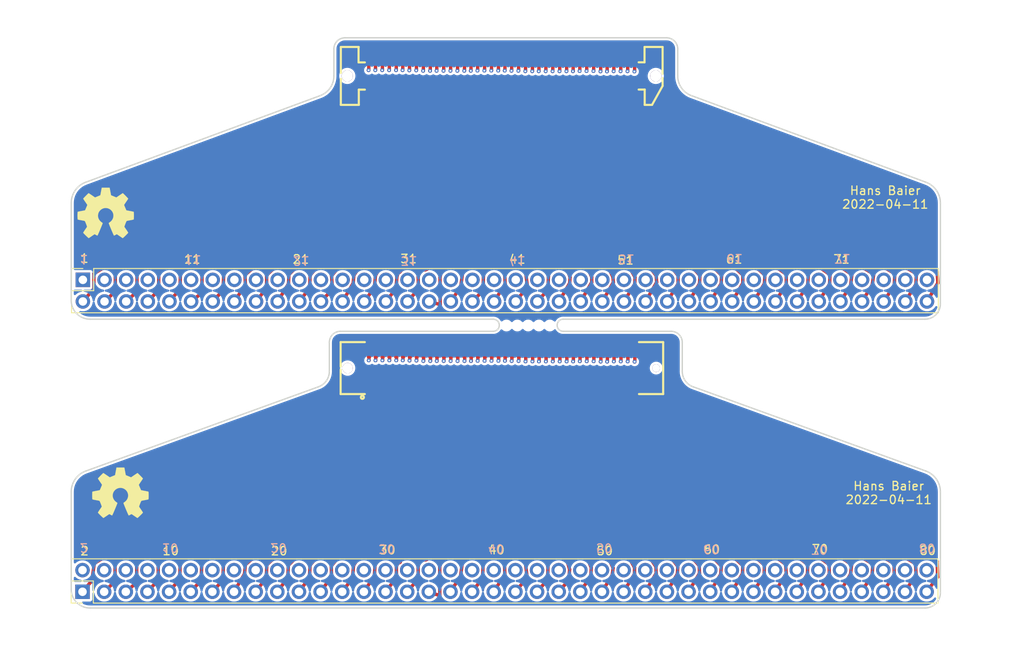
<source format=kicad_pcb>
(kicad_pcb (version 20211014) (generator pcbnew)
  (layers (0 "F.Cu" signal) (1 "In1.Cu" signal) (2 "In2.Cu" signal) (31 "B.Cu" signal) (34 "B.Paste" user) (35 "F.Paste" user) (36 "B.SilkS" user "B.Silkscreen") (37 "F.SilkS" user "F.Silkscreen") (38 "B.Mask" user) (39 "F.Mask" user) (44 "Edge.Cuts" user))
  (net 0 "")
  (net 1 "/Plug_1")
  (net 2 "/Plug_2")
  (net 3 "/Plug_3")
  (net 4 "/Plug_4")
  (net 5 "/Plug_5")
  (net 6 "/Plug_6")
  (net 7 "/Plug_7")
  (net 8 "/Plug_8")
  (net 9 "/Plug_9")
  (net 10 "/Plug_10")
  (net 11 "/Plug_11")
  (net 12 "/Plug_12")
  (net 13 "/Plug_13")
  (net 14 "/Plug_14")
  (net 15 "/Plug_15")
  (net 16 "/Plug_16")
  (net 17 "/Plug_17")
  (net 18 "/Plug_18")
  (net 19 "/Plug_19")
  (net 20 "/Plug_20")
  (net 21 "/Plug_21")
  (net 22 "/Plug_22")
  (net 23 "/Plug_23")
  (net 24 "/Plug_24")
  (net 25 "/Plug_25")
  (net 26 "/Plug_26")
  (net 27 "/Plug_27")
  (net 28 "/Plug_28")
  (net 29 "/Plug_29")
  (net 30 "/Plug_30")
  (net 31 "/Plug_31")
  (net 32 "/Plug_32")
  (net 33 "/Plug_33")
  (net 34 "/Plug_34")
  (net 35 "/Plug_35")
  (net 36 "/Plug_36")
  (net 37 "/Plug_37")
  (net 38 "/Plug_38")
  (net 39 "/Plug_39")
  (net 40 "/Plug_40")
  (net 41 "/Plug_41")
  (net 42 "/Plug_42")
  (net 43 "/Plug_43")
  (net 44 "/Plug_44")
  (net 45 "/Plug_45")
  (net 46 "/Plug_46")
  (net 47 "/Plug_47")
  (net 48 "/Plug_48")
  (net 49 "/Plug_49")
  (net 50 "/Plug_50")
  (net 51 "/Plug_51")
  (net 52 "/Plug_52")
  (net 53 "/Plug_53")
  (net 54 "/Plug_54")
  (net 55 "/Plug_55")
  (net 56 "/Plug_56")
  (net 57 "/Plug_57")
  (net 58 "/Plug_58")
  (net 59 "/Plug_59")
  (net 60 "/Plug_60")
  (net 61 "/Plug_61")
  (net 62 "/Plug_62")
  (net 63 "/Plug_63")
  (net 64 "/Plug_64")
  (net 65 "/Plug_65")
  (net 66 "/Plug_66")
  (net 67 "/Plug_67")
  (net 68 "/Plug_68")
  (net 69 "/Plug_69")
  (net 70 "/Plug_70")
  (net 71 "/Plug_71")
  (net 72 "/Plug_72")
  (net 73 "/Plug_73")
  (net 74 "/Plug_74")
  (net 75 "/Plug_75")
  (net 76 "/Plug_76")
  (net 77 "/Plug_77")
  (net 78 "/Plug_78")
  (net 79 "/Plug_79")
  (net 80 "/Plug_80")
  (net 81 "/Socket_80")
  (net 82 "/Socket_79")
  (net 83 "/Socket_78")
  (net 84 "/Socket_77")
  (net 85 "/Socket_76")
  (net 86 "/Socket_75")
  (net 87 "/Socket_74")
  (net 88 "/Socket_73")
  (net 89 "/Socket_72")
  (net 90 "/Socket_71")
  (net 91 "/Socket_70")
  (net 92 "/Socket_69")
  (net 93 "/Socket_68")
  (net 94 "/Socket_67")
  (net 95 "/Socket_66")
  (net 96 "/Socket_65")
  (net 97 "/Socket_64")
  (net 98 "/Socket_63")
  (net 99 "/Socket_62")
  (net 100 "/Socket_61")
  (net 101 "/Socket_60")
  (net 102 "/Socket_59")
  (net 103 "/Socket_58")
  (net 104 "/Socket_57")
  (net 105 "/Socket_56")
  (net 106 "/Socket_55")
  (net 107 "/Socket_54")
  (net 108 "/Socket_53")
  (net 109 "/Socket_52")
  (net 110 "/Socket_51")
  (net 111 "/Socket_50")
  (net 112 "/Socket_49")
  (net 113 "/Socket_48")
  (net 114 "/Socket_47")
  (net 115 "/Socket_46")
  (net 116 "/Socket_45")
  (net 117 "/Socket_44")
  (net 118 "/Socket_43")
  (net 119 "/Socket_42")
  (net 120 "/Socket_41")
  (net 121 "/Socket_40")
  (net 122 "/Socket_39")
  (net 123 "/Socket_38")
  (net 124 "/Socket_37")
  (net 125 "/Socket_36")
  (net 126 "/Socket_35")
  (net 127 "/Socket_34")
  (net 128 "/Socket_33")
  (net 129 "/Socket_32")
  (net 130 "/Socket_31")
  (net 131 "/Socket_30")
  (net 132 "/Socket_29")
  (net 133 "/Socket_28")
  (net 134 "/Socket_27")
  (net 135 "/Socket_26")
  (net 136 "/Socket_25")
  (net 137 "/Socket_24")
  (net 138 "/Socket_23")
  (net 139 "/Socket_22")
  (net 140 "/Socket_21")
  (net 141 "/Socket_20")
  (net 142 "/Socket_19")
  (net 143 "/Socket_18")
  (net 144 "/Socket_17")
  (net 145 "/Socket_16")
  (net 146 "/Socket_15")
  (net 147 "/Socket_14")
  (net 148 "/Socket_13")
  (net 149 "/Socket_12")
  (net 150 "/Socket_11")
  (net 151 "/Socket_10")
  (net 152 "/Socket_9")
  (net 153 "/Socket_8")
  (net 154 "/Socket_7")
  (net 155 "/Socket_6")
  (net 156 "/Socket_5")
  (net 157 "/Socket_4")
  (net 158 "/Socket_3")
  (net 159 "/Socket_2")
  (net 160 "/Socket_1")
  (footprint "mousebites:breakaway-mousebites" (layer "F.Cu") (at 126.6444 98.9076)
    (fp_text reference "REF**")
    (fp_text value "breakaway-mousebites")
  )
  (footprint "easyeda2kicad:CONN-SMD_BA42-80BT-1-NHB" (layer "F.Cu") (at 123.525525 69.343518 180)
    (fp_text reference "CN1" hide)
    (fp_text value "BA42-80BT-1-NHB")
  )
  (footprint "Symbols:OSHW-Symbol_6.7x6mm_SilkScreen" (layer "F.Cu") (at 77.0636 85.4456)
    (fp_text reference "N1" hide)
    (fp_text value "OHWLOGO" hide)
  )
  (footprint "Connector_PinHeader_2.54mm:PinHeader_2x40_P2.54mm_Vertical" (layer "F.Cu") (at 74.351676 129.923877 90)
    (fp_text reference "J2" hide)
    (fp_text value "Conn_02x40_Odd_Even")
  )
  (footprint "Symbols:OSHW-Symbol_6.7x6mm_SilkScreen" (layer "F.Cu") (at 78.7908 118.3132)
    (fp_text reference "N1" hide)
    (fp_text value "OHWLOGO" hide)
  )
  (footprint "Connector_PinHeader_2.54mm:PinHeader_2x40_P2.54mm_Vertical" (layer "F.Cu") (at 173.452825 93.291118 -90)
    (fp_text reference "J1" hide)
    (fp_text value "Conn_02x40_Odd_Even")
  )
  (footprint "easyeda2kicad:CONN-SMD_FBB08006-F80S1013W5M" (layer "F.Cu") (at 123.571876 103.655277)
    (fp_text reference "CN2" hide)
    (fp_text value "BA41-80BT-1-ZHB")
  )
  (gr_line (start 173.222698 97.914172) (end 130.76 97.914172) (layer "Edge.Cuts") (width 0.16))
  (gr_line (start 144.735255 100.634172) (end 144.735255 104.036597) (layer "Edge.Cuts") (width 0.16))
  (gr_arc (start 75.235724 131.834172) (mid 73.673559 131.187102) (end 73.026489 129.624937) (layer "Edge.Cuts") (width 0.16))
  (gr_arc (start 142.902604 64.86605) (mid 143.821843 65.246811) (end 144.202604 66.16605) (layer "Edge.Cuts") (width 0.16))
  (gr_line (start 145.810574 71.655577) (end 173.327488 81.827434) (layer "Edge.Cuts") (width 0.16))
  (gr_arc (start 173.311573 115.74161) (mid 174.555027 116.693521) (end 175.026489 118.186852) (layer "Edge.Cuts") (width 0.16))
  (gr_line (start 122.549979 97.914172) (end 75.235724 97.914172) (layer "Edge.Cuts") (width 0.16))
  (gr_arc (start 122.549979 97.914172) (mid 123.26 98.624162) (end 122.55 99.334172) (layer "Edge.Cuts") (width 0.16))
  (gr_line (start 103.317723 100.634172) (end 103.317723 104.036597) (layer "Edge.Cuts") (width 0.16))
  (gr_arc (start 143.435255 99.334172) (mid 144.354494 99.714933) (end 144.735255 100.634172) (layer "Edge.Cuts") (width 0.16))
  (gr_arc (start 175.026489 96.110381) (mid 174.498171 97.385854) (end 173.222698 97.914172) (layer "Edge.Cuts") (width 0.16))
  (gr_arc (start 173.327488 81.827434) (mid 174.559881 82.780467) (end 175.026489 84.266852) (layer "Edge.Cuts") (width 0.16))
  (gr_line (start 146.007061 105.850023) (end 173.311573 115.74161) (layer "Edge.Cuts") (width 0.16))
  (gr_arc (start 146.007061 105.850023) (mid 145.084898 105.144072) (end 144.735255 104.036597) (layer "Edge.Cuts") (width 0.16))
  (gr_arc (start 145.810574 71.655577) (mid 144.644212 70.753607) (end 144.202604 69.346862) (layer "Edge.Cuts") (width 0.16))
  (gr_line (start 75.235724 131.834172) (end 173.222698 131.834172) (layer "Edge.Cuts") (width 0.16))
  (gr_line (start 175.026489 84.266852) (end 175.026489 96.110381) (layer "Edge.Cuts") (width 0.16))
  (gr_line (start 130.76 99.334172) (end 143.435255 99.334172) (layer "Edge.Cuts") (width 0.16))
  (gr_arc (start 175.026489 130.030381) (mid 174.498171 131.305854) (end 173.222698 131.834172) (layer "Edge.Cuts") (width 0.16))
  (gr_line (start 102.045917 105.850023) (end 74.741405 115.74161) (layer "Edge.Cuts") (width 0.16))
  (gr_arc (start 73.026489 84.266852) (mid 73.493097 82.780467) (end 74.72549 81.827434) (layer "Edge.Cuts") (width 0.16))
  (gr_arc (start 130.76 99.334172) (mid 130.05 98.624172) (end 130.76 97.914172) (layer "Edge.Cuts") (width 0.16))
  (gr_arc (start 103.317723 100.634172) (mid 103.698484 99.714933) (end 104.617723 99.334172) (layer "Edge.Cuts") (width 0.16))
  (gr_line (start 175.026489 118.186852) (end 175.026489 130.030381) (layer "Edge.Cuts") (width 0.16))
  (gr_arc (start 75.235724 97.914172) (mid 73.673559 97.267102) (end 73.026489 95.704937) (layer "Edge.Cuts") (width 0.16))
  (gr_line (start 102.242404 71.655577) (end 74.72549 81.827434) (layer "Edge.Cuts") (width 0.16))
  (gr_line (start 104.617723 99.334172) (end 122.55 99.334172) (layer "Edge.Cuts") (width 0.16))
  (gr_arc (start 103.850374 66.16605) (mid 104.231135 65.246811) (end 105.150374 64.86605) (layer "Edge.Cuts") (width 0.16))
  (gr_arc (start 73.026489 118.186852) (mid 73.497951 116.693521) (end 74.741405 115.74161) (layer "Edge.Cuts") (width 0.16))
  (gr_line (start 73.026489 118.186852) (end 73.026489 129.624937) (layer "Edge.Cuts") (width 0.16))
  (gr_line (start 105.150374 64.86605) (end 142.902604 64.86605) (layer "Edge.Cuts") (width 0.16))
  (gr_line (start 73.026489 84.266852) (end 73.026489 95.704937) (layer "Edge.Cuts") (width 0.16))
  (gr_line (start 103.850374 66.16605) (end 103.850374 69.346862) (layer "Edge.Cuts") (width 0.16))
  (gr_line (start 144.202604 66.16605) (end 144.202604 69.346862) (layer "Edge.Cuts") (width 0.16))
  (gr_arc (start 103.317723 104.036597) (mid 102.96808 105.144072) (end 102.045917 105.850023) (layer "Edge.Cuts") (width 0.16))
  (gr_arc (start 103.850374 69.346862) (mid 103.408766 70.753607) (end 102.242404 71.655577) (layer "Edge.Cuts") (width 0.16))
  (gr_text "50" (at 135.5598 124.7648 180) (layer "B.SilkS") (effects (font (size 1 1)) (justify mirror)))
  (gr_text "10" (at 84.6328 124.7648 180) (layer "B.SilkS") (effects (font (size 1 1)) (justify mirror)))
  (gr_text "51" (at 138.176 90.8304 180) (layer "B.SilkS") (effects (font (size 1 1)) (justify mirror)))
  (gr_text "41" (at 125.3744 91.0336 180) (layer "B.SilkS") (effects (font (size 1 1)) (justify mirror)))
  (gr_text "31" (at 112.6744 91.0336 180) (layer "B.SilkS") (effects (font (size 1 1)) (justify mirror)))
  (gr_text "80" (at 173.4566 124.7902 180) (layer "B.SilkS") (effects (font (size 1 1)) (justify mirror)))
  (gr_text "2" (at 74.5236 124.7394 180) (layer "B.SilkS") (effects (font (size 1 1)) (justify mirror)))
  (gr_text "71" (at 163.5252 90.7796 180) (layer "B.SilkS") (effects (font (size 1 1)) (justify mirror)))
  (gr_text "60" (at 148.1328 124.9172 180) (layer "B.SilkS") (effects (font (size 1 1)) (justify mirror)))
  (gr_text "30" (at 110.0582 124.8664 180) (layer "B.SilkS") (effects (font (size 1 1)) (justify mirror)))
  (gr_text "21" (at 100.0252 91.0336 180) (layer "B.SilkS") (effects (font (size 1 1)) (justify mirror)))
  (gr_text "70" (at 160.8074 124.968 180) (layer "B.SilkS") (effects (font (size 1 1)) (justify mirror)))
  (gr_text "61" (at 150.876 90.7796 180) (layer "B.SilkS") (effects (font (size 1 1)) (justify mirror)))
  (gr_text "20\n" (at 97.3582 124.7394 180) (layer "B.SilkS") (effects (font (size 1 1)) (justify mirror)))
  (gr_text "40" (at 122.8598 124.8664 180) (layer "B.SilkS") (effects (font (size 1 1)) (justify mirror)))
  (gr_text "11" (at 87.3252 90.932 180) (layer "B.SilkS") (effects (font (size 1 1)) (justify mirror)))
  (gr_text "1" (at 74.5236 90.8812 180) (layer "B.SilkS") (effects (font (size 1 1)) (justify mirror)))
  (gr_text "2" (at 74.5998 125.1458) (layer "F.SilkS") (effects (font (size 1 1))))
  (gr_text "30" (at 110.1344 125.0188) (layer "F.SilkS") (effects (font (size 1 1))))
  (gr_text "Hans Baier\n2022-04-11" (at 168.5544 83.6168) (layer "F.SilkS") (effects (font (size 1 1))))
  (gr_text "70" (at 160.8836 124.9172) (layer "F.SilkS") (effects (font (size 1 1))))
  (gr_text "71" (at 163.4236 90.8812) (layer "F.SilkS") (effects (font (size 1 1))))
  (gr_text "60" (at 148.209 124.968) (layer "F.SilkS") (effects (font (size 1 1))))
  (gr_text "11" (at 87.2236 90.8812) (layer "F.SilkS") (effects (font (size 1 1))))
  (gr_text "40" (at 122.936 125.0188) (layer "F.SilkS") (effects (font (size 1 1))))
  (gr_text "61" (at 150.8252 90.8812) (layer "F.SilkS") (effects (font (size 1 1))))
  (gr_text "Hans Baier\n2022-04-11" (at 168.9608 118.3132) (layer "F.SilkS") (effects (font (size 1 1))))
  (gr_text "41" (at 125.3744 90.8812) (layer "F.SilkS") (effects (font (size 1 1))))
  (gr_text "20\n" (at 97.4344 125.1458) (layer "F.SilkS") (effects (font (size 1 1))))
  (gr_text "31" (at 112.6236 90.8304) (layer "F.SilkS") (effects (font (size 1 1))))
  (gr_text "1" (at 74.5744 90.7796) (layer "F.SilkS") (effects (font (size 1 1))))
  (gr_text "10" (at 84.709 125.1204) (layer "F.SilkS") (effects (font (size 1 1))))
  (gr_text "50" (at 135.636 125.1204) (layer "F.SilkS") (effects (font (size 1 1))))
  (gr_text "21" (at 99.9744 90.8812) (layer "F.SilkS") (effects (font (size 1 1))))
  (gr_text "51" (at 138.0744 90.9828) (layer "F.SilkS") (effects (font (size 1 1))))
  (gr_text "80" (at 173.5328 125.095) (layer "F.SilkS") (effects (font (size 1 1))))
  (segment (start 139.141825 67.179918) (end 139.141825 68.796918) (width 0.4) (layer "F.Cu") (net 1))
  (via (at 139.1152 68.8247) (size 0.45) (drill 0.2) (layers "F.Cu" "B.Cu") (net 1))
  (segment (start 174.7266 93.6498) (end 173.452825 95.831118) (width 0.4) (layer "F.Cu") (net 2))
  (segment (start 139.125525 71.743518) (end 174.643767 92.373721) (width 0.4) (layer "F.Cu") (net 2))
  (segment (start 174.643767 92.373721) (end 174.7266 93.6498) (width 0.4) (layer "F.Cu") (net 2))
  (segment (start 138.329025 67.150118) (end 138.329025 68.767118) (width 0.4) (layer "F.Cu") (net 3))
  (via (at 138.3024 68.7949) (size 0.45) (drill 0.2) (layers "F.Cu" "B.Cu") (net 3))
  (segment (start 138.525261 73.082026) (end 138.325525 71.743518) (width 0.4) (layer "F.Cu") (net 4))
  (segment (start 138.703061 73.234426) (end 138.525261 73.082026) (width 0.4) (layer "F.Cu") (net 4))
  (segment (start 166.498083 88.271153) (end 166.498082 88.271154) (width 0.4) (layer "F.Cu") (net 4))
  (segment (start 141.573261 74.682226) (end 138.703061 73.234426) (width 0.4) (layer "F.Cu") (net 4))
  (segment (start 165.534823 88.727971) (end 141.573261 74.682226) (width 0.4) (layer "F.Cu") (net 4))
  (segment (start 166.087559 88.378255) (end 166.087559 88.378256) (width 0.4) (layer "F.Cu") (net 4))
  (segment (start 165.534821 88.727971) (end 165.534823 88.727971) (width 0.4) (layer "F.Cu") (net 4))
  (segment (start 165.534822 88.72797) (end 165.534821 88.727971) (width 0.4) (layer "F.Cu") (net 4))
  (segment (start 170.912825 95.831118) (end 172.154861 93.808426) (width 0.4) (layer "F.Cu") (net 4))
  (segment (start 166.087559 88.378256) (end 165.945344 88.620868) (width 0.4) (layer "F.Cu") (net 4))
  (segment (start 166.462971 88.92429) (end 166.605185 88.681677) (width 0.4) (layer "F.Cu") (net 4))
  (segment (start 172.208167 92.561321) (end 166.570074 89.334813) (width 0.4) (layer "F.Cu") (net 4))
  (segment (start 172.154861 93.808426) (end 172.208167 92.561321) (width 0.4) (layer "F.Cu") (net 4))
  (arc (start 166.605185 88.681677) (mid 166.636656 88.454233) (end 166.498083 88.271153) (width 0.4) (layer "F.Cu") (net 4))
  (arc (start 166.570074 89.334813) (mid 166.4315 89.151733) (end 166.462971 88.92429) (width 0.4) (layer "F.Cu") (net 4))
  (arc (start 166.498082 88.271154) (mid 166.270639 88.239682) (end 166.087559 88.378255) (width 0.4) (layer "F.Cu") (net 4))
  (arc (start 165.945344 88.620868) (mid 165.762265 88.759441) (end 165.534822 88.72797) (width 0.4) (layer "F.Cu") (net 4))
  (segment (start 137.516225 67.150118) (end 137.516225 68.767118) (width 0.4) (layer "F.Cu") (net 5))
  (via (at 137.4896 68.7949) (size 0.45) (drill 0.2) (layers "F.Cu" "B.Cu") (net 5))
  (segment (start 169.617367 93.932921) (end 169.668167 92.561321) (width 0.4) (layer "F.Cu") (net 6))
  (segment (start 160.558655 87.493596) (end 160.558655 87.493595) (width 0.4) (layer "F.Cu") (net 6))
  (segment (start 168.372825 95.831118) (end 169.617367 93.932921) (width 0.4) (layer "F.Cu") (net 6))
  (segment (start 161.3829 87.292042) (end 161.071555 87.804941) (width 0.4) (layer "F.Cu") (net 6))
  (segment (start 159.944975 86.770128) (end 159.944976 86.770128) (width 0.4) (layer "F.Cu") (net 6))
  (segment (start 161.3829 87.292041) (end 161.3829 87.292042) (width 0.4) (layer "F.Cu") (net 6))
  (segment (start 137.814061 73.336026) (end 137.525525 71.743518) (width 0.4) (layer "F.Cu") (net 6))
  (segment (start 160.558655 87.493595) (end 160.869998 86.980695) (width 0.4) (layer "F.Cu") (net 6))
  (segment (start 160.659431 87.905717) (end 160.659433 87.905716) (width 0.4) (layer "F.Cu") (net 6))
  (segment (start 160.357098 86.66935) (end 160.357098 86.669351) (width 0.4) (layer "F.Cu") (net 6))
  (segment (start 160.76922 86.568573) (end 160.76922 86.568574) (width 0.4) (layer "F.Cu") (net 6))
  (segment (start 159.944976 86.770128) (end 137.814061 73.336026) (width 0.4) (layer "F.Cu") (net 6))
  (segment (start 161.795023 87.191264) (end 161.795022 87.191265) (width 0.4) (layer "F.Cu") (net 6))
  (segment (start 169.668167 92.561321) (end 161.996578 88.015509) (width 0.4) (layer "F.Cu") (net 6))
  (arc (start 160.659433 87.905716) (mid 160.523691 87.720529) (end 160.558655 87.493596) (width 0.4) (layer "F.Cu") (net 6))
  (arc (start 161.996578 88.015509) (mid 161.860836 87.83032) (end 161.8958 87.603387) (width 0.4) (layer "F.Cu") (net 6))
  (arc (start 161.795022 87.191265) (mid 161.56809 87.1563) (end 161.3829 87.292041) (width 0.4) (layer "F.Cu") (net 6))
  (arc (start 161.8958 87.603387) (mid 161.930765 87.376454) (end 161.795023 87.191264) (width 0.4) (layer "F.Cu") (net 6))
  (arc (start 160.357098 86.669351) (mid 160.171908 86.805093) (end 159.944975 86.770128) (width 0.4) (layer "F.Cu") (net 6))
  (arc (start 160.869998 86.980695) (mid 160.904962 86.753762) (end 160.76922 86.568573) (width 0.4) (layer "F.Cu") (net 6))
  (arc (start 160.76922 86.568574) (mid 160.542288 86.533609) (end 160.357098 86.66935) (width 0.4) (layer "F.Cu") (net 6))
  (arc (start 161.071555 87.804941) (mid 160.886365 87.940682) (end 160.659431 87.905717) (width 0.4) (layer "F.Cu") (net 6))
  (segment (start 136.703425 67.150118) (end 136.703425 68.767118) (width 0.4) (layer "F.Cu") (net 7))
  (via (at 136.6768 68.7949) (size 0.45) (drill 0.2) (layers "F.Cu" "B.Cu") (net 7))
  (segment (start 161.885253 89.3681) (end 136.569461 73.183626) (width 0.4) (layer "F.Cu") (net 8))
  (segment (start 163.049762 90.888342) (end 163.049764 90.888341) (width 0.4) (layer "F.Cu") (net 8))
  (segment (start 167.026567 93.884626) (end 167.201861 92.612121) (width 0.4) (layer "F.Cu") (net 8))
  (segment (start 161.974478 89.785496) (end 161.976423 89.782452) (width 0.4) (layer "F.Cu") (net 8))
  (segment (start 163.24836 89.463771) (end 163.24836 89.463772) (width 0.4) (layer "F.Cu") (net 8))
  (segment (start 162.834007 89.554941) (end 162.834007 89.554942) (width 0.4) (layer "F.Cu") (net 8))
  (segment (start 163.845055 90.201308) (end 163.816177 90.246478) (width 0.4) (layer "F.Cu") (net 8))
  (segment (start 163.816177 90.246478) (end 163.464117 90.797173) (width 0.4) (layer "F.Cu") (net 8))
  (segment (start 162.065646 90.199849) (end 162.065649 90.19985) (width 0.4) (layer "F.Cu") (net 8))
  (segment (start 167.201861 92.612121) (end 164.412872 90.984015) (width 0.4) (layer "F.Cu") (net 8))
  (segment (start 164.259409 90.110138) (end 164.259408 90.110138) (width 0.4) (layer "F.Cu") (net 8))
  (segment (start 161.974476 89.785497) (end 161.974478 89.785496) (width 0.4) (layer "F.Cu") (net 8))
  (segment (start 161.885252 89.368099) (end 161.885253 89.3681) (width 0.4) (layer "F.Cu") (net 8))
  (segment (start 163.845055 90.201307) (end 163.845055 90.201308) (width 0.4) (layer "F.Cu") (net 8))
  (segment (start 136.569461 73.183626) (end 136.725525 71.743518) (width 0.4) (layer "F.Cu") (net 8))
  (segment (start 162.958593 90.473989) (end 163.149061 90.176055) (width 0.4) (layer "F.Cu") (net 8))
  (segment (start 163.149061 90.176055) (end 163.149062 90.176057) (width 0.4) (layer "F.Cu") (net 8))
  (segment (start 163.149062 90.176057) (end 163.339531 89.878124) (width 0.4) (layer "F.Cu") (net 8))
  (segment (start 162.958593 90.47399) (end 162.958593 90.473989) (width 0.4) (layer "F.Cu") (net 8))
  (segment (start 165.832825 95.831118) (end 167.026567 93.884626) (width 0.4) (layer "F.Cu") (net 8))
  (segment (start 164.321701 90.569662) (end 164.350578 90.524491) (width 0.4) (layer "F.Cu") (net 8))
  (segment (start 162.834007 89.554942) (end 162.480001 90.10868) (width 0.4) (layer "F.Cu") (net 8))
  (arc (start 164.350578 90.524491) (mid 164.390809 90.298433) (end 164.259409 90.110138) (width 0.4) (layer "F.Cu") (net 8))
  (arc (start 162.480001 90.10868) (mid 162.291705 90.240079) (end 162.065646 90.199849) (width 0.4) (layer "F.Cu") (net 8))
  (arc (start 163.049764 90.888341) (mid 162.918362 90.700048) (end 162.958593 90.47399) (width 0.4) (layer "F.Cu") (net 8))
  (arc (start 162.065649 90.19985) (mid 161.934247 90.011555) (end 161.974476 89.785497) (width 0.4) (layer "F.Cu") (net 8))
  (arc (start 163.24836 89.463772) (mid 163.022302 89.423541) (end 162.834007 89.554941) (width 0.4) (layer "F.Cu") (net 8))
  (arc (start 164.259408 90.110138) (mid 164.03335 90.069907) (end 163.845055 90.201307) (width 0.4) (layer "F.Cu") (net 8))
  (arc (start 161.976423 89.782452) (mid 162.016652 89.556394) (end 161.885252 89.368099) (width 0.4) (layer "F.Cu") (net 8))
  (arc (start 163.339531 89.878124) (mid 163.379761 89.652065) (end 163.24836 89.463771) (width 0.4) (layer "F.Cu") (net 8))
  (arc (start 163.464117 90.797173) (mid 163.275821 90.928572) (end 163.049762 90.888342) (width 0.4) (layer "F.Cu") (net 8))
  (arc (start 164.412872 90.984015) (mid 164.281471 90.795721) (end 164.321701 90.569662) (width 0.4) (layer "F.Cu") (net 8))
  (segment (start 135.920425 67.171118) (end 135.920425 68.788118) (width 0.4) (layer "F.Cu") (net 9))
  (via (at 135.8938 68.8159) (size 0.45) (drill 0.2) (layers "F.Cu" "B.Cu") (net 9))
  (segment (start 164.636461 92.665426) (end 157.126363 87.627924) (width 0.4) (layer "F.Cu") (net 10))
  (segment (start 156.710104 87.709952) (end 156.654397 87.792998) (width 0.4) (layer "F.Cu") (net 10))
  (segment (start 164.486567 93.983721) (end 164.636461 92.665426) (width 0.4) (layer "F.Cu") (net 10))
  (segment (start 156.019907 86.584722) (end 155.685673 87.083007) (width 0.4) (layer "F.Cu") (net 10))
  (segment (start 154.449594 85.290586) (end 154.449594 85.290587) (width 0.4) (layer "F.Cu") (net 10))
  (segment (start 156.019907 86.584721) (end 156.019907 86.584722) (width 0.4) (layer "F.Cu") (net 10))
  (segment (start 153.700632 85.330069) (end 153.700633 85.330069) (width 0.4) (layer "F.Cu") (net 10))
  (segment (start 154.218663 86.038785) (end 154.218662 86.038784) (width 0.4) (layer "F.Cu") (net 10))
  (segment (start 155.023331 85.916253) (end 155.023331 85.916254) (width 0.4) (layer "F.Cu") (net 10))
  (segment (start 155.187387 86.748775) (end 155.187386 86.748774) (width 0.4) (layer "F.Cu") (net 10))
  (segment (start 156.211814 87.375718) (end 156.518194 86.918954) (width 0.4) (layer "F.Cu") (net 10))
  (segment (start 156.710104 87.709951) (end 156.710104 87.709952) (width 0.4) (layer "F.Cu") (net 10))
  (segment (start 154.218662 86.038784) (end 154.511115 85.602781) (width 0.4) (layer "F.Cu") (net 10))
  (segment (start 154.449594 85.290587) (end 154.325022 85.207028) (width 0.4) (layer "F.Cu") (net 10))
  (segment (start 135.705861 73.259826) (end 153.700633 85.330069) (width 0.4) (layer "F.Cu") (net 10))
  (segment (start 135.705861 73.259826) (end 135.925525 71.743518) (width 0.4) (layer "F.Cu") (net 10))
  (segment (start 155.023331 85.916254) (end 154.716951 86.373016) (width 0.4) (layer "F.Cu") (net 10))
  (segment (start 154.300691 86.455044) (end 154.30069 86.455044) (width 0.4) (layer "F.Cu") (net 10))
  (segment (start 156.156109 87.458766) (end 156.15611 87.458765) (width 0.4) (layer "F.Cu") (net 10))
  (segment (start 155.187386 86.748774) (end 155.521618 86.250486) (width 0.4) (layer "F.Cu") (net 10))
  (segment (start 156.449838 86.572072) (end 156.36679 86.516366) (width 0.4) (layer "F.Cu") (net 10))
  (segment (start 155.453262 85.903604) (end 155.370214 85.847898) (width 0.4) (layer "F.Cu") (net 10))
  (segment (start 163.292825 95.831118) (end 164.486567 93.983721) (width 0.4) (layer "F.Cu") (net 10))
  (segment (start 154.012827 85.268549) (end 154.012828 85.268549) (width 0.4) (layer "F.Cu") (net 10))
  (segment (start 156.15611 87.458765) (end 156.211814 87.375718) (width 0.4) (layer "F.Cu") (net 10))
  (arc (start 154.012828 85.268549) (mid 153.869471 85.363967) (end 153.700632 85.330069) (width 0.4) (layer "F.Cu") (net 10))
  (arc (start 157.126363 87.627924) (mid 156.901245 87.582727) (end 156.710104 87.709951) (width 0.4) (layer "F.Cu") (net 10))
  (arc (start 155.269414 87.165032) (mid 155.142191 86.973892) (end 155.187387 86.748775) (width 0.4) (layer "F.Cu") (net 10))
  (arc (start 154.325022 85.207028) (mid 154.156183 85.173131) (end 154.012827 85.268549) (width 0.4) (layer "F.Cu") (net 10))
  (arc (start 156.238138 87.875025) (mid 156.110913 87.683885) (end 156.156109 87.458766) (width 0.4) (layer "F.Cu") (net 10))
  (arc (start 156.518194 86.918954) (mid 156.555858 86.731356) (end 156.449838 86.572072) (width 0.4) (layer "F.Cu") (net 10))
  (arc (start 154.716951 86.373016) (mid 154.52581 86.50024) (end 154.300691 86.455044) (width 0.4) (layer "F.Cu") (net 10))
  (arc (start 156.36679 86.516366) (mid 156.179192 86.478702) (end 156.019907 86.584721) (width 0.4) (layer "F.Cu") (net 10))
  (arc (start 156.654397 87.792998) (mid 156.463256 87.920222) (end 156.238138 87.875025) (width 0.4) (layer "F.Cu") (net 10))
  (arc (start 155.521618 86.250486) (mid 155.559282 86.062888) (end 155.453262 85.903604) (width 0.4) (layer "F.Cu") (net 10))
  (arc (start 154.30069 86.455044) (mid 154.173467 86.263904) (end 154.218663 86.038785) (width 0.4) (layer "F.Cu") (net 10))
  (arc (start 154.511115 85.602781) (mid 154.545012 85.433942) (end 154.449594 85.290586) (width 0.4) (layer "F.Cu") (net 10))
  (arc (start 155.370214 85.847898) (mid 155.182616 85.810234) (end 155.023331 85.916253) (width 0.4) (layer "F.Cu") (net 10))
  (arc (start 155.685673 87.083007) (mid 155.494532 87.210231) (end 155.269414 87.165032) (width 0.4) (layer "F.Cu") (net 10))
  (segment (start 135.158425 67.171118) (end 135.158425 68.788118) (width 0.4) (layer "F.Cu") (net 11))
  (via (at 135.1318 68.8159) (size 0.45) (drill 0.2) (layers "F.Cu" "B.Cu") (net 11))
  (segment (start 156.247005 88.542485) (end 152.780208 86.073161) (width 0.4) (layer "F.Cu") (net 12))
  (segment (start 157.207596 88.745185) (end 156.980066 89.064624) (width 0.4) (layer "F.Cu") (net 12))
  (segment (start 159.59764 90.560742) (end 159.680131 90.444928) (width 0.4) (layer "F.Cu") (net 12))
  (segment (start 157.241242 89.73216) (end 157.241241 89.732159) (width 0.4) (layer "F.Cu") (net 12))
  (segment (start 158.603406 89.371067) (end 158.603406 89.371068) (width 0.4) (layer "F.Cu") (net 12))
  (segment (start 159.59764 90.560743) (end 159.59764 90.560742) (width 0.4) (layer "F.Cu") (net 12))
  (segment (start 158.185008 89.441372) (end 158.185007 89.441373) (width 0.4) (layer "F.Cu") (net 12))
  (segment (start 134.969261 73.386826) (end 135.125525 71.743518) (width 0.4) (layer "F.Cu") (net 12))
  (segment (start 152.780208 86.073161) (end 134.969261 73.386826) (width 0.4) (layer "F.Cu") (net 12))
  (segment (start 157.311548 90.150557) (end 157.311548 90.150558) (width 0.4) (layer "F.Cu") (net 12))
  (segment (start 158.185007 89.441373) (end 157.729945 90.080252) (width 0.4) (layer "F.Cu") (net 12))
  (segment (start 160.752825 95.831118) (end 162.020261 93.783026) (width 0.4) (layer "F.Cu") (net 12))
  (segment (start 157.207597 88.745184) (end 157.207596 88.745185) (width 0.4) (layer "F.Cu") (net 12))
  (segment (start 156.247007 88.542484) (end 156.247005 88.542485) (width 0.4) (layer "F.Cu") (net 12))
  (segment (start 158.189646 90.469071) (end 158.673711 89.789466) (width 0.4) (layer "F.Cu") (net 12))
  (segment (start 158.189645 90.469072) (end 158.189646 90.469071) (width 0.4) (layer "F.Cu") (net 12))
  (segment (start 162.020261 93.783026) (end 162.071061 92.690826) (width 0.4) (layer "F.Cu") (net 12))
  (segment (start 159.108934 90.212648) (end 158.678351 90.817165) (width 0.4) (layer "F.Cu") (net 12))
  (segment (start 156.980064 89.064624) (end 156.806018 89.308976) (width 0.4) (layer "F.Cu") (net 12))
  (segment (start 157.241241 89.732159) (end 157.6963 89.093278) (width 0.4) (layer "F.Cu") (net 12))
  (segment (start 158.259952 90.88747) (end 158.259951 90.88747) (width 0.4) (layer "F.Cu") (net 12))
  (segment (start 156.806018 89.308976) (end 156.781541 89.343337) (width 0.4) (layer "F.Cu") (net 12))
  (segment (start 159.191427 90.096834) (end 159.191426 90.096835) (width 0.4) (layer "F.Cu") (net 12))
  (segment (start 157.625995 88.674879) (end 157.625995 88.67488) (width 0.4) (layer "F.Cu") (net 12))
  (segment (start 156.292836 88.995247) (end 156.292837 88.995244) (width 0.4) (layer "F.Cu") (net 12))
  (segment (start 156.980066 89.064624) (end 156.980064 89.064624) (width 0.4) (layer "F.Cu") (net 12))
  (segment (start 162.071061 92.690826) (end 159.667946 90.979141) (width 0.4) (layer "F.Cu") (net 12))
  (segment (start 156.292837 88.995244) (end 156.317313 88.960882) (width 0.4) (layer "F.Cu") (net 12))
  (segment (start 159.191426 90.096835) (end 159.108934 90.212648) (width 0.4) (layer "F.Cu") (net 12))
  (segment (start 156.363143 89.413643) (end 156.363144 89.413643) (width 0.4) (layer "F.Cu") (net 12))
  (arc (start 157.625995 88.67488) (mid 157.402236 88.623379) (end 157.207597 88.745184) (width 0.4) (layer "F.Cu") (net 12))
  (arc (start 156.781541 89.343337) (mid 156.586903 89.465143) (end 156.363143 89.413643) (width 0.4) (layer "F.Cu") (net 12))
  (arc (start 159.680131 90.444928) (mid 159.731631 90.221168) (end 159.609825 90.02653) (width 0.4) (layer "F.Cu") (net 12))
  (arc (start 156.363144 89.413643) (mid 156.241337 89.219006) (end 156.292836 88.995247) (width 0.4) (layer "F.Cu") (net 12))
  (arc (start 157.729945 90.080252) (mid 157.535308 90.202058) (end 157.311548 90.150557) (width 0.4) (layer "F.Cu") (net 12))
  (arc (start 158.673711 89.789466) (mid 158.725212 89.565706) (end 158.603406 89.371067) (width 0.4) (layer "F.Cu") (net 12))
  (arc (start 158.259951 90.88747) (mid 158.138146 90.692833) (end 158.189645 90.469072) (width 0.4) (layer "F.Cu") (net 12))
  (arc (start 159.667946 90.979141) (mid 159.54614 90.784503) (end 159.59764 90.560743) (width 0.4) (layer "F.Cu") (net 12))
  (arc (start 156.317313 88.960882) (mid 156.368813 88.737122) (end 156.247007 88.542484) (width 0.4) (layer "F.Cu") (net 12))
  (arc (start 159.609825 90.02653) (mid 159.386066 89.975029) (end 159.191427 90.096834) (width 0.4) (layer "F.Cu") (net 12))
  (arc (start 157.311548 90.150558) (mid 157.189741 89.955919) (end 157.241242 89.73216) (width 0.4) (layer "F.Cu") (net 12))
  (arc (start 158.678351 90.817165) (mid 158.483712 90.938971) (end 158.259952 90.88747) (width 0.4) (layer "F.Cu") (net 12))
  (arc (start 158.603406 89.371068) (mid 158.379647 89.319567) (end 158.185008 89.441372) (width 0.4) (layer "F.Cu") (net 12))
  (arc (start 157.6963 89.093278) (mid 157.747801 88.869518) (end 157.625995 88.674879) (width 0.4) (layer "F.Cu") (net 12))
  (segment (start 134.336825 67.129118) (end 134.336825 68.746118) (width 0.4) (layer "F.Cu") (net 13))
  (via (at 134.3102 68.7739) (size 0.45) (drill 0.2) (layers "F.Cu" "B.Cu") (net 13))
  (segment (start 159.457367 93.882121) (end 158.212825 95.831118) (width 0.4) (layer "F.Cu") (net 14))
  (segment (start 149.468629 85.385317) (end 149.37838 85.50513) (width 0.4) (layer "F.Cu") (net 14))
  (segment (start 134.325525 71.743518) (end 134.105661 73.437626) (width 0.4) (layer "F.Cu") (net 14))
  (segment (start 150.607633 85.867683) (end 150.607633 85.867682) (width 0.4) (layer "F.Cu") (net 14))
  (segment (start 151.086886 86.22868) (end 151.252343 86.009023) (width 0.4) (layer "F.Cu") (net 14))
  (segment (start 152.70307 88.07204) (end 152.823401 87.912289) (width 0.4) (layer "F.Cu") (net 14))
  (segment (start 152.045394 86.950672) (end 152.045394 86.950671) (width 0.4) (layer "F.Cu") (net 14))
  (segment (start 151.731596 86.370018) (end 151.56614 86.589676) (width 0.4) (layer "F.Cu") (net 14))
  (segment (start 150.718887 85.262912) (end 150.718887 85.262911) (width 0.4) (layer "F.Cu") (net 14))
  (segment (start 140.413246 78.308731) (end 140.413245 78.308732) (width 0.4) (layer "F.Cu") (net 14))
  (segment (start 140.547407 78.28985) (end 140.547407 78.289849) (width 0.4) (layer "F.Cu") (net 14))
  (segment (start 150.678949 85.232829) (end 150.718887 85.262912) (width 0.4) (layer "F.Cu") (net 14))
  (segment (start 150.365933 86.687184) (end 150.365934 86.687184) (width 0.4) (layer "F.Cu") (net 14))
  (segment (start 151.637456 85.954822) (end 151.677394 85.984905) (width 0.4) (layer "F.Cu") (net 14))
  (segment (start 150.786058 86.628056) (end 151.086887 86.228679) (width 0.4) (layer "F.Cu") (net 14))
  (segment (start 152.344148 87.551294) (end 152.223816 87.711044) (width 0.4) (layer "F.Cu") (net 14))
  (segment (start 159.531061 92.589226) (end 159.457367 93.882121) (width 0.4) (layer "F.Cu") (net 14))
  (segment (start 152.646016 86.651917) (end 152.646015 86.651917) (width 0.4) (layer "F.Cu") (net 14))
  (segment (start 150.773089 85.648025) (end 150.607633 85.867683) (width 0.4) (layer "F.Cu") (net 14))
  (segment (start 151.677394 85.984905) (end 151.677394 85.984904) (width 0.4) (layer "F.Cu") (net 14))
  (segment (start 139.952876 78.081899) (end 140.279083 78.327614) (width 0.4) (layer "F.Cu") (net 14))
  (segment (start 152.823401 87.912289) (end 152.823402 87.912289) (width 0.4) (layer "F.Cu") (net 14))
  (segment (start 151.714482 87.389987) (end 152.045394 86.950672) (width 0.4) (layer "F.Cu") (net 14))
  (segment (start 149.857631 85.866127) (end 149.94788 85.746312) (width 0.4) (layer "F.Cu") (net 14))
  (segment (start 152.045394 86.950671) (end 152.225892 86.711045) (width 0.4) (layer "F.Cu") (net 14))
  (segment (start 139.933993 77.947738) (end 139.933994 77.947737) (width 0.4) (layer "F.Cu") (net 14))
  (segment (start 152.705144 87.07204) (end 152.344148 87.551294) (width 0.4) (layer "F.Cu") (net 14))
  (segment (start 151.56614 86.589676) (end 151.235229 87.02899) (width 0.4) (layer "F.Cu") (net 14))
  (segment (start 151.086887 86.228679) (end 151.086886 86.22868) (width 0.4) (layer "F.Cu") (net 14))
  (segment (start 134.105661 73.437626) (end 139.915112 77.813575) (width 0.4) (layer "F.Cu") (net 14))
  (segment (start 150.607633 85.867682) (end 150.306805 86.26706) (width 0.4) (layer "F.Cu") (net 14))
  (segment (start 153.243526 87.853161) (end 159.531061 92.589226) (width 0.4) (layer "F.Cu") (net 14))
  (segment (start 140.547407 78.289849) (end 149.409499 84.965193) (width 0.4) (layer "F.Cu") (net 14))
  (segment (start 149.94788 85.746312) (end 150.293836 85.28703) (width 0.4) (layer "F.Cu") (net 14))
  (arc (start 150.718887 85.262911) (mid 150.825748 85.444242) (end 150.773089 85.648025) (width 0.4) (layer "F.Cu") (net 14))
  (arc (start 139.915112 77.813575) (mid 139.952339 77.876746) (end 139.933993 77.947738) (width 0.4) (layer "F.Cu") (net 14))
  (arc (start 150.365934 86.687184) (mid 150.588241 86.744632) (end 150.786058 86.628056) (width 0.4) (layer "F.Cu") (net 14))
  (arc (start 140.413245 78.308732) (mid 140.476415 78.271505) (end 140.547407 78.28985) (width 0.4) (layer "F.Cu") (net 14))
  (arc (start 152.646015 86.651917) (mid 152.76259 86.849732) (end 152.705144 87.07204) (width 0.4) (layer "F.Cu") (net 14))
  (arc (start 150.293836 85.28703) (mid 150.475167 85.18017) (end 150.678949 85.232829) (width 0.4) (layer "F.Cu") (net 14))
  (arc (start 139.933994 77.947737) (mid 139.915649 78.018729) (end 139.952876 78.081899) (width 0.4) (layer "F.Cu") (net 14))
  (arc (start 152.282946 88.131168) (mid 152.505253 88.188614) (end 152.70307 88.07204) (width 0.4) (layer "F.Cu") (net 14))
  (arc (start 152.225892 86.711045) (mid 152.423708 86.59447) (end 152.646016 86.651917) (width 0.4) (layer "F.Cu") (net 14))
  (arc (start 152.223816 87.711044) (mid 152.16637 87.933353) (end 152.282946 88.131168) (width 0.4) (layer "F.Cu") (net 14))
  (arc (start 152.823402 87.912289) (mid 153.021218 87.795713) (end 153.243526 87.853161) (width 0.4) (layer "F.Cu") (net 14))
  (arc (start 140.279083 78.327614) (mid 140.350075 78.345959) (end 140.413246 78.308731) (width 0.4) (layer "F.Cu") (net 14))
  (arc (start 151.252343 86.009023) (mid 151.433674 85.902163) (end 151.637456 85.954822) (width 0.4) (layer "F.Cu") (net 14))
  (arc (start 150.306805 86.26706) (mid 150.249357 86.489367) (end 150.365933 86.687184) (width 0.4) (layer "F.Cu") (net 14))
  (arc (start 149.409499 84.965193) (mid 149.526075 85.163008) (end 149.468629 85.385317) (width 0.4) (layer "F.Cu") (net 14))
  (arc (start 151.235229 87.02899) (mid 151.177783 87.251299) (end 151.294359 87.449114) (width 0.4) (layer "F.Cu") (net 14))
  (arc (start 149.37838 85.50513) (mid 149.320932 85.727437) (end 149.437508 85.925254) (width 0.4) (layer "F.Cu") (net 14))
  (arc (start 151.677394 85.984904) (mid 151.784255 86.166235) (end 151.731596 86.370018) (width 0.4) (layer "F.Cu") (net 14))
  (arc (start 151.294359 87.449114) (mid 151.516664 87.506561) (end 151.714482 87.389987) (width 0.4) (layer "F.Cu") (net 14))
  (arc (start 149.437508 85.925254) (mid 149.659815 85.982701) (end 149.857631 85.866127) (width 0.4) (layer "F.Cu") (net 14))
  (segment (start 133.524025 67.129118) (end 133.524025 68.746118) (width 0.4) (layer "F.Cu") (net 15))
  (via (at 133.4974 68.7739) (size 0.45) (drill 0.2) (layers "F.Cu" "B.Cu") (net 15))
  (segment (start 156.940261 92.637521) (end 155.486674 91.604413) (width 0.4) (layer "F.Cu") (net 16))
  (segment (start 133.445261 73.590026) (end 133.525525 71.743518) (width 0.4) (layer "F.Cu") (net 16))
  (segment (start 152.563249 89.966643) (end 152.56325 89.966642) (width 0.4) (layer "F.Cu") (net 16))
  (segment (start 154.389919 91.524149) (end 155.221337 90.50687) (width 0.4) (layer "F.Cu") (net 16))
  (segment (start 153.827605 89.367776) (end 153.827604 89.367777) (width 0.4) (layer "F.Cu") (net 16))
  (segment (start 155.064538 91.646853) (end 155.064536 91.646852) (width 0.4) (layer "F.Cu") (net 16))
  (segment (start 156.942767 93.805921) (end 156.940261 92.637521) (width 0.4) (layer "F.Cu") (net 16))
  (segment (start 153.534846 91.148173) (end 153.534847 91.148175) (width 0.4) (layer "F.Cu") (net 16))
  (segment (start 152.234631 88.946526) (end 133.445261 73.590026) (width 0.4) (layer "F.Cu") (net 16))
  (segment (start 152.23463 88.946526) (end 152.234631 88.946526) (width 0.4) (layer "F.Cu") (net 16))
  (segment (start 155.064536 91.646852) (end 154.854497 91.903844) (width 0.4) (layer "F.Cu") (net 16))
  (segment (start 152.866808 88.647093) (end 152.866807 88.647094) (width 0.4) (layer "F.Cu") (net 16))
  (segment (start 154.38992 91.52415) (end 154.389919 91.524149) (width 0.4) (layer "F.Cu") (net 16))
  (segment (start 153.827604 89.367777) (end 153.027826 90.346337) (width 0.4) (layer "F.Cu") (net 16))
  (segment (start 154.756761 90.127172) (end 154.75676 90.127173) (width 0.4) (layer "F.Cu") (net 16))
  (segment (start 154.75676 90.127173) (end 153.956982 91.105733) (width 0.4) (layer "F.Cu") (net 16))
  (segment (start 152.866807 88.647094) (end 152.656767 88.904087) (width 0.4) (layer "F.Cu") (net 16))
  (segment (start 153.492406 90.726038) (end 154.292181 89.747474) (width 0.4) (layer "F.Cu") (net 16))
  (segment (start 155.672825 95.831118) (end 156.942767 93.805921) (width 0.4) (layer "F.Cu") (net 16))
  (segment (start 153.492405 90.726039) (end 153.492406 90.726038) (width 0.4) (layer "F.Cu") (net 16))
  (segment (start 152.60569 90.388777) (end 152.605691 90.388779) (width 0.4) (layer "F.Cu") (net 16))
  (segment (start 152.56325 89.966642) (end 153.331384 89.026791) (width 0.4) (layer "F.Cu") (net 16))
  (segment (start 154.432361 91.946284) (end 154.43236 91.946286) (width 0.4) (layer "F.Cu") (net 16))
  (arc (start 154.43236 91.946286) (mid 154.323713 91.744008) (end 154.38992 91.52415) (width 0.4) (layer "F.Cu") (net 16))
  (arc (start 153.331384 89.026791) (mid 153.397591 88.806933) (end 153.288944 88.604655) (width 0.4) (layer "F.Cu") (net 16))
  (arc (start 153.288944 88.604655) (mid 153.069087 88.538447) (end 152.866808 88.647093) (width 0.4) (layer "F.Cu") (net 16))
  (arc (start 153.534847 91.148175) (mid 153.4262 90.945897) (end 153.492405 90.726039) (width 0.4) (layer "F.Cu") (net 16))
  (arc (start 154.249741 89.325338) (mid 154.029884 89.25913) (end 153.827605 89.367776) (width 0.4) (layer "F.Cu") (net 16))
  (arc (start 155.221337 90.50687) (mid 155.287544 90.287012) (end 155.178897 90.084734) (width 0.4) (layer "F.Cu") (net 16))
  (arc (start 154.292181 89.747474) (mid 154.358388 89.527616) (end 154.249741 89.325338) (width 0.4) (layer "F.Cu") (net 16))
  (arc (start 154.854497 91.903844) (mid 154.652218 92.012492) (end 154.432361 91.946284) (width 0.4) (layer "F.Cu") (net 16))
  (arc (start 152.605691 90.388779) (mid 152.497044 90.186501) (end 152.563249 89.966643) (width 0.4) (layer "F.Cu") (net 16))
  (arc (start 153.956982 91.105733) (mid 153.754703 91.214381) (end 153.534846 91.148173) (width 0.4) (layer "F.Cu") (net 16))
  (arc (start 152.656767 88.904087) (mid 152.454488 89.012734) (end 152.23463 88.946526) (width 0.4) (layer "F.Cu") (net 16))
  (arc (start 155.178897 90.084734) (mid 154.95904 90.018526) (end 154.756761 90.127172) (width 0.4) (layer "F.Cu") (net 16))
  (arc (start 153.027826 90.346337) (mid 152.825547 90.454985) (end 152.60569 90.388777) (width 0.4) (layer "F.Cu") (net 16))
  (arc (start 155.486674 91.604413) (mid 155.266817 91.538205) (end 155.064538 91.646853) (width 0.4) (layer "F.Cu") (net 16))
  (segment (start 132.711225 67.129118) (end 132.711225 68.746118) (width 0.4) (layer "F.Cu") (net 17))
  (via (at 132.6846 68.7739) (size 0.45) (drill 0.2) (layers "F.Cu" "B.Cu") (net 17))
  (segment (start 144.607391 84.11948) (end 144.607393 84.119479) (width 0.4) (layer "F.Cu") (net 18))
  (segment (start 141.720138 81.952115) (end 141.898897 81.747956) (width 0.4) (layer "F.Cu") (net 18))
  (segment (start 153.132825 95.831118) (end 154.377367 93.729721) (width 0.4) (layer "F.Cu") (net 18))
  (segment (start 146.159608 85.084672) (end 146.159608 85.084673) (width 0.4) (layer "F.Cu") (net 18))
  (segment (start 144.31575 84.452562) (end 144.607391 84.11948) (width 0.4) (layer "F.Cu") (net 18))
  (segment (start 146.583283 85.061729) (end 146.583283 85.06173) (width 0.4) (layer "F.Cu") (net 18))
  (segment (start 145.96438 85.307641) (end 145.961641 85.305242) (width 0.4) (layer "F.Cu") (net 18))
  (segment (start 154.425661 92.716226) (end 146.638765 85.898122) (width 0.4) (layer "F.Cu") (net 18))
  (segment (start 146.159608 85.084673) (end 145.96438 85.307641) (width 0.4) (layer "F.Cu") (net 18))
  (segment (start 140.810713 80.795158) (end 140.810712 80.795159) (width 0.4) (layer "F.Cu") (net 18))
  (segment (start 145.058809 84.514733) (end 144.767165 84.847814) (width 0.4) (layer "F.Cu") (net 18))
  (segment (start 145.213725 85.704023) (end 145.213726 85.704023) (width 0.4) (layer "F.Cu") (net 18))
  (segment (start 132.784861 73.767826) (end 132.725525 71.743518) (width 0.4) (layer "F.Cu") (net 18))
  (segment (start 143.415436 82.748367) (end 143.253145 82.933717) (width 0.4) (layer "F.Cu") (net 18))
  (segment (start 154.377367 93.729721) (end 154.425661 92.716226) (width 0.4) (layer "F.Cu") (net 18))
  (segment (start 145.663583 84.322909) (end 145.620486 84.285174) (width 0.4) (layer "F.Cu") (net 18))
  (segment (start 145.237568 84.310574) (end 145.058809 84.514733) (width 0.4) (layer "F.Cu") (net 18))
  (segment (start 140.810712 80.795159) (end 137.903581 78.24971) (width 0.4) (layer "F.Cu") (net 18))
  (segment (start 142.496135 81.976668) (end 142.350313 82.143209) (width 0.4) (layer "F.Cu") (net 18))
  (segment (start 142.801727 82.538464) (end 142.801729 82.538463) (width 0.4) (layer "F.Cu") (net 18))
  (segment (start 143.843791 82.79598) (end 143.763076 82.725307) (width 0.4) (layer "F.Cu") (net 18))
  (segment (start 145.510225 84.909987) (end 145.688983 84.705827) (width 0.4) (layer "F.Cu") (net 18))
  (segment (start 143.704561 83.328971) (end 143.866851 83.14362) (width 0.4) (layer "F.Cu") (net 18))
  (segment (start 143.704559 83.328972) (end 143.704561 83.328971) (width 0.4) (layer "F.Cu") (net 18))
  (segment (start 143.253145 82.933717) (end 143.027378 83.191564) (width 0.4) (layer "F.Cu") (net 18))
  (segment (start 146.611023 85.479926) (end 146.611024 85.479926) (width 0.4) (layer "F.Cu") (net 18))
  (segment (start 141.576834 81.20497) (end 141.285188 81.538053) (width 0.4) (layer "F.Cu") (net 18))
  (segment (start 142.575961 82.79631) (end 142.801727 82.538464) (width 0.4) (layer "F.Cu") (net 18))
  (segment (start 141.576834 81.204971) (end 141.576834 81.20497) (width 0.4) (layer "F.Cu") (net 18))
  (segment (start 143.445856 83.624436) (end 143.704559 83.328972) (width 0.4) (layer "F.Cu") (net 18))
  (segment (start 142.92683 82.059559) (end 142.808497 81.955948) (width 0.4) (layer "F.Cu") (net 18))
  (segment (start 144.155977 83.724225) (end 143.897271 84.019688) (width 0.4) (layer "F.Cu") (net 18))
  (segment (start 142.350313 82.143209) (end 142.350313 82.14321) (width 0.4) (layer "F.Cu") (net 18))
  (segment (start 140.937548 81.561113) (end 140.856833 81.49044) (width 0.4) (layer "F.Cu") (net 18))
  (segment (start 141.788635 82.372768) (end 141.745538 82.335033) (width 0.4) (layer "F.Cu") (net 18))
  (segment (start 146.583283 85.06173) (end 146.577804 85.056932) (width 0.4) (layer "F.Cu") (net 18))
  (segment (start 144.607393 84.119479) (end 144.786151 83.915319) (width 0.4) (layer "F.Cu") (net 18))
  (segment (start 142.801729 82.538463) (end 142.94755 82.371921) (width 0.4) (layer "F.Cu") (net 18))
  (segment (start 145.510223 84.909989) (end 145.510225 84.909987) (width 0.4) (layer "F.Cu") (net 18))
  (segment (start 141.898897 81.747956) (end 142.028249 81.600223) (width 0.4) (layer "F.Cu") (net 18))
  (segment (start 137.903581 78.24971) (end 132.784861 73.767826) (width 0.4) (layer "F.Cu") (net 18))
  (segment (start 144.343832 84.875895) (end 144.343832 84.875896) (width 0.4) (layer "F.Cu") (net 18))
  (segment (start 145.185644 85.280689) (end 145.510223 84.909989) (width 0.4) (layer "F.Cu") (net 18))
  (segment (start 144.334736 83.520066) (end 144.155977 83.724225) (width 0.4) (layer "F.Cu") (net 18))
  (segment (start 142.604044 83.219644) (end 142.604043 83.219644) (width 0.4) (layer "F.Cu") (net 18))
  (segment (start 144.760751 83.532401) (end 144.717654 83.494666) (width 0.4) (layer "F.Cu") (net 18))
  (segment (start 143.473938 84.047769) (end 143.473938 84.04777) (width 0.4) (layer "F.Cu") (net 18))
  (segment (start 145.961641 85.305242) (end 145.637059 85.675943) (width 0.4) (layer "F.Cu") (net 18))
  (segment (start 142.009869 81.323139) (end 141.853918 81.186591) (width 0.4) (layer "F.Cu") (net 18))
  (segment (start 142.350313 82.14321) (end 142.171553 82.347368) (width 0.4) (layer "F.Cu") (net 18))
  (arc (start 140.833775 81.1428) (mid 140.894242 80.964203) (end 140.810713 80.795158) (width 0.4) (layer "F.Cu") (net 18))
  (arc (start 146.611024 85.479926) (mid 146.683765 85.265082) (end 146.583283 85.061729) (width 0.4) (layer "F.Cu") (net 18))
  (arc (start 142.028249 81.600223) (mid 142.076445 81.457874) (end 142.009869 81.323139) (width 0.4) (layer "F.Cu") (net 18))
  (arc (start 141.745538 82.335033) (mid 141.653532 82.148834) (end 141.720138 81.952115) (width 0.4) (layer "F.Cu") (net 18))
  (arc (start 143.763076 82.725307) (mid 143.58448 82.664838) (end 143.415436 82.748367) (width 0.4) (layer "F.Cu") (net 18))
  (arc (start 144.767165 84.847814) (mid 144.561316 84.94953) (end 144.343832 84.875895) (width 0.4) (layer "F.Cu") (net 18))
  (arc (start 143.473938 84.04777) (mid 143.372221 83.841919) (end 143.445856 83.624436) (width 0.4) (layer "F.Cu") (net 18))
  (arc (start 144.717654 83.494666) (mid 144.520934 83.428061) (end 144.334736 83.520066) (width 0.4) (layer "F.Cu") (net 18))
  (arc (start 143.897271 84.019688) (mid 143.691422 84.121404) (end 143.473938 84.047769) (width 0.4) (layer "F.Cu") (net 18))
  (arc (start 146.638765 85.898122) (mid 146.538283 85.69477) (end 146.611023 85.479926) (width 0.4) (layer "F.Cu") (net 18))
  (arc (start 144.786151 83.915319) (mid 144.852756 83.718599) (end 144.760751 83.532401) (width 0.4) (layer "F.Cu") (net 18))
  (arc (start 146.577804 85.056932) (mid 146.362961 84.984191) (end 146.159608 85.084672) (width 0.4) (layer "F.Cu") (net 18))
  (arc (start 143.027378 83.191564) (mid 142.821526 83.293279) (end 142.604044 83.219644) (width 0.4) (layer "F.Cu") (net 18))
  (arc (start 142.94755 82.371921) (mid 143.001882 82.211449) (end 142.92683 82.059559) (width 0.4) (layer "F.Cu") (net 18))
  (arc (start 143.866851 83.14362) (mid 143.92732 82.965024) (end 143.843791 82.79598) (width 0.4) (layer "F.Cu") (net 18))
  (arc (start 140.856833 81.49044) (mid 140.773305 81.321395) (end 140.833775 81.1428) (width 0.4) (layer "F.Cu") (net 18))
  (arc (start 142.808497 81.955948) (mid 142.648025 81.901616) (end 142.496135 81.976668) (width 0.4) (layer "F.Cu") (net 18))
  (arc (start 144.343832 84.875896) (mid 144.242115 84.670045) (end 144.31575 84.452562) (width 0.4) (layer "F.Cu") (net 18))
  (arc (start 142.604043 83.219644) (mid 142.502328 83.013793) (end 142.575961 82.79631) (width 0.4) (layer "F.Cu") (net 18))
  (arc (start 142.171553 82.347368) (mid 141.985354 82.439374) (end 141.788635 82.372768) (width 0.4) (layer "F.Cu") (net 18))
  (arc (start 145.637059 85.675943) (mid 145.431209 85.777658) (end 145.213725 85.704023) (width 0.4) (layer "F.Cu") (net 18))
  (arc (start 141.853918 81.186591) (mid 141.711569 81.138395) (end 141.576834 81.204971) (width 0.4) (layer "F.Cu") (net 18))
  (arc (start 141.285188 81.538053) (mid 141.116145 81.621581) (end 140.937548 81.561113) (width 0.4) (layer "F.Cu") (net 18))
  (arc (start 145.213726 85.704023) (mid 145.112009 85.498172) (end 145.185644 85.280689) (width 0.4) (layer "F.Cu") (net 18))
  (arc (start 145.620486 84.285174) (mid 145.423766 84.218569) (end 145.237568 84.310574) (width 0.4) (layer "F.Cu") (net 18))
  (arc (start 145.688983 84.705827) (mid 145.755588 84.509107) (end 145.663583 84.322909) (width 0.4) (layer "F.Cu") (net 18))
  (segment (start 131.928225 67.150118) (end 131.928225 68.767118) (width 0.4) (layer "F.Cu") (net 19))
  (via (at 131.9016 68.7949) (size 0.45) (drill 0.2) (layers "F.Cu" "B.Cu") (net 19))
  (segment (start 148.716599 91.101553) (end 148.7166 91.101553) (width 0.4) (layer "F.Cu") (net 20))
  (segment (start 146.971614 88.153606) (end 146.971613 88.153607) (width 0.4) (layer "F.Cu") (net 20))
  (segment (start 147.83759 88.984328) (end 147.408817 89.431296) (width 0.4) (layer "F.Cu") (net 20))
  (segment (start 147.789947 87.733907) (end 147.789946 87.733907) (width 0.4) (layer "F.Cu") (net 20))
  (segment (start 149.136557 90.230411) (end 149.136556 90.230409) (width 0.4) (layer "F.Cu") (net 20))
  (segment (start 147.841807 89.846658) (end 148.270579 89.399689) (width 0.4) (layer "F.Cu") (net 20))
  (segment (start 151.837367 92.713721) (end 149.786038 90.853449) (width 0.4) (layer "F.Cu") (net 20))
  (segment (start 148.270579 89.399688) (end 148.69935 88.952718) (width 0.4) (layer "F.Cu") (net 20))
  (segment (start 131.895861 73.691626) (end 145.889144 87.115206) (width 0.4) (layer "F.Cu") (net 20))
  (segment (start 150.592825 95.831118) (end 151.837367 93.678921) (width 0.4) (layer "F.Cu") (net 20))
  (segment (start 149.136556 90.230409) (end 149.565327 89.783439) (width 0.4) (layer "F.Cu") (net 20))
  (segment (start 146.538625 87.738247) (end 146.538625 87.738246) (width 0.4) (layer "F.Cu") (net 20))
  (segment (start 149.13234 89.36808) (end 148.703568 89.815049) (width 0.4) (layer "F.Cu") (net 20))
  (segment (start 148.266363 88.537359) (end 147.837591 88.984328) (width 0.4) (layer "F.Cu") (net 20))
  (segment (start 147.404602 88.568968) (end 147.404602 88.568967) (width 0.4) (layer "F.Cu") (net 20))
  (segment (start 148.703567 89.815049) (end 148.274794 90.262017) (width 0.4) (layer "F.Cu") (net 20))
  (segment (start 147.404602 88.568967) (end 147.79876 88.15808) (width 0.4) (layer "F.Cu") (net 20))
  (segment (start 146.889356 86.939269) (end 146.889356 86.939268) (width 0.4) (layer "F.Cu") (net 20))
  (segment (start 146.465183 86.948081) (end 146.313316 87.106392) (width 0.4) (layer "F.Cu") (net 20))
  (segment (start 131.895861 73.691626) (end 131.925525 71.743518) (width 0.4) (layer "F.Cu") (net 20))
  (segment (start 147.837591 88.984328) (end 147.83759 88.984328) (width 0.4) (layer "F.Cu") (net 20))
  (segment (start 148.928876 90.446903) (end 149.136557 90.230411) (width 0.4) (layer "F.Cu") (net 20))
  (segment (start 146.109853 88.185216) (end 146.538625 87.738247) (width 0.4) (layer "F.Cu") (net 20))
  (segment (start 146.97583 89.015937) (end 147.404602 88.568968) (width 0.4) (layer "F.Cu") (net 20))
  (segment (start 149.361864 90.862262) (end 149.140772 91.092738) (width 0.4) (layer "F.Cu") (net 20))
  (segment (start 151.837367 93.678921) (end 151.837367 92.713721) (width 0.4) (layer "F.Cu") (net 20))
  (segment (start 146.971613 88.153607) (end 146.54284 88.600575) (width 0.4) (layer "F.Cu") (net 20))
  (segment (start 149.361865 90.862262) (end 149.361864 90.862262) (width 0.4) (layer "F.Cu") (net 20))
  (segment (start 147.365773 87.74272) (end 146.971614 88.153606) (width 0.4) (layer "F.Cu") (net 20))
  (segment (start 148.270579 89.399689) (end 148.270579 89.399688) (width 0.4) (layer "F.Cu") (net 20))
  (segment (start 148.707785 90.67738) (end 148.928876 90.446903) (width 0.4) (layer "F.Cu") (net 20))
  (segment (start 146.538625 87.738246) (end 146.89817 87.363441) (width 0.4) (layer "F.Cu") (net 20))
  (segment (start 148.703568 89.815049) (end 148.703567 89.815049) (width 0.4) (layer "F.Cu") (net 20))
  (arc (start 146.313316 87.106392) (mid 146.103055 87.198648) (end 145.889144 87.115206) (width 0.4) (layer "F.Cu") (net 20))
  (arc (start 148.7166 91.101553) (mid 148.624342 90.891292) (end 148.707785 90.67738) (width 0.4) (layer "F.Cu") (net 20))
  (arc (start 146.889356 86.939268) (mid 146.675444 86.855825) (end 146.465183 86.948081) (width 0.4) (layer "F.Cu") (net 20))
  (arc (start 147.408817 89.431296) (mid 147.198557 89.523553) (end 146.984645 89.44011) (width 0.4) (layer "F.Cu") (net 20))
  (arc (start 148.69935 88.952718) (mid 148.782792 88.738807) (end 148.690536 88.528546) (width 0.4) (layer "F.Cu") (net 20))
  (arc (start 146.54284 88.600575) (mid 146.33258 88.692832) (end 146.118668 88.609389) (width 0.4) (layer "F.Cu") (net 20))
  (arc (start 146.89817 87.363441) (mid 146.981612 87.14953) (end 146.889356 86.939269) (width 0.4) (layer "F.Cu") (net 20))
  (arc (start 146.118668 88.609389) (mid 146.026412 88.399128) (end 146.109853 88.185216) (width 0.4) (layer "F.Cu") (net 20))
  (arc (start 147.79876 88.15808) (mid 147.882203 87.944168) (end 147.789947 87.733907) (width 0.4) (layer "F.Cu") (net 20))
  (arc (start 147.789946 87.733907) (mid 147.576034 87.650464) (end 147.365773 87.74272) (width 0.4) (layer "F.Cu") (net 20))
  (arc (start 148.690536 88.528546) (mid 148.476624 88.445103) (end 148.266363 88.537359) (width 0.4) (layer "F.Cu") (net 20))
  (arc (start 146.984645 89.44011) (mid 146.892389 89.229849) (end 146.97583 89.015937) (width 0.4) (layer "F.Cu") (net 20))
  (arc (start 149.565327 89.783439) (mid 149.648769 89.569528) (end 149.556513 89.359267) (width 0.4) (layer "F.Cu") (net 20))
  (arc (start 149.556513 89.359267) (mid 149.342601 89.275824) (end 149.13234 89.36808) (width 0.4) (layer "F.Cu") (net 20))
  (arc (start 147.850622 90.270831) (mid 147.758366 90.06057) (end 147.841807 89.846658) (width 0.4) (layer "F.Cu") (net 20))
  (arc (start 149.140772 91.092738) (mid 148.930511 91.184996) (end 148.716599 91.101553) (width 0.4) (layer "F.Cu") (net 20))
  (arc (start 149.786038 90.853449) (mid 149.572127 90.770006) (end 149.361865 90.862262) (width 0.4) (layer "F.Cu") (net 20))
  (arc (start 148.274794 90.262017) (mid 148.064534 90.354274) (end 147.850622 90.270831) (width 0.4) (layer "F.Cu") (net 20))
  (segment (start 131.166225 67.150118) (end 131.166225 68.767118) (width 0.4) (layer "F.Cu") (net 21))
  (via (at 131.1396 68.7949) (size 0.45) (drill 0.2) (layers "F.Cu" "B.Cu") (net 21))
  (segment (start 137.551585 80.210839) (end 137.551585 80.21084) (width 0.4) (layer "F.Cu") (net 22))
  (segment (start 139.373455 82.43795) (end 139.586192 82.235011) (width 0.4) (layer "F.Cu") (net 22))
  (segment (start 141.310817 83.906701) (end 141.310818 83.9067) (width 0.4) (layer "F.Cu") (net 22))
  (segment (start 143.048581 86.490449) (end 143.367466 86.824728) (width 0.4) (layer "F.Cu") (net 22))
  (segment (start 139.12013 81.392943) (end 139.162915 81.437793) (width 0.4) (layer "F.Cu") (net 22))
  (segment (start 141.724968 84.340844) (end 141.44421 84.608673) (width 0.4) (layer "F.Cu") (net 22))
  (segment (start 138.909371 82.051438) (end 138.909371 82.051439) (width 0.4) (layer "F.Cu") (net 22))
  (segment (start 145.378643 88.733044) (end 145.601855 88.967032) (width 0.4) (layer "F.Cu") (net 22))
  (segment (start 141.751491 85.075663) (end 141.75149 85.075663) (width 0.4) (layer "F.Cu") (net 22))
  (segment (start 140.776735 83.129521) (end 140.81952 83.174371) (width 0.4) (layer "F.Cu") (net 22))
  (segment (start 144.328405 86.418026) (end 144.328406 86.418027) (width 0.4) (layer "F.Cu") (net 22))
  (segment (start 137.548424 80.524814) (end 137.548424 80.524815) (width 0.4) (layer "F.Cu") (net 22))
  (segment (start 136.715988 79.652193) (end 130.981461 73.640826) (width 0.4) (layer "F.Cu") (net 22))
  (segment (start 137.447073 79.783993) (end 137.558883 79.901201) (width 0.4) (layer "F.Cu") (net 22))
  (segment (start 143.100814 86.34525) (end 143.05088 86.392884) (width 0.4) (layer "F.Cu") (net 22))
  (segment (start 140.165577 83.34075) (end 140.201757 83.306239) (width 0.4) (layer "F.Cu") (net 22))
  (segment (start 143.039778 85.574253) (end 143.039779 85.574252) (width 0.4) (layer "F.Cu") (net 22))
  (segment (start 138.307559 80.967088) (end 138.131002 81.135516) (width 0.4) (layer "F.Cu") (net 22))
  (segment (start 144.293332 87.695315) (end 144.343266 87.647683) (width 0.4) (layer "F.Cu") (net 22))
  (segment (start 138.238393 80.541076) (end 138.31569 80.622105) (width 0.4) (layer "F.Cu") (net 22))
  (segment (start 137.893408 80.532945) (end 137.893409 80.532945) (width 0.4) (layer "F.Cu") (net 22))
  (segment (start 137.551585 80.21084) (end 137.551584 80.210841) (width 0.4) (layer "F.Cu") (net 22))
  (segment (start 146.022002 89.407462) (end 149.348167 92.764521) (width 0.4) (layer "F.Cu") (net 22))
  (segment (start 139.323521 82.485582) (end 139.373455 82.43795) (width 0.4) (layer "F.Cu") (net 22))
  (segment (start 141.406366 84.713877) (end 141.751491 85.075663) (width 0.4) (layer "F.Cu") (net 22))
  (segment (start 143.367466 86.824728) (end 143.367466 86.824729) (width 0.4) (layer "F.Cu") (net 22))
  (segment (start 140.578064 83.845589) (end 140.923189 84.207375) (width 0.4) (layer "F.Cu") (net 22))
  (segment (start 139.153951 81.818122) (end 138.909371 82.051438) (width 0.4) (layer "F.Cu") (net 22))
  (segment (start 137.137434 79.776696) (end 137.137435 79.776696) (width 0.4) (layer "F.Cu") (net 22))
  (segment (start 142.650483 85.945617) (end 143.039778 85.574253) (width 0.4) (layer "F.Cu") (net 22))
  (segment (start 140.993879 84.20904) (end 141.310817 83.906701) (width 0.4) (layer "F.Cu") (net 22))
  (segment (start 144.318408 86.842173) (end 143.929115 87.213539) (width 0.4) (layer "F.Cu") (net 22))
  (segment (start 137.544288 80.520479) (end 137.548424 80.524814) (width 0.4) (layer "F.Cu") (net 22))
  (segment (start 143.453929 86.008396) (end 143.100814 86.34525) (width 0.4) (layer "F.Cu") (net 22))
  (segment (start 144.954497 88.723047) (end 144.954497 88.723046) (width 0.4) (layer "F.Cu") (net 22))
  (segment (start 140.923189 84.207375) (end 140.923188 84.207375) (width 0.4) (layer "F.Cu") (net 22))
  (segment (start 144.540345 88.288901) (end 145.182889 87.675948) (width 0.4) (layer "F.Cu") (net 22))
  (segment (start 137.893409 80.532945) (end 137.893409 80.532944) (width 0.4) (layer "F.Cu") (net 22))
  (segment (start 140.094887 83.339085) (end 140.094886 83.339085) (width 0.4) (layer "F.Cu") (net 22))
  (segment (start 144.195768 87.693016) (end 144.195768 87.693017) (width 0.4) (layer "F.Cu") (net 22))
  (segment (start 138.508972 81.604172) (end 138.545152 81.569661) (width 0.4) (layer "F.Cu") (net 22))
  (segment (start 138.131002 81.135516) (end 138.094822 81.17003) (width 0.4) (layer "F.Cu") (net 22))
  (segment (start 138.907072 82.149004) (end 139.225957 82.483283) (width 0.4) (layer "F.Cu") (net 22))
  (segment (start 138.093157 81.240721) (end 138.438282 81.602507) (width 0.4) (layer "F.Cu") (net 22))
  (segment (start 141.858361 85.042817) (end 142.175299 84.740476) (width 0.4) (layer "F.Cu") (net 22))
  (segment (start 144.673737 88.990874) (end 144.954497 88.723047) (width 0.4) (layer "F.Cu") (net 22))
  (segment (start 142.579793 85.943952) (end 142.579792 85.943952) (width 0.4) (layer "F.Cu") (net 22))
  (segment (start 140.81952 83.174371) (end 140.819519 83.174371) (width 0.4) (layer "F.Cu") (net 22))
  (segment (start 145.601855 88.967032) (end 146.022002 89.407462) (width 0.4) (layer "F.Cu") (net 22))
  (segment (start 138.438282 81.602507) (end 138.438281 81.602507) (width 0.4) (layer "F.Cu") (net 22))
  (segment (start 141.822181 85.077328) (end 141.858361 85.042817) (width 0.4) (layer "F.Cu") (net 22))
  (segment (start 149.348167 92.764521) (end 149.297367 93.729721) (width 0.4) (layer "F.Cu") (net 22))
  (segment (start 144.343266 87.647683) (end 144.76874 87.241804) (width 0.4) (layer "F.Cu") (net 22))
  (segment (start 143.876883 87.358737) (end 144.195768 87.693016) (width 0.4) (layer "F.Cu") (net 22))
  (segment (start 149.297367 93.729721) (end 148.052825 95.831118) (width 0.4) (layer "F.Cu") (net 22))
  (segment (start 139.749762 82.977299) (end 140.094887 83.339085) (width 0.4) (layer "F.Cu") (net 22))
  (segment (start 145.192886 87.251802) (end 145.192885 87.251802) (width 0.4) (layer "F.Cu") (net 22))
  (segment (start 141.44421 84.608673) (end 141.408031 84.643186) (width 0.4) (layer "F.Cu") (net 22))
  (segment (start 140.615909 83.740384) (end 140.579729 83.774898) (width 0.4) (layer "F.Cu") (net 22))
  (segment (start 142.589448 85.174621) (end 142.272512 85.476962) (width 0.4) (layer "F.Cu") (net 22))
  (segment (start 139.162915 81.437793) (end 139.162914 81.437793) (width 0.4) (layer "F.Cu") (net 22))
  (segment (start 136.827796 79.769398) (end 136.715988 79.652193) (width 0.4) (layer "F.Cu") (net 22))
  (segment (start 139.225957 82.483283) (end 139.225957 82.483284) (width 0.4) (layer "F.Cu") (net 22))
  (segment (start 143.904258 86.408029) (end 143.904259 86.408028) (width 0.4) (layer "F.Cu") (net 22))
  (segment (start 140.000342 82.669155) (end 139.787606 82.872095) (width 0.4) (layer "F.Cu") (net 22))
  (segment (start 140.810556 83.5547) (end 140.615909 83.740384) (width 0.4) (layer "F.Cu") (net 22))
  (segment (start 140.201757 83.306239) (end 140.396407 83.120557) (width 0.4) (layer "F.Cu") (net 22))
  (segment (start 139.787606 82.872095) (end 139.751427 82.906608) (width 0.4) (layer "F.Cu") (net 22))
  (segment (start 142.272512 85.476962) (end 142.236333 85.511475) (width 0.4) (layer "F.Cu") (net 22))
  (segment (start 143.46503 86.827027) (end 143.904258 86.408029) (width 0.4) (layer "F.Cu") (net 22))
  (segment (start 142.234668 85.582166) (end 142.579793 85.943952) (width 0.4) (layer "F.Cu") (net 22))
  (segment (start 138.545152 81.569661) (end 138.739802 81.383979) (width 0.4) (layer "F.Cu") (net 22))
  (segment (start 144.540345 88.288901) (end 144.259587 88.556732) (width 0.4) (layer "F.Cu") (net 22))
  (segment (start 143.929115 87.213539) (end 143.879182 87.261172) (width 0.4) (layer "F.Cu") (net 22))
  (segment (start 140.001867 82.244808) (end 140.010139 82.25348) (width 0.4) (layer "F.Cu") (net 22))
  (segment (start 130.981461 73.640826) (end 131.125525 71.743518) (width 0.4) (layer "F.Cu") (net 22))
  (arc (start 142.599445 84.750474) (mid 142.68229 84.964618) (end 142.589448 85.174621) (width 0.4) (layer "F.Cu") (net 22))
  (arc (start 140.396407 83.120557) (mid 140.588428 83.04627) (end 140.776735 83.129521) (width 0.4) (layer "F.Cu") (net 22))
  (arc (start 141.310818 83.9067) (mid 141.524962 83.823855) (end 141.734964 83.916698) (width 0.4) (layer "F.Cu") (net 22))
  (arc (start 140.010139 82.25348) (mid 140.09133 82.463347) (end 140.000342 82.669155) (width 0.4) (layer "F.Cu") (net 22))
  (arc (start 144.249591 88.980878) (mid 144.459593 89.073721) (end 144.673737 88.990874) (width 0.4) (layer "F.Cu") (net 22))
  (arc (start 143.367466 86.824729) (mid 143.415772 86.846083) (end 143.46503 86.827027) (width 0.4) (layer "F.Cu") (net 22))
  (arc (start 140.819519 83.174371) (mid 140.893806 83.366392) (end 140.810556 83.5547) (width 0.4) (layer "F.Cu") (net 22))
  (arc (start 137.548424 80.524815) (mid 137.719232 80.600329) (end 137.893408 80.532945) (width 0.4) (layer "F.Cu") (net 22))
  (arc (start 139.751427 82.906608) (mid 139.735954 82.941609) (end 139.749762 82.977299) (width 0.4) (layer "F.Cu") (net 22))
  (arc (start 138.438281 81.602507) (mid 138.473282 81.61798) (end 138.508972 81.604172) (width 0.4) (layer "F.Cu") (net 22))
  (arc (start 140.579729 83.774898) (mid 140.564256 83.809899) (end 140.578064 83.845589) (width 0.4) (layer "F.Cu") (net 22))
  (arc (start 138.739802 81.383979) (mid 138.931823 81.309692) (end 139.12013 81.392943) (width 0.4) (layer "F.Cu") (net 22))
  (arc (start 140.094886 83.339085) (mid 140.129887 83.354558) (end 140.165577 83.34075) (width 0.4) (layer "F.Cu") (net 22))
  (arc (start 140.923188 84.207375) (mid 140.958189 84.222848) (end 140.993879 84.20904) (width 0.4) (layer "F.Cu") (net 22))
  (arc (start 144.76874 87.241804) (mid 144.982884 87.158959) (end 145.192886 87.251802) (width 0.4) (layer "F.Cu") (net 22))
  (arc (start 137.137434 79.776696) (mid 136.981104 79.837175) (end 136.827796 79.769398) (width 0.4) (layer "F.Cu") (net 22))
  (arc (start 138.31569 80.622105) (mid 138.383073 80.79628) (end 138.307559 80.967088) (width 0.4) (layer "F.Cu") (net 22))
  (arc (start 143.904259 86.408028) (mid 144.118403 86.325183) (end 144.328405 86.418026) (width 0.4) (layer "F.Cu") (net 22))
  (arc (start 144.195768 87.693017) (mid 144.244074 87.714371) (end 144.293332 87.695315) (width 0.4) (layer "F.Cu") (net 22))
  (arc (start 143.039779 85.574252) (mid 143.253923 85.491407) (end 143.463925 85.58425) (width 0.4) (layer "F.Cu") (net 22))
  (arc (start 139.225957 82.483284) (mid 139.274263 82.504638) (end 139.323521 82.485582) (width 0.4) (layer "F.Cu") (net 22))
  (arc (start 141.408031 84.643186) (mid 141.392558 84.678187) (end 141.406366 84.713877) (width 0.4) (layer "F.Cu") (net 22))
  (arc (start 145.192885 87.251802) (mid 145.275731 87.465945) (end 145.182889 87.675948) (width 0.4) (layer "F.Cu") (net 22))
  (arc (start 139.162914 81.437793) (mid 139.237201 81.629814) (end 139.153951 81.818122) (width 0.4) (layer "F.Cu") (net 22))
  (arc (start 143.879182 87.261172) (mid 143.857827 87.309479) (end 143.876883 87.358737) (width 0.4) (layer "F.Cu") (net 22))
  (arc (start 144.328406 86.418027) (mid 144.411251 86.632171) (end 144.318408 86.842173) (width 0.4) (layer "F.Cu") (net 22))
  (arc (start 141.734964 83.916698) (mid 141.81781 84.130841) (end 141.724968 84.340844) (width 0.4) (layer "F.Cu") (net 22))
  (arc (start 142.236333 85.511475) (mid 142.22086 85.546476) (end 142.234668 85.582166) (width 0.4) (layer "F.Cu") (net 22))
  (arc (start 144.259587 88.556732) (mid 144.166745 88.766735) (end 144.249591 88.980878) (width 0.4) (layer "F.Cu") (net 22))
  (arc (start 139.586192 82.235011) (mid 139.796059 82.15382) (end 140.001867 82.244808) (width 0.4) (layer "F.Cu") (net 22))
  (arc (start 138.094822 81.17003) (mid 138.079349 81.205031) (end 138.093157 81.240721) (width 0.4) (layer "F.Cu") (net 22))
  (arc (start 142.175299 84.740476) (mid 142.389443 84.657631) (end 142.599445 84.750474) (width 0.4) (layer "F.Cu") (net 22))
  (arc (start 144.954497 88.723046) (mid 145.168641 88.640201) (end 145.378643 88.733044) (width 0.4) (layer "F.Cu") (net 22))
  (arc (start 142.579792 85.943952) (mid 142.614793 85.959425) (end 142.650483 85.945617) (width 0.4) (layer "F.Cu") (net 22))
  (arc (start 137.137434 79.776696) (mid 137.293765 79.716216) (end 137.447073 79.783993) (width 0.4) (layer "F.Cu") (net 22))
  (arc (start 143.463925 85.58425) (mid 143.546771 85.798393) (end 143.453929 86.008396) (width 0.4) (layer "F.Cu") (net 22))
  (arc (start 138.909371 82.051439) (mid 138.888016 82.099746) (end 138.907072 82.149004) (width 0.4) (layer "F.Cu") (net 22))
  (arc (start 141.75149 85.075663) (mid 141.786491 85.091136) (end 141.822181 85.077328) (width 0.4) (layer "F.Cu") (net 22))
  (arc (start 143.05088 86.392884) (mid 143.029525 86.441191) (end 143.048581 86.490449) (width 0.4) (layer "F.Cu") (net 22))
  (arc (start 137.893409 80.532944) (mid 138.067585 80.465561) (end 138.238393 80.541076) (width 0.4) (layer "F.Cu") (net 22))
  (arc (start 137.558883 79.901201) (mid 137.619362 80.057531) (end 137.551585 80.210839) (width 0.4) (layer "F.Cu") (net 22))
  (arc (start 137.551584 80.210841) (mid 137.483808 80.364149) (end 137.544288 80.520479) (width 0.4) (layer "F.Cu") (net 22))
  (segment (start 130.353425 67.150118) (end 130.353425 68.767118) (width 0.4) (layer "F.Cu") (net 23))
  (via (at 130.3268 68.7949) (size 0.45) (drill 0.2) (layers "F.Cu" "B.Cu") (net 23))
  (segment (start 138.28935 82.649661) (end 138.317719 82.625118) (width 0.4) (layer "F.Cu") (net 24))
  (segment (start 134.789358 79.396707) (end 134.954798 79.253586) (width 0.4) (layer "F.Cu") (net 24))
  (segment (start 142.900436 87.387605) (end 142.607367 87.641132) (width 0.4) (layer "F.Cu") (net 24))
  (segment (start 136.715972 80.878652) (end 136.715973 80.878652) (width 0.4) (layer "F.Cu") (net 24))
  (segment (start 135.53578 79.552604) (end 135.351431 79.71208) (width 0.4) (layer "F.Cu") (net 24))
  (segment (start 139.828925 84.887898) (end 139.828927 84.8879) (width 0.4) (layer "F.Cu") (net 24))
  (segment (start 134.873343 79.828156) (end 134.767036 79.705269) (width 0.4) (layer "F.Cu") (net 24))
  (segment (start 133.777153 77.892273) (end 133.777154 77.892272) (width 0.4) (layer "F.Cu") (net 24))
  (segment (start 133.777154 77.892272) (end 133.668434 77.986324) (width 0.4) (layer "F.Cu") (net 24))
  (segment (start 136.696719 81.267184) (end 136.68855 81.25774) (width 0.4) (layer "F.Cu") (net 24))
  (segment (start 140.431711 84.763119) (end 140.43171 84.763119) (width 0.4) (layer "F.Cu") (net 24))
  (segment (start 130.143261 73.691626) (end 130.325525 71.743518) (width 0.4) (layer "F.Cu") (net 24))
  (segment (start 137.473644 82.165278) (end 137.473644 82.16528) (width 0.4) (layer "F.Cu") (net 24))
  (segment (start 136.743396 80.499564) (end 136.702513 80.452305) (width 0.4) (layer "F.Cu") (net 24))
  (segment (start 138.74808 83.046176) (end 138.681896 83.10343) (width 0.4) (layer "F.Cu") (net 24))
  (segment (start 139.608803 83.888291) (end 139.608802 83.888291) (width 0.4) (layer "F.Cu") (net 24))
  (segment (start 134.314549 77.9976) (end 134.314548 77.997601) (width 0.4) (layer "F.Cu") (net 24))
  (segment (start 142.184208 87.610521) (end 142.184209 87.610521) (width 0.4) (layer "F.Cu") (net 24))
  (segment (start 139.043831 83.980358) (end 139.043833 83.98036) (width 0.4) (layer "F.Cu") (net 24))
  (segment (start 134.314548 77.997601) (end 134.142816 77.799085) (width 0.4) (layer "F.Cu") (net 24))
  (segment (start 138.258737 83.072818) (end 138.258739 83.07282) (width 0.4) (layer "F.Cu") (net 24))
  (segment (start 135.9532 79.662549) (end 135.9532 79.66255) (width 0.4) (layer "F.Cu") (net 24))
  (segment (start 134.142418 78.906809) (end 134.142417 78.906809) (width 0.4) (layer "F.Cu") (net 24))
  (segment (start 139.859537 84.464742) (end 139.859538 84.464741) (width 0.4) (layer "F.Cu") (net 24))
  (segment (start 134.56225 78.799815) (end 134.562251 78.799816) (width 0.4) (layer "F.Cu") (net 24))
  (segment (start 134.873344 79.828156) (end 134.873343 79.828156) (width 0.4) (layer "F.Cu") (net 24))
  (segment (start 142.253078 88.740979) (end 142.253079 88.740979) (width 0.4) (layer "F.Cu") (net 24))
  (segment (start 142.214819 87.187362) (end 142.21482 87.187361) (width 0.4) (layer "F.Cu") (net 24))
  (segment (start 146.757367 93.729721) (end 146.808167 92.789921) (width 0.4) (layer "F.Cu") (net 24))
  (segment (start 135.142562 78.801905) (end 135.142561 78.801905) (width 0.4) (layer "F.Cu") (net 24))
  (segment (start 134.023169 78.472809) (end 134.169702 78.346044) (width 0.4) (layer "F.Cu") (net 24))
  (segment (start 135.944336 80.397459) (end 135.944337 80.397458) (width 0.4) (layer "F.Cu") (net 24))
  (segment (start 141.254618 85.637947) (end 141.037177 85.82605) (width 0.4) (layer "F.Cu") (net 24))
  (segment (start 139.043831 83.980357) (end 139.043831 83.980358) (width 0.4) (layer "F.Cu") (net 24))
  (segment (start 140.614019 85.795438) (end 140.614021 85.79544) (width 0.4) (layer "F.Cu") (net 24))
  (segment (start 141.677778 85.668559) (end 141.677777 85.668559) (width 0.4) (layer "F.Cu") (net 24))
  (segment (start 137.925173 82.171348) (end 137.925172 82.171348) (width 0.4) (layer "F.Cu") (net 24))
  (segment (start 139.074443 83.557202) (end 139.074444 83.557201) (width 0.4) (layer "F.Cu") (net 24))
  (segment (start 135.9532 79.66255) (end 135.879605 79.577477) (width 0.4) (layer "F.Cu") (net 24))
  (segment (start 140.644632 85.372281) (end 140.824258 85.21689) (width 0.4) (layer "F.Cu") (net 24))
  (segment (start 133.904781 77.781866) (end 133.777153 77.892273) (width 0.4) (layer "F.Cu") (net 24))
  (segment (start 133.290554 77.329781) (end 130.143261 73.691626) (width 0.4) (layer "F.Cu") (net 24))
  (segment (start 133.290555 77.329779) (end 133.290554 77.329781) (width 0.4) (layer "F.Cu") (net 24))
  (segment (start 143.27506 87.458426) (end 143.275061 87.458425) (width 0.4) (layer "F.Cu") (net 24))
  (segment (start 142.184209 87.610521) (end 142.184209 87.61052) (width 0.4) (layer "F.Cu") (net 24))
  (segment (start 138.748081 83.046176) (end 138.74808 83.046176) (width 0.4) (layer "F.Cu") (net 24))
  (segment (start 142.21482 87.187361) (end 142.470074 86.966545) (width 0.4) (layer "F.Cu") (net 24))
  (segment (start 141.399114 86.702978) (end 141.399115 86.70298) (width 0.4) (layer "F.Cu") (net 24))
  (segment (start 134.562251 78.799816) (end 134.415717 78.92658) (width 0.4) (layer "F.Cu") (net 24))
  (segment (start 142.077528 86.512775) (end 142.077527 86.512775) (width 0.4) (layer "F.Cu") (net 24))
  (segment (start 135.142561 78.801905) (end 135.036254 78.679018) (width 0.4) (layer "F.Cu") (net 24))
  (segment (start 139.828926 84.887898) (end 139.828925 84.887898) (width 0.4) (layer "F.Cu") (net 24))
  (segment (start 136.323425 80.424881) (end 136.323425 80.424882) (width 0.4) (layer "F.Cu") (net 24))
  (segment (start 139.074444 83.557201) (end 139.140627 83.499946) (width 0.4) (layer "F.Cu") (net 24))
  (segment (start 140.43171 84.763119) (end 140.252083 84.918509) (width 0.4) (layer "F.Cu") (net 24))
  (segment (start 142.253079 88.740979) (end 143.292983 87.841375) (width 0.4) (layer "F.Cu") (net 24))
  (segment (start 141.254619 85.637947) (end 141.254618 85.637947) (width 0.4) (layer "F.Cu") (net 24))
  (segment (start 142.938694 88.941221) (end 142.645626 89.194749) (width 0.4) (layer "F.Cu") (net 24))
  (segment (start 138.289349 82.649662) (end 138.28935 82.649661) (width 0.4) (layer "F.Cu") (net 24))
  (segment (start 138.27126 82.251426) (end 138.271261 82.251425) (width 0.4) (layer "F.Cu") (net 24))
  (segment (start 145.512825 95.831118) (end 146.757367 93.729721) (width 0.4) (layer "F.Cu") (net 24))
  (segment (start 137.533592 81.336578) (end 137.525421 81.327133) (width 0.4) (layer "F.Cu") (net 24))
  (segment (start 142.900437 87.387605) (end 142.900436 87.387605) (width 0.4) (layer "F.Cu") (net 24))
  (segment (start 136.696718 81.267185) (end 136.696719 81.267184) (width 0.4) (layer "F.Cu") (net 24))
  (segment (start 137.111071 81.297159) (end 137.11107 81.297159) (width 0.4) (layer "F.Cu") (net 24))
  (segment (start 134.954799 79.253587) (end 135.12024 79.110467) (width 0.4) (layer "F.Cu") (net 24))
  (segment (start 142.938695 88.941222) (end 142.938694 88.941221) (width 0.4) (layer "F.Cu") (net 24))
  (segment (start 141.429726 86.279821) (end 141.647166 86.091717) (width 0.4) (layer "F.Cu") (net 24))
  (segment (start 134.169702 78.346044) (end 134.297329 78.235636) (width 0.4) (layer "F.Cu") (net 24))
  (segment (start 137.925172 82.171348) (end 137.896802 82.19589) (width 0.4) (layer "F.Cu") (net 24))
  (segment (start 134.727692 78.656696) (end 134.56225 78.799815) (width 0.4) (layer "F.Cu") (net 24))
  (segment (start 134.954798 79.253586) (end 134.954799 79.253587) (width 0.4) (layer "F.Cu") (net 24))
  (segment (start 134.142417 78.906809) (end 134.003397 78.746107) (width 0.4) (layer "F.Cu") (net 24))
  (segment (start 135.944337 80.397458) (end 135.903456 80.3502) (width 0.4) (layer "F.Cu") (net 24))
  (segment (start 137.503617 81.750929) (end 137.503618 81.750929) (width 0.4) (layer "F.Cu") (net 24))
  (segment (start 139.608802 83.888291) (end 139.466989 84.010969) (width 0.4) (layer "F.Cu") (net 24))
  (segment (start 133.465662 77.971654) (end 133.261218 77.735324) (width 0.4) (layer "F.Cu") (net 24))
  (segment (start 135.347347 79.707358) (end 135.181906 79.850478) (width 0.4) (layer "F.Cu") (net 24))
  (segment (start 141.429725 86.279822) (end 141.429726 86.279821) (width 0.4) (layer "F.Cu") (net 24))
  (segment (start 138.258737 83.072819) (end 138.258737 83.072818) (width 0.4) (layer "F.Cu") (net 24))
  (segment (start 146.808167 92.789921) (end 143.361853 88.971834) (width 0.4) (layer "F.Cu") (net 24))
  (segment (start 136.743396 80.499563) (end 136.743396 80.499564) (width 0.4) (layer "F.Cu") (net 24))
  (segment (start 137.533592 81.336577) (end 137.533592 81.336578) (width 0.4) (layer "F.Cu") (net 24))
  (segment (start 137.473643 82.165279) (end 137.473644 82.165278) (width 0.4) (layer "F.Cu") (net 24))
  (segment (start 142.077527 86.512775) (end 141.822272 86.73359) (width 0.4) (layer "F.Cu") (net 24))
  (segment (start 135.928327 80.006375) (end 135.928328 80.006375) (width 0.4) (layer "F.Cu") (net 24))
  (segment (start 140.644631 85.372282) (end 140.644632 85.372281) (width 0.4) (layer "F.Cu") (net 24))
  (segment (start 139.859538 84.464741) (end 140.00135 84.342062) (width 0.4) (layer "F.Cu") (net 24))
  (segment (start 135.351431 79.71208) (end 135.347347 79.707358) (width 0.4) (layer "F.Cu") (net 24))
  (arc (start 142.411461 86.992584) (mid 142.514406 86.787345) (end 142.442073 86.569426) (width 0.4) (layer "F.Cu") (net 24))
  (arc (start 134.767036 79.705269) (mid 134.714292 79.546365) (end 134.789358 79.396707) (width 0.4) (layer "F.Cu") (net 24))
  (arc (start 135.036254 78.679018) (mid 134.886596 78.603952) (end 134.727692 78.656696) (width 0.4) (layer "F.Cu") (net 24))
  (arc (start 142.222468 89.164137) (mid 142.150133 88.94622) (end 142.253078 88.740979) (width 0.4) (layer "F.Cu") (net 24))
  (arc (start 142.645626 89.194749) (mid 142.427707 89.267082) (end 142.222468 89.164137) (width 0.4) (layer "F.Cu") (net 24))
  (arc (start 135.903456 80.3502) (mid 135.844683 80.173137) (end 135.928327 80.006375) (width 0.4) (layer "F.Cu") (net 24))
  (arc (start 140.252083 84.918509) (mid 140.034165 84.990842) (end 139.828926 84.887898) (width 0.4) (layer "F.Cu") (net 24))
  (arc (start 134.415717 78.92658) (mid 134.274973 78.973297) (end 134.142418 78.906809) (width 0.4) (layer "F.Cu") (net 24))
  (arc (start 142.607367 87.641132) (mid 142.389448 87.713466) (end 142.184208 87.610521) (width 0.4) (layer "F.Cu") (net 24))
  (arc (start 138.258739 83.07282) (mid 138.186405 82.854901) (end 138.289349 82.649662) (width 0.4) (layer "F.Cu") (net 24))
  (arc (start 136.702513 80.452305) (mid 136.518649 80.360081) (end 136.323425 80.424881) (width 0.4) (layer "F.Cu") (net 24))
  (arc (start 141.399115 86.70298) (mid 141.326781 86.485061) (end 141.429725 86.279822) (width 0.4) (layer "F.Cu") (net 24))
  (arc (start 135.181906 79.850478) (mid 135.023002 79.903222) (end 134.873344 79.828156) (width 0.4) (layer "F.Cu") (net 24))
  (arc (start 142.428219 86.574638) (mid 142.22298 86.471693) (end 142.005061 86.544026) (width 0.4) (layer "F.Cu") (net 24))
  (arc (start 141.677777 85.668559) (mid 141.472538 85.565614) (end 141.254619 85.637947) (width 0.4) (layer "F.Cu") (net 24))
  (arc (start 139.828927 84.8879) (mid 139.756593 84.669981) (end 139.859537 84.464742) (width 0.4) (layer "F.Cu") (net 24))
  (arc (start 137.503618 81.750929) (mid 137.60442 81.549961) (end 137.533592 81.336577) (width 0.4) (layer "F.Cu") (net 24))
  (arc (start 135.12024 79.110467) (mid 135.195306 78.960809) (end 135.142562 78.801905) (width 0.4) (layer "F.Cu") (net 24))
  (arc (start 134.142816 77.799085) (mid 134.027365 77.741177) (end 133.904781 77.781866) (width 0.4) (layer "F.Cu") (net 24))
  (arc (start 143.24445 87.881583) (mid 143.347394 87.676344) (end 143.275061 87.458426) (width 0.4) (layer "F.Cu") (net 24))
  (arc (start 138.245861 82.657826) (mid 138.348805 82.452587) (end 138.276472 82.234669) (width 0.4) (layer "F.Cu") (net 24))
  (arc (start 136.323425 80.424882) (mid 136.128201 80.489682) (end 135.944336 80.397459) (width 0.4) (layer "F.Cu") (net 24))
  (arc (start 136.715973 80.878652) (mid 136.808196 80.694787) (end 136.743396 80.499563) (width 0.4) (layer "F.Cu") (net 24))
  (arc (start 139.466989 84.010969) (mid 139.24907 84.083302) (end 139.043831 83.980357) (width 0.4) (layer "F.Cu") (net 24))
  (arc (start 137.525421 81.327133) (mid 137.324454 81.226331) (end 137.111071 81.297159) (width 0.4) (layer "F.Cu") (net 24))
  (arc (start 142.184209 87.61052) (mid 142.111875 87.392601) (end 142.214819 87.187362) (width 0.4) (layer "F.Cu") (net 24))
  (arc (start 138.681896 83.10343) (mid 138.463977 83.175764) (end 138.258737 83.072819) (width 0.4) (layer "F.Cu") (net 24))
  (arc (start 135.928328 80.006375) (mid 136.011973 79.839613) (end 135.9532 79.662549) (width 0.4) (layer "F.Cu") (net 24))
  (arc (start 133.261218 77.735324) (mid 133.226556 77.630901) (end 133.275886 77.532552) (width 0.4) (layer "F.Cu") (net 24))
  (arc (start 141.822272 86.73359) (mid 141.604353 86.805923) (end 141.399114 86.702978) (width 0.4) (layer "F.Cu") (net 24))
  (arc (start 139.922261 83.978626) (mid 139.717022 83.875681) (end 139.499103 83.948014) (width 0.4) (layer "F.Cu") (net 24))
  (arc (start 139.140627 83.499946) (mid 139.243572 83.294707) (end 139.171239 83.076788) (width 0.4) (layer "F.Cu") (net 24))
  (arc (start 139.043833 83.98036) (mid 138.971499 83.762441) (end 139.074443 83.557202) (width 0.4) (layer "F.Cu") (net 24))
  (arc (start 141.037177 85.82605) (mid 140.819258 85.898383) (end 140.614019 85.795438) (width 0.4) (layer "F.Cu") (net 24))
  (arc (start 134.003397 78.746107) (mid 133.956681 78.605364) (end 134.023169 78.472809) (width 0.4) (layer "F.Cu") (net 24))
  (arc (start 134.297329 78.235636) (mid 134.355238 78.120184) (end 134.314549 77.9976) (width 0.4) (layer "F.Cu") (net 24))
  (arc (start 139.91705 84.401785) (mid 140.019995 84.196545) (end 139.947661 83.978626) (width 0.4) (layer "F.Cu") (net 24))
  (arc (start 140.811261 84.816826) (mid 140.606022 84.713881) (end 140.388103 84.786214) (width 0.4) (layer "F.Cu") (net 24))
  (arc (start 133.275886 77.532552) (mid 133.325217 77.434203) (end 133.290555 77.329779) (width 0.4) (layer "F.Cu") (net 24))
  (arc (start 143.361853 88.971834) (mid 143.156613 88.868889) (end 142.938695 88.941222) (width 0.4) (layer "F.Cu") (net 24))
  (arc (start 133.668434 77.986324) (mid 133.564009 78.020984) (end 133.465662 77.971654) (width 0.4) (layer "F.Cu") (net 24))
  (arc (start 138.296661 82.226026) (mid 138.091422 82.123081) (end 137.873503 82.195414) (width 0.4) (layer "F.Cu") (net 24))
  (arc (start 143.249661 87.458426) (mid 143.044422 87.355481) (end 142.826503 87.427814) (width 0.4) (layer "F.Cu") (net 24))
  (arc (start 135.879605 79.577477) (mid 135.712844 79.493832) (end 135.53578 79.552604) (width 0.4) (layer "F.Cu") (net 24))
  (arc (start 136.68855 81.25774) (mid 136.623749 81.062517) (end 136.715972 80.878652) (width 0.4) (layer "F.Cu") (net 24))
  (arc (start 141.647166 86.091717) (mid 141.750111 85.886478) (end 141.677778 85.668559) (width 0.4) (layer "F.Cu") (net 24))
  (arc (start 140.614021 85.79544) (mid 140.541687 85.577521) (end 140.644631 85.372282) (width 0.4) (layer "F.Cu") (net 24))
  (arc (start 137.11107 81.297159) (mid 136.897686 81.367987) (end 136.696718 81.267185) (width 0.4) (layer "F.Cu") (net 24))
  (arc (start 137.896802 82.19589) (mid 137.678883 82.268224) (end 137.473643 82.165279) (width 0.4) (layer "F.Cu") (net 24))
  (arc (start 140.78065 85.239985) (mid 140.883595 85.034745) (end 140.811261 84.816826) (width 0.4) (layer "F.Cu") (net 24))
  (arc (start 139.171239 83.076788) (mid 138.966 82.973843) (end 138.748081 83.046176) (width 0.4) (layer "F.Cu") (net 24))
  (arc (start 137.473644 82.16528) (mid 137.402816 81.951897) (end 137.503617 81.750929) (width 0.4) (layer "F.Cu") (net 24))
  (segment (start 129.540625 67.150118) (end 129.540625 68.767118) (width 0.4) (layer "F.Cu") (net 25))
  (via (at 129.514 68.7949) (size 0.45) (drill 0.2) (layers "F.Cu" "B.Cu") (net 25))
  (segment (start 134.327622 80.053244) (end 134.32762 80.053245) (width 0.4) (layer "F.Cu") (net 26))
  (segment (start 140.517794 86.987725) (end 140.517793 86.987726) (width 0.4) (layer "F.Cu") (net 26))
  (segment (start 137.671904 83.879568) (end 137.74771 83.82083) (width 0.4) (layer "F.Cu") (net 26))
  (segment (start 137.304408 83.40528) (end 137.067265 83.589026) (width 0.4) (layer "F.Cu") (net 26))
  (segment (start 134.263594 80.861891) (end 134.263594 80.86189) (width 0.4) (layer "F.Cu") (net 26))
  (segment (start 136.605701 82.428589) (end 136.332275 82.640449) (width 0.4) (layer "F.Cu") (net 26))
  (segment (start 135.058294 80.591428) (end 135.058293 80.591428) (width 0.4) (layer "F.Cu") (net 26))
  (segment (start 139.562302 86.96904) (end 139.562303 86.969038) (width 0.4) (layer "F.Cu") (net 26))
  (segment (start 141.109709 88.806198) (end 141.659802 88.379966) (width 0.4) (layer "F.Cu") (net 26))
  (segment (start 136.69977 83.114737) (end 136.973195 82.902877) (width 0.4) (layer "F.Cu") (net 26))
  (segment (start 141.292307 87.905679) (end 140.625263 88.422527) (width 0.4) (layer "F.Cu") (net 26))
  (segment (start 138.968765 85.15182) (end 138.774387 85.30243) (width 0.4) (layer "F.Cu") (net 26))
  (segment (start 141.110967 88.807818) (end 141.109709 88.806198) (width 0.4) (layer "F.Cu") (net 26))
  (segment (start 139.562303 86.969038) (end 139.639729 86.909044) (width 0.4) (layer "F.Cu") (net 26))
  (segment (start 140.417695 88.396195) (end 140.417694 88.396193) (width 0.4) (layer "F.Cu") (net 26))
  (segment (start 134.956363 81.429443) (end 135.425788 81.065716) (width 0.4) (layer "F.Cu") (net 26))
  (segment (start 137.380215 83.346543) (end 137.304408 83.40528) (width 0.4) (layer "F.Cu") (net 26))
  (segment (start 139.743279 86.069774) (end 139.272233 86.434755) (width 0.4) (layer "F.Cu") (net 26))
  (segment (start 136.605702 82.428588) (end 136.605701 82.428589) (width 0.4) (layer "F.Cu") (net 26))
  (segment (start 141.102366 89.367895) (end 140.977355 89.206556) (width 0.4) (layer "F.Cu") (net 26))
  (segment (start 135.612305 82.439271) (end 135.612306 82.43927) (width 0.4) (layer "F.Cu") (net 26))
  (segment (start 139.272233 86.434755) (end 139.232708 86.465378) (width 0.4) (layer "F.Cu") (net 26))
  (segment (start 135.058293 80.591428) (end 134.862294 80.743294) (width 0.4) (layer "F.Cu") (net 26))
  (segment (start 141.292308 87.905678) (end 141.292307 87.905679) (width 0.4) (layer "F.Cu") (net 26))
  (segment (start 142.972825 95.831118) (end 144.242767 93.755121) (width 0.4) (layer "F.Cu") (net 26))
  (segment (start 140.954492 88.929062) (end 141.110967 88.807818) (width 0.4) (layer "F.Cu") (net 26))
  (segment (start 134.279039 80.436183) (end 134.279038 80.436185) (width 0.4) (layer "F.Cu") (net 26))
  (segment (start 140.417694 88.396193) (end 140.252461 88.118826) (width 0.4) (layer "F.Cu") (net 26))
  (segment (start 138.575619 84.31789) (end 138.575618 84.31789) (width 0.4) (layer "F.Cu") (net 26))
  (segment (start 136.229122 81.616042) (end 136.195985 81.573275) (width 0.4) (layer "F.Cu") (net 26))
  (segment (start 137.380216 83.346542) (end 137.380215 83.346543) (width 0.4) (layer "F.Cu") (net 26))
  (segment (start 137.671904 83.879569) (end 137.671904 83.879568) (width 0.4) (layer "F.Cu") (net 26))
  (segment (start 138.406892 84.828143) (end 138.522222 84.738781) (width 0.4) (layer "F.Cu") (net 26))
  (segment (start 136.332275 82.640449) (end 135.979802 82.913558) (width 0.4) (layer "F.Cu") (net 26))
  (segment (start 136.642105 83.159419) (end 136.69977 83.114737) (width 0.4) (layer "F.Cu") (net 26))
  (segment (start 134.263594 80.86189) (end 134.230457 80.819123) (width 0.4) (layer "F.Cu") (net 26))
  (segment (start 141.321987 89.40335) (end 141.321985 89.403349) (width 0.4) (layer "F.Cu") (net 26))
  (segment (start 135.813045 81.524693) (end 135.813046 81.524693) (width 0.4) (layer "F.Cu") (net 26))
  (segment (start 137.067265 83.589026) (end 137.009598 83.633706) (width 0.4) (layer "F.Cu") (net 26))
  (segment (start 139.74328 86.069773) (end 139.743279 86.069774) (width 0.4) (layer "F.Cu") (net 26))
  (segment (start 129.457461 73.767826) (end 129.525525 71.743518) (width 0.4) (layer "F.Cu") (net 26))
  (segment (start 139.639729 86.909044) (end 140.110774 86.544061) (width 0.4) (layer "F.Cu") (net 26))
  (segment (start 140.25777 87.948238) (end 140.257768 87.948239) (width 0.4) (layer "F.Cu") (net 26))
  (segment (start 140.374719 87.857621) (end 140.885288 87.462014) (width 0.4) (layer "F.Cu") (net 26))
  (segment (start 136.229122 81.616041) (end 136.229122 81.616042) (width 0.4) (layer "F.Cu") (net 26))
  (segment (start 134.32762 80.053245) (end 129.457461 73.767826) (width 0.4) (layer "F.Cu") (net 26))
  (segment (start 136.907254 83.620723) (end 136.629121 83.261765) (width 0.4) (layer "F.Cu") (net 26))
  (segment (start 140.257768 87.948239) (end 140.374719 87.857621) (width 0.4) (layer "F.Cu") (net 26))
  (segment (start 134.956362 81.429444) (end 134.956363 81.429443) (width 0.4) (layer "F.Cu") (net 26))
  (segment (start 138.968766 85.151819) (end 138.968765 85.15182) (width 0.4) (layer "F.Cu") (net 26))
  (segment (start 144.242767 93.755121) (end 144.242767 92.789921) (width 0.4) (layer "F.Cu") (net 26))
  (segment (start 135.612306 82.43927) (end 136.180541 81.99898) (width 0.4) (layer "F.Cu") (net 26))
  (segment (start 138.904739 85.960466) (end 139.33626 85.626108) (width 0.4) (layer "F.Cu") (net 26))
  (segment (start 135.813046 81.524693) (end 135.323859 81.903729) (width 0.4) (layer "F.Cu") (net 26))
  (segment (start 139.187106 86.431266) (end 138.880861 86.036026) (width 0.4) (layer "F.Cu") (net 26))
  (segment (start 139.792378 87.425892) (end 139.566661 87.102826) (width 0.4) (layer "F.Cu") (net 26))
  (segment (start 138.154728 84.264492) (end 138.154727 84.264493) (width 0.4) (layer "F.Cu") (net 26))
  (segment (start 138.154727 84.264493) (end 138.039396 84.353854) (width 0.4) (layer "F.Cu") (net 26))
  (segment (start 140.938685 87.041123) (end 140.938684 87.041123) (width 0.4) (layer "F.Cu") (net 26))
  (segment (start 134.862294 80.743294) (end 134.646533 80.910472) (width 0.4) (layer "F.Cu") (net 26))
  (segment (start 137.618507 84.300457) (end 137.618506 84.300458) (width 0.4) (layer "F.Cu") (net 26))
  (segment (start 144.242767 92.789921) (end 141.599703 89.438583) (width 0.4) (layer "F.Cu") (net 26))
  (segment (start 138.406892 84.828144) (end 138.406892 84.828143) (width 0.4) (layer "F.Cu") (net 26))
  (segment (start 138.904738 85.960467) (end 138.904739 85.960466) (width 0.4) (layer "F.Cu") (net 26))
  (segment (start 139.389657 85.205217) (end 139.389656 85.205217) (width 0.4) (layer "F.Cu") (net 26))
  (segment (start 141.321987 89.403349) (end 141.321987 89.40335) (width 0.4) (layer "F.Cu") (net 26))
  (segment (start 136.907255 83.620721) (end 136.907254 83.620723) (width 0.4) (layer "F.Cu") (net 26))
  (segment (start 137.618506 84.300458) (end 137.618508 84.300459) (width 0.4) (layer "F.Cu") (net 26))
  (segment (start 136.642104 83.15942) (end 136.642105 83.159419) (width 0.4) (layer "F.Cu") (net 26))
  (segment (start 138.353497 85.249034) (end 138.353496 85.249034) (width 0.4) (layer "F.Cu") (net 26))
  (segment (start 135.46992 80.717851) (end 135.406158 80.63556) (width 0.4) (layer "F.Cu") (net 26))
  (segment (start 135.46992 80.71785) (end 135.46992 80.717851) (width 0.4) (layer "F.Cu") (net 26))
  (segment (start 138.865214 85.991091) (end 138.904738 85.960467) (width 0.4) (layer "F.Cu") (net 26))
  (segment (start 140.517793 86.987726) (end 139.929797 87.443325) (width 0.4) (layer "F.Cu") (net 26))
  (arc (start 136.629121 83.261765) (mid 136.614416 83.207904) (end 136.642104 83.15942) (width 0.4) (layer "F.Cu") (net 26))
  (arc (start 134.279039 80.436183) (mid 134.38264 80.254776) (end 134.327622 80.053244) (width 0.4) (layer "F.Cu") (net 26))
  (arc (start 136.180541 81.99898) (mid 136.284141 81.817572) (end 136.229122 81.616041) (width 0.4) (layer "F.Cu") (net 26))
  (arc (start 140.963661 89.160226) (mid 140.92376 89.014071) (end 140.998893 88.88251) (width 0.4) (layer "F.Cu") (net 26))
  (arc (start 138.575618 84.31789) (mid 138.376232 84.204022) (end 138.154728 84.264492) (width 0.4) (layer "F.Cu") (net 26))
  (arc (start 135.406158 80.63556) (mid 135.241366 80.541449) (end 135.058294 80.591428) (width 0.4) (layer "F.Cu") (net 26))
  (arc (start 139.389656 85.205217) (mid 139.19027 85.091349) (end 138.968766 85.151819) (width 0.4) (layer "F.Cu") (net 26))
  (arc (start 139.255809 86.425924) (mid 139.218893 86.436003) (end 139.185661 86.417026) (width 0.4) (layer "F.Cu") (net 26))
  (arc (start 135.979802 82.913558) (mid 135.758296 82.974029) (end 135.558911 82.860161) (width 0.4) (layer "F.Cu") (net 26))
  (arc (start 139.566661 87.077426) (mid 139.546919 87.005107) (end 139.584095 86.940008) (width 0.4) (layer "F.Cu") (net 26))
  (arc (start 140.16417 86.123171) (mid 139.964784 86.009303) (end 139.74328 86.069773) (width 0.4) (layer "F.Cu") (net 26))
  (arc (start 141.599703 89.438583) (mid 141.468142 89.36345) (end 141.321987 89.403349) (width 0.4) (layer "F.Cu") (net 26))
  (arc (start 140.252461 88.118826) (mid 140.222639 88.009589) (end 140.278797 87.911258) (width 0.4) (layer "F.Cu") (net 26))
  (arc (start 134.902968 81.850334) (mid 134.842496 81.62883) (end 134.956362 81.429444) (width 0.4) (layer "F.Cu") (net 26))
  (arc (start 141.713198 87.959076) (mid 141.513812 87.845208) (end 141.292308 87.905678) (width 0.4) (layer "F.Cu") (net 26))
  (arc (start 137.009598 83.633706) (mid 136.955736 83.64841) (end 136.907255 83.620721) (width 0.4) (layer "F.Cu") (net 26))
  (arc (start 135.323859 81.903729) (mid 135.102353 81.964202) (end 134.902968 81.850334) (width 0.4) (layer "F.Cu") (net 26))
  (arc (start 138.522222 84.738781) (mid 138.63609 84.539394) (end 138.575619 84.31789) (width 0.4) (layer "F.Cu") (net 26))
  (arc (start 137.026592 82.481986) (mid 136.827206 82.368118) (end 136.605702 82.428588) (width 0.4) (layer "F.Cu") (net 26))
  (arc (start 136.973195 82.902877) (mid 137.087063 82.70349) (end 137.026592 82.481986) (width 0.4) (layer "F.Cu") (net 26))
  (arc (start 137.801106 83.39994) (mid 137.60172 83.286072) (end 137.380216 83.346542) (width 0.4) (layer "F.Cu") (net 26))
  (arc (start 137.74771 83.82083) (mid 137.861577 83.621444) (end 137.801106 83.39994) (width 0.4) (layer "F.Cu") (net 26))
  (arc (start 138.039396 84.353854) (mid 137.817893 84.414324) (end 137.618507 84.300457) (width 0.4) (layer "F.Cu") (net 26))
  (arc (start 139.929797 87.443325) (mid 139.857476 87.46307) (end 139.792378 87.425892) (width 0.4) (layer "F.Cu") (net 26))
  (arc (start 141.659802 88.379966) (mid 141.773669 88.18058) (end 141.713198 87.959076) (width 0.4) (layer "F.Cu") (net 26))
  (arc (start 138.353496 85.249034) (mid 138.293025 85.02753) (end 138.406892 84.828144) (width 0.4) (layer "F.Cu") (net 26))
  (arc (start 134.230457 80.819123) (mid 134.175439 80.617593) (end 134.279039 80.436183) (width 0.4) (layer "F.Cu") (net 26))
  (arc (start 139.33626 85.626108) (mid 139.450128 85.426721) (end 139.389657 85.205217) (width 0.4) (layer "F.Cu") (net 26))
  (arc (start 141.368377 89.373258) (mid 141.222223 89.413159) (end 141.090661 89.338026) (width 0.4) (layer "F.Cu") (net 26))
  (arc (start 135.425788 81.065716) (mid 135.519899 80.900923) (end 135.46992 80.71785) (width 0.4) (layer "F.Cu") (net 26))
  (arc (start 138.897362 86.029975) (mid 138.887283 85.993057) (end 138.906261 85.959826) (width 0.4) (layer "F.Cu") (net 26))
  (arc (start 134.646533 80.910472) (mid 134.445001 80.96549) (end 134.263594 80.861891) (width 0.4) (layer "F.Cu") (net 26))
  (arc (start 137.618508 84.300459) (mid 137.558037 84.078955) (end 137.671904 83.879569) (width 0.4) (layer "F.Cu") (net 26))
  (arc (start 140.885288 87.462014) (mid 140.999156 87.262627) (end 140.938685 87.041123) (width 0.4) (layer "F.Cu") (net 26))
  (arc (start 135.558911 82.860161) (mid 135.498439 82.638657) (end 135.612305 82.439271) (width 0.4) (layer "F.Cu") (net 26))
  (arc (start 140.625263 88.422527) (mid 140.516025 88.452349) (end 140.417695 88.396195) (width 0.4) (layer "F.Cu") (net 26))
  (arc (start 136.195985 81.573275) (mid 136.014577 81.469675) (end 135.813045 81.524693) (width 0.4) (layer "F.Cu") (net 26))
  (arc (start 138.774387 85.30243) (mid 138.552883 85.362901) (end 138.353497 85.249034) (width 0.4) (layer "F.Cu") (net 26))
  (arc (start 140.110774 86.544061) (mid 140.224641 86.344675) (end 140.16417 86.123171) (width 0.4) (layer "F.Cu") (net 26))
  (arc (start 140.938684 87.041123) (mid 140.739298 86.927255) (end 140.517794 86.987725) (width 0.4) (layer "F.Cu") (net 26))
  (segment (start 128.727825 67.150118) (end 128.727825 68.767118) (width 0.4) (layer "F.Cu") (net 27))
  (via (at 128.7012 68.7949) (size 0.45) (drill 0.2) (layers "F.Cu" "B.Cu") (net 27))
  (segment (start 136.865888 84.244403) (end 136.865888 84.244402) (width 0.4) (layer "F.Cu") (net 28))
  (segment (start 137.607799 86.998831) (end 137.668802 86.957839) (width 0.4) (layer "F.Cu") (net 28))
  (segment (start 139.139694 90.306742) (end 139.139695 90.306742) (width 0.4) (layer "F.Cu") (net 28))
  (segment (start 135.828228 84.218805) (end 128.822461 73.793226) (width 0.4) (layer "F.Cu") (net 28))
  (segment (start 137.248503 85.794502) (end 137.248504 85.794501) (width 0.4) (layer "F.Cu") (net 28))
  (segment (start 137.166825 86.210829) (end 137.166826 86.210829) (width 0.4) (layer "F.Cu") (net 28))
  (segment (start 139.251261 88.063115) (end 138.57025 88.520739) (width 0.4) (layer "F.Cu") (net 28))
  (segment (start 141.677367 92.815321) (end 140.847979 91.688908) (width 0.4) (layer "F.Cu") (net 28))
  (segment (start 138.58196 87.0671) (end 137.942449 87.496837) (width 0.4) (layer "F.Cu") (net 28))
  (segment (start 137.912661 86.071086) (end 137.91266 86.071086) (width 0.4) (layer "F.Cu") (net 28))
  (segment (start 139.920562 89.059129) (end 138.763544 89.836621) (width 0.4) (layer "F.Cu") (net 28))
  (segment (start 137.840456 87.476828) (end 137.840455 87.476828) (width 0.4) (layer "F.Cu") (net 28))
  (segment (start 138.338101 87.953853) (end 138.91661 87.565107) (width 0.4) (layer "F.Cu") (net 28))
  (segment (start 138.428893 89.338614) (end 138.428894 89.338614) (width 0.4) (layer "F.Cu") (net 28))
  (segment (start 141.728167 93.577321) (end 141.677367 92.815321) (width 0.4) (layer "F.Cu") (net 28))
  (segment (start 137.668801 86.957839) (end 137.917803 86.790514) (width 0.4) (layer "F.Cu") (net 28))
  (segment (start 137.201861 85.10296) (end 137.20186 85.10296) (width 0.4) (layer "F.Cu") (net 28))
  (segment (start 139.058017 90.72307) (end 139.058017 90.723069) (width 0.4) (layer "F.Cu") (net 28))
  (segment (start 137.91266 86.071086) (end 137.583153 86.292507) (width 0.4) (layer "F.Cu") (net 28))
  (segment (start 138.581961 87.0671) (end 138.58196 87.0671) (width 0.4) (layer "F.Cu") (net 28))
  (segment (start 137.248504 85.794501) (end 137.536509 85.600967) (width 0.4) (layer "F.Cu") (net 28))
  (segment (start 139.139695 90.306742) (end 140.255212 89.557136) (width 0.4) (layer "F.Cu") (net 28))
  (segment (start 139.767495 91.330644) (end 140.924513 90.553151) (width 0.4) (layer "F.Cu") (net 28))
  (segment (start 135.828228 84.218804) (end 135.828227 84.218803) (width 0.4) (layer "F.Cu") (net 28))
  (segment (start 140.589864 90.055144) (end 140.589863 90.055144) (width 0.4) (layer "F.Cu") (net 28))
  (segment (start 138.398867 88.487117) (end 138.201976 88.194115) (width 0.4) (layer "F.Cu") (net 28))
  (segment (start 136.497526 85.214815) (end 136.497527 85.214817) (width 0.4) (layer "F.Cu") (net 28))
  (segment (start 139.767494 91.330644) (end 139.767495 91.330644) (width 0.4) (layer "F.Cu") (net 28))
  (segment (start 139.685817 91.746972) (end 139.685817 91.746971) (width 0.4) (layer "F.Cu") (net 28))
  (segment (start 136.449561 84.162723) (end 136.44956 84.162723) (width 0.4) (layer "F.Cu") (net 28))
  (segment (start 138.398869 88.487118) (end 138.398867 88.487117) (width 0.4) (layer "F.Cu") (net 28))
  (segment (start 140.432825 95.831118) (end 141.728167 93.577321) (width 0.4) (layer "F.Cu") (net 28))
  (segment (start 137.917803 86.790514) (end 138.24731 86.569093) (width 0.4) (layer "F.Cu") (net 28))
  (segment (start 135.828227 84.218803) (end 135.828228 84.218805) (width 0.4) (layer "F.Cu") (net 28))
  (segment (start 139.920563 89.059129) (end 139.920562 89.059129) (width 0.4) (layer "F.Cu") (net 28))
  (segment (start 128.822461 73.793226) (end 128.725525 71.743518) (width 0.4) (layer "F.Cu") (net 28))
  (segment (start 140.589863 90.055144) (end 139.474346 90.804747) (width 0.4) (layer "F.Cu") (net 28))
  (segment (start 136.579204 84.79849) (end 136.579205 84.798489) (width 0.4) (layer "F.Cu") (net 28))
  (segment (start 140.431652 91.607229) (end 140.431651 91.60723) (width 0.4) (layer "F.Cu") (net 28))
  (segment (start 140.431651 91.60723) (end 140.102145 91.82865) (width 0.4) (layer "F.Cu") (net 28))
  (segment (start 139.251262 88.063115) (end 139.251261 88.063115) (width 0.4) (layer "F.Cu") (net 28))
  (segment (start 137.668802 86.957839) (end 137.668801 86.957839) (width 0.4) (layer "F.Cu") (net 28))
  (segment (start 136.44956 84.162723) (end 136.244555 84.300481) (width 0.4) (layer "F.Cu") (net 28))
  (segment (start 138.428894 89.338614) (end 139.585911 88.561122) (width 0.4) (layer "F.Cu") (net 28))
  (segment (start 138.2356 88.022732) (end 138.338101 87.953853) (width 0.4) (layer "F.Cu") (net 28))
  (segment (start 137.20186 85.10296) (end 136.913854 85.296493) (width 0.4) (layer "F.Cu") (net 28))
  (segment (start 137.840455 87.476828) (end 137.587789 87.100825) (width 0.4) (layer "F.Cu") (net 28))
  (segment (start 136.579205 84.798489) (end 136.784209 84.66073) (width 0.4) (layer "F.Cu") (net 28))
  (segment (start 137.618188 85.18464) (end 137.618188 85.184639) (width 0.4) (layer "F.Cu") (net 28))
  (segment (start 138.235599 88.022734) (end 138.2356 88.022732) (width 0.4) (layer "F.Cu") (net 28))
  (arc (start 140.33689 89.140808) (mid 140.145643 89.013744) (end 139.920563 89.059129) (width 0.4) (layer "F.Cu") (net 28))
  (arc (start 140.847979 91.688908) (mid 140.656733 91.561845) (end 140.431652 91.607229) (width 0.4) (layer "F.Cu") (net 28))
  (arc (start 138.328988 86.152765) (mid 138.137741 86.025701) (end 137.912661 86.071086) (width 0.4) (layer "F.Cu") (net 28))
  (arc (start 136.865888 84.244402) (mid 136.674641 84.117338) (end 136.449561 84.162723) (width 0.4) (layer "F.Cu") (net 28))
  (arc (start 139.474346 90.804747) (mid 139.249266 90.850134) (end 139.058017 90.72307) (width 0.4) (layer "F.Cu") (net 28))
  (arc (start 137.166826 86.210829) (mid 137.12144 85.98575) (end 137.248503 85.794502) (width 0.4) (layer "F.Cu") (net 28))
  (arc (start 138.347216 89.754943) (mid 138.301829 89.529863) (end 138.428893 89.338614) (width 0.4) (layer "F.Cu") (net 28))
  (arc (start 137.618188 85.184639) (mid 137.426941 85.057575) (end 137.201861 85.10296) (width 0.4) (layer "F.Cu") (net 28))
  (arc (start 141.006191 90.136823) (mid 140.814944 90.009759) (end 140.589864 90.055144) (width 0.4) (layer "F.Cu") (net 28))
  (arc (start 138.24731 86.569093) (mid 138.374373 86.377845) (end 138.328988 86.152765) (width 0.4) (layer "F.Cu") (net 28))
  (arc (start 139.585911 88.561122) (mid 139.712974 88.369874) (end 139.667589 88.144794) (width 0.4) (layer "F.Cu") (net 28))
  (arc (start 137.536509 85.600967) (mid 137.663573 85.40972) (end 137.618188 85.18464) (width 0.4) (layer "F.Cu") (net 28))
  (arc (start 139.667589 88.144794) (mid 139.476342 88.01773) (end 139.251262 88.063115) (width 0.4) (layer "F.Cu") (net 28))
  (arc (start 138.763544 89.836621) (mid 138.538463 89.882005) (end 138.347216 89.754943) (width 0.4) (layer "F.Cu") (net 28))
  (arc (start 137.583153 86.292507) (mid 137.358073 86.337892) (end 137.166825 86.210829) (width 0.4) (layer "F.Cu") (net 28))
  (arc (start 140.255212 89.557136) (mid 140.382275 89.365888) (end 140.33689 89.140808) (width 0.4) (layer "F.Cu") (net 28))
  (arc (start 136.913854 85.296493) (mid 136.688774 85.341878) (end 136.497526 85.214815) (width 0.4) (layer "F.Cu") (net 28))
  (arc (start 136.244555 84.300481) (mid 136.019476 84.345867) (end 135.828228 84.218804) (width 0.4) (layer "F.Cu") (net 28))
  (arc (start 138.998288 87.148779) (mid 138.807041 87.021715) (end 138.581961 87.0671) (width 0.4) (layer "F.Cu") (net 28))
  (arc (start 139.058017 90.723069) (mid 139.01263 90.497991) (end 139.139694 90.306742) (width 0.4) (layer "F.Cu") (net 28))
  (arc (start 140.924513 90.553151) (mid 141.051576 90.361903) (end 141.006191 90.136823) (width 0.4) (layer "F.Cu") (net 28))
  (arc (start 138.91661 87.565107) (mid 139.043673 87.373859) (end 138.998288 87.148779) (width 0.4) (layer "F.Cu") (net 28))
  (arc (start 136.497527 85.214817) (mid 136.452141 84.989738) (end 136.579204 84.79849) (width 0.4) (layer "F.Cu") (net 28))
  (arc (start 137.587789 87.100825) (mid 137.57667 87.045684) (end 137.607799 86.998831) (width 0.4) (layer "F.Cu") (net 28))
  (arc (start 138.57025 88.520739) (mid 138.477596 88.539424) (end 138.398869 88.487118) (width 0.4) (layer "F.Cu") (net 28))
  (arc (start 138.201976 88.194115) (mid 138.183293 88.101461) (end 138.235599 88.022734) (width 0.4) (layer "F.Cu") (net 28))
  (arc (start 139.685817 91.746971) (mid 139.640432 91.521893) (end 139.767494 91.330644) (width 0.4) (layer "F.Cu") (net 28))
  (arc (start 136.784209 84.66073) (mid 136.911273 84.469483) (end 136.865888 84.244403) (width 0.4) (layer "F.Cu") (net 28))
  (arc (start 137.942449 87.496837) (mid 137.887307 87.507956) (end 137.840456 87.476828) (width 0.4) (layer "F.Cu") (net 28))
  (arc (start 140.102145 91.82865) (mid 139.877064 91.874034) (end 139.685817 91.746972) (width 0.4) (layer "F.Cu") (net 28))
  (segment (start 127.915025 67.150118) (end 127.915025 68.767118) (width 0.4) (layer "F.Cu") (net 29))
  (via (at 127.8884 68.7949) (size 0.45) (drill 0.2) (layers "F.Cu" "B.Cu") (net 29))
  (segment (start 137.333222 89.138069) (end 137.333223 89.138068) (width 0.4) (layer "F.Cu") (net 30))
  (segment (start 131.396016 78.998111) (end 131.202364 79.109813) (width 0.4) (layer "F.Cu") (net 30))
  (segment (start 132.960678 81.560562) (end 132.960678 81.560561) (width 0.4) (layer "F.Cu") (net 30))
  (segment (start 132.402265 81.190003) (end 132.401545 81.188752) (width 0.4) (layer "F.Cu") (net 30))
  (segment (start 139.188167 92.967721) (end 137.223254 89.547833) (width 0.4) (layer "F.Cu") (net 30))
  (segment (start 132.660883 81.040827) (end 132.660882 81.040827) (width 0.4) (layer "F.Cu") (net 30))
  (segment (start 133.345125 82.029804) (end 133.261001 82.078328) (width 0.4) (layer "F.Cu") (net 30))
  (segment (start 135.128954 84.521895) (end 135.128953 84.521895) (width 0.4) (layer "F.Cu") (net 30))
  (segment (start 135.167557 86.231287) (end 135.167556 86.231287) (width 0.4) (layer "F.Cu") (net 30))
  (segment (start 132.038916 80.012598) (end 131.716582 80.198526) (width 0.4) (layer "F.Cu") (net 30))
  (segment (start 132.438988 80.158686) (end 132.412563 80.112874) (width 0.4) (layer "F.Cu") (net 30))
  (segment (start 132.058439 80.694001) (end 132.101751 80.669017) (width 0.4) (layer "F.Cu") (net 30))
  (segment (start 130.753114 77.983623) (end 130.602774 78.070342) (width 0.4) (layer "F.Cu") (net 30))
  (segment (start 136.777826 87.38044) (end 136.02363 87.815475) (width 0.4) (layer "F.Cu") (net 30))
  (segment (start 136.588 86.450938) (end 136.588 86.450939) (width 0.4) (layer "F.Cu") (net 30))
  (segment (start 136.178236 86.340969) (end 136.178235 86.340969) (width 0.4) (layer "F.Cu") (net 30))
  (segment (start 130.159574 78.096769) (end 130.159573 78.096766) (width 0.4) (layer "F.Cu") (net 30))
  (segment (start 137.787183 88.529882) (end 137.787182 88.529882) (width 0.4) (layer "F.Cu") (net 30))
  (segment (start 130.159573 78.096766) (end 130.058199 77.921021) (width 0.4) (layer "F.Cu") (net 30))
  (segment (start 132.660884 81.040828) (end 132.660883 81.040827) (width 0.4) (layer "F.Cu") (net 30))
  (segment (start 135.298587 86.705731) (end 135.122264 86.40005) (width 0.4) (layer "F.Cu") (net 30))
  (segment (start 129.928956 76.902188) (end 127.857261 73.310626) (width 0.4) (layer "F.Cu") (net 30))
  (segment (start 133.557416 83.29268) (end 133.557416 83.292679) (width 0.4) (layer "F.Cu") (net 30))
  (segment (start 135.874174 87.209022) (end 136.478031 86.860703) (width 0.4) (layer "F.Cu") (net 30))
  (segment (start 131.777759 79.212493) (end 131.701368 79.080059) (width 0.4) (layer "F.Cu") (net 30))
  (segment (start 131.50216 79.629548) (end 131.695811 79.517845) (width 0.4) (layer "F.Cu") (net 30))
  (segment (start 133.345126 82.029804) (end 133.345125 82.029804) (width 0.4) (layer "F.Cu") (net 30))
  (segment (start 134.674994 85.130081) (end 135.018984 84.931659) (width 0.4) (layer "F.Cu") (net 30))
  (segment (start 135.167556 86.231287) (end 135.274584 86.169552) (width 0.4) (layer "F.Cu") (net 30))
  (segment (start 134.211011 84.620135) (end 133.984721 84.227834) (width 0.4) (layer "F.Cu") (net 30))
  (segment (start 132.038916 80.012597) (end 132.038916 80.012598) (width 0.4) (layer "F.Cu") (net 30))
  (segment (start 131.202364 79.109812) (end 130.987058 79.234006) (width 0.4) (layer "F.Cu") (net 30))
  (segment (start 132.401545 81.188752) (end 132.358234 81.213735) (width 0.4) (layer "F.Cu") (net 30))
  (segment (start 135.786571 87.751857) (end 135.660214 87.532799) (width 0.4) (layer "F.Cu") (net 30))
  (segment (start 129.928955 76.902188) (end 129.928956 76.902188) (width 0.4) (layer "F.Cu") (net 30))
  (segment (start 136.274558 88.797982) (end 136.198167 88.665548) (width 0.4) (layer "F.Cu") (net 30))
  (segment (start 131.116529 78.266299) (end 130.990172 78.047243) (width 0.4) (layer "F.Cu") (net 30))
  (segment (start 139.160261 93.783026) (end 139.188167 92.967721) (width 0.4) (layer "F.Cu") (net 30))
  (segment (start 133.070119 81.152768) (end 133.068676 81.150268) (width 0.4) (layer "F.Cu") (net 30))
  (segment (start 130.647559 79.142893) (end 130.596149 79.05377) (width 0.4) (layer "F.Cu") (net 30))
  (segment (start 132.101751 80.669017) (end 132.10175 80.669018) (width 0.4) (layer "F.Cu") (net 30))
  (segment (start 127.857261 73.310626) (end 127.925525 71.743518) (width 0.4) (layer "F.Cu") (net 30))
  (segment (start 137.377417 88.419912) (end 136.57991 88.87993) (width 0.4) (layer "F.Cu") (net 30))
  (segment (start 134.075403 84.09061) (end 134.506015 83.842222) (width 0.4) (layer "F.Cu") (net 30))
  (segment (start 137.892825 95.831118) (end 139.160261 93.783026) (width 0.4) (layer "F.Cu") (net 30))
  (segment (start 131.581965 80.162399) (end 131.380658 79.813409) (width 0.4) (layer "F.Cu") (net 30))
  (segment (start 136.473767 88.248494) (end 136.473765 88.248493) (width 0.4) (layer "F.Cu") (net 30))
  (segment (start 133.625711 83.311008) (end 133.62571 83.311008) (width 0.4) (layer "F.Cu") (net 30))
  (segment (start 134.20622 83.322488) (end 134.035474 83.420977) (width 0.4) (layer "F.Cu") (net 30))
  (segment (start 131.50216 79.629545) (end 131.50216 79.629548) (width 0.4) (layer "F.Cu") (net 30))
  (segment (start 131.116528 78.266299) (end 131.116529 78.266299) (width 0.4) (layer "F.Cu") (net 30))
  (segment (start 131.416786 79.678791) (end 131.416788 79.678792) (width 0.4) (layer "F.Cu") (net 30))
  (segment (start 130.130982 77.649816) (end 130.130984 77.649817) (width 0.4) (layer "F.Cu") (net 30))
  (segment (start 134.611276 85.166836) (end 134.674994 85.130081) (width 0.4) (layer "F.Cu") (net 30))
  (segment (start 130.602774 78.070342) (end 130.602774 78.070341) (width 0.4) (layer "F.Cu") (net 30))
  (segment (start 132.10175 80.669018) (end 132.338712 80.532332) (width 0.4) (layer "F.Cu") (net 30))
  (segment (start 130.302979 77.550607) (end 130.431663 77.476378) (width 0.4) (layer "F.Cu") (net 30))
  (segment (start 130.131869 76.956644) (end 130.131868 76.956644) (width 0.4) (layer "F.Cu") (net 30))
  (segment (start 133.754891 82.139774) (end 133.75489 82.139774) (width 0.4) (layer "F.Cu") (net 30))
  (segment (start 132.28994 81.195407) (end 132.040111 80.762295) (width 0.4) (layer "F.Cu") (net 30))
  (segment (start 134.810602 85.659606) (end 134.584312 85.267305) (width 0.4) (layer "F.Cu") (net 30))
  (segment (start 135.274584 86.169552) (end 135.878441 85.821233) (width 0.4) (layer "F.Cu") (net 30))
  (segment (start 130.687263 78.71427) (end 130.687262 78.714272) (width 0.4) (layer "F.Cu") (net 30))
  (segment (start 131.202364 79.109813) (end 131.202364 79.109812) (width 0.4) (layer "F.Cu") (net 30))
  (segment (start 136.280115 88.360196) (end 136.473767 88.248494) (width 0.4) (layer "F.Cu") (net 30))
  (segment (start 137.333223 89.138068) (end 137.677213 88.939646) (width 0.4) (layer "F.Cu") (net 30))
  (segment (start 135.578645 85.301499) (end 134.911072 85.68657) (width 0.4) (layer "F.Cu") (net 30))
  (segment (start 136.473765 88.248493) (end 137.077622 87.900174) (width 0.4) (layer "F.Cu") (net 30))
  (segment (start 130.130984 77.649817) (end 130.302978 77.550605) (width 0.4) (layer "F.Cu") (net 30))
  (segment (start 136.777827 87.38044) (end 136.777826 87.38044) (width 0.4) (layer "F.Cu") (net 30))
  (segment (start 133.257621 82.772944) (end 133.300931 82.74796) (width 0.4) (layer "F.Cu") (net 30))
  (segment (start 130.131868 76.956644) (end 130.131867 76.956644) (width 0.4) (layer "F.Cu") (net 30))
  (segment (start 132.960677 81.560563) (end 132.960678 81.560562) (width 0.4) (layer "F.Cu") (net 30))
  (segment (start 130.486118 77.273467) (end 130.486119 77.273467) (width 0.4) (layer "F.Cu") (net 30))
  (segment (start 132.289939 81.195406) (end 132.28994 81.195407) (width 0.4) (layer "F.Cu") (net 30))
  (segment (start 130.302978 77.550605) (end 130.302979 77.550607) (width 0.4) (layer "F.Cu") (net 30))
  (segment (start 133.48912 83.27435) (end 133.239291 82.841238) (width 0.4) (layer "F.Cu") (net 30))
  (segment (start 134.719189 84.411925) (end 134.719188 84.411925) (width 0.4) (layer "F.Cu") (net 30))
  (segment (start 132.660882 81.040827) (end 132.402265 81.190003) (width 0.4) (layer "F.Cu") (net 30))
  (segment (start 134.719188 84.411925) (end 134.311481 84.647099) (width 0.4) (layer "F.Cu") (net 30))
  (segment (start 137.377418 88.419912) (end 137.377417 88.419912) (width 0.4) (layer "F.Cu") (net 30))
  (segment (start 133.300931 82.74796) (end 133.644921 82.549538) (width 0.4) (layer "F.Cu") (net 30))
  (segment (start 134.611276 85.166835) (end 134.611276 85.166836) (width 0.4) (layer "F.Cu") (net 30))
  (segment (start 134.011685 84.127365) (end 134.075403 84.09061) (width 0.4) (layer "F.Cu") (net 30))
  (segment (start 134.206221 83.322488) (end 134.20622 83.322488) (width 0.4) (layer "F.Cu") (net 30))
  (segment (start 135.786572 87.751855) (end 135.786571 87.751857) (width 0.4) (layer "F.Cu") (net 30))
  (segment (start 131.416788 79.678792) (end 131.50216 79.629545) (width 0.4) (layer "F.Cu") (net 30))
  (segment (start 136.178235 86.340969) (end 135.467351 86.751021) (width 0.4) (layer "F.Cu") (net 30))
  (segment (start 133.489121 83.27435) (end 133.48912 83.27435) (width 0.4) (layer "F.Cu") (net 30))
  (segment (start 130.602774 78.070341) (end 130.430779 78.169552) (width 0.4) (layer "F.Cu") (net 30))
  (segment (start 135.723834 87.295741) (end 135.874174 87.209022) (width 0.4) (layer "F.Cu") (net 30))
  (segment (start 135.578646 85.301499) (end 135.578645 85.301499) (width 0.4) (layer "F.Cu") (net 30))
  (segment (start 130.687262 78.714272) (end 131.052908 78.503357) (width 0.4) (layer "F.Cu") (net 30))
  (segment (start 130.486119 77.273467) (end 130.334779 77.0111) (width 0.4) (layer "F.Cu") (net 30))
  (segment (start 132.851237 81.968358) (end 132.851238 81.968356) (width 0.4) (layer "F.Cu") (net 30))
  (segment (start 137.187591 87.490409) (end 137.187591 87.49041) (width 0.4) (layer "F.Cu") (net 30))
  (segment (start 135.98841 85.411468) (end 135.98841 85.411469) (width 0.4) (layer "F.Cu") (net 30))
  (segment (start 134.011685 84.127364) (end 134.011685 84.127365) (width 0.4) (layer "F.Cu") (net 30))
  (arc (start 133.75489 82.139774) (mid 133.572784 81.999924) (end 133.345126 82.029804) (width 0.4) (layer "F.Cu") (net 30))
  (arc (start 137.187591 87.49041) (mid 137.005485 87.35056) (end 136.777827 87.38044) (width 0.4) (layer "F.Cu") (net 30))
  (arc (start 136.57991 88.87993) (mid 136.410262 88.902196) (end 136.274558 88.797982) (width 0.4) (layer "F.Cu") (net 30))
  (arc (start 136.478031 86.860703) (mid 136.617881 86.678596) (end 136.588 86.450938) (width 0.4) (layer "F.Cu") (net 30))
  (arc (start 130.334779 77.0111) (mid 130.244602 76.941848) (end 130.131869 76.956644) (width 0.4) (layer "F.Cu") (net 30))
  (arc (start 130.987058 79.234006) (mid 130.798439 79.258761) (end 130.647559 79.142893) (width 0.4) (layer "F.Cu") (net 30))
  (arc (start 131.380658 79.813409) (mid 131.370843 79.738617) (end 131.416786 79.678791) (width 0.4) (layer "F.Cu") (net 30))
  (arc (start 136.588 86.450939) (mid 136.405894 86.311089) (end 136.178236 86.340969) (width 0.4) (layer "F.Cu") (net 30))
  (arc (start 132.338712 80.532332) (mid 132.466235 80.366277) (end 132.438988 80.158686) (width 0.4) (layer "F.Cu") (net 30))
  (arc (start 134.035474 83.420977) (mid 133.807817 83.450857) (end 133.625711 83.311008) (width 0.4) (layer "F.Cu") (net 30))
  (arc (start 134.311481 84.647099) (mid 134.255661 84.654424) (end 134.211011 84.620135) (width 0.4) (layer "F.Cu") (net 30))
  (arc (start 134.506015 83.842222) (mid 134.645865 83.660116) (end 134.615985 83.432458) (width 0.4) (layer "F.Cu") (net 30))
  (arc (start 131.716582 80.198526) (mid 131.64179 80.208344) (end 131.581965 80.162399) (width 0.4) (layer "F.Cu") (net 30))
  (arc (start 130.431663 77.476378) (mid 130.500915 77.3862) (end 130.486118 77.273467) (width 0.4) (layer "F.Cu") (net 30))
  (arc (start 132.040111 80.762295) (mid 132.035132 80.724351) (end 132.058439 80.694001) (width 0.4) (layer "F.Cu") (net 30))
  (arc (start 132.358234 81.213735) (mid 132.320291 81.218716) (end 132.289939 81.195406) (width 0.4) (layer "F.Cu") (net 30))
  (arc (start 132.851238 81.968356) (mid 132.821501 81.741794) (end 132.960677 81.560563) (width 0.4) (layer "F.Cu") (net 30))
  (arc (start 135.122264 86.40005) (mid 135.109958 86.306288) (end 135.167557 86.231287) (width 0.4) (layer "F.Cu") (net 30))
  (arc (start 130.430779 78.169552) (mid 130.280102 78.189328) (end 130.159574 78.096769) (width 0.4) (layer "F.Cu") (net 30))
  (arc (start 135.878441 85.821233) (mid 136.018291 85.639126) (end 135.98841 85.411468) (width 0.4) (layer "F.Cu") (net 30))
  (arc (start 135.467351 86.751021) (mid 135.373587 86.763327) (end 135.298587 86.705731) (width 0.4) (layer "F.Cu") (net 30))
  (arc (start 133.984721 84.227834) (mid 133.977396 84.172014) (end 134.011685 84.127364) (width 0.4) (layer "F.Cu") (net 30))
  (arc (start 133.239291 82.841238) (mid 133.234312 82.803296) (end 133.257621 82.772944) (width 0.4) (layer "F.Cu") (net 30))
  (arc (start 133.068676 81.150268) (mid 132.887446 81.011092) (end 132.660884 81.040828) (width 0.4) (layer "F.Cu") (net 30))
  (arc (start 132.412563 80.112874) (mid 132.246508 79.985351) (end 132.038916 80.012597) (width 0.4) (layer "F.Cu") (net 30))
  (arc (start 130.596149 79.05377) (mid 130.571393 78.865151) (end 130.687263 78.71427) (width 0.4) (layer "F.Cu") (net 30))
  (arc (start 133.557416 83.292679) (mid 133.519473 83.29766) (end 133.489121 83.27435) (width 0.4) (layer "F.Cu") (net 30))
  (arc (start 133.261001 82.078328) (mid 133.033343 82.108208) (end 132.851237 81.968358) (width 0.4) (layer "F.Cu") (net 30))
  (arc (start 136.198167 88.665548) (mid 136.175901 88.4959) (end 136.280115 88.360196) (width 0.4) (layer "F.Cu") (net 30))
  (arc (start 131.695811 79.517845) (mid 131.800025 79.382141) (end 131.777759 79.212493) (width 0.4) (layer "F.Cu") (net 30))
  (arc (start 134.584312 85.267305) (mid 134.576987 85.211485) (end 134.611276 85.166835) (width 0.4) (layer "F.Cu") (net 30))
  (arc (start 135.018984 84.931659) (mid 135.158834 84.749553) (end 135.128954 84.521895) (width 0.4) (layer "F.Cu") (net 30))
  (arc (start 135.660214 87.532799) (mid 135.642929 87.401095) (end 135.723834 87.295741) (width 0.4) (layer "F.Cu") (net 30))
  (arc (start 137.677213 88.939646) (mid 137.817063 88.75754) (end 137.787183 88.529882) (width 0.4) (layer "F.Cu") (net 30))
  (arc (start 136.02363 87.815475) (mid 135.891924 87.832762) (end 135.786572 87.751855) (width 0.4) (layer "F.Cu") (net 30))
  (arc (start 133.644921 82.549538) (mid 133.784771 82.367432) (end 133.754891 82.139774) (width 0.4) (layer "F.Cu") (net 30))
  (arc (start 134.911072 85.68657) (mid 134.855252 85.693895) (end 134.810602 85.659606) (width 0.4) (layer "F.Cu") (net 30))
  (arc (start 130.131867 76.956644) (mid 130.019133 76.97144) (end 129.928955 76.902188) (width 0.4) (layer "F.Cu") (net 30))
  (arc (start 130.058199 77.921021) (mid 130.038423 77.770344) (end 130.130982 77.649816) (width 0.4) (layer "F.Cu") (net 30))
  (arc (start 130.990172 78.047243) (mid 130.884819 77.966337) (end 130.753114 77.983623) (width 0.4) (layer "F.Cu") (net 30))
  (arc (start 134.615985 83.432458) (mid 134.433879 83.292608) (end 134.206221 83.322488) (width 0.4) (layer "F.Cu") (net 30))
  (arc (start 133.62571 83.311008) (mid 133.595358 83.287699) (end 133.557416 83.29268) (width 0.4) (layer "F.Cu") (net 30))
  (arc (start 131.052908 78.503357) (mid 131.133814 78.398004) (end 131.116528 78.266299) (width 0.4) (layer "F.Cu") (net 30))
  (arc (start 135.98841 85.411469) (mid 135.806304 85.271619) (end 135.578646 85.301499) (width 0.4) (layer "F.Cu") (net 30))
  (arc (start 137.223254 89.547833) (mid 137.193373 89.320176) (end 137.333222 89.138069) (width 0.4) (layer "F.Cu") (net 30))
  (arc (start 132.960678 81.560561) (mid 133.099855 81.37933) (end 133.070119 81.152768) (width 0.4) (layer "F.Cu") (net 30))
  (arc (start 137.077622 87.900174) (mid 137.217472 87.718067) (end 137.187591 87.490409) (width 0.4) (layer "F.Cu") (net 30))
  (arc (start 131.701368 79.080059) (mid 131.565664 78.975845) (end 131.396016 78.998111) (width 0.4) (layer "F.Cu") (net 30))
  (arc (start 135.128953 84.521895) (mid 134.946847 84.382045) (end 134.719189 84.411925) (width 0.4) (layer "F.Cu") (net 30))
  (arc (start 137.787182 88.529882) (mid 137.605076 88.390032) (end 137.377418 88.419912) (width 0.4) (layer "F.Cu") (net 30))
  (segment (start 127.153025 67.150118) (end 127.153025 68.767118) (width 0.4) (layer "F.Cu") (net 31))
  (via (at 127.1264 68.7949) (size 0.45) (drill 0.2) (layers "F.Cu" "B.Cu") (net 31))
  (segment (start 131.112384 81.910292) (end 130.93812 81.546894) (width 0.4) (layer "F.Cu") (net 32))
  (segment (start 131.851459 82.995953) (end 131.85146 82.995952) (width 0.4) (layer "F.Cu") (net 32))
  (segment (start 132.022089 83.579553) (end 132.110897 83.536965) (width 0.4) (layer "F.Cu") (net 32))
  (segment (start 135.235211 89.35839) (end 134.606752 89.659758) (width 0.4) (layer "F.Cu") (net 32))
  (segment (start 132.110897 83.536965) (end 132.604101 83.300453) (width 0.4) (layer "F.Cu") (net 32))
  (segment (start 133.420919 86.9013) (end 133.667519 86.783042) (width 0.4) (layer "F.Cu") (net 32))
  (segment (start 127.146061 73.183626) (end 127.125525 71.743518) (width 0.4) (layer "F.Cu") (net 32))
  (segment (start 132.953707 83.798228) (end 132.370333 84.077978) (width 0.4) (layer "F.Cu") (net 32))
  (segment (start 132.150134 84.074344) (end 132.150132 84.074343) (width 0.4) (layer "F.Cu") (net 32))
  (segment (start 132.889208 85.160002) (end 132.889208 85.160003) (width 0.4) (layer "F.Cu") (net 32))
  (segment (start 135.993386 89.327526) (end 135.993387 89.327526) (width 0.4) (layer "F.Cu") (net 32))
  (segment (start 132.02209 83.579551) (end 132.022089 83.579553) (width 0.4) (layer "F.Cu") (net 32))
  (segment (start 134.44583 88.406082) (end 134.445831 88.406081) (width 0.4) (layer "F.Cu") (net 32))
  (segment (start 133.408082 86.242028) (end 133.229106 86.327853) (width 0.4) (layer "F.Cu") (net 32))
  (segment (start 134.186395 87.865067) (end 134.186394 87.865068) (width 0.4) (layer "F.Cu") (net 32))
  (segment (start 132.150132 84.074343) (end 131.975868 83.710945) (width 0.4) (layer "F.Cu") (net 32))
  (segment (start 134.206531 89.518971) (end 134.20653 89.518971) (width 0.4) (layer "F.Cu") (net 32))
  (segment (start 136.597367 92.967721) (end 135.353861 90.299626) (width 0.4) (layer "F.Cu") (net 32))
  (segment (start 133.408081 86.24203) (end 133.408082 86.242028) (width 0.4) (layer "F.Cu") (net 32))
  (segment (start 131.126579 80.68187) (end 131.084216 80.702184) (width 0.4) (layer "F.Cu") (net 32))
  (segment (start 132.629771 84.618991) (end 133.213144 84.33924) (width 0.4) (layer "F.Cu") (net 32))
  (segment (start 134.555414 87.022686) (end 133.926956 87.324056) (width 0.4) (layer "F.Cu") (net 32))
  (segment (start 132.135846 81.861443) (end 132.135846 81.861444) (width 0.4) (layer "F.Cu") (net 32))
  (segment (start 133.35393 83.939016) (end 133.353931 83.939016) (width 0.4) (layer "F.Cu") (net 32))
  (segment (start 132.889208 85.160003) (end 132.755316 85.22421) (width 0.4) (layer "F.Cu") (net 32))
  (segment (start 131.54694 82.476558) (end 131.546939 82.47656) (width 0.4) (layer "F.Cu") (net 32))
  (segment (start 131.85146 82.995952) (end 131.806376 83.017572) (width 0.4) (layer "F.Cu") (net 32))
  (segment (start 131.739672 82.994106) (end 131.523475 82.543263) (width 0.4) (layer "F.Cu") (net 32))
  (segment (start 132.96967 85.786841) (end 132.969669 85.786842) (width 0.4) (layer "F.Cu") (net 32))
  (segment (start 135.494648 89.899402) (end 135.852599 89.727749) (width 0.4) (layer "F.Cu") (net 32))
  (segment (start 134.705268 88.947095) (end 134.705268 88.947094) (width 0.4) (layer "F.Cu") (net 32))
  (segment (start 133.420918 86.901298) (end 133.420919 86.9013) (width 0.4) (layer "F.Cu") (net 32))
  (segment (start 131.592023 82.45494) (end 131.995059 82.261668) (width 0.4) (layer "F.Cu") (net 32))
  (segment (start 133.315498 87.313964) (end 133.292572 87.266156) (width 0.4) (layer "F.Cu") (net 32))
  (segment (start 133.926956 87.324056) (end 133.926957 87.324055) (width 0.4) (layer "F.Cu") (net 32))
  (segment (start 134.705268 88.947094) (end 135.333725 88.645723) (width 0.4) (layer "F.Cu") (net 32))
  (segment (start 135.494647 89.899402) (end 135.494648 89.899402) (width 0.4) (layer "F.Cu") (net 32))
  (segment (start 131.112386 81.910293) (end 131.112384 81.910292) (width 0.4) (layer "F.Cu") (net 32))
  (segment (start 132.557218 85.154522) (end 132.557219 85.154525) (width 0.4) (layer "F.Cu") (net 32))
  (segment (start 130.984342 81.4155) (end 130.984341 81.415502) (width 0.4) (layer "F.Cu") (net 32))
  (segment (start 133.667519 86.783042) (end 134.295976 86.481671) (width 0.4) (layer "F.Cu") (net 32))
  (segment (start 133.148645 85.701015) (end 133.686933 85.442884) (width 0.4) (layer "F.Cu") (net 32))
  (segment (start 130.683993 80.561396) (end 127.146061 73.183626) (width 0.4) (layer "F.Cu") (net 32))
  (segment (start 131.073149 81.372914) (end 131.386016 81.222881) (width 0.4) (layer "F.Cu") (net 32))
  (segment (start 134.347316 89.118747) (end 134.705268 88.947095) (width 0.4) (layer "F.Cu") (net 32))
  (segment (start 132.969669 85.786842) (end 133.148645 85.701015) (width 0.4) (layer "F.Cu") (net 32))
  (segment (start 131.735622 81.720656) (end 131.332585 81.913927) (width 0.4) (layer "F.Cu") (net 32))
  (segment (start 132.370333 84.077978) (end 132.370334 84.077978) (width 0.4) (layer "F.Cu") (net 32))
  (segment (start 132.495879 84.683197) (end 132.629771 84.618991) (width 0.4) (layer "F.Cu") (net 32))
  (segment (start 133.873527 88.015101) (end 134.186395 87.865067) (width 0.4) (layer "F.Cu") (net 32))
  (segment (start 134.036539 85.94066) (end 133.408081 86.24203) (width 0.4) (layer "F.Cu") (net 32))
  (segment (start 135.352825 95.831118) (end 136.648167 93.577321) (width 0.4) (layer "F.Cu") (net 32))
  (segment (start 132.370334 84.077978) (end 132.281527 84.120565) (width 0.4) (layer "F.Cu") (net 32))
  (segment (start 135.593163 89.186738) (end 135.235211 89.35839) (width 0.4) (layer "F.Cu") (net 32))
  (segment (start 136.648167 93.577321) (end 136.597367 92.967721) (width 0.4) (layer "F.Cu") (net 32))
  (segment (start 130.683992 80.561396) (end 130.683993 80.561396) (width 0.4) (layer "F.Cu") (net 32))
  (segment (start 132.557219 85.154525) (end 132.426195 84.881296) (width 0.4) (layer "F.Cu") (net 32))
  (segment (start 134.186394 87.865068) (end 134.814851 87.563697) (width 0.4) (layer "F.Cu") (net 32))
  (segment (start 133.926957 87.324055) (end 133.680355 87.442311) (width 0.4) (layer "F.Cu") (net 32))
  (segment (start 133.427497 84.901872) (end 132.889208 85.160002) (width 0.4) (layer "F.Cu") (net 32))
  (segment (start 132.495879 84.683196) (end 132.495879 84.683197) (width 0.4) (layer "F.Cu") (net 32))
  (segment (start 135.074288 88.104712) (end 134.44583 88.406082) (width 0.4) (layer "F.Cu") (net 32))
  (segment (start 130.984341 81.415502) (end 131.073149 81.372914) (width 0.4) (layer "F.Cu") (net 32))
  (segment (start 131.332586 81.913927) (end 131.243779 81.956514) (width 0.4) (layer "F.Cu") (net 32))
  (segment (start 131.546939 82.47656) (end 131.592023 82.45494) (width 0.4) (layer "F.Cu") (net 32))
  (segment (start 132.964305 86.234704) (end 132.87652 86.051643) (width 0.4) (layer "F.Cu") (net 32))
  (segment (start 134.445831 88.406081) (end 134.132964 88.556112) (width 0.4) (layer "F.Cu") (net 32))
  (segment (start 132.344664 82.759442) (end 131.851459 82.995953) (width 0.4) (layer "F.Cu") (net 32))
  (segment (start 131.332585 81.913927) (end 131.332586 81.913927) (width 0.4) (layer "F.Cu") (net 32))
  (arc (start 132.281527 84.120565) (mid 132.206258 84.124667) (end 132.150134 84.074344) (width 0.4) (layer "F.Cu") (net 32))
  (arc (start 135.333725 88.645723) (mid 135.487007 88.474769) (end 135.474512 88.2455) (width 0.4) (layer "F.Cu") (net 32))
  (arc (start 134.814851 87.563697) (mid 134.968133 87.392743) (end 134.955638 87.163474) (width 0.4) (layer "F.Cu") (net 32))
  (arc (start 132.87652 86.051643) (mid 132.868253 85.89995) (end 132.96967 85.786841) (width 0.4) (layer "F.Cu") (net 32))
  (arc (start 135.993387 89.327526) (mid 135.822433 89.174243) (end 135.593163 89.186738) (width 0.4) (layer "F.Cu") (net 32))
  (arc (start 134.132964 88.556112) (mid 133.903694 88.568608) (end 133.732741 88.415325) (width 0.4) (layer "F.Cu") (net 32))
  (arc (start 133.686933 85.442884) (mid 133.840216 85.27193) (end 133.827721 85.04266) (width 0.4) (layer "F.Cu") (net 32))
  (arc (start 132.135846 81.861444) (mid 131.964892 81.708161) (end 131.735622 81.720656) (width 0.4) (layer "F.Cu") (net 32))
  (arc (start 131.806376 83.017572) (mid 131.768165 83.019654) (end 131.739672 82.994106) (width 0.4) (layer "F.Cu") (net 32))
  (arc (start 133.732741 88.415325) (mid 133.720245 88.186056) (end 133.873527 88.015101) (width 0.4) (layer "F.Cu") (net 32))
  (arc (start 134.436763 86.081448) (mid 134.265809 85.928165) (end 134.036539 85.94066) (width 0.4) (layer "F.Cu") (net 32))
  (arc (start 133.827721 85.04266) (mid 133.656767 84.889377) (end 133.427497 84.901872) (width 0.4) (layer "F.Cu") (net 32))
  (arc (start 133.292572 87.266156) (mid 133.28118 87.057146) (end 133.420918 86.901298) (width 0.4) (layer "F.Cu") (net 32))
  (arc (start 133.213144 84.33924) (mid 133.366426 84.168286) (end 133.35393 83.939016) (width 0.4) (layer "F.Cu") (net 32))
  (arc (start 135.474512 88.2455) (mid 135.303558 88.092217) (end 135.074288 88.104712) (width 0.4) (layer "F.Cu") (net 32))
  (arc (start 131.489461 80.829026) (mid 131.318507 80.675743) (end 131.089237 80.688238) (width 0.4) (layer "F.Cu") (net 32))
  (arc (start 133.353931 83.939016) (mid 133.182977 83.785733) (end 132.953707 83.798228) (width 0.4) (layer "F.Cu") (net 32))
  (arc (start 133.229106 86.327853) (mid 133.077413 86.33612) (end 132.964305 86.234704) (width 0.4) (layer "F.Cu") (net 32))
  (arc (start 135.852599 89.727749) (mid 136.005881 89.556795) (end 135.993386 89.327526) (width 0.4) (layer "F.Cu") (net 32))
  (arc (start 134.955638 87.163474) (mid 134.784684 87.010191) (end 134.555414 87.022686) (width 0.4) (layer "F.Cu") (net 32))
  (arc (start 132.426195 84.881296) (mid 132.42001 84.767814) (end 132.495879 84.683196) (width 0.4) (layer "F.Cu") (net 32))
  (arc (start 131.523475 82.543263) (mid 131.521392 82.505051) (end 131.54694 82.476558) (width 0.4) (layer "F.Cu") (net 32))
  (arc (start 131.975868 83.710945) (mid 131.971767 83.635676) (end 132.02209 83.579551) (width 0.4) (layer "F.Cu") (net 32))
  (arc (start 130.93812 81.546894) (mid 130.934019 81.471625) (end 130.984342 81.4155) (width 0.4) (layer "F.Cu") (net 32))
  (arc (start 132.517074 83.337449) (mid 132.670356 83.166495) (end 132.657861 82.937226) (width 0.4) (layer "F.Cu") (net 32))
  (arc (start 131.995059 82.261668) (mid 132.148342 82.090713) (end 132.135846 81.861443) (width 0.4) (layer "F.Cu") (net 32))
  (arc (start 131.084216 80.702184) (mid 130.854946 80.714679) (end 130.683992 80.561396) (width 0.4) (layer "F.Cu") (net 32))
  (arc (start 134.606752 89.659758) (mid 134.377484 89.672252) (end 134.206531 89.518971) (width 0.4) (layer "F.Cu") (net 32))
  (arc (start 132.657861 82.937226) (mid 132.486907 82.783943) (end 132.257637 82.796438) (width 0.4) (layer "F.Cu") (net 32))
  (arc (start 131.348674 81.229249) (mid 131.501956 81.058295) (end 131.489461 80.829026) (width 0.4) (layer "F.Cu") (net 32))
  (arc (start 131.243779 81.956514) (mid 131.16851 81.960616) (end 131.112386 81.910293) (width 0.4) (layer "F.Cu") (net 32))
  (arc (start 135.353861 90.299626) (mid 135.341365 90.070356) (end 135.494647 89.899402) (width 0.4) (layer "F.Cu") (net 32))
  (arc (start 134.295976 86.481671) (mid 134.449258 86.310717) (end 134.436763 86.081448) (width 0.4) (layer "F.Cu") (net 32))
  (arc (start 132.755316 85.22421) (mid 132.641835 85.230393) (end 132.557218 85.154522) (width 0.4) (layer "F.Cu") (net 32))
  (arc (start 134.20653 89.518971) (mid 134.194034 89.289702) (end 134.347316 89.118747) (width 0.4) (layer "F.Cu") (net 32))
  (arc (start 133.680355 87.442311) (mid 133.471345 87.453702) (end 133.315498 87.313964) (width 0.4) (layer "F.Cu") (net 32))
  (segment (start 126.340225 67.150118) (end 126.340225 68.767118) (width 0.4) (layer "F.Cu") (net 33))
  (via (at 126.3136 68.7949) (size 0.45) (drill 0.2) (layers "F.Cu" "B.Cu") (net 33))
  (segment (start 132.435104 90.110462) (end 132.435105 90.110461) (width 0.4) (layer "F.Cu") (net 34))
  (segment (start 131.091344 83.550075) (end 131.091343 83.550076) (width 0.4) (layer "F.Cu") (net 34))
  (segment (start 131.332029 86.676503) (end 131.537713 86.596236) (width 0.4) (layer "F.Cu") (net 34))
  (segment (start 130.942357 85.540428) (end 130.942357 85.540427) (width 0.4) (layer "F.Cu") (net 34))
  (segment (start 130.614371 84.894689) (end 130.61437 84.894689) (width 0.4) (layer "F.Cu") (net 34))
  (segment (start 131.973966 87.714133) (end 132.618227 87.462713) (width 0.4) (layer "F.Cu") (net 34))
  (segment (start 132.410218 88.83203) (end 133.054479 88.58061) (width 0.4) (layer "F.Cu") (net 34))
  (segment (start 131.589123 88.217707) (end 131.567886 88.163282) (width 0.4) (layer "F.Cu") (net 34))
  (segment (start 131.33203 86.676502) (end 131.332029 86.676503) (width 0.4) (layer "F.Cu") (net 34))
  (segment (start 132.4001 86.903766) (end 131.550156 87.235451) (width 0.4) (layer "F.Cu") (net 34))
  (segment (start 130.289452 83.787018) (end 130.122798 83.359962) (width 0.4) (layer "F.Cu") (net 34))
  (segment (start 133.562197 90.958763) (end 133.926985 90.816406) (width 0.4) (layer "F.Cu") (net 34))
  (segment (start 130.289454 83.787019) (end 130.289452 83.787018) (width 0.4) (layer "F.Cu") (net 34))
  (segment (start 130.665209 84.360443) (end 131.30947 84.109023) (width 0.4) (layer "F.Cu") (net 34))
  (segment (start 130.163009 83.268282) (end 130.228956 83.242545) (width 0.4) (layer "F.Cu") (net 34))
  (segment (start 131.963848 85.785868) (end 131.963847 85.785869) (width 0.4) (layer "F.Cu") (net 34))
  (segment (start 131.101461 85.478336) (end 131.101461 85.478339) (width 0.4) (layer "F.Cu") (net 34))
  (segment (start 129.901767 82.404123) (end 129.896721 82.391192) (width 0.4) (layer "F.Cu") (net 34))
  (segment (start 130.228956 83.242545) (end 130.873217 82.991125) (width 0.4) (layer "F.Cu") (net 34))
  (segment (start 131.527595 84.667972) (end 130.770809 84.963303) (width 0.4) (layer "F.Cu") (net 34))
  (segment (start 130.447082 83.801494) (end 130.381135 83.827228) (width 0.4) (layer "F.Cu") (net 34))
  (segment (start 132.812825 95.831118) (end 134.108167 93.577321) (width 0.4) (layer "F.Cu") (net 34))
  (segment (start 130.163009 83.268281) (end 130.163009 83.268282) (width 0.4) (layer "F.Cu") (net 34))
  (segment (start 132.09201 88.956209) (end 132.092011 88.95621) (width 0.4) (layer "F.Cu") (net 34))
  (segment (start 133.708858 90.257459) (end 132.653231 90.669408) (width 0.4) (layer "F.Cu") (net 34))
  (segment (start 131.264205 87.110033) (end 131.206614 86.962452) (width 0.4) (layer "F.Cu") (net 34))
  (segment (start 130.942357 85.540427) (end 131.101461 85.478336) (width 0.4) (layer "F.Cu") (net 34))
  (segment (start 130.552683 84.404355) (end 130.665208 84.360441) (width 0.4) (layer "F.Cu") (net 34))
  (segment (start 133.562197 90.958764) (end 133.562197 90.958763) (width 0.4) (layer "F.Cu") (net 34))
  (segment (start 132.435105 90.110461) (end 133.490732 89.698508) (width 0.4) (layer "F.Cu") (net 34))
  (segment (start 129.468578 81.294073) (end 129.465516 81.286229) (width 0.4) (layer "F.Cu") (net 34))
  (segment (start 133.708859 90.257458) (end 133.708858 90.257459) (width 0.4) (layer "F.Cu") (net 34))
  (segment (start 126.333261 73.259826) (end 126.325525 71.743518) (width 0.4) (layer "F.Cu") (net 34))
  (segment (start 130.61437 84.894689) (end 130.484069 84.560792) (width 0.4) (layer "F.Cu") (net 34))
  (segment (start 126.333261 73.259826) (end 129.465516 81.286229) (width 0.4) (layer "F.Cu") (net 34))
  (segment (start 129.901766 82.404123) (end 129.901765 82.404123) (width 0.4) (layer "F.Cu") (net 34))
  (segment (start 131.721703 87.812577) (end 131.973966 87.714133) (width 0.4) (layer "F.Cu") (net 34))
  (segment (start 131.264207 87.110034) (end 131.264205 87.110033) (width 0.4) (layer "F.Cu") (net 34))
  (segment (start 131.537713 86.596236) (end 132.181974 86.344816) (width 0.4) (layer "F.Cu") (net 34))
  (segment (start 133.272605 89.139561) (end 132.310136 89.515157) (width 0.4) (layer "F.Cu") (net 34))
  (segment (start 131.963847 85.785869) (end 131.160482 86.099377) (width 0.4) (layer "F.Cu") (net 34))
  (segment (start 131.589124 88.217706) (end 131.589123 88.217707) (width 0.4) (layer "F.Cu") (net 34))
  (segment (start 132.836352 88.021663) (end 131.93983 88.371524) (width 0.4) (layer "F.Cu") (net 34))
  (segment (start 130.552684 84.404353) (end 130.552683 84.404355) (width 0.4) (layer "F.Cu") (net 34))
  (segment (start 134.108167 93.577321) (end 134.108167 92.967721) (width 0.4) (layer "F.Cu") (net 34))
  (segment (start 129.901765 82.404123) (end 129.901767 82.404123) (width 0.4) (layer "F.Cu") (net 34))
  (segment (start 129.896721 82.391192) (end 129.872839 82.329953) (width 0.4) (layer "F.Cu") (net 34))
  (segment (start 132.264694 90.498999) (end 132.264694 90.498998) (width 0.4) (layer "F.Cu") (net 34))
  (segment (start 134.108167 92.967721) (end 133.391787 91.3473) (width 0.4) (layer "F.Cu") (net 34))
  (segment (start 132.092011 88.95621) (end 132.410218 88.83203) (width 0.4) (layer "F.Cu") (net 34))
  (segment (start 129.468578 81.294074) (end 129.468578 81.294073) (width 0.4) (layer "F.Cu") (net 34))
  (segment (start 131.101461 85.478339) (end 131.745722 85.226919) (width 0.4) (layer "F.Cu") (net 34))
  (segment (start 130.665208 84.360441) (end 130.665209 84.360443) (width 0.4) (layer "F.Cu") (net 34))
  (segment (start 133.272606 89.13956) (end 133.272605 89.139561) (width 0.4) (layer "F.Cu") (net 34))
  (segment (start 130.939288 86.002361) (end 130.845341 85.761622) (width 0.4) (layer "F.Cu") (net 34))
  (segment (start 130.65509 82.432178) (end 130.290301 82.574534) (width 0.4) (layer "F.Cu") (net 34))
  (segment (start 131.091343 83.550076) (end 130.447082 83.801494) (width 0.4) (layer "F.Cu") (net 34))
  (arc (start 132.512851 87.516762) (mid 132.678524 87.357787) (end 132.683261 87.128226) (width 0.4) (layer "F.Cu") (net 34))
  (arc (start 130.122798 83.359962) (mid 130.123917 83.305795) (end 130.163009 83.268281) (width 0.4) (layer "F.Cu") (net 34))
  (arc (start 131.93983 88.371524) (mid 131.73262 88.367249) (end 131.589124 88.217706) (width 0.4) (layer "F.Cu") (net 34))
  (arc (start 133.926985 90.816406) (mid 134.092658 90.657431) (end 134.097395 90.42787) (width 0.4) (layer "F.Cu") (net 34))
  (arc (start 131.160482 86.099377) (mid 131.029792 86.09668) (end 130.939288 86.002361) (width 0.4) (layer "F.Cu") (net 34))
  (arc (start 133.572261 89.338026) (mid 133.413286 89.172352) (end 133.183725 89.167614) (width 0.4) (layer "F.Cu") (net 34))
  (arc (start 130.956061 82.632426) (mid 130.797086 82.466752) (end 130.567525 82.462014) (width 0.4) (layer "F.Cu") (net 34))
  (arc (start 133.140461 88.220426) (mid 132.981486 88.054752) (end 132.751925 88.050014) (width 0.4) (layer "F.Cu") (net 34))
  (arc (start 130.484069 84.560792) (mid 130.485976 84.468362) (end 130.552684 84.404353) (width 0.4) (layer "F.Cu") (net 34))
  (arc (start 132.251461 85.985226) (mid 132.092486 85.819552) (end 131.862925 85.814814) (width 0.4) (layer "F.Cu") (net 34))
  (arc (start 129.533661 82.175226) (mid 129.307322 82.170556) (end 129.150578 82.007207) (width 0.4) (layer "F.Cu") (net 34))
  (arc (start 132.310136 89.515157) (mid 132.080575 89.51042) (end 131.9216 89.344747) (width 0.4) (layer "F.Cu") (net 34))
  (arc (start 130.290301 82.574534) (mid 130.06074 82.569797) (end 129.901766 82.404123) (width 0.4) (layer "F.Cu") (net 34))
  (arc (start 131.206614 86.962452) (mid 131.2101 86.793504) (end 131.33203 86.676502) (width 0.4) (layer "F.Cu") (net 34))
  (arc (start 129.178061 82.048226) (mid 129.182731 81.821885) (end 129.34608 81.665141) (width 0.4) (layer "F.Cu") (net 34))
  (arc (start 132.653231 90.669408) (mid 132.423669 90.664672) (end 132.264694 90.498999) (width 0.4) (layer "F.Cu") (net 34))
  (arc (start 130.381135 83.827228) (mid 130.326966 83.826111) (end 130.289454 83.787019) (width 0.4) (layer "F.Cu") (net 34))
  (arc (start 131.387861 83.750026) (mid 131.228886 83.584352) (end 130.999325 83.579614) (width 0.4) (layer "F.Cu") (net 34))
  (arc (start 133.391787 91.3473) (mid 133.396524 91.117739) (end 133.562197 90.958764) (width 0.4) (layer "F.Cu") (net 34))
  (arc (start 129.862039 82.299853) (mid 129.747499 82.180451) (end 129.582076 82.17704) (width 0.4) (layer "F.Cu") (net 34))
  (arc (start 131.9216 89.344747) (mid 131.926337 89.115185) (end 132.09201 88.956209) (width 0.4) (layer "F.Cu") (net 34))
  (arc (start 130.785651 83.020962) (mid 130.951324 82.861987) (end 130.956061 82.632426) (width 0.4) (layer "F.Cu") (net 34))
  (arc (start 134.097395 90.42787) (mid 133.93842 90.262196) (end 133.708859 90.257458) (width 0.4) (layer "F.Cu") (net 34))
  (arc (start 131.870461 84.867626) (mid 131.711486 84.701952) (end 131.481925 84.697214) (width 0.4) (layer "F.Cu") (net 34))
  (arc (start 131.550156 87.235451) (mid 131.381206 87.231963) (end 131.264207 87.110034) (width 0.4) (layer "F.Cu") (net 34))
  (arc (start 130.770809 84.963303) (mid 130.67838 84.961394) (end 130.614371 84.894689) (width 0.4) (layer "F.Cu") (net 34))
  (arc (start 129.300558 81.677156) (mid 129.463908 81.520412) (end 129.468578 81.294074) (width 0.4) (layer "F.Cu") (net 34))
  (arc (start 130.845341 85.761622) (mid 130.848038 85.630932) (end 130.942357 85.540428) (width 0.4) (layer "F.Cu") (net 34))
  (arc (start 132.683261 87.102826) (mid 132.524286 86.937152) (end 132.294725 86.932414) (width 0.4) (layer "F.Cu") (net 34))
  (arc (start 132.264694 90.498998) (mid 132.269431 90.269436) (end 132.435104 90.110462) (width 0.4) (layer "F.Cu") (net 34))
  (arc (start 131.700051 85.256162) (mid 131.865724 85.097187) (end 131.870461 84.867626) (width 0.4) (layer "F.Cu") (net 34))
  (arc (start 133.401851 89.726562) (mid 133.567524 89.567587) (end 133.572261 89.338026) (width 0.4) (layer "F.Cu") (net 34))
  (arc (start 132.970051 88.608962) (mid 133.135724 88.449987) (end 133.140461 88.220426) (width 0.4) (layer "F.Cu") (net 34))
  (arc (start 132.081051 86.373762) (mid 132.246724 86.214787) (end 132.251461 85.985226) (width 0.4) (layer "F.Cu") (net 34))
  (arc (start 131.567886 88.163282) (mid 131.572162 87.956073) (end 131.721703 87.812577) (width 0.4) (layer "F.Cu") (net 34))
  (arc (start 131.217451 84.138562) (mid 131.383124 83.979587) (end 131.387861 83.750026) (width 0.4) (layer "F.Cu") (net 34))
  (segment (start 125.527425 67.099318) (end 125.527425 68.716318) (width 0.4) (layer "F.Cu") (net 35))
  (via (at 125.5008 68.7441) (size 0.45) (drill 0.2) (layers "F.Cu" "B.Cu") (net 35))
  (segment (start 131.174469 89.629238) (end 131.174469 89.629239) (width 0.4) (layer "F.Cu") (net 36))
  (segment (start 129.49003 82.931258) (end 129.490031 82.931258) (width 0.4) (layer "F.Cu") (net 36))
  (segment (start 129.082015 86.299938) (end 129.018246 86.086102) (width 0.4) (layer "F.Cu") (net 36))
  (segment (start 130.04868 90.59109) (end 130.04868 90.591091) (width 0.4) (layer "F.Cu") (net 36))
  (segment (start 129.705737 89.441135) (end 131.002996 89.05426) (width 0.4) (layer "F.Cu") (net 36))
  (segment (start 129.25978 87.420889) (end 129.238877 87.350797) (width 0.4) (layer "F.Cu") (net 36))
  (segment (start 130.145638 86.179371) (end 130.145638 86.179372) (width 0.4) (layer "F.Cu") (net 36))
  (segment (start 130.488581 87.329326) (end 130.488581 87.329327) (width 0.4) (layer "F.Cu") (net 36))
  (segment (start 129.144965 85.85168) (end 129.325536 85.797831) (width 0.4) (layer "F.Cu") (net 36))
  (segment (start 130.04868 90.591091) (end 131.34594 90.204216) (width 0.4) (layer "F.Cu") (net 36))
  (segment (start 129.735023 88.180171) (end 130.011424 88.097742) (width 0.4) (layer "F.Cu") (net 36))
  (segment (start 129.705737 89.441134) (end 129.705737 89.441135) (width 0.4) (layer "F.Cu") (net 36))
  (segment (start 128.873893 84.680291) (end 128.982592 84.647875) (width 0.4) (layer "F.Cu") (net 36))
  (segment (start 130.861804 87.53108) (end 130.861805 87.53108) (width 0.4) (layer "F.Cu") (net 36))
  (segment (start 129.082016 86.299938) (end 129.082015 86.299938) (width 0.4) (layer "F.Cu") (net 36))
  (segment (start 129.45975 83.87946) (end 129.45975 83.879461) (width 0.4) (layer "F.Cu") (net 36))
  (segment (start 131.517367 93.678921) (end 131.568167 92.967721) (width 0.4) (layer "F.Cu") (net 36))
  (segment (start 131.204748 88.681036) (end 131.204749 88.681036) (width 0.4) (layer "F.Cu") (net 36))
  (segment (start 130.518861 86.381125) (end 130.518862 86.381125) (width 0.4) (layer "F.Cu") (net 36))
  (segment (start 128.639649 83.49792) (end 128.639649 83.497919) (width 0.4) (layer "F.Cu") (net 36))
  (segment (start 128.616366 84.0387) (end 128.495438 83.633205) (width 0.4) (layer "F.Cu") (net 36))
  (segment (start 130.831525 88.479283) (end 129.906495 88.755147) (width 0.4) (layer "F.Cu") (net 36))
  (segment (start 131.517411 90.779195) (end 130.220153 91.166066) (width 0.4) (layer "F.Cu") (net 36))
  (segment (start 128.639649 83.497919) (end 129.288278 83.304482) (width 0.4) (layer "F.Cu") (net 36))
  (segment (start 129.416036 87.023069) (end 130.317109 86.754349) (width 0.4) (layer "F.Cu") (net 36))
  (segment (start 129.846929 90.964314) (end 129.846928 90.964314) (width 0.4) (layer "F.Cu") (net 36))
  (segment (start 128.616367 84.038699) (end 128.616366 84.0387) (width 0.4) (layer "F.Cu") (net 36))
  (segment (start 131.174469 89.629239) (end 129.87721 90.01611) (width 0.4) (layer "F.Cu") (net 36))
  (segment (start 129.116807 82.729505) (end 128.755665 82.837205) (width 0.4) (layer "F.Cu") (net 36))
  (segment (start 129.116807 82.729504) (end 129.116807 82.729505) (width 0.4) (layer "F.Cu") (net 36))
  (segment (start 128.90425 85.178987) (end 128.904249 85.178987) (width 0.4) (layer "F.Cu") (net 36))
  (segment (start 129.416036 87.023068) (end 129.416036 87.023069) (width 0.4) (layer "F.Cu") (net 36))
  (segment (start 129.832973 84.081214) (end 129.832974 84.081214) (width 0.4) (layer "F.Cu") (net 36))
  (segment (start 128.904249 85.178987) (end 128.797612 84.821407) (width 0.4) (layer "F.Cu") (net 36))
  (segment (start 131.517411 90.779194) (end 131.517411 90.779195) (width 0.4) (layer "F.Cu") (net 36))
  (segment (start 129.802694 85.029416) (end 129.802694 85.029417) (width 0.4) (layer "F.Cu") (net 36))
  (segment (start 129.45975 83.879461) (end 128.72638 84.098168) (width 0.4) (layer "F.Cu") (net 36))
  (segment (start 131.568167 92.967721) (end 131.12599 91.835097) (width 0.4) (layer "F.Cu") (net 36))
  (segment (start 129.802694 85.029417) (end 129.045365 85.25527) (width 0.4) (layer "F.Cu") (net 36))
  (segment (start 130.831525 88.479282) (end 130.831525 88.479283) (width 0.4) (layer "F.Cu") (net 36))
  (segment (start 130.272825 95.831118) (end 131.517367 93.678921) (width 0.4) (layer "F.Cu") (net 36))
  (segment (start 131.547692 89.830992) (end 131.547693 89.830992) (width 0.4) (layer "F.Cu") (net 36))
  (segment (start 129.325536 85.797831) (end 129.974165 85.604394) (width 0.4) (layer "F.Cu") (net 36))
  (segment (start 129.144965 85.851679) (end 129.144965 85.85168) (width 0.4) (layer "F.Cu") (net 36))
  (segment (start 129.503986 89.814358) (end 129.503985 89.814358) (width 0.4) (layer "F.Cu") (net 36))
  (segment (start 128.982592 84.647875) (end 129.631221 84.454438) (width 0.4) (layer "F.Cu") (net 36))
  (segment (start 128.873892 84.680293) (end 128.873893 84.680291) (width 0.4) (layer "F.Cu") (net 36))
  (segment (start 128.554907 83.523192) (end 128.639649 83.49792) (width 0.4) (layer "F.Cu") (net 36))
  (segment (start 130.175917 85.23117) (end 130.175918 85.23117) (width 0.4) (layer "F.Cu") (net 36))
  (segment (start 130.011423 88.097741) (end 130.660052 87.904304) (width 0.4) (layer "F.Cu") (net 36))
  (segment (start 129.259782 87.42089) (end 129.25978 87.420889) (width 0.4) (layer "F.Cu") (net 36))
  (segment (start 129.547667 88.561177) (end 129.547666 88.561177) (width 0.4) (layer "F.Cu") (net 36))
  (segment (start 129.547666 88.561177) (end 129.541052 88.539) (width 0.4) (layer "F.Cu") (net 36))
  (segment (start 125.571261 73.209026) (end 125.525525 71.743518) (width 0.4) (layer "F.Cu") (net 36))
  (segment (start 125.571261 73.209026) (end 128.382441 82.635453) (width 0.4) (layer "F.Cu") (net 36))
  (segment (start 130.488581 87.329327) (end 129.587508 87.598046) (width 0.4) (layer "F.Cu") (net 36))
  (segment (start 130.145638 86.179372) (end 129.316437 86.426659) (width 0.4) (layer "F.Cu") (net 36))
  (segment (start 131.327742 91.461873) (end 131.688883 91.354172) (width 0.4) (layer "F.Cu") (net 36))
  (segment (start 130.011424 88.097742) (end 130.011423 88.097741) (width 0.4) (layer "F.Cu") (net 36))
  (arc (start 128.495438 83.633205) (mid 128.502388 83.565882) (end 128.554907 83.523192) (width 0.4) (layer "F.Cu") (net 36))
  (arc (start 129.87721 90.01611) (mid 129.648813 89.992532) (end 129.503986 89.814358) (width 0.4) (layer "F.Cu") (net 36))
  (arc (start 130.660052 87.904304) (mid 130.838225 87.759476) (end 130.861804 87.53108) (width 0.4) (layer "F.Cu") (net 36))
  (arc (start 129.490031 82.931258) (mid 129.345204 82.753084) (end 129.116807 82.729504) (width 0.4) (layer "F.Cu") (net 36))
  (arc (start 129.018246 86.086102) (mid 129.033054 85.942645) (end 129.144965 85.851679) (width 0.4) (layer "F.Cu") (net 36))
  (arc (start 130.220153 91.166066) (mid 129.991756 91.142488) (end 129.846929 90.964314) (width 0.4) (layer "F.Cu") (net 36))
  (arc (start 130.317109 86.754349) (mid 130.495282 86.609521) (end 130.518861 86.381125) (width 0.4) (layer "F.Cu") (net 36))
  (arc (start 128.755665 82.837205) (mid 128.527269 82.813626) (end 128.382441 82.635453) (width 0.4) (layer "F.Cu") (net 36))
  (arc (start 130.518862 86.381125) (mid 130.374035 86.202951) (end 130.145638 86.179371) (width 0.4) (layer "F.Cu") (net 36))
  (arc (start 131.002996 89.05426) (mid 131.181169 88.909432) (end 131.204748 88.681036) (width 0.4) (layer "F.Cu") (net 36))
  (arc (start 128.72638 84.098168) (mid 128.659057 84.091219) (end 128.616367 84.038699) (width 0.4) (layer "F.Cu") (net 36))
  (arc (start 131.204749 88.681036) (mid 131.059922 88.502862) (end 130.831525 88.479282) (width 0.4) (layer "F.Cu") (net 36))
  (arc (start 129.846928 90.964314) (mid 129.870507 90.735918) (end 130.04868 90.59109) (width 0.4) (layer "F.Cu") (net 36))
  (arc (start 129.631221 84.454438) (mid 129.809394 84.30961) (end 129.832973 84.081214) (width 0.4) (layer "F.Cu") (net 36))
  (arc (start 129.238877 87.350797) (mid 129.259582 87.150241) (end 129.416036 87.023068) (width 0.4) (layer "F.Cu") (net 36))
  (arc (start 129.045365 85.25527) (mid 128.959009 85.246353) (end 128.90425 85.178987) (width 0.4) (layer "F.Cu") (net 36))
  (arc (start 130.175918 85.23117) (mid 130.031091 85.052996) (end 129.802694 85.029416) (width 0.4) (layer "F.Cu") (net 36))
  (arc (start 129.316437 86.426659) (mid 129.172981 86.411847) (end 129.082016 86.299938) (width 0.4) (layer "F.Cu") (net 36))
  (arc (start 129.587508 87.598046) (mid 129.386955 87.577342) (end 129.259782 87.42089) (width 0.4) (layer "F.Cu") (net 36))
  (arc (start 129.906495 88.755147) (mid 129.686908 88.732478) (end 129.547667 88.561177) (width 0.4) (layer "F.Cu") (net 36))
  (arc (start 131.34594 90.204216) (mid 131.524113 90.059388) (end 131.547692 89.830992) (width 0.4) (layer "F.Cu") (net 36))
  (arc (start 131.547693 89.830992) (mid 131.402866 89.652818) (end 131.174469 89.629238) (width 0.4) (layer "F.Cu") (net 36))
  (arc (start 129.974165 85.604394) (mid 130.152338 85.459566) (end 130.175917 85.23117) (width 0.4) (layer "F.Cu") (net 36))
  (arc (start 131.890635 90.980948) (mid 131.745808 90.802774) (end 131.517411 90.779194) (width 0.4) (layer "F.Cu") (net 36))
  (arc (start 130.861805 87.53108) (mid 130.716978 87.352906) (end 130.488581 87.329326) (width 0.4) (layer "F.Cu") (net 36))
  (arc (start 131.12599 91.835097) (mid 131.149569 91.606701) (end 131.327742 91.461873) (width 0.4) (layer "F.Cu") (net 36))
  (arc (start 129.541052 88.539) (mid 129.563722 88.319413) (end 129.735023 88.180171) (width 0.4) (layer "F.Cu") (net 36))
  (arc (start 129.288278 83.304482) (mid 129.466451 83.159654) (end 129.49003 82.931258) (width 0.4) (layer "F.Cu") (net 36))
  (arc (start 129.503985 89.814358) (mid 129.527564 89.585962) (end 129.705737 89.441134) (width 0.4) (layer "F.Cu") (net 36))
  (arc (start 128.797612 84.821407) (mid 128.806526 84.735052) (end 128.873892 84.680293) (width 0.4) (layer "F.Cu") (net 36))
  (arc (start 131.688883 91.354172) (mid 131.867056 91.209344) (end 131.890635 90.980948) (width 0.4) (layer "F.Cu") (net 36))
  (arc (start 129.832974 84.081214) (mid 129.688147 83.90304) (end 129.45975 83.87946) (width 0.4) (layer "F.Cu") (net 36))
  (segment (start 124.714625 67.099318) (end 124.714625 68.716318) (width 0.4) (layer "F.Cu") (net 37))
  (via (at 124.688 68.7441) (size 0.45) (drill 0.2) (layers "F.Cu" "B.Cu") (net 37))
  (segment (start 128.393385 86.845865) (end 127.496806 87.036503) (width 0.4) (layer "F.Cu") (net 38))
  (segment (start 125.041167 76.315552) (end 125.041166 76.315552) (width 0.4) (layer "F.Cu") (net 38))
  (segment (start 127.702008 82.392257) (end 127.702008 82.392258) (width 0.4) (layer "F.Cu") (net 38))
  (segment (start 126.091911 79.360825) (end 126.477701 79.278794) (width 0.4) (layer "F.Cu") (net 38))
  (segment (start 128.381958 88.688541) (end 128.381959 88.68854) (width 0.4) (layer "F.Cu") (net 38))
  (segment (start 124.783861 73.209026) (end 125.177379 75.059759) (width 0.4) (layer "F.Cu") (net 38))
  (segment (start 126.008256 77.538367) (end 125.717546 77.60018) (width 0.4) (layer "F.Cu") (net 38))
  (segment (start 125.522131 77.028316) (end 125.592759 77.013298) (width 0.4) (layer "F.Cu") (net 38))
  (segment (start 125.709772 76.375002) (end 125.709772 76.375003) (width 0.4) (layer "F.Cu") (net 38))
  (segment (start 126.700302 79.84488) (end 126.167793 79.958106) (width 0.4) (layer "F.Cu") (net 38))
  (segment (start 126.352914 78.691914) (end 126.352913 78.691914) (width 0.4) (layer "F.Cu") (net 38))
  (segment (start 125.717547 77.600179) (end 125.646918 77.615197) (width 0.4) (layer "F.Cu") (net 38))
  (segment (start 126.903032 83.175558) (end 126.903033 83.175557) (width 0.4) (layer "F.Cu") (net 38))
  (segment (start 128.998795 88.250675) (end 128.998795 88.250676) (width 0.4) (layer "F.Cu") (net 38))
  (segment (start 127.339791 85.229643) (end 128.019021 85.085219) (width 0.4) (layer "F.Cu") (net 38))
  (segment (start 127.589367 86.403407) (end 128.268597 86.258983) (width 0.4) (layer "F.Cu") (net 38))
  (segment (start 127.091879 85.719713) (end 127.091879 85.719714) (width 0.4) (layer "F.Cu") (net 38))
  (segment (start 126.091912 79.360825) (end 126.091911 79.360825) (width 0.4) (layer "F.Cu") (net 38))
  (segment (start 127.171349 85.265461) (end 127.171349 85.26546) (width 0.4) (layer "F.Cu") (net 38))
  (segment (start 127.346175 82.161211) (end 127.346174 82.161211) (width 0.4) (layer "F.Cu") (net 38))
  (segment (start 127.644658 83.324574) (end 127.644657 83.324574) (width 0.4) (layer "F.Cu") (net 38))
  (segment (start 125.717546 77.60018) (end 125.717547 77.600179) (width 0.4) (layer "F.Cu") (net 38))
  (segment (start 128.393386 86.845865) (end 128.393385 86.845865) (width 0.4) (layer "F.Cu") (net 38))
  (segment (start 126.607639 82.267126) (end 126.503649 81.778059) (width 0.4) (layer "F.Cu") (net 38))
  (segment (start 125.793429 78.197461) (end 125.842336 78.187061) (width 0.4) (layer "F.Cu") (net 38))
  (segment (start 125.150288 75.880551) (end 125.343184 75.839536) (width 0.4) (layer "F.Cu") (net 38))
  (segment (start 127.732825 95.831118) (end 128.974861 94.443426) (width 0.4) (layer "F.Cu") (net 38))
  (segment (start 126.292581 80.544989) (end 126.341488 80.534589) (width 0.4) (layer "F.Cu") (net 38))
  (segment (start 128.974861 94.443426) (end 129.028167 92.866121) (width 0.4) (layer "F.Cu") (net 38))
  (segment (start 126.995133 84.076097) (end 127.090216 84.05588) (width 0.4) (layer "F.Cu") (net 38))
  (segment (start 126.591063 81.708353) (end 127.17248 81.584726) (width 0.4) (layer "F.Cu") (net 38))
  (segment (start 128.14381 85.672102) (end 128.143809 85.672102) (width 0.4) (layer "F.Cu") (net 38))
  (segment (start 126.700303 79.84488) (end 126.700302 79.84488) (width 0.4) (layer "F.Cu") (net 38))
  (segment (start 127.838943 87.57717) (end 128.518173 87.432746) (width 0.4) (layer "F.Cu") (net 38))
  (segment (start 125.842336 78.187061) (end 125.842335 78.187061) (width 0.4) (layer "F.Cu") (net 38))
  (segment (start 128.642961 88.019629) (end 127.673022 88.225864) (width 0.4) (layer "F.Cu") (net 38))
  (segment (start 127.090216 84.05588) (end 127.090215 84.055879) (width 0.4) (layer "F.Cu") (net 38))
  (segment (start 127.894234 84.498338) (end 127.894233 84.498338) (width 0.4) (layer "F.Cu") (net 38))
  (segment (start 127.090215 84.055879) (end 127.769445 83.911455) (width 0.4) (layer "F.Cu") (net 38))
  (segment (start 127.403526 81.228892) (end 127.403526 81.228893) (width 0.4) (layer "F.Cu") (net 38))
  (segment (start 128.642962 88.019629) (end 128.642961 88.019629) (width 0.4) (layer "F.Cu") (net 38))
  (segment (start 126.108487 79.919598) (end 126.004497 79.430531) (width 0.4) (layer "F.Cu") (net 38))
  (segment (start 126.341487 80.534589) (end 126.82509 80.43176) (width 0.4) (layer "F.Cu") (net 38))
  (segment (start 125.561272 77.559585) (end 125.466521 77.113961) (width 0.4) (layer "F.Cu") (net 38))
  (segment (start 126.358063 81.093362) (end 126.254073 80.604295) (width 0.4) (layer "F.Cu") (net 38))
  (segment (start 126.352913 78.691914) (end 125.918217 78.784342) (width 0.4) (layer "F.Cu") (net 38))
  (segment (start 127.346174 82.161211) (end 126.666945 82.305634) (width 0.4) (layer "F.Cu") (net 38))
  (segment (start 127.320501 87.996969) (end 127.319339 87.991505) (width 0.4) (layer "F.Cu") (net 38))
  (segment (start 125.041166 76.315552) (end 124.998408 76.114461) (width 0.4) (layer "F.Cu") (net 38))
  (segment (start 127.056136 80.075926) (end 127.056136 80.075927) (width 0.4) (layer "F.Cu") (net 38))
  (segment (start 127.548234 87.638984) (end 127.838944 87.577171) (width 0.4) (layer "F.Cu") (net 38))
  (segment (start 126.542157 81.718753) (end 126.591064 81.708353) (width 0.4) (layer "F.Cu") (net 38))
  (segment (start 124.783861 73.209026) (end 124.725525 71.743518) (width 0.4) (layer "F.Cu") (net 38))
  (segment (start 127.004623 84.588113) (end 126.920269 84.191395) (width 0.4) (layer "F.Cu") (net 38))
  (segment (start 126.024948 76.668668) (end 126.002988 76.56539) (width 0.4) (layer "F.Cu") (net 38))
  (segment (start 127.233243 86.865368) (end 127.200886 86.713184) (width 0.4) (layer "F.Cu") (net 38))
  (segment (start 125.687957 75.56461) (end 125.687958 75.56461) (width 0.4) (layer "F.Cu") (net 38))
  (segment (start 125.343183 75.839535) (end 125.536078 75.798519) (width 0.4) (layer "F.Cu") (net 38))
  (segment (start 126.043005 79.371225) (end 126.091912 79.360825) (width 0.4) (layer "F.Cu") (net 38))
  (segment (start 127.134079 82.819723) (end 127.470962 82.748091) (width 0.4) (layer "F.Cu") (net 38))
  (segment (start 126.341488 80.534589) (end 126.341487 80.534589) (width 0.4) (layer "F.Cu") (net 38))
  (segment (start 127.134078 82.819724) (end 127.134079 82.819723) (width 0.4) (layer "F.Cu") (net 38))
  (segment (start 126.708747 78.92296) (end 126.708747 78.922961) (width 0.4) (layer "F.Cu") (net 38))
  (segment (start 125.858911 78.745834) (end 125.754921 78.256767) (width 0.4) (layer "F.Cu") (net 38))
  (segment (start 128.381959 88.68854) (end 128.767749 88.606509) (width 0.4) (layer "F.Cu") (net 38))
  (segment (start 125.842335 78.187061) (end 126.133044 78.125247) (width 0.4) (layer "F.Cu") (net 38))
  (segment (start 128.143809 85.672102) (end 127.296137 85.852341) (width 0.4) (layer "F.Cu") (net 38))
  (segment (start 129.028167 92.866121) (end 128.150913 89.044374) (width 0.4) (layer "F.Cu") (net 38))
  (segment (start 127.894233 84.498338) (end 127.119921 84.662977) (width 0.4) (layer "F.Cu") (net 38))
  (segment (start 125.52213 77.028316) (end 125.522131 77.028316) (width 0.4) (layer "F.Cu") (net 38))
  (segment (start 127.091879 85.719714) (end 127.038724 85.469716) (width 0.4) (layer "F.Cu") (net 38))
  (segment (start 127.047692 80.997846) (end 126.417369 81.13187) (width 0.4) (layer "F.Cu") (net 38))
  (segment (start 125.592759 77.013298) (end 125.834561 76.961883) (width 0.4) (layer "F.Cu") (net 38))
  (segment (start 127.372018 86.449622) (end 127.372019 86.44962) (width 0.4) (layer "F.Cu") (net 38))
  (segment (start 126.591064 81.708353) (end 126.591063 81.708353) (width 0.4) (layer "F.Cu") (net 38))
  (segment (start 127.372019 86.44962) (end 127.589367 86.403407) (width 0.4) (layer "F.Cu") (net 38))
  (segment (start 126.361939 77.772726) (end 126.360777 77.767262) (width 0.4) (layer "F.Cu") (net 38))
  (segment (start 125.709772 76.375003) (end 125.275076 76.467431) (width 0.4) (layer "F.Cu") (net 38))
  (segment (start 127.171349 85.26546) (end 127.339791 85.229643) (width 0.4) (layer "F.Cu") (net 38))
  (segment (start 127.047693 80.997846) (end 127.047692 80.997846) (width 0.4) (layer "F.Cu") (net 38))
  (segment (start 125.41129 75.211639) (end 125.411289 75.211639) (width 0.4) (layer "F.Cu") (net 38))
  (segment (start 125.343184 75.839536) (end 125.343183 75.839535) (width 0.4) (layer "F.Cu") (net 38))
  (segment (start 127.644657 83.324574) (end 127.258866 83.406604) (width 0.4) (layer "F.Cu") (net 38))
  (segment (start 127.838944 87.577171) (end 127.838943 87.57717) (width 0.4) (layer "F.Cu") (net 38))
  (segment (start 125.687958 75.56461) (end 125.6452 75.363519) (width 0.4) (layer "F.Cu") (net 38))
  (arc (start 125.466521 77.113961) (mid 125.476588 77.059622) (end 125.52213 77.028316) (width 0.4) (layer "F.Cu") (net 38))
  (arc (start 125.754921 78.256767) (mid 125.761893 78.219138) (end 125.793429 78.197461) (width 0.4) (layer "F.Cu") (net 38))
  (arc (start 126.920269 84.191395) (mid 126.933823 84.118242) (end 126.995133 84.076097) (width 0.4) (layer "F.Cu") (net 38))
  (arc (start 126.004497 79.430531) (mid 126.011469 79.392902) (end 126.043005 79.371225) (width 0.4) (layer "F.Cu") (net 38))
  (arc (start 126.133044 78.125247) (mid 126.320501 77.996392) (end 126.361939 77.772726) (width 0.4) (layer "F.Cu") (net 38))
  (arc (start 125.646918 77.615197) (mid 125.592577 77.605129) (end 125.561272 77.559585) (width 0.4) (layer "F.Cu") (net 38))
  (arc (start 126.82509 80.43176) (mid 127.014309 80.301694) (end 127.056136 80.075926) (width 0.4) (layer "F.Cu") (net 38))
  (arc (start 127.319339 87.991505) (mid 127.360778 87.767838) (end 127.548234 87.638984) (width 0.4) (layer "F.Cu") (net 38))
  (arc (start 124.998408 76.114461) (mid 125.025904 75.966051) (end 125.150288 75.880551) (width 0.4) (layer "F.Cu") (net 38))
  (arc (start 126.666945 82.305634) (mid 126.629316 82.298662) (end 126.607639 82.267126) (width 0.4) (layer "F.Cu") (net 38))
  (arc (start 128.019021 85.085219) (mid 128.20824 84.955153) (end 128.250067 84.729385) (width 0.4) (layer "F.Cu") (net 38))
  (arc (start 125.834561 76.961883) (mid 125.990481 76.854706) (end 126.024948 76.668668) (width 0.4) (layer "F.Cu") (net 38))
  (arc (start 127.496806 87.036503) (mid 127.329582 87.00552) (end 127.233243 86.865368) (width 0.4) (layer "F.Cu") (net 38))
  (arc (start 127.702415 83.92806) (mid 127.891634 83.797994) (end 127.933461 83.572226) (width 0.4) (layer "F.Cu") (net 38))
  (arc (start 126.167793 79.958106) (mid 126.130164 79.951134) (end 126.108487 79.919598) (width 0.4) (layer "F.Cu") (net 38))
  (arc (start 125.275076 76.467431) (mid 125.126666 76.439936) (end 125.041167 76.315552) (width 0.4) (layer "F.Cu") (net 38))
  (arc (start 127.038724 85.469716) (mid 127.062733 85.34012) (end 127.171349 85.265461) (width 0.4) (layer "F.Cu") (net 38))
  (arc (start 126.903033 83.175557) (mid 126.94486 82.94979) (end 127.134078 82.819724) (width 0.4) (layer "F.Cu") (net 38))
  (arc (start 127.933461 83.572226) (mid 127.803396 83.383007) (end 127.577628 83.341179) (width 0.4) (layer "F.Cu") (net 38))
  (arc (start 126.477701 79.278794) (mid 126.66692 79.148728) (end 126.708747 78.92296) (width 0.4) (layer "F.Cu") (net 38))
  (arc (start 125.411289 75.211639) (mid 125.262879 75.184143) (end 125.177379 75.059759) (width 0.4) (layer "F.Cu") (net 38))
  (arc (start 127.200886 86.713184) (mid 127.231866 86.54596) (end 127.372018 86.449622) (width 0.4) (layer "F.Cu") (net 38))
  (arc (start 127.673022 88.225864) (mid 127.449355 88.184425) (end 127.320501 87.996969) (width 0.4) (layer "F.Cu") (net 38))
  (arc (start 128.767749 88.606509) (mid 128.956968 88.476443) (end 128.998795 88.250675) (width 0.4) (layer "F.Cu") (net 38))
  (arc (start 128.250067 84.729385) (mid 128.120002 84.540166) (end 127.894234 84.498338) (width 0.4) (layer "F.Cu") (net 38))
  (arc (start 127.470962 82.748091) (mid 127.660181 82.618025) (end 127.702008 82.392257) (width 0.4) (layer "F.Cu") (net 38))
  (arc (start 127.296137 85.852341) (mid 127.166541 85.82833) (end 127.091879 85.719713) (width 0.4) (layer "F.Cu") (net 38))
  (arc (start 126.503649 81.778059) (mid 126.510621 81.74043) (end 126.542157 81.718753) (width 0.4) (layer "F.Cu") (net 38))
  (arc (start 128.441461 85.909026) (mid 128.311396 85.719807) (end 128.085628 85.677979) (width 0.4) (layer "F.Cu") (net 38))
  (arc (start 128.150913 89.044374) (mid 128.19274 88.818607) (end 128.381958 88.688541) (width 0.4) (layer "F.Cu") (net 38))
  (arc (start 127.258866 83.406604) (mid 127.033098 83.364777) (end 126.903032 83.175558) (width 0.4) (layer "F.Cu") (net 38))
  (arc (start 128.644661 87.102826) (mid 128.514596 86.913607) (end 128.288828 86.871779) (width 0.4) (layer "F.Cu") (net 38))
  (arc (start 126.002988 76.56539) (mid 125.895811 76.409469) (end 125.709772 76.375002) (width 0.4) (layer "F.Cu") (net 38))
  (arc (start 125.6452 75.363519) (mid 125.5597 75.239135) (end 125.41129 75.211639) (width 0.4) (layer "F.Cu") (net 38))
  (arc (start 125.536078 75.798519) (mid 125.660462 75.71302) (end 125.687957 75.56461) (width 0.4) (layer "F.Cu") (net 38))
  (arc (start 126.417369 81.13187) (mid 126.37974 81.124898) (end 126.358063 81.093362) (width 0.4) (layer "F.Cu") (net 38))
  (arc (start 128.210415 86.26486) (mid 128.399634 86.134794) (end 128.441461 85.909026) (width 0.4) (layer "F.Cu") (net 38))
  (arc (start 126.254073 80.604295) (mid 126.261045 80.566666) (end 126.292581 80.544989) (width 0.4) (layer "F.Cu") (net 38))
  (arc (start 125.918217 78.784342) (mid 125.880588 78.77737) (end 125.858911 78.745834) (width 0.4) (layer "F.Cu") (net 38))
  (arc (start 127.119921 84.662977) (mid 127.046766 84.649425) (end 127.004623 84.588113) (width 0.4) (layer "F.Cu") (net 38))
  (arc (start 126.708747 78.922961) (mid 126.578682 78.733742) (end 126.352914 78.691914) (width 0.4) (layer "F.Cu") (net 38))
  (arc (start 126.360777 77.767262) (mid 126.231922 77.579805) (end 126.008256 77.538367) (width 0.4) (layer "F.Cu") (net 38))
  (arc (start 128.998795 88.250676) (mid 128.86873 88.061457) (end 128.642962 88.019629) (width 0.4) (layer "F.Cu") (net 38))
  (arc (start 127.702008 82.392258) (mid 127.571943 82.203039) (end 127.346175 82.161211) (width 0.4) (layer "F.Cu") (net 38))
  (arc (start 127.17248 81.584726) (mid 127.361699 81.45466) (end 127.403526 81.228892) (width 0.4) (layer "F.Cu") (net 38))
  (arc (start 127.403526 81.228893) (mid 127.273461 81.039674) (end 127.047693 80.997846) (width 0.4) (layer "F.Cu") (net 38))
  (arc (start 127.056136 80.075927) (mid 126.926071 79.886708) (end 126.700303 79.84488) (width 0.4) (layer "F.Cu") (net 38))
  (arc (start 128.413615 87.45866) (mid 128.602834 87.328594) (end 128.644661 87.102826) (width 0.4) (layer "F.Cu") (net 38))
  (segment (start 123.922825 67.078318) (end 123.922825 68.695318) (width 0.4) (layer "F.Cu") (net 39))
  (via (at 123.8962 68.7231) (size 0.45) (drill 0.2) (layers "F.Cu" "B.Cu") (net 39))
  (segment (start 125.426689 84.481121) (end 126.121877 84.39919) (width 0.4) (layer "F.Cu") (net 40))
  (segment (start 125.911199 82.611558) (end 125.911199 82.611559) (width 0.4) (layer "F.Cu") (net 40))
  (segment (start 125.567141 85.672875) (end 126.262329 85.590944) (width 0.4) (layer "F.Cu") (net 40))
  (segment (start 125.671436 81.431509) (end 125.373497 81.466621) (width 0.4) (layer "F.Cu") (net 40))
  (segment (start 124.186728 77.377408) (end 124.286041 77.365704) (width 0.4) (layer "F.Cu") (net 40))
  (segment (start 126.332555 86.186822) (end 126.332555 86.186823) (width 0.4) (layer "F.Cu") (net 40))
  (segment (start 125.303272 80.870745) (end 125.501897 80.847336) (width 0.4) (layer "F.Cu") (net 40))
  (segment (start 125.199411 87.251773) (end 125.199412 87.25177) (width 0.4) (layer "F.Cu") (net 40))
  (segment (start 125.277721 84.498677) (end 125.426691 84.481121) (width 0.4) (layer "F.Cu") (net 40))
  (segment (start 126.332555 86.186823) (end 125.438742 86.292162) (width 0.4) (layer "F.Cu") (net 40))
  (segment (start 124.864883 79.714103) (end 124.864882 79.714103) (width 0.4) (layer "F.Cu") (net 40))
  (segment (start 125.911199 82.611559) (end 125.166355 82.69934) (width 0.4) (layer "F.Cu") (net 40))
  (segment (start 125.434484 86.896818) (end 125.434483 86.896818) (width 0.4) (layer "F.Cu") (net 40))
  (segment (start 126.192103 84.995068) (end 125.347946 85.094553) (width 0.4) (layer "F.Cu") (net 40))
  (segment (start 126.051651 83.803313) (end 126.051651 83.803314) (width 0.4) (layer "F.Cu") (net 40))
  (segment (start 125.434483 86.896818) (end 125.707593 86.86463) (width 0.4) (layer "F.Cu") (net 40))
  (segment (start 125.186924 83.301071) (end 125.186925 83.30107) (width 0.4) (layer "F.Cu") (net 40))
  (segment (start 125.368516 85.696286) (end 125.368516 85.696285) (width 0.4) (layer "F.Cu") (net 40))
  (segment (start 123.925525 71.743518) (end 124.548866 77.032653) (width 0.4) (layer "F.Cu") (net 40))
  (segment (start 126.473006 87.378577) (end 126.473006 87.378578) (width 0.4) (layer "F.Cu") (net 40))
  (segment (start 125.146135 83.809339) (end 125.146134 83.80934) (width 0.4) (layer "F.Cu") (net 40))
  (segment (start 125.368516 85.696285) (end 125.567141 85.672875) (width 0.4) (layer "F.Cu") (net 40))
  (segment (start 125.50045 88.09735) (end 126.543232 87.974454) (width 0.4) (layer "F.Cu") (net 40))
  (segment (start 126.561861 94.113226) (end 126.023609 89.546078) (width 0.4) (layer "F.Cu") (net 40))
  (segment (start 126.24425 82.874384) (end 126.24425 82.874385) (width 0.4) (layer "F.Cu") (net 40))
  (segment (start 125.040447 81.203795) (end 125.040447 81.203796) (width 0.4) (layer "F.Cu") (net 40))
  (segment (start 126.613458 88.570332) (end 125.570676 88.693226) (width 0.4) (layer "F.Cu") (net 40))
  (segment (start 125.192825 95.831118) (end 126.561861 94.113226) (width 0.4) (layer "F.Cu") (net 40))
  (segment (start 125.199412 87.25177) (end 125.193561 87.202113) (width 0.4) (layer "F.Cu") (net 40))
  (segment (start 125.426691 84.481121) (end 125.426689 84.481121) (width 0.4) (layer "F.Cu") (net 40))
  (segment (start 126.806057 87.641403) (end 126.806057 87.641404) (width 0.4) (layer "F.Cu") (net 40))
  (segment (start 126.473006 87.378578) (end 125.504709 87.492695) (width 0.4) (layer "F.Cu") (net 40))
  (segment (start 124.550634 78.542829) (end 125.022368 78.487234) (width 0.4) (layer "F.Cu") (net 40))
  (segment (start 126.286434 89.213027) (end 126.683684 89.166209) (width 0.4) (layer "F.Cu") (net 40))
  (segment (start 125.145786 82.097612) (end 125.741662 82.027386) (width 0.4) (layer "F.Cu") (net 40))
  (segment (start 125.096129 82.103464) (end 125.145786 82.097612) (width 0.4) (layer "F.Cu") (net 40))
  (segment (start 126.384702 84.066139) (end 126.384702 84.06614) (width 0.4) (layer "F.Cu") (net 40))
  (segment (start 125.237625 88.430401) (end 125.237625 88.430402) (width 0.4) (layer "F.Cu") (net 40))
  (segment (start 125.431671 80.251459) (end 124.885452 80.315831) (width 0.4) (layer "F.Cu") (net 40))
  (segment (start 125.191906 79.071408) (end 124.620859 79.138706) (width 0.4) (layer "F.Cu") (net 40))
  (segment (start 125.50045 88.097349) (end 125.50045 88.09735) (width 0.4) (layer "F.Cu") (net 40))
  (segment (start 125.216708 86.116944) (end 125.216707 86.116944) (width 0.4) (layer "F.Cu") (net 40))
  (segment (start 124.186728 77.377407) (end 124.186728 77.377408) (width 0.4) (layer "F.Cu") (net 40))
  (segment (start 126.613458 88.570331) (end 126.613458 88.570332) (width 0.4) (layer "F.Cu") (net 40))
  (segment (start 124.550633 78.542829) (end 124.550634 78.542829) (width 0.4) (layer "F.Cu") (net 40))
  (segment (start 125.146134 83.80934) (end 125.099316 83.412087) (width 0.4) (layer "F.Cu") (net 40))
  (segment (start 124.829944 80.272027) (end 124.771422 79.775463) (width 0.4) (layer "F.Cu") (net 40))
  (segment (start 126.665606 86.449648) (end 126.665606 86.449649) (width 0.4) (layer "F.Cu") (net 40))
  (segment (start 125.707593 86.86463) (end 126.402781 86.782699) (width 0.4) (layer "F.Cu") (net 40))
  (segment (start 125.216707 86.116944) (end 125.1933 85.918318) (width 0.4) (layer "F.Cu") (net 40))
  (segment (start 124.952142 77.891357) (end 124.256954 77.973285) (width 0.4) (layer "F.Cu") (net 40))
  (segment (start 124.815226 79.719955) (end 124.864883 79.714103) (width 0.4) (layer "F.Cu") (net 40))
  (segment (start 126.051651 83.803314) (end 125.257151 83.896947) (width 0.4) (layer "F.Cu") (net 40))
  (segment (start 125.286237 83.289366) (end 125.981425 83.207435) (width 0.4) (layer "F.Cu") (net 40))
  (segment (start 125.181422 84.963142) (end 125.146309 84.665203) (width 0.4) (layer "F.Cu") (net 40))
  (segment (start 124.864882 79.714103) (end 125.262132 79.667285) (width 0.4) (layer "F.Cu") (net 40))
  (segment (start 125.18142 84.963141) (end 125.181422 84.963142) (width 0.4) (layer "F.Cu") (net 40))
  (segment (start 124.426579 78.985392) (end 124.39732 78.73711) (width 0.4) (layer "F.Cu") (net 40))
  (segment (start 125.110847 82.655536) (end 125.052325 82.158972) (width 0.4) (layer "F.Cu") (net 40))
  (segment (start 126.434861 85.257893) (end 126.434861 85.257894) (width 0.4) (layer "F.Cu") (net 40))
  (segment (start 125.186925 83.30107) (end 125.286237 83.289366) (width 0.4) (layer "F.Cu") (net 40))
  (arc (start 126.543232 87.974454) (mid 126.743622 87.862361) (end 126.806057 87.641403) (width 0.4) (layer "F.Cu") (net 40))
  (arc (start 123.923903 77.71046) (mid 123.986337 77.489501) (end 124.186728 77.377407) (width 0.4) (layer "F.Cu") (net 40))
  (arc (start 125.1933 85.918318) (mid 125.234923 85.771013) (end 125.368516 85.696286) (width 0.4) (layer "F.Cu") (net 40))
  (arc (start 126.683684 89.166209) (mid 126.884074 89.054116) (end 126.946509 88.833158) (width 0.4) (layer "F.Cu") (net 40))
  (arc (start 124.39732 78.73711) (mid 124.433739 78.608218) (end 124.550633 78.542829) (width 0.4) (layer "F.Cu") (net 40))
  (arc (start 126.946509 88.833158) (mid 126.834417 88.632767) (end 126.613458 88.570331) (width 0.4) (layer "F.Cu") (net 40))
  (arc (start 126.023609 89.546078) (mid 126.086044 89.32512) (end 126.286434 89.213027) (width 0.4) (layer "F.Cu") (net 40))
  (arc (start 125.181436 79.667285) (mid 125.381826 79.555192) (end 125.444261 79.334234) (width 0.4) (layer "F.Cu") (net 40))
  (arc (start 126.665606 86.449649) (mid 126.553514 86.249258) (end 126.332555 86.186822) (width 0.4) (layer "F.Cu") (net 40))
  (arc (start 125.373497 81.466621) (mid 125.152539 81.404185) (end 125.040447 81.203795) (width 0.4) (layer "F.Cu") (net 40))
  (arc (start 125.444261 79.334234) (mid 125.332169 79.133843) (end 125.11121 79.071407) (width 0.4) (layer "F.Cu") (net 40))
  (arc (start 124.256954 77.973285) (mid 124.035996 77.91085) (end 123.923903 77.71046) (width 0.4) (layer "F.Cu") (net 40))
  (arc (start 126.806057 87.641404) (mid 126.693965 87.441013) (end 126.473006 87.378577) (width 0.4) (layer "F.Cu") (net 40))
  (arc (start 124.771422 79.775463) (mid 124.781828 79.738637) (end 124.815226 79.719955) (width 0.4) (layer "F.Cu") (net 40))
  (arc (start 125.981425 83.207435) (mid 126.181815 83.095342) (end 126.24425 82.874384) (width 0.4) (layer "F.Cu") (net 40))
  (arc (start 126.384702 84.06614) (mid 126.27261 83.865749) (end 126.051651 83.803313) (width 0.4) (layer "F.Cu") (net 40))
  (arc (start 125.146309 84.665203) (mid 125.177526 84.554724) (end 125.277721 84.498677) (width 0.4) (layer "F.Cu") (net 40))
  (arc (start 125.672861 80.524226) (mid 125.560769 80.323835) (end 125.33981 80.261399) (width 0.4) (layer "F.Cu") (net 40))
  (arc (start 125.166355 82.69934) (mid 125.129529 82.688934) (end 125.110847 82.655536) (width 0.4) (layer "F.Cu") (net 40))
  (arc (start 125.193561 87.202113) (mid 125.250793 86.999568) (end 125.434484 86.896818) (width 0.4) (layer "F.Cu") (net 40))
  (arc (start 125.052325 82.158972) (mid 125.062731 82.122146) (end 125.096129 82.103464) (width 0.4) (layer "F.Cu") (net 40))
  (arc (start 125.040447 81.203796) (mid 125.102882 80.982838) (end 125.303272 80.870745) (width 0.4) (layer "F.Cu") (net 40))
  (arc (start 125.099316 83.412087) (mid 125.120128 83.338435) (end 125.186924 83.301071) (width 0.4) (layer "F.Cu") (net 40))
  (arc (start 125.570676 88.693226) (mid 125.349718 88.630791) (end 125.237625 88.430401) (width 0.4) (layer "F.Cu") (net 40))
  (arc (start 125.215661 78.162026) (mid 125.103569 77.961635) (end 124.88261 77.899199) (width 0.4) (layer "F.Cu") (net 40))
  (arc (start 125.504709 87.492695) (mid 125.302164 87.435462) (end 125.199411 87.251773) (width 0.4) (layer "F.Cu") (net 40))
  (arc (start 126.121877 84.39919) (mid 126.322267 84.287097) (end 126.384702 84.066139) (width 0.4) (layer "F.Cu") (net 40))
  (arc (start 125.237625 88.430402) (mid 125.300059 88.209443) (end 125.50045 88.097349) (width 0.4) (layer "F.Cu") (net 40))
  (arc (start 124.885452 80.315831) (mid 124.848626 80.305425) (end 124.829944 80.272027) (width 0.4) (layer "F.Cu") (net 40))
  (arc (start 125.438742 86.292162) (mid 125.291437 86.250537) (end 125.216708 86.116944) (width 0.4) (layer "F.Cu") (net 40))
  (arc (start 125.664036 82.025677) (mid 125.864426 81.913584) (end 125.926861 81.692626) (width 0.4) (layer "F.Cu") (net 40))
  (arc (start 126.434861 85.257894) (mid 126.322769 85.057503) (end 126.10181 84.995067) (width 0.4) (layer "F.Cu") (net 40))
  (arc (start 125.410036 80.857277) (mid 125.610426 80.745184) (end 125.672861 80.524226) (width 0.4) (layer "F.Cu") (net 40))
  (arc (start 125.926861 81.692626) (mid 125.814769 81.492235) (end 125.59381 81.429799) (width 0.4) (layer "F.Cu") (net 40))
  (arc (start 125.257151 83.896947) (mid 125.183499 83.876135) (end 125.146135 83.809339) (width 0.4) (layer "F.Cu") (net 40))
  (arc (start 124.952836 78.495077) (mid 125.153226 78.382984) (end 125.215661 78.162026) (width 0.4) (layer "F.Cu") (net 40))
  (arc (start 126.402781 86.782699) (mid 126.603171 86.670606) (end 126.665606 86.449648) (width 0.4) (layer "F.Cu") (net 40))
  (arc (start 126.24425 82.874385) (mid 126.132158 82.673994) (end 125.911199 82.611558) (width 0.4) (layer "F.Cu") (net 40))
  (arc (start 125.347946 85.094553) (mid 125.237467 85.063336) (end 125.18142 84.963141) (width 0.4) (layer "F.Cu") (net 40))
  (arc (start 124.620859 79.138706) (mid 124.491967 79.102286) (end 124.426579 78.985392) (width 0.4) (layer "F.Cu") (net 40))
  (arc (start 124.286041 77.365704) (mid 124.486431 77.253611) (end 124.548866 77.032653) (width 0.4) (layer "F.Cu") (net 40))
  (arc (start 126.172036 85.590944) (mid 126.372426 85.478851) (end 126.434861 85.257893) (width 0.4) (layer "F.Cu") (net 40))
  (segment (start 123.160825 67.078318) (end 123.160825 68.695318) (width 0.4) (layer "F.Cu") (net 41))
  (via (at 123.1342 68.7231) (size 0.45) (drill 0.2) (layers "F.Cu" "B.Cu") (net 41))
  (segment (start 122.652825 95.831118) (end 123.945661 93.808426) (width 0.4) (layer "F.Cu") (net 42))
  (segment (start 123.426568 83.722202) (end 123.570567 83.71685) (width 0.4) (layer "F.Cu") (net 42))
  (segment (start 123.366321 87.326938) (end 124.392003 87.288812) (width 0.4) (layer "F.Cu") (net 42))
  (segment (start 123.360927 88.527968) (end 123.360928 88.527968) (width 0.4) (layer "F.Cu") (net 42))
  (segment (start 124.146854 80.693354) (end 124.146853 80.693354) (width 0.4) (layer "F.Cu") (net 42))
  (segment (start 123.570565 83.716851) (end 124.258286 83.691288) (width 0.4) (layer "F.Cu") (net 42))
  (segment (start 124.769796 89.376225) (end 124.769797 89.376224) (width 0.4) (layer "F.Cu") (net 42))
  (segment (start 123.736638 80.108187) (end 123.736639 80.108186) (width 0.4) (layer "F.Cu") (net 42))
  (segment (start 123.447988 80.419123) (end 123.44799 80.419123) (width 0.4) (layer "F.Cu") (net 42))
  (segment (start 123.381134 78.620362) (end 123.333697 77.34418) (width 0.4) (layer "F.Cu") (net 42))
  (segment (start 123.615137 84.916025) (end 124.302858 84.890462) (width 0.4) (layer "F.Cu") (net 42))
  (segment (start 123.356718 83.030219) (end 123.356718 83.03022) (width 0.4) (layer "F.Cu") (net 42))
  (segment (start 124.725225 88.17705) (end 124.725224 88.17705) (width 0.4) (layer "F.Cu") (net 42))
  (segment (start 124.591508 84.579526) (end 124.591507 84.579526) (width 0.4) (layer "F.Cu") (net 42))
  (segment (start 123.415782 86.124269) (end 123.65971 86.1152) (width 0.4) (layer "F.Cu") (net 42))
  (segment (start 123.65971 86.1152) (end 124.347431 86.089637) (width 0.4) (layer "F.Cu") (net 42))
  (segment (start 123.360928 88.527968) (end 124.436575 88.487986) (width 0.4) (layer "F.Cu") (net 42))
  (segment (start 124.00235 79.497895) (end 124.002349 79.497895) (width 0.4) (layer "F.Cu") (net 42))
  (segment (start 124.28057 84.290876) (end 123.448853 84.321789) (width 0.4) (layer "F.Cu") (net 42))
  (segment (start 124.325143 85.490051) (end 123.443459 85.522823) (width 0.4) (layer "F.Cu") (net 42))
  (segment (start 124.369716 86.689226) (end 124.369715 86.689226) (width 0.4) (layer "F.Cu") (net 42))
  (segment (start 124.235998 83.091702) (end 123.454245 83.120758) (width 0.4) (layer "F.Cu") (net 42))
  (segment (start 124.191425 81.892528) (end 123.453741 81.919946) (width 0.4) (layer "F.Cu") (net 42))
  (segment (start 123.114769 79.530884) (end 122.876737 79.539733) (width 0.4) (layer "F.Cu") (net 42))
  (segment (start 123.299503 84.183144) (end 123.287921 83.871555) (width 0.4) (layer "F.Cu") (net 42))
  (segment (start 123.36632 87.326938) (end 123.366321 87.326938) (width 0.4) (layer "F.Cu") (net 42))
  (segment (start 123.945661 93.808426) (end 123.80457 90.012517) (width 0.4) (layer "F.Cu") (net 42))
  (segment (start 124.606061 86.975826) (end 124.60606 86.975826) (width 0.4) (layer "F.Cu") (net 42))
  (segment (start 124.457791 80.982004) (end 124.45779 80.982004) (width 0.4) (layer "F.Cu") (net 42))
  (segment (start 124.093218 89.701581) (end 124.093219 89.70158) (width 0.4) (layer "F.Cu") (net 42))
  (segment (start 124.093219 89.70158) (end 124.481147 89.68716) (width 0.4) (layer "F.Cu") (net 42))
  (segment (start 123.525992 82.517677) (end 124.213713 82.492114) (width 0.4) (layer "F.Cu") (net 42))
  (segment (start 123.072278 88.838905) (end 123.072277 88.838904) (width 0.4) (layer "F.Cu") (net 42))
  (segment (start 124.45886 89.087574) (end 123.383213 89.127554) (width 0.4) (layer "F.Cu") (net 42))
  (segment (start 124.458861 89.087574) (end 124.45886 89.087574) (width 0.4) (layer "F.Cu") (net 42))
  (segment (start 123.421174 84.923234) (end 123.615139 84.916025) (width 0.4) (layer "F.Cu") (net 42))
  (segment (start 123.333697 77.34418) (end 123.125525 71.743518) (width 0.4) (layer "F.Cu") (net 42))
  (segment (start 123.481422 81.318503) (end 123.48142 81.318503) (width 0.4) (layer "F.Cu") (net 42))
  (segment (start 124.636081 85.778701) (end 124.63608 85.778701) (width 0.4) (layer "F.Cu") (net 42))
  (segment (start 124.325144 85.490051) (end 124.325143 85.490051) (width 0.4) (layer "F.Cu") (net 42))
  (segment (start 124.146853 80.693354) (end 123.758924 80.707773) (width 0.4) (layer "F.Cu") (net 42))
  (segment (start 124.369715 86.689226) (end 123.438067 86.723855) (width 0.4) (layer "F.Cu") (net 42))
  (segment (start 124.002349 79.497895) (end 123.114769 79.530884) (width 0.4) (layer "F.Cu") (net 42))
  (segment (start 123.18507 86.48899) (end 123.18507 86.488991) (width 0.4) (layer "F.Cu") (net 42))
  (segment (start 123.415781 86.124268) (end 123.415782 86.124269) (width 0.4) (layer "F.Cu") (net 42))
  (segment (start 124.414288 87.8884) (end 124.414287 87.8884) (width 0.4) (layer "F.Cu") (net 42))
  (segment (start 124.235999 83.091702) (end 124.235998 83.091702) (width 0.4) (layer "F.Cu") (net 42))
  (segment (start 124.414287 87.8884) (end 123.388606 87.926524) (width 0.4) (layer "F.Cu") (net 42))
  (segment (start 123.401919 81.871838) (end 123.383347 81.372183) (width 0.4) (layer "F.Cu") (net 42))
  (segment (start 123.615139 84.916025) (end 123.615137 84.916025) (width 0.4) (layer "F.Cu") (net 42))
  (segment (start 122.854452 78.940147) (end 123.092484 78.931298) (width 0.4) (layer "F.Cu") (net 42))
  (segment (start 124.502363 82.181178) (end 124.502362 82.181178) (width 0.4) (layer "F.Cu") (net 42))
  (segment (start 124.191426 81.892528) (end 124.191425 81.892528) (width 0.4) (layer "F.Cu") (net 42))
  (segment (start 124.280571 84.290876) (end 124.28057 84.290876) (width 0.4) (layer "F.Cu") (net 42))
  (segment (start 123.736639 80.108186) (end 124.024636 80.097481) (width 0.4) (layer "F.Cu") (net 42))
  (segment (start 123.299503 84.183145) (end 123.299503 84.183144) (width 0.4) (layer "F.Cu") (net 42))
  (segment (start 123.18507 86.488991) (end 123.180917 86.377264) (width 0.4) (layer "F.Cu") (net 42))
  (segment (start 123.431961 82.521172) (end 123.525992 82.517677) (width 0.4) (layer "F.Cu") (net 42))
  (segment (start 123.43196 82.521172) (end 123.431961 82.521172) (width 0.4) (layer "F.Cu") (net 42))
  (segment (start 123.48142 81.318503) (end 124.169141 81.29294) (width 0.4) (layer "F.Cu") (net 42))
  (segment (start 122.854451 78.940147) (end 122.854452 78.940147) (width 0.4) (layer "F.Cu") (net 42))
  (segment (start 123.570567 83.71685) (end 123.570565 83.716851) (width 0.4) (layer "F.Cu") (net 42))
  (segment (start 123.242285 85.336067) (end 123.234419 85.124409) (width 0.4) (layer "F.Cu") (net 42))
  (segment (start 124.546936 83.380352) (end 124.546935 83.380352) (width 0.4) (layer "F.Cu") (net 42))
  (segment (start 123.431456 81.32036) (end 123.481422 81.318503) (width 0.4) (layer "F.Cu") (net 42))
  (segment (start 123.356718 83.03022) (end 123.341422 82.6187) (width 0.4) (layer "F.Cu") (net 42))
  (arc (start 123.234419 85.124409) (mid 123.286131 84.985143) (end 123.421174 84.923234) (width 0.4) (layer "F.Cu") (net 42))
  (arc (start 123.448853 84.321789) (mid 123.345463 84.283399) (end 123.299503 84.183145) (width 0.4) (layer "F.Cu") (net 42))
  (arc (start 123.453741 81.919946) (mid 123.417866 81.906624) (end 123.401919 81.871838) (width 0.4) (layer "F.Cu") (net 42))
  (arc (start 124.302858 84.890462) (mid 124.51158 84.794775) (end 124.591508 84.579526) (width 0.4) (layer "F.Cu") (net 42))
  (arc (start 123.44799 80.419123) (mid 123.527917 80.203874) (end 123.736638 80.108187) (width 0.4) (layer "F.Cu") (net 42))
  (arc (start 124.725224 88.17705) (mid 124.629537 87.968328) (end 124.414288 87.8884) (width 0.4) (layer "F.Cu") (net 42))
  (arc (start 122.565801 79.251083) (mid 122.64573 79.035833) (end 122.854451 78.940147) (width 0.4) (layer "F.Cu") (net 42))
  (arc (start 124.436575 88.487986) (mid 124.645297 88.392299) (end 124.725225 88.17705) (width 0.4) (layer "F.Cu") (net 42))
  (arc (start 123.80457 90.012517) (mid 123.884497 89.797268) (end 124.093218 89.701581) (width 0.4) (layer "F.Cu") (net 42))
  (arc (start 124.63608 85.778701) (mid 124.540393 85.569979) (end 124.325144 85.490051) (width 0.4) (layer "F.Cu") (net 42))
  (arc (start 123.07767 87.637874) (mid 123.157599 87.422624) (end 123.36632 87.326938) (width 0.4) (layer "F.Cu") (net 42))
  (arc (start 123.072277 88.838904) (mid 123.152206 88.623654) (end 123.360927 88.527968) (width 0.4) (layer "F.Cu") (net 42))
  (arc (start 124.174261 79.787626) (mid 124.078574 79.578904) (end 123.863325 79.498976) (width 0.4) (layer "F.Cu") (net 42))
  (arc (start 124.591507 84.579526) (mid 124.49582 84.370804) (end 124.280571 84.290876) (width 0.4) (layer "F.Cu") (net 42))
  (arc (start 123.287921 83.871555) (mid 123.326312 83.768164) (end 123.426568 83.722202) (width 0.4) (layer "F.Cu") (net 42))
  (arc (start 124.481147 89.68716) (mid 124.689868 89.591474) (end 124.769796 89.376225) (width 0.4) (layer "F.Cu") (net 42))
  (arc (start 123.180917 86.377264) (mid 123.245951 86.202125) (end 123.415781 86.124268) (width 0.4) (layer "F.Cu") (net 42))
  (arc (start 122.876737 79.539733) (mid 122.661487 79.459804) (end 122.565801 79.251083) (width 0.4) (layer "F.Cu") (net 42))
  (arc (start 124.169141 81.29294) (mid 124.377863 81.197253) (end 124.457791 80.982004) (width 0.4) (layer "F.Cu") (net 42))
  (arc (start 123.388606 87.926524) (mid 123.173356 87.846595) (end 123.07767 87.637874) (width 0.4) (layer "F.Cu") (net 42))
  (arc (start 124.347431 86.089637) (mid 124.556153 85.99395) (end 124.636081 85.778701) (width 0.4) (layer "F.Cu") (net 42))
  (arc (start 124.769797 89.376224) (mid 124.67411 89.167502) (end 124.458861 89.087574) (width 0.4) (layer "F.Cu") (net 42))
  (arc (start 124.60606 86.975826) (mid 124.510373 86.767104) (end 124.295124 86.687176) (width 0.4) (layer "F.Cu") (net 42))
  (arc (start 123.383213 89.127554) (mid 123.167964 89.047626) (end 123.072278 88.838905) (width 0.4) (layer "F.Cu") (net 42))
  (arc (start 124.502362 82.181178) (mid 124.406675 81.972456) (end 124.191426 81.892528) (width 0.4) (layer "F.Cu") (net 42))
  (arc (start 123.383347 81.372183) (mid 123.396669 81.336308) (end 123.431456 81.32036) (width 0.4) (layer "F.Cu") (net 42))
  (arc (start 124.546935 83.380352) (mid 124.451248 83.17163) (end 124.235999 83.091702) (width 0.4) (layer "F.Cu") (net 42))
  (arc (start 123.885611 80.097481) (mid 124.094333 80.001794) (end 124.174261 79.786545) (width 0.4) (layer "F.Cu") (net 42))
  (arc (start 124.258286 83.691288) (mid 124.467008 83.595601) (end 124.546936 83.380352) (width 0.4) (layer "F.Cu") (net 42))
  (arc (start 124.45779 80.982004) (mid 124.362103 80.773282) (end 124.146854 80.693354) (width 0.4) (layer "F.Cu") (net 42))
  (arc (start 123.092484 78.931298) (mid 123.301205 78.835612) (end 123.381134 78.620362) (width 0.4) (layer "F.Cu") (net 42))
  (arc (start 123.438067 86.723855) (mid 123.262926 86.65882) (end 123.18507 86.48899) (width 0.4) (layer "F.Cu") (net 42))
  (arc (start 123.341422 82.6187) (mid 123.366491 82.551186) (end 123.43196 82.521172) (width 0.4) (layer "F.Cu") (net 42))
  (arc (start 123.758924 80.707773) (mid 123.543675 80.627845) (end 123.447988 80.419123) (width 0.4) (layer "F.Cu") (net 42))
  (arc (start 123.443459 85.522823) (mid 123.304194 85.471108) (end 123.242285 85.336067) (width 0.4) (layer "F.Cu") (net 42))
  (arc (start 124.213713 82.492114) (mid 124.422435 82.396427) (end 124.502363 82.181178) (width 0.4) (layer "F.Cu") (net 42))
  (arc (start 123.454245 83.120758) (mid 123.38673 83.095688) (end 123.356718 83.030219) (width 0.4) (layer "F.Cu") (net 42))
  (arc (start 124.317411 87.286762) (mid 124.526133 87.191075) (end 124.606061 86.975826) (width 0.4) (layer "F.Cu") (net 42))
  (segment (start 122.348025 67.078318) (end 122.348025 68.695318) (width 0.4) (layer "F.Cu") (net 43))
  (via (at 122.3214 68.7231) (size 0.45) (drill 0.2) (layers "F.Cu" "B.Cu") (net 43))
  (segment (start 121.19889 88.098319) (end 122.25682 88.14662) (width 0.4) (layer "F.Cu") (net 44))
  (segment (start 121.192027 86.056117) (end 121.197524 85.935758) (width 0.4) (layer "F.Cu") (net 44))
  (segment (start 121.69788 82.650638) (end 121.69788 82.650637) (width 0.4) (layer "F.Cu") (net 44))
  (segment (start 121.781426 81.467972) (end 121.804231 80.968492) (width 0.4) (layer "F.Cu") (net 44))
  (segment (start 122.557849 81.553474) (end 122.557848 81.553475) (width 0.4) (layer "F.Cu") (net 44))
  (segment (start 122.284187 87.547244) (end 122.284186 87.547245) (width 0.4) (layer "F.Cu") (net 44))
  (segment (start 121.947454 80.024039) (end 121.947454 80.02404) (width 0.4) (layer "F.Cu") (net 44))
  (segment (start 122.612582 80.35472) (end 122.612581 80.354721) (width 0.4) (layer "F.Cu") (net 44))
  (segment (start 122.284186 87.547245) (end 121.31592 87.503034) (width 0.4) (layer "F.Cu") (net 44))
  (segment (start 121.552648 84.510711) (end 121.552648 84.510712) (width 0.4) (layer "F.Cu") (net 44))
  (segment (start 121.851673 82.121858) (end 122.530482 82.15285) (width 0.4) (layer "F.Cu") (net 44))
  (segment (start 122.174721 89.944752) (end 122.17472 89.944753) (width 0.4) (layer "F.Cu") (net 44))
  (segment (start 121.552648 84.510712) (end 121.742208 84.519366) (width 0.4) (layer "F.Cu") (net 44))
  (segment (start 122.503117 82.752228) (end 122.503116 82.752229) (width 0.4) (layer "F.Cu") (net 44))
  (segment (start 121.04426 89.292511) (end 121.044261 89.292512) (width 0.4) (layer "F.Cu") (net 44))
  (segment (start 121.344376 84.911872) (end 121.354432 84.691617) (width 0.4) (layer "F.Cu") (net 44))
  (segment (start 122.734387 84.264354) (end 122.734388 84.264354) (width 0.4) (layer "F.Cu") (net 44))
  (segment (start 121.044261 89.292512) (end 122.202088 89.345374) (width 0.4) (layer "F.Cu") (net 44))
  (segment (start 121.69788 82.650637) (end 121.71934 82.180642) (width 0.4) (layer "F.Cu") (net 44))
  (segment (start 122.17472 89.944753) (end 121.016895 89.891887) (width 0.4) (layer "F.Cu") (net 44))
  (segment (start 121.856458 80.920823) (end 121.856459 80.920825) (width 0.4) (layer "F.Cu") (net 44))
  (segment (start 122.229455 88.745998) (end 122.229454 88.745999) (width 0.4) (layer "F.Cu") (net 44))
  (segment (start 121.786983 82.118904) (end 121.851673 82.121858) (width 0.4) (layer "F.Cu") (net 44))
  (segment (start 121.192027 86.056116) (end 121.192027 86.056117) (width 0.4) (layer "F.Cu") (net 44))
  (segment (start 121.906406 80.923104) (end 122.585215 80.954096) (width 0.4) (layer "F.Cu") (net 44))
  (segment (start 122.612581 80.354721) (end 122.233458 80.337411) (width 0.4) (layer "F.Cu") (net 44))
  (segment (start 122.503116 82.752229) (end 121.759616 82.71828) (width 0.4) (layer "F.Cu") (net 44))
  (segment (start 122.393652 85.149736) (end 122.393651 85.149737) (width 0.4) (layer "F.Cu") (net 44))
  (segment (start 121.687476 85.71812) (end 122.366285 85.749112) (width 0.4) (layer "F.Cu") (net 44))
  (segment (start 120.73089 89.578518) (end 120.73089 89.578517) (width 0.4) (layer "F.Cu") (net 44))
  (segment (start 122.448383 83.950983) (end 121.629962 83.913615) (width 0.4) (layer "F.Cu") (net 44))
  (segment (start 122.448384 83.950982) (end 122.448383 83.950983) (width 0.4) (layer "F.Cu") (net 44))
  (segment (start 121.796941 83.320612) (end 122.47575 83.351604) (width 0.4) (layer "F.Cu") (net 44))
  (segment (start 122.78912 83.0656) (end 122.789121 83.0656) (width 0.4) (layer "F.Cu") (net 44))
  (segment (start 122.557848 81.553475) (end 121.829093 81.520201) (width 0.4) (layer "F.Cu") (net 44))
  (segment (start 121.357367 94.542521) (end 121.454863 90.812824) (width 0.4) (layer "F.Cu") (net 44))
  (segment (start 121.03968 87.200362) (end 121.040614 87.179899) (width 0.4) (layer "F.Cu") (net 44))
  (segment (start 122.515458 89.05937) (end 122.515459 89.05937) (width 0.4) (layer "F.Cu") (net 44))
  (segment (start 122.338919 86.34849) (end 122.338918 86.348491) (width 0.4) (layer "F.Cu") (net 44))
  (segment (start 121.657328 83.314239) (end 121.796941 83.320612) (width 0.4) (layer "F.Cu") (net 44))
  (segment (start 121.343287 86.903658) (end 121.632745 86.916874) (width 0.4) (layer "F.Cu") (net 44))
  (segment (start 122.57019 87.860616) (end 122.570191 87.860616) (width 0.4) (layer "F.Cu") (net 44))
  (segment (start 121.447967 85.707186) (end 121.687476 85.71812) (width 0.4) (layer "F.Cu") (net 44))
  (segment (start 121.198889 88.098318) (end 121.19889 88.098319) (width 0.4) (layer "F.Cu") (net 44))
  (segment (start 121.496723 83.767626) (end 121.496723 83.767627) (width 0.4) (layer "F.Cu") (net 44))
  (segment (start 121.768233 90.52682) (end 121.768233 90.526819) (width 0.4) (layer "F.Cu") (net 44))
  (segment (start 122.338918 86.348491) (end 121.420601 86.306562) (width 0.4) (layer "F.Cu") (net 44))
  (segment (start 122.229454 88.745999) (end 121.171523 88.697694) (width 0.4) (layer "F.Cu") (net 44))
  (segment (start 121.947454 80.02404) (end 122.325525 71.743518) (width 0.4) (layer "F.Cu") (net 44))
  (segment (start 121.742208 84.519366) (end 122.421017 84.550358) (width 0.4) (layer "F.Cu") (net 44))
  (segment (start 122.679655 85.463108) (end 122.679656 85.463108) (width 0.4) (layer "F.Cu") (net 44))
  (segment (start 122.624922 86.661862) (end 122.624923 86.661862) (width 0.4) (layer "F.Cu") (net 44))
  (segment (start 122.898585 80.668092) (end 122.898586 80.668092) (width 0.4) (layer "F.Cu") (net 44))
  (segment (start 121.447967 85.707185) (end 121.447967 85.707186) (width 0.4) (layer "F.Cu") (net 44))
  (segment (start 121.657329 83.314239) (end 121.657328 83.314239) (width 0.4) (layer "F.Cu") (net 44))
  (segment (start 120.112825 95.831118) (end 121.357367 94.542521) (width 0.4) (layer "F.Cu") (net 44))
  (segment (start 121.856459 80.920825) (end 121.906406 80.923104) (width 0.4) (layer "F.Cu") (net 44))
  (segment (start 121.632745 86.916874) (end 121.632743 86.916874) (width 0.4) (layer "F.Cu") (net 44))
  (segment (start 122.843852 81.866846) (end 122.843853 81.866846) (width 0.4) (layer "F.Cu") (net 44))
  (segment (start 122.393651 85.149737) (end 121.525281 85.110087) (width 0.4) (layer "F.Cu") (net 44))
  (segment (start 121.496723 83.767627) (end 121.511342 83.447476) (width 0.4) (layer "F.Cu") (net 44))
  (segment (start 121.768233 90.526819) (end 122.147355 90.544128) (width 0.4) (layer "F.Cu") (net 44))
  (segment (start 121.632743 86.916874) (end 122.311552 86.947866) (width 0.4) (layer "F.Cu") (net 44))
  (segment (start 121.786982 82.118904) (end 121.786983 82.118904) (width 0.4) (layer "F.Cu") (net 44))
  (arc (start 121.31592 87.503034) (mid 121.115115 87.408909) (end 121.03968 87.200362) (width 0.4) (layer "F.Cu") (net 44))
  (arc (start 122.460725 90.258124) (mid 122.382624 90.042205) (end 122.174721 89.944752) (width 0.4) (layer "F.Cu") (net 44))
  (arc (start 121.804231 80.968492) (mid 121.820472 80.933841) (end 121.856458 80.920823) (width 0.4) (layer "F.Cu") (net 44))
  (arc (start 122.515459 89.05937) (mid 122.437358 88.843451) (end 122.229455 88.745998) (width 0.4) (layer "F.Cu") (net 44))
  (arc (start 121.759616 82.71828) (mid 121.714738 82.697246) (end 121.69788 82.650638) (width 0.4) (layer "F.Cu") (net 44))
  (arc (start 121.016895 89.891887) (mid 120.808992 89.794437) (end 120.73089 89.578518) (width 0.4) (layer "F.Cu") (net 44))
  (arc (start 121.511342 83.447476) (mid 121.556741 83.350622) (end 121.657329 83.314239) (width 0.4) (layer "F.Cu") (net 44))
  (arc (start 122.147355 90.544128) (mid 122.363273 90.466027) (end 122.460725 90.258124) (width 0.4) (layer "F.Cu") (net 44))
  (arc (start 121.040614 87.179899) (mid 121.134739 86.979093) (end 121.343287 86.903658) (width 0.4) (layer "F.Cu") (net 44))
  (arc (start 122.898586 80.668092) (mid 122.820485 80.452173) (end 122.612582 80.35472) (width 0.4) (layer "F.Cu") (net 44))
  (arc (start 122.585215 80.954096) (mid 122.801133 80.875995) (end 122.898585 80.668092) (width 0.4) (layer "F.Cu") (net 44))
  (arc (start 122.679656 85.463108) (mid 122.601555 85.247189) (end 122.393652 85.149736) (width 0.4) (layer "F.Cu") (net 44))
  (arc (start 121.197524 85.935758) (mid 121.275406 85.769602) (end 121.447967 85.707185) (width 0.4) (layer "F.Cu") (net 44))
  (arc (start 121.420601 86.306562) (mid 121.254446 86.228678) (end 121.192027 86.056116) (width 0.4) (layer "F.Cu") (net 44))
  (arc (start 120.73089 89.578517) (mid 120.828341 89.370614) (end 121.04426 89.292511) (width 0.4) (layer "F.Cu") (net 44))
  (arc (start 121.525281 85.110087) (mid 121.393777 85.048446) (end 121.344376 84.911872) (width 0.4) (layer "F.Cu") (net 44))
  (arc (start 121.454863 90.812824) (mid 121.552315 90.604921) (end 121.768233 90.52682) (width 0.4) (layer "F.Cu") (net 44))
  (arc (start 120.885519 88.384324) (mid 120.98297 88.176421) (end 121.198889 88.098318) (width 0.4) (layer "F.Cu") (net 44))
  (arc (start 122.366285 85.749112) (mid 122.582203 85.671011) (end 122.679655 85.463108) (width 0.4) (layer "F.Cu") (net 44))
  (arc (start 122.570191 87.860616) (mid 122.49209 87.644697) (end 122.284187 87.547244) (width 0.4) (layer "F.Cu") (net 44))
  (arc (start 122.47575 83.351604) (mid 122.691668 83.273503) (end 122.78912 83.0656) (width 0.4) (layer "F.Cu") (net 44))
  (arc (start 121.71934 82.180642) (mid 121.740374 82.135764) (end 121.786982 82.118904) (width 0.4) (layer "F.Cu") (net 44))
  (arc (start 122.843853 81.866846) (mid 122.765752 81.650927) (end 122.557849 81.553474) (width 0.4) (layer "F.Cu") (net 44))
  (arc (start 121.829093 81.520201) (mid 121.794442 81.503958) (end 121.781426 81.467972) (width 0.4) (layer "F.Cu") (net 44))
  (arc (start 122.233458 80.337411) (mid 122.025555 80.239958) (end 121.947454 80.024039) (width 0.4) (layer "F.Cu") (net 44))
  (arc (start 122.311552 86.947866) (mid 122.52747 86.869765) (end 122.624922 86.661862) (width 0.4) (layer "F.Cu") (net 44))
  (arc (start 122.530482 82.15285) (mid 122.7464 82.074749) (end 122.843852 81.866846) (width 0.4) (layer "F.Cu") (net 44))
  (arc (start 122.25682 88.14662) (mid 122.472738 88.068519) (end 122.57019 87.860616) (width 0.4) (layer "F.Cu") (net 44))
  (arc (start 121.354432 84.691617) (mid 121.416073 84.560112) (end 121.552648 84.510711) (width 0.4) (layer "F.Cu") (net 44))
  (arc (start 122.789121 83.0656) (mid 122.71102 82.849681) (end 122.503117 82.752228) (width 0.4) (layer "F.Cu") (net 44))
  (arc (start 122.421017 84.550358) (mid 122.636935 84.472257) (end 122.734387 84.264354) (width 0.4) (layer "F.Cu") (net 44))
  (arc (start 121.629962 83.913615) (mid 121.533108 83.868214) (end 121.496723 83.767626) (width 0.4) (layer "F.Cu") (net 44))
  (arc (start 121.171523 88.697694) (mid 120.963621 88.600243) (end 120.885519 88.384324) (width 0.4) (layer "F.Cu") (net 44))
  (arc (start 122.734388 84.264354) (mid 122.656287 84.048435) (end 122.448384 83.950982) (width 0.4) (layer "F.Cu") (net 44))
  (arc (start 122.624923 86.661862) (mid 122.546822 86.445943) (end 122.338919 86.34849) (width 0.4) (layer "F.Cu") (net 44))
  (arc (start 122.202088 89.345374) (mid 122.418006 89.267273) (end 122.515458 89.05937) (width 0.4) (layer "F.Cu") (net 44))
  (segment (start 121.535225 67.078318) (end 121.535225 68.695318) (width 0.4) (layer "F.Cu") (net 45))
  (via (at 121.5086 68.7231) (size 0.45) (drill 0.2) (layers "F.Cu" "B.Cu") (net 45))
  (segment (start 120.088082 83.396739) (end 120.088081 83.396739) (width 0.4) (layer "F.Cu") (net 46))
  (segment (start 121.202461 81.718026) (end 121.20246 81.718026) (width 0.4) (layer "F.Cu") (net 46))
  (segment (start 121.42967 79.330388) (end 121.429671 79.330388) (width 0.4) (layer "F.Cu") (net 46))
  (segment (start 119.664412 86.014569) (end 119.664413 86.014568) (width 0.4) (layer "F.Cu") (net 46))
  (segment (start 119.684085 86.671922) (end 120.362621 86.75562) (width 0.4) (layer "F.Cu") (net 46))
  (segment (start 121.168655 78.995916) (end 121.168654 78.995917) (width 0.4) (layer "F.Cu") (net 46))
  (segment (start 120.436074 86.160133) (end 119.707916 86.070313) (width 0.4) (layer "F.Cu") (net 46))
  (segment (start 121.564533 75.786561) (end 121.564533 75.78656) (width 0.4) (layer "F.Cu") (net 46))
  (segment (start 120.142258 88.542085) (end 120.142257 88.542086) (width 0.4) (layer "F.Cu") (net 46))
  (segment (start 119.390268 89.053875) (end 120.068804 89.137573) (width 0.4) (layer "F.Cu") (net 46))
  (segment (start 120.969533 76.250888) (end 120.969534 76.25089) (width 0.4) (layer "F.Cu") (net 46))
  (segment (start 120.582984 84.969155) (end 120.582983 84.969156) (width 0.4) (layer "F.Cu") (net 46))
  (segment (start 121.168654 78.995917) (end 120.936732 78.967309) (width 0.4) (layer "F.Cu") (net 46))
  (segment (start 121.263975 76.589482) (end 121.230549 76.585358) (width 0.4) (layer "F.Cu") (net 46))
  (segment (start 121.340487 75.423237) (end 121.340486 75.423236) (width 0.4) (layer "F.Cu") (net 46))
  (segment (start 121.108321 75.125737) (end 121.122563 75.010293) (width 0.4) (layer "F.Cu") (net 46))
  (segment (start 119.297157 87.833292) (end 119.297156 87.833292) (width 0.4) (layer "F.Cu") (net 46))
  (segment (start 120.822623 77.441863) (end 120.822625 77.441864) (width 0.4) (layer "F.Cu") (net 46))
  (segment (start 120.088081 83.396739) (end 120.088083 83.39674) (width 0.4) (layer "F.Cu") (net 46))
  (segment (start 119.995348 89.733063) (end 118.985644 89.608514) (width 0.4) (layer "F.Cu") (net 46))
  (segment (start 120.289166 87.351109) (end 120.289165 87.35111) (width 0.4) (layer "F.Cu") (net 46))
  (segment (start 120.582983 84.969156) (end 120.20219 84.922184) (width 0.4) (layer "F.Cu") (net 46))
  (segment (start 120.729891 83.778181) (end 120.349098 83.731209) (width 0.4) (layer "F.Cu") (net 46))
  (segment (start 120.675715 78.632838) (end 120.675716 78.632838) (width 0.4) (layer "F.Cu") (net 46))
  (segment (start 120.381898 81.014791) (end 120.3819 81.014792) (width 0.4) (layer "F.Cu") (net 46))
  (segment (start 119.059098 89.013025) (end 119.059099 89.013026) (width 0.4) (layer "F.Cu") (net 46))
  (segment (start 121.216314 77.792698) (end 121.216313 77.792699) (width 0.4) (layer "F.Cu") (net 46))
  (segment (start 120.569462 81.94475) (end 120.569462 81.944749) (width 0.4) (layer "F.Cu") (net 46))
  (segment (start 120.234989 82.205765) (end 120.234992 82.205766) (width 0.4) (layer "F.Cu") (net 46))
  (segment (start 120.675716 78.632838) (end 120.675717 78.632838) (width 0.4) (layer "F.Cu") (net 46))
  (segment (start 121.216313 77.792699) (end 121.083639 77.776333) (width 0.4) (layer "F.Cu") (net 46))
  (segment (start 121.263976 76.589481) (end 121.263975 76.589482) (width 0.4) (layer "F.Cu") (net 46))
  (segment (start 119.299887 87.060977) (end 119.332491 86.796658) (width 0.4) (layer "F.Cu") (net 46))
  (segment (start 121.010187 78.371822) (end 121.010187 78.371821) (width 0.4) (layer "F.Cu") (net 46))
  (segment (start 120.289165 87.35111) (end 119.445046 87.246986) (width 0.4) (layer "F.Cu") (net 46))
  (segment (start 118.741167 94.085321) (end 119.206632 90.542596) (width 0.4) (layer "F.Cu") (net 46))
  (segment (start 119.5185 86.651499) (end 119.684086 86.671923) (width 0.4) (layer "F.Cu") (net 46))
  (segment (start 121.157096 77.180848) (end 121.157096 77.180847) (width 0.4) (layer "F.Cu") (net 46))
  (segment (start 120.729892 83.77818) (end 120.729891 83.778181) (width 0.4) (layer "F.Cu") (net 46))
  (segment (start 120.436075 86.160132) (end 120.436074 86.160133) (width 0.4) (layer "F.Cu") (net 46))
  (segment (start 120.474387 79.514829) (end 120.565537 79.526071) (width 0.4) (layer "F.Cu") (net 46))
  (segment (start 120.275645 84.326698) (end 120.275645 84.326697) (width 0.4) (layer "F.Cu") (net 46))
  (segment (start 120.23499 82.205765) (end 120.234989 82.205765) (width 0.4) (layer "F.Cu") (net 46))
  (segment (start 119.941174 84.587714) (end 119.941173 84.587714) (width 0.4) (layer "F.Cu") (net 46))
  (segment (start 119.830994 85.480945) (end 120.50953 85.564643) (width 0.4) (layer "F.Cu") (net 46))
  (segment (start 119.01329 88.159153) (end 119.013289 88.159152) (width 0.4) (layer "F.Cu") (net 46))
  (segment (start 118.724627 89.274043) (end 118.724628 89.274043) (width 0.4) (layer "F.Cu") (net 46))
  (segment (start 119.541102 90.28158) (end 119.541102 90.281579) (width 0.4) (layer "F.Cu") (net 46))
  (segment (start 119.541102 90.281579) (end 119.921894 90.32855) (width 0.4) (layer "F.Cu") (net 46))
  (segment (start 119.013289 88.159152) (end 119.027531 88.043704) (width 0.4) (layer "F.Cu") (net 46))
  (segment (start 117.572825 95.831118) (end 118.741167 94.085321) (width 0.4) (layer "F.Cu") (net 46))
  (segment (start 119.684086 86.671923) (end 119.684085 86.671922) (width 0.4) (layer "F.Cu") (net 46))
  (segment (start 119.059099 89.013026) (end 119.390268 89.053875) (width 0.4) (layer "F.Cu") (net 46))
  (segment (start 119.297156 87.833292) (end 120.215712 87.946597) (width 0.4) (layer "F.Cu") (net 46))
  (segment (start 121.137817 82.921678) (end 121.137816 82.921678) (width 0.4) (layer "F.Cu") (net 46))
  (segment (start 120.990909 84.112652) (end 120.990908 84.112652) (width 0.4) (layer "F.Cu") (net 46))
  (segment (start 120.422553 83.135723) (end 120.803345 83.182694) (width 0.4) (layer "F.Cu") (net 46))
  (segment (start 120.381899 81.014791) (end 120.381898 81.014791) (width 0.4) (layer "F.Cu") (net 46))
  (segment (start 119.995349 89.733062) (end 119.995348 89.733063) (width 0.4) (layer "F.Cu") (net 46))
  (segment (start 121.108322 75.125738) (end 121.108321 75.125737) (width 0.4) (layer "F.Cu") (net 46))
  (segment (start 120.422553 83.135724) (end 120.422553 83.135723) (width 0.4) (layer "F.Cu") (net 46))
  (segment (start 120.71637 80.753776) (end 120.71637 80.753775) (width 0.4) (layer "F.Cu") (net 46))
  (segment (start 121.010187 78.371821) (end 121.14286 78.388186) (width 0.4) (layer "F.Cu") (net 46))
  (segment (start 120.256366 90.067534) (end 120.256365 90.067534) (width 0.4) (layer "F.Cu") (net 46))
  (segment (start 121.122563 75.010293) (end 121.525525 71.743518) (width 0.4) (layer "F.Cu") (net 46))
  (segment (start 121.267032 76.018726) (end 121.267033 76.018725) (width 0.4) (layer "F.Cu") (net 46))
  (segment (start 121.564533 75.78656) (end 121.572652 75.720736) (width 0.4) (layer "F.Cu") (net 46))
  (segment (start 120.321027 80.007923) (end 120.371996 79.594734) (width 0.4) (layer "F.Cu") (net 46))
  (segment (start 121.023708 81.396233) (end 120.642915 81.349261) (width 0.4) (layer "F.Cu") (net 46))
  (segment (start 120.822625 77.441864) (end 120.822626 77.441864) (width 0.4) (layer "F.Cu") (net 46))
  (segment (start 120.565537 79.526071) (end 120.565536 79.52607) (width 0.4) (layer "F.Cu") (net 46))
  (segment (start 120.275645 84.326697) (end 120.656437 84.373668) (width 0.4) (layer "F.Cu") (net 46))
  (segment (start 120.71637 80.753775) (end 120.997915 80.788503) (width 0.4) (layer "F.Cu") (net 46))
  (segment (start 121.071368 80.193016) (end 120.400932 80.110316) (width 0.4) (layer "F.Cu") (net 46))
  (segment (start 121.157096 77.180847) (end 121.190521 77.18497) (width 0.4) (layer "F.Cu") (net 46))
  (segment (start 120.565536 79.52607) (end 121.0952 79.591404) (width 0.4) (layer "F.Cu") (net 46))
  (segment (start 120.8768 82.587206) (end 120.876799 82.587207) (width 0.4) (layer "F.Cu") (net 46))
  (segment (start 120.142257 88.542086) (end 119.223702 88.428779) (width 0.4) (layer "F.Cu") (net 46))
  (segment (start 121.071369 80.193015) (end 121.071368 80.193016) (width 0.4) (layer "F.Cu") (net 46))
  (segment (start 119.78137 85.474825) (end 119.830994 85.480945) (width 0.4) (layer "F.Cu") (net 46))
  (segment (start 119.941173 84.587714) (end 119.941175 84.587714) (width 0.4) (layer "F.Cu") (net 46))
  (segment (start 120.876799 82.587207) (end 120.496006 82.540235) (width 0.4) (layer "F.Cu") (net 46))
  (segment (start 119.664413 86.014568) (end 119.725626 85.518329) (width 0.4) (layer "F.Cu") (net 46))
  (segment (start 120.569462 81.944749) (end 120.950254 81.99172) (width 0.4) (layer "F.Cu") (net 46))
  (arc (start 121.47733 78.12717) (mid 121.416093 77.905876) (end 121.216314 77.792698) (width 0.4) (layer "F.Cu") (net 46))
  (arc (start 120.803345 83.182694) (mid 121.024639 83.121457) (end 121.137817 82.921678) (width 0.4) (layer "F.Cu") (net 46))
  (arc (start 119.223702 88.428779) (mid 119.062655 88.337544) (end 119.01329 88.159153) (width 0.4) (layer "F.Cu") (net 46))
  (arc (start 120.088083 83.39674) (mid 120.20126 83.196961) (end 120.422553 83.135724) (width 0.4) (layer "F.Cu") (net 46))
  (arc (start 121.20246 81.718026) (mid 121.141223 81.496732) (end 120.941444 81.383554) (width 0.4) (layer "F.Cu") (net 46))
  (arc (start 120.371996 79.594734) (mid 120.406643 79.533576) (end 120.474387 79.514829) (width 0.4) (layer "F.Cu") (net 46))
  (arc (start 120.969534 76.25089) (mid 121.0702 76.073194) (end 121.267032 76.018726) (width 0.4) (layer "F.Cu") (net 46))
  (arc (start 121.572652 75.720736) (mid 121.518184 75.523904) (end 121.340487 75.423237) (width 0.4) (layer "F.Cu") (net 46))
  (arc (start 121.190521 77.18497) (mid 121.411815 77.123733) (end 121.524992 76.923953) (width 0.4) (layer "F.Cu") (net 46))
  (arc (start 121.230549 76.585358) (mid 121.03077 76.472181) (end 120.969533 76.250888) (width 0.4) (layer "F.Cu") (net 46))
  (arc (start 120.550182 87.685581) (mid 120.488945 87.464287) (end 120.289166 87.351109) (width 0.4) (layer "F.Cu") (net 46))
  (arc (start 119.027531 88.043704) (mid 119.118767 87.882657) (end 119.297157 87.833292) (width 0.4) (layer "F.Cu") (net 46))
  (arc (start 121.267033 76.018725) (mid 121.463866 75.964257) (end 121.564533 75.786561) (width 0.4) (layer "F.Cu") (net 46))
  (arc (start 120.496006 82.540235) (mid 120.296227 82.427058) (end 120.23499 82.205765) (width 0.4) (layer "F.Cu") (net 46))
  (arc (start 120.50953 85.564643) (mid 120.730823 85.503406) (end 120.844 85.303627) (width 0.4) (layer "F.Cu") (net 46))
  (arc (start 120.215712 87.946597) (mid 120.437005 87.88536) (end 120.550182 87.685581) (width 0.4) (layer "F.Cu") (net 46))
  (arc (start 120.844 85.303627) (mid 120.782763 85.082333) (end 120.582984 84.969155) (width 0.4) (layer "F.Cu") (net 46))
  (arc (start 120.349098 83.731209) (mid 120.149319 83.618032) (end 120.088082 83.396739) (width 0.4) (layer "F.Cu") (net 46))
  (arc (start 120.20219 84.922184) (mid 120.002411 84.809007) (end 119.941174 84.587714) (width 0.4) (layer "F.Cu") (net 46))
  (arc (start 121.340486 75.423236) (mid 121.16279 75.32257) (end 121.108322 75.125738) (width 0.4) (layer "F.Cu") (net 46))
  (arc (start 120.362621 86.75562) (mid 120.583914 86.694383) (end 120.697091 86.494604) (width 0.4) (layer "F.Cu") (net 46))
  (arc (start 120.997915 80.788503) (mid 121.219208 80.727266) (end 121.332385 80.527487) (width 0.4) (layer "F.Cu") (net 46))
  (arc (start 121.524992 76.923953) (mid 121.463755 76.702659) (end 121.263976 76.589481) (width 0.4) (layer "F.Cu") (net 46))
  (arc (start 121.137816 82.921678) (mid 121.076579 82.700384) (end 120.8768 82.587206) (width 0.4) (layer "F.Cu") (net 46))
  (arc (start 121.0952 79.591404) (mid 121.316493 79.530167) (end 121.42967 79.330388) (width 0.4) (layer "F.Cu") (net 46))
  (arc (start 119.206632 90.542596) (mid 119.319809 90.342817) (end 119.541102 90.28158) (width 0.4) (layer "F.Cu") (net 46))
  (arc (start 120.403274 88.876557) (mid 120.342037 88.655263) (end 120.142258 88.542085) (width 0.4) (layer "F.Cu") (net 46))
  (arc (start 120.400932 80.110316) (mid 120.339774 80.075669) (end 120.321027 80.007923) (width 0.4) (layer "F.Cu") (net 46))
  (arc (start 119.445046 87.246986) (mid 119.333942 87.184044) (end 119.299887 87.060977) (width 0.4) (layer "F.Cu") (net 46))
  (arc (start 119.921894 90.32855) (mid 120.143188 90.267313) (end 120.256366 90.067534) (width 0.4) (layer "F.Cu") (net 46))
  (arc (start 119.332491 86.796658) (mid 119.395433 86.685554) (end 119.5185 86.651499) (width 0.4) (layer "F.Cu") (net 46))
  (arc (start 120.936732 78.967309) (mid 120.736952 78.854132) (end 120.675715 78.632838) (width 0.4) (layer "F.Cu") (net 46))
  (arc (start 120.656437 84.373668) (mid 120.877731 84.312431) (end 120.990909 84.112652) (width 0.4) (layer "F.Cu") (net 46))
  (arc (start 121.14286 78.388186) (mid 121.364153 78.326949) (end 121.47733 78.12717) (width 0.4) (layer "F.Cu") (net 46))
  (arc (start 120.822626 77.441864) (mid 120.935803 77.242085) (end 121.157096 77.180848) (width 0.4) (layer "F.Cu") (net 46))
  (arc (start 121.083639 77.776333) (mid 120.88386 77.663156) (end 120.822623 77.441863) (width 0.4) (layer "F.Cu") (net 46))
  (arc (start 118.724628 89.274043) (mid 118.837805 89.074263) (end 119.059098 89.013025) (width 0.4) (layer "F.Cu") (net 46))
  (arc (start 120.234992 82.205766) (mid 120.348169 82.005987) (end 120.569462 81.94475) (width 0.4) (layer "F.Cu") (net 46))
  (arc (start 120.068804 89.137573) (mid 120.290097 89.076336) (end 120.403274 88.876557) (width 0.4) (layer "F.Cu") (net 46))
  (arc (start 119.707916 86.070313) (mid 119.674619 86.051451) (end 119.664412 86.014569) (width 0.4) (layer "F.Cu") (net 46))
  (arc (start 119.725626 85.518329) (mid 119.744488 85.485032) (end 119.78137 85.474825) (width 0.4) (layer "F.Cu") (net 46))
  (arc (start 121.429671 79.330388) (mid 121.368434 79.109094) (end 121.168655 78.995916) (width 0.4) (layer "F.Cu") (net 46))
  (arc (start 120.3819 81.014792) (mid 120.495077 80.815013) (end 120.71637 80.753776) (width 0.4) (layer "F.Cu") (net 46))
  (arc (start 120.675717 78.632838) (mid 120.788894 78.433059) (end 121.010187 78.371822) (width 0.4) (layer "F.Cu") (net 46))
  (arc (start 119.941175 84.587714) (mid 120.054352 84.387935) (end 120.275645 84.326698) (width 0.4) (layer "F.Cu") (net 46))
  (arc (start 120.642915 81.349261) (mid 120.443136 81.236084) (end 120.381899 81.014791) (width 0.4) (layer "F.Cu") (net 46))
  (arc (start 120.256365 90.067534) (mid 120.195128 89.84624) (end 119.995349 89.733062) (width 0.4) (layer "F.Cu") (net 46))
  (arc (start 120.697091 86.494604) (mid 120.635854 86.27331) (end 120.436075 86.160132) (width 0.4) (layer "F.Cu") (net 46))
  (arc (start 118.985644 89.608514) (mid 118.785864 89.495337) (end 118.724627 89.274043) (width 0.4) (layer "F.Cu") (net 46))
  (arc (start 121.332385 80.527487) (mid 121.271148 80.306193) (end 121.071369 80.193015) (width 0.4) (layer "F.Cu") (net 46))
  (arc (start 120.867989 81.979042) (mid 121.089283 81.917805) (end 121.202461 81.718026) (width 0.4) (layer "F.Cu") (net 46))
  (arc (start 120.990908 84.112652) (mid 120.929671 83.891358) (end 120.729892 83.77818) (width 0.4) (layer "F.Cu") (net 46))
  (segment (start 120.722425 67.078318) (end 120.722425 68.695318) (width 0.4) (layer "F.Cu") (net 47))
  (via (at 120.6958 68.7231) (size 0.45) (drill 0.2) (layers "F.Cu" "B.Cu") (net 47))
  (segment (start 116.302767 92.993121) (end 116.325661 96.196026) (width 0.4) (layer "F.Cu") (net 48))
  (segment (start 119.067317 84.36638) (end 118.678502 84.272453) (width 0.4) (layer "F.Cu") (net 48))
  (segment (start 120.138549 75.562009) (end 120.100565 75.809109) (width 0.4) (layer "F.Cu") (net 48))
  (segment (start 117.214708 87.776716) (end 117.144263 88.068328) (width 0.4) (layer "F.Cu") (net 48))
  (segment (start 120.575646 75.022153) (end 120.537662 75.26925) (width 0.4) (layer "F.Cu") (net 48))
  (segment (start 120.725525 71.743518) (end 120.465208 73.436973) (width 0.4) (layer "F.Cu") (net 48))
  (segment (start 118.598226 83.327171) (end 118.598225 83.327171) (width 0.4) (layer "F.Cu") (net 48))
  (segment (start 118.960284 83.106005) (end 118.960283 83.106006) (width 0.4) (layer "F.Cu") (net 48))
  (segment (start 119.443574 79.827828) (end 119.443572 79.827827) (width 0.4) (layer "F.Cu") (net 48))
  (segment (start 118.785534 85.532828) (end 118.396719 85.438901) (width 0.4) (layer "F.Cu") (net 48))
  (segment (start 120.230078 77.928386) (end 120.230078 77.928387) (width 0.4) (layer "F.Cu") (net 48))
  (segment (start 119.551461 79.381226) (end 119.467054 79.730626) (width 0.4) (layer "F.Cu") (net 48))
  (segment (start 117.940187 89.032175) (end 117.25976 88.867803) (width 0.4) (layer "F.Cu") (net 48))
  (segment (start 120.138549 75.56201) (end 120.138549 75.562009) (width 0.4) (layer "F.Cu") (net 48))
  (segment (start 116.987806 91.271147) (end 116.987805 91.271148) (width 0.4) (layer "F.Cu") (net 48))
  (segment (start 118.081077 88.448951) (end 118.081078 88.448951) (width 0.4) (layer "F.Cu") (net 48))
  (segment (start 118.926425 84.949604) (end 118.926426 84.949604) (width 0.4) (layer "F.Cu") (net 48))
  (segment (start 117.658404 90.198624) (end 116.977977 90.034252) (width 0.4) (layer "F.Cu") (net 48))
  (segment (start 118.316443 84.493619) (end 118.316442 84.493619) (width 0.4) (layer "F.Cu") (net 48))
  (segment (start 118.880009 82.160724) (end 118.880007 82.160723) (width 0.4) (layer "F.Cu") (net 48))
  (segment (start 119.770064 77.630032) (end 120.041874 77.671812) (width 0.4) (layer "F.Cu") (net 48))
  (segment (start 117.682434 87.118129) (end 118.362861 87.282502) (width 0.4) (layer "F.Cu") (net 48))
  (segment (start 120.328469 74.326522) (end 120.282886 74.623041) (width 0.4) (layer "F.Cu") (net 48))
  (segment (start 117.376621 91.365074) (end 116.987806 91.271147) (width 0.4) (layer "F.Cu") (net 48))
  (segment (start 119.80421 77.078821) (end 119.804209 77.078821) (width 0.4) (layer "F.Cu") (net 48))
  (segment (start 119.242066 81.939557) (end 119.242065 81.939558) (width 0.4) (layer "F.Cu") (net 48))
  (segment (start 119.694143 78.453049) (end 119.694142 78.453049) (width 0.4) (layer "F.Cu") (net 48))
  (segment (start 120.267857 76.037175) (end 120.267857 76.037174) (width 0.4) (layer "F.Cu") (net 48))
  (segment (start 119.664739 80.189884) (end 119.66474 80.189884) (width 0.4) (layer "F.Cu") (net 48))
  (segment (start 118.503752 86.699276) (end 117.823325 86.534904) (width 0.4) (layer "F.Cu") (net 48))
  (segment (start 119.694142 78.453049) (end 119.551461 79.381226) (width 0.4) (layer "F.Cu") (net 48))
  (segment (start 116.325661 96.196026) (end 115.032825 95.831118) (width 0.4) (layer "F.Cu") (net 48))
  (segment (start 119.203293 83.164709) (end 118.960284 83.106005) (width 0.4) (layer "F.Cu") (net 48))
  (segment (start 119.770065 77.630032) (end 119.770064 77.630032) (width 0.4) (layer "F.Cu") (net 48))
  (segment (start 117.541543 87.701354) (end 117.395737 87.666133) (width 0.4) (layer "F.Cu") (net 48))
  (segment (start 119.101174 82.52278) (end 119.344184 82.581485) (width 0.4) (layer "F.Cu") (net 48))
  (segment (start 118.22197 87.865726) (end 117.541543 87.701354) (width 0.4) (layer "F.Cu") (net 48))
  (segment (start 117.585231 87.094646) (end 117.682434 87.118129) (width 0.4) (layer "F.Cu") (net 48))
  (segment (start 119.467054 79.730626) (end 119.443574 79.827828) (width 0.4) (layer "F.Cu") (net 48))
  (segment (start 116.686366 89.963808) (end 116.686365 89.963806) (width 0.4) (layer "F.Cu") (net 48))
  (segment (start 118.819392 83.689228) (end 118.884415 83.704936) (width 0.4) (layer "F.Cu") (net 48))
  (segment (start 118.537609 84.855676) (end 118.926425 84.949604) (width 0.4) (layer "F.Cu") (net 48))
  (segment (start 118.865809 86.47811) (end 118.865809 86.478111) (width 0.4) (layer "F.Cu") (net 48))
  (segment (start 117.823325 86.534904) (end 117.823326 86.534904) (width 0.4) (layer "F.Cu") (net 48))
  (segment (start 116.545475 90.547032) (end 117.517512 90.78185) (width 0.4) (layer "F.Cu") (net 48))
  (segment (start 118.316445 84.49362) (end 118.316443 84.493619) (width 0.4) (layer "F.Cu") (net 48))
  (segment (start 118.678502 84.272453) (end 118.678501 84.272454) (width 0.4) (layer "F.Cu") (net 48))
  (segment (start 116.900161 89.398194) (end 117.799294 89.6154) (width 0.4) (layer "F.Cu") (net 48))
  (segment (start 118.396719 85.438901) (end 118.396718 85.438902) (width 0.4) (layer "F.Cu") (net 48))
  (segment (start 120.499516 74.201055) (end 120.499517 74.201054) (width 0.4) (layer "F.Cu") (net 48))
  (segment (start 119.344184 82.581485) (end 119.344185 82.581485) (width 0.4) (layer "F.Cu") (net 48))
  (segment (start 119.528762 81.391555) (end 119.528763 81.391555) (width 0.4) (layer "F.Cu") (net 48))
  (segment (start 118.598227 83.327172) (end 118.598226 83.327171) (width 0.4) (layer "F.Cu") (net 48))
  (segment (start 117.254846 88.249355) (end 118.081077 88.448951) (width 0.4) (layer "F.Cu") (net 48))
  (segment (start 116.625749 91.492314) (end 116.302767 92.993121) (width 0.4) (layer "F.Cu") (net 48))
  (segment (start 120.435149 76.265239) (end 120.404762 76.462917) (width 0.4) (layer "F.Cu") (net 48))
  (segment (start 120.230078 77.928387) (end 120.207289 78.076645) (width 0.4) (layer "F.Cu") (net 48))
  (segment (start 120.32847 74.326523) (end 120.328469 74.326522) (width 0.4) (layer "F.Cu") (net 48))
  (segment (start 119.161792 80.994276) (end 119.161789 80.994274) (width 0.4) (layer "F.Cu") (net 48))
  (segment (start 116.977977 90.034252) (end 116.686366 89.963808) (width 0.4) (layer "F.Cu") (net 48))
  (segment (start 118.584027 87.64456) (end 118.584027 87.644561) (width 0.4) (layer "F.Cu") (net 48))
  (segment (start 117.799294 89.6154) (end 117.799295 89.6154) (width 0.4) (layer "F.Cu") (net 48))
  (segment (start 119.382956 81.356332) (end 119.528762 81.391555) (width 0.4) (layer "F.Cu") (net 48))
  (segment (start 120.338107 75.415631) (end 120.338106 75.415631) (width 0.4) (layer "F.Cu") (net 48))
  (segment (start 119.523849 80.773109) (end 119.523848 80.77311) (width 0.4) (layer "F.Cu") (net 48))
  (segment (start 117.605436 86.585146) (end 117.511509 86.973962) (width 0.4) (layer "F.Cu") (net 48))
  (segment (start 116.76951 88.980845) (end 116.734286 89.126651) (width 0.4) (layer "F.Cu") (net 48))
  (segment (start 118.884415 83.704936) (end 119.208209 83.783156) (width 0.4) (layer "F.Cu") (net 48))
  (segment (start 117.25976 88.867803) (end 117.041052 88.814969) (width 0.4) (layer "F.Cu") (net 48))
  (segment (start 119.948632 76.797499) (end 119.918243 76.995177) (width 0.4) (layer "F.Cu") (net 48))
  (segment (start 120.435148 76.265239) (end 120.435149 76.265239) (width 0.4) (layer "F.Cu") (net 48))
  (segment (start 118.03466 85.660067) (end 118.034659 85.660067) (width 0.4) (layer "F.Cu") (net 48))
  (segment (start 119.861226 77.037) (end 119.861226 77.036999) (width 0.4) (layer "F.Cu") (net 48))
  (segment (start 119.161789 80.994274) (end 119.161789 80.994275) (width 0.4) (layer "F.Cu") (net 48))
  (segment (start 118.644642 86.116052) (end 118.644643 86.116052) (width 0.4) (layer "F.Cu") (net 48))
  (segment (start 119.387871 81.974779) (end 119.242066 81.939557) (width 0.4) (layer "F.Cu") (net 48))
  (segment (start 118.020461 89.977458) (end 118.020461 89.977459) (width 0.4) (layer "F.Cu") (net 48))
  (segment (start 120.716146 73.779071) (end 120.670565 74.075588) (width 0.4) (layer "F.Cu") (net 48))
  (segment (start 120.429266 74.822599) (end 120.429267 74.822598) (width 0.4) (layer "F.Cu") (net 48))
  (segment (start 118.255826 86.022124) (end 118.644642 86.116052) (width 0.4) (layer "F.Cu") (net 48))
  (segment (start 117.823326 86.534904) (end 117.726122 86.511422) (width 0.4) (layer "F.Cu") (net 48))
  (segment (start 120.590678 73.608021) (end 120.590677 73.608021) (width 0.4) (layer "F.Cu") (net 48))
  (segment (start 120.716146 73.77907) (end 120.716146 73.779071) (width 0.4) (layer "F.Cu") (net 48))
  (segment (start 118.302244 88.811009) (end 118.302244 88.81101) (width 0.4) (layer "F.Cu") (net 48))
  (segment (start 119.804209 77.078821) (end 119.728241 77.573016) (width 0.4) (layer "F.Cu") (net 48))
  (segment (start 118.034662 85.660068) (end 118.03466 85.660067) (width 0.4) (layer "F.Cu") (net 48))
  (segment (start 117.517512 90.78185) (end 117.517513 90.78185) (width 0.4) (layer "F.Cu") (net 48))
  (arc (start 120.537662 75.26925) (mid 120.4682 75.383771) (end 120.338107 75.415631) (width 0.4) (layer "F.Cu") (net 48))
  (arc (start 118.584027 87.644561) (mid 118.448803 87.830128) (end 118.22197 87.865726) (width 0.4) (layer "F.Cu") (net 48))
  (arc (start 119.443572 79.827827) (mid 119.479171 80.054661) (end 119.664739 80.189884) (width 0.4) (layer "F.Cu") (net 48))
  (arc (start 117.517513 90.78185) (mid 117.703081 90.917074) (end 117.738679 91.143908) (width 0.4) (layer "F.Cu") (net 48))
  (arc (start 118.302244 88.81101) (mid 118.16702 88.996577) (end 117.940187 89.032175) (width 0.4) (layer "F.Cu") (net 48))
  (arc (start 120.429267 74.822598) (mid 120.543786 74.89206) (end 120.575646 75.022153) (width 0.4) (layer "F.Cu") (net 48))
  (arc (start 117.144263 88.068328) (mid 117.162063 88.181744) (end 117.254846 88.249355) (width 0.4) (layer "F.Cu") (net 48))
  (arc (start 118.926426 84.949604) (mid 119.111994 85.084828) (end 119.147592 85.311662) (width 0.4) (layer "F.Cu") (net 48))
  (arc (start 119.147592 85.311662) (mid 119.012368 85.49723) (end 118.785534 85.532828) (width 0.4) (layer "F.Cu") (net 48))
  (arc (start 120.670565 74.075588) (mid 120.611026 74.173746) (end 120.499516 74.201055) (width 0.4) (layer "F.Cu") (net 48))
  (arc (start 120.176697 76.630208) (mid 120.028018 76.666621) (end 119.948632 76.797499) (width 0.4) (layer "F.Cu") (net 48))
  (arc (start 119.161789 80.994275) (mid 119.197388 81.221109) (end 119.382956 81.356332) (width 0.4) (layer "F.Cu") (net 48))
  (arc (start 118.081078 88.448951) (mid 118.266646 88.584175) (end 118.302244 88.811009) (width 0.4) (layer "F.Cu") (net 48))
  (arc (start 117.726122 86.511422) (mid 117.650512 86.523289) (end 117.605436 86.585146) (width 0.4) (layer "F.Cu") (net 48))
  (arc (start 118.598225 83.327171) (mid 118.633824 83.554005) (end 118.819392 83.689228) (width 0.4) (layer "F.Cu") (net 48))
  (arc (start 120.499517 74.201054) (mid 120.388008 74.228363) (end 120.32847 74.326523) (width 0.4) (layer "F.Cu") (net 48))
  (arc (start 117.395737 87.666133) (mid 117.282321 87.683931) (end 117.214708 87.776716) (width 0.4) (layer "F.Cu") (net 48))
  (arc (start 119.861226 77.036999) (mid 119.824056 77.046102) (end 119.80421 77.078821) (width 0.4) (layer "F.Cu") (net 48))
  (arc (start 119.565351 82.943543) (mid 119.430127 83.129111) (end 119.203293 83.164709) (width 0.4) (layer "F.Cu") (net 48))
  (arc (start 118.880007 82.160723) (mid 118.915606 82.387557) (end 119.101174 82.52278) (width 0.4) (layer "F.Cu") (net 48))
  (arc (start 120.041874 77.671812) (mid 120.189113 77.761121) (end 120.230078 77.928386) (width 0.4) (layer "F.Cu") (net 48))
  (arc (start 119.66474 80.189884) (mid 119.850308 80.325108) (end 119.885906 80.551942) (width 0.4) (layer "F.Cu") (net 48))
  (arc (start 119.242065 81.939558) (mid 119.015232 81.975157) (end 118.880009 82.160724) (width 0.4) (layer "F.Cu") (net 48))
  (arc (start 119.728241 77.573016) (mid 119.737345 77.610186) (end 119.770065 77.630032) (width 0.4) (layer "F.Cu") (net 48))
  (arc (start 120.267857 76.037174) (mid 120.398737 76.11656) (end 120.435148 76.265239) (width 0.4) (layer "F.Cu") (net 48))
  (arc (start 118.316442 84.493619) (mid 118.352041 84.720453) (end 118.537609 84.855676) (width 0.4) (layer "F.Cu") (net 48))
  (arc (start 120.590677 73.608021) (mid 120.688837 73.667559) (end 120.716146 73.77907) (width 0.4) (layer "F.Cu") (net 48))
  (arc (start 119.528763 81.391555) (mid 119.714331 81.526779) (end 119.749929 81.753613) (width 0.4) (layer "F.Cu") (net 48))
  (arc (start 119.429375 84.145214) (mid 119.294151 84.330782) (end 119.067317 84.36638) (width 0.4) (layer "F.Cu") (net 48))
  (arc (start 118.644643 86.116052) (mid 118.830211 86.251276) (end 118.865809 86.47811) (width 0.4) (layer "F.Cu") (net 48))
  (arc (start 117.738679 91.143908) (mid 117.603455 91.329476) (end 117.376621 91.365074) (width 0.4) (layer "F.Cu") (net 48))
  (arc (start 118.020461 89.977459) (mid 117.885237 90.163026) (end 117.658404 90.198624) (width 0.4) (layer "F.Cu") (net 48))
  (arc (start 116.324309 90.184974) (mid 116.359907 90.411808) (end 116.545475 90.547032) (width 0.4) (layer "F.Cu") (net 48))
  (arc (start 118.678501 84.272454) (mid 118.451668 84.308053) (end 118.316445 84.49362) (width 0.4) (layer "F.Cu") (net 48))
  (arc (start 118.960283 83.106006) (mid 118.73345 83.141605) (end 118.598227 83.327172) (width 0.4) (layer "F.Cu") (net 48))
  (arc (start 119.749929 81.753613) (mid 119.614705 81.939181) (end 119.387871 81.974779) (width 0.4) (layer "F.Cu") (net 48))
  (arc (start 116.987805 91.271148) (mid 116.760972 91.306747) (end 116.625749 91.492314) (width 0.4) (layer "F.Cu") (net 48))
  (arc (start 117.511509 86.973962) (mid 117.523376 87.049572) (end 117.585231 87.094646) (width 0.4) (layer "F.Cu") (net 48))
  (arc (start 120.100565 75.809109) (mid 120.136977 75.957789) (end 120.267857 76.037175) (width 0.4) (layer "F.Cu") (net 48))
  (arc (start 117.041052 88.814969) (mid 116.870928 88.841669) (end 116.76951 88.980845) (width 0.4) (layer "F.Cu") (net 48))
  (arc (start 119.918243 76.995177) (mid 119.898396 77.027897) (end 119.861226 77.037) (width 0.4) (layer "F.Cu") (net 48))
  (arc (start 118.396718 85.438902) (mid 118.169885 85.474501) (end 118.034662 85.660068) (width 0.4) (layer "F.Cu") (net 48))
  (arc (start 118.865809 86.478111) (mid 118.730585 86.663678) (end 118.503752 86.699276) (width 0.4) (layer "F.Cu") (net 48))
  (arc (start 120.404762 76.462917) (mid 120.325376 76.593797) (end 120.176697 76.630208) (width 0.4) (layer "F.Cu") (net 48))
  (arc (start 119.885906 80.551942) (mid 119.750683 80.73751) (end 119.523849 80.773109) (width 0.4) (layer "F.Cu") (net 48))
  (arc (start 118.034659 85.660067) (mid 118.070258 85.886901) (end 118.255826 86.022124) (width 0.4) (layer "F.Cu") (net 48))
  (arc (start 120.207289 78.076645) (mid 120.11798 78.223884) (end 119.950714 78.264848) (width 0.4) (layer "F.Cu") (net 48))
  (arc (start 119.523848 80.77311) (mid 119.297015 80.808709) (end 119.161792 80.994276) (width 0.4) (layer "F.Cu") (net 48))
  (arc (start 120.465208 73.436973) (mid 120.492518 73.548483) (end 120.590678 73.608021) (width 0.4) (layer "F.Cu") (net 48))
  (arc (start 119.208209 83.783156) (mid 119.393777 83.91838) (end 119.429375 84.145214) (width 0.4) (layer "F.Cu") (net 48))
  (arc (start 116.686365 89.963806) (mid 116.459531 89.999406) (end 116.324309 90.184974) (width 0.4) (layer "F.Cu") (net 48))
  (arc (start 118.362861 87.282502) (mid 118.548429 87.417726) (end 118.584027 87.64456) (width 0.4) (layer "F.Cu") (net 48))
  (arc (start 119.950714 78.264848) (mid 119.783451 78.305811) (end 119.694143 78.453049) (width 0.4) (layer "F.Cu") (net 48))
  (arc (start 117.799295 89.6154) (mid 117.984863 89.750624) (end 118.020461 89.977458) (width 0.4) (layer "F.Cu") (net 48))
  (arc (start 120.338106 75.415631) (mid 120.208011 75.447491) (end 120.138549 75.56201) (width 0.4) (layer "F.Cu") (net 48))
  (arc (start 119.344185 82.581485) (mid 119.529753 82.716709) (end 119.565351 82.943543) (width 0.4) (layer "F.Cu") (net 48))
  (arc (start 116.734286 89.126651) (mid 116.760986 89.296777) (end 116.900161 89.398194) (width 0.4) (layer "F.Cu") (net 48))
  (arc (start 120.282886 74.623041) (mid 120.314747 74.753137) (end 120.429266 74.822599) (width 0.4) (layer "F.Cu") (net 48))
  (segment (start 119.939425 67.099318) (end 119.939425 68.716318) (width 0.4) (layer "F.Cu") (net 49))
  (via (at 119.9128 68.7441) (size 0.45) (drill 0.2) (layers "F.Cu" "B.Cu") (net 49))
  (segment (start 117.951762 82.510254) (end 117.763286 82.443343) (width 0.4) (layer "F.Cu") (net 50))
  (segment (start 118.333558 80.762261) (end 118.333559 80.762261) (width 0.4) (layer "F.Cu") (net 50))
  (segment (start 117.982401 80.929412) (end 117.982404 80.929413) (width 0.4) (layer "F.Cu") (net 50))
  (segment (start 116.376549 85.452824) (end 116.37655 85.452824) (width 0.4) (layer "F.Cu") (net 50))
  (segment (start 114.321541 89.896365) (end 114.321542 89.896366) (width 0.4) (layer "F.Cu") (net 50))
  (segment (start 119.406299 73.745171) (end 119.468818 73.350086) (width 0.4) (layer "F.Cu") (net 50))
  (segment (start 113.803816 90.906356) (end 113.803816 90.906357) (width 0.4) (layer "F.Cu") (net 50))
  (segment (start 119.167289 78.1348) (end 119.221992 77.789101) (width 0.4) (layer "F.Cu") (net 50))
  (segment (start 117.982401 80.929413) (end 117.982401 80.929412) (width 0.4) (layer "F.Cu") (net 50))
  (segment (start 114.839271 88.886375) (end 114.939638 88.603661) (width 0.4) (layer "F.Cu") (net 50))
  (segment (start 115.731462 89.362282) (end 114.930444 89.077912) (width 0.4) (layer "F.Cu") (net 50))
  (segment (start 115.731462 89.362281) (end 115.731462 89.362282) (width 0.4) (layer "F.Cu") (net 50))
  (segment (start 115.603316 87.406726) (end 116.333658 87.666003) (width 0.4) (layer "F.Cu") (net 50))
  (segment (start 116.759631 85.270477) (end 117.136581 85.404297) (width 0.4) (layer "F.Cu") (net 50))
  (segment (start 116.716736 87.483655) (end 116.716736 87.483656) (width 0.4) (layer "F.Cu") (net 50))
  (segment (start 113.734861 92.894026) (end 113.967777 92.237942) (width 0.4) (layer "F.Cu") (net 50))
  (segment (start 114.854967 91.900921) (end 114.854967 91.90092) (width 0.4) (layer "F.Cu") (net 50))
  (segment (start 118.718415 78.85618) (end 118.785328 78.667707) (width 0.4) (layer "F.Cu") (net 50))
  (segment (start 115.33 90.493135) (end 114.458303 90.183675) (width 0.4) (layer "F.Cu") (net 50))
  (segment (start 118.367137 79.845678) (end 118.383866 79.79856) (width 0.4) (layer "F.Cu") (net 50))
  (segment (start 116.778012 84.321971) (end 116.778013 84.321971) (width 0.4) (layer "F.Cu") (net 50))
  (segment (start 119.361587 75.307387) (end 119.361586 75.307387) (width 0.4) (layer "F.Cu") (net 50))
  (segment (start 119.588209 73.875202) (end 119.588212 73.875202) (width 0.4) (layer "F.Cu") (net 50))
  (segment (start 116.132925 88.23143) (end 115.402584 87.972153) (width 0.4) (layer "F.Cu") (net 50))
  (segment (start 118.785328 78.667707) (end 118.865661 78.441426) (width 0.4) (layer "F.Cu") (net 50))
  (segment (start 117.562556 83.008771) (end 117.751031 83.075681) (width 0.4) (layer "F.Cu") (net 50))
  (segment (start 114.186896 90.724009) (end 114.186894 90.72401) (width 0.4) (layer "F.Cu") (net 50))
  (segment (start 119.440496 76.408253) (end 119.495198 76.062554) (width 0.4) (layer "F.Cu") (net 50))
  (segment (start 114.740061 91.557077) (end 113.986162 91.289434) (width 0.4) (layer "F.Cu") (net 50))
  (segment (start 115.33 90.493134) (end 115.33 90.493135) (width 0.4) (layer "F.Cu") (net 50))
  (segment (start 114.659035 89.61825) (end 114.659034 89.618248) (width 0.4) (layer "F.Cu") (net 50))
  (segment (start 115.131176 88.512488) (end 115.932195 88.796856) (width 0.4) (layer "F.Cu") (net 50))
  (segment (start 119.69762 73.183803) (end 119.807916 72.486759) (width 0.4) (layer "F.Cu") (net 50))
  (segment (start 116.132925 88.231429) (end 116.132925 88.23143) (width 0.4) (layer "F.Cu") (net 50))
  (segment (start 115.131176 88.512489) (end 115.131176 88.512488) (width 0.4) (layer "F.Cu") (net 50))
  (segment (start 115.512348 90.876213) (end 115.512348 90.876214) (width 0.4) (layer "F.Cu") (net 50))
  (segment (start 119.287508 75.295666) (end 119.361587 75.307387) (width 0.4) (layer "F.Cu") (net 50))
  (segment (start 114.186894 90.72401) (end 115.12927 91.058561) (width 0.4) (layer "F.Cu") (net 50))
  (segment (start 119.118065 77.6461) (end 119.118064 77.6461) (width 0.4) (layer "F.Cu") (net 50))
  (segment (start 117.826885 84.057641) (end 117.826885 84.057642) (width 0.4) (layer "F.Cu") (net 50))
  (segment (start 116.935849 85.969723) (end 116.935849 85.969724) (width 0.4) (layer "F.Cu") (net 50))
  (segment (start 118.13411 82.893334) (end 118.13411 82.893333) (width 0.4) (layer "F.Cu") (net 50))
  (segment (start 116.778013 84.321971) (end 116.778016 84.321972) (width 0.4) (layer "F.Cu") (net 50))
  (segment (start 116.534388 87.100577) (end 116.157437 86.966756) (width 0.4) (layer "F.Cu") (net 50))
  (segment (start 119.391271 75.919553) (end 119.267807 75.900016) (width 0.4) (layer "F.Cu") (net 50))
  (segment (start 119.760898 74.383439) (end 119.8156 74.03774) (width 0.4) (layer "F.Cu") (net 50))
  (segment (start 117.644537 83.674562) (end 117.644537 83.674563) (width 0.4) (layer "F.Cu") (net 50))
  (segment (start 119.711673 73.894739) (end 119.588209 73.875202) (width 0.4) (layer "F.Cu") (net 50))
  (segment (start 119.267809 75.900016) (end 119.193731 75.888294) (width 0.4) (layer "F.Cu") (net 50))
  (segment (start 119.076656 77.108018) (end 119.08447 77.058633) (width 0.4) (layer "F.Cu") (net 50))
  (segment (start 115.91381 89.74536) (end 115.91381 89.745361) (width 0.4) (layer "F.Cu") (net 50))
  (segment (start 115.603317 87.406726) (end 115.603316 87.406726) (width 0.4) (layer "F.Cu") (net 50))
  (segment (start 118.83998 79.111566) (end 118.839981 79.111566) (width 0.4) (layer "F.Cu") (net 50))
  (segment (start 116.358168 86.40133) (end 116.735118 86.53515) (width 0.4) (layer "F.Cu") (net 50))
  (segment (start 116.315273 88.614508) (end 116.315273 88.614509) (width 0.4) (layer "F.Cu") (net 50))
  (segment (start 119.588212 73.875202) (end 119.489441 73.859573) (width 0.4) (layer "F.Cu") (net 50))
  (segment (start 119.807916 72.486759) (end 119.925525 71.743518) (width 0.4) (layer "F.Cu") (net 50))
  (segment (start 118.865661 78.441426) (end 118.881289 78.342656) (width 0.4) (layer "F.Cu") (net 50))
  (segment (start 117.337312 84.83887) (end 117.337312 84.838871) (width 0.4) (layer "F.Cu") (net 50))
  (segment (start 115.975089 86.583677) (end 115.97509 86.583678) (width 0.4) (layer "F.Cu") (net 50))
  (segment (start 113.785661 94.367226) (end 113.734861 92.894026) (width 0.4) (layer "F.Cu") (net 50))
  (segment (start 112.492825 95.831118) (end 113.785661 94.367226) (width 0.4) (layer "F.Cu") (net 50))
  (segment (start 118.684714 80.595108) (end 118.684714 80.595109) (width 0.4) (layer "F.Cu") (net 50))
  (segment (start 119.617897 74.487368) (end 119.617898 74.487367) (width 0.4) (layer "F.Cu") (net 50))
  (segment (start 119.014136 77.503099) (end 119.076656 77.108018) (width 0.4) (layer "F.Cu") (net 50))
  (segment (start 115.975088 86.583677) (end 115.975089 86.583677) (width 0.4) (layer "F.Cu") (net 50))
  (segment (start 119.014136 77.5031) (end 119.014136 77.503099) (width 0.4) (layer "F.Cu") (net 50))
  (segment (start 118.894637 79.555428) (end 118.894636 79.555428) (width 0.4) (layer "F.Cu") (net 50))
  (segment (start 117.951762 82.510253) (end 117.951762 82.510254) (width 0.4) (layer "F.Cu") (net 50))
  (segment (start 117.337312 84.838871) (end 116.960361 84.70505) (width 0.4) (layer "F.Cu") (net 50))
  (segment (start 119.267807 75.900016) (end 119.267809 75.900016) (width 0.4) (layer "F.Cu") (net 50))
  (segment (start 117.161094 84.139624) (end 117.443807 84.239989) (width 0.4) (layer "F.Cu") (net 50))
  (segment (start 119.024288 78.238729) (end 119.024289 78.238728) (width 0.4) (layer "F.Cu") (net 50))
  (segment (start 119.361586 75.307387) (end 119.485049 75.326923) (width 0.4) (layer "F.Cu") (net 50))
  (segment (start 117.179476 83.191118) (end 117.179478 83.191119) (width 0.4) (layer "F.Cu") (net 50))
  (segment (start 114.350855 92.055594) (end 114.53933 92.122504) (width 0.4) (layer "F.Cu") (net 50))
  (segment (start 118.639251 79.676995) (end 118.639251 79.676994) (width 0.4) (layer "F.Cu") (net 50))
  (segment (start 115.356997 87.876384) (end 115.507547 87.452314) (width 0.4) (layer "F.Cu") (net 50))
  (segment (start 119.697621 73.183803) (end 119.69762 73.183803) (width 0.4) (layer "F.Cu") (net 50))
  (segment (start 119.62805 75.222996) (end 119.682752 74.877297) (width 0.4) (layer "F.Cu") (net 50))
  (segment (start 119.131375 75.802493) (end 119.201707 75.358023) (width 0.4) (layer "F.Cu") (net 50))
  (segment (start 116.935849 85.969724) (end 116.558898 85.835903) (width 0.4) (layer "F.Cu") (net 50))
  (segment (start 116.37655 85.452824) (end 116.376553 85.452825) (width 0.4) (layer "F.Cu") (net 50))
  (segment (start 119.474897 74.591295) (end 119.474898 74.591295) (width 0.4) (layer "F.Cu") (net 50))
  (segment (start 118.367136 79.845679) (end 118.367137 79.845678) (width 0.4) (layer "F.Cu") (net 50))
  (segment (start 117.580939 82.060264) (end 117.58094 82.060266) (width 0.4) (layer "F.Cu") (net 50))
  (segment (start 119.297495 76.512182) (end 119.297496 76.512181) (width 0.4) (layer "F.Cu") (net 50))
  (segment (start 114.659034 89.618248) (end 115.530732 89.927708) (width 0.4) (layer "F.Cu") (net 50))
  (segment (start 118.211868 81.329219) (end 118.164749 81.312491) (width 0.4) (layer "F.Cu") (net 50))
  (segment (start 117.964019 81.877918) (end 118.011137 81.894645) (width 0.4) (layer "F.Cu") (net 50))
  (segment (start 118.684714 80.595109) (end 118.701441 80.54799) (width 0.4) (layer "F.Cu") (net 50))
  (segment (start 118.894636 79.555428) (end 118.961546 79.366952) (width 0.4) (layer "F.Cu") (net 50))
  (segment (start 114.321542 89.896366) (end 114.371726 89.755009) (width 0.4) (layer "F.Cu") (net 50))
  (segment (start 119.08447 77.058633) (end 119.154496 76.616109) (width 0.4) (layer "F.Cu") (net 50))
  (segment (start 119.474897 74.591296) (end 119.474897 74.591295) (width 0.4) (layer "F.Cu") (net 50))
  (segment (start 117.58094 82.060266) (end 117.580941 82.060266) (width 0.4) (layer "F.Cu") (net 50))
  (segment (start 118.211868 81.329218) (end 118.211868 81.329219) (width 0.4) (layer "F.Cu") (net 50))
  (segment (start 116.534388 87.100576) (end 116.534388 87.100577) (width 0.4) (layer "F.Cu") (net 50))
  (segment (start 119.131374 75.802493) (end 119.131375 75.802493) (width 0.4) (layer "F.Cu") (net 50))
  (segment (start 117.644537 83.674563) (end 117.361823 83.574197) (width 0.4) (layer "F.Cu") (net 50))
  (arc (start 118.881289 78.342656) (mid 118.931265 78.261076) (end 119.024288 78.238729) (width 0.4) (layer "F.Cu") (net 50))
  (arc (start 114.371726 89.755009) (mid 114.487057 89.627126) (end 114.659035 89.61825) (width 0.4) (layer "F.Cu") (net 50))
  (arc (start 117.118197 86.352803) (mid 117.106361 86.123497) (end 116.935849 85.969723) (width 0.4) (layer "F.Cu") (net 50))
  (arc (start 119.024289 78.238728) (mid 119.117313 78.21638) (end 119.167289 78.1348) (width 0.4) (layer "F.Cu") (net 50))
  (arc (start 115.512348 90.876214) (mid 115.500512 90.646908) (end 115.33 90.493134) (width 0.4) (layer "F.Cu") (net 50))
  (arc (start 119.297496 76.512181) (mid 119.39052 76.489833) (end 119.440496 76.408253) (width 0.4) (layer "F.Cu") (net 50))
  (arc (start 117.51966 85.22195) (mid 117.507824 84.992644) (end 117.337312 84.83887) (width 0.4) (layer "F.Cu") (net 50))
  (arc (start 115.507547 87.452314) (mid 115.545989 87.409686) (end 115.603317 87.406726) (width 0.4) (layer "F.Cu") (net 50))
  (arc (start 118.534289 80.196834) (mid 118.377986 80.055875) (end 118.367136 79.845679) (width 0.4) (layer "F.Cu") (net 50))
  (arc (start 115.12927 91.058561) (mid 115.358575 91.046725) (end 115.512348 90.876213) (width 0.4) (layer "F.Cu") (net 50))
  (arc (start 115.530732 89.927708) (mid 115.760037 89.915872) (end 115.91381 89.74536) (width 0.4) (layer "F.Cu") (net 50))
  (arc (start 118.13411 82.893333) (mid 118.122274 82.664027) (end 117.951762 82.510253) (width 0.4) (layer "F.Cu") (net 50))
  (arc (start 118.164749 81.312491) (mid 117.994237 81.158718) (end 117.982401 80.929413) (width 0.4) (layer "F.Cu") (net 50))
  (arc (start 119.495198 76.062554) (mid 119.472851 75.96953) (end 119.391271 75.919553) (width 0.4) (layer "F.Cu") (net 50))
  (arc (start 119.154496 76.616109) (mid 119.204472 76.534529) (end 119.297495 76.512182) (width 0.4) (layer "F.Cu") (net 50))
  (arc (start 118.839981 79.111566) (mid 118.726306 79.00905) (end 118.718415 78.85618) (width 0.4) (layer "F.Cu") (net 50))
  (arc (start 117.751031 83.075681) (mid 117.980336 83.063846) (end 118.13411 82.893334) (width 0.4) (layer "F.Cu") (net 50))
  (arc (start 116.315273 88.614509) (mid 116.303437 88.385203) (end 116.132925 88.231429) (width 0.4) (layer "F.Cu") (net 50))
  (arc (start 116.558898 85.835903) (mid 116.388385 85.682129) (end 116.376549 85.452824) (width 0.4) (layer "F.Cu") (net 50))
  (arc (start 118.961546 79.366952) (mid 118.953655 79.214082) (end 118.83998 79.111566) (width 0.4) (layer "F.Cu") (net 50))
  (arc (start 117.136581 85.404297) (mid 117.365886 85.392462) (end 117.51966 85.22195) (width 0.4) (layer "F.Cu") (net 50))
  (arc (start 117.361823 83.574197) (mid 117.191311 83.420423) (end 117.179476 83.191118) (width 0.4) (layer "F.Cu") (net 50))
  (arc (start 119.489441 73.859573) (mid 119.424178 73.819591) (end 119.406299 73.745171) (width 0.4) (layer "F.Cu") (net 50))
  (arc (start 118.394216 81.712298) (mid 118.38238 81.482992) (end 118.211868 81.329218) (width 0.4) (layer "F.Cu") (net 50))
  (arc (start 119.468818 73.350086) (mid 119.508798 73.284823) (end 119.583218 73.266946) (width 0.4) (layer "F.Cu") (net 50))
  (arc (start 119.485049 75.326923) (mid 119.578073 75.304576) (end 119.62805 75.222996) (width 0.4) (layer "F.Cu") (net 50))
  (arc (start 116.778016 84.321972) (mid 116.931789 84.15146) (end 117.161094 84.139624) (width 0.4) (layer "F.Cu") (net 50))
  (arc (start 113.967777 92.237942) (mid 114.12155 92.06743) (end 114.350855 92.055594) (width 0.4) (layer "F.Cu") (net 50))
  (arc (start 118.383866 79.79856) (mid 118.486382 79.684886) (end 118.639251 79.676995) (width 0.4) (layer "F.Cu") (net 50))
  (arc (start 115.91381 89.745361) (mid 115.901974 89.516055) (end 115.731462 89.362281) (width 0.4) (layer "F.Cu") (net 50))
  (arc (start 115.97509 86.583678) (mid 116.128863 86.413166) (end 116.358168 86.40133) (width 0.4) (layer "F.Cu") (net 50))
  (arc (start 118.333559 80.762261) (mid 118.543755 80.751411) (end 118.684714 80.595108) (width 0.4) (layer "F.Cu") (net 50))
  (arc (start 114.458303 90.183675) (mid 114.330418 90.068345) (end 114.321541 89.896365) (width 0.4) (layer "F.Cu") (net 50))
  (arc (start 115.402584 87.972153) (mid 115.359956 87.933708) (end 115.356997 87.876384) (width 0.4) (layer "F.Cu") (net 50))
  (arc (start 119.578825 74.734296) (mid 119.497245 74.68432) (end 119.474897 74.591296) (width 0.4) (layer "F.Cu") (net 50))
  (arc (start 118.011137 81.894645) (mid 118.240442 81.88281) (end 118.394216 81.712298) (width 0.4) (layer "F.Cu") (net 50))
  (arc (start 117.443807 84.239989) (mid 117.673112 84.228153) (end 117.826885 84.057641) (width 0.4) (layer "F.Cu") (net 50))
  (arc (start 116.735118 86.53515) (mid 116.964423 86.523315) (end 117.118197 86.352803) (width 0.4) (layer "F.Cu") (net 50))
  (arc (start 119.682752 74.877297) (mid 119.660405 74.784273) (end 119.578825 74.734296) (width 0.4) (layer "F.Cu") (net 50))
  (arc (start 118.639251 79.676994) (mid 118.792121 79.669103) (end 118.894637 79.555428) (width 0.4) (layer "F.Cu") (net 50))
  (arc (start 113.986162 91.289434) (mid 113.815651 91.13566) (end 113.803816 90.906356) (width 0.4) (layer "F.Cu") (net 50))
  (arc (start 116.333658 87.666003) (mid 116.562963 87.654167) (end 116.716736 87.483655) (width 0.4) (layer "F.Cu") (net 50))
  (arc (start 113.803816 90.906357) (mid 113.95759 90.735845) (end 114.186896 90.724009) (width 0.4) (layer "F.Cu") (net 50))
  (arc (start 119.617898 74.487367) (mid 119.710922 74.465019) (end 119.760898 74.383439) (width 0.4) (layer "F.Cu") (net 50))
  (arc (start 117.580941 82.060266) (mid 117.734714 81.889754) (end 117.964019 81.877918) (width 0.4) (layer "F.Cu") (net 50))
  (arc (start 114.939638 88.603661) (mid 115.016524 88.518405) (end 115.131176 88.512489) (width 0.4) (layer "F.Cu") (net 50))
  (arc (start 116.157437 86.966756) (mid 115.986924 86.812982) (end 115.975088 86.583677) (width 0.4) (layer "F.Cu") (net 50))
  (arc (start 119.221992 77.789101) (mid 119.199645 77.696077) (end 119.118065 77.6461) (width 0.4) (layer "F.Cu") (net 50))
  (arc (start 114.884915 91.928401) (mid 114.873079 91.699095) (end 114.702567 91.545321) (width 0.4) (layer "F.Cu") (net 50))
  (arc (start 117.826885 84.057642) (mid 117.815049 83.828336) (end 117.644537 83.674562) (width 0.4) (layer "F.Cu") (net 50))
  (arc (start 117.982404 80.929413) (mid 118.123363 80.773111) (end 118.333558 80.762261) (width 0.4) (layer "F.Cu") (net 50))
  (arc (start 119.193731 75.888294) (mid 119.144782 75.858307) (end 119.131374 75.802493) (width 0.4) (layer "F.Cu") (net 50))
  (arc (start 114.497288 92.083268) (mid 114.726593 92.071433) (end 114.880367 91.900921) (width 0.4) (layer "F.Cu") (net 50))
  (arc (start 119.118064 77.6461) (mid 119.036484 77.596124) (end 119.014136 77.5031) (width 0.4) (layer "F.Cu") (net 50))
  (arc (start 115.932195 88.796856) (mid 116.1615 88.78502) (end 116.315273 88.614508) (width 0.4) (layer "F.Cu") (net 50))
  (arc (start 117.179478 83.191119) (mid 117.333251 83.020607) (end 117.562556 83.008771) (width 0.4) (layer "F.Cu") (net 50))
  (arc (start 116.716736 87.483656) (mid 116.7049 87.25435) (end 116.534388 87.100576) (width 0.4) (layer "F.Cu") (net 50))
  (arc (start 119.8156 74.03774) (mid 119.793253 73.944716) (end 119.711673 73.894739) (width 0.4) (layer "F.Cu") (net 50))
  (arc (start 119.474898 74.591295) (mid 119.524874 74.509715) (end 119.617897 74.487368) (width 0.4) (layer "F.Cu") (net 50))
  (arc (start 118.701441 80.54799) (mid 118.690592 80.337794) (end 118.534289 80.196834) (width 0.4) (layer "F.Cu") (net 50))
  (arc (start 116.960361 84.70505) (mid 116.789848 84.551276) (end 116.778012 84.321971) (width 0.4) (layer "F.Cu") (net 50))
  (arc (start 116.376553 85.452825) (mid 116.530326 85.282313) (end 116.759631 85.270477) (width 0.4) (layer "F.Cu") (net 50))
  (arc (start 114.930444 89.077912) (mid 114.845188 89.001027) (end 114.839271 88.886375) (width 0.4) (layer "F.Cu") (net 50))
  (arc (start 119.583218 73.266946) (mid 119.657639 73.249069) (end 119.697621 73.183803) (width 0.4) (layer "F.Cu") (net 50))
  (arc (start 119.201707 75.358023) (mid 119.231694 75.309076) (end 119.287508 75.295666) (width 0.4) (layer "F.Cu") (net 50))
  (arc (start 117.763286 82.443343) (mid 117.592774 82.289569) (end 117.580939 82.060264) (width 0.4) (layer "F.Cu") (net 50))
  (segment (start 119.177425 67.099318) (end 119.177425 68.716318) (width 0.4) (layer "F.Cu") (net 51))
  (via (at 119.1508 68.7441) (size 0.45) (drill 0.2) (layers "F.Cu" "B.Cu") (net 51))
  (segment (start 116.616279 82.225897) (end 116.66141 82.247421) (width 0.4) (layer "F.Cu") (net 52))
  (segment (start 118.741608 74.670158) (end 118.741607 74.670158) (width 0.4) (layer "F.Cu") (net 52))
  (segment (start 115.169337 86.189021) (end 114.808296 86.016833) (width 0.4) (layer "F.Cu") (net 52))
  (segment (start 112.471247 90.220192) (end 112.268163 90.123336) (width 0.4) (layer "F.Cu") (net 52))
  (segment (start 116.099712 83.309021) (end 116.235103 83.373592) (width 0.4) (layer "F.Cu") (net 52))
  (segment (start 111.248167 92.916921) (end 111.144061 94.316426) (width 0.4) (layer "F.Cu") (net 52))
  (segment (start 115.583144 84.392146) (end 115.853926 84.521288) (width 0.4) (layer "F.Cu") (net 52))
  (segment (start 116.948161 80.833109) (end 116.948161 80.83311) (width 0.4) (layer "F.Cu") (net 52))
  (segment (start 118.94997 74.092352) (end 118.889027 74.556931) (width 0.4) (layer "F.Cu") (net 52))
  (segment (start 111.603766 92.332721) (end 111.603767 92.332721) (width 0.4) (layer "F.Cu") (net 52))
  (segment (start 115.441507 83.992224) (end 115.441505 83.992223) (width 0.4) (layer "F.Cu") (net 52))
  (segment (start 119.125525 71.743518) (end 118.922491 73.291256) (width 0.4) (layer "F.Cu") (net 52))
  (segment (start 112.596571 89.144358) (end 112.488953 89.370009) (width 0.4) (layer "F.Cu") (net 52))
  (segment (start 116.991209 80.742851) (end 116.948161 80.833109) (width 0.4) (layer "F.Cu") (net 52))
  (segment (start 114.408374 86.158473) (end 114.408373 86.158472) (width 0.4) (layer "F.Cu") (net 52))
  (segment (start 114.911054 86.730584) (end 114.911054 86.730583) (width 0.4) (layer "F.Cu") (net 52))
  (segment (start 113.69497 87.480094) (end 114.394487 87.813709) (width 0.4) (layer "F.Cu") (net 52))
  (segment (start 117.932692 79.059146) (end 117.932692 79.059145) (width 0.4) (layer "F.Cu") (net 52))
  (segment (start 117.67441 79.600709) (end 117.67441 79.60071) (width 0.4) (layer "F.Cu") (net 52))
  (segment (start 110.722421 94.852556) (end 109.952825 95.831118) (width 0.4) (layer "F.Cu") (net 52))
  (segment (start 112.844785 91.063085) (end 112.844785 91.063084) (width 0.4) (layer "F.Cu") (net 52))
  (segment (start 113.074257 88.375061) (end 113.074256 88.375061) (width 0.4) (layer "F.Cu") (net 52))
  (segment (start 116.807911 81.707942) (end 116.80791 81.707943) (width 0.4) (layer "F.Cu") (net 52))
  (segment (start 117.610533 80.373476) (end 117.524439 80.553997) (width 0.4) (layer "F.Cu") (net 52))
  (segment (start 114.408373 86.158472) (end 114.408372 86.158471) (width 0.4) (layer "F.Cu") (net 52))
  (segment (start 113.103069 90.521522) (end 112.471247 90.220192) (width 0.4) (layer "F.Cu") (net 52))
  (segment (start 111.696396 91.844879) (end 111.809219 91.898687) (width 0.4) (layer "F.Cu") (net 52))
  (segment (start 116.235103 83.373592) (end 116.235103 83.373591) (width 0.4) (layer "F.Cu") (net 52))
  (segment (start 116.403127 82.788983) (end 116.357997 82.76746) (width 0.4) (layer "F.Cu") (net 52))
  (segment (start 112.586502 91.604647) (end 111.322857 91.001987) (width 0.4) (layer "F.Cu") (net 52))
  (segment (start 111.527567 92.40892) (end 111.527567 92.408921) (width 0.4) (layer "F.Cu") (net 52))
  (segment (start 113.877919 88.896835) (end 113.877919 88.896834) (width 0.4) (layer "F.Cu") (net 52))
  (segment (start 115.97682 83.915154) (end 115.84143 83.850584) (width 0.4) (layer "F.Cu") (net 52))
  (segment (start 111.868236 92.065322) (end 111.629167 92.332721) (width 0.4) (layer "F.Cu") (net 52))
  (segment (start 117.257824 80.648424) (end 117.257823 80.648425) (width 0.4) (layer "F.Cu") (net 52))
  (segment (start 112.987816 89.137068) (end 112.82986 89.061735) (width 0.4) (layer "F.Cu") (net 52))
  (segment (start 115.853926 84.521288) (end 115.853926 84.521287) (width 0.4) (layer "F.Cu") (net 52))
  (segment (start 118.829397 74.000894) (end 118.828193 74.010095) (width 0.4) (layer "F.Cu") (net 52))
  (segment (start 113.391557 88.000135) (end 113.391559 88.000134) (width 0.4) (layer "F.Cu") (net 52))
  (segment (start 113.133273 88.541696) (end 113.877919 88.896835) (width 0.4) (layer "F.Cu") (net 52))
  (segment (start 115.42762 85.647459) (end 115.42762 85.647458) (width 0.4) (layer "F.Cu") (net 52))
  (segment (start 115.958075 82.9091) (end 115.958074 82.909099) (width 0.4) (layer "F.Cu") (net 52))
  (segment (start 115.595644 85.06285) (end 115.324863 84.933709) (width 0.4) (layer "F.Cu") (net 52))
  (segment (start 111.144061 94.316426) (end 110.722421 94.852556) (width 0.4) (layer "F.Cu") (net 52))
  (segment (start 116.66141 82.247421) (end 116.66141 82.24742) (width 0.4) (layer "F.Cu") (net 52))
  (segment (start 113.504382 88.053941) (end 113.391557 88.000135) (width 0.4) (layer "F.Cu") (net 52))
  (segment (start 115.066578 85.47527) (end 115.42762 85.647459) (width 0.4) (layer "F.Cu") (net 52))
  (segment (start 118.828193 74.010095) (end 118.893356 74.018642) (width 0.4) (layer "F.Cu") (net 52))
  (segment (start 111.064574 91.543549) (end 111.696396 91.844879) (width 0.4) (layer "F.Cu") (net 52))
  (segment (start 112.009878 90.664899) (end 112.844785 91.063085) (width 0.4) (layer "F.Cu") (net 52))
  (segment (start 118.306861 77.984226) (end 118.263815 78.074486) (width 0.4) (layer "F.Cu") (net 52))
  (segment (start 115.958074 82.909099) (end 115.958073 82.909098) (width 0.4) (layer "F.Cu") (net 52))
  (segment (start 111.384303 92.499268) (end 111.248167 92.916921) (width 0.4) (layer "F.Cu") (net 52))
  (segment (start 113.853274 86.973942) (end 113.65956 87.380114) (width 0.4) (layer "F.Cu") (net 52))
  (segment (start 114.29173 87.099957) (end 113.953255 86.938531) (width 0.4) (layer "F.Cu") (net 52))
  (segment (start 114.652771 87.272146) (end 114.29173 87.099957) (width 0.4) (layer "F.Cu") (net 52))
  (segment (start 118.662912 73.490626) (end 118.614974 73.856055) (width 0.4) (layer "F.Cu") (net 52))
  (segment (start 114.136204 88.355271) (end 113.504382 88.053941) (width 0.4) (layer "F.Cu") (net 52))
  (segment (start 114.550012 86.558395) (end 114.911054 86.730584) (width 0.4) (layer "F.Cu") (net 52))
  (segment (start 117.42168 79.840245) (end 117.42168 79.840246) (width 0.4) (layer "F.Cu") (net 52))
  (segment (start 112.987814 89.137067) (end 112.987816 89.137068) (width 0.4) (layer "F.Cu") (net 52))
  (segment (start 118.741607 74.670158) (end 118.306861 77.984226) (width 0.4) (layer "F.Cu") (net 52))
  (segment (start 111.903648 90.364957) (end 111.903647 90.364956) (width 0.4) (layer "F.Cu") (net 52))
  (segment (start 117.841044 79.541692) (end 117.841045 79.541692) (width 0.4) (layer "F.Cu") (net 52))
  (segment (start 111.96822 90.229566) (end 111.903648 90.364957) (width 0.4) (layer "F.Cu") (net 52))
  (segment (start 116.80305 82.647344) (end 116.803049 82.647343) (width 0.4) (layer "F.Cu") (net 52))
  (segment (start 118.263815 78.074486) (end 117.873675 78.892511) (width 0.4) (layer "F.Cu") (net 52))
  (segment (start 118.71466 73.985843) (end 118.829397 74.000894) (width 0.4) (layer "F.Cu") (net 52))
  (segment (start 118.792702 73.390941) (end 118.792701 73.39094) (width 0.4) (layer "F.Cu") (net 52))
  (segment (start 113.361352 89.97996) (end 113.361352 89.979959) (width 0.4) (layer "F.Cu") (net 52))
  (segment (start 113.619636 89.438397) (end 112.987814 89.137067) (width 0.4) (layer "F.Cu") (net 52))
  (segment (start 114.924939 85.075347) (end 114.924938 85.075346) (width 0.4) (layer "F.Cu") (net 52))
  (segment (start 111.322857 91.001987) (end 111.322859 91.001986) (width 0.4) (layer "F.Cu") (net 52))
  (segment (start 115.441508 83.992224) (end 115.441507 83.992224) (width 0.4) (layer "F.Cu") (net 52))
  (segment (start 112.488953 89.370009) (end 112.488951 89.37001) (width 0.4) (layer "F.Cu") (net 52))
  (segment (start 118.662912 73.490625) (end 118.662912 73.490626) (width 0.4) (layer "F.Cu") (net 52))
  (segment (start 116.474641 81.825975) (end 116.47464 81.825974) (width 0.4) (layer "F.Cu") (net 52))
  (segment (start 114.924941 85.075349) (end 114.924939 85.075347) (width 0.4) (layer "F.Cu") (net 52))
  (segment (start 112.571575 89.603298) (end 113.361352 89.97996) (width 0.4) (layer "F.Cu") (net 52))
  (segment (start 113.224924 88.059151) (end 113.074257 88.375061) (width 0.4) (layer "F.Cu") (net 52))
  (segment (start 116.474642 81.825975) (end 116.474641 81.825975) (width 0.4) (layer "F.Cu") (net 52))
  (segment (start 117.516107 80.106861) (end 117.516107 80.10686) (width 0.4) (layer "F.Cu") (net 52))
  (segment (start 114.394487 87.813709) (end 114.394487 87.813708) (width 0.4) (layer "F.Cu") (net 52))
  (segment (start 112.268163 90.123336) (end 112.268161 90.123337) (width 0.4) (layer "F.Cu") (net 52))
  (segment (start 117.991709 79.22578) (end 117.841044 79.541692) (width 0.4) (layer "F.Cu") (net 52))
  (segment (start 117.507776 79.659726) (end 117.42168 79.840245) (width 0.4) (layer "F.Cu") (net 52))
  (segment (start 117.184227 81.499648) (end 117.14118 81.589909) (width 0.4) (layer "F.Cu") (net 52))
  (segment (start 115.995566 84.921211) (end 115.995566 84.92121) (width 0.4) (layer "F.Cu") (net 52))
  (arc (start 112.488951 89.37001) (mid 112.481947 89.503765) (end 112.571575 89.603298) (width 0.4) (layer "F.Cu") (net 52))
  (arc (start 115.995566 84.92121) (mid 115.82494 85.074857) (end 115.595644 85.06285) (width 0.4) (layer "F.Cu") (net 52))
  (arc (start 118.889027 74.556931) (mid 118.863898 74.600505) (end 118.815317 74.613545) (width 0.4) (layer "F.Cu") (net 52))
  (arc (start 116.66141 82.24742) (mid 116.815057 82.418047) (end 116.80305 82.647344) (width 0.4) (layer "F.Cu") (net 52))
  (arc (start 113.953255 86.938531) (mid 113.89593 86.93553) (end 113.853274 86.973942) (width 0.4) (layer "F.Cu") (net 52))
  (arc (start 112.82986 89.061735) (mid 112.696103 89.054732) (end 112.596571 89.144358) (width 0.4) (layer "F.Cu") (net 52))
  (arc (start 115.84143 83.850584) (mid 115.612134 83.838577) (end 115.441508 83.992224) (width 0.4) (layer "F.Cu") (net 52))
  (arc (start 112.844785 91.063084) (mid 112.998432 91.233711) (end 112.986425 91.463008) (width 0.4) (layer "F.Cu") (net 52))
  (arc (start 115.958073 82.909098) (mid 115.946066 83.138394) (end 116.099712 83.309021) (width 0.4) (layer "F.Cu") (net 52))
  (arc (start 114.536127 88.213632) (mid 114.3655 88.367278) (end 114.136204 88.355271) (width 0.4) (layer "F.Cu") (net 52))
  (arc (start 113.65956 87.380114) (mid 113.656558 87.437436) (end 113.69497 87.480094) (width 0.4) (layer "F.Cu") (net 52))
  (arc (start 111.552967 92.408921) (mid 111.457427 92.403918) (end 111.386333 92.467937) (width 0.4) (layer "F.Cu") (net 52))
  (arc (start 113.361352 89.979959) (mid 113.514999 90.150586) (end 113.502992 90.379883) (width 0.4) (layer "F.Cu") (net 52))
  (arc (start 118.893356 74.018642) (mid 118.936928 74.043773) (end 118.94997 74.092352) (width 0.4) (layer "F.Cu") (net 52))
  (arc (start 116.235103 83.373591) (mid 116.38875 83.544218) (end 116.376743 83.773515) (width 0.4) (layer "F.Cu") (net 52))
  (arc (start 117.932692 79.059145) (mid 117.996712 79.13024) (end 117.991709 79.22578) (width 0.4) (layer "F.Cu") (net 52))
  (arc (start 114.394487 87.813708) (mid 114.548134 87.984335) (end 114.536127 88.213632) (width 0.4) (layer "F.Cu") (net 52))
  (arc (start 110.922935 91.143626) (mid 110.910928 91.372922) (end 111.064574 91.543549) (width 0.4) (layer "F.Cu") (net 52))
  (arc (start 115.052694 87.130507) (mid 114.882067 87.284153) (end 114.652771 87.272146) (width 0.4) (layer "F.Cu") (net 52))
  (arc (start 111.322859 91.001986) (mid 111.093562 90.989979) (end 110.922935 91.143626) (width 0.4) (layer "F.Cu") (net 52))
  (arc (start 117.524439 80.553997) (mid 117.410688 80.656428) (end 117.257824 80.648424) (width 0.4) (layer "F.Cu") (net 52))
  (arc (start 117.67441 79.60071) (mid 117.57887 79.595707) (end 117.507776 79.659726) (width 0.4) (layer "F.Cu") (net 52))
  (arc (start 116.803049 82.647343) (mid 116.632423 82.80099) (end 116.403127 82.788983) (width 0.4) (layer "F.Cu") (net 52))
  (arc (start 113.877919 88.896834) (mid 114.031566 89.067461) (end 114.019559 89.296758) (width 0.4) (layer "F.Cu") (net 52))
  (arc (start 117.516107 80.10686) (mid 117.618538 80.220612) (end 117.610533 80.373476) (width 0.4) (layer "F.Cu") (net 52))
  (arc (start 118.792701 73.39094) (mid 118.707161 73.413902) (end 118.662912 73.490625) (width 0.4) (layer "F.Cu") (net 52))
  (arc (start 116.376743 83.773515) (mid 116.206116 83.927161) (end 115.97682 83.915154) (width 0.4) (layer "F.Cu") (net 52))
  (arc (start 115.441505 83.992223) (mid 115.429498 84.221519) (end 115.583144 84.392146) (width 0.4) (layer "F.Cu") (net 52))
  (arc (start 118.614974 73.856055) (mid 118.637937 73.941595) (end 118.71466 73.985843) (width 0.4) (layer "F.Cu") (net 52))
  (arc (start 112.268161 90.123337) (mid 112.096191 90.114333) (end 111.96822 90.229566) (width 0.4) (layer "F.Cu") (net 52))
  (arc (start 111.903647 90.364956) (mid 111.894642 90.536929) (end 112.009878 90.664899) (width 0.4) (layer "F.Cu") (net 52))
  (arc (start 116.80791 81.707943) (mid 116.616831 81.697937) (end 116.474642 81.825975) (width 0.4) (layer "F.Cu") (net 52))
  (arc (start 116.357997 82.76746) (mid 116.128701 82.755453) (end 115.958075 82.9091) (width 0.4) (layer "F.Cu") (net 52))
  (arc (start 111.603767 92.332721) (mid 111.532672 92.396741) (end 111.437132 92.391738) (width 0.4) (layer "F.Cu") (net 52))
  (arc (start 112.986425 91.463008) (mid 112.815798 91.616654) (end 112.586502 91.604647) (width 0.4) (layer "F.Cu") (net 52))
  (arc (start 117.42168 79.840246) (mid 117.413676 79.99311) (end 117.516107 80.106861) (width 0.4) (layer "F.Cu") (net 52))
  (arc (start 117.14118 81.589909) (mid 116.998991 81.717948) (end 116.807911 81.707942) (width 0.4) (layer "F.Cu") (net 52))
  (arc (start 113.391559 88.000134) (mid 113.296017 87.995131) (end 113.224924 88.059151) (width 0.4) (layer "F.Cu") (net 52))
  (arc (start 116.948161 80.83311) (mid 116.938155 81.02419) (end 117.066194 81.166379) (width 0.4) (layer "F.Cu") (net 52))
  (arc (start 113.074256 88.375061) (mid 113.069253 88.470601) (end 113.133273 88.541696) (width 0.4) (layer "F.Cu") (net 52))
  (arc (start 114.924938 85.075346) (mid 114.912931 85.304643) (end 115.066578 85.47527) (width 0.4) (layer "F.Cu") (net 52))
  (arc (start 115.324863 84.933709) (mid 115.095567 84.921702) (end 114.924941 85.075349) (width 0.4) (layer "F.Cu") (net 52))
  (arc (start 114.911054 86.730583) (mid 115.064701 86.90121) (end 115.052694 87.130507) (width 0.4) (layer "F.Cu") (net 52))
  (arc (start 117.873675 78.892511) (mid 117.868672 78.988051) (end 117.932692 79.059146) (width 0.4) (layer "F.Cu") (net 52))
  (arc (start 114.019559 89.296758) (mid 113.848932 89.450404) (end 113.619636 89.438397) (width 0.4) (layer "F.Cu") (net 52))
  (arc (start 114.808296 86.016833) (mid 114.579 86.004826) (end 114.408374 86.158473) (width 0.4) (layer "F.Cu") (net 52))
  (arc (start 117.066194 81.166379) (mid 117.194233 81.308568) (end 117.184227 81.499648) (width 0.4) (layer "F.Cu") (net 52))
  (arc (start 118.922491 73.291256) (mid 118.878242 73.367979) (end 118.792702 73.390941) (width 0.4) (layer "F.Cu") (net 52))
  (arc (start 117.257823 80.648425) (mid 117.10496 80.64042) (end 116.991209 80.742851) (width 0.4) (layer "F.Cu") (net 52))
  (arc (start 114.408372 86.158471) (mid 114.396365 86.387768) (end 114.550012 86.558395) (width 0.4) (layer "F.Cu") (net 52))
  (arc (start 115.853926 84.521287) (mid 116.007573 84.691914) (end 115.995566 84.921211) (width 0.4) (layer "F.Cu") (net 52))
  (arc (start 111.809219 91.898687) (mid 111.873239 91.969782) (end 111.868236 92.065322) (width 0.4) (layer "F.Cu") (net 52))
  (arc (start 115.42762 85.647458) (mid 115.581267 85.818085) (end 115.56926 86.047382) (width 0.4) (layer "F.Cu") (net 52))
  (arc (start 117.841045 79.541692) (mid 117.76995 79.605712) (end 117.67441 79.600709) (width 0.4) (layer "F.Cu") (net 52))
  (arc (start 115.56926 86.047382) (mid 115.398633 86.201028) (end 115.169337 86.189021) (width 0.4) (layer "F.Cu") (net 52))
  (arc (start 118.815317 74.613545) (mid 118.766737 74.626587) (end 118.741608 74.670158) (width 0.4) (layer "F.Cu") (net 52))
  (arc (start 113.502992 90.379883) (mid 113.332365 90.533529) (end 113.103069 90.521522) (width 0.4) (layer "F.Cu") (net 52))
  (arc (start 116.47464 81.825974) (mid 116.462633 82.05527) (end 116.616279 82.225897) (width 0.4) (layer "F.Cu") (net 52))
  (segment (start 118.364625 67.099318) (end 118.364625 68.716318) (width 0.4) (layer "F.Cu") (net 53))
  (via (at 118.338 68.7441) (size 0.45) (drill 0.2) (layers "F.Cu" "B.Cu") (net 53))
  (segment (start 113.520944 85.096537) (end 113.858221 85.290777) (width 0.4) (layer "F.Cu") (net 54))
  (segment (start 114.626547 83.6561) (end 114.419258 83.53672) (width 0.4) (layer "F.Cu") (net 54))
  (segment (start 116.407759 79.482781) (end 116.405063 79.487456) (width 0.4) (layer "F.Cu") (net 54))
  (segment (start 115.138767 82.566314) (end 115.138765 82.566315) (width 0.4) (layer "F.Cu") (net 54))
  (segment (start 112.444099 86.265042) (end 112.444099 86.265041) (width 0.4) (layer "F.Cu") (net 54))
  (segment (start 113.968472 85.700464) (end 113.968473 85.700466) (width 0.4) (layer "F.Cu") (net 54))
  (segment (start 112.032619 86.800777) (end 112.03262 86.800776) (width 0.4) (layer "F.Cu") (net 54))
  (segment (start 115.317566 81.976901) (end 115.438203 82.046376) (width 0.4) (layer "F.Cu") (net 54))
  (segment (start 117.519461 77.552426) (end 117.240992 78.035957) (width 0.4) (layer "F.Cu") (net 54))
  (segment (start 108.606567 94.212321) (end 107.412825 95.831118) (width 0.4) (layer "F.Cu") (net 54))
  (segment (start 114.608444 82.607093) (end 114.608441 82.607091) (width 0.4) (layer "F.Cu") (net 54))
  (segment (start 116.407757 79.482782) (end 116.407759 79.482781) (width 0.4) (layer "F.Cu") (net 54))
  (segment (start 112.743536 85.745102) (end 112.743537 85.745102) (width 0.4) (layer "F.Cu") (net 54))
  (segment (start 115.650984 81.476531) (end 115.650982 81.476532) (width 0.4) (layer "F.Cu") (net 54))
  (segment (start 113.194926 87.043642) (end 113.194928 87.043643) (width 0.4) (layer "F.Cu") (net 54))
  (segment (start 111.587493 89.233648) (end 111.587491 89.233649) (width 0.4) (layer "F.Cu") (net 54))
  (segment (start 115.207315 81.567215) (end 115.207317 81.567214) (width 0.4) (layer "F.Cu") (net 54))
  (segment (start 116.816789 78.772539) (end 117.007092 78.882136) (width 0.4) (layer "F.Cu") (net 54))
  (segment (start 115.836531 80.474658) (end 115.80619 80.527335) (width 0.4) (layer "F.Cu") (net 54))
  (segment (start 114.119818 84.056658) (end 114.413766 84.225945) (width 0.4) (layer "F.Cu") (net 54))
  (segment (start 115.138765 82.566315) (end 115.018131 82.496841) (width 0.4) (layer "F.Cu") (net 54))
  (segment (start 112.186367 88.19377) (end 112.186365 88.193771) (width 0.4) (layer "F.Cu") (net 54))
  (segment (start 116.81948 78.767862) (end 116.816789 78.772539) (width 0.4) (layer "F.Cu") (net 54))
  (segment (start 116.504144 79.855637) (end 116.504146 79.855636) (width 0.4) (layer "F.Cu") (net 54))
  (segment (start 110.98862 90.273526) (end 110.988618 90.273527) (width 0.4) (layer "F.Cu") (net 54))
  (segment (start 112.444099 86.265041) (end 113.084676 86.633954) (width 0.4) (layer "F.Cu") (net 54))
  (segment (start 111.398305 90.163276) (end 111.398307 90.163277) (width 0.4) (layer "F.Cu") (net 54))
  (segment (start 114.009568 83.64697) (end 114.009567 83.646969) (width 0.4) (layer "F.Cu") (net 54))
  (segment (start 115.036234 83.545849) (end 115.036236 83.545848) (width 0.4) (layer "F.Cu") (net 54))
  (segment (start 110.582183 87.616105) (end 110.582183 87.616104) (width 0.4) (layer "F.Cu") (net 54))
  (segment (start 111.888555 87.329873) (end 112.485802 87.673832) (width 0.4) (layer "F.Cu") (net 54))
  (segment (start 111.828237 87.295135) (end 111.888554 87.329872) (width 0.4) (layer "F.Cu") (net 54))
  (segment (start 111.587491 89.233649) (end 110.392997 88.545731) (width 0.4) (layer "F.Cu") (net 54))
  (segment (start 112.785239 87.153893) (end 112.127674 86.775196) (width 0.4) (layer "F.Cu") (net 54))
  (segment (start 115.80619 80.527335) (end 115.806189 80.527334) (width 0.4) (layer "F.Cu") (net 54))
  (segment (start 108.733567 92.764521) (end 108.606567 94.212321) (width 0.4) (layer "F.Cu") (net 54))
  (segment (start 115.650982 81.476532) (end 115.617004 81.456962) (width 0.4) (layer "F.Cu") (net 54))
  (segment (start 112.675255 85.763476) (end 112.675255 85.763477) (width 0.4) (layer "F.Cu") (net 54))
  (segment (start 114.718692 83.01678) (end 114.925984 83.136161) (width 0.4) (layer "F.Cu") (net 54))
  (segment (start 115.207317 81.567214) (end 115.207315 81.567212) (width 0.4) (layer "F.Cu") (net 54))
  (segment (start 109.5239 91.435835) (end 108.733567 92.764521) (width 0.4) (layer "F.Cu") (net 54))
  (segment (start 111.997178 89.123398) (end 111.99718 89.123399) (width 0.4) (layer "F.Cu") (net 54))
  (segment (start 116.607514 78.645789) (end 116.81948 78.767862) (width 0.4) (layer "F.Cu") (net 54))
  (segment (start 112.03262 86.800776) (end 111.802657 87.200081) (width 0.4) (layer "F.Cu") (net 54))
  (segment (start 114.009569 83.646971) (end 114.009568 83.64697) (width 0.4) (layer "F.Cu") (net 54))
  (segment (start 110.09356 89.065669) (end 110.09356 89.06567) (width 0.4) (layer "F.Cu") (net 54))
  (segment (start 114.114332 84.745885) (end 114.11433 84.745884) (width 0.4) (layer "F.Cu") (net 54))
  (segment (start 112.785241 87.153892) (end 112.785239 87.153893) (width 0.4) (layer "F.Cu") (net 54))
  (segment (start 116.906951 78.12585) (end 116.906952 78.12585) (width 0.4) (layer "F.Cu") (net 54))
  (segment (start 118.325525 71.743518) (end 117.519461 77.552426) (width 0.4) (layer "F.Cu") (net 54))
  (segment (start 116.603226 80.223816) (end 116.603227 80.223816) (width 0.4) (layer "F.Cu") (net 54))
  (segment (start 116.572912 78.215742) (end 116.572912 78.215743) (width 0.4) (layer "F.Cu") (net 54))
  (segment (start 114.626549 83.656099) (end 114.626547 83.6561) (width 0.4) (layer "F.Cu") (net 54))
  (segment (start 110.692434 88.025791) (end 110.692434 88.025792) (width 0.4) (layer "F.Cu") (net 54))
  (segment (start 110.09356 89.06567) (end 111.288055 89.753588) (width 0.4) (layer "F.Cu") (net 54))
  (segment (start 112.596052 88.08352) (end 112.596054 88.083521) (width 0.4) (layer "F.Cu") (net 54))
  (segment (start 112.675255 85.763477) (end 112.425723 86.19676) (width 0.4) (layer "F.Cu") (net 54))
  (segment (start 116.603227 80.223816) (end 116.572889 80.276496) (width 0.4) (layer "F.Cu") (net 54))
  (segment (start 112.811821 85.726728) (end 112.81182 85.726727) (width 0.4) (layer "F.Cu") (net 54))
  (segment (start 110.692434 88.025792) (end 111.886928 88.71371) (width 0.4) (layer "F.Cu") (net 54))
  (segment (start 115.91644 80.937023) (end 115.950419 80.956592) (width 0.4) (layer "F.Cu") (net 54))
  (segment (start 110.241655 90.189539) (end 109.5239 91.435835) (width 0.4) (layer "F.Cu") (net 54))
  (segment (start 109.983309 88.655983) (end 109.983309 88.655982) (width 0.4) (layer "F.Cu") (net 54))
  (segment (start 114.608443 82.607091) (end 114.608444 82.607093) (width 0.4) (layer "F.Cu") (net 54))
  (segment (start 112.81182 85.726727) (end 112.811819 85.726727) (width 0.4) (layer "F.Cu") (net 54))
  (segment (start 110.988618 90.273527) (end 110.651342 90.079288) (width 0.4) (layer "F.Cu") (net 54))
  (segment (start 117.087797 79.182036) (end 117.007554 79.321371) (width 0.4) (layer "F.Cu") (net 54))
  (segment (start 114.11433 84.745884) (end 113.820383 84.576598) (width 0.4) (layer "F.Cu") (net 54))
  (segment (start 117.087798 79.182034) (end 117.087797 79.182036) (width 0.4) (layer "F.Cu") (net 54))
  (segment (start 113.558786 85.810717) (end 113.558784 85.810716) (width 0.4) (layer "F.Cu") (net 54))
  (segment (start 116.707655 79.402076) (end 116.707656 79.402075) (width 0.4) (layer "F.Cu") (net 54))
  (segment (start 113.410695 84.686849) (end 113.410693 84.686848) (width 0.4) (layer "F.Cu") (net 54))
  (segment (start 113.558784 85.810716) (end 113.22151 85.616477) (width 0.4) (layer "F.Cu") (net 54))
  (segment (start 112.186365 88.193771) (end 110.991871 87.505853) (width 0.4) (layer "F.Cu") (net 54))
  (segment (start 113.410695 84.686848) (end 113.410695 84.686849) (width 0.4) (layer "F.Cu") (net 54))
  (segment (start 116.572912 78.215743) (end 116.51762 78.311749) (width 0.4) (layer "F.Cu") (net 54))
  (segment (start 111.888554 87.329872) (end 111.888555 87.329873) (width 0.4) (layer "F.Cu") (net 54))
  (arc (start 111.99718 89.123399) (mid 111.815169 89.263372) (end 111.587493 89.233648) (width 0.4) (layer "F.Cu") (net 54))
  (arc (start 112.425723 86.19676) (mid 112.420769 86.234707) (end 112.444099 86.265042) (width 0.4) (layer "F.Cu") (net 54))
  (arc (start 109.983309 88.655982) (mid 109.953586 88.883659) (end 110.09356 89.065669) (width 0.4) (layer "F.Cu") (net 54))
  (arc (start 117.007092 78.882136) (mid 117.109556 79.01537) (end 117.087798 79.182034) (width 0.4) (layer "F.Cu") (net 54))
  (arc (start 111.288055 89.753588) (mid 111.428029 89.935599) (end 111.398305 90.163276) (width 0.4) (layer "F.Cu") (net 54))
  (arc (start 113.968473 85.700466) (mid 113.786462 85.840439) (end 113.558786 85.810717) (width 0.4) (layer "F.Cu") (net 54))
  (arc (start 114.009567 83.646969) (mid 113.979844 83.874648) (end 114.119818 84.056658) (width 0.4) (layer "F.Cu") (net 54))
  (arc (start 117.007554 79.321371) (mid 116.87432 79.423835) (end 116.707655 79.402076) (width 0.4) (layer "F.Cu") (net 54))
  (arc (start 115.018131 82.496841) (mid 114.790454 82.467117) (end 114.608443 82.607091) (width 0.4) (layer "F.Cu") (net 54))
  (arc (start 114.419258 83.53672) (mid 114.191579 83.506995) (end 114.009569 83.646971) (width 0.4) (layer "F.Cu") (net 54))
  (arc (start 110.582183 87.616104) (mid 110.55246 87.843781) (end 110.692434 88.025791) (width 0.4) (layer "F.Cu") (net 54))
  (arc (start 111.398307 90.163277) (mid 111.216296 90.30325) (end 110.98862 90.273526) (width 0.4) (layer "F.Cu") (net 54))
  (arc (start 116.51762 78.311749) (mid 116.493385 78.497387) (end 116.607514 78.645789) (width 0.4) (layer "F.Cu") (net 54))
  (arc (start 112.596054 88.083521) (mid 112.414043 88.223494) (end 112.186367 88.19377) (width 0.4) (layer "F.Cu") (net 54))
  (arc (start 115.207315 81.567212) (mid 115.177592 81.794891) (end 115.317566 81.976901) (width 0.4) (layer "F.Cu") (net 54))
  (arc (start 113.22151 85.616477) (mid 112.993831 85.586752) (end 112.811821 85.726728) (width 0.4) (layer "F.Cu") (net 54))
  (arc (start 110.392997 88.545731) (mid 110.165319 88.516008) (end 109.983309 88.655983) (width 0.4) (layer "F.Cu") (net 54))
  (arc (start 116.572889 80.276496) (mid 116.40932 80.402288) (end 116.204711 80.375576) (width 0.4) (layer "F.Cu") (net 54))
  (arc (start 115.950419 80.956592) (mid 116.090395 81.138603) (end 116.060671 81.36628) (width 0.4) (layer "F.Cu") (net 54))
  (arc (start 115.617004 81.456962) (mid 115.389325 81.427239) (end 115.207315 81.567215) (width 0.4) (layer "F.Cu") (net 54))
  (arc (start 111.886928 88.71371) (mid 112.026902 88.895721) (end 111.997178 89.123398) (width 0.4) (layer "F.Cu") (net 54))
  (arc (start 116.504146 79.855636) (mid 116.629938 80.019205) (end 116.603226 80.223816) (width 0.4) (layer "F.Cu") (net 54))
  (arc (start 115.548454 82.456065) (mid 115.366443 82.596038) (end 115.138767 82.566314) (width 0.4) (layer "F.Cu") (net 54))
  (arc (start 112.743537 85.745102) (mid 112.705591 85.740147) (end 112.675255 85.763476) (width 0.4) (layer "F.Cu") (net 54))
  (arc (start 113.410693 84.686848) (mid 113.38097 84.914527) (end 113.520944 85.096537) (width 0.4) (layer "F.Cu") (net 54))
  (arc (start 114.524019 84.635634) (mid 114.342008 84.775607) (end 114.114332 84.745885) (width 0.4) (layer "F.Cu") (net 54))
  (arc (start 112.127674 86.775196) (mid 112.074849 86.7683) (end 112.032619 86.800777) (width 0.4) (layer "F.Cu") (net 54))
  (arc (start 115.438203 82.046376) (mid 115.578177 82.228386) (end 115.548454 82.456065) (width 0.4) (layer "F.Cu") (net 54))
  (arc (start 116.405063 79.487456) (mid 116.378351 79.692067) (end 116.504144 79.855637) (width 0.4) (layer "F.Cu") (net 54))
  (arc (start 112.485802 87.673832) (mid 112.625776 87.855843) (end 112.596052 88.08352) (width 0.4) (layer "F.Cu") (net 54))
  (arc (start 110.991871 87.505853) (mid 110.764193 87.47613) (end 110.582183 87.616105) (width 0.4) (layer "F.Cu") (net 54))
  (arc (start 114.413766 84.225945) (mid 114.553742 84.407955) (end 114.524019 84.635634) (width 0.4) (layer "F.Cu") (net 54))
  (arc (start 117.240992 78.035957) (mid 117.092589 78.150086) (end 116.906951 78.12585) (width 0.4) (layer "F.Cu") (net 54))
  (arc (start 110.651342 90.079288) (mid 110.423665 90.049563) (end 110.241655 90.189539) (width 0.4) (layer "F.Cu") (net 54))
  (arc (start 116.906952 78.12585) (mid 116.721315 78.101614) (end 116.572912 78.215742) (width 0.4) (layer "F.Cu") (net 54))
  (arc (start 112.811819 85.726727) (mid 112.781483 85.750056) (end 112.743536 85.745102) (width 0.4) (layer "F.Cu") (net 54))
  (arc (start 115.036236 83.545848) (mid 114.854225 83.685823) (end 114.626549 83.656099) (width 0.4) (layer "F.Cu") (net 54))
  (arc (start 113.820383 84.576598) (mid 113.592706 84.546874) (end 113.410695 84.686848) (width 0.4) (layer "F.Cu") (net 54))
  (arc (start 114.925984 83.136161) (mid 115.065958 83.318172) (end 115.036234 83.545849) (width 0.4) (layer "F.Cu") (net 54))
  (arc (start 113.858221 85.290777) (mid 113.998196 85.472788) (end 113.968472 85.700464) (width 0.4) (layer "F.Cu") (net 54))
  (arc (start 116.204711 80.375576) (mid 116.0001 80.348864) (end 115.836531 80.474658) (width 0.4) (layer "F.Cu") (net 54))
  (arc (start 116.707656 79.402075) (mid 116.540992 79.380318) (end 116.407757 79.482782) (width 0.4) (layer "F.Cu") (net 54))
  (arc (start 113.194928 87.043643) (mid 113.012917 87.183616) (end 112.785241 87.153892) (width 0.4) (layer "F.Cu") (net 54))
  (arc (start 115.806189 80.527334) (mid 115.776466 80.755013) (end 115.91644 80.937023) (width 0.4) (layer "F.Cu") (net 54))
  (arc (start 116.060671 81.36628) (mid 115.87866 81.506253) (end 115.650984 81.476531) (width 0.4) (layer "F.Cu") (net 54))
  (arc (start 114.608441 82.607091) (mid 114.578718 82.83477) (end 114.718692 83.01678) (width 0.4) (layer "F.Cu") (net 54))
  (arc (start 113.084676 86.633954) (mid 113.22465 86.815965) (end 113.194926 87.043642) (width 0.4) (layer "F.Cu") (net 54))
  (arc (start 111.802657 87.200081) (mid 111.795761 87.252906) (end 111.828237 87.295135) (width 0.4) (layer "F.Cu") (net 54))
  (segment (start 117.551825 67.099318) (end 117.551825 68.716318) (width 0.4) (layer "F.Cu") (net 55))
  (via (at 117.5252 68.7441) (size 0.45) (drill 0.2) (layers "F.Cu" "B.Cu") (net 55))
  (segment (start 112.767069 82.406785) (end 112.76707 82.406784) (width 0.4) (layer "F.Cu") (net 56))
  (segment (start 110.996527 85.552952) (end 111.57186 85.936195) (width 0.4) (layer "F.Cu") (net 56))
  (segment (start 115.655786 78.558365) (end 115.653373 78.56199) (width 0.4) (layer "F.Cu") (net 56))
  (segment (start 114.655477 80.060054) (end 114.492649 79.95159) (width 0.4) (layer "F.Cu") (net 56))
  (segment (start 114.988107 79.560698) (end 114.988109 79.5607) (width 0.4) (layer "F.Cu") (net 56))
  (segment (start 111.661791 84.554243) (end 112.237124 84.937486) (width 0.4) (layer "F.Cu") (net 56))
  (segment (start 111.336135 84.337317) (end 111.661789 84.554243) (width 0.4) (layer "F.Cu") (net 56))
  (segment (start 114.221359 80.005955) (end 114.105652 80.179655) (width 0.4) (layer "F.Cu") (net 56))
  (segment (start 110.996525 85.552951) (end 110.996527 85.552952) (width 0.4) (layer "F.Cu") (net 56))
  (segment (start 112.528143 84.410414) (end 111.994424 84.054891) (width 0.4) (layer "F.Cu") (net 56))
  (segment (start 112.992318 82.556826) (end 113.484425 82.88463) (width 0.4) (layer "F.Cu") (net 56))
  (segment (start 110.504285 84.864594) (end 110.504284 84.864594) (width 0.4) (layer "F.Cu") (net 56))
  (segment (start 106.117367 93.678921) (end 104.872825 95.831118) (width 0.4) (layer "F.Cu") (net 56))
  (segment (start 110.587645 85.280587) (end 110.996525 85.552951) (width 0.4) (layer "F.Cu") (net 56))
  (segment (start 114.93952 80.249263) (end 114.655479 80.060055) (width 0.4) (layer "F.Cu") (net 56))
  (segment (start 112.659686 83.056181) (end 112.375644 82.866974) (width 0.4) (layer "F.Cu") (net 56))
  (segment (start 113.990213 81.058763) (end 113.806579 80.93644) (width 0.4) (layer "F.Cu") (net 56))
  (segment (start 110.497582 86.301987) (end 110.49758 86.301986) (width 0.4) (layer "F.Cu") (net 56))
  (segment (start 111.904493 85.436841) (end 111.329161 85.053599) (width 0.4) (layer "F.Cu") (net 56))
  (segment (start 114.149823 82.246476) (end 114.149824 82.246478) (width 0.4) (layer "F.Cu") (net 56))
  (segment (start 111.994424 84.054891) (end 111.994423 84.054889) (width 0.4) (layer "F.Cu") (net 56))
  (segment (start 113.733831 82.329839) (end 113.324951 82.057473) (width 0.4) (layer "F.Cu") (net 56))
  (segment (start 114.160017 80.450946) (end 114.160016 80.450946) (width 0.4) (layer "F.Cu") (net 56))
  (segment (start 115.576185 78.50534) (end 115.576185 78.505341) (width 0.4) (layer "F.Cu") (net 56))
  (segment (start 113.500623 80.99775) (end 113.500622 80.997751) (width 0.4) (layer "F.Cu") (net 56))
  (segment (start 115.355512 80.1659) (end 115.355513 80.1659) (width 0.4) (layer "F.Cu") (net 56))
  (segment (start 114.322845 80.559408) (end 114.690113 80.804054) (width 0.4) (layer "F.Cu") (net 56))
  (segment (start 112.327052 83.555534) (end 112.327054 83.555535) (width 0.4) (layer "F.Cu") (net 56))
  (segment (start 114.988109 79.5607) (end 115.272151 79.749907) (width 0.4) (layer "F.Cu") (net 56))
  (segment (start 116.579661 77.171426) (end 116.041444 77.979409) (width 0.4) (layer "F.Cu") (net 56))
  (segment (start 114.160016 80.450946) (end 114.322843 80.559409) (width 0.4) (layer "F.Cu") (net 56))
  (segment (start 115.576185 78.505341) (end 115.655786 78.558365) (width 0.4) (layer "F.Cu") (net 56))
  (segment (start 113.500622 80.997751) (end 113.412635 81.129838) (width 0.4) (layer "F.Cu") (net 56))
  (segment (start 115.908817 78.005986) (end 115.908818 78.005986) (width 0.4) (layer "F.Cu") (net 56))
  (segment (start 114.322843 80.559409) (end 114.322845 80.559408) (width 0.4) (layer "F.Cu") (net 56))
  (segment (start 113.473946 81.435795) (end 114.066462 81.830483) (width 0.4) (layer "F.Cu") (net 56))
  (segment (start 112.724414 81.982634) (end 112.691865 82.031495) (width 0.4) (layer "F.Cu") (net 56))
  (segment (start 113.990215 81.058763) (end 113.990213 81.058763) (width 0.4) (layer "F.Cu") (net 56))
  (segment (start 112.659688 83.056181) (end 112.659686 83.056181) (width 0.4) (layer "F.Cu") (net 56))
  (segment (start 111.239229 86.43555) (end 110.913575 86.218624) (width 0.4) (layer "F.Cu") (net 56))
  (segment (start 111.329161 85.053599) (end 111.329159 85.053598) (width 0.4) (layer "F.Cu") (net 56))
  (segment (start 115.776192 78.032562) (end 115.776192 78.032563) (width 0.4) (layer "F.Cu") (net 56))
  (segment (start 106.191061 92.767026) (end 106.117367 93.678921) (width 0.4) (layer "F.Cu") (net 56))
  (segment (start 115.981577 79.135846) (end 115.981578 79.135847) (width 0.4) (layer "F.Cu") (net 56))
  (segment (start 112.043011 83.366328) (end 112.327052 83.555534) (width 0.4) (layer "F.Cu") (net 56))
  (segment (start 111.661789 84.554243) (end 111.661791 84.554243) (width 0.4) (layer "F.Cu") (net 56))
  (segment (start 113.324951 82.057473) (end 113.32495 82.057472) (width 0.4) (layer "F.Cu") (net 56))
  (segment (start 112.76707 82.406784) (end 112.992318 82.556826) (width 0.4) (layer "F.Cu") (net 56))
  (segment (start 113.473945 81.435794) (end 113.473946 81.435795) (width 0.4) (layer "F.Cu") (net 56))
  (segment (start 114.221358 80.005955) (end 114.221359 80.005955) (width 0.4) (layer "F.Cu") (net 56))
  (segment (start 115.320743 79.061345) (end 115.320741 79.061345) (width 0.4) (layer "F.Cu") (net 56))
  (segment (start 115.981578 79.135847) (end 115.976751 79.143097) (width 0.4) (layer "F.Cu") (net 56))
  (segment (start 114.866893 79.479955) (end 114.988107 79.560698) (width 0.4) (layer "F.Cu") (net 56))
  (segment (start 114.357482 81.30341) (end 113.990215 81.058763) (width 0.4) (layer "F.Cu") (net 56))
  (segment (start 112.327054 83.555535) (end 112.860774 83.911059) (width 0.4) (layer "F.Cu") (net 56))
  (segment (start 114.773475 81.220048) (end 114.773475 81.220047) (width 0.4) (layer "F.Cu") (net 56))
  (segment (start 111.994423 84.054889) (end 111.668768 83.837962) (width 0.4) (layer "F.Cu") (net 56))
  (segment (start 113.567786 83.300623) (end 113.567787 83.300625) (width 0.4) (layer "F.Cu") (net 56))
  (segment (start 106.191061 92.767026) (end 110.49758 86.301986) (width 0.4) (layer "F.Cu") (net 56))
  (segment (start 114.655479 80.060055) (end 114.655477 80.060054) (width 0.4) (layer "F.Cu") (net 56))
  (segment (start 113.32495 82.057472) (end 113.099703 81.907429) (width 0.4) (layer "F.Cu") (net 56))
  (segment (start 115.776192 78.032563) (end 115.549608 78.372715) (width 0.4) (layer "F.Cu") (net 56))
  (segment (start 115.653373 78.56199) (end 115.899427 78.725892) (width 0.4) (layer "F.Cu") (net 56))
  (segment (start 114.997568 79.021071) (end 114.826423 79.277997) (width 0.4) (layer "F.Cu") (net 56))
  (segment (start 115.320741 79.061345) (end 115.199526 78.980601) (width 0.4) (layer "F.Cu") (net 56))
  (segment (start 115.566796 79.225248) (end 115.320743 79.061345) (width 0.4) (layer "F.Cu") (net 56))
  (segment (start 111.959651 82.950335) (end 111.95965 82.950335) (width 0.4) (layer "F.Cu") (net 56))
  (segment (start 117.525525 71.743518) (end 116.579661 77.171426) (width 0.4) (layer "F.Cu") (net 56))
  (segment (start 111.329159 85.053598) (end 110.920278 84.781233) (width 0.4) (layer "F.Cu") (net 56))
  (segment (start 113.151794 83.383986) (end 112.659688 83.056181) (width 0.4) (layer "F.Cu") (net 56))
  (arc (start 114.066462 81.830483) (mid 114.194297 82.021215) (end 114.149823 82.246476) (width 0.4) (layer "F.Cu") (net 56))
  (arc (start 111.668768 83.837962) (mid 111.443506 83.793488) (end 111.252774 83.921324) (width 0.4) (layer "F.Cu") (net 56))
  (arc (start 113.806579 80.93644) (mid 113.640903 80.903729) (end 113.500623 80.99775) (width 0.4) (layer "F.Cu") (net 56))
  (arc (start 111.655222 86.352189) (mid 111.46449 86.480024) (end 111.239229 86.43555) (width 0.4) (layer "F.Cu") (net 56))
  (arc (start 115.272151 79.749907) (mid 115.399986 79.940639) (end 115.355512 80.1659) (width 0.4) (layer "F.Cu") (net 56))
  (arc (start 113.567787 83.300625) (mid 113.377055 83.42846) (end 113.151794 83.383986) (width 0.4) (layer "F.Cu") (net 56))
  (arc (start 114.149824 82.246478) (mid 113.959092 82.374313) (end 113.733831 82.329839) (width 0.4) (layer "F.Cu") (net 56))
  (arc (start 112.320486 85.35348) (mid 112.129754 85.481315) (end 111.904493 85.436841) (width 0.4) (layer "F.Cu") (net 56))
  (arc (start 115.899427 78.725892) (mid 116.025406 78.913856) (end 115.981577 79.135846) (width 0.4) (layer "F.Cu") (net 56))
  (arc (start 110.920278 84.781233) (mid 110.695017 84.736759) (end 110.504285 84.864594) (width 0.4) (layer "F.Cu") (net 56))
  (arc (start 112.691865 82.031495) (mid 112.651742 82.234715) (end 112.767069 82.406785) (width 0.4) (layer "F.Cu") (net 56))
  (arc (start 114.105652 80.179655) (mid 114.076648 80.32656) (end 114.160017 80.450946) (width 0.4) (layer "F.Cu") (net 56))
  (arc (start 116.041444 77.979409) (mid 115.980635 78.020165) (end 115.908817 78.005986) (width 0.4) (layer "F.Cu") (net 56))
  (arc (start 110.504284 84.864594) (mid 110.45981 85.089855) (end 110.587645 85.280587) (width 0.4) (layer "F.Cu") (net 56))
  (arc (start 114.773475 81.220047) (mid 114.582743 81.347882) (end 114.357482 81.30341) (width 0.4) (layer "F.Cu") (net 56))
  (arc (start 114.492649 79.95159) (mid 114.345744 79.922586) (end 114.221358 80.005955) (width 0.4) (layer "F.Cu") (net 56))
  (arc (start 113.099703 81.907429) (mid 112.896483 81.867307) (end 112.724414 81.982634) (width 0.4) (layer "F.Cu") (net 56))
  (arc (start 111.57186 85.936195) (mid 111.699696 86.126927) (end 111.655222 86.352189) (width 0.4) (layer "F.Cu") (net 56))
  (arc (start 113.484425 82.88463) (mid 113.61226 83.075362) (end 113.567786 83.300623) (width 0.4) (layer "F.Cu") (net 56))
  (arc (start 111.95965 82.950335) (mid 111.915176 83.175596) (end 112.043011 83.366328) (width 0.4) (layer "F.Cu") (net 56))
  (arc (start 111.252774 83.921324) (mid 111.2083 84.146585) (end 111.336135 84.337317) (width 0.4) (layer "F.Cu") (net 56))
  (arc (start 110.913575 86.218624) (mid 110.688312 86.174152) (end 110.497582 86.301987) (width 0.4) (layer "F.Cu") (net 56))
  (arc (start 115.549608 78.372715) (mid 115.535429 78.444532) (end 115.576185 78.50534) (width 0.4) (layer "F.Cu") (net 56))
  (arc (start 115.908818 78.005986) (mid 115.837001 77.991806) (end 115.776192 78.032562) (width 0.4) (layer "F.Cu") (net 56))
  (arc (start 114.690113 80.804054) (mid 114.817949 80.994786) (end 114.773475 81.220048) (width 0.4) (layer "F.Cu") (net 56))
  (arc (start 115.199526 78.980601) (mid 115.090165 78.959009) (end 114.997568 79.021071) (width 0.4) (layer "F.Cu") (net 56))
  (arc (start 112.237124 84.937486) (mid 112.36496 85.128218) (end 112.320486 85.35348) (width 0.4) (layer "F.Cu") (net 56))
  (arc (start 113.412635 81.129838) (mid 113.379924 81.295514) (end 113.473945 81.435794) (width 0.4) (layer "F.Cu") (net 56))
  (arc (start 112.375644 82.866974) (mid 112.150383 82.8225) (end 111.959651 82.950335) (width 0.4) (layer "F.Cu") (net 56))
  (arc (start 115.355513 80.1659) (mid 115.164781 80.293737) (end 114.93952 80.249263) (width 0.4) (layer "F.Cu") (net 56))
  (arc (start 112.860774 83.911059) (mid 112.98861 84.101791) (end 112.944136 84.327053) (width 0.4) (layer "F.Cu") (net 56))
  (arc (start 112.944136 84.327053) (mid 112.753404 84.454888) (end 112.528143 84.410414) (width 0.4) (layer "F.Cu") (net 56))
  (arc (start 114.826423 79.277997) (mid 114.804831 79.387358) (end 114.866893 79.479955) (width 0.4) (layer "F.Cu") (net 56))
  (arc (start 115.976751 79.143097) (mid 115.788786 79.269077) (end 115.566796 79.225248) (width 0.4) (layer "F.Cu") (net 56))
  (segment (start 116.739025 67.099318) (end 116.739025 68.716318) (width 0.4) (layer "F.Cu") (net 57))
  (via (at 116.7124 68.7441) (size 0.45) (drill 0.2) (layers "F.Cu" "B.Cu") (net 57))
  (segment (start 106.311355 90.497141) (end 105.266182 89.694304) (width 0.4) (layer "F.Cu") (net 58))
  (segment (start 107.824682 86.363524) (end 107.824681 86.363525) (width 0.4) (layer "F.Cu") (net 58))
  (segment (start 106.311356 90.49714) (end 106.311355 90.497141) (width 0.4) (layer "F.Cu") (net 58))
  (segment (start 105.240515 90.809459) (end 105.240516 90.809459) (width 0.4) (layer "F.Cu") (net 58))
  (segment (start 108.504356 87.642187) (end 108.504355 87.642188) (width 0.4) (layer "F.Cu") (net 58))
  (segment (start 104.900681 90.170129) (end 105.185353 90.388797) (width 0.4) (layer "F.Cu") (net 58))
  (segment (start 108.712768 86.289119) (end 108.190182 85.8877) (width 0.4) (layer "F.Cu") (net 58))
  (segment (start 109.31618 85.996044) (end 109.521549 86.153796) (width 0.4) (layer "F.Cu") (net 58))
  (segment (start 109.15605 86.629623) (end 108.712769 86.289122) (width 0.4) (layer "F.Cu") (net 58))
  (segment (start 109.31618 85.996045) (end 109.31618 85.996044) (width 0.4) (layer "F.Cu") (net 58))
  (segment (start 103.577367 92.815321) (end 103.678967 94.415521) (width 0.4) (layer "F.Cu") (net 58))
  (segment (start 109.156051 86.629622) (end 109.15605 86.629623) (width 0.4) (layer "F.Cu") (net 58))
  (segment (start 106.362682 88.266826) (end 106.362681 88.266827) (width 0.4) (layer "F.Cu") (net 58))
  (segment (start 107.773355 88.593839) (end 106.728182 87.791002) (width 0.4) (layer "F.Cu") (net 58))
  (segment (start 105.631682 89.218477) (end 105.631681 89.218478) (width 0.4) (layer "F.Cu") (net 58))
  (segment (start 107.093681 87.315176) (end 108.138854 88.118014) (width 0.4) (layer "F.Cu") (net 58))
  (segment (start 116.725525 71.743518) (end 115.970061 76.841226) (width 0.4) (layer "F.Cu") (net 58))
  (segment (start 107.773356 88.593838) (end 107.773355 88.593839) (width 0.4) (layer "F.Cu") (net 58))
  (segment (start 107.093682 87.315175) (end 107.093681 87.315176) (width 0.4) (layer "F.Cu") (net 58))
  (segment (start 106.362681 88.266827) (end 107.407854 89.069665) (width 0.4) (layer "F.Cu") (net 58))
  (segment (start 108.504355 87.642188) (end 107.459182 86.839351) (width 0.4) (layer "F.Cu") (net 58))
  (segment (start 107.824681 86.363525) (end 108.869854 87.166363) (width 0.4) (layer "F.Cu") (net 58))
  (segment (start 103.678967 94.415521) (end 102.332825 95.831118) (width 0.4) (layer "F.Cu") (net 58))
  (segment (start 108.712769 86.289122) (end 108.712768 86.289119) (width 0.4) (layer "F.Cu") (net 58))
  (segment (start 115.970061 76.841226) (end 109.261017 85.575382) (width 0.4) (layer "F.Cu") (net 58))
  (segment (start 104.900682 90.170128) (end 104.900681 90.170129) (width 0.4) (layer "F.Cu") (net 58))
  (segment (start 105.240516 90.809459) (end 103.577367 92.815321) (width 0.4) (layer "F.Cu") (net 58))
  (segment (start 105.631681 89.218478) (end 106.676854 90.021316) (width 0.4) (layer "F.Cu") (net 58))
  (segment (start 107.042356 89.545489) (end 107.042355 89.54549) (width 0.4) (layer "F.Cu") (net 58))
  (segment (start 107.042355 89.54549) (end 105.997182 88.742653) (width 0.4) (layer "F.Cu") (net 58))
  (arc (start 106.728182 87.791002) (mid 106.506426 87.731461) (end 106.307519 87.846165) (width 0.4) (layer "F.Cu") (net 58))
  (arc (start 107.038519 86.894514) (mid 106.978979 87.116269) (end 107.093682 87.315175) (width 0.4) (layer "F.Cu") (net 58))
  (arc (start 107.463017 89.490328) (mid 107.264111 89.605031) (end 107.042356 89.545489) (width 0.4) (layer "F.Cu") (net 58))
  (arc (start 106.307519 87.846165) (mid 106.247979 88.06792) (end 106.362682 88.266826) (width 0.4) (layer "F.Cu") (net 58))
  (arc (start 107.407854 89.069665) (mid 107.522558 89.268572) (end 107.463017 89.490328) (width 0.4) (layer "F.Cu") (net 58))
  (arc (start 105.576519 88.797816) (mid 105.516979 89.019571) (end 105.631682 89.218477) (width 0.4) (layer "F.Cu") (net 58))
  (arc (start 107.459182 86.839351) (mid 107.237426 86.77981) (end 107.038519 86.894514) (width 0.4) (layer "F.Cu") (net 58))
  (arc (start 105.266182 89.694304) (mid 105.044426 89.634763) (end 104.845519 89.749467) (width 0.4) (layer "F.Cu") (net 58))
  (arc (start 105.997182 88.742653) (mid 105.775426 88.683112) (end 105.576519 88.797816) (width 0.4) (layer "F.Cu") (net 58))
  (arc (start 104.845519 89.749467) (mid 104.785979 89.971222) (end 104.900682 90.170128) (width 0.4) (layer "F.Cu") (net 58))
  (arc (start 105.185353 90.388797) (mid 105.300056 90.587704) (end 105.240515 90.809459) (width 0.4) (layer "F.Cu") (net 58))
  (arc (start 108.869854 87.166363) (mid 108.984558 87.36527) (end 108.925017 87.587026) (width 0.4) (layer "F.Cu") (net 58))
  (arc (start 109.576712 86.574459) (mid 109.377806 86.689162) (end 109.156051 86.629622) (width 0.4) (layer "F.Cu") (net 58))
  (arc (start 108.925017 87.587026) (mid 108.726111 87.701729) (end 108.504356 87.642187) (width 0.4) (layer "F.Cu") (net 58))
  (arc (start 106.732017 90.441979) (mid 106.533111 90.556682) (end 106.311356 90.49714) (width 0.4) (layer "F.Cu") (net 58))
  (arc (start 108.138854 88.118014) (mid 108.253558 88.316921) (end 108.194017 88.538677) (width 0.4) (layer "F.Cu") (net 58))
  (arc (start 108.194017 88.538677) (mid 107.995111 88.65338) (end 107.773356 88.593838) (width 0.4) (layer "F.Cu") (net 58))
  (arc (start 107.769519 85.942863) (mid 107.709979 86.164618) (end 107.824682 86.363524) (width 0.4) (layer "F.Cu") (net 58))
  (arc (start 106.676854 90.021316) (mid 106.791558 90.220223) (end 106.732017 90.441979) (width 0.4) (layer "F.Cu") (net 58))
  (arc (start 109.261017 85.575382) (mid 109.201476 85.797138) (end 109.31618 85.996045) (width 0.4) (layer "F.Cu") (net 58))
  (arc (start 109.521549 86.153796) (mid 109.636253 86.352703) (end 109.576712 86.574459) (width 0.4) (layer "F.Cu") (net 58))
  (arc (start 108.190182 85.8877) (mid 107.968426 85.828159) (end 107.769519 85.942863) (width 0.4) (layer "F.Cu") (net 58))
  (segment (start 115.926225 67.099318) (end 115.926225 68.716318) (width 0.4) (layer "F.Cu") (net 59))
  (via (at 115.8996 68.7441) (size 0.45) (drill 0.2) (layers "F.Cu" "B.Cu") (net 59))
  (segment (start 109.878864 83.37584) (end 109.878863 83.375842) (width 0.4) (layer "F.Cu") (net 60))
  (segment (start 112.84436 79.593298) (end 112.844362 79.593297) (width 0.4) (layer "F.Cu") (net 60))
  (segment (start 114.23338 77.62037) (end 114.159022 77.555592) (width 0.4) (layer "F.Cu") (net 60))
  (segment (start 111.868661 80.334801) (end 111.737753 80.220758) (width 0.4) (layer "F.Cu") (net 60))
  (segment (start 109.898064 82.59682) (end 109.898065 82.596823) (width 0.4) (layer "F.Cu") (net 60))
  (segment (start 114.365198 77.733369) (end 114.234291 77.619329) (width 0.4) (layer "F.Cu") (net 60))
  (segment (start 114.008313 78.48346) (end 113.87512 78.63635) (width 0.4) (layer "F.Cu") (net 60))
  (segment (start 108.321587 84.406439) (end 108.321589 84.40644) (width 0.4) (layer "F.Cu") (net 60))
  (segment (start 112.957813 78.896385) (end 112.957812 78.896385) (width 0.4) (layer "F.Cu") (net 60))
  (segment (start 112.07497 80.514531) (end 111.868664 80.334801) (width 0.4) (layer "F.Cu") (net 60))
  (segment (start 109.753962 82.00526) (end 109.686455 82.082749) (width 0.4) (layer "F.Cu") (net 60))
  (segment (start 114.776183 77.525914) (end 114.610147 77.716504) (width 0.4) (layer "F.Cu") (net 60))
  (segment (start 108.415489 85.283989) (end 107.702311 84.662693) (width 0.4) (layer "F.Cu") (net 60))
  (segment (start 113.764902 78.007996) (end 113.839259 78.072773) (width 0.4) (layer "F.Cu") (net 60))
  (segment (start 112.335165 79.346807) (end 112.136285 79.575097) (width 0.4) (layer "F.Cu") (net 60))
  (segment (start 112.150722 79.784774) (end 112.262779 79.882394) (width 0.4) (layer "F.Cu") (net 60))
  (segment (start 109.710606 82.433514) (end 109.710606 82.433513) (width 0.4) (layer "F.Cu") (net 60))
  (segment (start 112.262779 79.882394) (end 112.262781 79.882396) (width 0.4) (layer "F.Cu") (net 60))
  (segment (start 115.925525 71.743518) (end 115.487461 76.180826) (width 0.4) (layer "F.Cu") (net 60))
  (segment (start 112.495669 80.44816) (end 112.49567 80.448162) (width 0.4) (layer "F.Cu") (net 60))
  (segment (start 108.838748 85.254845) (end 108.838749 85.254846) (width 0.4) (layer "F.Cu") (net 60))
  (segment (start 108.903517 83.321902) (end 109.109825 83.50163) (width 0.4) (layer "F.Cu") (net 60))
  (segment (start 111.47454 80.787204) (end 111.474542 80.787205) (width 0.4) (layer "F.Cu") (net 60))
  (segment (start 113.83926 78.072775) (end 113.989018 78.203238) (width 0.4) (layer "F.Cu") (net 60))
  (segment (start 108.415488 85.283989) (end 108.415489 85.283989) (width 0.4) (layer "F.Cu") (net 60))
  (segment (start 108.069241 83.786893) (end 108.067421 83.788981) (width 0.4) (layer "F.Cu") (net 60))
  (segment (start 108.911602 82.896077) (end 108.911601 82.896077) (width 0.4) (layer "F.Cu") (net 60))
  (segment (start 111.342239 81.467694) (end 110.911814 81.092723) (width 0.4) (layer "F.Cu") (net 60))
  (segment (start 113.44514 78.52518) (end 113.351932 78.44398) (width 0.4) (layer "F.Cu") (net 60))
  (segment (start 109.128325 84.313494) (end 108.490549 83.757885) (width 0.4) (layer "F.Cu") (net 60))
  (segment (start 111.7655 81.438553) (end 111.765499 81.438551) (width 0.4) (layer "F.Cu") (net 60))
  (segment (start 112.49567 80.448162) (end 112.461007 80.48795) (width 0.4) (layer "F.Cu") (net 60))
  (segment (start 114.759315 77.280964) (end 114.759316 77.280965) (width 0.4) (layer "F.Cu") (net 60))
  (segment (start 108.911601 82.896077) (end 108.876938 82.935865) (width 0.4) (layer "F.Cu") (net 60))
  (segment (start 112.6569 79.429991) (end 112.544842 79.33237) (width 0.4) (layer "F.Cu") (net 60))
  (segment (start 111.492804 80.237623) (end 111.326768 80.428213) (width 0.4) (layer "F.Cu") (net 60))
  (segment (start 111.343633 80.673162) (end 111.47454 80.787204) (width 0.4) (layer "F.Cu") (net 60))
  (segment (start 101.009461 94.240226) (end 99.792825 95.831118) (width 0.4) (layer "F.Cu") (net 60))
  (segment (start 113.839259 78.072773) (end 113.83926 78.072775) (width 0.4) (layer "F.Cu") (net 60))
  (segment (start 109.878863 83.375842) (end 109.297637 82.869498) (width 0.4) (layer "F.Cu") (net 60))
  (segment (start 110.591701 82.405346) (end 110.591702 82.405348) (width 0.4) (layer "F.Cu") (net 60))
  (segment (start 110.596322 81.114445) (end 110.495972 81.229634) (width 0.4) (layer "F.Cu") (net 60))
  (segment (start 113.177527 78.455989) (end 112.945804 78.72198) (width 0.4) (layer "F.Cu") (net 60))
  (segment (start 109.109825 83.50163) (end 109.109826 83.501632) (width 0.4) (layer "F.Cu") (net 60))
  (segment (start 109.898065 82.596823) (end 110.272981 82.923437) (width 0.4) (layer "F.Cu") (net 60))
  (segment (start 110.517695 81.545127) (end 110.686303 81.692012) (width 0.4) (layer "F.Cu") (net 60))
  (segment (start 111.474542 80.787205) (end 111.736357 81.01529) (width 0.4) (layer "F.Cu") (net 60))
  (segment (start 113.5949 78.655644) (end 113.445143 78.52518) (width 0.4) (layer "F.Cu") (net 60))
  (segment (start 109.710606 82.433513) (end 109.898064 82.59682) (width 0.4) (layer "F.Cu") (net 60))
  (segment (start 114.234291 77.619329) (end 114.23338 77.62037) (width 0.4) (layer "F.Cu") (net 60))
  (segment (start 112.262781 79.882396) (end 112.46909 80.062125) (width 0.4) (layer "F.Cu") (net 60))
  (segment (start 109.753961 82.00526) (end 109.753962 82.00526) (width 0.4) (layer "F.Cu") (net 60))
  (segment (start 112.844362 79.593297) (end 112.656904 79.42999) (width 0.4) (layer "F.Cu") (net 60))
  (segment (start 108.096429 84.210289) (end 108.321587 84.406439) (width 0.4) (layer "F.Cu") (net 60))
  (segment (start 110.686304 81.692014) (end 110.98582 81.952942) (width 0.4) (layer "F.Cu") (net 60))
  (segment (start 111.014963 82.376203) (end 111.014962 82.376205) (width 0.4) (layer "F.Cu") (net 60))
  (segment (start 113.262631 79.491658) (end 113.262632 79.491656) (width 0.4) (layer "F.Cu") (net 60))
  (segment (start 110.591702 82.405348) (end 110.104726 81.981109) (width 0.4) (layer "F.Cu") (net 60))
  (segment (start 109.551586 84.284353) (end 109.551585 84.284351) (width 0.4) (layer "F.Cu") (net 60))
  (segment (start 108.321589 84.40644) (end 108.809607 84.831584) (width 0.4) (layer "F.Cu") (net 60))
  (segment (start 109.128324 84.313494) (end 109.128325 84.313494) (width 0.4) (layer "F.Cu") (net 60))
  (segment (start 115.487461 76.180826) (end 114.74245 77.036015) (width 0.4) (layer "F.Cu") (net 60))
  (segment (start 114.019889 77.565172) (end 113.755323 77.868863) (width 0.4) (layer "F.Cu") (net 60))
  (segment (start 107.281003 84.691701) (end 107.279183 84.693789) (width 0.4) (layer "F.Cu") (net 60))
  (segment (start 110.686303 81.692012) (end 110.686304 81.692014) (width 0.4) (layer "F.Cu") (net 60))
  (segment (start 113.262632 79.491656) (end 113.195125 79.569147) (width 0.4) (layer "F.Cu") (net 60))
  (segment (start 114.019888 77.565172) (end 114.019889 77.565172) (width 0.4) (layer "F.Cu") (net 60))
  (segment (start 114.759314 77.280965) (end 114.759315 77.280964) (width 0.4) (layer "F.Cu") (net 60))
  (segment (start 111.868664 80.334801) (end 111.868661 80.334801) (width 0.4) (layer "F.Cu") (net 60))
  (segment (start 109.109826 83.501632) (end 109.522443 83.86109) (width 0.4) (layer "F.Cu") (net 60))
  (segment (start 113.445143 78.52518) (end 113.44514 78.52518) (width 0.4) (layer "F.Cu") (net 60))
  (segment (start 111.342238 81.467694) (end 111.342239 81.467694) (width 0.4) (layer "F.Cu") (net 60))
  (segment (start 112.957812 78.896385) (end 113.23848 79.140893) (width 0.4) (layer "F.Cu") (net 60))
  (segment (start 114.008312 78.48346) (end 114.008313 78.48346) (width 0.4) (layer "F.Cu") (net 60))
  (segment (start 101.060261 92.741626) (end 101.009461 94.240226) (width 0.4) (layer "F.Cu") (net 60))
  (segment (start 101.060261 92.741626) (end 107.337199 85.536405) (width 0.4) (layer "F.Cu") (net 60))
  (segment (start 112.656904 79.42999) (end 112.6569 79.429991) (width 0.4) (layer "F.Cu") (net 60))
  (arc (start 110.272981 82.923437) (mid 110.375212 83.129032) (end 110.302125 83.346699) (width 0.4) (layer "F.Cu") (net 60))
  (arc (start 108.067421 83.788981) (mid 107.994669 84.005643) (end 108.096429 84.210289) (width 0.4) (layer "F.Cu") (net 60))
  (arc (start 111.737753 80.220758) (mid 111.611786 80.17846) (end 111.492804 80.237623) (width 0.4) (layer "F.Cu") (net 60))
  (arc (start 111.326768 80.428213) (mid 111.28447 80.55418) (end 111.343633 80.673162) (width 0.4) (layer "F.Cu") (net 60))
  (arc (start 109.522443 83.86109) (mid 109.624674 84.066685) (end 109.551586 84.284353) (width 0.4) (layer "F.Cu") (net 60))
  (arc (start 113.989018 78.203238) (mid 114.056701 78.339355) (end 114.008312 78.48346) (width 0.4) (layer "F.Cu") (net 60))
  (arc (start 111.765499 81.438551) (mid 111.559906 81.540783) (end 111.342238 81.467694) (width 0.4) (layer "F.Cu") (net 60))
  (arc (start 110.911814 81.092723) (mid 110.749569 81.038243) (end 110.596322 81.114445) (width 0.4) (layer "F.Cu") (net 60))
  (arc (start 111.736357 81.01529) (mid 111.83859 81.220885) (end 111.7655 81.438553) (width 0.4) (layer "F.Cu") (net 60))
  (arc (start 110.495972 81.229634) (mid 110.441493 81.391879) (end 110.517695 81.545127) (width 0.4) (layer "F.Cu") (net 60))
  (arc (start 111.014962 82.376205) (mid 110.809367 82.478435) (end 110.591701 82.405346) (width 0.4) (layer "F.Cu") (net 60))
  (arc (start 109.551585 84.284351) (mid 109.34599 84.386583) (end 109.128324 84.313494) (width 0.4) (layer "F.Cu") (net 60))
  (arc (start 109.297637 82.869498) (mid 109.099115 82.802837) (end 108.911602 82.896077) (width 0.4) (layer "F.Cu") (net 60))
  (arc (start 110.302125 83.346699) (mid 110.09653 83.448931) (end 109.878864 83.37584) (width 0.4) (layer "F.Cu") (net 60))
  (arc (start 107.702311 84.662693) (mid 107.485649 84.589941) (end 107.281003 84.691701) (width 0.4) (layer "F.Cu") (net 60))
  (arc (start 114.759316 77.280965) (mid 114.818481 77.399945) (end 114.776183 77.525914) (width 0.4) (layer "F.Cu") (net 60))
  (arc (start 112.46909 80.062125) (mid 112.56233 80.249638) (end 112.495669 80.44816) (width 0.4) (layer "F.Cu") (net 60))
  (arc (start 113.195125 79.569147) (mid 113.024745 79.653869) (end 112.84436 79.593298) (width 0.4) (layer "F.Cu") (net 60))
  (arc (start 114.159022 77.555592) (mid 114.087471 77.531566) (end 114.019888 77.565172) (width 0.4) (layer "F.Cu") (net 60))
  (arc (start 109.686455 82.082749) (mid 109.625885 82.263133) (end 109.710606 82.433514) (width 0.4) (layer "F.Cu") (net 60))
  (arc (start 112.461007 80.48795) (mid 112.273494 80.581191) (end 112.07497 80.514531) (width 0.4) (layer "F.Cu") (net 60))
  (arc (start 112.136285 79.575097) (mid 112.100078 79.682926) (end 112.150722 79.784774) (width 0.4) (layer "F.Cu") (net 60))
  (arc (start 108.876938 82.935865) (mid 108.810277 83.134388) (end 108.903517 83.321902) (width 0.4) (layer "F.Cu") (net 60))
  (arc (start 110.98582 81.952942) (mid 111.088052 82.158537) (end 111.014963 82.376203) (width 0.4) (layer "F.Cu") (net 60))
  (arc (start 110.104726 81.981109) (mid 109.924342 81.920539) (end 109.753961 82.00526) (width 0.4) (layer "F.Cu") (net 60))
  (arc (start 107.279183 84.693789) (mid 107.206431 84.910451) (end 107.308191 85.115097) (width 0.4) (layer "F.Cu") (net 60))
  (arc (start 108.490549 83.757885) (mid 108.273887 83.685133) (end 108.069241 83.786893) (width 0.4) (layer "F.Cu") (net 60))
  (arc (start 114.74245 77.036015) (mid 114.700152 77.161983) (end 114.759314 77.280965) (width 0.4) (layer "F.Cu") (net 60))
  (arc (start 113.755323 77.868863) (mid 113.731297 77.940413) (end 113.764902 78.007996) (width 0.4) (layer "F.Cu") (net 60))
  (arc (start 108.809607 84.831584) (mid 108.911837 85.037179) (end 108.838748 85.254845) (width 0.4) (layer "F.Cu") (net 60))
  (arc (start 113.351932 78.44398) (mid 113.262242 78.413864) (end 113.177527 78.455989) (width 0.4) (layer "F.Cu") (net 60))
  (arc (start 113.87512 78.63635) (mid 113.739006 78.704032) (end 113.5949 78.655644) (width 0.4) (layer "F.Cu") (net 60))
  (arc (start 114.610147 77.716504) (mid 114.491165 77.775667) (end 114.365198 77.733369) (width 0.4) (layer "F.Cu") (net 60))
  (arc (start 112.544842 79.33237) (mid 112.437013 79.296163) (end 112.335165 79.346807) (width 0.4) (layer "F.Cu") (net 60))
  (arc (start 113.23848 79.140893) (mid 113.323202 79.311273) (end 113.262631 79.491658) (width 0.4) (layer "F.Cu") (net 60))
  (arc (start 108.838749 85.254846) (mid 108.633154 85.357078) (end 108.415488 85.283989) (width 0.4) (layer "F.Cu") (net 60))
  (arc (start 107.308191 85.115097) (mid 107.409951 85.319743) (end 107.337199 85.536405) (width 0.4) (layer "F.Cu") (net 60))
  (arc (start 112.945804 78.72198) (mid 112.915688 78.81167) (end 112.957813 78.896385) (width 0.4) (layer "F.Cu") (net 60))
  (segment (start 115.164225 67.099318) (end 115.164225 68.716318) (width 0.4) (layer "F.Cu") (net 61))
  (via (at 115.1376 68.7441) (size 0.45) (drill 0.2) (layers "F.Cu" "B.Cu") (net 61))
  (segment (start 102.539024 87.757986) (end 102.539023 87.757987) (width 0.4) (layer "F.Cu") (net 62))
  (segment (start 98.522767 93.755121) (end 97.252825 95.831118) (width 0.4) (layer "F.Cu") (net 62))
  (segment (start 106.216825 85.469717) (end 106.216824 85.469718) (width 0.4) (layer "F.Cu") (net 62))
  (segment (start 98.573567 92.662921) (end 98.522767 93.755121) (width 0.4) (layer "F.Cu") (net 62))
  (segment (start 105.17393 84.880961) (end 105.173931 84.880961) (width 0.4) (layer "F.Cu") (net 62))
  (segment (start 102.539023 87.757987) (end 103.445684 88.632122) (width 0.4) (layer "F.Cu") (net 62))
  (segment (start 103.436159 86.539319) (end 103.436158 86.53932) (width 0.4) (layer "F.Cu") (net 62))
  (segment (start 106.557888 84.965099) (end 106.557888 84.965098) (width 0.4) (layer "F.Cu") (net 62))
  (segment (start 104.312791 86.134333) (end 105.039476 86.834948) (width 0.4) (layer "F.Cu") (net 62))
  (segment (start 103.443906 86.963512) (end 103.443905 86.963513) (width 0.4) (layer "F.Cu") (net 62))
  (segment (start 101.969236 89.292259) (end 101.969236 89.292258) (width 0.4) (layer "F.Cu") (net 62))
  (segment (start 106.557888 84.965098) (end 106.633269 85.037775) (width 0.4) (layer "F.Cu") (net 62))
  (segment (start 101.405507 89.876967) (end 98.573567 92.662921) (width 0.4) (layer "F.Cu") (net 62))
  (segment (start 106.641018 85.461968) (end 106.641017 85.461969) (width 0.4) (layer "F.Cu") (net 62))
  (segment (start 106.216824 85.469718) (end 105.598124 84.873213) (width 0.4) (layer "F.Cu") (net 62))
  (segment (start 102.531276 87.333795) (end 102.531276 87.333794) (width 0.4) (layer "F.Cu") (net 62))
  (segment (start 101.706132 88.62187) (end 101.961488 88.868065) (width 0.4) (layer "F.Cu") (net 62))
  (segment (start 104.305045 85.71014) (end 104.305044 85.71014) (width 0.4) (layer "F.Cu") (net 62))
  (segment (start 103.02924 89.064064) (end 103.029239 89.064065) (width 0.4) (layer "F.Cu") (net 62))
  (segment (start 103.826136 88.165477) (end 103.826135 88.165478) (width 0.4) (layer "F.Cu") (net 62))
  (segment (start 101.706133 88.621869) (end 101.706132 88.62187) (width 0.4) (layer "F.Cu") (net 62))
  (segment (start 104.623032 87.266889) (end 104.623031 87.26689) (width 0.4) (layer "F.Cu") (net 62))
  (segment (start 105.419929 86.368304) (end 104.729238 85.702393) (width 0.4) (layer "F.Cu") (net 62))
  (segment (start 103.443905 86.963513) (end 104.24258 87.733535) (width 0.4) (layer "F.Cu") (net 62))
  (segment (start 105.047225 87.259141) (end 105.047224 87.259143) (width 0.4) (layer "F.Cu") (net 62))
  (segment (start 101.969236 89.292258) (end 101.405507 89.876967) (width 0.4) (layer "F.Cu") (net 62))
  (segment (start 104.312792 86.134332) (end 104.312791 86.134333) (width 0.4) (layer "F.Cu") (net 62))
  (segment (start 103.826135 88.165478) (end 102.955469 87.326046) (width 0.4) (layer "F.Cu") (net 62))
  (segment (start 105.844121 86.360557) (end 105.844122 86.360555) (width 0.4) (layer "F.Cu") (net 62))
  (segment (start 114.928661 75.850626) (end 106.55014 84.540905) (width 0.4) (layer "F.Cu") (net 62))
  (segment (start 103.029239 89.064065) (end 102.122578 88.189929) (width 0.4) (layer "F.Cu") (net 62))
  (segment (start 115.125525 71.743518) (end 114.928661 75.850626) (width 0.4) (layer "F.Cu") (net 62))
  (segment (start 101.698385 88.197678) (end 101.698385 88.197677) (width 0.4) (layer "F.Cu") (net 62))
  (segment (start 104.250329 88.157728) (end 104.250328 88.157729) (width 0.4) (layer "F.Cu") (net 62))
  (segment (start 105.41993 86.368303) (end 105.419929 86.368304) (width 0.4) (layer "F.Cu") (net 62))
  (segment (start 105.181678 85.305154) (end 105.836373 85.936363) (width 0.4) (layer "F.Cu") (net 62))
  (segment (start 104.623031 87.26689) (end 103.860352 86.531572) (width 0.4) (layer "F.Cu") (net 62))
  (segment (start 105.181679 85.305153) (end 105.181678 85.305154) (width 0.4) (layer "F.Cu") (net 62))
  (arc (start 102.955469 87.326046) (mid 102.741768 87.242067) (end 102.531276 87.333795) (width 0.4) (layer "F.Cu") (net 62))
  (arc (start 104.250328 88.157729) (mid 104.039837 88.249456) (end 103.826136 88.165477) (width 0.4) (layer "F.Cu") (net 62))
  (arc (start 104.729238 85.702393) (mid 104.515537 85.618413) (end 104.305045 85.71014) (width 0.4) (layer "F.Cu") (net 62))
  (arc (start 103.860352 86.531572) (mid 103.646651 86.447592) (end 103.436159 86.539319) (width 0.4) (layer "F.Cu") (net 62))
  (arc (start 104.305044 85.71014) (mid 104.221065 85.923841) (end 104.312792 86.134332) (width 0.4) (layer "F.Cu") (net 62))
  (arc (start 106.633269 85.037775) (mid 106.724998 85.248267) (end 106.641018 85.461968) (width 0.4) (layer "F.Cu") (net 62))
  (arc (start 105.836373 85.936363) (mid 105.928101 86.146856) (end 105.844121 86.360557) (width 0.4) (layer "F.Cu") (net 62))
  (arc (start 105.844122 86.360555) (mid 105.633629 86.452282) (end 105.41993 86.368303) (width 0.4) (layer "F.Cu") (net 62))
  (arc (start 103.453432 89.056316) (mid 103.242941 89.148043) (end 103.02924 89.064064) (width 0.4) (layer "F.Cu") (net 62))
  (arc (start 103.445684 88.632122) (mid 103.537412 88.842615) (end 103.453432 89.056316) (width 0.4) (layer "F.Cu") (net 62))
  (arc (start 104.24258 87.733535) (mid 104.334307 87.944027) (end 104.250329 88.157728) (width 0.4) (layer "F.Cu") (net 62))
  (arc (start 102.122578 88.189929) (mid 101.908877 88.10595) (end 101.698385 88.197678) (width 0.4) (layer "F.Cu") (net 62))
  (arc (start 105.047224 87.259143) (mid 104.836733 87.35087) (end 104.623032 87.266889) (width 0.4) (layer "F.Cu") (net 62))
  (arc (start 105.173931 84.880961) (mid 105.089952 85.094662) (end 105.181679 85.305153) (width 0.4) (layer "F.Cu") (net 62))
  (arc (start 101.961488 88.868065) (mid 102.053215 89.078557) (end 101.969236 89.292259) (width 0.4) (layer "F.Cu") (net 62))
  (arc (start 106.641017 85.461969) (mid 106.430526 85.553696) (end 106.216825 85.469717) (width 0.4) (layer "F.Cu") (net 62))
  (arc (start 103.436158 86.53932) (mid 103.352179 86.753021) (end 103.443906 86.963512) (width 0.4) (layer "F.Cu") (net 62))
  (arc (start 105.039476 86.834948) (mid 105.131203 87.04544) (end 105.047225 87.259141) (width 0.4) (layer "F.Cu") (net 62))
  (arc (start 101.698385 88.197677) (mid 101.614406 88.411378) (end 101.706133 88.621869) (width 0.4) (layer "F.Cu") (net 62))
  (arc (start 102.531276 87.333794) (mid 102.447297 87.547495) (end 102.539024 87.757986) (width 0.4) (layer "F.Cu") (net 62))
  (arc (start 105.598124 84.873213) (mid 105.384422 84.789234) (end 105.17393 84.880961) (width 0.4) (layer "F.Cu") (net 62))
  (arc (start 106.55014 84.540905) (mid 106.46616 84.754606) (end 106.557888 84.965099) (width 0.4) (layer "F.Cu") (net 62))
  (segment (start 114.351425 67.099318) (end 114.351425 68.716318) (width 0.4) (layer "F.Cu") (net 63))
  (via (at 114.3248 68.7441) (size 0.45) (drill 0.2) (layers "F.Cu" "B.Cu") (net 63))
  (segment (start 106.211262 82.695388) (end 106.211263 82.695386) (width 0.4) (layer "F.Cu") (net 64))
  (segment (start 111.33466 78.508413) (end 111.199494 78.365086) (width 0.4) (layer "F.Cu") (net 64))
  (segment (start 110.356114 79.770759) (end 110.356115 79.77076) (width 0.4) (layer "F.Cu") (net 64))
  (segment (start 95.954861 92.741626) (end 104.870098 84.334063) (width 0.4) (layer "F.Cu") (net 64))
  (segment (start 111.993864 77.280548) (end 112.252848 77.036311) (width 0.4) (layer "F.Cu") (net 64))
  (segment (start 108.437316 80.359663) (end 108.550797 80.252644) (width 0.4) (layer "F.Cu") (net 64))
  (segment (start 109.889966 79.600048) (end 110.042283 79.761562) (width 0.4) (layer "F.Cu") (net 64))
  (segment (start 107.101435 81.890267) (end 107.506929 82.320247) (width 0.4) (layer "F.Cu") (net 64))
  (segment (start 105.318915 83.502558) (end 105.52269 83.718639) (width 0.4) (layer "F.Cu") (net 64))
  (segment (start 108.767055 81.032899) (end 108.767056 81.032899) (width 0.4) (layer "F.Cu") (net 64))
  (segment (start 109.754801 79.456725) (end 109.889967 79.600052) (width 0.4) (layer "F.Cu") (net 64))
  (segment (start 110.762987 78.776742) (end 110.762986 78.776741) (width 0.4) (layer "F.Cu") (net 64))
  (segment (start 105.786021 82.722527) (end 105.82675 82.684118) (width 0.4) (layer "F.Cu") (net 64))
  (segment (start 107.974455 81.06696) (end 108.330545 81.444553) (width 0.4) (layer "F.Cu") (net 64))
  (segment (start 107.943439 81.908593) (end 107.537945 81.478614) (width 0.4) (layer "F.Cu") (net 64))
  (segment (start 107.548177 81.129442) (end 107.548179 81.129441) (width 0.4) (layer "F.Cu") (net 64))
  (segment (start 111.199497 78.365087) (end 111.115789 78.276325) (width 0.4) (layer "F.Cu") (net 64))
  (segment (start 108.767056 81.032899) (end 108.428118 80.673495) (width 0.4) (layer "F.Cu") (net 64))
  (segment (start 105.318914 83.502558) (end 105.318915 83.502558) (width 0.4) (layer "F.Cu") (net 64))
  (segment (start 110.478793 79.349908) (end 110.478793 79.349909) (width 0.4) (layer "F.Cu") (net 64))
  (segment (start 104.894709 83.494358) (end 104.894708 83.494359) (width 0.4) (layer "F.Cu") (net 64))
  (segment (start 107.104724 82.768275) (end 106.664925 82.301921) (width 0.4) (layer "F.Cu") (net 64))
  (segment (start 111.176642 78.928229) (end 111.326498 78.786905) (width 0.4) (layer "F.Cu") (net 64))
  (segment (start 112.597792 77.046422) (end 112.597793 77.046421) (width 0.4) (layer "F.Cu") (net 64))
  (segment (start 112.190529 77.666918) (end 112.072516 77.541779) (width 0.4) (layer "F.Cu") (net 64))
  (segment (start 105.524863 83.716583) (end 105.829497 84.039612) (width 0.4) (layer "F.Cu") (net 64))
  (segment (start 111.176642 78.928228) (end 111.176642 78.928229) (width 0.4) (layer "F.Cu") (net 64))
  (segment (start 108.86463 80.261841) (end 108.864628 80.261842) (width 0.4) (layer "F.Cu") (net 64))
  (segment (start 111.120844 78.103854) (end 111.379828 77.859617) (width 0.4) (layer "F.Cu") (net 64))
  (segment (start 106.266008 83.627957) (end 106.266007 83.627958) (width 0.4) (layer "F.Cu") (net 64))
  (segment (start 106.266007 83.627958) (end 105.774752 83.10704) (width 0.4) (layer "F.Cu") (net 64))
  (segment (start 104.894708 83.494359) (end 104.899061 83.490253) (width 0.4) (layer "F.Cu") (net 64))
  (segment (start 109.889967 79.600052) (end 109.889966 79.600048) (width 0.4) (layer "F.Cu") (net 64))
  (segment (start 109.622924 80.191403) (end 109.622924 80.191404) (width 0.4) (layer "F.Cu") (net 64))
  (segment (start 107.101437 81.890268) (end 107.101435 81.890267) (width 0.4) (layer "F.Cu") (net 64))
  (segment (start 105.52269 83.718639) (end 105.524863 83.716583) (width 0.4) (layer "F.Cu") (net 64))
  (segment (start 112.597793 77.046421) (end 113.446896 76.245665) (width 0.4) (layer "F.Cu") (net 64))
  (segment (start 110.356115 79.77076) (end 110.469596 79.663741) (width 0.4) (layer "F.Cu") (net 64))
  (segment (start 110.21559 78.820105) (end 110.401822 78.644479) (width 0.4) (layer "F.Cu") (net 64))
  (segment (start 108.864628 80.261842) (end 109.186414 80.603058) (width 0.4) (layer "F.Cu") (net 64))
  (segment (start 114.242861 75.495026) (end 114.325525 71.743518) (width 0.4) (layer "F.Cu") (net 64))
  (segment (start 110.762986 78.776741) (end 110.898151 78.920067) (width 0.4) (layer "F.Cu") (net 64))
  (segment (start 107.94344 81.908592) (end 107.943439 81.908593) (width 0.4) (layer "F.Cu") (net 64))
  (segment (start 107.104725 82.768274) (end 107.104724 82.768275) (width 0.4) (layer "F.Cu") (net 64))
  (segment (start 107.548179 81.129441) (end 107.625284 81.056728) (width 0.4) (layer "F.Cu") (net 64))
  (segment (start 106.211263 82.695386) (end 106.668214 83.179929) (width 0.4) (layer "F.Cu") (net 64))
  (segment (start 111.552299 77.864672) (end 111.552301 77.864671) (width 0.4) (layer "F.Cu") (net 64))
  (segment (start 109.535586 80.613292) (end 109.535586 80.613291) (width 0.4) (layer "F.Cu") (net 64))
  (segment (start 95.954861 94.240226) (end 95.954861 92.741626) (width 0.4) (layer "F.Cu") (net 64))
  (segment (start 112.425319 77.041366) (end 112.425321 77.041365) (width 0.4) (layer "F.Cu") (net 64))
  (segment (start 109.326451 79.589885) (end 109.476309 79.448563) (width 0.4) (layer "F.Cu") (net 64))
  (segment (start 109.622924 80.191404) (end 109.31829 79.868377) (width 0.4) (layer "F.Cu") (net 64))
  (segment (start 109.535586 80.613291) (end 109.612691 80.540576) (width 0.4) (layer "F.Cu") (net 64))
  (segment (start 110.644974 78.651603) (end 110.762987 78.776742) (width 0.4) (layer "F.Cu") (net 64))
  (segment (start 111.997171 78.085698) (end 112.183403 77.91007) (width 0.4) (layer "F.Cu") (net 64))
  (segment (start 111.199494 78.365086) (end 111.199497 78.365087) (width 0.4) (layer "F.Cu") (net 64))
  (segment (start 108.715058 81.455822) (end 108.755787 81.417411) (width 0.4) (layer "F.Cu") (net 64))
  (segment (start 110.478793 79.349909) (end 110.208464 79.063257) (width 0.4) (layer "F.Cu") (net 64))
  (segment (start 109.326453 79.589886) (end 109.326451 79.589885) (width 0.4) (layer "F.Cu") (net 64))
  (segment (start 94.712825 95.831118) (end 95.954861 94.240226) (width 0.4) (layer "F.Cu") (net 64))
  (segment (start 112.072516 77.541779) (end 112.072517 77.541781) (width 0.4) (layer "F.Cu") (net 64))
  (segment (start 106.675159 81.952748) (end 106.752264 81.880035) (width 0.4) (layer "F.Cu") (net 64))
  (segment (start 107.974457 81.066961) (end 107.974455 81.06696) (width 0.4) (layer "F.Cu") (net 64))
  (segment (start 108.437315 80.359664) (end 108.437316 80.359663) (width 0.4) (layer "F.Cu") (net 64))
  (segment (start 106.675157 81.952749) (end 106.675159 81.952748) (width 0.4) (layer "F.Cu") (net 64))
  (segment (start 112.072517 77.541781) (end 111.988809 77.453019) (width 0.4) (layer "F.Cu") (net 64))
  (segment (start 111.552301 77.864671) (end 111.754019 78.078572) (width 0.4) (layer "F.Cu") (net 64))
  (segment (start 113.446896 76.245665) (end 114.242861 75.495026) (width 0.4) (layer "F.Cu") (net 64))
  (arc (start 110.042283 79.761562) (mid 110.197294 79.831157) (end 110.356114 79.770759) (width 0.4) (layer "F.Cu") (net 64))
  (arc (start 108.428118 80.673495) (mid 108.367721 80.514674) (end 108.437315 80.359664) (width 0.4) (layer "F.Cu") (net 64))
  (arc (start 107.625284 81.056728) (mid 107.801989 80.989527) (end 107.974457 81.066961) (width 0.4) (layer "F.Cu") (net 64))
  (arc (start 112.183403 77.91007) (mid 112.237324 77.78997) (end 112.190529 77.666918) (width 0.4) (layer "F.Cu") (net 64))
  (arc (start 108.755787 81.417411) (mid 108.841056 81.227489) (end 108.767055 81.032899) (width 0.4) (layer "F.Cu") (net 64))
  (arc (start 104.899061 83.490253) (mid 105.111536 83.409451) (end 105.318914 83.502558) (width 0.4) (layer "F.Cu") (net 64))
  (arc (start 106.253579 84.05204) (mid 106.347624 83.842573) (end 106.266008 83.627957) (width 0.4) (layer "F.Cu") (net 64))
  (arc (start 110.401822 78.644479) (mid 110.524875 78.597683) (end 110.644974 78.651603) (width 0.4) (layer "F.Cu") (net 64))
  (arc (start 106.668214 83.179929) (mid 106.877681 83.273973) (end 107.092296 83.192357) (width 0.4) (layer "F.Cu") (net 64))
  (arc (start 108.550797 80.252644) (mid 108.709618 80.192246) (end 108.86463 80.261841) (width 0.4) (layer "F.Cu") (net 64))
  (arc (start 109.476309 79.448563) (mid 109.617246 79.394965) (end 109.754801 79.456725) (width 0.4) (layer "F.Cu") (net 64))
  (arc (start 109.31829 79.868377) (mid 109.264695 79.727441) (end 109.326453 79.589886) (width 0.4) (layer "F.Cu") (net 64))
  (arc (start 107.931011 82.332675) (mid 108.025056 82.123208) (end 107.94344 81.908592) (width 0.4) (layer "F.Cu") (net 64))
  (arc (start 110.469596 79.663741) (mid 110.539191 79.508729) (end 110.478793 79.349908) (width 0.4) (layer "F.Cu") (net 64))
  (arc (start 111.326498 78.786905) (mid 111.388257 78.649349) (end 111.33466 78.508413) (width 0.4) (layer "F.Cu") (net 64))
  (arc (start 111.115789 78.276325) (mid 111.082598 78.189042) (end 111.120844 78.103854) (width 0.4) (layer "F.Cu") (net 64))
  (arc (start 112.252848 77.036311) (mid 112.340131 77.003118) (end 112.425319 77.041366) (width 0.4) (layer "F.Cu") (net 64))
  (arc (start 105.82675 82.684118) (mid 106.021341 82.610118) (end 106.211262 82.695388) (width 0.4) (layer "F.Cu") (net 64))
  (arc (start 111.988809 77.453019) (mid 111.955618 77.365736) (end 111.993864 77.280548) (width 0.4) (layer "F.Cu") (net 64))
  (arc (start 105.774752 83.10704) (mid 105.700751 82.91245) (end 105.786021 82.722527) (width 0.4) (layer "F.Cu") (net 64))
  (arc (start 112.425321 77.041365) (mid 112.510508 77.079613) (end 112.597792 77.046422) (width 0.4) (layer "F.Cu") (net 64))
  (arc (start 109.186414 80.603058) (mid 109.35888 80.680491) (end 109.535586 80.613292) (width 0.4) (layer "F.Cu") (net 64))
  (arc (start 107.537945 81.478614) (mid 107.470745 81.301909) (end 107.548177 81.129442) (width 0.4) (layer "F.Cu") (net 64))
  (arc (start 110.898151 78.920067) (mid 111.035706 78.981825) (end 111.176642 78.928228) (width 0.4) (layer "F.Cu") (net 64))
  (arc (start 104.882402 83.914211) (mid 104.801602 83.701737) (end 104.894709 83.494358) (width 0.4) (layer "F.Cu") (net 64))
  (arc (start 107.506929 82.320247) (mid 107.716396 82.414291) (end 107.931011 82.332675) (width 0.4) (layer "F.Cu") (net 64))
  (arc (start 110.208464 79.063257) (mid 110.161668 78.940206) (end 110.21559 78.820105) (width 0.4) (layer "F.Cu") (net 64))
  (arc (start 106.664925 82.301921) (mid 106.597725 82.125216) (end 106.675157 81.952749) (width 0.4) (layer "F.Cu") (net 64))
  (arc (start 105.829497 84.039612) (mid 106.038964 84.133656) (end 106.253579 84.05204) (width 0.4) (layer "F.Cu") (net 64))
  (arc (start 107.092296 83.192357) (mid 107.186341 82.98289) (end 107.104725 82.768274) (width 0.4) (layer "F.Cu") (net 64))
  (arc (start 108.330545 81.444553) (mid 108.520468 81.529823) (end 108.715058 81.455822) (width 0.4) (layer "F.Cu") (net 64))
  (arc (start 111.754019 78.078572) (mid 111.874119 78.132493) (end 111.997171 78.085698) (width 0.4) (layer "F.Cu") (net 64))
  (arc (start 111.379828 77.859617) (mid 111.467111 77.826424) (end 111.552299 77.864672) (width 0.4) (layer "F.Cu") (net 64))
  (arc (start 104.870098 84.334063) (mid 104.963204 84.126685) (end 104.882402 83.914211) (width 0.4) (layer "F.Cu") (net 64))
  (arc (start 106.752264 81.880035) (mid 106.928969 81.812834) (end 107.101437 81.890268) (width 0.4) (layer "F.Cu") (net 64))
  (arc (start 109.612691 80.540576) (mid 109.690124 80.368109) (end 109.622924 80.191403) (width 0.4) (layer "F.Cu") (net 64))
  (segment (start 113.538625 67.048518) (end 113.538625 68.665518) (width 0.4) (layer "F.Cu") (net 65))
  (via (at 113.512 68.6933) (size 0.45) (drill 0.2) (layers "F.Cu" "B.Cu") (net 65))
  (segment (start 99.917592 86.356796) (end 100.286776 86.778188) (width 0.4) (layer "F.Cu") (net 66))
  (segment (start 100.85314 85.603633) (end 101.189375 85.987417) (width 0.4) (layer "F.Cu") (net 66))
  (segment (start 98.707236 88.162041) (end 98.707237 88.16204) (width 0.4) (layer "F.Cu") (net 66))
  (segment (start 99.010004 86.686618) (end 99.010004 86.686617) (width 0.4) (layer "F.Cu") (net 66))
  (segment (start 113.455461 75.241026) (end 103.220219 84.208185) (width 0.4) (layer "F.Cu") (net 66))
  (segment (start 101.788686 84.850471) (end 102.091972 85.196647) (width 0.4) (layer "F.Cu") (net 66))
  (segment (start 101.189376 85.987419) (end 101.492663 86.333596) (width 0.4) (layer "F.Cu") (net 66))
  (segment (start 99.835482 87.173577) (end 99.83548 87.173575) (width 0.4) (layer "F.Cu") (net 66))
  (segment (start 93.468167 93.882121) (end 92.172825 95.831118) (width 0.4) (layer "F.Cu") (net 66))
  (segment (start 93.417367 92.713721) (end 93.468167 93.882121) (width 0.4) (layer "F.Cu") (net 66))
  (segment (start 100.286778 86.77819) (end 100.557117 87.086758) (width 0.4) (layer "F.Cu") (net 66))
  (segment (start 101.816642 84.427129) (end 101.816643 84.42713) (width 0.4) (layer "F.Cu") (net 66))
  (segment (start 98.439676 88.396448) (end 93.417367 92.713721) (width 0.4) (layer "F.Cu") (net 66))
  (segment (start 100.52916 87.510099) (end 100.529161 87.510101) (width 0.4) (layer "F.Cu") (net 66))
  (segment (start 101.464708 86.756939) (end 101.464707 86.756938) (width 0.4) (layer "F.Cu") (net 66))
  (segment (start 100.738078 86.382807) (end 100.738076 86.382805) (width 0.4) (layer "F.Cu") (net 66))
  (segment (start 101.640677 85.592035) (end 101.640675 85.592033) (width 0.4) (layer "F.Cu") (net 66))
  (segment (start 100.738076 86.382805) (end 100.368891 85.961412) (width 0.4) (layer "F.Cu") (net 66))
  (segment (start 99.83548 87.173575) (end 99.433346 86.714574) (width 0.4) (layer "F.Cu") (net 66))
  (segment (start 98.707237 88.16204) (end 98.439676 88.396448) (width 0.4) (layer "F.Cu") (net 66))
  (segment (start 99.38418 87.568958) (end 99.384182 87.56896) (width 0.4) (layer "F.Cu") (net 66))
  (segment (start 101.911015 85.900602) (end 101.640677 85.592035) (width 0.4) (layer "F.Cu") (net 66))
  (segment (start 101.189375 85.987417) (end 101.189376 85.987419) (width 0.4) (layer "F.Cu") (net 66))
  (segment (start 101.640675 85.592033) (end 101.304439 85.208248) (width 0.4) (layer "F.Cu") (net 66))
  (segment (start 113.525525 71.743518) (end 113.455461 75.241026) (width 0.4) (layer "F.Cu") (net 66))
  (segment (start 99.384182 87.56896) (end 99.720418 87.952745) (width 0.4) (layer "F.Cu") (net 66))
  (segment (start 102.334355 85.928557) (end 102.334356 85.928559) (width 0.4) (layer "F.Cu") (net 66))
  (segment (start 100.881096 85.180291) (end 100.881097 85.180292) (width 0.4) (layer "F.Cu") (net 66))
  (segment (start 101.041366 86.728981) (end 100.738078 86.382807) (width 0.4) (layer "F.Cu") (net 66))
  (segment (start 103.192262 84.631528) (end 103.192263 84.631528) (width 0.4) (layer "F.Cu") (net 66))
  (segment (start 99.692463 88.376088) (end 99.692462 88.376087) (width 0.4) (layer "F.Cu") (net 66))
  (segment (start 103.192263 84.631528) (end 103.23196 84.676837) (width 0.4) (layer "F.Cu") (net 66))
  (segment (start 102.780661 85.072224) (end 102.740965 85.026914) (width 0.4) (layer "F.Cu") (net 66))
  (segment (start 102.740965 85.026914) (end 102.239985 84.455086) (width 0.4) (layer "F.Cu") (net 66))
  (segment (start 98.982047 87.109958) (end 99.38418 87.568958) (width 0.4) (layer "F.Cu") (net 66))
  (segment (start 100.286776 86.778188) (end 100.286778 86.77819) (width 0.4) (layer "F.Cu") (net 66))
  (segment (start 102.091973 85.196648) (end 102.362312 85.505216) (width 0.4) (layer "F.Cu") (net 66))
  (segment (start 100.10582 87.482144) (end 99.835482 87.173577) (width 0.4) (layer "F.Cu") (net 66))
  (segment (start 99.269121 88.34813) (end 99.130578 88.189995) (width 0.4) (layer "F.Cu") (net 66))
  (segment (start 99.945549 85.933456) (end 99.945549 85.933455) (width 0.4) (layer "F.Cu") (net 66))
  (segment (start 102.091972 85.196647) (end 102.091973 85.196648) (width 0.4) (layer "F.Cu") (net 66))
  (arc (start 102.239985 84.455086) (mid 102.034104 84.35343) (end 101.816642 84.427129) (width 0.4) (layer "F.Cu") (net 66))
  (arc (start 103.220219 84.208185) (mid 103.118563 84.414066) (end 103.192262 84.631528) (width 0.4) (layer "F.Cu") (net 66))
  (arc (start 100.881097 85.180292) (mid 100.779442 85.386172) (end 100.85314 85.603633) (width 0.4) (layer "F.Cu") (net 66))
  (arc (start 99.130578 88.189995) (mid 98.924696 88.088342) (end 98.707236 88.162041) (width 0.4) (layer "F.Cu") (net 66))
  (arc (start 99.720418 87.952745) (mid 99.794117 88.170205) (end 99.692463 88.376088) (width 0.4) (layer "F.Cu") (net 66))
  (arc (start 103.204004 85.100179) (mid 102.986543 85.173879) (end 102.780661 85.072224) (width 0.4) (layer "F.Cu") (net 66))
  (arc (start 101.304439 85.208248) (mid 101.098558 85.106592) (end 100.881096 85.180291) (width 0.4) (layer "F.Cu") (net 66))
  (arc (start 103.23196 84.676837) (mid 103.305659 84.894298) (end 103.204004 85.100179) (width 0.4) (layer "F.Cu") (net 66))
  (arc (start 99.945549 85.933455) (mid 99.843894 86.139335) (end 99.917592 86.356796) (width 0.4) (layer "F.Cu") (net 66))
  (arc (start 101.492663 86.333596) (mid 101.566364 86.551056) (end 101.464708 86.756939) (width 0.4) (layer "F.Cu") (net 66))
  (arc (start 100.529161 87.510101) (mid 100.3117 87.583799) (end 100.10582 87.482144) (width 0.4) (layer "F.Cu") (net 66))
  (arc (start 101.816643 84.42713) (mid 101.714988 84.63301) (end 101.788686 84.850471) (width 0.4) (layer "F.Cu") (net 66))
  (arc (start 99.433346 86.714574) (mid 99.227465 86.612919) (end 99.010004 86.686618) (width 0.4) (layer "F.Cu") (net 66))
  (arc (start 102.334356 85.928559) (mid 102.116895 86.002257) (end 101.911015 85.900602) (width 0.4) (layer "F.Cu") (net 66))
  (arc (start 99.010004 86.686617) (mid 98.908349 86.892497) (end 98.982047 87.109958) (width 0.4) (layer "F.Cu") (net 66))
  (arc (start 99.692462 88.376087) (mid 99.475001 88.449785) (end 99.269121 88.34813) (width 0.4) (layer "F.Cu") (net 66))
  (arc (start 102.362312 85.505216) (mid 102.43601 85.722677) (end 102.334355 85.928557) (width 0.4) (layer "F.Cu") (net 66))
  (arc (start 100.557117 87.086758) (mid 100.630815 87.304219) (end 100.52916 87.510099) (width 0.4) (layer "F.Cu") (net 66))
  (arc (start 101.464707 86.756938) (mid 101.247246 86.830636) (end 101.041366 86.728981) (width 0.4) (layer "F.Cu") (net 66))
  (arc (start 100.368891 85.961412) (mid 100.16301 85.859757) (end 99.945549 85.933456) (width 0.4) (layer "F.Cu") (net 66))
  (segment (start 112.725825 67.048518) (end 112.725825 68.665518) (width 0.4) (layer "F.Cu") (net 67))
  (via (at 112.6992 68.6933) (size 0.45) (drill 0.2) (layers "F.Cu" "B.Cu") (net 67))
  (segment (start 105.390024 80.411557) (end 105.576886 80.64269) (width 0.4) (layer "F.Cu") (net 68))
  (segment (start 107.013167 80.117324) (end 107.013167 80.117323) (width 0.4) (layer "F.Cu") (net 68))
  (segment (start 106.214618 80.477158) (end 106.214618 80.477159) (width 0.4) (layer "F.Cu") (net 68))
  (segment (start 106.130864 80.894926) (end 106.130865 80.894926) (width 0.4) (layer "F.Cu") (net 68))
  (segment (start 105.110296 81.019907) (end 104.923435 80.788775) (width 0.4) (layer "F.Cu") (net 68))
  (segment (start 103.491923 82.835517) (end 103.243939 82.528781) (width 0.4) (layer "F.Cu") (net 68))
  (segment (start 103.710531 82.151564) (end 103.710528 82.151564) (width 0.4) (layer "F.Cu") (net 68))
  (segment (start 105.248562 81.67253) (end 105.248563 81.672529) (width 0.4) (layer "F.Cu") (net 68))
  (segment (start 103.493982 81.88371) (end 103.710531 82.151564) (width 0.4) (layer "F.Cu") (net 68))
  (segment (start 104.034528 81.125218) (end 104.038851 81.121724) (width 0.4) (layer "F.Cu") (net 68))
  (segment (start 105.576885 80.642688) (end 105.748029 80.854379) (width 0.4) (layer "F.Cu") (net 68))
  (segment (start 106.338921 79.67656) (end 106.665489 80.0805) (width 0.4) (layer "F.Cu") (net 68))
  (segment (start 108.800019 78.036911) (end 112.541061 75.012426) (width 0.4) (layer "F.Cu") (net 68))
  (segment (start 105.248563 81.672529) (end 105.252886 81.669033) (width 0.4) (layer "F.Cu") (net 68))
  (segment (start 106.858051 78.971104) (end 106.940139 78.904738) (width 0.4) (layer "F.Cu") (net 68))
  (segment (start 104.034527 81.125219) (end 104.034528 81.125218) (width 0.4) (layer "F.Cu") (net 68))
  (segment (start 104.393666 82.042197) (end 104.177117 81.774343) (width 0.4) (layer "F.Cu") (net 68))
  (segment (start 104.177117 81.774343) (end 104.177118 81.774345) (width 0.4) (layer "F.Cu") (net 68))
  (segment (start 104.456846 81.165995) (end 104.643708 81.397128) (width 0.4) (layer "F.Cu") (net 68))
  (segment (start 107.132079 79.70328) (end 106.821227 79.318781) (width 0.4) (layer "F.Cu") (net 68))
  (segment (start 107.132078 79.70328) (end 107.132079 79.70328) (width 0.4) (layer "F.Cu") (net 68))
  (segment (start 106.858049 78.971103) (end 106.858051 78.971104) (width 0.4) (layer "F.Cu") (net 68))
  (segment (start 106.214618 80.477159) (end 105.87233 80.053778) (width 0.4) (layer "F.Cu") (net 68))
  (segment (start 105.110295 81.019905) (end 105.110296 81.019907) (width 0.4) (layer "F.Cu") (net 68))
  (segment (start 112.541061 75.012426) (end 112.725525 71.743518) (width 0.4) (layer "F.Cu") (net 68))
  (segment (start 104.643707 81.397126) (end 104.830568 81.628258) (width 0.4) (layer "F.Cu") (net 68))
  (segment (start 107.287816 78.941563) (end 107.287817 78.941561) (width 0.4) (layer "F.Cu") (net 68))
  (segment (start 104.177118 81.774345) (end 103.990257 81.543213) (width 0.4) (layer "F.Cu") (net 68))
  (segment (start 105.576886 80.64269) (end 105.576885 80.642688) (width 0.4) (layer "F.Cu") (net 68))
  (segment (start 107.635494 78.978386) (end 107.635494 78.978387) (width 0.4) (layer "F.Cu") (net 68))
  (segment (start 89.632825 95.831118) (end 90.849461 94.519626) (width 0.4) (layer "F.Cu") (net 68))
  (segment (start 103.447237 83.257423) (end 103.447238 83.257422) (width 0.4) (layer "F.Cu") (net 68))
  (segment (start 104.643708 81.397128) (end 104.643707 81.397126) (width 0.4) (layer "F.Cu") (net 68))
  (segment (start 102.122152 83.049928) (end 102.062776 82.976487) (width 0.4) (layer "F.Cu") (net 68))
  (segment (start 107.635494 78.978387) (end 108.800019 78.036911) (width 0.4) (layer "F.Cu") (net 68))
  (segment (start 104.967705 80.370781) (end 104.967706 80.37078) (width 0.4) (layer "F.Cu") (net 68))
  (segment (start 102.122151 83.049928) (end 102.122152 83.049928) (width 0.4) (layer "F.Cu") (net 68))
  (segment (start 105.912878 79.670941) (end 105.956084 79.636012) (width 0.4) (layer "F.Cu") (net 68))
  (segment (start 102.588742 82.672709) (end 103.025333 83.212737) (width 0.4) (layer "F.Cu") (net 68))
  (segment (start 104.967706 80.37078) (end 104.972029 80.367286) (width 0.4) (layer "F.Cu") (net 68))
  (segment (start 102.529367 82.599267) (end 102.588742 82.672709) (width 0.4) (layer "F.Cu") (net 68))
  (segment (start 103.710528 82.151564) (end 103.927076 82.419417) (width 0.4) (layer "F.Cu") (net 68))
  (segment (start 90.849461 94.519626) (end 90.925661 92.487626) (width 0.4) (layer "F.Cu") (net 68))
  (segment (start 102.107463 82.554582) (end 102.107462 82.554582) (width 0.4) (layer "F.Cu") (net 68))
  (segment (start 106.338921 79.676559) (end 106.338921 79.67656) (width 0.4) (layer "F.Cu") (net 68))
  (segment (start 106.130865 80.894926) (end 106.174071 80.859995) (width 0.4) (layer "F.Cu") (net 68))
  (segment (start 90.925661 92.487626) (end 102.077466 83.471831) (width 0.4) (layer "F.Cu") (net 68))
  (segment (start 105.297157 81.251038) (end 105.110295 81.019905) (width 0.4) (layer "F.Cu") (net 68))
  (segment (start 107.013167 80.117323) (end 107.095255 80.050957) (width 0.4) (layer "F.Cu") (net 68))
  (segment (start 105.912877 79.670943) (end 105.912878 79.670941) (width 0.4) (layer "F.Cu") (net 68))
  (segment (start 103.243939 82.528781) (end 103.24394 82.528783) (width 0.4) (layer "F.Cu") (net 68))
  (segment (start 103.24394 82.528783) (end 103.027392 82.26093) (width 0.4) (layer "F.Cu") (net 68))
  (arc (start 106.821227 79.318781) (mid 106.767631 79.137317) (end 106.858049 78.971103) (width 0.4) (layer "F.Cu") (net 68))
  (arc (start 105.87233 80.053778) (mid 105.813316 79.853963) (end 105.912877 79.670943) (width 0.4) (layer "F.Cu") (net 68))
  (arc (start 103.072077 81.839025) (mid 103.292283 81.773989) (end 103.493982 81.88371) (width 0.4) (layer "F.Cu") (net 68))
  (arc (start 106.665489 80.0805) (mid 106.831701 80.170918) (end 107.013167 80.117324) (width 0.4) (layer "F.Cu") (net 68))
  (arc (start 103.447238 83.257422) (mid 103.55696 83.055724) (end 103.491923 82.835517) (width 0.4) (layer "F.Cu") (net 68))
  (arc (start 105.748029 80.854379) (mid 105.931049 80.95394) (end 106.130864 80.894926) (width 0.4) (layer "F.Cu") (net 68))
  (arc (start 107.287817 78.941561) (mid 107.454028 79.03198) (end 107.635494 78.978386) (width 0.4) (layer "F.Cu") (net 68))
  (arc (start 104.972029 80.367286) (mid 105.190196 80.302851) (end 105.390024 80.411557) (width 0.4) (layer "F.Cu") (net 68))
  (arc (start 104.038851 81.121724) (mid 104.257018 81.057289) (end 104.456846 81.165995) (width 0.4) (layer "F.Cu") (net 68))
  (arc (start 107.095255 80.050957) (mid 107.185673 79.884745) (end 107.132078 79.70328) (width 0.4) (layer "F.Cu") (net 68))
  (arc (start 103.025333 83.212737) (mid 103.22703 83.322459) (end 103.447237 83.257423) (width 0.4) (layer "F.Cu") (net 68))
  (arc (start 102.062776 82.976487) (mid 101.99774 82.756279) (end 102.107463 82.554582) (width 0.4) (layer "F.Cu") (net 68))
  (arc (start 106.174071 80.859995) (mid 106.273633 80.676974) (end 106.214618 80.477158) (width 0.4) (layer "F.Cu") (net 68))
  (arc (start 104.348981 82.464102) (mid 104.458703 82.262404) (end 104.393666 82.042197) (width 0.4) (layer "F.Cu") (net 68))
  (arc (start 105.252886 81.669033) (mid 105.361591 81.469204) (end 105.297157 81.251038) (width 0.4) (layer "F.Cu") (net 68))
  (arc (start 103.027392 82.26093) (mid 102.962354 82.040724) (end 103.072077 81.839025) (width 0.4) (layer "F.Cu") (net 68))
  (arc (start 106.940139 78.904738) (mid 107.121605 78.851144) (end 107.287816 78.941563) (width 0.4) (layer "F.Cu") (net 68))
  (arc (start 102.107462 82.554582) (mid 102.32767 82.489546) (end 102.529367 82.599267) (width 0.4) (layer "F.Cu") (net 68))
  (arc (start 103.990257 81.543213) (mid 103.925823 81.325048) (end 104.034527 81.125219) (width 0.4) (layer "F.Cu") (net 68))
  (arc (start 104.923435 80.788775) (mid 104.859001 80.57061) (end 104.967705 80.370781) (width 0.4) (layer "F.Cu") (net 68))
  (arc (start 102.077466 83.471831) (mid 102.187186 83.270135) (end 102.122151 83.049928) (width 0.4) (layer "F.Cu") (net 68))
  (arc (start 105.956084 79.636012) (mid 106.1559 79.576997) (end 106.338921 79.676559) (width 0.4) (layer "F.Cu") (net 68))
  (arc (start 104.830568 81.628258) (mid 105.030396 81.736963) (end 105.248562 81.67253) (width 0.4) (layer "F.Cu") (net 68))
  (arc (start 103.927076 82.419417) (mid 104.128774 82.529139) (end 104.348981 82.464102) (width 0.4) (layer "F.Cu") (net 68))
  (segment (start 111.934025 67.027518) (end 111.934025 68.644518) (width 0.4) (layer "F.Cu") (net 69))
  (via (at 111.9074 68.6723) (size 0.45) (drill 0.2) (layers "F.Cu" "B.Cu") (net 69))
  (segment (start 97.706181 84.781749) (end 97.70618 84.78175) (width 0.4) (layer "F.Cu") (net 70))
  (segment (start 100.028192 84.37807) (end 100.028193 84.378072) (width 0.4) (layer "F.Cu") (net 70))
  (segment (start 100.538334 83.558159) (end 100.460393 83.4542) (width 0.4) (layer "F.Cu") (net 70))
  (segment (start 99.750548 82.949109) (end 99.750548 82.94911) (width 0.4) (layer "F.Cu") (net 70))
  (segment (start 99.608204 84.317999) (end 99.32031 83.934004) (width 0.4) (layer "F.Cu") (net 70))
  (segment (start 98.790422 83.668943) (end 98.790422 83.668944) (width 0.4) (layer "F.Cu") (net 70))
  (segment (start 98.678069 85.077838) (end 98.360184 84.653838) (width 0.4) (layer "F.Cu") (net 70))
  (segment (start 111.925525 71.743518) (end 111.829861 74.555226) (width 0.4) (layer "F.Cu") (net 70))
  (segment (start 98.360184 84.653838) (end 98.360183 84.653837) (width 0.4) (layer "F.Cu") (net 70))
  (segment (start 97.70618 84.78175) (end 98.228 85.477759) (width 0.4) (layer "F.Cu") (net 70))
  (segment (start 99.098059 85.137909) (end 99.09806 85.137911) (width 0.4) (layer "F.Cu") (net 70))
  (segment (start 98.681303 84.081918) (end 98.681302 84.081918) (width 0.4) (layer "F.Cu") (net 70))
  (segment (start 88.385661 92.132026) (end 96.687991 85.907525) (width 0.4) (layer "F.Cu") (net 70))
  (segment (start 96.820176 85.083603) (end 96.804119 85.095641) (width 0.4) (layer "F.Cu") (net 70))
  (segment (start 99.800372 83.574085) (end 100.088265 83.958081) (width 0.4) (layer "F.Cu") (net 70))
  (segment (start 98.790422 83.668944) (end 98.73436 83.710975) (width 0.4) (layer "F.Cu") (net 70))
  (segment (start 100.940456 83.094284) (end 101.018398 83.198244) (width 0.4) (layer "F.Cu") (net 70))
  (segment (start 97.747937 85.837677) (end 97.400059 85.373672) (width 0.4) (layer "F.Cu") (net 70))
  (segment (start 99.750548 82.94911) (end 99.694486 82.991141) (width 0.4) (layer "F.Cu") (net 70))
  (segment (start 99.641429 83.362084) (end 99.641428 83.362084) (width 0.4) (layer "F.Cu") (net 70))
  (segment (start 96.746056 85.501582) (end 96.746055 85.501583) (width 0.4) (layer "F.Cu") (net 70))
  (segment (start 99.32031 83.934004) (end 99.320309 83.934002) (width 0.4) (layer "F.Cu") (net 70))
  (segment (start 111.829861 74.555226) (end 101.000528 82.674293) (width 0.4) (layer "F.Cu") (net 70))
  (segment (start 88.360261 94.824426) (end 87.092825 95.831118) (width 0.4) (layer "F.Cu") (net 70))
  (segment (start 98.840246 84.293919) (end 99.158132 84.71792) (width 0.4) (layer "F.Cu") (net 70))
  (segment (start 98.360183 84.653837) (end 98.186243 84.421834) (width 0.4) (layer "F.Cu") (net 70))
  (segment (start 99.320309 83.934002) (end 99.161366 83.722001) (width 0.4) (layer "F.Cu") (net 70))
  (segment (start 98.167927 85.897748) (end 98.167926 85.89775) (width 0.4) (layer "F.Cu") (net 70))
  (segment (start 97.400059 85.373672) (end 97.400058 85.37367) (width 0.4) (layer "F.Cu") (net 70))
  (segment (start 100.940455 83.094284) (end 100.940456 83.094284) (width 0.4) (layer "F.Cu") (net 70))
  (segment (start 88.385661 92.132026) (end 88.360261 94.824426) (width 0.4) (layer "F.Cu") (net 70))
  (segment (start 100.460393 83.4542) (end 100.121492 83.002167) (width 0.4) (layer "F.Cu") (net 70))
  (segment (start 99.641428 83.362084) (end 99.800372 83.574085) (width 0.4) (layer "F.Cu") (net 70))
  (segment (start 97.780301 84.36377) (end 97.764244 84.375808) (width 0.4) (layer "F.Cu") (net 70))
  (segment (start 100.958324 83.618232) (end 100.958323 83.618232) (width 0.4) (layer "F.Cu") (net 70))
  (segment (start 98.681302 84.081918) (end 98.840246 84.293919) (width 0.4) (layer "F.Cu") (net 70))
  (segment (start 97.400058 85.37367) (end 97.226118 85.141667) (width 0.4) (layer "F.Cu") (net 70))
  (arc (start 98.167926 85.89775) (mid 97.945491 85.954695) (end 97.747937 85.837677) (width 0.4) (layer "F.Cu") (net 70))
  (arc (start 101.000528 82.674293) (mid 100.883509 82.871847) (end 100.940455 83.094284) (width 0.4) (layer "F.Cu") (net 70))
  (arc (start 100.121492 83.002167) (mid 99.947009 82.898813) (end 99.750548 82.949109) (width 0.4) (layer "F.Cu") (net 70))
  (arc (start 99.158132 84.71792) (mid 99.215079 84.940357) (end 99.098059 85.137909) (width 0.4) (layer "F.Cu") (net 70))
  (arc (start 96.746055 85.501583) (mid 96.801096 85.716579) (end 96.687991 85.907525) (width 0.4) (layer "F.Cu") (net 70))
  (arc (start 96.804119 85.095641) (mid 96.691014 85.286586) (end 96.746056 85.501582) (width 0.4) (layer "F.Cu") (net 70))
  (arc (start 97.764244 84.375808) (mid 97.651139 84.566753) (end 97.706181 84.781749) (width 0.4) (layer "F.Cu") (net 70))
  (arc (start 97.226118 85.141667) (mid 97.035172 85.028562) (end 96.820176 85.083603) (width 0.4) (layer "F.Cu") (net 70))
  (arc (start 99.694486 82.991141) (mid 99.591133 83.165624) (end 99.641429 83.362084) (width 0.4) (layer "F.Cu") (net 70))
  (arc (start 100.088265 83.958081) (mid 100.145212 84.180516) (end 100.028192 84.37807) (width 0.4) (layer "F.Cu") (net 70))
  (arc (start 98.228 85.477759) (mid 98.284945 85.700196) (end 98.167927 85.897748) (width 0.4) (layer "F.Cu") (net 70))
  (arc (start 99.161366 83.722001) (mid 98.986883 83.618647) (end 98.790422 83.668943) (width 0.4) (layer "F.Cu") (net 70))
  (arc (start 100.028193 84.378072) (mid 99.805756 84.435017) (end 99.608204 84.317999) (width 0.4) (layer "F.Cu") (net 70))
  (arc (start 98.73436 83.710975) (mid 98.631007 83.885458) (end 98.681303 84.081918) (width 0.4) (layer "F.Cu") (net 70))
  (arc (start 99.09806 85.137911) (mid 98.875623 85.194856) (end 98.678069 85.077838) (width 0.4) (layer "F.Cu") (net 70))
  (arc (start 101.018398 83.198244) (mid 101.075342 83.420681) (end 100.958324 83.618232) (width 0.4) (layer "F.Cu") (net 70))
  (arc (start 98.186243 84.421834) (mid 97.995297 84.308729) (end 97.780301 84.36377) (width 0.4) (layer "F.Cu") (net 70))
  (arc (start 100.958323 83.618232) (mid 100.735888 83.675179) (end 100.538334 83.558159) (width 0.4) (layer "F.Cu") (net 70))
  (segment (start 111.172025 67.027518) (end 111.172025 68.644518) (width 0.4) (layer "F.Cu") (net 71))
  (via (at 111.1454 68.6723) (size 0.45) (drill 0.2) (layers "F.Cu" "B.Cu") (net 71))
  (segment (start 105.513578 78.341271) (end 105.513579 78.341271) (width 0.4) (layer "F.Cu") (net 72))
  (segment (start 108.737582 75.419458) (end 108.737584 75.419459) (width 0.4) (layer "F.Cu") (net 72))
  (segment (start 104.855952 79.095443) (end 104.855952 79.095444) (width 0.4) (layer "F.Cu") (net 72))
  (segment (start 109.857495 75.133031) (end 109.857496 75.133031) (width 0.4) (layer "F.Cu") (net 72))
  (segment (start 103.174712 79.757591) (end 103.174713 79.757591) (width 0.4) (layer "F.Cu") (net 72))
  (segment (start 100.724231 81.872156) (end 100.724231 81.872155) (width 0.4) (layer "F.Cu") (net 72))
  (segment (start 103.884118 79.799388) (end 103.884118 79.799389) (width 0.4) (layer "F.Cu") (net 72))
  (segment (start 105.999495 77.989297) (end 105.999495 77.989298) (width 0.4) (layer "F.Cu") (net 72))
  (segment (start 106.839336 77.103136) (end 106.839338 77.103138) (width 0.4) (layer "F.Cu") (net 72))
  (segment (start 84.552825 95.831118) (end 85.794861 94.367226) (width 0.4) (layer "F.Cu") (net 72))
  (segment (start 107.81117 76.399192) (end 107.811172 76.399194) (width 0.4) (layer "F.Cu") (net 72))
  (segment (start 106.839338 77.103138) (end 106.751345 76.981659) (width 0.4) (layer "F.Cu") (net 72))
  (segment (start 104.055826 79.397186) (end 104.055826 79.397187) (width 0.4) (layer "F.Cu") (net 72))
  (segment (start 109.615964 75.524071) (end 109.818429 75.377415) (width 0.4) (layer "F.Cu") (net 72))
  (segment (start 104.106055 79.082978) (end 104.227536 78.994986) (width 0.4) (layer "F.Cu") (net 72))
  (segment (start 102.010274 81.218439) (end 102.010273 81.21844) (width 0.4) (layer "F.Cu") (net 72))
  (segment (start 108.885662 75.836974) (end 108.885663 75.836974) (width 0.4) (layer "F.Cu") (net 72))
  (segment (start 108.885663 75.836974) (end 108.709678 75.594018) (width 0.4) (layer "F.Cu") (net 72))
  (segment (start 109.195596 75.242047) (end 109.37158 75.485003) (width 0.4) (layer "F.Cu") (net 72))
  (segment (start 106.956661 77.265109) (end 106.839336 77.103136) (width 0.4) (layer "F.Cu") (net 72))
  (segment (start 103.884118 79.799389) (end 104.005597 79.711395) (width 0.4) (layer "F.Cu") (net 72))
  (segment (start 104.106054 79.082979) (end 104.106055 79.082978) (width 0.4) (layer "F.Cu") (net 72))
  (segment (start 102.010273 81.21844) (end 102.091259 81.159777) (width 0.4) (layer "F.Cu") (net 72))
  (segment (start 102.202878 80.461536) (end 102.202879 80.461536) (width 0.4) (layer "F.Cu") (net 72))
  (segment (start 101.271538 81.136149) (end 101.312033 81.106819) (width 0.4) (layer "F.Cu") (net 72))
  (segment (start 101.312033 81.106819) (end 101.312033 81.10682) (width 0.4) (layer "F.Cu") (net 72))
  (segment (start 103.569909 79.74916) (end 103.56991 79.74916) (width 0.4) (layer "F.Cu") (net 72))
  (segment (start 105.02766 78.693241) (end 105.02766 78.693242) (width 0.4) (layer "F.Cu") (net 72))
  (segment (start 107.811172 76.399194) (end 107.723179 76.277715) (width 0.4) (layer "F.Cu") (net 72))
  (segment (start 108.209097 75.925744) (end 108.297091 76.047224) (width 0.4) (layer "F.Cu") (net 72))
  (segment (start 101.210147 81.520181) (end 101.210147 81.520182) (width 0.4) (layer "F.Cu") (net 72))
  (segment (start 105.077889 78.379033) (end 105.199371 78.291042) (width 0.4) (layer "F.Cu") (net 72))
  (segment (start 106.784831 76.772187) (end 107.027791 76.596202) (width 0.4) (layer "F.Cu") (net 72))
  (segment (start 85.845661 92.309826) (end 100.340199 81.810764) (width 0.4) (layer "F.Cu") (net 72))
  (segment (start 105.077888 78.379034) (end 105.077889 78.379033) (width 0.4) (layer "F.Cu") (net 72))
  (segment (start 103.174713 79.757591) (end 103.255702 79.698931) (width 0.4) (layer "F.Cu") (net 72))
  (segment (start 109.195594 75.242046) (end 109.195596 75.242047) (width 0.4) (layer "F.Cu") (net 72))
  (segment (start 109.896562 74.888647) (end 109.896563 74.888646) (width 0.4) (layer "F.Cu") (net 72))
  (segment (start 105.999495 77.989298) (end 105.764848 77.665356) (width 0.4) (layer "F.Cu") (net 72))
  (segment (start 108.297091 76.047224) (end 108.297089 76.047221) (width 0.4) (layer "F.Cu") (net 72))
  (segment (start 104.541743 79.045215) (end 104.541744 79.045215) (width 0.4) (layer "F.Cu") (net 72))
  (segment (start 105.827787 78.391499) (end 105.827787 78.3915) (width 0.4) (layer "F.Cu") (net 72))
  (segment (start 102.982108 80.514494) (end 102.982107 80.514495) (width 0.4) (layer "F.Cu") (net 72))
  (segment (start 108.737584 75.419459) (end 109.021035 75.214141) (width 0.4) (layer "F.Cu") (net 72))
  (segment (start 106.250764 77.313384) (end 106.470745 77.617082) (width 0.4) (layer "F.Cu") (net 72))
  (segment (start 104.855952 79.095444) (end 104.977431 79.00745) (width 0.4) (layer "F.Cu") (net 72))
  (segment (start 108.644131 76.228014) (end 108.846596 76.081358) (width 0.4) (layer "F.Cu") (net 72))
  (segment (start 105.803914 77.420972) (end 106.006381 77.274318) (width 0.4) (layer "F.Cu") (net 72))
  (segment (start 101.108264 81.933546) (end 101.108263 81.933546) (width 0.4) (layer "F.Cu") (net 72))
  (segment (start 109.896563 74.888646) (end 111.093261 74.021826) (width 0.4) (layer "F.Cu") (net 72))
  (segment (start 106.750041 77.66173) (end 106.912013 77.544405) (width 0.4) (layer "F.Cu") (net 72))
  (segment (start 107.928495 76.561165) (end 107.81117 76.399192) (width 0.4) (layer "F.Cu") (net 72))
  (segment (start 107.325255 76.751166) (end 107.442579 76.913138) (width 0.4) (layer "F.Cu") (net 72))
  (segment (start 85.794861 94.367226) (end 85.845661 92.309826) (width 0.4) (layer "F.Cu") (net 72))
  (segment (start 102.202879 80.461536) (end 102.283867 80.402875) (width 0.4) (layer "F.Cu") (net 72))
  (segment (start 106.250765 77.313386) (end 106.250764 77.313384) (width 0.4) (layer "F.Cu") (net 72))
  (segment (start 102.982107 80.514495) (end 103.063093 80.455832) (width 0.4) (layer "F.Cu") (net 72))
  (segment (start 108.297089 76.047221) (end 108.399747 76.188946) (width 0.4) (layer "F.Cu") (net 72))
  (segment (start 111.093261 74.021826) (end 111.125525 71.743518) (width 0.4) (layer "F.Cu") (net 72))
  (segment (start 101.108263 81.933546) (end 101.148756 81.904214) (width 0.4) (layer "F.Cu") (net 72))
  (segment (start 105.827787 78.3915) (end 105.949266 78.303506) (width 0.4) (layer "F.Cu") (net 72))
  (segment (start 107.237263 76.629688) (end 107.325257 76.751168) (width 0.4) (layer "F.Cu") (net 72))
  (segment (start 107.756665 76.068243) (end 107.999625 75.892258) (width 0.4) (layer "F.Cu") (net 72))
  (segment (start 107.721875 76.957786) (end 107.883847 76.840461) (width 0.4) (layer "F.Cu") (net 72))
  (segment (start 107.325257 76.751168) (end 107.325255 76.751166) (width 0.4) (layer "F.Cu") (net 72))
  (arc (start 109.857496 75.133031) (mid 109.826415 75.002748) (end 109.896562 74.888647) (width 0.4) (layer "F.Cu") (net 72))
  (arc (start 107.999625 75.892258) (mid 108.111297 75.865617) (end 108.209097 75.925744) (width 0.4) (layer "F.Cu") (net 72))
  (arc (start 101.312033 81.10682) (mid 101.498152 81.06242) (end 101.661153 81.16263) (width 0.4) (layer "F.Cu") (net 72))
  (arc (start 107.883847 76.840461) (mid 107.964015 76.71006) (end 107.928495 76.561165) (width 0.4) (layer "F.Cu") (net 72))
  (arc (start 104.055826 79.397187) (mid 104.015865 79.22968) (end 104.106054 79.082979) (width 0.4) (layer "F.Cu") (net 72))
  (arc (start 107.442579 76.913138) (mid 107.57298 76.993306) (end 107.721875 76.957786) (width 0.4) (layer "F.Cu") (net 72))
  (arc (start 107.027791 76.596202) (mid 107.139463 76.569561) (end 107.237263 76.629688) (width 0.4) (layer "F.Cu") (net 72))
  (arc (start 106.751345 76.981659) (mid 106.724706 76.869987) (end 106.784831 76.772187) (width 0.4) (layer "F.Cu") (net 72))
  (arc (start 103.255702 79.698931) (mid 103.423208 79.658971) (end 103.569909 79.74916) (width 0.4) (layer "F.Cu") (net 72))
  (arc (start 105.949266 78.303506) (mid 106.039455 78.156804) (end 105.999495 77.989297) (width 0.4) (layer "F.Cu") (net 72))
  (arc (start 104.005597 79.711395) (mid 104.095786 79.564693) (end 104.055826 79.397186) (width 0.4) (layer "F.Cu") (net 72))
  (arc (start 106.006381 77.274318) (mid 106.136664 77.243237) (end 106.250765 77.313386) (width 0.4) (layer "F.Cu") (net 72))
  (arc (start 102.283867 80.402875) (mid 102.469986 80.358475) (end 102.632987 80.458685) (width 0.4) (layer "F.Cu") (net 72))
  (arc (start 102.147069 80.810657) (mid 102.102668 80.624538) (end 102.202878 80.461536) (width 0.4) (layer "F.Cu") (net 72))
  (arc (start 106.912013 77.544405) (mid 106.992181 77.414004) (end 106.956661 77.265109) (width 0.4) (layer "F.Cu") (net 72))
  (arc (start 104.227536 78.994986) (mid 104.395042 78.955026) (end 104.541743 79.045215) (width 0.4) (layer "F.Cu") (net 72))
  (arc (start 104.977431 79.00745) (mid 105.06762 78.860748) (end 105.02766 78.693241) (width 0.4) (layer "F.Cu") (net 72))
  (arc (start 104.541744 79.045215) (mid 104.688445 79.135404) (end 104.855952 79.095443) (width 0.4) (layer "F.Cu") (net 72))
  (arc (start 103.063093 80.455832) (mid 103.163303 80.292831) (end 103.118903 80.106712) (width 0.4) (layer "F.Cu") (net 72))
  (arc (start 103.56991 79.74916) (mid 103.716611 79.839349) (end 103.884118 79.799388) (width 0.4) (layer "F.Cu") (net 72))
  (arc (start 109.37158 75.485003) (mid 109.485681 75.555151) (end 109.615964 75.524071) (width 0.4) (layer "F.Cu") (net 72))
  (arc (start 109.021035 75.214141) (mid 109.114094 75.191941) (end 109.195594 75.242046) (width 0.4) (layer "F.Cu") (net 72))
  (arc (start 101.148756 81.904214) (mid 101.258987 81.724912) (end 101.210147 81.520181) (width 0.4) (layer "F.Cu") (net 72))
  (arc (start 105.199371 78.291042) (mid 105.366877 78.251082) (end 105.513578 78.341271) (width 0.4) (layer "F.Cu") (net 72))
  (arc (start 103.118903 80.106712) (mid 103.074502 79.920593) (end 103.174712 79.757591) (width 0.4) (layer "F.Cu") (net 72))
  (arc (start 105.02766 78.693242) (mid 104.987699 78.525735) (end 105.077888 78.379034) (width 0.4) (layer "F.Cu") (net 72))
  (arc (start 100.724231 81.872155) (mid 100.903533 81.982386) (end 101.108264 81.933546) (width 0.4) (layer "F.Cu") (net 72))
  (arc (start 108.709678 75.594018) (mid 108.687476 75.50096) (end 108.737582 75.419458) (width 0.4) (layer "F.Cu") (net 72))
  (arc (start 108.846596 76.081358) (mid 108.916743 75.967257) (end 108.885662 75.836974) (width 0.4) (layer "F.Cu") (net 72))
  (arc (start 101.210147 81.520182) (mid 101.161307 81.315451) (end 101.271538 81.136149) (width 0.4) (layer "F.Cu") (net 72))
  (arc (start 102.091259 81.159777) (mid 102.191469 80.996776) (end 102.147069 80.810657) (width 0.4) (layer "F.Cu") (net 72))
  (arc (start 100.340199 81.810764) (mid 100.54493 81.761924) (end 100.724231 81.872156) (width 0.4) (layer "F.Cu") (net 72))
  (arc (start 107.723179 76.277715) (mid 107.69654 76.166043) (end 107.756665 76.068243) (width 0.4) (layer "F.Cu") (net 72))
  (arc (start 105.764848 77.665356) (mid 105.733767 77.535072) (end 105.803914 77.420972) (width 0.4) (layer "F.Cu") (net 72))
  (arc (start 108.399747 76.188946) (mid 108.513848 76.259094) (end 108.644131 76.228014) (width 0.4) (layer "F.Cu") (net 72))
  (arc (start 109.818429 75.377415) (mid 109.888576 75.263314) (end 109.857495 75.133031) (width 0.4) (layer "F.Cu") (net 72))
  (arc (start 105.513579 78.341271) (mid 105.66028 78.43146) (end 105.827787 78.391499) (width 0.4) (layer "F.Cu") (net 72))
  (arc (start 102.632987 80.458685) (mid 102.795989 80.558895) (end 102.982108 80.514494) (width 0.4) (layer "F.Cu") (net 72))
  (arc (start 101.661153 81.16263) (mid 101.824155 81.26284) (end 102.010274 81.218439) (width 0.4) (layer "F.Cu") (net 72))
  (arc (start 106.470745 77.617082) (mid 106.601146 77.69725) (end 106.750041 77.66173) (width 0.4) (layer "F.Cu") (net 72))
  (segment (start 110.359225 67.027518) (end 110.359225 68.644518) (width 0.4) (layer "F.Cu") (net 73))
  (via (at 110.3326 68.6723) (size 0.45) (drill 0.2) (layers "F.Cu" "B.Cu") (net 73))
  (segment (start 104.361325 78.227652) (end 104.361326 78.227651) (width 0.4) (layer "F.Cu") (net 74))
  (segment (start 100.888076 79.881883) (end 100.888075 79.881884) (width 0.4) (layer "F.Cu") (net 74))
  (segment (start 99.898412 80.560535) (end 99.898413 80.560536) (width 0.4) (layer "F.Cu") (net 74))
  (segment (start 102.895674 78.565816) (end 103.093612 78.854467) (width 0.4) (layer "F.Cu") (net 74))
  (segment (start 102.895674 78.565817) (end 102.895674 78.565816) (width 0.4) (layer "F.Cu") (net 74))
  (segment (start 110.305861 73.666226) (end 110.325525 71.743518) (width 0.4) (layer "F.Cu") (net 74))
  (segment (start 101.442401 79.31988) (end 101.442399 79.319879) (width 0.4) (layer "F.Cu") (net 74))
  (segment (start 83.308167 92.233626) (end 99.351747 81.177912) (width 0.4) (layer "F.Cu") (net 74))
  (segment (start 103.429379 78.017952) (end 103.676796 77.84829) (width 0.4) (layer "F.Cu") (net 74))
  (segment (start 100.647737 80.592331) (end 100.393244 80.221209) (width 0.4) (layer "F.Cu") (net 74))
  (segment (start 103.588444 78.515141) (end 103.588443 78.51514) (width 0.4) (layer "F.Cu") (net 74))
  (segment (start 106.135584 76.525956) (end 110.305861 73.666226) (width 0.4) (layer "F.Cu") (net 74))
  (segment (start 102.612922 79.21441) (end 102.485674 79.028848) (width 0.4) (layer "F.Cu") (net 74))
  (segment (start 104.629938 77.558437) (end 104.629939 77.558436) (width 0.4) (layer "F.Cu") (net 74))
  (segment (start 99.455417 80.621809) (end 99.455417 80.621808) (width 0.4) (layer "F.Cu") (net 74))
  (segment (start 102.485674 79.028848) (end 102.485675 79.028849) (width 0.4) (layer "F.Cu") (net 74))
  (segment (start 102.430899 79.61205) (end 102.4309 79.612051) (width 0.4) (layer "F.Cu") (net 74))
  (segment (start 103.885334 77.887165) (end 104.083273 78.175816) (width 0.4) (layer "F.Cu") (net 74))
  (segment (start 103.588443 78.51514) (end 103.390504 78.226491) (width 0.4) (layer "F.Cu") (net 74))
  (segment (start 101.990844 79.368175) (end 102.118091 79.553736) (width 0.4) (layer "F.Cu") (net 74))
  (segment (start 100.445078 79.943157) (end 100.445079 79.943156) (width 0.4) (layer "F.Cu") (net 74))
  (segment (start 104.361326 78.227651) (end 104.526269 78.114542) (width 0.4) (layer "F.Cu") (net 74))
  (segment (start 100.888075 79.881884) (end 101.142568 80.253005) (width 0.4) (layer "F.Cu") (net 74))
  (segment (start 101.442399 79.319879) (end 101.64858 79.178495) (width 0.4) (layer "F.Cu") (net 74))
  (segment (start 100.647737 80.592332) (end 100.647737 80.592331) (width 0.4) (layer "F.Cu") (net 74))
  (segment (start 102.485675 79.028849) (end 102.400844 78.905142) (width 0.4) (layer "F.Cu") (net 74))
  (segment (start 99.403582 80.899861) (end 99.403581 80.899859) (width 0.4) (layer "F.Cu") (net 74))
  (segment (start 103.371665 78.906302) (end 103.536608 78.793193) (width 0.4) (layer "F.Cu") (net 74))
  (segment (start 101.637399 79.913679) (end 101.397044 79.563175) (width 0.4) (layer "F.Cu") (net 74))
  (segment (start 100.500472 80.996451) (end 100.582943 80.939896) (width 0.4) (layer "F.Cu") (net 74))
  (segment (start 99.455417 80.621808) (end 99.62036 80.508701) (width 0.4) (layer "F.Cu") (net 74))
  (segment (start 82.012825 95.831118) (end 83.280261 94.494226) (width 0.4) (layer "F.Cu") (net 74))
  (segment (start 101.891876 79.223849) (end 101.990845 79.368177) (width 0.4) (layer "F.Cu") (net 74))
  (segment (start 83.280261 94.494226) (end 83.308167 92.233626) (width 0.4) (layer "F.Cu") (net 74))
  (segment (start 103.885334 77.887166) (end 103.885334 77.887165) (width 0.4) (layer "F.Cu") (net 74))
  (segment (start 101.490134 80.317799) (end 101.572605 80.261244) (width 0.4) (layer "F.Cu") (net 74))
  (segment (start 103.371664 78.906303) (end 103.371665 78.906302) (width 0.4) (layer "F.Cu") (net 74))
  (segment (start 102.439719 78.696603) (end 102.687136 78.526941) (width 0.4) (layer "F.Cu") (net 74))
  (segment (start 100.445079 79.943156) (end 100.610022 79.830049) (width 0.4) (layer "F.Cu") (net 74))
  (segment (start 104.578105 77.83649) (end 104.578104 77.836489) (width 0.4) (layer "F.Cu") (net 74))
  (segment (start 99.898413 80.560536) (end 100.152906 80.931657) (width 0.4) (layer "F.Cu") (net 74))
  (segment (start 104.629939 77.558436) (end 106.135584 76.525956) (width 0.4) (layer "F.Cu") (net 74))
  (segment (start 102.4309 79.612051) (end 102.554607 79.527219) (width 0.4) (layer "F.Cu") (net 74))
  (segment (start 101.990845 79.368177) (end 101.990844 79.368175) (width 0.4) (layer "F.Cu") (net 74))
  (segment (start 101.637399 79.91368) (end 101.637399 79.913679) (width 0.4) (layer "F.Cu") (net 74))
  (arc (start 101.397044 79.563175) (mid 101.369334 79.432133) (end 101.442401 79.31988) (width 0.4) (layer "F.Cu") (net 74))
  (arc (start 100.610022 79.830049) (mid 100.759784 79.798379) (end 100.888076 79.881883) (width 0.4) (layer "F.Cu") (net 74))
  (arc (start 100.393244 80.221209) (mid 100.361574 80.071449) (end 100.445078 79.943157) (width 0.4) (layer "F.Cu") (net 74))
  (arc (start 104.578104 77.836489) (mid 104.546435 77.686728) (end 104.629938 77.558437) (width 0.4) (layer "F.Cu") (net 74))
  (arc (start 102.400844 78.905142) (mid 102.377092 78.79282) (end 102.439719 78.696603) (width 0.4) (layer "F.Cu") (net 74))
  (arc (start 103.093612 78.854467) (mid 103.221902 78.937971) (end 103.371664 78.906303) (width 0.4) (layer "F.Cu") (net 74))
  (arc (start 99.403581 80.899859) (mid 99.371914 80.750098) (end 99.455417 80.621809) (width 0.4) (layer "F.Cu") (net 74))
  (arc (start 104.526269 78.114542) (mid 104.609773 77.986252) (end 104.578105 77.83649) (width 0.4) (layer "F.Cu") (net 74))
  (arc (start 102.687136 78.526941) (mid 102.799456 78.503189) (end 102.895674 78.565817) (width 0.4) (layer "F.Cu") (net 74))
  (arc (start 99.62036 80.508701) (mid 99.770122 80.477031) (end 99.898412 80.560535) (width 0.4) (layer "F.Cu") (net 74))
  (arc (start 104.083273 78.175816) (mid 104.211563 78.25932) (end 104.361325 78.227652) (width 0.4) (layer "F.Cu") (net 74))
  (arc (start 103.536608 78.793193) (mid 103.620112 78.664903) (end 103.588444 78.515141) (width 0.4) (layer "F.Cu") (net 74))
  (arc (start 102.118091 79.553736) (mid 102.262418 79.647678) (end 102.430899 79.61205) (width 0.4) (layer "F.Cu") (net 74))
  (arc (start 103.390504 78.226491) (mid 103.366752 78.114169) (end 103.429379 78.017952) (width 0.4) (layer "F.Cu") (net 74))
  (arc (start 101.64858 79.178495) (mid 101.77962 79.150783) (end 101.891876 79.223849) (width 0.4) (layer "F.Cu") (net 74))
  (arc (start 99.351747 81.177912) (mid 99.43525 81.049621) (end 99.403582 80.899861) (width 0.4) (layer "F.Cu") (net 74))
  (arc (start 103.676796 77.84829) (mid 103.789116 77.824538) (end 103.885334 77.887166) (width 0.4) (layer "F.Cu") (net 74))
  (arc (start 100.582943 80.939896) (mid 100.687323 80.779533) (end 100.647737 80.592332) (width 0.4) (layer "F.Cu") (net 74))
  (arc (start 100.152906 80.931657) (mid 100.31327 81.036037) (end 100.500472 80.996451) (width 0.4) (layer "F.Cu") (net 74))
  (arc (start 102.554607 79.527219) (mid 102.648549 79.382892) (end 102.612922 79.21441) (width 0.4) (layer "F.Cu") (net 74))
  (arc (start 101.572605 80.261244) (mid 101.676985 80.100881) (end 101.637399 79.91368) (width 0.4) (layer "F.Cu") (net 74))
  (arc (start 101.142568 80.253005) (mid 101.302932 80.357385) (end 101.490134 80.317799) (width 0.4) (layer "F.Cu") (net 74))
  (segment (start 109.546425 67.027518) (end 109.546425 68.644518) (width 0.4) (layer "F.Cu") (net 75))
  (via (at 109.5198 68.6723) (size 0.45) (drill 0.2) (layers "F.Cu" "B.Cu") (net 75))
  (segment (start 95.402129 82.383926) (end 95.483654 82.509838) (width 0.4) (layer "F.Cu") (net 76))
  (segment (start 96.994594 81.531539) (end 96.926657 81.426613) (width 0.4) (layer "F.Cu") (net 76))
  (segment (start 96.201987 81.687341) (end 96.201986 81.687341) (width 0.4) (layer "F.Cu") (net 76))
  (segment (start 96.013418 82.822053) (end 96.055387 82.794877) (width 0.4) (layer "F.Cu") (net 76))
  (segment (start 97.056491 82.087121) (end 97.056493 82.08712) (width 0.4) (layer "F.Cu") (net 76))
  (segment (start 98.409213 80.496477) (end 98.409214 80.496476) (width 0.4) (layer "F.Cu") (net 76))
  (segment (start 96.972551 82.141472) (end 97.056491 82.087121) (width 0.4) (layer "F.Cu") (net 76))
  (segment (start 104.882167 76.62208) (end 105.246617 76.386107) (width 0.4) (layer "F.Cu") (net 76))
  (segment (start 97.931683 81.460891) (end 98.057593 81.379365) (width 0.4) (layer "F.Cu") (net 76))
  (segment (start 96.409423 81.731728) (end 96.626823 82.067493) (width 0.4) (layer "F.Cu") (net 76))
  (segment (start 94.898482 82.710024) (end 94.898483 82.710024) (width 0.4) (layer "F.Cu") (net 76))
  (segment (start 97.989507 80.768225) (end 98.409213 80.496477) (width 0.4) (layer "F.Cu") (net 76))
  (segment (start 109.416861 73.488426) (end 109.525525 71.743518) (width 0.4) (layer "F.Cu") (net 76))
  (segment (start 96.626823 82.067493) (end 96.626823 82.067492) (width 0.4) (layer "F.Cu") (net 76))
  (segment (start 96.136763 82.414577) (end 95.905776 82.057826) (width 0.4) (layer "F.Cu") (net 76))
  (segment (start 97.13047 81.741393) (end 96.994595 81.53154) (width 0.4) (layer "F.Cu") (net 76))
  (segment (start 97.620527 81.39431) (end 97.620528 81.39431) (width 0.4) (layer "F.Cu") (net 76))
  (segment (start 95.194693 82.339539) (end 95.194692 82.339539) (width 0.4) (layer "F.Cu") (net 76))
  (segment (start 95.129469 83.066775) (end 94.898482 82.710024) (width 0.4) (layer "F.Cu") (net 76))
  (segment (start 95.483655 82.50984) (end 95.633118 82.740677) (width 0.4) (layer "F.Cu") (net 76))
  (segment (start 97.430303 81.100515) (end 97.620527 81.39431) (width 0.4) (layer "F.Cu") (net 76))
  (segment (start 79.472825 95.831118) (end 80.717367 94.694921) (width 0.4) (layer "F.Cu") (net 76))
  (segment (start 105.295686 76.156784) (end 109.416861 73.488426) (width 0.4) (layer "F.Cu") (net 76))
  (segment (start 96.963646 81.25375) (end 97.25744 81.063526) (width 0.4) (layer "F.Cu") (net 76))
  (segment (start 95.950163 81.85039) (end 96.201987 81.687341) (width 0.4) (layer "F.Cu") (net 76))
  (segment (start 105.271152 76.271446) (end 105.271151 76.271445) (width 0.4) (layer "F.Cu") (net 76))
  (segment (start 98.124175 81.068211) (end 98.001887 80.879343) (width 0.4) (layer "F.Cu") (net 76))
  (segment (start 98.001887 80.879343) (end 97.974711 80.837371) (width 0.4) (layer "F.Cu") (net 76))
  (segment (start 95.483654 82.509838) (end 95.483655 82.50984) (width 0.4) (layer "F.Cu") (net 76))
  (segment (start 80.745273 94.692416) (end 80.742767 92.053321) (width 0.4) (layer "F.Cu") (net 76))
  (segment (start 95.905776 82.057826) (end 95.905777 82.057826) (width 0.4) (layer "F.Cu") (net 76))
  (segment (start 94.942869 82.502588) (end 95.194693 82.339539) (width 0.4) (layer "F.Cu") (net 76))
  (segment (start 96.994595 81.53154) (end 96.994594 81.531539) (width 0.4) (layer "F.Cu") (net 76))
  (segment (start 95.006124 83.474251) (end 95.048093 83.447075) (width 0.4) (layer "F.Cu") (net 76))
  (segment (start 98.547505 80.526069) (end 104.652845 76.57301) (width 0.4) (layer "F.Cu") (net 76))
  (segment (start 80.740261 92.055826) (end 94.245523 83.3115) (width 0.4) (layer "F.Cu") (net 76))
  (arc (start 97.620528 81.39431) (mid 97.762316 81.492043) (end 97.931683 81.460891) (width 0.4) (layer "F.Cu") (net 76))
  (arc (start 98.409214 80.496476) (mid 98.446851 80.489554) (end 98.478359 80.511273) (width 0.4) (layer "F.Cu") (net 76))
  (arc (start 104.652845 76.57301) (mid 104.715257 76.56153) (end 104.767506 76.597545) (width 0.4) (layer "F.Cu") (net 76))
  (arc (start 95.633118 82.740677) (mid 95.806413 82.860127) (end 96.013418 82.822053) (width 0.4) (layer "F.Cu") (net 76))
  (arc (start 94.898483 82.710024) (mid 94.877715 82.597113) (end 94.942869 82.502588) (width 0.4) (layer "F.Cu") (net 76))
  (arc (start 104.767506 76.597545) (mid 104.819755 76.63356) (end 104.882167 76.62208) (width 0.4) (layer "F.Cu") (net 76))
  (arc (start 97.25744 81.063526) (mid 97.351532 81.046219) (end 97.430303 81.100515) (width 0.4) (layer "F.Cu") (net 76))
  (arc (start 98.057593 81.379365) (mid 98.155325 81.237577) (end 98.124175 81.068211) (width 0.4) (layer "F.Cu") (net 76))
  (arc (start 97.974711 80.837371) (mid 97.967788 80.799734) (end 97.989507 80.768225) (width 0.4) (layer "F.Cu") (net 76))
  (arc (start 94.625824 83.392875) (mid 94.799119 83.512325) (end 95.006124 83.474251) (width 0.4) (layer "F.Cu") (net 76))
  (arc (start 95.194692 82.339539) (mid 95.307603 82.318771) (end 95.402129 82.383926) (width 0.4) (layer "F.Cu") (net 76))
  (arc (start 95.905777 82.057826) (mid 95.885009 81.944915) (end 95.950163 81.85039) (width 0.4) (layer "F.Cu") (net 76))
  (arc (start 96.201986 81.687341) (mid 96.314897 81.666573) (end 96.409423 81.731728) (width 0.4) (layer "F.Cu") (net 76))
  (arc (start 96.055387 82.794877) (mid 96.174839 82.62158) (end 96.136763 82.414577) (width 0.4) (layer "F.Cu") (net 76))
  (arc (start 94.245523 83.3115) (mid 94.452526 83.273424) (end 94.625824 83.392875) (width 0.4) (layer "F.Cu") (net 76))
  (arc (start 98.478359 80.511273) (mid 98.509868 80.532992) (end 98.547505 80.526069) (width 0.4) (layer "F.Cu") (net 76))
  (arc (start 105.271151 76.271445) (mid 105.259671 76.209033) (end 105.295686 76.156784) (width 0.4) (layer "F.Cu") (net 76))
  (arc (start 96.626823 82.067492) (mid 96.784365 82.176085) (end 96.972551 82.141472) (width 0.4) (layer "F.Cu") (net 76))
  (arc (start 105.246617 76.386107) (mid 105.282632 76.333858) (end 105.271152 76.271446) (width 0.4) (layer "F.Cu") (net 76))
  (arc (start 96.926657 81.426613) (mid 96.90935 81.332521) (end 96.963646 81.25375) (width 0.4) (layer "F.Cu") (net 76))
  (arc (start 95.048093 83.447075) (mid 95.167545 83.273778) (end 95.129469 83.066775) (width 0.4) (layer "F.Cu") (net 76))
  (arc (start 97.056493 82.08712) (mid 97.165084 81.929579) (end 97.13047 81.741393) (width 0.4) (layer "F.Cu") (net 76))
  (segment (start 108.733625 67.027518) (end 108.733625 68.644518) (width 0.4) (layer "F.Cu") (net 77))
  (via (at 108.707 68.6723) (size 0.45) (drill 0.2) (layers "F.Cu" "B.Cu") (net 77))
  (segment (start 100.719018 78.481145) (end 100.719017 78.481147) (width 0.4) (layer "F.Cu") (net 78))
  (segment (start 108.680261 73.285226) (end 103.32905 76.620814) (width 0.4) (layer "F.Cu") (net 78))
  (segment (start 99.223134 79.296876) (end 99.170744 79.212828) (width 0.4) (layer "F.Cu") (net 78))
  (segment (start 101.664254 77.54183) (end 101.755812 77.688712) (width 0.4) (layer "F.Cu") (net 78))
  (segment (start 103.056172 76.557496) (end 102.715089 76.770104) (width 0.4) (layer "F.Cu") (net 78))
  (segment (start 99.700657 79.115923) (end 99.700656 79.115925) (width 0.4) (layer "F.Cu") (net 78))
  (segment (start 102.264993 77.371324) (end 102.173435 77.224441) (width 0.4) (layer "F.Cu") (net 78))
  (segment (start 98.595948 79.424948) (end 98.661562 79.530212) (width 0.4) (layer "F.Cu") (net 78))
  (segment (start 100.698284 78.260655) (end 100.698285 78.260658) (width 0.4) (layer "F.Cu") (net 78))
  (segment (start 98.661562 79.530212) (end 98.661563 79.530214) (width 0.4) (layer "F.Cu") (net 78))
  (segment (start 99.170744 79.212828) (end 99.170744 79.212825) (width 0.4) (layer "F.Cu") (net 78))
  (segment (start 100.189105 78.57805) (end 100.189105 78.578046) (width 0.4) (layer "F.Cu") (net 78))
  (segment (start 101.664255 77.541829) (end 101.664254 77.54183) (width 0.4) (layer "F.Cu") (net 78))
  (segment (start 108.725525 71.743518) (end 108.680261 73.285226) (width 0.4) (layer "F.Cu") (net 78))
  (segment (start 98.682295 79.727418) (end 98.341212 79.940026) (width 0.4) (layer "F.Cu") (net 78))
  (segment (start 102.68343 76.906543) (end 102.73582 76.990591) (width 0.4) (layer "F.Cu") (net 78))
  (segment (start 103.19261 76.589156) (end 103.192611 76.589155) (width 0.4) (layer "F.Cu") (net 78))
  (segment (start 98.152383 79.847603) (end 98.086768 79.742338) (width 0.4) (layer "F.Cu") (net 78))
  (segment (start 102.264991 77.371323) (end 102.264993 77.371324) (width 0.4) (layer "F.Cu") (net 78))
  (segment (start 97.537937 80.230605) (end 78.200261 92.284426) (width 0.4) (layer "F.Cu") (net 78))
  (segment (start 99.95261 78.433131) (end 99.653958 78.61929) (width 0.4) (layer "F.Cu") (net 78))
  (segment (start 97.537936 80.230605) (end 97.537937 80.230605) (width 0.4) (layer "F.Cu") (net 78))
  (segment (start 78.200261 92.284426) (end 78.200261 94.646626) (width 0.4) (layer "F.Cu") (net 78))
  (segment (start 102.683431 76.906542) (end 102.68343 76.906543) (width 0.4) (layer "F.Cu") (net 78))
  (segment (start 102.735006 76.991101) (end 102.774172 77.053934) (width 0.4) (layer "F.Cu") (net 78))
  (segment (start 100.189105 78.578046) (end 100.12349 78.472781) (width 0.4) (layer "F.Cu") (net 78))
  (segment (start 100.63267 78.155391) (end 100.698284 78.260655) (width 0.4) (layer "F.Cu") (net 78))
  (segment (start 102.036996 77.192783) (end 101.695913 77.405391) (width 0.4) (layer "F.Cu") (net 78))
  (segment (start 100.970971 77.798353) (end 100.672319 77.984512) (width 0.4) (layer "F.Cu") (net 78))
  (segment (start 100.719017 78.481147) (end 100.377934 78.693755) (width 0.4) (layer "F.Cu") (net 78))
  (segment (start 100.698285 78.260658) (end 100.750676 78.344707) (width 0.4) (layer "F.Cu") (net 78))
  (segment (start 101.246631 78.006101) (end 101.246633 78.006102) (width 0.4) (layer "F.Cu") (net 78))
  (segment (start 102.73582 76.990591) (end 102.735006 76.991101) (width 0.4) (layer "F.Cu") (net 78))
  (segment (start 101.732145 77.790711) (end 101.34863 78.02977) (width 0.4) (layer "F.Cu") (net 78))
  (segment (start 100.241495 78.662098) (end 100.189105 78.57805) (width 0.4) (layer "F.Cu") (net 78))
  (segment (start 102.036997 77.192783) (end 102.036996 77.192783) (width 0.4) (layer "F.Cu") (net 78))
  (segment (start 99.679924 78.895436) (end 99.732315 78.979485) (width 0.4) (layer "F.Cu") (net 78))
  (segment (start 98.152383 79.847606) (end 98.152383 79.847603) (width 0.4) (layer "F.Cu") (net 78))
  (segment (start 98.204773 79.931654) (end 98.152383 79.847606) (width 0.4) (layer "F.Cu") (net 78))
  (segment (start 99.700656 79.115925) (end 99.359573 79.328533) (width 0.4) (layer "F.Cu") (net 78))
  (segment (start 98.934249 79.06791) (end 98.635597 79.254069) (width 0.4) (layer "F.Cu") (net 78))
  (segment (start 78.200261 94.646626) (end 76.932825 95.831118) (width 0.4) (layer "F.Cu") (net 78))
  (segment (start 99.679923 78.895433) (end 99.679924 78.895436) (width 0.4) (layer "F.Cu") (net 78))
  (segment (start 102.750506 77.155932) (end 102.750505 77.155933) (width 0.4) (layer "F.Cu") (net 78))
  (segment (start 99.170744 79.212825) (end 99.105129 79.10756) (width 0.4) (layer "F.Cu") (net 78))
  (segment (start 100.241496 78.662097) (end 100.241495 78.662098) (width 0.4) (layer "F.Cu") (net 78))
  (segment (start 99.614309 78.790169) (end 99.679923 78.895433) (width 0.4) (layer "F.Cu") (net 78))
  (segment (start 97.915888 79.702688) (end 97.617236 79.888847) (width 0.4) (layer "F.Cu") (net 78))
  (segment (start 98.204774 79.931653) (end 98.204773 79.931654) (width 0.4) (layer "F.Cu") (net 78))
  (segment (start 98.682296 79.750701) (end 98.682295 79.750703) (width 0.4) (layer "F.Cu") (net 78))
  (segment (start 102.750505 77.155933) (end 102.36699 77.394992) (width 0.4) (layer "F.Cu") (net 78))
  (segment (start 101.732146 77.79071) (end 101.732145 77.790711) (width 0.4) (layer "F.Cu") (net 78))
  (segment (start 101.246633 78.006102) (end 101.141851 77.838003) (width 0.4) (layer "F.Cu") (net 78))
  (segment (start 98.661563 79.530214) (end 98.713954 79.614263) (width 0.4) (layer "F.Cu") (net 78))
  (segment (start 99.223135 79.296875) (end 99.223134 79.296876) (width 0.4) (layer "F.Cu") (net 78))
  (arc (start 99.653958 78.61929) (mid 99.598743 78.696518) (end 99.614309 78.790169) (width 0.4) (layer "F.Cu") (net 78))
  (arc (start 99.105129 79.10756) (mid 99.027901 79.052345) (end 98.934249 79.06791) (width 0.4) (layer "F.Cu") (net 78))
  (arc (start 103.32905 76.620814) (mid 103.254273 76.633243) (end 103.19261 76.589156) (width 0.4) (layer "F.Cu") (net 78))
  (arc (start 98.086768 79.742338) (mid 98.00954 79.687123) (end 97.915888 79.702688) (width 0.4) (layer "F.Cu") (net 78))
  (arc (start 101.755812 77.688712) (mid 101.765103 77.744612) (end 101.732146 77.79071) (width 0.4) (layer "F.Cu") (net 78))
  (arc (start 102.715089 76.770104) (mid 102.671003 76.831766) (end 102.683431 76.906542) (width 0.4) (layer "F.Cu") (net 78))
  (arc (start 97.617236 79.888847) (mid 97.562021 79.966075) (end 97.577587 80.059726) (width 0.4) (layer "F.Cu") (net 78))
  (arc (start 100.750676 78.344707) (mid 100.763104 78.419483) (end 100.719018 78.481145) (width 0.4) (layer "F.Cu") (net 78))
  (arc (start 100.377934 78.693755) (mid 100.303158 78.706183) (end 100.241496 78.662097) (width 0.4) (layer "F.Cu") (net 78))
  (arc (start 98.713954 79.614263) (mid 98.726382 79.689039) (end 98.682296 79.750701) (width 0.4) (layer "F.Cu") (net 78))
  (arc (start 101.34863 78.02977) (mid 101.29273 78.03906) (end 101.246631 78.006101) (width 0.4) (layer "F.Cu") (net 78))
  (arc (start 99.359573 79.328533) (mid 99.284797 79.340961) (end 99.223135 79.296875) (width 0.4) (layer "F.Cu") (net 78))
  (arc (start 103.192611 76.589155) (mid 103.130948 76.545068) (end 103.056172 76.557496) (width 0.4) (layer "F.Cu") (net 78))
  (arc (start 98.342461 79.889226) (mid 98.267685 79.901654) (end 98.206023 79.857568) (width 0.4) (layer "F.Cu") (net 78))
  (arc (start 102.774172 77.053934) (mid 102.783463 77.109834) (end 102.750506 77.155932) (width 0.4) (layer "F.Cu") (net 78))
  (arc (start 97.577587 80.059726) (mid 97.593152 80.153377) (end 97.537936 80.230605) (width 0.4) (layer "F.Cu") (net 78))
  (arc (start 102.36699 77.394992) (mid 102.31109 77.404282) (end 102.264991 77.371323) (width 0.4) (layer "F.Cu") (net 78))
  (arc (start 99.732315 78.979485) (mid 99.744743 79.054261) (end 99.700657 79.115923) (width 0.4) (layer "F.Cu") (net 78))
  (arc (start 98.635597 79.254069) (mid 98.580382 79.331297) (end 98.595948 79.424948) (width 0.4) (layer "F.Cu") (net 78))
  (arc (start 100.12349 78.472781) (mid 100.046262 78.417566) (end 99.95261 78.433131) (width 0.4) (layer "F.Cu") (net 78))
  (arc (start 101.141851 77.838003) (mid 101.064623 77.782788) (end 100.970971 77.798353) (width 0.4) (layer "F.Cu") (net 78))
  (arc (start 100.672319 77.984512) (mid 100.617104 78.06174) (end 100.63267 78.155391) (width 0.4) (layer "F.Cu") (net 78))
  (arc (start 102.173435 77.224441) (mid 102.111773 77.180355) (end 102.036997 77.192783) (width 0.4) (layer "F.Cu") (net 78))
  (arc (start 101.695913 77.405391) (mid 101.651827 77.467053) (end 101.664255 77.541829) (width 0.4) (layer "F.Cu") (net 78))
  (segment locked (start 107.946225 67.027518) (end 107.946225 68.644518) (width 0.4) (layer "F.Cu") (net 79))
  (segment (start 107.946225 68.644518) (end 107.925225 68.665518) (width 0.4) (layer "F.Cu") (net 79))
  (via locked (at 107.9196 68.6723) (size 0.45) (drill 0.2) (layers "F.Cu" "B.Cu") (net 79))
  (segment (start 105.895162 73.834461) (end 105.895163 73.83446) (width 0.4) (layer "F.Cu") (net 80))
  (segment (start 104.216379 74.538111) (end 104.216378 74.538111) (width 0.4) (layer "F.Cu") (net 80))
  (segment (start 105.025703 74.714257) (end 104.729042 74.226379) (width 0.4) (layer "F.Cu") (net 80))
  (segment (start 75.688167 92.561321) (end 75.688167 94.339321) (width 0.4) (layer "F.Cu") (net 80))
  (segment (start 105.051682 74.756979) (end 105.025703 74.714257) (width 0.4) (layer "F.Cu") (net 80))
  (segment (start 105.547601 74.513945) (end 105.5476 74.513947) (width 0.4) (layer "F.Cu") (net 80))
  (segment (start 105.241705 73.914645) (end 105.241704 73.914645) (width 0.4) (layer "F.Cu") (net 80))
  (segment (start 105.5476 74.513947) (end 105.120381 74.773723) (width 0.4) (layer "F.Cu") (net 80))
  (segment (start 104.256707 75.181854) (end 95.981105 80.213956) (width 0.4) (layer "F.Cu") (net 80))
  (segment (start 107.925525 71.743518) (end 107.334061 73.310626) (width 0.4) (layer "F.Cu") (net 80))
  (segment (start 105.241704 73.914645) (end 105.564344 74.445246) (width 0.4) (layer "F.Cu") (net 80))
  (segment (start 104.316844 74.125913) (end 104.316844 74.125914) (width 0.4) (layer "F.Cu") (net 80))
  (segment (start 104.216378 74.538111) (end 104.357172 74.769656) (width 0.4) (layer "F.Cu") (net 80))
  (segment (start 105.895163 73.83446) (end 105.754368 73.602914) (width 0.4) (layer "F.Cu") (net 80))
  (segment (start 104.256707 75.181853) (end 104.256707 75.181854) (width 0.4) (layer "F.Cu") (net 80))
  (segment (start 107.334061 73.310626) (end 106.307361 73.934926) (width 0.4) (layer "F.Cu") (net 80))
  (segment (start 75.688167 94.339321) (end 74.392825 95.831118) (width 0.4) (layer "F.Cu") (net 80))
  (segment (start 95.981105 80.213956) (end 75.688167 92.561321) (width 0.4) (layer "F.Cu") (net 80))
  (segment (start 105.051682 74.75698) (end 105.051682 74.756979) (width 0.4) (layer "F.Cu") (net 80))
  (arc (start 105.34217 73.502448) (mid 105.206569 73.68774) (end 105.241705 73.914645) (width 0.4) (layer "F.Cu") (net 80))
  (arc (start 106.307361 73.934926) (mid 106.080455 73.970063) (end 105.895162 73.834461) (width 0.4) (layer "F.Cu") (net 80))
  (arc (start 105.754368 73.602914) (mid 105.569076 73.467312) (end 105.34217 73.502448) (width 0.4) (layer "F.Cu") (net 80))
  (arc (start 104.729042 74.226379) (mid 104.54375 74.090777) (end 104.316844 74.125913) (width 0.4) (layer "F.Cu") (net 80))
  (arc (start 104.357172 74.769656) (mid 104.392308 74.996561) (end 104.256707 75.181853) (width 0.4) (layer "F.Cu") (net 80))
  (arc (start 104.316844 74.125914) (mid 104.181243 74.311206) (end 104.216379 74.538111) (width 0.4) (layer "F.Cu") (net 80))
  (arc (start 105.564344 74.445246) (mid 105.570201 74.483063) (end 105.547601 74.513945) (width 0.4) (layer "F.Cu") (net 80))
  (arc (start 105.120381 74.773723) (mid 105.082564 74.77958) (end 105.051682 74.75698) (width 0.4) (layer "F.Cu") (net 80))
  (segment (start 139.167476 101.301777) (end 139.167476 102.918777) (width 0.4) (layer "F.Cu") (net 81))
  (via (at 139.1348 102.9059) (size 0.45) (drill 0.2) (layers "F.Cu" "B.Cu") (net 81))
  (segment (start 174.640671 126.336545) (end 174.7 128.21) (width 0.4) (layer "F.Cu") (net 82))
  (segment (start 174.7 128.21) (end 173.421471 129.892545) (width 0.4) (layer "F.Cu") (net 82))
  (segment (start 139.094171 105.804945) (end 174.640671 126.336545) (width 0.4) (layer "F.Cu") (net 82))
  (segment (start 138.354676 101.271977) (end 138.354676 102.888977) (width 0.4) (layer "F.Cu") (net 83))
  (via (at 138.322 102.8761) (size 0.45) (drill 0.2) (layers "F.Cu" "B.Cu") (net 83))
  (segment (start 166.056205 122.439683) (end 165.91399 122.682295) (width 0.4) (layer "F.Cu") (net 84))
  (segment (start 170.881471 129.892545) (end 172.176871 127.911345) (width 0.4) (layer "F.Cu") (net 84))
  (segment (start 165.503467 122.789398) (end 165.503469 122.789398) (width 0.4) (layer "F.Cu") (net 84))
  (segment (start 138.493907 107.143453) (end 138.294171 105.804945) (width 0.4) (layer "F.Cu") (net 84))
  (segment (start 172.176871 127.911345) (end 172.100671 126.615945) (width 0.4) (layer "F.Cu") (net 84))
  (segment (start 166.056205 122.439682) (end 166.056205 122.439683) (width 0.4) (layer "F.Cu") (net 84))
  (segment (start 141.541907 108.743653) (end 138.671707 107.295853) (width 0.4) (layer "F.Cu") (net 84))
  (segment (start 165.503468 122.789397) (end 165.503467 122.789398) (width 0.4) (layer "F.Cu") (net 84))
  (segment (start 166.431617 122.985717) (end 166.573831 122.743104) (width 0.4) (layer "F.Cu") (net 84))
  (segment (start 138.671707 107.295853) (end 138.493907 107.143453) (width 0.4) (layer "F.Cu") (net 84))
  (segment (start 172.100671 126.615945) (end 166.53872 123.39624) (width 0.4) (layer "F.Cu") (net 84))
  (segment (start 166.466729 122.33258) (end 166.466728 122.332581) (width 0.4) (layer "F.Cu") (net 84))
  (segment (start 165.503469 122.789398) (end 141.541907 108.743653) (width 0.4) (layer "F.Cu") (net 84))
  (arc (start 165.91399 122.682295) (mid 165.730911 122.820868) (end 165.503468 122.789397) (width 0.4) (layer "F.Cu") (net 84))
  (arc (start 166.466728 122.332581) (mid 166.239285 122.301109) (end 166.056205 122.439682) (width 0.4) (layer "F.Cu") (net 84))
  (arc (start 166.53872 123.39624) (mid 166.400146 123.21316) (end 166.431617 122.985717) (width 0.4) (layer "F.Cu") (net 84))
  (arc (start 166.573831 122.743104) (mid 166.605302 122.51566) (end 166.466729 122.33258) (width 0.4) (layer "F.Cu") (net 84))
  (segment (start 137.541876 101.271977) (end 137.541876 102.888977) (width 0.4) (layer "F.Cu") (net 85))
  (via (at 137.5092 102.8761) (size 0.45) (drill 0.2) (layers "F.Cu" "B.Cu") (net 85))
  (segment (start 137.782707 107.397453) (end 137.494171 105.804945) (width 0.4) (layer "F.Cu") (net 86))
  (segment (start 161.351546 121.353468) (end 161.351546 121.353469) (width 0.4) (layer "F.Cu") (net 86))
  (segment (start 161.763669 121.252691) (end 161.763668 121.252692) (width 0.4) (layer "F.Cu") (net 86))
  (segment (start 160.527301 121.555023) (end 160.527301 121.555022) (width 0.4) (layer "F.Cu") (net 86))
  (segment (start 159.913621 120.831555) (end 159.913622 120.831555) (width 0.4) (layer "F.Cu") (net 86))
  (segment (start 161.351546 121.353469) (end 161.040201 121.866368) (width 0.4) (layer "F.Cu") (net 86))
  (segment (start 160.628077 121.967144) (end 160.628079 121.967143) (width 0.4) (layer "F.Cu") (net 86))
  (segment (start 169.583507 126.615945) (end 161.965224 122.076936) (width 0.4) (layer "F.Cu") (net 86))
  (segment (start 160.527301 121.555022) (end 160.838644 121.042122) (width 0.4) (layer "F.Cu") (net 86))
  (segment (start 168.341471 129.892545) (end 169.611471 127.911345) (width 0.4) (layer "F.Cu") (net 86))
  (segment (start 160.325744 120.730777) (end 160.325744 120.730778) (width 0.4) (layer "F.Cu") (net 86))
  (segment (start 159.913622 120.831555) (end 137.782707 107.397453) (width 0.4) (layer "F.Cu") (net 86))
  (segment (start 160.737866 120.63) (end 160.737866 120.630001) (width 0.4) (layer "F.Cu") (net 86))
  (segment (start 169.611471 127.911345) (end 169.583507 126.615945) (width 0.4) (layer "F.Cu") (net 86))
  (arc (start 160.838644 121.042122) (mid 160.873608 120.815189) (end 160.737866 120.63) (width 0.4) (layer "F.Cu") (net 86))
  (arc (start 160.325744 120.730778) (mid 160.140554 120.86652) (end 159.913621 120.831555) (width 0.4) (layer "F.Cu") (net 86))
  (arc (start 160.737866 120.630001) (mid 160.510934 120.595036) (end 160.325744 120.730777) (width 0.4) (layer "F.Cu") (net 86))
  (arc (start 161.040201 121.866368) (mid 160.855011 122.002109) (end 160.628077 121.967144) (width 0.4) (layer "F.Cu") (net 86))
  (arc (start 161.763668 121.252692) (mid 161.536736 121.217727) (end 161.351546 121.353468) (width 0.4) (layer "F.Cu") (net 86))
  (arc (start 161.864446 121.664814) (mid 161.899411 121.437881) (end 161.763669 121.252691) (width 0.4) (layer "F.Cu") (net 86))
  (arc (start 161.965224 122.076936) (mid 161.829482 121.891747) (end 161.864446 121.664814) (width 0.4) (layer "F.Cu") (net 86))
  (arc (start 160.628079 121.967143) (mid 160.492337 121.781956) (end 160.527301 121.555023) (width 0.4) (layer "F.Cu") (net 86))
  (segment (start 136.729076 101.271977) (end 136.729076 102.888977) (width 0.4) (layer "F.Cu") (net 87))
  (via (at 136.6964 102.8761) (size 0.45) (drill 0.2) (layers "F.Cu" "B.Cu") (net 87))
  (segment (start 165.801471 129.892545) (end 167.020671 127.911345) (width 0.4) (layer "F.Cu") (net 88))
  (segment (start 136.538107 107.245053) (end 136.694171 105.804945) (width 0.4) (layer "F.Cu") (net 88))
  (segment (start 162.927239 124.535416) (end 163.117707 124.237482) (width 0.4) (layer "F.Cu") (net 88))
  (segment (start 161.853898 123.429526) (end 161.853899 123.429527) (width 0.4) (layer "F.Cu") (net 88))
  (segment (start 163.117708 124.237484) (end 163.308177 123.939551) (width 0.4) (layer "F.Cu") (net 88))
  (segment (start 167.096871 126.666745) (end 164.381518 125.045442) (width 0.4) (layer "F.Cu") (net 88))
  (segment (start 162.802653 123.616368) (end 162.802653 123.616369) (width 0.4) (layer "F.Cu") (net 88))
  (segment (start 163.813701 124.262734) (end 163.813701 124.262735) (width 0.4) (layer "F.Cu") (net 88))
  (segment (start 161.943124 123.846923) (end 161.945069 123.843879) (width 0.4) (layer "F.Cu") (net 88))
  (segment (start 167.020671 127.911345) (end 167.096871 126.666745) (width 0.4) (layer "F.Cu") (net 88))
  (segment (start 164.228055 124.171565) (end 164.228054 124.171565) (width 0.4) (layer "F.Cu") (net 88))
  (segment (start 164.290347 124.631089) (end 164.319224 124.585918) (width 0.4) (layer "F.Cu") (net 88))
  (segment (start 161.943122 123.846924) (end 161.943124 123.846923) (width 0.4) (layer "F.Cu") (net 88))
  (segment (start 162.927239 124.535417) (end 162.927239 124.535416) (width 0.4) (layer "F.Cu") (net 88))
  (segment (start 161.853899 123.429527) (end 136.538107 107.245053) (width 0.4) (layer "F.Cu") (net 88))
  (segment (start 163.813701 124.262735) (end 163.784823 124.307905) (width 0.4) (layer "F.Cu") (net 88))
  (segment (start 163.018408 124.949769) (end 163.01841 124.949768) (width 0.4) (layer "F.Cu") (net 88))
  (segment (start 163.784823 124.307905) (end 163.432763 124.8586) (width 0.4) (layer "F.Cu") (net 88))
  (segment (start 162.802653 123.616369) (end 162.448647 124.170107) (width 0.4) (layer "F.Cu") (net 88))
  (segment (start 163.117707 124.237482) (end 163.117708 124.237484) (width 0.4) (layer "F.Cu") (net 88))
  (segment (start 163.217006 123.525198) (end 163.217006 123.525199) (width 0.4) (layer "F.Cu") (net 88))
  (segment (start 162.034292 124.261276) (end 162.034295 124.261277) (width 0.4) (layer "F.Cu") (net 88))
  (arc (start 163.432763 124.8586) (mid 163.244467 124.989999) (end 163.018408 124.949769) (width 0.4) (layer "F.Cu") (net 88))
  (arc (start 161.945069 123.843879) (mid 161.985298 123.617821) (end 161.853898 123.429526) (width 0.4) (layer "F.Cu") (net 88))
  (arc (start 164.319224 124.585918) (mid 164.359455 124.35986) (end 164.228055 124.171565) (width 0.4) (layer "F.Cu") (net 88))
  (arc (start 163.01841 124.949768) (mid 162.887008 124.761475) (end 162.927239 124.535417) (width 0.4) (layer "F.Cu") (net 88))
  (arc (start 162.448647 124.170107) (mid 162.260351 124.301506) (end 162.034292 124.261276) (width 0.4) (layer "F.Cu") (net 88))
  (arc (start 163.217006 123.525199) (mid 162.990948 123.484968) (end 162.802653 123.616368) (width 0.4) (layer "F.Cu") (net 88))
  (arc (start 164.228054 124.171565) (mid 164.001996 124.131334) (end 163.813701 124.262734) (width 0.4) (layer "F.Cu") (net 88))
  (arc (start 162.034295 124.261277) (mid 161.902893 124.072982) (end 161.943122 123.846924) (width 0.4) (layer "F.Cu") (net 88))
  (arc (start 163.308177 123.939551) (mid 163.348407 123.713492) (end 163.217006 123.525198) (width 0.4) (layer "F.Cu") (net 88))
  (arc (start 164.381518 125.045442) (mid 164.250117 124.857148) (end 164.290347 124.631089) (width 0.4) (layer "F.Cu") (net 88))
  (segment (start 135.946076 101.292977) (end 135.946076 102.909977) (width 0.4) (layer "F.Cu") (net 89))
  (via (at 135.9134 102.8971) (size 0.45) (drill 0.2) (layers "F.Cu" "B.Cu") (net 89))
  (segment (start 156.124755 121.520193) (end 156.124756 121.520192) (width 0.4) (layer "F.Cu") (net 90))
  (segment (start 135.820655 107.408784) (end 135.894171 105.804945) (width 0.4) (layer "F.Cu") (net 90))
  (segment (start 149.625477 116.679059) (end 135.820655 107.408784) (width 0.4) (layer "F.Cu") (net 90))
  (segment (start 154.269337 120.516471) (end 154.269336 120.516471) (width 0.4) (layer "F.Cu") (net 90))
  (segment (start 153.981473 119.329976) (end 153.981474 119.329976) (width 0.4) (layer "F.Cu") (net 90))
  (segment (start 163.261471 129.892545) (end 164.480671 127.860545) (width 0.4) (layer "F.Cu") (net 90))
  (segment (start 155.156033 120.810202) (end 155.156032 120.810201) (width 0.4) (layer "F.Cu") (net 90))
  (segment (start 164.605107 126.726853) (end 157.095009 121.689351) (width 0.4) (layer "F.Cu") (net 90))
  (segment (start 156.67875 121.771379) (end 156.623043 121.854425) (width 0.4) (layer "F.Cu") (net 90))
  (segment (start 153.669279 119.391496) (end 149.625477 116.679059) (width 0.4) (layer "F.Cu") (net 90))
  (segment (start 154.41824 119.352014) (end 154.293668 119.268455) (width 0.4) (layer "F.Cu") (net 90))
  (segment (start 156.67875 121.771378) (end 156.67875 121.771379) (width 0.4) (layer "F.Cu") (net 90))
  (segment (start 156.124756 121.520192) (end 156.18046 121.437145) (width 0.4) (layer "F.Cu") (net 90))
  (segment (start 155.988553 120.646149) (end 155.654319 121.144434) (width 0.4) (layer "F.Cu") (net 90))
  (segment (start 155.421908 119.965031) (end 155.33886 119.909325) (width 0.4) (layer "F.Cu") (net 90))
  (segment (start 154.991977 119.977681) (end 154.685597 120.434443) (width 0.4) (layer "F.Cu") (net 90))
  (segment (start 155.156032 120.810201) (end 155.490264 120.311913) (width 0.4) (layer "F.Cu") (net 90))
  (segment (start 164.480671 127.860545) (end 164.605107 126.726853) (width 0.4) (layer "F.Cu") (net 90))
  (segment (start 154.187308 120.100211) (end 154.479761 119.664208) (width 0.4) (layer "F.Cu") (net 90))
  (segment (start 154.41824 119.352013) (end 154.41824 119.352014) (width 0.4) (layer "F.Cu") (net 90))
  (segment (start 154.187309 120.100212) (end 154.187308 120.100211) (width 0.4) (layer "F.Cu") (net 90))
  (segment (start 153.669278 119.391496) (end 153.669279 119.391496) (width 0.4) (layer "F.Cu") (net 90))
  (segment (start 155.988553 120.646148) (end 155.988553 120.646149) (width 0.4) (layer "F.Cu") (net 90))
  (segment (start 156.18046 121.437145) (end 156.48684 120.980381) (width 0.4) (layer "F.Cu") (net 90))
  (segment (start 154.991977 119.97768) (end 154.991977 119.977681) (width 0.4) (layer "F.Cu") (net 90))
  (segment (start 156.418484 120.633499) (end 156.335436 120.577793) (width 0.4) (layer "F.Cu") (net 90))
  (arc (start 156.206784 121.936452) (mid 156.079559 121.745312) (end 156.124755 121.520193) (width 0.4) (layer "F.Cu") (net 90))
  (arc (start 157.095009 121.689351) (mid 156.869891 121.644154) (end 156.67875 121.771378) (width 0.4) (layer "F.Cu") (net 90))
  (arc (start 154.293668 119.268455) (mid 154.124829 119.234558) (end 153.981473 119.329976) (width 0.4) (layer "F.Cu") (net 90))
  (arc (start 153.981474 119.329976) (mid 153.838117 119.425394) (end 153.669278 119.391496) (width 0.4) (layer "F.Cu") (net 90))
  (arc (start 154.479761 119.664208) (mid 154.513658 119.495369) (end 154.41824 119.352013) (width 0.4) (layer "F.Cu") (net 90))
  (arc (start 155.23806 121.226459) (mid 155.110837 121.035319) (end 155.156033 120.810202) (width 0.4) (layer "F.Cu") (net 90))
  (arc (start 154.685597 120.434443) (mid 154.494456 120.561667) (end 154.269337 120.516471) (width 0.4) (layer "F.Cu") (net 90))
  (arc (start 156.48684 120.980381) (mid 156.524504 120.792783) (end 156.418484 120.633499) (width 0.4) (layer "F.Cu") (net 90))
  (arc (start 156.623043 121.854425) (mid 156.431902 121.981649) (end 156.206784 121.936452) (width 0.4) (layer "F.Cu") (net 90))
  (arc (start 155.654319 121.144434) (mid 155.463178 121.271658) (end 155.23806 121.226459) (width 0.4) (layer "F.Cu") (net 90))
  (arc (start 155.33886 119.909325) (mid 155.151262 119.871661) (end 154.991977 119.97768) (width 0.4) (layer "F.Cu") (net 90))
  (arc (start 155.490264 120.311913) (mid 155.527928 120.124315) (end 155.421908 119.965031) (width 0.4) (layer "F.Cu") (net 90))
  (arc (start 156.335436 120.577793) (mid 156.147838 120.540129) (end 155.988553 120.646148) (width 0.4) (layer "F.Cu") (net 90))
  (arc (start 154.269336 120.516471) (mid 154.142113 120.325331) (end 154.187309 120.100212) (width 0.4) (layer "F.Cu") (net 90))
  (segment (start 135.184076 101.292977) (end 135.184076 102.909977) (width 0.4) (layer "F.Cu") (net 91))
  (via (at 135.1514 102.8971) (size 0.45) (drill 0.2) (layers "F.Cu" "B.Cu") (net 91))
  (segment (start 156.94871 123.126051) (end 156.774664 123.370403) (width 0.4) (layer "F.Cu") (net 92))
  (segment (start 158.153654 123.502799) (end 158.153653 123.5028) (width 0.4) (layer "F.Cu") (net 92))
  (segment (start 158.158291 124.530499) (end 158.158292 124.530498) (width 0.4) (layer "F.Cu") (net 92))
  (segment (start 152.748854 120.134588) (end 134.937907 107.448253) (width 0.4) (layer "F.Cu") (net 92))
  (segment (start 160.721471 129.892545) (end 161.988907 127.844453) (width 0.4) (layer "F.Cu") (net 92))
  (segment (start 159.566286 124.62217) (end 159.566286 124.622169) (width 0.4) (layer "F.Cu") (net 92))
  (segment (start 159.07758 124.274075) (end 158.646997 124.878592) (width 0.4) (layer "F.Cu") (net 92))
  (segment (start 156.331789 123.47507) (end 156.33179 123.47507) (width 0.4) (layer "F.Cu") (net 92))
  (segment (start 161.966071 126.717545) (end 159.636592 125.040568) (width 0.4) (layer "F.Cu") (net 92))
  (segment (start 161.988907 127.844453) (end 161.966071 126.717545) (width 0.4) (layer "F.Cu") (net 92))
  (segment (start 156.774664 123.370403) (end 156.750187 123.404764) (width 0.4) (layer "F.Cu") (net 92))
  (segment (start 158.158292 124.530498) (end 158.642357 123.850893) (width 0.4) (layer "F.Cu") (net 92))
  (segment (start 158.572052 123.432494) (end 158.572052 123.432495) (width 0.4) (layer "F.Cu") (net 92))
  (segment (start 159.566286 124.622169) (end 159.648777 124.506355) (width 0.4) (layer "F.Cu") (net 92))
  (segment (start 156.948712 123.126051) (end 156.94871 123.126051) (width 0.4) (layer "F.Cu") (net 92))
  (segment (start 157.280194 124.211984) (end 157.280194 124.211985) (width 0.4) (layer "F.Cu") (net 92))
  (segment (start 156.215653 122.603911) (end 156.215651 122.603912) (width 0.4) (layer "F.Cu") (net 92))
  (segment (start 159.160073 124.158261) (end 159.160072 124.158262) (width 0.4) (layer "F.Cu") (net 92))
  (segment (start 158.228598 124.948897) (end 158.228597 124.948897) (width 0.4) (layer "F.Cu") (net 92))
  (segment (start 157.594641 122.736306) (end 157.594641 122.736307) (width 0.4) (layer "F.Cu") (net 92))
  (segment (start 156.261482 123.056674) (end 156.261483 123.056671) (width 0.4) (layer "F.Cu") (net 92))
  (segment (start 156.261483 123.056671) (end 156.285959 123.022309) (width 0.4) (layer "F.Cu") (net 92))
  (segment (start 157.176242 122.806612) (end 156.948712 123.126051) (width 0.4) (layer "F.Cu") (net 92))
  (segment (start 134.937907 107.448253) (end 135.094171 105.804945) (width 0.4) (layer "F.Cu") (net 92))
  (segment (start 158.153653 123.5028) (end 157.698591 124.141679) (width 0.4) (layer "F.Cu") (net 92))
  (segment (start 156.215651 122.603912) (end 152.748854 120.134588) (width 0.4) (layer "F.Cu") (net 92))
  (segment (start 157.209888 123.793587) (end 157.209887 123.793586) (width 0.4) (layer "F.Cu") (net 92))
  (segment (start 159.160072 124.158262) (end 159.07758 124.274075) (width 0.4) (layer "F.Cu") (net 92))
  (segment (start 157.176243 122.806611) (end 157.176242 122.806612) (width 0.4) (layer "F.Cu") (net 92))
  (segment (start 157.209887 123.793586) (end 157.664946 123.154705) (width 0.4) (layer "F.Cu") (net 92))
  (arc (start 158.572052 123.432495) (mid 158.348293 123.380994) (end 158.153654 123.502799) (width 0.4) (layer "F.Cu") (net 92))
  (arc (start 158.642357 123.850893) (mid 158.693858 123.627133) (end 158.572052 123.432494) (width 0.4) (layer "F.Cu") (net 92))
  (arc (start 156.750187 123.404764) (mid 156.555549 123.52657) (end 156.331789 123.47507) (width 0.4) (layer "F.Cu") (net 92))
  (arc (start 159.636592 125.040568) (mid 159.514786 124.84593) (end 159.566286 124.62217) (width 0.4) (layer "F.Cu") (net 92))
  (arc (start 159.648777 124.506355) (mid 159.700277 124.282595) (end 159.578471 124.087957) (width 0.4) (layer "F.Cu") (net 92))
  (arc (start 159.578471 124.087957) (mid 159.354712 124.036456) (end 159.160073 124.158261) (width 0.4) (layer "F.Cu") (net 92))
  (arc (start 157.664946 123.154705) (mid 157.716447 122.930945) (end 157.594641 122.736306) (width 0.4) (layer "F.Cu") (net 92))
  (arc (start 156.285959 123.022309) (mid 156.337459 122.798549) (end 156.215653 122.603911) (width 0.4) (layer "F.Cu") (net 92))
  (arc (start 157.594641 122.736307) (mid 157.370882 122.684806) (end 157.176243 122.806611) (width 0.4) (layer "F.Cu") (net 92))
  (arc (start 158.228597 124.948897) (mid 158.106792 124.75426) (end 158.158291 124.530499) (width 0.4) (layer "F.Cu") (net 92))
  (arc (start 157.280194 124.211985) (mid 157.158387 124.017346) (end 157.209888 123.793587) (width 0.4) (layer "F.Cu") (net 92))
  (arc (start 157.698591 124.141679) (mid 157.503954 124.263485) (end 157.280194 124.211984) (width 0.4) (layer "F.Cu") (net 92))
  (arc (start 156.33179 123.47507) (mid 156.209983 123.280433) (end 156.261482 123.056674) (width 0.4) (layer "F.Cu") (net 92))
  (arc (start 158.646997 124.878592) (mid 158.452358 125.000398) (end 158.228598 124.948897) (width 0.4) (layer "F.Cu") (net 92))
  (segment (start 134.362476 101.250977) (end 134.362476 102.867977) (width 0.4) (layer "F.Cu") (net 93))
  (via (at 134.3298 102.8551) (size 0.45) (drill 0.2) (layers "F.Cu" "B.Cu") (net 93))
  (segment (start 140.516053 112.351276) (end 149.378145 119.02662) (width 0.4) (layer "F.Cu") (net 94))
  (segment (start 159.451471 126.717545) (end 159.426071 127.835145) (width 0.4) (layer "F.Cu") (net 94))
  (segment (start 150.576279 119.929109) (end 150.275451 120.328487) (width 0.4) (layer "F.Cu") (net 94))
  (segment (start 134.074307 107.499053) (end 139.883758 111.875002) (width 0.4) (layer "F.Cu") (net 94))
  (segment (start 140.516053 112.351277) (end 140.516053 112.351276) (width 0.4) (layer "F.Cu") (net 94))
  (segment (start 152.614662 120.713344) (end 152.614661 120.713344) (width 0.4) (layer "F.Cu") (net 94))
  (segment (start 149.437275 119.446744) (end 149.347026 119.566557) (width 0.4) (layer "F.Cu") (net 94))
  (segment (start 150.576279 119.92911) (end 150.576279 119.929109) (width 0.4) (layer "F.Cu") (net 94))
  (segment (start 151.64604 120.046332) (end 151.64604 120.046331) (width 0.4) (layer "F.Cu") (net 94))
  (segment (start 150.754704 120.689483) (end 151.055533 120.290106) (width 0.4) (layer "F.Cu") (net 94))
  (segment (start 152.67379 121.133467) (end 152.312794 121.612721) (width 0.4) (layer "F.Cu") (net 94))
  (segment (start 139.902639 112.009165) (end 139.90264 112.009164) (width 0.4) (layer "F.Cu") (net 94))
  (segment (start 152.01404 121.012099) (end 152.01404 121.012098) (width 0.4) (layer "F.Cu") (net 94))
  (segment (start 151.606102 120.016249) (end 151.64604 120.046332) (width 0.4) (layer "F.Cu") (net 94))
  (segment (start 151.055533 120.290106) (end 151.055532 120.290107) (width 0.4) (layer "F.Cu") (net 94))
  (segment (start 153.212172 121.914588) (end 159.451471 126.717545) (width 0.4) (layer "F.Cu") (net 94))
  (segment (start 152.671716 122.133467) (end 152.792047 121.973716) (width 0.4) (layer "F.Cu") (net 94))
  (segment (start 151.700242 120.431445) (end 151.534786 120.651103) (width 0.4) (layer "F.Cu") (net 94))
  (segment (start 134.294171 105.804945) (end 134.074307 107.499053) (width 0.4) (layer "F.Cu") (net 94))
  (segment (start 151.055532 120.290107) (end 151.220989 120.07045) (width 0.4) (layer "F.Cu") (net 94))
  (segment (start 140.381892 112.370158) (end 140.381891 112.370159) (width 0.4) (layer "F.Cu") (net 94))
  (segment (start 150.741735 119.709452) (end 150.576279 119.92911) (width 0.4) (layer "F.Cu") (net 94))
  (segment (start 150.687533 119.324339) (end 150.687533 119.324338) (width 0.4) (layer "F.Cu") (net 94))
  (segment (start 150.647595 119.294256) (end 150.687533 119.324339) (width 0.4) (layer "F.Cu") (net 94))
  (segment (start 151.683128 121.451414) (end 152.01404 121.012099) (width 0.4) (layer "F.Cu") (net 94))
  (segment (start 159.426071 127.835145) (end 158.181471 129.892545) (width 0.4) (layer "F.Cu") (net 94))
  (segment (start 152.312794 121.612721) (end 152.192462 121.772471) (width 0.4) (layer "F.Cu") (net 94))
  (segment (start 139.921522 112.143326) (end 140.247729 112.389041) (width 0.4) (layer "F.Cu") (net 94))
  (segment (start 149.826277 119.927554) (end 149.916526 119.807739) (width 0.4) (layer "F.Cu") (net 94))
  (segment (start 152.01404 121.012098) (end 152.194538 120.772472) (width 0.4) (layer "F.Cu") (net 94))
  (segment (start 149.916526 119.807739) (end 150.262482 119.348457) (width 0.4) (layer "F.Cu") (net 94))
  (segment (start 151.534786 120.651103) (end 151.203875 121.090417) (width 0.4) (layer "F.Cu") (net 94))
  (segment (start 150.334579 120.748611) (end 150.33458 120.748611) (width 0.4) (layer "F.Cu") (net 94))
  (segment (start 152.792047 121.973716) (end 152.792048 121.973716) (width 0.4) (layer "F.Cu") (net 94))
  (arc (start 149.347026 119.566557) (mid 149.289578 119.788864) (end 149.406154 119.986681) (width 0.4) (layer "F.Cu") (net 94))
  (arc (start 151.64604 120.046331) (mid 151.752901 120.227662) (end 151.700242 120.431445) (width 0.4) (layer "F.Cu") (net 94))
  (arc (start 151.263005 121.510541) (mid 151.48531 121.567988) (end 151.683128 121.451414) (width 0.4) (layer "F.Cu") (net 94))
  (arc (start 140.247729 112.389041) (mid 140.318721 112.407386) (end 140.381892 112.370158) (width 0.4) (layer "F.Cu") (net 94))
  (arc (start 150.687533 119.324338) (mid 150.794394 119.505669) (end 150.741735 119.709452) (width 0.4) (layer "F.Cu") (net 94))
  (arc (start 139.90264 112.009164) (mid 139.884295 112.080156) (end 139.921522 112.143326) (width 0.4) (layer "F.Cu") (net 94))
  (arc (start 139.883758 111.875002) (mid 139.920985 111.938173) (end 139.902639 112.009165) (width 0.4) (layer "F.Cu") (net 94))
  (arc (start 152.194538 120.772472) (mid 152.392354 120.655897) (end 152.614662 120.713344) (width 0.4) (layer "F.Cu") (net 94))
  (arc (start 151.203875 121.090417) (mid 151.146429 121.312726) (end 151.263005 121.510541) (width 0.4) (layer "F.Cu") (net 94))
  (arc (start 151.220989 120.07045) (mid 151.40232 119.96359) (end 151.606102 120.016249) (width 0.4) (layer "F.Cu") (net 94))
  (arc (start 150.33458 120.748611) (mid 150.556887 120.806059) (end 150.754704 120.689483) (width 0.4) (layer "F.Cu") (net 94))
  (arc (start 152.614661 120.713344) (mid 152.731236 120.911159) (end 152.67379 121.133467) (width 0.4) (layer "F.Cu") (net 94))
  (arc (start 149.378145 119.02662) (mid 149.494721 119.224435) (end 149.437275 119.446744) (width 0.4) (layer "F.Cu") (net 94))
  (arc (start 149.406154 119.986681) (mid 149.628461 120.044128) (end 149.826277 119.927554) (width 0.4) (layer "F.Cu") (net 94))
  (arc (start 152.192462 121.772471) (mid 152.135016 121.99478) (end 152.251592 122.192595) (width 0.4) (layer "F.Cu") (net 94))
  (arc (start 152.251592 122.192595) (mid 152.473899 122.250041) (end 152.671716 122.133467) (width 0.4) (layer "F.Cu") (net 94))
  (arc (start 140.381891 112.370159) (mid 140.445061 112.332932) (end 140.516053 112.351277) (width 0.4) (layer "F.Cu") (net 94))
  (arc (start 152.792048 121.973716) (mid 152.989864 121.85714) (end 153.212172 121.914588) (width 0.4) (layer "F.Cu") (net 94))
  (arc (start 150.262482 119.348457) (mid 150.443813 119.241597) (end 150.647595 119.294256) (width 0.4) (layer "F.Cu") (net 94))
  (arc (start 150.275451 120.328487) (mid 150.218003 120.550794) (end 150.334579 120.748611) (width 0.4) (layer "F.Cu") (net 94))
  (segment (start 133.549676 101.250977) (end 133.549676 102.867977) (width 0.4) (layer "F.Cu") (net 95))
  (via (at 133.517 102.8551) (size 0.45) (drill 0.2) (layers "F.Cu" "B.Cu") (net 95))
  (segment (start 153.461051 124.787466) (end 153.461052 124.787465) (width 0.4) (layer "F.Cu") (net 96))
  (segment (start 152.203276 123.007953) (end 152.203277 123.007953) (width 0.4) (layer "F.Cu") (net 96))
  (segment (start 152.531895 124.02807) (end 152.531896 124.028069) (width 0.4) (layer "F.Cu") (net 96))
  (segment (start 133.413907 107.651453) (end 133.494171 105.804945) (width 0.4) (layer "F.Cu") (net 96))
  (segment (start 153.79625 123.429204) (end 152.996472 124.407764) (width 0.4) (layer "F.Cu") (net 96))
  (segment (start 155.033184 125.70828) (end 155.033182 125.708279) (width 0.4) (layer "F.Cu") (net 96))
  (segment (start 152.203277 123.007953) (end 133.413907 107.651453) (width 0.4) (layer "F.Cu") (net 96))
  (segment (start 156.936871 127.784345) (end 156.860671 126.692145) (width 0.4) (layer "F.Cu") (net 96))
  (segment (start 152.574336 124.450204) (end 152.574337 124.450206) (width 0.4) (layer "F.Cu") (net 96))
  (segment (start 156.860671 126.692145) (end 155.45532 125.66584) (width 0.4) (layer "F.Cu") (net 96))
  (segment (start 153.503492 125.2096) (end 153.503493 125.209602) (width 0.4) (layer "F.Cu") (net 96))
  (segment (start 152.835453 122.708521) (end 152.625413 122.965514) (width 0.4) (layer "F.Cu") (net 96))
  (segment (start 154.725406 124.1886) (end 153.925628 125.16716) (width 0.4) (layer "F.Cu") (net 96))
  (segment (start 153.796251 123.429203) (end 153.79625 123.429204) (width 0.4) (layer "F.Cu") (net 96))
  (segment (start 153.461052 124.787465) (end 154.260827 123.808901) (width 0.4) (layer "F.Cu") (net 96))
  (segment (start 155.033182 125.708279) (end 154.823143 125.965271) (width 0.4) (layer "F.Cu") (net 96))
  (segment (start 152.835454 122.70852) (end 152.835453 122.708521) (width 0.4) (layer "F.Cu") (net 96))
  (segment (start 152.531896 124.028069) (end 153.30003 123.088218) (width 0.4) (layer "F.Cu") (net 96))
  (segment (start 154.358566 125.585577) (end 154.358565 125.585576) (width 0.4) (layer "F.Cu") (net 96))
  (segment (start 154.358565 125.585576) (end 155.189983 124.568297) (width 0.4) (layer "F.Cu") (net 96))
  (segment (start 154.725407 124.188599) (end 154.725406 124.1886) (width 0.4) (layer "F.Cu") (net 96))
  (segment (start 154.401007 126.007711) (end 154.401006 126.007713) (width 0.4) (layer "F.Cu") (net 96))
  (segment (start 155.641471 129.892545) (end 156.936871 127.784345) (width 0.4) (layer "F.Cu") (net 96))
  (arc (start 153.25759 122.666082) (mid 153.037733 122.599874) (end 152.835454 122.70852) (width 0.4) (layer "F.Cu") (net 96))
  (arc (start 152.996472 124.407764) (mid 152.794193 124.516412) (end 152.574336 124.450204) (width 0.4) (layer "F.Cu") (net 96))
  (arc (start 153.925628 125.16716) (mid 153.723349 125.275808) (end 153.503492 125.2096) (width 0.4) (layer "F.Cu") (net 96))
  (arc (start 155.45532 125.66584) (mid 155.235463 125.599632) (end 155.033184 125.70828) (width 0.4) (layer "F.Cu") (net 96))
  (arc (start 154.218387 123.386765) (mid 153.99853 123.320557) (end 153.796251 123.429203) (width 0.4) (layer "F.Cu") (net 96))
  (arc (start 154.823143 125.965271) (mid 154.620864 126.073919) (end 154.401007 126.007711) (width 0.4) (layer "F.Cu") (net 96))
  (arc (start 153.503493 125.209602) (mid 153.394846 125.007324) (end 153.461051 124.787466) (width 0.4) (layer "F.Cu") (net 96))
  (arc (start 152.625413 122.965514) (mid 152.423134 123.074161) (end 152.203276 123.007953) (width 0.4) (layer "F.Cu") (net 96))
  (arc (start 154.401006 126.007713) (mid 154.292359 125.805435) (end 154.358566 125.585577) (width 0.4) (layer "F.Cu") (net 96))
  (arc (start 155.189983 124.568297) (mid 155.25619 124.348439) (end 155.147543 124.146161) (width 0.4) (layer "F.Cu") (net 96))
  (arc (start 154.260827 123.808901) (mid 154.327034 123.589043) (end 154.218387 123.386765) (width 0.4) (layer "F.Cu") (net 96))
  (arc (start 152.574337 124.450206) (mid 152.46569 124.247928) (end 152.531895 124.02807) (width 0.4) (layer "F.Cu") (net 96))
  (arc (start 153.30003 123.088218) (mid 153.366237 122.86836) (end 153.25759 122.666082) (width 0.4) (layer "F.Cu") (net 96))
  (arc (start 155.147543 124.146161) (mid 154.927686 124.079953) (end 154.725407 124.188599) (width 0.4) (layer "F.Cu") (net 96))
  (segment (start 132.736876 101.250977) (end 132.736876 102.867977) (width 0.4) (layer "F.Cu") (net 97))
  (via (at 132.7042 102.8551) (size 0.45) (drill 0.2) (layers "F.Cu" "B.Cu") (net 97))
  (segment (start 144.576037 118.180907) (end 144.576039 118.180906) (width 0.4) (layer "F.Cu") (net 98))
  (segment (start 143.221791 116.995144) (end 142.996024 117.252991) (width 0.4) (layer "F.Cu") (net 98))
  (segment (start 143.442584 118.109196) (end 143.442584 118.109197) (width 0.4) (layer "F.Cu") (net 98))
  (segment (start 145.182371 119.76545) (end 145.182372 119.76545) (width 0.4) (layer "F.Cu") (net 98))
  (segment (start 143.414502 117.685863) (end 143.673205 117.390399) (width 0.4) (layer "F.Cu") (net 98))
  (segment (start 144.576039 118.180906) (end 144.754797 117.976746) (width 0.4) (layer "F.Cu") (net 98))
  (segment (start 142.318959 116.204636) (end 142.318959 116.204637) (width 0.4) (layer "F.Cu") (net 98))
  (segment (start 146.551929 119.123156) (end 146.551929 119.123157) (width 0.4) (layer "F.Cu") (net 98))
  (segment (start 143.673207 117.390398) (end 143.835497 117.205047) (width 0.4) (layer "F.Cu") (net 98))
  (segment (start 141.867543 115.809383) (end 141.996895 115.66165) (width 0.4) (layer "F.Cu") (net 98))
  (segment (start 142.544607 116.857737) (end 142.770373 116.599891) (width 0.4) (layer "F.Cu") (net 98))
  (segment (start 143.384082 116.809794) (end 143.221791 116.995144) (width 0.4) (layer "F.Cu") (net 98))
  (segment (start 142.318959 116.204637) (end 142.140199 116.408795) (width 0.4) (layer "F.Cu") (net 98))
  (segment (start 142.770375 116.59989) (end 142.916196 116.433348) (width 0.4) (layer "F.Cu") (net 98))
  (segment (start 141.54548 115.266398) (end 141.54548 115.266397) (width 0.4) (layer "F.Cu") (net 98))
  (segment (start 145.027455 118.57616) (end 144.735811 118.909241) (width 0.4) (layer "F.Cu") (net 98))
  (segment (start 137.872227 112.311137) (end 132.753507 107.829253) (width 0.4) (layer "F.Cu") (net 98))
  (segment (start 153.101471 129.892545) (end 154.346071 127.936745) (width 0.4) (layer "F.Cu") (net 98))
  (segment (start 141.54548 115.266397) (end 141.253834 115.59948) (width 0.4) (layer "F.Cu") (net 98))
  (segment (start 142.57269 117.281071) (end 142.572689 117.281071) (width 0.4) (layer "F.Cu") (net 98))
  (segment (start 141.757281 116.434195) (end 141.714184 116.39646) (width 0.4) (layer "F.Cu") (net 98))
  (segment (start 132.753507 107.829253) (end 132.694171 105.804945) (width 0.4) (layer "F.Cu") (net 98))
  (segment (start 146.551929 119.123157) (end 146.54645 119.118359) (width 0.4) (layer "F.Cu") (net 98))
  (segment (start 145.478869 118.971416) (end 145.478871 118.971414) (width 0.4) (layer "F.Cu") (net 98))
  (segment (start 144.124623 117.785652) (end 143.865917 118.081115) (width 0.4) (layer "F.Cu") (net 98))
  (segment (start 142.895476 116.120986) (end 142.777143 116.017375) (width 0.4) (layer "F.Cu") (net 98))
  (segment (start 144.729397 117.593828) (end 144.6863 117.556093) (width 0.4) (layer "F.Cu") (net 98))
  (segment (start 154.346071 127.936745) (end 154.371471 126.777653) (width 0.4) (layer "F.Cu") (net 98))
  (segment (start 143.812437 116.857407) (end 143.731722 116.786734) (width 0.4) (layer "F.Cu") (net 98))
  (segment (start 144.312478 118.937322) (end 144.312478 118.937323) (width 0.4) (layer "F.Cu") (net 98))
  (segment (start 140.906194 115.62254) (end 140.825479 115.551867) (width 0.4) (layer "F.Cu") (net 98))
  (segment (start 145.478871 118.971414) (end 145.657629 118.767254) (width 0.4) (layer "F.Cu") (net 98))
  (segment (start 142.770373 116.599891) (end 142.770375 116.59989) (width 0.4) (layer "F.Cu") (net 98))
  (segment (start 145.632229 118.384336) (end 145.589132 118.346601) (width 0.4) (layer "F.Cu") (net 98))
  (segment (start 146.579669 119.541353) (end 146.57967 119.541353) (width 0.4) (layer "F.Cu") (net 98))
  (segment (start 145.206214 118.372001) (end 145.027455 118.57616) (width 0.4) (layer "F.Cu") (net 98))
  (segment (start 140.779358 114.856586) (end 137.872227 112.311137) (width 0.4) (layer "F.Cu") (net 98))
  (segment (start 141.688784 116.013542) (end 141.867543 115.809383) (width 0.4) (layer "F.Cu") (net 98))
  (segment (start 141.978515 115.384566) (end 141.822564 115.248018) (width 0.4) (layer "F.Cu") (net 98))
  (segment (start 144.284396 118.513989) (end 144.576037 118.180907) (width 0.4) (layer "F.Cu") (net 98))
  (segment (start 154.371471 126.777653) (end 146.607411 119.959549) (width 0.4) (layer "F.Cu") (net 98))
  (segment (start 146.128254 119.1461) (end 145.933026 119.369068) (width 0.4) (layer "F.Cu") (net 98))
  (segment (start 145.930287 119.366669) (end 145.605705 119.73737) (width 0.4) (layer "F.Cu") (net 98))
  (segment (start 146.128254 119.146099) (end 146.128254 119.1461) (width 0.4) (layer "F.Cu") (net 98))
  (segment (start 144.303382 117.581493) (end 144.124623 117.785652) (width 0.4) (layer "F.Cu") (net 98))
  (segment (start 140.779359 114.856585) (end 140.779358 114.856586) (width 0.4) (layer "F.Cu") (net 98))
  (segment (start 145.15429 119.342116) (end 145.478869 118.971416) (width 0.4) (layer "F.Cu") (net 98))
  (segment (start 143.673205 117.390399) (end 143.673207 117.390398) (width 0.4) (layer "F.Cu") (net 98))
  (segment (start 145.933026 119.369068) (end 145.930287 119.366669) (width 0.4) (layer "F.Cu") (net 98))
  (segment (start 142.464781 116.038095) (end 142.318959 116.204636) (width 0.4) (layer "F.Cu") (net 98))
  (arc (start 143.731722 116.786734) (mid 143.553126 116.726265) (end 143.384082 116.809794) (width 0.4) (layer "F.Cu") (net 98))
  (arc (start 143.865917 118.081115) (mid 143.660068 118.182831) (end 143.442584 118.109196) (width 0.4) (layer "F.Cu") (net 98))
  (arc (start 144.6863 117.556093) (mid 144.48958 117.489488) (end 144.303382 117.581493) (width 0.4) (layer "F.Cu") (net 98))
  (arc (start 145.657629 118.767254) (mid 145.724234 118.570534) (end 145.632229 118.384336) (width 0.4) (layer "F.Cu") (net 98))
  (arc (start 146.57967 119.541353) (mid 146.652411 119.326509) (end 146.551929 119.123156) (width 0.4) (layer "F.Cu") (net 98))
  (arc (start 142.916196 116.433348) (mid 142.970528 116.272876) (end 142.895476 116.120986) (width 0.4) (layer "F.Cu") (net 98))
  (arc (start 141.253834 115.59948) (mid 141.084791 115.683008) (end 140.906194 115.62254) (width 0.4) (layer "F.Cu") (net 98))
  (arc (start 146.54645 119.118359) (mid 146.331607 119.045618) (end 146.128254 119.146099) (width 0.4) (layer "F.Cu") (net 98))
  (arc (start 142.572689 117.281071) (mid 142.470974 117.07522) (end 142.544607 116.857737) (width 0.4) (layer "F.Cu") (net 98))
  (arc (start 145.182372 119.76545) (mid 145.080655 119.559599) (end 145.15429 119.342116) (width 0.4) (layer "F.Cu") (net 98))
  (arc (start 142.777143 116.017375) (mid 142.616671 115.963043) (end 142.464781 116.038095) (width 0.4) (layer "F.Cu") (net 98))
  (arc (start 141.822564 115.248018) (mid 141.680215 115.199822) (end 141.54548 115.266398) (width 0.4) (layer "F.Cu") (net 98))
  (arc (start 146.607411 119.959549) (mid 146.506929 119.756197) (end 146.579669 119.541353) (width 0.4) (layer "F.Cu") (net 98))
  (arc (start 140.825479 115.551867) (mid 140.741951 115.382822) (end 140.802421 115.204227) (width 0.4) (layer "F.Cu") (net 98))
  (arc (start 141.714184 116.39646) (mid 141.622178 116.210261) (end 141.688784 116.013542) (width 0.4) (layer "F.Cu") (net 98))
  (arc (start 145.589132 118.346601) (mid 145.392412 118.279996) (end 145.206214 118.372001) (width 0.4) (layer "F.Cu") (net 98))
  (arc (start 144.735811 118.909241) (mid 144.529962 119.010957) (end 144.312478 118.937322) (width 0.4) (layer "F.Cu") (net 98))
  (arc (start 141.996895 115.66165) (mid 142.045091 115.519301) (end 141.978515 115.384566) (width 0.4) (layer "F.Cu") (net 98))
  (arc (start 142.140199 116.408795) (mid 141.954 116.500801) (end 141.757281 116.434195) (width 0.4) (layer "F.Cu") (net 98))
  (arc (start 143.442584 118.109197) (mid 143.340867 117.903346) (end 143.414502 117.685863) (width 0.4) (layer "F.Cu") (net 98))
  (arc (start 145.605705 119.73737) (mid 145.399855 119.839085) (end 145.182371 119.76545) (width 0.4) (layer "F.Cu") (net 98))
  (arc (start 143.835497 117.205047) (mid 143.895966 117.026451) (end 143.812437 116.857407) (width 0.4) (layer "F.Cu") (net 98))
  (arc (start 142.996024 117.252991) (mid 142.790172 117.354706) (end 142.57269 117.281071) (width 0.4) (layer "F.Cu") (net 98))
  (arc (start 144.754797 117.976746) (mid 144.821402 117.780026) (end 144.729397 117.593828) (width 0.4) (layer "F.Cu") (net 98))
  (arc (start 140.802421 115.204227) (mid 140.862888 115.02563) (end 140.779359 114.856585) (width 0.4) (layer "F.Cu") (net 98))
  (arc (start 144.312478 118.937323) (mid 144.210761 118.731472) (end 144.284396 118.513989) (width 0.4) (layer "F.Cu") (net 98))
  (segment (start 131.953876 101.271977) (end 131.953876 102.888977) (width 0.4) (layer "F.Cu") (net 99))
  (via (at 131.9212 102.8761) (size 0.45) (drill 0.2) (layers "F.Cu" "B.Cu") (net 99))
  (segment (start 151.831471 126.844545) (end 149.754684 124.914876) (width 0.4) (layer "F.Cu") (net 100))
  (segment (start 148.676431 124.738807) (end 148.897522 124.50833) (width 0.4) (layer "F.Cu") (net 100))
  (segment (start 131.864507 107.753053) (end 145.85779 121.176633) (width 0.4) (layer "F.Cu") (net 100))
  (segment (start 146.507271 121.799674) (end 146.507271 121.799673) (width 0.4) (layer "F.Cu") (net 100))
  (segment (start 146.078499 122.246643) (end 146.507271 121.799674) (width 0.4) (layer "F.Cu") (net 100))
  (segment (start 146.858002 121.000696) (end 146.858002 121.000695) (width 0.4) (layer "F.Cu") (net 100))
  (segment (start 150.561471 129.892545) (end 151.806071 127.784345) (width 0.4) (layer "F.Cu") (net 100))
  (segment (start 148.672213 123.876476) (end 148.24344 124.323444) (width 0.4) (layer "F.Cu") (net 100))
  (segment (start 146.94026 122.215033) (end 146.940259 122.215034) (width 0.4) (layer "F.Cu") (net 100))
  (segment (start 148.239225 123.461115) (end 148.667996 123.014145) (width 0.4) (layer "F.Cu") (net 100))
  (segment (start 148.897522 124.50833) (end 149.105203 124.291838) (width 0.4) (layer "F.Cu") (net 100))
  (segment (start 147.806236 123.045755) (end 147.377463 123.492723) (width 0.4) (layer "F.Cu") (net 100))
  (segment (start 149.330511 124.923689) (end 149.33051 124.923689) (width 0.4) (layer "F.Cu") (net 100))
  (segment (start 146.944476 123.077364) (end 147.373248 122.630395) (width 0.4) (layer "F.Cu") (net 100))
  (segment (start 147.758593 121.795334) (end 147.758592 121.795334) (width 0.4) (layer "F.Cu") (net 100))
  (segment (start 148.239225 123.461116) (end 148.239225 123.461115) (width 0.4) (layer "F.Cu") (net 100))
  (segment (start 149.105202 124.291836) (end 149.533973 123.844866) (width 0.4) (layer "F.Cu") (net 100))
  (segment (start 151.806071 127.784345) (end 151.831471 126.844545) (width 0.4) (layer "F.Cu") (net 100))
  (segment (start 147.334419 121.804147) (end 146.94026 122.215033) (width 0.4) (layer "F.Cu") (net 100))
  (segment (start 147.373248 122.630394) (end 147.767406 122.219507) (width 0.4) (layer "F.Cu") (net 100))
  (segment (start 148.672214 123.876476) (end 148.672213 123.876476) (width 0.4) (layer "F.Cu") (net 100))
  (segment (start 149.100986 123.429507) (end 148.672214 123.876476) (width 0.4) (layer "F.Cu") (net 100))
  (segment (start 146.433829 121.009508) (end 146.281962 121.167819) (width 0.4) (layer "F.Cu") (net 100))
  (segment (start 148.235009 122.598786) (end 147.806237 123.045755) (width 0.4) (layer "F.Cu") (net 100))
  (segment (start 146.940259 122.215034) (end 146.511486 122.662002) (width 0.4) (layer "F.Cu") (net 100))
  (segment (start 148.685245 125.16298) (end 148.685246 125.16298) (width 0.4) (layer "F.Cu") (net 100))
  (segment (start 149.33051 124.923689) (end 149.109418 125.154165) (width 0.4) (layer "F.Cu") (net 100))
  (segment (start 147.373248 122.630395) (end 147.373248 122.630394) (width 0.4) (layer "F.Cu") (net 100))
  (segment (start 146.507271 121.799673) (end 146.866816 121.424868) (width 0.4) (layer "F.Cu") (net 100))
  (segment (start 149.105203 124.291838) (end 149.105202 124.291836) (width 0.4) (layer "F.Cu") (net 100))
  (segment (start 131.864507 107.753053) (end 131.894171 105.804945) (width 0.4) (layer "F.Cu") (net 100))
  (segment (start 147.806237 123.045755) (end 147.806236 123.045755) (width 0.4) (layer "F.Cu") (net 100))
  (segment (start 147.810453 123.908085) (end 148.239225 123.461116) (width 0.4) (layer "F.Cu") (net 100))
  (arc (start 146.281962 121.167819) (mid 146.071701 121.260075) (end 145.85779 121.176633) (width 0.4) (layer "F.Cu") (net 100))
  (arc (start 146.866816 121.424868) (mid 146.950258 121.210957) (end 146.858002 121.000696) (width 0.4) (layer "F.Cu") (net 100))
  (arc (start 146.858002 121.000695) (mid 146.64409 120.917252) (end 146.433829 121.009508) (width 0.4) (layer "F.Cu") (net 100))
  (arc (start 147.819268 124.332258) (mid 147.727012 124.121997) (end 147.810453 123.908085) (width 0.4) (layer "F.Cu") (net 100))
  (arc (start 146.511486 122.662002) (mid 146.301226 122.754259) (end 146.087314 122.670816) (width 0.4) (layer "F.Cu") (net 100))
  (arc (start 149.525159 123.420694) (mid 149.311247 123.337251) (end 149.100986 123.429507) (width 0.4) (layer "F.Cu") (net 100))
  (arc (start 146.087314 122.670816) (mid 145.995058 122.460555) (end 146.078499 122.246643) (width 0.4) (layer "F.Cu") (net 100))
  (arc (start 147.377463 123.492723) (mid 147.167203 123.58498) (end 146.953291 123.501537) (width 0.4) (layer "F.Cu") (net 100))
  (arc (start 148.667996 123.014145) (mid 148.751438 122.800234) (end 148.659182 122.589973) (width 0.4) (layer "F.Cu") (net 100))
  (arc (start 148.685246 125.16298) (mid 148.592988 124.952719) (end 148.676431 124.738807) (width 0.4) (layer "F.Cu") (net 100))
  (arc (start 148.659182 122.589973) (mid 148.44527 122.50653) (end 148.235009 122.598786) (width 0.4) (layer "F.Cu") (net 100))
  (arc (start 149.533973 123.844866) (mid 149.617415 123.630955) (end 149.525159 123.420694) (width 0.4) (layer "F.Cu") (net 100))
  (arc (start 148.24344 124.323444) (mid 148.03318 124.415701) (end 147.819268 124.332258) (width 0.4) (layer "F.Cu") (net 100))
  (arc (start 146.953291 123.501537) (mid 146.861035 123.291276) (end 146.944476 123.077364) (width 0.4) (layer "F.Cu") (net 100))
  (arc (start 147.758592 121.795334) (mid 147.54468 121.711891) (end 147.334419 121.804147) (width 0.4) (layer "F.Cu") (net 100))
  (arc (start 149.754684 124.914876) (mid 149.540773 124.831433) (end 149.330511 124.923689) (width 0.4) (layer "F.Cu") (net 100))
  (arc (start 149.109418 125.154165) (mid 148.899157 125.246423) (end 148.685245 125.16298) (width 0.4) (layer "F.Cu") (net 100))
  (arc (start 147.767406 122.219507) (mid 147.850849 122.005595) (end 147.758593 121.795334) (width 0.4) (layer "F.Cu") (net 100))
  (segment (start 131.191876 101.271977) (end 131.191876 102.888977) (width 0.4) (layer "F.Cu") (net 101))
  (via (at 131.1592 102.8761) (size 0.45) (drill 0.2) (layers "F.Cu" "B.Cu") (net 101))
  (segment (start 138.513798 115.631088) (end 138.708448 115.445406) (width 0.4) (layer "F.Cu") (net 102))
  (segment (start 137.520231 114.272266) (end 137.520231 114.272267) (width 0.4) (layer "F.Cu") (net 102))
  (segment (start 141.827007 119.104244) (end 142.143945 118.801903) (width 0.4) (layer "F.Cu") (net 102))
  (segment (start 137.51707 114.586241) (end 137.51707 114.586242) (width 0.4) (layer "F.Cu") (net 102))
  (segment (start 137.862054 114.594372) (end 137.862055 114.594372) (width 0.4) (layer "F.Cu") (net 102))
  (segment (start 136.796442 113.830825) (end 136.684634 113.71362) (width 0.4) (layer "F.Cu") (net 102))
  (segment (start 141.790827 119.138755) (end 141.827007 119.104244) (width 0.4) (layer "F.Cu") (net 102))
  (segment (start 149.240671 127.885945) (end 148.021471 129.892545) (width 0.4) (layer "F.Cu") (net 102))
  (segment (start 140.788166 117.235798) (end 140.788165 117.235798) (width 0.4) (layer "F.Cu") (net 102))
  (segment (start 138.099648 115.196943) (end 138.063468 115.231457) (width 0.4) (layer "F.Cu") (net 102))
  (segment (start 138.061803 115.302148) (end 138.406928 115.663934) (width 0.4) (layer "F.Cu") (net 102))
  (segment (start 141.279463 117.968128) (end 141.279464 117.968127) (width 0.4) (layer "F.Cu") (net 102))
  (segment (start 142.241158 119.538389) (end 142.204979 119.572902) (width 0.4) (layer "F.Cu") (net 102))
  (segment (start 137.520231 114.272267) (end 137.52023 114.272268) (width 0.4) (layer "F.Cu") (net 102))
  (segment (start 140.962525 118.270467) (end 141.279463 117.968128) (width 0.4) (layer "F.Cu") (net 102))
  (segment (start 137.512934 114.581906) (end 137.51707 114.586241) (width 0.4) (layer "F.Cu") (net 102))
  (segment (start 140.779202 117.616127) (end 140.584555 117.801811) (width 0.4) (layer "F.Cu") (net 102))
  (segment (start 144.923143 122.784474) (end 144.923143 122.784473) (width 0.4) (layer "F.Cu") (net 102))
  (segment (start 138.276205 115.028515) (end 138.099648 115.196943) (width 0.4) (layer "F.Cu") (net 102))
  (segment (start 145.161532 121.313229) (end 145.161531 121.313229) (width 0.4) (layer "F.Cu") (net 102))
  (segment (start 142.619129 120.007044) (end 143.008424 119.63568) (width 0.4) (layer "F.Cu") (net 102))
  (segment (start 141.375012 118.775304) (end 141.720137 119.13709) (width 0.4) (layer "F.Cu") (net 102))
  (segment (start 144.287054 120.9036) (end 143.897761 121.274966) (width 0.4) (layer "F.Cu") (net 102))
  (segment (start 143.017227 120.551876) (end 143.336112 120.886155) (width 0.4) (layer "F.Cu") (net 102))
  (segment (start 139.970513 116.306235) (end 139.978785 116.314907) (width 0.4) (layer "F.Cu") (net 102))
  (segment (start 139.122597 115.879549) (end 138.878017 116.112865) (width 0.4) (layer "F.Cu") (net 102))
  (segment (start 143.422575 120.069823) (end 143.06946 120.406677) (width 0.4) (layer "F.Cu") (net 102))
  (segment (start 139.194603 116.54471) (end 139.194603 116.544711) (width 0.4) (layer "F.Cu") (net 102))
  (segment (start 142.203314 119.643593) (end 142.548439 120.005379) (width 0.4) (layer "F.Cu") (net 102))
  (segment (start 136.684634 113.71362) (end 130.950107 107.702253) (width 0.4) (layer "F.Cu") (net 102))
  (segment (start 143.845529 121.420164) (end 144.164414 121.754443) (width 0.4) (layer "F.Cu") (net 102))
  (segment (start 141.693614 118.402271) (end 141.412856 118.6701) (width 0.4) (layer "F.Cu") (net 102))
  (segment (start 143.433676 120.888454) (end 143.872904 120.469456) (width 0.4) (layer "F.Cu") (net 102))
  (segment (start 138.878017 116.112865) (end 138.878017 116.112866) (width 0.4) (layer "F.Cu") (net 102))
  (segment (start 144.261978 121.756742) (end 144.311912 121.70911) (width 0.4) (layer "F.Cu") (net 102))
  (segment (start 130.950107 107.702253) (end 131.094171 105.804945) (width 0.4) (layer "F.Cu") (net 102))
  (segment (start 139.292167 116.547009) (end 139.342101 116.499377) (width 0.4) (layer "F.Cu") (net 102))
  (segment (start 139.131561 115.49922) (end 139.13156 115.49922) (width 0.4) (layer "F.Cu") (net 102))
  (segment (start 142.548439 120.005379) (end 142.548438 120.005379) (width 0.4) (layer "F.Cu") (net 102))
  (segment (start 137.415719 113.84542) (end 137.527529 113.962628) (width 0.4) (layer "F.Cu") (net 102))
  (segment (start 137.10608 113.838123) (end 137.106081 113.838123) (width 0.4) (layer "F.Cu") (net 102))
  (segment (start 140.891835 118.268802) (end 140.891834 118.268802) (width 0.4) (layer "F.Cu") (net 102))
  (segment (start 140.170403 117.367666) (end 140.365053 117.181984) (width 0.4) (layer "F.Cu") (net 102))
  (segment (start 139.088776 115.45437) (end 139.131561 115.49922) (width 0.4) (layer "F.Cu") (net 102))
  (segment (start 140.134223 117.402177) (end 140.170403 117.367666) (width 0.4) (layer "F.Cu") (net 102))
  (segment (start 138.207039 114.602503) (end 138.284336 114.683532) (width 0.4) (layer "F.Cu") (net 102))
  (segment (start 144.297051 120.479453) (end 144.297052 120.479454) (width 0.4) (layer "F.Cu") (net 102))
  (segment (start 143.897761 121.274966) (end 143.847828 121.322599) (width 0.4) (layer "F.Cu") (net 102))
  (segment (start 144.311912 121.70911) (end 144.737386 121.303231) (width 0.4) (layer "F.Cu") (net 102))
  (segment (start 145.570501 123.028459) (end 145.990648 123.468889) (width 0.4) (layer "F.Cu") (net 102))
  (segment (start 138.875718 116.210431) (end 139.194603 116.54471) (width 0.4) (layer "F.Cu") (net 102))
  (segment (start 143.008424 119.63568) (end 143.008425 119.635679) (width 0.4) (layer "F.Cu") (net 102))
  (segment (start 143.06946 120.406677) (end 143.019526 120.454311) (width 0.4) (layer "F.Cu") (net 102))
  (segment (start 149.316871 126.895345) (end 149.240671 127.885945) (width 0.4) (layer "F.Cu") (net 102))
  (segment (start 140.54671 117.907016) (end 140.891835 118.268802) (width 0.4) (layer "F.Cu") (net 102))
  (segment (start 138.477618 115.665599) (end 138.513798 115.631088) (width 0.4) (layer "F.Cu") (net 102))
  (segment (start 139.342101 116.499377) (end 139.554838 116.296438) (width 0.4) (layer "F.Cu") (net 102))
  (segment (start 138.406928 115.663934) (end 138.406927 115.663934) (width 0.4) (layer "F.Cu") (net 102))
  (segment (start 145.347289 122.794471) (end 145.570501 123.028459) (width 0.4) (layer "F.Cu") (net 102))
  (segment (start 145.990648 123.468889) (end 149.316871 126.895345) (width 0.4) (layer "F.Cu") (net 102))
  (segment (start 141.720137 119.13709) (end 141.720136 119.13709) (width 0.4) (layer "F.Cu") (net 102))
  (segment (start 143.872904 120.469456) (end 143.872905 120.469455) (width 0.4) (layer "F.Cu") (net 102))
  (segment (start 137.862055 114.594372) (end 137.862055 114.594371) (width 0.4) (layer "F.Cu") (net 102))
  (segment (start 144.642383 123.052301) (end 144.923143 122.784474) (width 0.4) (layer "F.Cu") (net 102))
  (segment (start 140.745381 117.190948) (end 140.788166 117.235798) (width 0.4) (layer "F.Cu") (net 102))
  (segment (start 139.756252 116.933522) (end 139.720073 116.968035) (width 0.4) (layer "F.Cu") (net 102))
  (segment (start 142.558094 119.236048) (end 142.241158 119.538389) (width 0.4) (layer "F.Cu") (net 102))
  (segment (start 144.164414 121.754443) (end 144.164414 121.754444) (width 0.4) (layer "F.Cu") (net 102))
  (segment (start 143.336112 120.886155) (end 143.336112 120.886156) (width 0.4) (layer "F.Cu") (net 102))
  (segment (start 144.508991 122.350328) (end 144.228233 122.618159) (width 0.4) (layer "F.Cu") (net 102))
  (segment (start 139.718408 117.038726) (end 140.063533 117.400512) (width 0.4) (layer "F.Cu") (net 102))
  (segment (start 140.584555 117.801811) (end 140.548375 117.836325) (width 0.4) (layer "F.Cu") (net 102))
  (segment (start 139.968988 116.730582) (end 139.756252 116.933522) (width 0.4) (layer "F.Cu") (net 102))
  (segment (start 141.412856 118.6701) (end 141.376677 118.704613) (width 0.4) (layer "F.Cu") (net 102))
  (segment (start 140.063533 117.400512) (end 140.063532 117.400512) (width 0.4) (layer "F.Cu") (net 102))
  (segment (start 144.508991 122.350328) (end 145.151535 121.737375) (width 0.4) (layer "F.Cu") (net 102))
  (arc (start 137.10608 113.838123) (mid 137.262411 113.777643) (end 137.415719 113.84542) (width 0.4) (layer "F.Cu") (net 102))
  (arc (start 140.788165 117.235798) (mid 140.862452 117.427819) (end 140.779202 117.616127) (width 0.4) (layer "F.Cu") (net 102))
  (arc (start 138.406927 115.663934) (mid 138.441928 115.679407) (end 138.477618 115.665599) (width 0.4) (layer "F.Cu") (net 102))
  (arc (start 141.279464 117.968127) (mid 141.493608 117.885282) (end 141.70361 117.978125) (width 0.4) (layer "F.Cu") (net 102))
  (arc (start 138.284336 114.683532) (mid 138.351719 114.857707) (end 138.276205 115.028515) (width 0.4) (layer "F.Cu") (net 102))
  (arc (start 140.365053 117.181984) (mid 140.557074 117.107697) (end 140.745381 117.190948) (width 0.4) (layer "F.Cu") (net 102))
  (arc (start 143.432571 119.645677) (mid 143.515417 119.85982) (end 143.422575 120.069823) (width 0.4) (layer "F.Cu") (net 102))
  (arc (start 143.336112 120.886156) (mid 143.384418 120.90751) (end 143.433676 120.888454) (width 0.4) (layer "F.Cu") (net 102))
  (arc (start 137.527529 113.962628) (mid 137.588008 114.118958) (end 137.520231 114.272266) (width 0.4) (layer "F.Cu") (net 102))
  (arc (start 143.008425 119.635679) (mid 143.222569 119.552834) (end 143.432571 119.645677) (width 0.4) (layer "F.Cu") (net 102))
  (arc (start 142.548438 120.005379) (mid 142.583439 120.020852) (end 142.619129 120.007044) (width 0.4) (layer "F.Cu") (net 102))
  (arc (start 139.720073 116.968035) (mid 139.7046 117.003036) (end 139.718408 117.038726) (width 0.4) (layer "F.Cu") (net 102))
  (arc (start 139.554838 116.296438) (mid 139.764705 116.215247) (end 139.970513 116.306235) (width 0.4) (layer "F.Cu") (net 102))
  (arc (start 140.063532 117.400512) (mid 140.098533 117.415985) (end 140.134223 117.402177) (width 0.4) (layer "F.Cu") (net 102))
  (arc (start 141.720136 119.13709) (mid 141.755137 119.152563) (end 141.790827 119.138755) (width 0.4) (layer "F.Cu") (net 102))
  (arc (start 138.708448 115.445406) (mid 138.900469 115.371119) (end 139.088776 115.45437) (width 0.4) (layer "F.Cu") (net 102))
  (arc (start 139.978785 116.314907) (mid 140.059976 116.524774) (end 139.968988 116.730582) (width 0.4) (layer "F.Cu") (net 102))
  (arc (start 137.52023 114.272268) (mid 137.452454 114.425576) (end 137.512934 114.581906) (width 0.4) (layer "F.Cu") (net 102))
  (arc (start 140.891834 118.268802) (mid 140.926835 118.284275) (end 140.962525 118.270467) (width 0.4) (layer "F.Cu") (net 102))
  (arc (start 144.737386 121.303231) (mid 144.95153 121.220386) (end 145.161532 121.313229) (width 0.4) (layer "F.Cu") (net 102))
  (arc (start 144.228233 122.618159) (mid 144.135391 122.828162) (end 144.218237 123.042305) (width 0.4) (layer "F.Cu") (net 102))
  (arc (start 142.204979 119.572902) (mid 142.189506 119.607903) (end 142.203314 119.643593) (width 0.4) (layer "F.Cu") (net 102))
  (arc (start 143.872905 120.469455) (mid 144.087049 120.38661) (end 144.297051 120.479453) (width 0.4) (layer "F.Cu") (net 102))
  (arc (start 143.019526 120.454311) (mid 142.998171 120.502618) (end 143.017227 120.551876) (width 0.4) (layer "F.Cu") (net 102))
  (arc (start 141.376677 118.704613) (mid 141.361204 118.739614) (end 141.375012 118.775304) (width 0.4) (layer "F.Cu") (net 102))
  (arc (start 142.568091 118.811901) (mid 142.650936 119.026045) (end 142.558094 119.236048) (width 0.4) (layer "F.Cu") (net 102))
  (arc (start 137.10608 113.838123) (mid 136.94975 113.898602) (end 136.796442 113.830825) (width 0.4) (layer "F.Cu") (net 102))
  (arc (start 142.143945 118.801903) (mid 142.358089 118.719058) (end 142.568091 118.811901) (width 0.4) (layer "F.Cu") (net 102))
  (arc (start 141.70361 117.978125) (mid 141.786456 118.192268) (end 141.693614 118.402271) (width 0.4) (layer "F.Cu") (net 102))
  (arc (start 139.194603 116.544711) (mid 139.242909 116.566065) (end 139.292167 116.547009) (width 0.4) (layer "F.Cu") (net 102))
  (arc (start 139.13156 115.49922) (mid 139.205847 115.691241) (end 139.122597 115.879549) (width 0.4) (layer "F.Cu") (net 102))
  (arc (start 137.862055 114.594371) (mid 138.036231 114.526988) (end 138.207039 114.602503) (width 0.4) (layer "F.Cu") (net 102))
  (arc (start 144.297052 120.479454) (mid 144.379897 120.693598) (end 144.287054 120.9036) (width 0.4) (layer "F.Cu") (net 102))
  (arc (start 144.164414 121.754444) (mid 144.21272 121.775798) (end 144.261978 121.756742) (width 0.4) (layer "F.Cu") (net 102))
  (arc (start 137.51707 114.586242) (mid 137.687878 114.661756) (end 137.862054 114.594372) (width 0.4) (layer "F.Cu") (net 102))
  (arc (start 138.063468 115.231457) (mid 138.047995 115.266458) (end 138.061803 115.302148) (width 0.4) (layer "F.Cu") (net 102))
  (arc (start 144.218237 123.042305) (mid 144.428239 123.135148) (end 144.642383 123.052301) (width 0.4) (layer "F.Cu") (net 102))
  (arc (start 140.548375 117.836325) (mid 140.532902 117.871326) (end 140.54671 117.907016) (width 0.4) (layer "F.Cu") (net 102))
  (arc (start 143.847828 121.322599) (mid 143.826473 121.370906) (end 143.845529 121.420164) (width 0.4) (layer "F.Cu") (net 102))
  (arc (start 145.161531 121.313229) (mid 145.244377 121.527372) (end 145.151535 121.737375) (width 0.4) (layer "F.Cu") (net 102))
  (arc (start 144.923143 122.784473) (mid 145.137287 122.701628) (end 145.347289 122.794471) (width 0.4) (layer "F.Cu") (net 102))
  (arc (start 138.878017 116.112866) (mid 138.856662 116.161173) (end 138.875718 116.210431) (width 0.4) (layer "F.Cu") (net 102))
  (segment (start 130.379076 101.271977) (end 130.379076 102.888977) (width 0.4) (layer "F.Cu") (net 103))
  (via (at 130.3464 102.8761) (size 0.45) (drill 0.2) (layers "F.Cu" "B.Cu") (net 103))
  (segment (start 142.869083 121.449032) (end 142.869082 121.449032) (width 0.4) (layer "F.Cu") (net 104))
  (segment (start 135.315993 113.768785) (end 135.150552 113.911905) (width 0.4) (layer "F.Cu") (net 104))
  (segment (start 138.227383 117.134245) (end 138.227385 117.134247) (width 0.4) (layer "F.Cu") (net 104))
  (segment (start 135.111208 112.863332) (end 135.111207 112.863332) (width 0.4) (layer "F.Cu") (net 104))
  (segment (start 142.152854 121.671948) (end 142.152855 121.671948) (width 0.4) (layer "F.Cu") (net 104))
  (segment (start 138.239906 116.312853) (end 138.239907 116.312852) (width 0.4) (layer "F.Cu") (net 104))
  (segment (start 143.243706 121.519853) (end 143.243707 121.519852) (width 0.4) (layer "F.Cu") (net 104))
  (segment (start 142.046173 120.574202) (end 141.790918 120.795017) (width 0.4) (layer "F.Cu") (net 104))
  (segment (start 134.841989 113.889583) (end 134.735682 113.766696) (width 0.4) (layer "F.Cu") (net 104))
  (segment (start 135.912983 114.458885) (end 135.872102 114.411627) (width 0.4) (layer "F.Cu") (net 104))
  (segment (start 142.046174 120.574202) (end 142.046173 120.574202) (width 0.4) (layer "F.Cu") (net 104))
  (segment (start 137.442289 116.226706) (end 137.44229 116.226705) (width 0.4) (layer "F.Cu") (net 104))
  (segment (start 134.111064 112.968236) (end 134.111063 112.968236) (width 0.4) (layer "F.Cu") (net 104))
  (segment (start 139.797572 118.949325) (end 139.797571 118.949325) (width 0.4) (layer "F.Cu") (net 104))
  (segment (start 135.111207 112.863332) (end 135.0049 112.740445) (width 0.4) (layer "F.Cu") (net 104))
  (segment (start 139.577448 117.949718) (end 139.435635 118.072396) (width 0.4) (layer "F.Cu") (net 104))
  (segment (start 140.613277 119.433709) (end 140.613278 119.433708) (width 0.4) (layer "F.Cu") (net 104))
  (segment (start 133.434308 112.033081) (end 133.229864 111.796751) (width 0.4) (layer "F.Cu") (net 104))
  (segment (start 138.716726 117.107603) (end 138.650542 117.164857) (width 0.4) (layer "F.Cu") (net 104))
  (segment (start 142.869082 121.449032) (end 142.576013 121.702559) (width 0.4) (layer "F.Cu") (net 104))
  (segment (start 134.696338 112.718123) (end 134.530896 112.861242) (width 0.4) (layer "F.Cu") (net 104))
  (segment (start 135.504426 113.614031) (end 135.320077 113.773507) (width 0.4) (layer "F.Cu") (net 104))
  (segment (start 139.577449 117.949718) (end 139.577448 117.949718) (width 0.4) (layer "F.Cu") (net 104))
  (segment (start 139.012477 118.041784) (end 139.012477 118.041785) (width 0.4) (layer "F.Cu") (net 104))
  (segment (start 146.751471 127.758945) (end 146.726071 126.869945) (width 0.4) (layer "F.Cu") (net 104))
  (segment (start 136.665364 115.328612) (end 136.665365 115.328611) (width 0.4) (layer "F.Cu") (net 104))
  (segment (start 134.111063 112.968236) (end 133.972043 112.807534) (width 0.4) (layer "F.Cu") (net 104))
  (segment (start 139.04309 117.618628) (end 139.109273 117.561373) (width 0.4) (layer "F.Cu") (net 104))
  (segment (start 136.665365 115.328611) (end 136.657196 115.319167) (width 0.4) (layer "F.Cu") (net 104))
  (segment (start 141.223264 119.699374) (end 141.005823 119.887477) (width 0.4) (layer "F.Cu") (net 104))
  (segment (start 138.257996 116.711088) (end 138.286365 116.686545) (width 0.4) (layer "F.Cu") (net 104))
  (segment (start 140.400356 118.824546) (end 140.220729 118.979936) (width 0.4) (layer "F.Cu") (net 104))
  (segment (start 139.828184 118.526168) (end 139.969996 118.403489) (width 0.4) (layer "F.Cu") (net 104))
  (segment (start 140.582665 119.856865) (end 140.582667 119.856867) (width 0.4) (layer "F.Cu") (net 104))
  (segment (start 142.907341 123.002649) (end 142.90734 123.002648) (width 0.4) (layer "F.Cu") (net 104))
  (segment (start 134.758004 113.458134) (end 134.923444 113.315013) (width 0.4) (layer "F.Cu") (net 104))
  (segment (start 137.472263 115.812356) (end 137.472264 115.812356) (width 0.4) (layer "F.Cu") (net 104))
  (segment (start 134.283194 112.059028) (end 134.111462 111.860512) (width 0.4) (layer "F.Cu") (net 104))
  (segment (start 136.292071 114.486308) (end 136.292071 114.486309) (width 0.4) (layer "F.Cu") (net 104))
  (segment (start 137.44229 116.226705) (end 137.44229 116.226707) (width 0.4) (layer "F.Cu") (net 104))
  (segment (start 139.797571 118.949325) (end 139.797573 118.949327) (width 0.4) (layer "F.Cu") (net 104))
  (segment (start 133.873427 111.843293) (end 133.745799 111.9537) (width 0.4) (layer "F.Cu") (net 104))
  (segment (start 141.398372 120.341248) (end 141.615812 120.153144) (width 0.4) (layer "F.Cu") (net 104))
  (segment (start 137.502238 115.398005) (end 137.494067 115.38856) (width 0.4) (layer "F.Cu") (net 104))
  (segment (start 135.921846 113.723976) (end 135.921846 113.723977) (width 0.4) (layer "F.Cu") (net 104))
  (segment (start 140.400357 118.824546) (end 140.400356 118.824546) (width 0.4) (layer "F.Cu") (net 104))
  (segment (start 134.138348 112.407471) (end 134.265975 112.297063) (width 0.4) (layer "F.Cu") (net 104))
  (segment (start 135.912982 114.458886) (end 135.912983 114.458885) (width 0.4) (layer "F.Cu") (net 104))
  (segment (start 139.043089 117.618629) (end 139.04309 117.618628) (width 0.4) (layer "F.Cu") (net 104))
  (segment (start 136.712042 114.56099) (end 136.712042 114.560991) (width 0.4) (layer "F.Cu") (net 104))
  (segment (start 134.923445 113.315014) (end 135.088886 113.171894) (width 0.4) (layer "F.Cu") (net 104))
  (segment (start 142.183466 121.248788) (end 142.43872 121.027972) (width 0.4) (layer "F.Cu") (net 104))
  (segment (start 142.221725 122.802406) (end 143.261629 121.902802) (width 0.4) (layer "F.Cu") (net 104))
  (segment (start 141.398371 120.341249) (end 141.398372 120.341248) (width 0.4) (layer "F.Cu") (net 104))
  (segment (start 133.745799 111.9537) (end 133.7458 111.953699) (width 0.4) (layer "F.Cu") (net 104))
  (segment (start 141.646424 119.729986) (end 141.646423 119.729986) (width 0.4) (layer "F.Cu") (net 104))
  (segment (start 137.893818 116.232775) (end 137.865448 116.257317) (width 0.4) (layer "F.Cu") (net 104))
  (segment (start 134.84199 113.889583) (end 134.841989 113.889583) (width 0.4) (layer "F.Cu") (net 104))
  (segment (start 142.90734 123.002648) (end 142.614272 123.256176) (width 0.4) (layer "F.Cu") (net 104))
  (segment (start 134.530897 112.861243) (end 134.384363 112.988007) (width 0.4) (layer "F.Cu") (net 104))
  (segment (start 145.481471 129.892545) (end 146.751471 127.758945) (width 0.4) (layer "F.Cu") (net 104))
  (segment (start 134.923444 113.315013) (end 134.923445 113.315014) (width 0.4) (layer "F.Cu") (net 104))
  (segment (start 141.223265 119.699374) (end 141.223264 119.699374) (width 0.4) (layer "F.Cu") (net 104))
  (segment (start 136.712042 114.560991) (end 136.671159 114.513732) (width 0.4) (layer "F.Cu") (net 104))
  (segment (start 142.183465 121.248789) (end 142.183466 121.248788) (width 0.4) (layer "F.Cu") (net 104))
  (segment (start 137.079717 115.358586) (end 137.079716 115.358586) (width 0.4) (layer "F.Cu") (net 104))
  (segment (start 134.283195 112.059027) (end 134.283194 112.059028) (width 0.4) (layer "F.Cu") (net 104))
  (segment (start 130.111907 107.753053) (end 130.294171 105.804945) (width 0.4) (layer "F.Cu") (net 104))
  (segment (start 138.257995 116.711089) (end 138.257996 116.711088) (width 0.4) (layer "F.Cu") (net 104))
  (segment (start 136.684618 114.940079) (end 136.684619 114.940079) (width 0.4) (layer "F.Cu") (net 104))
  (segment (start 138.716727 117.107603) (end 138.716726 117.107603) (width 0.4) (layer "F.Cu") (net 104))
  (segment (start 140.613278 119.433708) (end 140.792904 119.278317) (width 0.4) (layer "F.Cu") (net 104))
  (segment (start 139.012477 118.041785) (end 139.012479 118.041787) (width 0.4) (layer "F.Cu") (net 104))
  (segment (start 139.828183 118.526169) (end 139.828184 118.526168) (width 0.4) (layer "F.Cu") (net 104))
  (segment (start 138.227383 117.134246) (end 138.227383 117.134245) (width 0.4) (layer "F.Cu") (net 104))
  (segment (start 133.991815 112.534236) (end 134.138348 112.407471) (width 0.4) (layer "F.Cu") (net 104))
  (segment (start 141.36776 120.764405) (end 141.367761 120.764407) (width 0.4) (layer "F.Cu") (net 104))
  (segment (start 135.896973 114.067802) (end 135.896974 114.067802) (width 0.4) (layer "F.Cu") (net 104))
  (segment (start 137.893819 116.232775) (end 137.893818 116.232775) (width 0.4) (layer "F.Cu") (net 104))
  (segment (start 134.530896 112.861242) (end 134.530897 112.861243) (width 0.4) (layer "F.Cu") (net 104))
  (segment (start 135.921846 113.723977) (end 135.848251 113.638904) (width 0.4) (layer "F.Cu") (net 104))
  (segment (start 142.152855 121.671948) (end 142.152855 121.671947) (width 0.4) (layer "F.Cu") (net 104))
  (segment (start 146.726071 126.869945) (end 143.330499 123.033261) (width 0.4) (layer "F.Cu") (net 104))
  (segment (start 135.320077 113.773507) (end 135.315993 113.768785) (width 0.4) (layer "F.Cu") (net 104))
  (segment (start 133.2592 111.391208) (end 130.111907 107.753053) (width 0.4) (layer "F.Cu") (net 104))
  (segment (start 133.259201 111.391206) (end 133.2592 111.391208) (width 0.4) (layer "F.Cu") (net 104))
  (segment (start 137.502238 115.398004) (end 137.502238 115.398005) (width 0.4) (layer "F.Cu") (net 104))
  (segment (start 142.221724 122.802406) (end 142.221725 122.802406) (width 0.4) (layer "F.Cu") (net 104))
  (segment (start 133.7458 111.953699) (end 133.63708 112.047751) (width 0.4) (layer "F.Cu") (net 104))
  (arc (start 135.0049 112.740445) (mid 134.855242 112.665379) (end 134.696338 112.718123) (width 0.4) (layer "F.Cu") (net 104))
  (arc (start 135.896974 114.067802) (mid 135.980619 113.90104) (end 135.921846 113.723976) (width 0.4) (layer "F.Cu") (net 104))
  (arc (start 142.191114 123.225564) (mid 142.118779 123.007647) (end 142.221724 122.802406) (width 0.4) (layer "F.Cu") (net 104))
  (arc (start 141.367761 120.764407) (mid 141.295427 120.546488) (end 141.398371 120.341249) (width 0.4) (layer "F.Cu") (net 104))
  (arc (start 140.220729 118.979936) (mid 140.002811 119.052269) (end 139.797572 118.949325) (width 0.4) (layer "F.Cu") (net 104))
  (arc (start 134.735682 113.766696) (mid 134.682938 113.607792) (end 134.758004 113.458134) (width 0.4) (layer "F.Cu") (net 104))
  (arc (start 136.292071 114.486309) (mid 136.096847 114.551109) (end 135.912982 114.458886) (width 0.4) (layer "F.Cu") (net 104))
  (arc (start 143.218307 121.519853) (mid 143.013068 121.416908) (end 142.795149 121.489241) (width 0.4) (layer "F.Cu") (net 104))
  (arc (start 139.109273 117.561373) (mid 139.212218 117.356134) (end 139.139885 117.138215) (width 0.4) (layer "F.Cu") (net 104))
  (arc (start 134.111462 111.860512) (mid 133.996011 111.802604) (end 133.873427 111.843293) (width 0.4) (layer "F.Cu") (net 104))
  (arc (start 137.079716 115.358586) (mid 136.866332 115.429414) (end 136.665364 115.328612) (width 0.4) (layer "F.Cu") (net 104))
  (arc (start 139.797573 118.949327) (mid 139.725239 118.731408) (end 139.828183 118.526169) (width 0.4) (layer "F.Cu") (net 104))
  (arc (start 143.330499 123.033261) (mid 143.125259 122.930316) (end 142.907341 123.002649) (width 0.4) (layer "F.Cu") (net 104))
  (arc (start 143.213096 121.94301) (mid 143.31604 121.737771) (end 143.243707 121.519853) (width 0.4) (layer "F.Cu") (net 104))
  (arc (start 137.44229 116.226707) (mid 137.371462 116.013324) (end 137.472263 115.812356) (width 0.4) (layer "F.Cu") (net 104))
  (arc (start 141.615812 120.153144) (mid 141.718757 119.947905) (end 141.646424 119.729986) (width 0.4) (layer "F.Cu") (net 104))
  (arc (start 141.790918 120.795017) (mid 141.572999 120.86735) (end 141.36776 120.764405) (width 0.4) (layer "F.Cu") (net 104))
  (arc (start 139.885696 118.463212) (mid 139.988641 118.257972) (end 139.916307 118.040053) (width 0.4) (layer "F.Cu") (net 104))
  (arc (start 142.380107 121.054011) (mid 142.483052 120.848772) (end 142.410719 120.630853) (width 0.4) (layer "F.Cu") (net 104))
  (arc (start 138.265307 116.287453) (mid 138.060068 116.184508) (end 137.842149 116.256841) (width 0.4) (layer "F.Cu") (net 104))
  (arc (start 137.865448 116.257317) (mid 137.647529 116.329651) (end 137.442289 116.226706) (width 0.4) (layer "F.Cu") (net 104))
  (arc (start 136.684619 114.940079) (mid 136.776842 114.756214) (end 136.712042 114.56099) (width 0.4) (layer "F.Cu") (net 104))
  (arc (start 135.088886 113.171894) (mid 135.163952 113.022236) (end 135.111208 112.863332) (width 0.4) (layer "F.Cu") (net 104))
  (arc (start 137.472264 115.812356) (mid 137.573066 115.611388) (end 137.502238 115.398004) (width 0.4) (layer "F.Cu") (net 104))
  (arc (start 141.005823 119.887477) (mid 140.787904 119.95981) (end 140.582665 119.856865) (width 0.4) (layer "F.Cu") (net 104))
  (arc (start 138.214507 116.719253) (mid 138.317451 116.514014) (end 138.245118 116.296096) (width 0.4) (layer "F.Cu") (net 104))
  (arc (start 133.244532 111.593979) (mid 133.293863 111.49563) (end 133.259201 111.391206) (width 0.4) (layer "F.Cu") (net 104))
  (arc (start 142.152855 121.671947) (mid 142.080521 121.454028) (end 142.183465 121.248789) (width 0.4) (layer "F.Cu") (net 104))
  (arc (start 142.576013 121.702559) (mid 142.358094 121.774893) (end 142.152854 121.671948) (width 0.4) (layer "F.Cu") (net 104))
  (arc (start 136.657196 115.319167) (mid 136.592395 115.123944) (end 136.684618 114.940079) (width 0.4) (layer "F.Cu") (net 104))
  (arc (start 133.972043 112.807534) (mid 133.925327 112.666791) (end 133.991815 112.534236) (width 0.4) (layer "F.Cu") (net 104))
  (arc (start 139.435635 118.072396) (mid 139.217716 118.144729) (end 139.012477 118.041784) (width 0.4) (layer "F.Cu") (net 104))
  (arc (start 140.749296 119.301412) (mid 140.852241 119.096172) (end 140.779907 118.878253) (width 0.4) (layer "F.Cu") (net 104))
  (arc (start 138.650542 117.164857) (mid 138.432623 117.237191) (end 138.227383 117.134246) (width 0.4) (layer "F.Cu") (net 104))
  (arc (start 135.150552 113.911905) (mid 134.991648 113.964649) (end 134.84199 113.889583) (width 0.4) (layer "F.Cu") (net 104))
  (arc (start 142.614272 123.256176) (mid 142.396353 123.328509) (end 142.191114 123.225564) (width 0.4) (layer "F.Cu") (net 104))
  (arc (start 139.139885 117.138215) (mid 138.934646 117.03527) (end 138.716727 117.107603) (width 0.4) (layer "F.Cu") (net 104))
  (arc (start 138.227385 117.134247) (mid 138.155051 116.916328) (end 138.257995 116.711089) (width 0.4) (layer "F.Cu") (net 104))
  (arc (start 137.494067 115.38856) (mid 137.2931 115.287758) (end 137.079717 115.358586) (width 0.4) (layer "F.Cu") (net 104))
  (arc (start 139.012479 118.041787) (mid 138.940145 117.823868) (end 139.043089 117.618629) (width 0.4) (layer "F.Cu") (net 104))
  (arc (start 142.396865 120.636065) (mid 142.191626 120.53312) (end 141.973707 120.605453) (width 0.4) (layer "F.Cu") (net 104))
  (arc (start 139.890907 118.040053) (mid 139.685668 117.937108) (end 139.467749 118.009441) (width 0.4) (layer "F.Cu") (net 104))
  (arc (start 140.779907 118.878253) (mid 140.574668 118.775308) (end 140.356749 118.847641) (width 0.4) (layer "F.Cu") (net 104))
  (arc (start 133.63708 112.047751) (mid 133.532655 112.082411) (end 133.434308 112.033081) (width 0.4) (layer "F.Cu") (net 104))
  (arc (start 136.671159 114.513732) (mid 136.487295 114.421508) (end 136.292071 114.486308) (width 0.4) (layer "F.Cu") (net 104))
  (arc (start 135.872102 114.411627) (mid 135.813329 114.234564) (end 135.896973 114.067802) (width 0.4) (layer "F.Cu") (net 104))
  (arc (start 133.229864 111.796751) (mid 133.195202 111.692328) (end 133.244532 111.593979) (width 0.4) (layer "F.Cu") (net 104))
  (arc (start 140.582667 119.856867) (mid 140.510333 119.638948) (end 140.613277 119.433709) (width 0.4) (layer "F.Cu") (net 104))
  (arc (start 134.384363 112.988007) (mid 134.243619 113.034724) (end 134.111064 112.968236) (width 0.4) (layer "F.Cu") (net 104))
  (arc (start 141.646423 119.729986) (mid 141.441184 119.627041) (end 141.223265 119.699374) (width 0.4) (layer "F.Cu") (net 104))
  (arc (start 135.848251 113.638904) (mid 135.68149 113.555259) (end 135.504426 113.614031) (width 0.4) (layer "F.Cu") (net 104))
  (arc (start 134.265975 112.297063) (mid 134.323884 112.181611) (end 134.283195 112.059027) (width 0.4) (layer "F.Cu") (net 104))
  (segment (start 129.566276 101.271977) (end 129.566276 102.888977) (width 0.4) (layer "F.Cu") (net 105))
  (via (at 129.5336 102.8761) (size 0.45) (drill 0.2) (layers "F.Cu" "B.Cu") (net 105))
  (segment (start 129.426107 107.829253) (end 129.494171 105.804945) (width 0.4) (layer "F.Cu") (net 106))
  (segment (start 138.544265 118.379317) (end 138.544264 118.379317) (width 0.4) (layer "F.Cu") (net 106))
  (segment (start 137.348862 117.407969) (end 137.348861 117.40797) (width 0.4) (layer "F.Cu") (net 106))
  (segment (start 138.937412 119.213246) (end 138.937411 119.213247) (width 0.4) (layer "F.Cu") (net 106))
  (segment (start 137.348861 117.40797) (end 137.273054 117.466707) (width 0.4) (layer "F.Cu") (net 106))
  (segment (start 135.02694 114.652855) (end 135.026939 114.652855) (width 0.4) (layer "F.Cu") (net 106))
  (segment (start 135.781692 115.58612) (end 135.292505 115.965156) (width 0.4) (layer "F.Cu") (net 106))
  (segment (start 140.923138 122.990489) (end 141.079613 122.869245) (width 0.4) (layer "F.Cu") (net 106))
  (segment (start 139.530949 121.030465) (end 139.608375 120.970471) (width 0.4) (layer "F.Cu") (net 106))
  (segment (start 136.8759 117.68215) (end 136.597767 117.323192) (width 0.4) (layer "F.Cu") (net 106))
  (segment (start 136.197768 115.677468) (end 136.197768 115.677469) (width 0.4) (layer "F.Cu") (net 106))
  (segment (start 138.937411 119.213247) (end 138.743033 119.363857) (width 0.4) (layer "F.Cu") (net 106))
  (segment (start 140.907331 121.10255) (end 140.90733 121.10255) (width 0.4) (layer "F.Cu") (net 106))
  (segment (start 141.071012 123.429322) (end 140.946001 123.267983) (width 0.4) (layer "F.Cu") (net 106))
  (segment (start 139.608375 120.970471) (end 140.07942 120.605488) (width 0.4) (layer "F.Cu") (net 106))
  (segment (start 141.290633 123.464776) (end 141.290633 123.464777) (width 0.4) (layer "F.Cu") (net 106))
  (segment (start 138.322143 119.310461) (end 138.322142 119.310461) (width 0.4) (layer "F.Cu") (net 106))
  (segment (start 134.23224 114.923317) (end 134.199103 114.88055) (width 0.4) (layer "F.Cu") (net 106))
  (segment (start 142.941471 129.892545) (end 144.160671 127.835145) (width 0.4) (layer "F.Cu") (net 106))
  (segment (start 140.343365 121.919048) (end 140.853934 121.523441) (width 0.4) (layer "F.Cu") (net 106))
  (segment (start 137.587152 118.361885) (end 137.587154 118.361886) (width 0.4) (layer "F.Cu") (net 106))
  (segment (start 139.155752 120.492693) (end 138.849507 120.097453) (width 0.4) (layer "F.Cu") (net 106))
  (segment (start 138.83386 120.052518) (end 138.873384 120.021894) (width 0.4) (layer "F.Cu") (net 106))
  (segment (start 134.296268 114.114671) (end 134.296266 114.114672) (width 0.4) (layer "F.Cu") (net 106))
  (segment (start 140.386341 122.457622) (end 140.38634 122.45762) (width 0.4) (layer "F.Cu") (net 106))
  (segment (start 134.925008 115.490871) (end 134.925009 115.49087) (width 0.4) (layer "F.Cu") (net 106))
  (segment (start 137.587153 118.361884) (end 137.587152 118.361885) (width 0.4) (layer "F.Cu") (net 106))
  (segment (start 138.123373 118.32592) (end 138.008042 118.415281) (width 0.4) (layer "F.Cu") (net 106))
  (segment (start 140.226414 122.009666) (end 140.343365 121.919048) (width 0.4) (layer "F.Cu") (net 106))
  (segment (start 144.160671 127.835145) (end 144.211471 126.946145) (width 0.4) (layer "F.Cu") (net 106))
  (segment (start 135.781691 115.58612) (end 135.781692 115.58612) (width 0.4) (layer "F.Cu") (net 106))
  (segment (start 136.610751 117.220846) (end 136.668416 117.176164) (width 0.4) (layer "F.Cu") (net 106))
  (segment (start 134.247685 114.49761) (end 134.247684 114.497612) (width 0.4) (layer "F.Cu") (net 106))
  (segment (start 139.240879 120.496182) (end 139.201354 120.526805) (width 0.4) (layer "F.Cu") (net 106))
  (segment (start 141.079613 122.869245) (end 141.078355 122.867625) (width 0.4) (layer "F.Cu") (net 106))
  (segment (start 140.486439 121.049153) (end 139.898443 121.504752) (width 0.4) (layer "F.Cu") (net 106))
  (segment (start 138.873384 120.021894) (end 138.873385 120.021893) (width 0.4) (layer "F.Cu") (net 106))
  (segment (start 139.358303 119.266644) (end 139.358302 119.266644) (width 0.4) (layer "F.Cu") (net 106))
  (segment (start 140.48644 121.049152) (end 140.486439 121.049153) (width 0.4) (layer "F.Cu") (net 106))
  (segment (start 137.64055 117.940996) (end 137.64055 117.940995) (width 0.4) (layer "F.Cu") (net 106))
  (segment (start 138.123374 118.325919) (end 138.123373 118.32592) (width 0.4) (layer "F.Cu") (net 106))
  (segment (start 138.375538 118.889571) (end 138.375538 118.88957) (width 0.4) (layer "F.Cu") (net 106))
  (segment (start 139.761024 121.487319) (end 139.535307 121.164253) (width 0.4) (layer "F.Cu") (net 106))
  (segment (start 135.580951 116.500698) (end 135.580952 116.500697) (width 0.4) (layer "F.Cu") (net 106))
  (segment (start 141.260954 121.967105) (end 141.260953 121.967106) (width 0.4) (layer "F.Cu") (net 106))
  (segment (start 139.711926 120.1312) (end 139.711925 120.131201) (width 0.4) (layer "F.Cu") (net 106))
  (segment (start 136.875901 117.682148) (end 136.8759 117.68215) (width 0.4) (layer "F.Cu") (net 106))
  (segment (start 139.530948 121.030467) (end 139.530949 121.030465) (width 0.4) (layer "F.Cu") (net 106))
  (segment (start 136.197768 115.677469) (end 136.164631 115.634702) (width 0.4) (layer "F.Cu") (net 106))
  (segment (start 134.83094 114.804721) (end 134.615179 114.971899) (width 0.4) (layer "F.Cu") (net 106))
  (segment (start 138.873385 120.021893) (end 139.304906 119.687535) (width 0.4) (layer "F.Cu") (net 106))
  (segment (start 141.260953 121.967106) (end 140.593909 122.483954) (width 0.4) (layer "F.Cu") (net 106))
  (segment (start 139.711925 120.131201) (end 139.240879 120.496182) (width 0.4) (layer "F.Cu") (net 106))
  (segment (start 134.23224 114.923318) (end 134.23224 114.923317) (width 0.4) (layer "F.Cu") (net 106))
  (segment (start 136.668416 117.176164) (end 136.941841 116.964304) (width 0.4) (layer "F.Cu") (net 106))
  (segment (start 134.925009 115.49087) (end 135.394434 115.127143) (width 0.4) (layer "F.Cu") (net 106))
  (segment (start 136.61075 117.220847) (end 136.610751 117.220846) (width 0.4) (layer "F.Cu") (net 106))
  (segment (start 137.273054 117.466707) (end 137.035911 117.650453) (width 0.4) (layer "F.Cu") (net 106))
  (segment (start 137.035911 117.650453) (end 136.978244 117.695133) (width 0.4) (layer "F.Cu") (net 106))
  (segment (start 141.078355 122.867625) (end 141.628448 122.441393) (width 0.4) (layer "F.Cu") (net 106))
  (segment (start 136.574347 116.490016) (end 136.300921 116.701876) (width 0.4) (layer "F.Cu") (net 106))
  (segment (start 144.211471 126.946145) (end 141.568349 123.50001) (width 0.4) (layer "F.Cu") (net 106))
  (segment (start 135.438566 114.779278) (end 135.374804 114.696987) (width 0.4) (layer "F.Cu") (net 106))
  (segment (start 140.226416 122.009665) (end 140.226414 122.009666) (width 0.4) (layer "F.Cu") (net 106))
  (segment (start 136.574348 116.490015) (end 136.574347 116.490016) (width 0.4) (layer "F.Cu") (net 106))
  (segment (start 140.38634 122.45762) (end 140.221107 122.180253) (width 0.4) (layer "F.Cu") (net 106))
  (segment (start 136.300921 116.701876) (end 135.948448 116.974985) (width 0.4) (layer "F.Cu") (net 106))
  (segment (start 135.438566 114.779277) (end 135.438566 114.779278) (width 0.4) (layer "F.Cu") (net 106))
  (segment (start 138.375538 118.88957) (end 138.490868 118.800208) (width 0.4) (layer "F.Cu") (net 106))
  (segment (start 135.026939 114.652855) (end 134.83094 114.804721) (width 0.4) (layer "F.Cu") (net 106))
  (segment (start 141.290633 123.464777) (end 141.290631 123.464776) (width 0.4) (layer "F.Cu") (net 106))
  (segment (start 137.64055 117.940995) (end 137.716356 117.882257) (width 0.4) (layer "F.Cu") (net 106))
  (segment (start 134.296266 114.114672) (end 129.426107 107.829253) (width 0.4) (layer "F.Cu") (net 106))
  (segment (start 135.580952 116.500697) (end 136.149187 116.060407) (width 0.4) (layer "F.Cu") (net 106))
  (arc (start 134.199103 114.88055) (mid 134.144085 114.67902) (end 134.247685 114.49761) (width 0.4) (layer "F.Cu") (net 106))
  (arc (start 140.221107 122.180253) (mid 140.191285 122.071016) (end 140.247443 121.972685) (width 0.4) (layer "F.Cu") (net 106))
  (arc (start 139.898443 121.504752) (mid 139.826122 121.524497) (end 139.761024 121.487319) (width 0.4) (layer "F.Cu") (net 106))
  (arc (start 140.90733 121.10255) (mid 140.707944 120.988682) (end 140.48644 121.049152) (width 0.4) (layer "F.Cu") (net 106))
  (arc (start 136.978244 117.695133) (mid 136.924382 117.709837) (end 136.875901 117.682148) (width 0.4) (layer "F.Cu") (net 106))
  (arc (start 141.337023 123.434685) (mid 141.190869 123.474586) (end 141.059307 123.399453) (width 0.4) (layer "F.Cu") (net 106))
  (arc (start 139.358302 119.266644) (mid 139.158916 119.152776) (end 138.937412 119.213246) (width 0.4) (layer "F.Cu") (net 106))
  (arc (start 139.224455 120.487351) (mid 139.187539 120.49743) (end 139.154307 120.478453) (width 0.4) (layer "F.Cu") (net 106))
  (arc (start 136.597767 117.323192) (mid 136.583062 117.269331) (end 136.61075 117.220847) (width 0.4) (layer "F.Cu") (net 106))
  (arc (start 137.769752 117.461367) (mid 137.570366 117.347499) (end 137.348862 117.407969) (width 0.4) (layer "F.Cu") (net 106))
  (arc (start 134.615179 114.971899) (mid 134.413647 115.026917) (end 134.23224 114.923318) (width 0.4) (layer "F.Cu") (net 106))
  (arc (start 136.149187 116.060407) (mid 136.252787 115.878999) (end 136.197768 115.677468) (width 0.4) (layer "F.Cu") (net 106))
  (arc (start 138.008042 118.415281) (mid 137.786539 118.475751) (end 137.587153 118.361884) (width 0.4) (layer "F.Cu") (net 106))
  (arc (start 135.394434 115.127143) (mid 135.488545 114.96235) (end 135.438566 114.779277) (width 0.4) (layer "F.Cu") (net 106))
  (arc (start 135.292505 115.965156) (mid 135.070999 116.025629) (end 134.871614 115.911761) (width 0.4) (layer "F.Cu") (net 106))
  (arc (start 140.593909 122.483954) (mid 140.484671 122.513776) (end 140.386341 122.457622) (width 0.4) (layer "F.Cu") (net 106))
  (arc (start 141.568349 123.50001) (mid 141.436788 123.424877) (end 141.290633 123.464776) (width 0.4) (layer "F.Cu") (net 106))
  (arc (start 138.322142 119.310461) (mid 138.261671 119.088957) (end 138.375538 118.889571) (width 0.4) (layer "F.Cu") (net 106))
  (arc (start 134.247685 114.49761) (mid 134.351286 114.316203) (end 134.296268 114.114671) (width 0.4) (layer "F.Cu") (net 106))
  (arc (start 138.490868 118.800208) (mid 138.604736 118.600821) (end 138.544265 118.379317) (width 0.4) (layer "F.Cu") (net 106))
  (arc (start 135.527557 116.921588) (mid 135.467085 116.700084) (end 135.580951 116.500698) (width 0.4) (layer "F.Cu") (net 106))
  (arc (start 139.304906 119.687535) (mid 139.418774 119.488148) (end 139.358303 119.266644) (width 0.4) (layer "F.Cu") (net 106))
  (arc (start 136.995238 116.543413) (mid 136.795852 116.429545) (end 136.574348 116.490015) (width 0.4) (layer "F.Cu") (net 106))
  (arc (start 135.948448 116.974985) (mid 135.726942 117.035456) (end 135.527557 116.921588) (width 0.4) (layer "F.Cu") (net 106))
  (arc (start 138.544264 118.379317) (mid 138.344878 118.265449) (end 138.123374 118.325919) (width 0.4) (layer "F.Cu") (net 106))
  (arc (start 138.866008 120.091402) (mid 138.855929 120.054484) (end 138.874907 120.021253) (width 0.4) (layer "F.Cu") (net 106))
  (arc (start 140.07942 120.605488) (mid 140.193287 120.406102) (end 140.132816 120.184598) (width 0.4) (layer "F.Cu") (net 106))
  (arc (start 135.374804 114.696987) (mid 135.210012 114.602876) (end 135.02694 114.652855) (width 0.4) (layer "F.Cu") (net 106))
  (arc (start 138.743033 119.363857) (mid 138.521529 119.424328) (end 138.322143 119.310461) (width 0.4) (layer "F.Cu") (net 106))
  (arc (start 137.716356 117.882257) (mid 137.830223 117.682871) (end 137.769752 117.461367) (width 0.4) (layer "F.Cu") (net 106))
  (arc (start 139.535307 121.138853) (mid 139.515565 121.066534) (end 139.552741 121.001435) (width 0.4) (layer "F.Cu") (net 106))
  (arc (start 141.628448 122.441393) (mid 141.742315 122.242007) (end 141.681844 122.020503) (width 0.4) (layer "F.Cu") (net 106))
  (arc (start 140.132816 120.184598) (mid 139.93343 120.07073) (end 139.711926 120.1312) (width 0.4) (layer "F.Cu") (net 106))
  (arc (start 134.871614 115.911761) (mid 134.811142 115.690257) (end 134.925008 115.490871) (width 0.4) (layer "F.Cu") (net 106))
  (arc (start 140.932307 123.221653) (mid 140.892406 123.075498) (end 140.967539 122.943937) (width 0.4) (layer "F.Cu") (net 106))
  (arc (start 136.164631 115.634702) (mid 135.983223 115.531102) (end 135.781691 115.58612) (width 0.4) (layer "F.Cu") (net 106))
  (arc (start 136.941841 116.964304) (mid 137.055709 116.764917) (end 136.995238 116.543413) (width 0.4) (layer "F.Cu") (net 106))
  (arc (start 141.681844 122.020503) (mid 141.482458 121.906635) (end 141.260954 121.967105) (width 0.4) (layer "F.Cu") (net 106))
  (arc (start 137.587154 118.361886) (mid 137.526683 118.140382) (end 137.64055 117.940996) (width 0.4) (layer "F.Cu") (net 106))
  (arc (start 140.853934 121.523441) (mid 140.967802 121.324054) (end 140.907331 121.10255) (width 0.4) (layer "F.Cu") (net 106))
  (segment (start 128.753476 101.271977) (end 128.753476 102.888977) (width 0.4) (layer "F.Cu") (net 107))
  (via (at 128.7208 102.8761) (size 0.45) (drill 0.2) (layers "F.Cu" "B.Cu") (net 107))
  (segment (start 137.881307 120.132513) (end 137.881306 120.132513) (width 0.4) (layer "F.Cu") (net 108))
  (segment (start 140.400298 125.668656) (end 140.400297 125.668657) (width 0.4) (layer "F.Cu") (net 108))
  (segment (start 140.401471 129.892545) (end 141.671471 127.758945) (width 0.4) (layer "F.Cu") (net 108))
  (segment (start 137.886449 120.851941) (end 138.215956 120.63052) (width 0.4) (layer "F.Cu") (net 108))
  (segment (start 138.204245 122.084161) (end 138.204246 122.084159) (width 0.4) (layer "F.Cu") (net 108))
  (segment (start 137.135471 120.272256) (end 137.135472 120.272256) (width 0.4) (layer "F.Cu") (net 108))
  (segment (start 140.400297 125.668657) (end 140.070791 125.890077) (width 0.4) (layer "F.Cu") (net 108))
  (segment (start 138.367513 122.548544) (end 138.170622 122.255542) (width 0.4) (layer "F.Cu") (net 108))
  (segment (start 137.809102 121.538255) (end 137.809101 121.538255) (width 0.4) (layer "F.Cu") (net 108))
  (segment (start 138.367515 122.548545) (end 138.367513 122.548544) (width 0.4) (layer "F.Cu") (net 108))
  (segment (start 141.671471 127.758945) (end 141.643507 126.980853) (width 0.4) (layer "F.Cu") (net 108))
  (segment (start 137.217149 119.855929) (end 137.21715 119.855928) (width 0.4) (layer "F.Cu") (net 108))
  (segment (start 138.306747 122.01528) (end 138.885256 121.626534) (width 0.4) (layer "F.Cu") (net 108))
  (segment (start 137.637448 121.019266) (end 137.637447 121.019266) (width 0.4) (layer "F.Cu") (net 108))
  (segment (start 136.418207 118.22415) (end 136.418206 118.22415) (width 0.4) (layer "F.Cu") (net 108))
  (segment (start 137.21715 119.855928) (end 137.505155 119.662394) (width 0.4) (layer "F.Cu") (net 108))
  (segment (start 139.889209 123.120556) (end 139.889208 123.120556) (width 0.4) (layer "F.Cu") (net 108))
  (segment (start 128.791107 107.854653) (end 128.694171 105.804945) (width 0.4) (layer "F.Cu") (net 108))
  (segment (start 135.796874 118.280232) (end 128.791107 107.854653) (width 0.4) (layer "F.Cu") (net 108))
  (segment (start 139.108341 124.368169) (end 140.223858 123.618563) (width 0.4) (layer "F.Cu") (net 108))
  (segment (start 138.550607 121.128527) (end 138.550606 121.128527) (width 0.4) (layer "F.Cu") (net 108))
  (segment (start 137.586834 119.246067) (end 137.586834 119.246066) (width 0.4) (layer "F.Cu") (net 108))
  (segment (start 138.397539 123.400041) (end 138.39754 123.400041) (width 0.4) (layer "F.Cu") (net 108))
  (segment (start 139.219907 122.124542) (end 138.538896 122.582166) (width 0.4) (layer "F.Cu") (net 108))
  (segment (start 137.576445 121.060258) (end 137.637448 121.019266) (width 0.4) (layer "F.Cu") (net 108))
  (segment (start 136.547851 118.859916) (end 136.752855 118.722157) (width 0.4) (layer "F.Cu") (net 108))
  (segment (start 137.637447 121.019266) (end 137.886449 120.851941) (width 0.4) (layer "F.Cu") (net 108))
  (segment (start 135.796873 118.28023) (end 135.796874 118.280232) (width 0.4) (layer "F.Cu") (net 108))
  (segment (start 139.026663 124.784497) (end 139.026663 124.784496) (width 0.4) (layer "F.Cu") (net 108))
  (segment (start 135.796874 118.280231) (end 135.796873 118.28023) (width 0.4) (layer "F.Cu") (net 108))
  (segment (start 139.10834 124.368169) (end 139.108341 124.368169) (width 0.4) (layer "F.Cu") (net 108))
  (segment (start 138.39754 123.400041) (end 139.554557 122.622549) (width 0.4) (layer "F.Cu") (net 108))
  (segment (start 138.204246 122.084159) (end 138.306747 122.01528) (width 0.4) (layer "F.Cu") (net 108))
  (segment (start 136.418206 118.22415) (end 136.213201 118.361908) (width 0.4) (layer "F.Cu") (net 108))
  (segment (start 137.809101 121.538255) (end 137.556435 121.162252) (width 0.4) (layer "F.Cu") (net 108))
  (segment (start 136.466172 119.276242) (end 136.466173 119.276244) (width 0.4) (layer "F.Cu") (net 108))
  (segment (start 136.54785 118.859917) (end 136.547851 118.859916) (width 0.4) (layer "F.Cu") (net 108))
  (segment (start 139.889208 123.120556) (end 138.73219 123.898048) (width 0.4) (layer "F.Cu") (net 108))
  (segment (start 139.654463 125.808399) (end 139.654463 125.808398) (width 0.4) (layer "F.Cu") (net 108))
  (segment (start 139.73614 125.392071) (end 139.736141 125.392071) (width 0.4) (layer "F.Cu") (net 108))
  (segment (start 140.558509 124.116571) (end 139.442992 124.866174) (width 0.4) (layer "F.Cu") (net 108))
  (segment (start 139.219908 122.124542) (end 139.219907 122.124542) (width 0.4) (layer "F.Cu") (net 108))
  (segment (start 137.881306 120.132513) (end 137.551799 120.353934) (width 0.4) (layer "F.Cu") (net 108))
  (segment (start 139.736141 125.392071) (end 140.893159 124.614578) (width 0.4) (layer "F.Cu") (net 108))
  (segment (start 138.550606 121.128527) (end 137.911095 121.558264) (width 0.4) (layer "F.Cu") (net 108))
  (segment (start 137.170507 119.164387) (end 137.170506 119.164387) (width 0.4) (layer "F.Cu") (net 108))
  (segment (start 140.55851 124.116571) (end 140.558509 124.116571) (width 0.4) (layer "F.Cu") (net 108))
  (segment (start 141.643507 126.980853) (end 140.816625 125.750335) (width 0.4) (layer "F.Cu") (net 108))
  (segment (start 137.170506 119.164387) (end 136.8825 119.35792) (width 0.4) (layer "F.Cu") (net 108))
  (segment (start 136.834534 118.30583) (end 136.834534 118.305829) (width 0.4) (layer "F.Cu") (net 108))
  (arc (start 138.966934 121.210206) (mid 138.775687 121.083142) (end 138.550607 121.128527) (width 0.4) (layer "F.Cu") (net 108))
  (arc (start 136.213201 118.361908) (mid 135.988122 118.407294) (end 135.796874 118.280231) (width 0.4) (layer "F.Cu") (net 108))
  (arc (start 139.654463 125.808398) (mid 139.609078 125.58332) (end 139.73614 125.392071) (width 0.4) (layer "F.Cu") (net 108))
  (arc (start 138.885256 121.626534) (mid 139.012319 121.435286) (end 138.966934 121.210206) (width 0.4) (layer "F.Cu") (net 108))
  (arc (start 139.554557 122.622549) (mid 139.68162 122.431301) (end 139.636235 122.206221) (width 0.4) (layer "F.Cu") (net 108))
  (arc (start 138.73219 123.898048) (mid 138.507109 123.943432) (end 138.315862 123.81637) (width 0.4) (layer "F.Cu") (net 108))
  (arc (start 139.636235 122.206221) (mid 139.444988 122.079157) (end 139.219908 122.124542) (width 0.4) (layer "F.Cu") (net 108))
  (arc (start 140.070791 125.890077) (mid 139.84571 125.935461) (end 139.654463 125.808399) (width 0.4) (layer "F.Cu") (net 108))
  (arc (start 136.8825 119.35792) (mid 136.65742 119.403305) (end 136.466172 119.276242) (width 0.4) (layer "F.Cu") (net 108))
  (arc (start 138.538896 122.582166) (mid 138.446242 122.600851) (end 138.367515 122.548545) (width 0.4) (layer "F.Cu") (net 108))
  (arc (start 138.170622 122.255542) (mid 138.151939 122.162888) (end 138.204245 122.084161) (width 0.4) (layer "F.Cu") (net 108))
  (arc (start 136.466173 119.276244) (mid 136.420787 119.051165) (end 136.54785 118.859917) (width 0.4) (layer "F.Cu") (net 108))
  (arc (start 137.135472 120.272256) (mid 137.090086 120.047177) (end 137.217149 119.855929) (width 0.4) (layer "F.Cu") (net 108))
  (arc (start 137.586834 119.246066) (mid 137.395587 119.119002) (end 137.170507 119.164387) (width 0.4) (layer "F.Cu") (net 108))
  (arc (start 138.315862 123.81637) (mid 138.270475 123.59129) (end 138.397539 123.400041) (width 0.4) (layer "F.Cu") (net 108))
  (arc (start 140.305536 123.202235) (mid 140.114289 123.075171) (end 139.889209 123.120556) (width 0.4) (layer "F.Cu") (net 108))
  (arc (start 137.505155 119.662394) (mid 137.632219 119.471147) (end 137.586834 119.246067) (width 0.4) (layer "F.Cu") (net 108))
  (arc (start 140.223858 123.618563) (mid 140.350921 123.427315) (end 140.305536 123.202235) (width 0.4) (layer "F.Cu") (net 108))
  (arc (start 137.551799 120.353934) (mid 137.326719 120.399319) (end 137.135471 120.272256) (width 0.4) (layer "F.Cu") (net 108))
  (arc (start 140.974837 124.19825) (mid 140.78359 124.071186) (end 140.55851 124.116571) (width 0.4) (layer "F.Cu") (net 108))
  (arc (start 140.816625 125.750335) (mid 140.625379 125.623272) (end 140.400298 125.668656) (width 0.4) (layer "F.Cu") (net 108))
  (arc (start 139.442992 124.866174) (mid 139.217912 124.911561) (end 139.026663 124.784497) (width 0.4) (layer "F.Cu") (net 108))
  (arc (start 137.556435 121.162252) (mid 137.545316 121.107111) (end 137.576445 121.060258) (width 0.4) (layer "F.Cu") (net 108))
  (arc (start 136.834534 118.305829) (mid 136.643287 118.178765) (end 136.418207 118.22415) (width 0.4) (layer "F.Cu") (net 108))
  (arc (start 136.752855 118.722157) (mid 136.879919 118.53091) (end 136.834534 118.30583) (width 0.4) (layer "F.Cu") (net 108))
  (arc (start 139.026663 124.784496) (mid 138.981276 124.559418) (end 139.10834 124.368169) (width 0.4) (layer "F.Cu") (net 108))
  (arc (start 137.911095 121.558264) (mid 137.855953 121.569383) (end 137.809102 121.538255) (width 0.4) (layer "F.Cu") (net 108))
  (arc (start 138.215956 120.63052) (mid 138.343019 120.439272) (end 138.297634 120.214192) (width 0.4) (layer "F.Cu") (net 108))
  (arc (start 140.893159 124.614578) (mid 141.020222 124.42333) (end 140.974837 124.19825) (width 0.4) (layer "F.Cu") (net 108))
  (arc (start 138.297634 120.214192) (mid 138.106387 120.087128) (end 137.881307 120.132513) (width 0.4) (layer "F.Cu") (net 108))
  (segment (start 127.940676 101.271977) (end 127.940676 102.888977) (width 0.4) (layer "F.Cu") (net 109))
  (via (at 127.908 102.8761) (size 0.45) (drill 0.2) (layers "F.Cu" "B.Cu") (net 109))
  (segment (start 135.267233 120.767158) (end 135.09091 120.461477) (width 0.4) (layer "F.Cu") (net 110))
  (segment (start 133.594357 117.372435) (end 133.594356 117.372435) (width 0.4) (layer "F.Cu") (net 110))
  (segment (start 130.09963 111.711244) (end 130.271624 111.612032) (width 0.4) (layer "F.Cu") (net 110))
  (segment (start 133.980331 118.188791) (end 133.980331 118.188792) (width 0.4) (layer "F.Cu") (net 110))
  (segment (start 133.313772 116.091231) (end 133.313771 116.091231) (width 0.4) (layer "F.Cu") (net 110))
  (segment (start 133.457767 117.335777) (end 133.457766 117.335777) (width 0.4) (layer "F.Cu") (net 110))
  (segment (start 132.929324 115.621989) (end 132.929324 115.621988) (width 0.4) (layer "F.Cu") (net 110))
  (segment (start 131.364662 113.059538) (end 131.17101 113.17124) (width 0.4) (layer "F.Cu") (net 110))
  (segment (start 135.136202 120.292714) (end 135.24323 120.230979) (width 0.4) (layer "F.Cu") (net 110))
  (segment (start 133.526062 117.354107) (end 133.526062 117.354106) (width 0.4) (layer "F.Cu") (net 110))
  (segment (start 132.370911 115.25143) (end 132.370191 115.250179) (width 0.4) (layer "F.Cu") (net 110))
  (segment (start 135.957056 119.472895) (end 135.957056 119.472896) (width 0.4) (layer "F.Cu") (net 110))
  (segment (start 134.579922 119.228263) (end 134.64364 119.191508) (width 0.4) (layer "F.Cu") (net 110))
  (segment (start 130.57142 112.131769) (end 130.57142 112.131768) (width 0.4) (layer "F.Cu") (net 110))
  (segment (start 135.0976 118.583322) (end 135.097599 118.583322) (width 0.4) (layer "F.Cu") (net 110))
  (segment (start 136.746472 121.441867) (end 135.992276 121.876902) (width 0.4) (layer "F.Cu") (net 110))
  (segment (start 137.755829 122.591309) (end 137.755828 122.591309) (width 0.4) (layer "F.Cu") (net 110))
  (segment (start 137.346064 122.481339) (end 137.346063 122.481339) (width 0.4) (layer "F.Cu") (net 110))
  (segment (start 130.100514 111.018071) (end 130.100513 111.018071) (width 0.4) (layer "F.Cu") (net 110))
  (segment (start 137.301868 123.199496) (end 137.301869 123.199495) (width 0.4) (layer "F.Cu") (net 110))
  (segment (start 137.301869 123.199495) (end 137.645859 123.001073) (width 0.4) (layer "F.Cu") (net 110))
  (segment (start 133.723537 116.201201) (end 133.723536 116.201201) (width 0.4) (layer "F.Cu") (net 110))
  (segment (start 135.24323 120.230979) (end 135.847087 119.88266) (width 0.4) (layer "F.Cu") (net 110))
  (segment (start 133.980331 118.188792) (end 134.044049 118.152037) (width 0.4) (layer "F.Cu") (net 110))
  (segment (start 135.547292 119.362926) (end 135.547291 119.362926) (width 0.4) (layer "F.Cu") (net 110))
  (segment (start 134.174866 117.383915) (end 134.00412 117.482404) (width 0.4) (layer "F.Cu") (net 110))
  (segment (start 131.470806 113.690975) (end 131.664457 113.579272) (width 0.4) (layer "F.Cu") (net 110))
  (segment (start 132.62953 115.102255) (end 132.629529 115.102254) (width 0.4) (layer "F.Cu") (net 110))
  (segment (start 132.407634 114.220113) (end 132.381209 114.174301) (width 0.4) (layer "F.Cu") (net 110))
  (segment (start 136.746473 121.441867) (end 136.746472 121.441867) (width 0.4) (layer "F.Cu") (net 110))
  (segment (start 130.099628 111.711243) (end 130.09963 111.711244) (width 0.4) (layer "F.Cu") (net 110))
  (segment (start 131.17101 113.171239) (end 130.955704 113.295433) (width 0.4) (layer "F.Cu") (net 110))
  (segment (start 131.470806 113.690972) (end 131.470806 113.690975) (width 0.4) (layer "F.Cu") (net 110))
  (segment (start 136.243204 122.859409) (end 136.166813 122.726975) (width 0.4) (layer "F.Cu") (net 110))
  (segment (start 132.258586 115.256834) (end 132.008757 114.823722) (width 0.4) (layer "F.Cu") (net 110))
  (segment (start 137.346063 122.481339) (end 136.548556 122.941357) (width 0.4) (layer "F.Cu") (net 110))
  (segment (start 132.007562 114.074025) (end 131.685228 114.259953) (width 0.4) (layer "F.Cu") (net 110))
  (segment (start 133.226267 116.834371) (end 133.269577 116.809387) (width 0.4) (layer "F.Cu") (net 110))
  (segment (start 130.271625 111.612034) (end 130.400309 111.537805) (width 0.4) (layer "F.Cu") (net 110))
  (segment (start 135.136203 120.292714) (end 135.136202 120.292714) (width 0.4) (layer "F.Cu") (net 110))
  (segment (start 139.128907 127.844453) (end 139.131471 127.073145) (width 0.4) (layer "F.Cu") (net 110))
  (segment (start 132.629528 115.102254) (end 132.370911 115.25143) (width 0.4) (layer "F.Cu") (net 110))
  (segment (start 130.271624 111.612032) (end 130.271625 111.612034) (width 0.4) (layer "F.Cu") (net 110))
  (segment (start 130.100515 111.018071) (end 130.100514 111.018071) (width 0.4) (layer "F.Cu") (net 110))
  (segment (start 135.547291 119.362926) (end 134.879718 119.747997) (width 0.4) (layer "F.Cu") (net 110))
  (segment (start 130.454764 111.334894) (end 130.454765 111.334894) (width 0.4) (layer "F.Cu") (net 110))
  (segment (start 132.929323 115.62199) (end 132.929324 115.621989) (width 0.4) (layer "F.Cu") (net 110))
  (segment (start 132.070397 114.730444) (end 132.070396 114.730445) (width 0.4) (layer "F.Cu") (net 110))
  (segment (start 134.64364 119.191508) (end 134.98763 118.993086) (width 0.4) (layer "F.Cu") (net 110))
  (segment (start 136.146882 120.402396) (end 136.146881 120.402396) (width 0.4) (layer "F.Cu") (net 110))
  (segment (start 132.258585 115.256833) (end 132.258586 115.256834) (width 0.4) (layer "F.Cu") (net 110))
  (segment (start 131.085174 112.327726) (end 131.085175 112.327726) (width 0.4) (layer "F.Cu") (net 110))
  (segment (start 135.755218 121.813282) (end 135.755217 121.813284) (width 0.4) (layer "F.Cu") (net 110))
  (segment (start 133.313771 116.091231) (end 133.229647 116.139755) (width 0.4) (layer "F.Cu") (net 110))
  (segment (start 131.085175 112.327726) (end 130.958818 112.10867) (width 0.4) (layer "F.Cu") (net 110))
  (segment (start 132.070396 114.730445) (end 132.307358 114.593759) (width 0.4) (layer "F.Cu") (net 110))
  (segment (start 132.629529 115.102254) (end 132.629528 115.102254) (width 0.4) (layer "F.Cu") (net 110))
  (segment (start 131.385434 113.740219) (end 131.470806 113.690972) (width 0.4) (layer "F.Cu") (net 110))
  (segment (start 131.17101 113.17124) (end 131.17101 113.171239) (width 0.4) (layer "F.Cu") (net 110))
  (segment (start 134.779248 119.721033) (end 134.552958 119.328732) (width 0.4) (layer "F.Cu") (net 110))
  (segment (start 134.579922 119.228262) (end 134.579922 119.228263) (width 0.4) (layer "F.Cu") (net 110))
  (segment (start 137.156237 121.551836) (end 137.156237 121.551837) (width 0.4) (layer "F.Cu") (net 110))
  (segment (start 134.179657 118.681562) (end 133.953367 118.289261) (width 0.4) (layer "F.Cu") (net 110))
  (segment (start 135.84282 121.270449) (end 136.446677 120.92213) (width 0.4) (layer "F.Cu") (net 110))
  (segment (start 129.897602 110.963615) (end 127.825907 107.372053) (width 0.4) (layer "F.Cu") (net 110))
  (segment (start 135.69248 121.357168) (end 135.84282 121.270449) (width 0.4) (layer "F.Cu") (net 110))
  (segment (start 132.027085 114.755428) (end 132.070397 114.730444) (width 0.4) (layer "F.Cu") (net 110))
  (segment (start 136.442413 122.309921) (end 136.442411 122.30992) (width 0.4) (layer "F.Cu") (net 110))
  (segment (start 137.861471 129.892545) (end 139.128907 127.844453) (width 0.4) (layer "F.Cu") (net 110))
  (segment (start 130.12822 112.158196) (end 130.128219 112.158193) (width 0.4) (layer "F.Cu") (net 110))
  (segment (start 127.825907 107.372053) (end 127.894171 105.804945) (width 0.4) (layer "F.Cu") (net 110))
  (segment (start 136.442411 122.30992) (end 137.046268 121.961601) (width 0.4) (layer "F.Cu") (net 110))
  (segment (start 136.248761 122.421623) (end 136.442413 122.309921) (width 0.4) (layer "F.Cu") (net 110))
  (segment (start 132.819883 116.029785) (end 132.819884 116.029783) (width 0.4) (layer "F.Cu") (net 110))
  (segment (start 130.57142 112.131768) (end 130.399425 112.230979) (width 0.4) (layer "F.Cu") (net 110))
  (segment (start 132.007562 114.074024) (end 132.007562 114.074025) (width 0.4) (layer "F.Cu") (net 110))
  (segment (start 133.269577 116.809387) (end 133.613567 116.610965) (width 0.4) (layer "F.Cu") (net 110))
  (segment (start 130.616205 113.20432) (end 130.564795 113.115197) (width 0.4) (layer "F.Cu") (net 110))
  (segment (start 134.044049 118.152037) (end 134.474661 117.903649) (width 0.4) (layer "F.Cu") (net 110))
  (segment (start 134.687835 118.473352) (end 134.687834 118.473352) (width 0.4) (layer "F.Cu") (net 110))
  (segment (start 135.755217 121.813284) (end 135.62886 121.594226) (width 0.4) (layer "F.Cu") (net 110))
  (segment (start 139.131471 127.073145) (end 137.1919 123.60926) (width 0.4) (layer "F.Cu") (net 110))
  (segment (start 129.897601 110.963615) (end 129.897602 110.963615) (width 0.4) (layer "F.Cu") (net 110))
  (segment (start 130.454765 111.334894) (end 130.303425 111.072527) (width 0.4) (layer "F.Cu") (net 110))
  (segment (start 130.128219 112.158193) (end 130.026845 111.982448) (width 0.4) (layer "F.Cu") (net 110))
  (segment (start 131.746405 113.27392) (end 131.670014 113.141486) (width 0.4) (layer "F.Cu") (net 110))
  (segment (start 131.550611 114.223826) (end 131.349304 113.874836) (width 0.4) (layer "F.Cu") (net 110))
  (segment (start 136.556646 120.512365) (end 136.556646 120.512366) (width 0.4) (layer "F.Cu") (net 110))
  (segment (start 136.146881 120.402396) (end 135.435997 120.812448) (width 0.4) (layer "F.Cu") (net 110))
  (segment (start 132.370191 115.250179) (end 132.32688 115.275162) (width 0.4) (layer "F.Cu") (net 110))
  (segment (start 133.038765 115.214195) (end 133.037322 115.211695) (width 0.4) (layer "F.Cu") (net 110))
  (segment (start 131.385432 113.740218) (end 131.385434 113.740219) (width 0.4) (layer "F.Cu") (net 110))
  (segment (start 130.655908 112.775699) (end 131.021554 112.564784) (width 0.4) (layer "F.Cu") (net 110))
  (segment (start 134.687834 118.473352) (end 134.280127 118.708526) (width 0.4) (layer "F.Cu") (net 110))
  (segment (start 130.72176 112.04505) (end 130.57142 112.131769) (width 0.4) (layer "F.Cu") (net 110))
  (segment (start 130.655909 112.775697) (end 130.655908 112.775699) (width 0.4) (layer "F.Cu") (net 110))
  (segment (start 133.457766 117.335777) (end 133.207937 116.902665) (width 0.4) (layer "F.Cu") (net 110))
  (segment (start 134.174867 117.383915) (end 134.174866 117.383915) (width 0.4) (layer "F.Cu") (net 110))
  (arc (start 130.400309 111.537805) (mid 130.469561 111.447627) (end 130.454764 111.334894) (width 0.4) (layer "F.Cu") (net 110))
  (arc (start 133.723536 116.201201) (mid 133.54143 116.061351) (end 133.313772 116.091231) (width 0.4) (layer "F.Cu") (net 110))
  (arc (start 135.957056 119.472896) (mid 135.77495 119.333046) (end 135.547292 119.362926) (width 0.4) (layer "F.Cu") (net 110))
  (arc (start 130.564795 113.115197) (mid 130.540039 112.926578) (end 130.655909 112.775697) (width 0.4) (layer "F.Cu") (net 110))
  (arc (start 135.847087 119.88266) (mid 135.986937 119.700553) (end 135.957056 119.472895) (width 0.4) (layer "F.Cu") (net 110))
  (arc (start 134.584631 117.493885) (mid 134.402525 117.354035) (end 134.174867 117.383915) (width 0.4) (layer "F.Cu") (net 110))
  (arc (start 133.953367 118.289261) (mid 133.946042 118.233441) (end 133.980331 118.188791) (width 0.4) (layer "F.Cu") (net 110))
  (arc (start 130.303425 111.072527) (mid 130.213248 111.003275) (end 130.100515 111.018071) (width 0.4) (layer "F.Cu") (net 110))
  (arc (start 131.021554 112.564784) (mid 131.10246 112.459431) (end 131.085174 112.327726) (width 0.4) (layer "F.Cu") (net 110))
  (arc (start 135.435997 120.812448) (mid 135.342233 120.824754) (end 135.267233 120.767158) (width 0.4) (layer "F.Cu") (net 110))
  (arc (start 136.548556 122.941357) (mid 136.378908 122.963623) (end 136.243204 122.859409) (width 0.4) (layer "F.Cu") (net 110))
  (arc (start 136.556646 120.512366) (mid 136.37454 120.372516) (end 136.146882 120.402396) (width 0.4) (layer "F.Cu") (net 110))
  (arc (start 132.32688 115.275162) (mid 132.288937 115.280143) (end 132.258585 115.256833) (width 0.4) (layer "F.Cu") (net 110))
  (arc (start 130.958818 112.10867) (mid 130.853465 112.027764) (end 130.72176 112.04505) (width 0.4) (layer "F.Cu") (net 110))
  (arc (start 131.664457 113.579272) (mid 131.768671 113.443568) (end 131.746405 113.27392) (width 0.4) (layer "F.Cu") (net 110))
  (arc (start 134.00412 117.482404) (mid 133.776463 117.512284) (end 133.594357 117.372435) (width 0.4) (layer "F.Cu") (net 110))
  (arc (start 134.552958 119.328732) (mid 134.545633 119.272912) (end 134.579922 119.228262) (width 0.4) (layer "F.Cu") (net 110))
  (arc (start 131.685228 114.259953) (mid 131.610436 114.269771) (end 131.550611 114.223826) (width 0.4) (layer "F.Cu") (net 110))
  (arc (start 135.09091 120.461477) (mid 135.078604 120.367715) (end 135.136203 120.292714) (width 0.4) (layer "F.Cu") (net 110))
  (arc (start 133.526062 117.354106) (mid 133.488119 117.359087) (end 133.457767 117.335777) (width 0.4) (layer "F.Cu") (net 110))
  (arc (start 134.879718 119.747997) (mid 134.823898 119.755322) (end 134.779248 119.721033) (width 0.4) (layer "F.Cu") (net 110))
  (arc (start 133.207937 116.902665) (mid 133.202958 116.864723) (end 133.226267 116.834371) (width 0.4) (layer "F.Cu") (net 110))
  (arc (start 133.037322 115.211695) (mid 132.856092 115.072519) (end 132.62953 115.102255) (width 0.4) (layer "F.Cu") (net 110))
  (arc (start 132.929324 115.621988) (mid 133.068501 115.440757) (end 133.038765 115.214195) (width 0.4) (layer "F.Cu") (net 110))
  (arc (start 135.992276 121.876902) (mid 135.86057 121.894189) (end 135.755218 121.813282) (width 0.4) (layer "F.Cu") (net 110))
  (arc (start 130.026845 111.982448) (mid 130.007069 111.831771) (end 130.099628 111.711243) (width 0.4) (layer "F.Cu") (net 110))
  (arc (start 131.670014 113.141486) (mid 131.53431 113.037272) (end 131.364662 113.059538) (width 0.4) (layer "F.Cu") (net 110))
  (arc (start 137.156237 121.551837) (mid 136.974131 121.411987) (end 136.746473 121.441867) (width 0.4) (layer "F.Cu") (net 110))
  (arc (start 132.381209 114.174301) (mid 132.215154 114.046778) (end 132.007562 114.074024) (width 0.4) (layer "F.Cu") (net 110))
  (arc (start 131.349304 113.874836) (mid 131.339489 113.800044) (end 131.385432 113.740218) (width 0.4) (layer "F.Cu") (net 110))
  (arc (start 130.399425 112.230979) (mid 130.248748 112.250755) (end 130.12822 112.158196) (width 0.4) (layer "F.Cu") (net 110))
  (arc (start 135.62886 121.594226) (mid 135.611575 121.462522) (end 135.69248 121.357168) (width 0.4) (layer "F.Cu") (net 110))
  (arc (start 133.594356 117.372435) (mid 133.564004 117.349126) (end 133.526062 117.354107) (width 0.4) (layer "F.Cu") (net 110))
  (arc (start 130.955704 113.295433) (mid 130.767085 113.320188) (end 130.616205 113.20432) (width 0.4) (layer "F.Cu") (net 110))
  (arc (start 133.613567 116.610965) (mid 133.753417 116.428859) (end 133.723537 116.201201) (width 0.4) (layer "F.Cu") (net 110))
  (arc (start 135.097599 118.583322) (mid 134.915493 118.443472) (end 134.687835 118.473352) (width 0.4) (layer "F.Cu") (net 110))
  (arc (start 136.446677 120.92213) (mid 136.586527 120.740023) (end 136.556646 120.512365) (width 0.4) (layer "F.Cu") (net 110))
  (arc (start 136.166813 122.726975) (mid 136.144547 122.557327) (end 136.248761 122.421623) (width 0.4) (layer "F.Cu") (net 110))
  (arc (start 132.819884 116.029783) (mid 132.790147 115.803221) (end 132.929323 115.62199) (width 0.4) (layer "F.Cu") (net 110))
  (arc (start 130.100513 111.018071) (mid 129.987779 111.032867) (end 129.897601 110.963615) (width 0.4) (layer "F.Cu") (net 110))
  (arc (start 137.645859 123.001073) (mid 137.785709 122.818967) (end 137.755829 122.591309) (width 0.4) (layer "F.Cu") (net 110))
  (arc (start 137.046268 121.961601) (mid 137.186118 121.779494) (end 137.156237 121.551836) (width 0.4) (layer "F.Cu") (net 110))
  (arc (start 134.98763 118.993086) (mid 135.12748 118.81098) (end 135.0976 118.583322) (width 0.4) (layer "F.Cu") (net 110))
  (arc (start 132.008757 114.823722) (mid 132.003778 114.785778) (end 132.027085 114.755428) (width 0.4) (layer "F.Cu") (net 110))
  (arc (start 134.280127 118.708526) (mid 134.224307 118.715851) (end 134.179657 118.681562) (width 0.4) (layer "F.Cu") (net 110))
  (arc (start 133.229647 116.139755) (mid 133.001989 116.169635) (end 132.819883 116.029785) (width 0.4) (layer "F.Cu") (net 110))
  (arc (start 132.307358 114.593759) (mid 132.434881 114.427704) (end 132.407634 114.220113) (width 0.4) (layer "F.Cu") (net 110))
  (arc (start 137.1919 123.60926) (mid 137.162019 123.381603) (end 137.301868 123.199496) (width 0.4) (layer "F.Cu") (net 110))
  (arc (start 137.755828 122.591309) (mid 137.573722 122.451459) (end 137.346064 122.481339) (width 0.4) (layer "F.Cu") (net 110))
  (arc (start 134.474661 117.903649) (mid 134.614511 117.721543) (end 134.584631 117.493885) (width 0.4) (layer "F.Cu") (net 110))
  (segment (start 127.178676 101.271977) (end 127.178676 102.888977) (width 0.4) (layer "F.Cu") (net 111))
  (via (at 127.146 102.8761) (size 0.45) (drill 0.2) (layers "F.Cu" "B.Cu") (net 111))
  (segment (start 131.515585 116.537987) (end 131.560669 116.516367) (width 0.4) (layer "F.Cu") (net 112))
  (segment (start 130.652638 114.622823) (end 130.652639 114.622823) (width 0.4) (layer "F.Cu") (net 112))
  (segment (start 133.895603 121.385482) (end 133.649001 121.503738) (width 0.4) (layer "F.Cu") (net 112))
  (segment (start 135.042934 122.166139) (end 134.414476 122.467509) (width 0.4) (layer "F.Cu") (net 112))
  (segment (start 133.117291 119.762442) (end 133.655579 119.504311) (width 0.4) (layer "F.Cu") (net 112))
  (segment (start 131.515586 116.537985) (end 131.515585 116.537987) (width 0.4) (layer "F.Cu") (net 112))
  (segment (start 133.895602 121.385483) (end 133.895603 121.385482) (width 0.4) (layer "F.Cu") (net 112))
  (segment (start 132.932951 120.296131) (end 132.845166 120.11307) (width 0.4) (layer "F.Cu") (net 112))
  (segment (start 132.938315 119.848269) (end 133.117291 119.762442) (width 0.4) (layer "F.Cu") (net 112))
  (segment (start 134.52406 121.084113) (end 133.895602 121.385483) (width 0.4) (layer "F.Cu") (net 112))
  (segment (start 133.842173 122.076528) (end 134.155041 121.926494) (width 0.4) (layer "F.Cu") (net 112))
  (segment (start 135.321471 129.892545) (end 136.515271 127.962145) (width 0.4) (layer "F.Cu") (net 112))
  (segment (start 132.118778 118.13577) (end 131.944514 117.772372) (width 0.4) (layer "F.Cu") (net 112))
  (segment (start 132.857854 119.221429) (end 132.857854 119.22143) (width 0.4) (layer "F.Cu") (net 112))
  (segment (start 134.315962 123.180174) (end 134.673914 123.008522) (width 0.4) (layer "F.Cu") (net 112))
  (segment (start 133.636165 120.844469) (end 134.264622 120.543098) (width 0.4) (layer "F.Cu") (net 112))
  (segment (start 132.104492 115.92287) (end 132.104492 115.922871) (width 0.4) (layer "F.Cu") (net 112))
  (segment (start 135.463293 123.960829) (end 135.463294 123.960829) (width 0.4) (layer "F.Cu") (net 112))
  (segment (start 136.515271 127.962145) (end 136.616871 127.123945) (width 0.4) (layer "F.Cu") (net 112))
  (segment (start 134.005185 120.002087) (end 133.376727 120.303457) (width 0.4) (layer "F.Cu") (net 112))
  (segment (start 131.990736 117.640978) (end 131.990735 117.64098) (width 0.4) (layer "F.Cu") (net 112))
  (segment (start 133.389564 120.962725) (end 133.389565 120.962727) (width 0.4) (layer "F.Cu") (net 112))
  (segment (start 131.095225 114.743297) (end 131.052862 114.763611) (width 0.4) (layer "F.Cu") (net 112))
  (segment (start 133.376727 120.303457) (end 133.376728 120.303455) (width 0.4) (layer "F.Cu") (net 112))
  (segment (start 132.525865 119.215952) (end 132.394841 118.942723) (width 0.4) (layer "F.Cu") (net 112))
  (segment (start 133.376728 120.303455) (end 133.197752 120.38928) (width 0.4) (layer "F.Cu") (net 112))
  (segment (start 131.704268 115.782083) (end 131.301231 115.975354) (width 0.4) (layer "F.Cu") (net 112))
  (segment (start 134.414476 122.467509) (end 134.414477 122.467508) (width 0.4) (layer "F.Cu") (net 112))
  (segment (start 131.560669 116.516367) (end 131.963705 116.323095) (width 0.4) (layer "F.Cu") (net 112))
  (segment (start 132.598417 118.680418) (end 133.18179 118.400667) (width 0.4) (layer "F.Cu") (net 112))
  (segment (start 132.079543 117.598392) (end 132.572747 117.36188) (width 0.4) (layer "F.Cu") (net 112))
  (segment (start 133.322576 118.000443) (end 133.322577 118.000443) (width 0.4) (layer "F.Cu") (net 112))
  (segment (start 131.820105 117.05738) (end 131.820106 117.057379) (width 0.4) (layer "F.Cu") (net 112))
  (segment (start 132.857854 119.22143) (end 132.723962 119.285637) (width 0.4) (layer "F.Cu") (net 112))
  (segment (start 135.962032 123.388953) (end 135.962033 123.388953) (width 0.4) (layer "F.Cu") (net 112))
  (segment (start 130.952987 115.476929) (end 131.041795 115.434341) (width 0.4) (layer "F.Cu") (net 112))
  (segment (start 132.338979 118.139405) (end 132.33898 118.139405) (width 0.4) (layer "F.Cu") (net 112))
  (segment (start 131.708318 117.055533) (end 131.492121 116.60469) (width 0.4) (layer "F.Cu") (net 112))
  (segment (start 132.922353 117.859655) (end 132.338979 118.139405) (width 0.4) (layer "F.Cu") (net 112))
  (segment (start 132.11878 118.135771) (end 132.118778 118.13577) (width 0.4) (layer "F.Cu") (net 112))
  (segment (start 133.389565 120.962727) (end 133.636165 120.844469) (width 0.4) (layer "F.Cu") (net 112))
  (segment (start 135.561809 123.248165) (end 135.203857 123.419817) (width 0.4) (layer "F.Cu") (net 112))
  (segment (start 131.820106 117.057379) (end 131.775022 117.078999) (width 0.4) (layer "F.Cu") (net 112))
  (segment (start 132.464525 118.744623) (end 132.464525 118.744624) (width 0.4) (layer "F.Cu") (net 112))
  (segment (start 132.33898 118.139405) (end 132.250173 118.181992) (width 0.4) (layer "F.Cu") (net 112))
  (segment (start 134.15504 121.926495) (end 134.783497 121.625124) (width 0.4) (layer "F.Cu") (net 112))
  (segment (start 131.301231 115.975354) (end 131.301232 115.975354) (width 0.4) (layer "F.Cu") (net 112))
  (segment (start 135.463294 123.960829) (end 135.821245 123.789176) (width 0.4) (layer "F.Cu") (net 112))
  (segment (start 134.155041 121.926494) (end 134.15504 121.926495) (width 0.4) (layer "F.Cu") (net 112))
  (segment (start 132.31331 116.820869) (end 131.820105 117.05738) (width 0.4) (layer "F.Cu") (net 112))
  (segment (start 134.673914 123.008521) (end 135.302371 122.70715) (width 0.4) (layer "F.Cu") (net 112))
  (segment (start 130.952988 115.476927) (end 130.952987 115.476929) (width 0.4) (layer "F.Cu") (net 112))
  (segment (start 134.414477 122.467508) (end 134.10161 122.617539) (width 0.4) (layer "F.Cu") (net 112))
  (segment (start 133.284144 121.375391) (end 133.261218 121.327583) (width 0.4) (layer "F.Cu") (net 112))
  (segment (start 134.175177 123.580398) (end 134.175176 123.580398) (width 0.4) (layer "F.Cu") (net 112))
  (segment (start 131.990735 117.64098) (end 132.079543 117.598392) (width 0.4) (layer "F.Cu") (net 112))
  (segment (start 131.301232 115.975354) (end 131.212425 116.017941) (width 0.4) (layer "F.Cu") (net 112))
  (segment (start 131.041795 115.434341) (end 131.354662 115.284308) (width 0.4) (layer "F.Cu") (net 112))
  (segment (start 130.652639 114.622823) (end 127.114707 107.245053) (width 0.4) (layer "F.Cu") (net 112))
  (segment (start 132.464525 118.744624) (end 132.598417 118.680418) (width 0.4) (layer "F.Cu") (net 112))
  (segment (start 136.616871 127.123945) (end 135.322507 124.361053) (width 0.4) (layer "F.Cu") (net 112))
  (segment (start 132.938316 119.848268) (end 132.938315 119.848269) (width 0.4) (layer "F.Cu") (net 112))
  (segment (start 131.08103 115.971719) (end 130.906766 115.608321) (width 0.4) (layer "F.Cu") (net 112))
  (segment (start 134.673914 123.008522) (end 134.673914 123.008521) (width 0.4) (layer "F.Cu") (net 112))
  (segment (start 131.081032 115.97172) (end 131.08103 115.971719) (width 0.4) (layer "F.Cu") (net 112))
  (segment (start 127.114707 107.245053) (end 127.094171 105.804945) (width 0.4) (layer "F.Cu") (net 112))
  (segment (start 133.396143 118.963299) (end 132.857854 119.221429) (width 0.4) (layer "F.Cu") (net 112))
  (segment (start 132.525864 119.215949) (end 132.525865 119.215952) (width 0.4) (layer "F.Cu") (net 112))
  (segment (start 135.203857 123.419817) (end 134.575398 123.721185) (width 0.4) (layer "F.Cu") (net 112))
  (arc (start 134.264622 120.543098) (mid 134.417904 120.372144) (end 134.405409 120.142875) (width 0.4) (layer "F.Cu") (net 112))
  (arc (start 135.821245 123.789176) (mid 135.974527 123.618222) (end 135.962032 123.388953) (width 0.4) (layer "F.Cu") (net 112))
  (arc (start 131.31732 115.290676) (mid 131.470602 115.119722) (end 131.458107 114.890453) (width 0.4) (layer "F.Cu") (net 112))
  (arc (start 133.649001 121.503738) (mid 133.439991 121.515129) (end 133.284144 121.375391) (width 0.4) (layer "F.Cu") (net 112))
  (arc (start 131.492121 116.60469) (mid 131.490038 116.566478) (end 131.515586 116.537985) (width 0.4) (layer "F.Cu") (net 112))
  (arc (start 132.723962 119.285637) (mid 132.610481 119.29182) (end 132.525864 119.215949) (width 0.4) (layer "F.Cu") (net 112))
  (arc (start 133.322577 118.000443) (mid 133.151623 117.84716) (end 132.922353 117.859655) (width 0.4) (layer "F.Cu") (net 112))
  (arc (start 134.405409 120.142875) (mid 134.234455 119.989592) (end 134.005185 120.002087) (width 0.4) (layer "F.Cu") (net 112))
  (arc (start 132.250173 118.181992) (mid 132.174904 118.186094) (end 132.11878 118.135771) (width 0.4) (layer "F.Cu") (net 112))
  (arc (start 133.701387 122.476752) (mid 133.688891 122.247483) (end 133.842173 122.076528) (width 0.4) (layer "F.Cu") (net 112))
  (arc (start 131.458107 114.890453) (mid 131.287153 114.73717) (end 131.057883 114.749665) (width 0.4) (layer "F.Cu") (net 112))
  (arc (start 131.212425 116.017941) (mid 131.137156 116.022043) (end 131.081032 115.97172) (width 0.4) (layer "F.Cu") (net 112))
  (arc (start 132.845166 120.11307) (mid 132.836899 119.961377) (end 132.938316 119.848268) (width 0.4) (layer "F.Cu") (net 112))
  (arc (start 133.261218 121.327583) (mid 133.249826 121.118573) (end 133.389564 120.962725) (width 0.4) (layer "F.Cu") (net 112))
  (arc (start 131.775022 117.078999) (mid 131.736811 117.081081) (end 131.708318 117.055533) (width 0.4) (layer "F.Cu") (net 112))
  (arc (start 135.962033 123.388953) (mid 135.791079 123.23567) (end 135.561809 123.248165) (width 0.4) (layer "F.Cu") (net 112))
  (arc (start 130.906766 115.608321) (mid 130.902665 115.533052) (end 130.952988 115.476927) (width 0.4) (layer "F.Cu") (net 112))
  (arc (start 133.796367 119.104087) (mid 133.625413 118.950804) (end 133.396143 118.963299) (width 0.4) (layer "F.Cu") (net 112))
  (arc (start 135.322507 124.361053) (mid 135.310011 124.131783) (end 135.463293 123.960829) (width 0.4) (layer "F.Cu") (net 112))
  (arc (start 131.963705 116.323095) (mid 132.116988 116.15214) (end 132.104492 115.92287) (width 0.4) (layer "F.Cu") (net 112))
  (arc (start 135.443158 122.306927) (mid 135.272204 122.153644) (end 135.042934 122.166139) (width 0.4) (layer "F.Cu") (net 112))
  (arc (start 134.575398 123.721185) (mid 134.34613 123.733679) (end 134.175177 123.580398) (width 0.4) (layer "F.Cu") (net 112))
  (arc (start 131.944514 117.772372) (mid 131.940413 117.697103) (end 131.990736 117.640978) (width 0.4) (layer "F.Cu") (net 112))
  (arc (start 133.655579 119.504311) (mid 133.808862 119.333357) (end 133.796367 119.104087) (width 0.4) (layer "F.Cu") (net 112))
  (arc (start 134.10161 122.617539) (mid 133.87234 122.630035) (end 133.701387 122.476752) (width 0.4) (layer "F.Cu") (net 112))
  (arc (start 131.052862 114.763611) (mid 130.823592 114.776106) (end 130.652638 114.622823) (width 0.4) (layer "F.Cu") (net 112))
  (arc (start 134.783497 121.625124) (mid 134.936779 121.45417) (end 134.924284 121.224901) (width 0.4) (layer "F.Cu") (net 112))
  (arc (start 135.302371 122.70715) (mid 135.455653 122.536196) (end 135.443158 122.306927) (width 0.4) (layer "F.Cu") (net 112))
  (arc (start 133.197752 120.38928) (mid 133.046059 120.397547) (end 132.932951 120.296131) (width 0.4) (layer "F.Cu") (net 112))
  (arc (start 134.924284 121.224901) (mid 134.75333 121.071618) (end 134.52406 121.084113) (width 0.4) (layer "F.Cu") (net 112))
  (arc (start 132.104492 115.922871) (mid 131.933538 115.769588) (end 131.704268 115.782083) (width 0.4) (layer "F.Cu") (net 112))
  (arc (start 132.394841 118.942723) (mid 132.388656 118.829241) (end 132.464525 118.744623) (width 0.4) (layer "F.Cu") (net 112))
  (arc (start 132.626507 116.998653) (mid 132.455553 116.84537) (end 132.226283 116.857865) (width 0.4) (layer "F.Cu") (net 112))
  (arc (start 132.48572 117.398876) (mid 132.639002 117.227922) (end 132.626507 116.998653) (width 0.4) (layer "F.Cu") (net 112))
  (arc (start 134.175176 123.580398) (mid 134.16268 123.351129) (end 134.315962 123.180174) (width 0.4) (layer "F.Cu") (net 112))
  (arc (start 133.18179 118.400667) (mid 133.335072 118.229713) (end 133.322576 118.000443) (width 0.4) (layer "F.Cu") (net 112))
  (segment (start 126.365876 101.271977) (end 126.365876 102.888977) (width 0.4) (layer "F.Cu") (net 113))
  (via (at 126.3332 102.8761) (size 0.45) (drill 0.2) (layers "F.Cu" "B.Cu") (net 113))
  (segment (start 132.23334 124.560426) (end 132.23334 124.560425) (width 0.4) (layer "F.Cu") (net 114))
  (segment (start 130.52133 118.46578) (end 130.521329 118.465782) (width 0.4) (layer "F.Cu") (net 114))
  (segment (start 132.060656 123.017636) (end 132.060657 123.017637) (width 0.4) (layer "F.Cu") (net 114))
  (segment (start 130.197602 117.303972) (end 130.841863 117.052552) (width 0.4) (layer "F.Cu") (net 114))
  (segment (start 131.932494 119.847295) (end 131.932493 119.847296) (width 0.4) (layer "F.Cu") (net 114))
  (segment (start 131.557769 122.279134) (end 131.536532 122.224709) (width 0.4) (layer "F.Cu") (net 114))
  (segment (start 133.677505 124.318885) (end 133.677504 124.318886) (width 0.4) (layer "F.Cu") (net 114))
  (segment (start 131.690349 121.874004) (end 131.942612 121.77556) (width 0.4) (layer "F.Cu") (net 114))
  (segment (start 134.051471 127.098545) (end 133.360433 125.408727) (width 0.4) (layer "F.Cu") (net 114))
  (segment (start 132.378864 122.893457) (end 133.023125 122.642037) (width 0.4) (layer "F.Cu") (net 114))
  (segment (start 132.403751 124.171888) (end 133.459378 123.759935) (width 0.4) (layer "F.Cu") (net 114))
  (segment (start 131.496241 118.729399) (end 130.739455 119.02473) (width 0.4) (layer "F.Cu") (net 114))
  (segment (start 130.131655 117.329708) (end 130.131655 117.329709) (width 0.4) (layer "F.Cu") (net 114))
  (segment (start 133.530843 125.020191) (end 133.530843 125.02019) (width 0.4) (layer "F.Cu") (net 114))
  (segment (start 130.907934 120.063788) (end 130.813987 119.823049) (width 0.4) (layer "F.Cu") (net 114))
  (segment (start 131.232851 121.17146) (end 131.17526 121.023879) (width 0.4) (layer "F.Cu") (net 114))
  (segment (start 131.506359 120.657663) (end 132.15062 120.406243) (width 0.4) (layer "F.Cu") (net 114))
  (segment (start 134.000671 128.089145) (end 134.051471 127.098545) (width 0.4) (layer "F.Cu") (net 114))
  (segment (start 133.241252 123.200987) (end 133.241251 123.200988) (width 0.4) (layer "F.Cu") (net 114))
  (segment (start 131.070107 119.539766) (end 131.714368 119.288346) (width 0.4) (layer "F.Cu") (net 114))
  (segment (start 130.521329 118.465782) (end 130.633854 118.421868) (width 0.4) (layer "F.Cu") (net 114))
  (segment (start 130.131655 117.329709) (end 130.197602 117.303972) (width 0.4) (layer "F.Cu") (net 114))
  (segment (start 132.060657 123.017637) (end 132.378864 122.893457) (width 0.4) (layer "F.Cu") (net 114))
  (segment (start 130.911003 119.601854) (end 131.070107 119.539763) (width 0.4) (layer "F.Cu") (net 114))
  (segment (start 133.241251 123.200988) (end 132.278782 123.576584) (width 0.4) (layer "F.Cu") (net 114))
  (segment (start 130.623736 116.493605) (end 130.258947 116.635961) (width 0.4) (layer "F.Cu") (net 114))
  (segment (start 131.070107 119.539763) (end 131.070107 119.539766) (width 0.4) (layer "F.Cu") (net 114))
  (segment (start 132.368746 120.965193) (end 131.518802 121.296878) (width 0.4) (layer "F.Cu") (net 114))
  (segment (start 130.2581 117.848446) (end 130.258098 117.848445) (width 0.4) (layer "F.Cu") (net 114))
  (segment (start 133.530843 125.02019) (end 133.895631 124.877833) (width 0.4) (layer "F.Cu") (net 114))
  (segment (start 129.865367 116.452619) (end 129.841485 116.39138) (width 0.4) (layer "F.Cu") (net 114))
  (segment (start 126.301907 107.321253) (end 126.294171 105.804945) (width 0.4) (layer "F.Cu") (net 114))
  (segment (start 132.40375 124.171889) (end 132.403751 124.171888) (width 0.4) (layer "F.Cu") (net 114))
  (segment (start 130.633855 118.42187) (end 131.278116 118.17045) (width 0.4) (layer "F.Cu") (net 114))
  (segment (start 129.870413 116.46555) (end 129.865367 116.452619) (width 0.4) (layer "F.Cu") (net 114))
  (segment (start 130.258098 117.848445) (end 130.091444 117.421389) (width 0.4) (layer "F.Cu") (net 114))
  (segment (start 131.300675 120.73793) (end 131.506359 120.657663) (width 0.4) (layer "F.Cu") (net 114))
  (segment (start 132.781471 129.892545) (end 134.000671 128.089145) (width 0.4) (layer "F.Cu") (net 114))
  (segment (start 129.437224 115.3555) (end 129.434162 115.347656) (width 0.4) (layer "F.Cu") (net 114))
  (segment (start 130.911003 119.601855) (end 130.911003 119.601854) (width 0.4) (layer "F.Cu") (net 114))
  (segment (start 126.301907 107.321253) (end 129.434162 115.347656) (width 0.4) (layer "F.Cu") (net 114))
  (segment (start 129.870411 116.46555) (end 129.870413 116.46555) (width 0.4) (layer "F.Cu") (net 114))
  (segment (start 129.437224 115.355501) (end 129.437224 115.3555) (width 0.4) (layer "F.Cu") (net 114))
  (segment (start 130.583016 118.956116) (end 130.452715 118.622219) (width 0.4) (layer "F.Cu") (net 114))
  (segment (start 133.677504 124.318886) (end 132.621877 124.730835) (width 0.4) (layer "F.Cu") (net 114))
  (segment (start 129.870412 116.46555) (end 129.870411 116.46555) (width 0.4) (layer "F.Cu") (net 114))
  (segment (start 130.415728 117.862921) (end 130.349781 117.888655) (width 0.4) (layer "F.Cu") (net 114))
  (segment (start 131.05999 117.611502) (end 131.059989 117.611503) (width 0.4) (layer "F.Cu") (net 114))
  (segment (start 131.932493 119.847296) (end 131.129128 120.160804) (width 0.4) (layer "F.Cu") (net 114))
  (segment (start 130.633854 118.421868) (end 130.633855 118.42187) (width 0.4) (layer "F.Cu") (net 114))
  (segment (start 131.300676 120.737929) (end 131.300675 120.73793) (width 0.4) (layer "F.Cu") (net 114))
  (segment (start 130.583017 118.956116) (end 130.583016 118.956116) (width 0.4) (layer "F.Cu") (net 114))
  (segment (start 132.804998 122.08309) (end 131.908476 122.432951) (width 0.4) (layer "F.Cu") (net 114))
  (segment (start 131.232853 121.171461) (end 131.232851 121.17146) (width 0.4) (layer "F.Cu") (net 114))
  (segment (start 131.942612 121.77556) (end 132.586873 121.52414) (width 0.4) (layer "F.Cu") (net 114))
  (segment (start 131.059989 117.611503) (end 130.415728 117.862921) (width 0.4) (layer "F.Cu") (net 114))
  (segment (start 131.55777 122.279133) (end 131.557769 122.279134) (width 0.4) (layer "F.Cu") (net 114))
  (arc (start 130.924707 116.693853) (mid 130.765732 116.528179) (end 130.536171 116.523441) (width 0.4) (layer "F.Cu") (net 114))
  (arc (start 134.066041 124.489297) (mid 133.907066 124.323623) (end 133.677505 124.318885) (width 0.4) (layer "F.Cu") (net 114))
  (arc (start 131.536532 122.224709) (mid 131.540808 122.0175) (end 131.690349 121.874004) (width 0.4) (layer "F.Cu") (net 114))
  (arc (start 129.830685 116.36128) (mid 129.716145 116.241878) (end 129.550722 116.238467) (width 0.4) (layer "F.Cu") (net 114))
  (arc (start 133.895631 124.877833) (mid 134.061304 124.718858) (end 134.066041 124.489297) (width 0.4) (layer "F.Cu") (net 114))
  (arc (start 132.651907 121.164253) (mid 132.492932 120.998579) (end 132.263371 120.993841) (width 0.4) (layer "F.Cu") (net 114))
  (arc (start 129.269204 115.738583) (mid 129.432554 115.581839) (end 129.437224 115.355501) (width 0.4) (layer "F.Cu") (net 114))
  (arc (start 130.258947 116.635961) (mid 130.029386 116.631224) (end 129.870412 116.46555) (width 0.4) (layer "F.Cu") (net 114))
  (arc (start 130.349781 117.888655) (mid 130.295612 117.887538) (end 130.2581 117.848446) (width 0.4) (layer "F.Cu") (net 114))
  (arc (start 133.370497 123.787989) (mid 133.53617 123.629014) (end 133.540907 123.399453) (width 0.4) (layer "F.Cu") (net 114))
  (arc (start 131.186097 118.199989) (mid 131.35177 118.041014) (end 131.356507 117.811453) (width 0.4) (layer "F.Cu") (net 114))
  (arc (start 131.17526 121.023879) (mid 131.178746 120.854931) (end 131.300676 120.737929) (width 0.4) (layer "F.Cu") (net 114))
  (arc (start 129.502307 116.236653) (mid 129.275968 116.231983) (end 129.119224 116.068634) (width 0.4) (layer "F.Cu") (net 114))
  (arc (start 131.129128 120.160804) (mid 130.998438 120.158107) (end 130.907934 120.063788) (width 0.4) (layer "F.Cu") (net 114))
  (arc (start 131.356507 117.811453) (mid 131.197532 117.645779) (end 130.967971 117.641041) (width 0.4) (layer "F.Cu") (net 114))
  (arc (start 131.890246 123.406174) (mid 131.894983 123.176612) (end 132.060656 123.017636) (width 0.4) (layer "F.Cu") (net 114))
  (arc (start 129.146707 116.109653) (mid 129.151377 115.883312) (end 129.314726 115.726568) (width 0.4) (layer "F.Cu") (net 114))
  (arc (start 132.278782 123.576584) (mid 132.049221 123.571847) (end 131.890246 123.406174) (width 0.4) (layer "F.Cu") (net 114))
  (arc (start 130.091444 117.421389) (mid 130.092563 117.367222) (end 130.131655 117.329708) (width 0.4) (layer "F.Cu") (net 114))
  (arc (start 132.049697 120.435189) (mid 132.21537 120.276214) (end 132.220107 120.046653) (width 0.4) (layer "F.Cu") (net 114))
  (arc (start 131.518802 121.296878) (mid 131.349852 121.29339) (end 131.232853 121.171461) (width 0.4) (layer "F.Cu") (net 114))
  (arc (start 131.668697 119.317589) (mid 131.83437 119.158614) (end 131.839107 118.929053) (width 0.4) (layer "F.Cu") (net 114))
  (arc (start 131.908476 122.432951) (mid 131.701266 122.428676) (end 131.55777 122.279133) (width 0.4) (layer "F.Cu") (net 114))
  (arc (start 132.481497 121.578189) (mid 132.64717 121.419214) (end 132.651907 121.189653) (width 0.4) (layer "F.Cu") (net 114))
  (arc (start 133.360433 125.408727) (mid 133.36517 125.179166) (end 133.530843 125.020191) (width 0.4) (layer "F.Cu") (net 114))
  (arc (start 133.540907 123.399453) (mid 133.381932 123.233779) (end 133.152371 123.229041) (width 0.4) (layer "F.Cu") (net 114))
  (arc (start 132.23334 124.560425) (mid 132.238077 124.330863) (end 132.40375 124.171889) (width 0.4) (layer "F.Cu") (net 114))
  (arc (start 132.621877 124.730835) (mid 132.392315 124.726099) (end 132.23334 124.560426) (width 0.4) (layer "F.Cu") (net 114))
  (arc (start 133.109107 122.281853) (mid 132.950132 122.116179) (end 132.720571 122.111441) (width 0.4) (layer "F.Cu") (net 114))
  (arc (start 130.754297 117.082389) (mid 130.91997 116.923414) (end 130.924707 116.693853) (width 0.4) (layer "F.Cu") (net 114))
  (arc (start 130.813987 119.823049) (mid 130.816684 119.692359) (end 130.911003 119.601855) (width 0.4) (layer "F.Cu") (net 114))
  (arc (start 130.739455 119.02473) (mid 130.647026 119.022821) (end 130.583017 118.956116) (width 0.4) (layer "F.Cu") (net 114))
  (arc (start 132.220107 120.046653) (mid 132.061132 119.880979) (end 131.831571 119.876241) (width 0.4) (layer "F.Cu") (net 114))
  (arc (start 132.938697 122.670389) (mid 133.10437 122.511414) (end 133.109107 122.281853) (width 0.4) (layer "F.Cu") (net 114))
  (arc (start 131.839107 118.929053) (mid 131.680132 118.763379) (end 131.450571 118.758641) (width 0.4) (layer "F.Cu") (net 114))
  (arc (start 130.452715 118.622219) (mid 130.454622 118.529789) (end 130.52133 118.46578) (width 0.4) (layer "F.Cu") (net 114))
  (segment (start 125.553076 101.221177) (end 125.553076 102.838177) (width 0.4) (layer "F.Cu") (net 115))
  (via (at 125.5204 102.8253) (size 0.45) (drill 0.2) (layers "F.Cu" "B.Cu") (net 115))
  (segment (start 129.458676 116.992685) (end 129.458677 116.992685) (width 0.4) (layer "F.Cu") (net 116))
  (segment (start 129.228426 121.482316) (end 129.207523 121.412224) (width 0.4) (layer "F.Cu") (net 116))
  (segment (start 129.050661 120.361365) (end 128.986892 120.147529) (width 0.4) (layer "F.Cu") (net 116))
  (segment (start 130.144563 119.292597) (end 130.144564 119.292597) (width 0.4) (layer "F.Cu") (net 116))
  (segment (start 128.951238 118.709302) (end 129.599867 118.515865) (width 0.4) (layer "F.Cu") (net 116))
  (segment (start 129.516312 122.622604) (end 129.509698 122.600427) (width 0.4) (layer "F.Cu") (net 116))
  (segment (start 129.674383 123.502561) (end 129.674383 123.502562) (width 0.4) (layer "F.Cu") (net 116))
  (segment (start 125.539907 107.270453) (end 128.351087 116.69688) (width 0.4) (layer "F.Cu") (net 116))
  (segment (start 125.539907 107.270453) (end 125.494171 105.804945) (width 0.4) (layer "F.Cu") (net 116))
  (segment (start 129.050662 120.361365) (end 129.050661 120.361365) (width 0.4) (layer "F.Cu") (net 116))
  (segment (start 131.486057 124.840621) (end 131.486057 124.840622) (width 0.4) (layer "F.Cu") (net 116))
  (segment (start 129.085453 116.790932) (end 128.724311 116.898632) (width 0.4) (layer "F.Cu") (net 116))
  (segment (start 128.523553 117.584619) (end 128.608295 117.559347) (width 0.4) (layer "F.Cu") (net 116))
  (segment (start 130.188799 125.227493) (end 131.486057 124.840622) (width 0.4) (layer "F.Cu") (net 116))
  (segment (start 130.241471 129.892545) (end 131.432707 128.555653) (width 0.4) (layer "F.Cu") (net 116))
  (segment (start 129.77134 119.090844) (end 129.014011 119.316697) (width 0.4) (layer "F.Cu") (net 116))
  (segment (start 129.113611 119.913106) (end 129.113611 119.913107) (width 0.4) (layer "F.Cu") (net 116))
  (segment (start 129.674383 123.502562) (end 130.971642 123.115687) (width 0.4) (layer "F.Cu") (net 116))
  (segment (start 129.516313 122.622604) (end 129.516312 122.622604) (width 0.4) (layer "F.Cu") (net 116))
  (segment (start 129.384682 121.084496) (end 130.285755 120.815776) (width 0.4) (layer "F.Cu") (net 116))
  (segment (start 128.872896 119.240414) (end 128.872895 119.240414) (width 0.4) (layer "F.Cu") (net 116))
  (segment (start 129.98007 122.159169) (end 129.980069 122.159168) (width 0.4) (layer "F.Cu") (net 116))
  (segment (start 129.113611 119.913107) (end 129.294182 119.859258) (width 0.4) (layer "F.Cu") (net 116))
  (segment (start 129.384682 121.084495) (end 129.384682 121.084496) (width 0.4) (layer "F.Cu") (net 116))
  (segment (start 129.801619 118.142641) (end 129.80162 118.142641) (width 0.4) (layer "F.Cu") (net 116))
  (segment (start 128.842539 118.741718) (end 128.951238 118.709302) (width 0.4) (layer "F.Cu") (net 116))
  (segment (start 131.143115 123.690665) (end 131.143115 123.690666) (width 0.4) (layer "F.Cu") (net 116))
  (segment (start 129.980069 122.159168) (end 130.628698 121.965731) (width 0.4) (layer "F.Cu") (net 116))
  (segment (start 129.428396 117.940888) (end 128.695026 118.159595) (width 0.4) (layer "F.Cu") (net 116))
  (segment (start 130.017326 124.652518) (end 131.314586 124.265643) (width 0.4) (layer "F.Cu") (net 116))
  (segment (start 128.585013 118.100126) (end 128.585012 118.100127) (width 0.4) (layer "F.Cu") (net 116))
  (segment (start 129.085453 116.790931) (end 129.085453 116.790932) (width 0.4) (layer "F.Cu") (net 116))
  (segment (start 131.516338 123.892419) (end 131.516339 123.892419) (width 0.4) (layer "F.Cu") (net 116))
  (segment (start 129.228428 121.482317) (end 129.228426 121.482316) (width 0.4) (layer "F.Cu") (net 116))
  (segment (start 128.585012 118.100127) (end 128.464084 117.694632) (width 0.4) (layer "F.Cu") (net 116))
  (segment (start 128.608295 117.559347) (end 128.608295 117.559346) (width 0.4) (layer "F.Cu") (net 116))
  (segment (start 131.432707 128.555653) (end 131.508907 127.285653) (width 0.4) (layer "F.Cu") (net 116))
  (segment (start 130.800171 122.540709) (end 130.800171 122.54071) (width 0.4) (layer "F.Cu") (net 116))
  (segment (start 130.83045 121.592507) (end 130.830451 121.592507) (width 0.4) (layer "F.Cu") (net 116))
  (segment (start 131.143115 123.690666) (end 129.845856 124.077537) (width 0.4) (layer "F.Cu") (net 116))
  (segment (start 128.608295 117.559346) (end 129.256924 117.365909) (width 0.4) (layer "F.Cu") (net 116))
  (segment (start 129.815575 125.025741) (end 129.815574 125.025741) (width 0.4) (layer "F.Cu") (net 116))
  (segment (start 131.508907 127.285653) (end 131.094636 125.896524) (width 0.4) (layer "F.Cu") (net 116))
  (segment (start 129.428396 117.940887) (end 129.428396 117.940888) (width 0.4) (layer "F.Cu") (net 116))
  (segment (start 130.114284 120.240798) (end 130.114284 120.240799) (width 0.4) (layer "F.Cu") (net 116))
  (segment (start 129.77134 119.090843) (end 129.77134 119.090844) (width 0.4) (layer "F.Cu") (net 116))
  (segment (start 129.294182 119.859258) (end 129.942811 119.665821) (width 0.4) (layer "F.Cu") (net 116))
  (segment (start 130.017326 124.652517) (end 130.017326 124.652518) (width 0.4) (layer "F.Cu") (net 116))
  (segment (start 129.472632 123.875785) (end 129.472631 123.875785) (width 0.4) (layer "F.Cu") (net 116))
  (segment (start 130.457227 121.390753) (end 130.457227 121.390754) (width 0.4) (layer "F.Cu") (net 116))
  (segment (start 130.800171 122.54071) (end 129.875141 122.816574) (width 0.4) (layer "F.Cu") (net 116))
  (segment (start 129.703669 122.241598) (end 129.98007 122.159169) (width 0.4) (layer "F.Cu") (net 116))
  (segment (start 128.842538 118.74172) (end 128.842539 118.741718) (width 0.4) (layer "F.Cu") (net 116))
  (segment (start 130.114284 120.240799) (end 129.285083 120.488086) (width 0.4) (layer "F.Cu") (net 116))
  (segment (start 131.296388 125.5233) (end 131.657529 125.415599) (width 0.4) (layer "F.Cu") (net 116))
  (segment (start 128.872895 119.240414) (end 128.766258 118.882834) (width 0.4) (layer "F.Cu") (net 116))
  (segment (start 130.457227 121.390754) (end 129.556154 121.659473) (width 0.4) (layer "F.Cu") (net 116))
  (segment (start 131.173394 122.742463) (end 131.173395 122.742463) (width 0.4) (layer "F.Cu") (net 116))
  (segment (start 130.487507 120.442552) (end 130.487508 120.442552) (width 0.4) (layer "F.Cu") (net 116))
  (arc (start 129.556154 121.659473) (mid 129.355601 121.638769) (end 129.228428 121.482317) (width 0.4) (layer "F.Cu") (net 116))
  (arc (start 129.815574 125.025741) (mid 129.839153 124.797345) (end 130.017326 124.652517) (width 0.4) (layer "F.Cu") (net 116))
  (arc (start 131.173395 122.742463) (mid 131.028568 122.564289) (end 130.800171 122.540709) (width 0.4) (layer "F.Cu") (net 116))
  (arc (start 129.845856 124.077537) (mid 129.617459 124.053959) (end 129.472632 123.875785) (width 0.4) (layer "F.Cu") (net 116))
  (arc (start 129.472631 123.875785) (mid 129.49621 123.647389) (end 129.674383 123.502561) (width 0.4) (layer "F.Cu") (net 116))
  (arc (start 130.830451 121.592507) (mid 130.685624 121.414333) (end 130.457227 121.390753) (width 0.4) (layer "F.Cu") (net 116))
  (arc (start 129.942811 119.665821) (mid 130.120984 119.520993) (end 130.144563 119.292597) (width 0.4) (layer "F.Cu") (net 116))
  (arc (start 131.859281 125.042375) (mid 131.714454 124.864201) (end 131.486057 124.840621) (width 0.4) (layer "F.Cu") (net 116))
  (arc (start 129.599867 118.515865) (mid 129.77804 118.371037) (end 129.801619 118.142641) (width 0.4) (layer "F.Cu") (net 116))
  (arc (start 128.695026 118.159595) (mid 128.627703 118.152646) (end 128.585013 118.100126) (width 0.4) (layer "F.Cu") (net 116))
  (arc (start 129.285083 120.488086) (mid 129.141627 120.473274) (end 129.050662 120.361365) (width 0.4) (layer "F.Cu") (net 116))
  (arc (start 129.80162 118.142641) (mid 129.656793 117.964467) (end 129.428396 117.940887) (width 0.4) (layer "F.Cu") (net 116))
  (arc (start 130.285755 120.815776) (mid 130.463928 120.670948) (end 130.487507 120.442552) (width 0.4) (layer "F.Cu") (net 116))
  (arc (start 131.516339 123.892419) (mid 131.371512 123.714245) (end 131.143115 123.690665) (width 0.4) (layer "F.Cu") (net 116))
  (arc (start 128.724311 116.898632) (mid 128.495915 116.875053) (end 128.351087 116.69688) (width 0.4) (layer "F.Cu") (net 116))
  (arc (start 130.487508 120.442552) (mid 130.342681 120.264378) (end 130.114284 120.240798) (width 0.4) (layer "F.Cu") (net 116))
  (arc (start 130.628698 121.965731) (mid 130.806871 121.820903) (end 130.83045 121.592507) (width 0.4) (layer "F.Cu") (net 116))
  (arc (start 130.144564 119.292597) (mid 129.999737 119.114423) (end 129.77134 119.090843) (width 0.4) (layer "F.Cu") (net 116))
  (arc (start 129.256924 117.365909) (mid 129.435097 117.221081) (end 129.458676 116.992685) (width 0.4) (layer "F.Cu") (net 116))
  (arc (start 131.094636 125.896524) (mid 131.118215 125.668128) (end 131.296388 125.5233) (width 0.4) (layer "F.Cu") (net 116))
  (arc (start 130.971642 123.115687) (mid 131.149815 122.970859) (end 131.173394 122.742463) (width 0.4) (layer "F.Cu") (net 116))
  (arc (start 128.464084 117.694632) (mid 128.471034 117.627309) (end 128.523553 117.584619) (width 0.4) (layer "F.Cu") (net 116))
  (arc (start 129.458677 116.992685) (mid 129.31385 116.814511) (end 129.085453 116.790931) (width 0.4) (layer "F.Cu") (net 116))
  (arc (start 128.766258 118.882834) (mid 128.775172 118.796479) (end 128.842538 118.74172) (width 0.4) (layer "F.Cu") (net 116))
  (arc (start 130.188799 125.227493) (mid 129.960402 125.203915) (end 129.815575 125.025741) (width 0.4) (layer "F.Cu") (net 116))
  (arc (start 129.207523 121.412224) (mid 129.228228 121.211668) (end 129.384682 121.084495) (width 0.4) (layer "F.Cu") (net 116))
  (arc (start 129.875141 122.816574) (mid 129.655554 122.793905) (end 129.516313 122.622604) (width 0.4) (layer "F.Cu") (net 116))
  (arc (start 131.314586 124.265643) (mid 131.492759 124.120815) (end 131.516338 123.892419) (width 0.4) (layer "F.Cu") (net 116))
  (arc (start 129.509698 122.600427) (mid 129.532368 122.38084) (end 129.703669 122.241598) (width 0.4) (layer "F.Cu") (net 116))
  (arc (start 129.014011 119.316697) (mid 128.927655 119.30778) (end 128.872896 119.240414) (width 0.4) (layer "F.Cu") (net 116))
  (arc (start 131.657529 125.415599) (mid 131.835702 125.270771) (end 131.859281 125.042375) (width 0.4) (layer "F.Cu") (net 116))
  (arc (start 128.986892 120.147529) (mid 129.0017 120.004072) (end 129.113611 119.913106) (width 0.4) (layer "F.Cu") (net 116))
  (segment (start 124.740276 101.221177) (end 124.740276 102.838177) (width 0.4) (layer "F.Cu") (net 117))
  (via (at 124.7076 102.8253) (size 0.45) (drill 0.2) (layers "F.Cu" "B.Cu") (net 117))
  (segment (start 126.668949 113.906307) (end 126.668948 113.906307) (width 0.4) (layer "F.Cu") (net 118))
  (segment (start 127.31482 116.222638) (end 126.635591 116.367061) (width 0.4) (layer "F.Cu") (net 118))
  (segment (start 126.576285 116.328553) (end 126.472295 115.839486) (width 0.4) (layer "F.Cu") (net 118))
  (segment (start 128.350604 122.749968) (end 128.350605 122.749967) (width 0.4) (layer "F.Cu") (net 118))
  (segment (start 126.060557 113.422252) (end 126.446347 113.340221) (width 0.4) (layer "F.Cu") (net 118))
  (segment (start 125.686192 111.661607) (end 125.686193 111.661606) (width 0.4) (layer "F.Cu") (net 118))
  (segment (start 125.827557 112.807261) (end 125.723567 112.318194) (width 0.4) (layer "F.Cu") (net 118))
  (segment (start 127.016339 115.059273) (end 127.016338 115.059273) (width 0.4) (layer "F.Cu") (net 118))
  (segment (start 126.330585 111.834153) (end 126.329423 111.828689) (width 0.4) (layer "F.Cu") (net 118))
  (segment (start 127.139995 119.326887) (end 127.308437 119.29107) (width 0.4) (layer "F.Cu") (net 118))
  (segment (start 127.102725 116.88115) (end 127.439608 116.809518) (width 0.4) (layer "F.Cu") (net 118))
  (segment (start 126.310133 114.596016) (end 126.793736 114.493187) (width 0.4) (layer "F.Cu") (net 118))
  (segment (start 125.529918 111.621012) (end 125.435167 111.175388) (width 0.4) (layer "F.Cu") (net 118))
  (segment (start 127.102724 116.881151) (end 127.102725 116.88115) (width 0.4) (layer "F.Cu") (net 118))
  (segment (start 127.139995 119.326888) (end 127.139995 119.326887) (width 0.4) (layer "F.Cu") (net 118))
  (segment (start 126.510803 115.78018) (end 126.55971 115.76978) (width 0.4) (layer "F.Cu") (net 118))
  (segment (start 127.201889 120.926795) (end 127.169532 120.774611) (width 0.4) (layer "F.Cu") (net 118))
  (segment (start 125.678418 110.436429) (end 125.678418 110.43643) (width 0.4) (layer "F.Cu") (net 118))
  (segment (start 127.058861 118.117306) (end 127.738091 117.972882) (width 0.4) (layer "F.Cu") (net 118))
  (segment (start 125.762075 112.258888) (end 125.810982 112.248488) (width 0.4) (layer "F.Cu") (net 118))
  (segment (start 126.559709 115.76978) (end 127.141126 115.646153) (width 0.4) (layer "F.Cu") (net 118))
  (segment (start 127.016338 115.059273) (end 126.386015 115.193297) (width 0.4) (layer "F.Cu") (net 118))
  (segment (start 126.060558 113.422252) (end 126.060557 113.422252) (width 0.4) (layer "F.Cu") (net 118))
  (segment (start 127.862879 118.559765) (end 127.088567 118.724404) (width 0.4) (layer "F.Cu") (net 118))
  (segment (start 128.611608 122.081056) (end 128.611607 122.081056) (width 0.4) (layer "F.Cu") (net 118))
  (segment (start 126.261227 114.606416) (end 126.310134 114.596016) (width 0.4) (layer "F.Cu") (net 118))
  (segment (start 127.372172 115.290319) (end 127.372172 115.29032) (width 0.4) (layer "F.Cu") (net 118))
  (segment (start 127.51688 121.700411) (end 127.80759 121.638598) (width 0.4) (layer "F.Cu") (net 118))
  (segment (start 126.077133 113.981025) (end 125.973143 113.491958) (width 0.4) (layer "F.Cu") (net 118))
  (segment (start 128.112456 119.733529) (end 128.112455 119.733529) (width 0.4) (layer "F.Cu") (net 118))
  (segment (start 124.752507 107.270453) (end 124.694171 105.804945) (width 0.4) (layer "F.Cu") (net 118))
  (segment (start 125.656603 109.626037) (end 125.656604 109.626037) (width 0.4) (layer "F.Cu") (net 118))
  (segment (start 128.611607 122.081056) (end 127.641668 122.287291) (width 0.4) (layer "F.Cu") (net 118))
  (segment (start 127.80759 121.638598) (end 127.807589 121.638597) (width 0.4) (layer "F.Cu") (net 118))
  (segment (start 128.967441 122.312102) (end 128.967441 122.312103) (width 0.4) (layer "F.Cu") (net 118))
  (segment (start 128.943507 128.504853) (end 128.971471 126.980853) (width 0.4) (layer "F.Cu") (net 118))
  (segment (start 127.340664 120.511049) (end 127.340665 120.511047) (width 0.4) (layer "F.Cu") (net 118))
  (segment (start 128.362031 120.907292) (end 127.465452 121.09793) (width 0.4) (layer "F.Cu") (net 118))
  (segment (start 127.613303 117.386001) (end 127.227512 117.468031) (width 0.4) (layer "F.Cu") (net 118))
  (segment (start 126.973269 118.64954) (end 126.888915 118.252822) (width 0.4) (layer "F.Cu") (net 118))
  (segment (start 126.32156 112.753341) (end 126.321559 112.753341) (width 0.4) (layer "F.Cu") (net 118))
  (segment (start 128.350605 122.749967) (end 128.736395 122.667936) (width 0.4) (layer "F.Cu") (net 118))
  (segment (start 125.561405 111.074725) (end 125.803207 111.02331) (width 0.4) (layer "F.Cu") (net 118))
  (segment (start 125.976902 111.599794) (end 125.686192 111.661607) (width 0.4) (layer "F.Cu") (net 118))
  (segment (start 126.326709 115.154789) (end 126.222719 114.665722) (width 0.4) (layer "F.Cu") (net 118))
  (segment (start 127.314821 116.222638) (end 127.31482 116.222638) (width 0.4) (layer "F.Cu") (net 118))
  (segment (start 126.668948 113.906307) (end 126.136439 114.019533) (width 0.4) (layer "F.Cu") (net 118))
  (segment (start 128.362032 120.907292) (end 128.362031 120.907292) (width 0.4) (layer "F.Cu") (net 118))
  (segment (start 125.490776 111.089743) (end 125.490777 111.089743) (width 0.4) (layer "F.Cu") (net 118))
  (segment (start 126.963779 118.137524) (end 127.058862 118.117307) (width 0.4) (layer "F.Cu") (net 118))
  (segment (start 125.810982 112.248488) (end 125.810981 112.248488) (width 0.4) (layer "F.Cu") (net 118))
  (segment (start 126.321559 112.753341) (end 125.886863 112.845769) (width 0.4) (layer "F.Cu") (net 118))
  (segment (start 126.011651 113.432652) (end 126.060558 113.422252) (width 0.4) (layer "F.Cu") (net 118))
  (segment (start 126.310134 114.596016) (end 126.310133 114.596016) (width 0.4) (layer "F.Cu") (net 118))
  (segment (start 127.024782 114.137353) (end 127.024782 114.137354) (width 0.4) (layer "F.Cu") (net 118))
  (segment (start 125.678418 110.43643) (end 125.243722 110.528858) (width 0.4) (layer "F.Cu") (net 118))
  (segment (start 127.670654 116.453684) (end 127.670654 116.453685) (width 0.4) (layer "F.Cu") (net 118))
  (segment (start 127.060525 119.781141) (end 127.00737 119.531143) (width 0.4) (layer "F.Cu") (net 118))
  (segment (start 125.009812 110.376979) (end 124.967054 110.175888) (width 0.4) (layer "F.Cu") (net 118))
  (segment (start 125.993594 110.730095) (end 125.971634 110.626817) (width 0.4) (layer "F.Cu") (net 118))
  (segment (start 127.340665 120.511047) (end 127.558013 120.464834) (width 0.4) (layer "F.Cu") (net 118))
  (segment (start 127.289147 122.058396) (end 127.287985 122.052932) (width 0.4) (layer "F.Cu") (net 118))
  (segment (start 128.971471 126.980853) (end 128.119559 123.105801) (width 0.4) (layer "F.Cu") (net 118))
  (segment (start 126.55971 115.76978) (end 126.559709 115.76978) (width 0.4) (layer "F.Cu") (net 118))
  (segment (start 127.86288 118.559765) (end 127.862879 118.559765) (width 0.4) (layer "F.Cu") (net 118))
  (segment (start 126.677393 112.984387) (end 126.677393 112.984388) (width 0.4) (layer "F.Cu") (net 118))
  (segment (start 126.871678 117.236985) (end 126.871679 117.236984) (width 0.4) (layer "F.Cu") (net 118))
  (segment (start 128.112455 119.733529) (end 127.264783 119.913768) (width 0.4) (layer "F.Cu") (net 118))
  (segment (start 125.686193 111.661606) (end 125.615564 111.676624) (width 0.4) (layer "F.Cu") (net 118))
  (segment (start 127.558013 120.464834) (end 128.237243 120.32041) (width 0.4) (layer "F.Cu") (net 118))
  (segment (start 125.810981 112.248488) (end 126.10169 112.186674) (width 0.4) (layer "F.Cu") (net 118))
  (segment (start 125.656604 109.626037) (end 125.613846 109.424946) (width 0.4) (layer "F.Cu") (net 118))
  (segment (start 127.613304 117.386001) (end 127.613303 117.386001) (width 0.4) (layer "F.Cu") (net 118))
  (segment (start 125.31183 109.900963) (end 125.311829 109.900962) (width 0.4) (layer "F.Cu") (net 118))
  (segment (start 127.060525 119.78114) (end 127.060525 119.781141) (width 0.4) (layer "F.Cu") (net 118))
  (segment (start 127.807589 121.638597) (end 128.486819 121.494173) (width 0.4) (layer "F.Cu") (net 118))
  (segment (start 125.490777 111.089743) (end 125.561405 111.074725) (width 0.4) (layer "F.Cu") (net 118))
  (segment (start 127.308437 119.29107) (end 127.987667 119.146646) (width 0.4) (layer "F.Cu") (net 118))
  (segment (start 127.701471 129.892545) (end 128.943507 128.504853) (width 0.4) (layer "F.Cu") (net 118))
  (segment (start 125.118934 109.941978) (end 125.31183 109.900963) (width 0.4) (layer "F.Cu") (net 118))
  (segment (start 125.311829 109.900962) (end 125.504724 109.859946) (width 0.4) (layer "F.Cu") (net 118))
  (segment (start 125.009813 110.376979) (end 125.009812 110.376979) (width 0.4) (layer "F.Cu") (net 118))
  (segment (start 127.058862 118.117307) (end 127.058861 118.117306) (width 0.4) (layer "F.Cu") (net 118))
  (segment (start 125.379936 109.273066) (end 125.379935 109.273066) (width 0.4) (layer "F.Cu") (net 118))
  (segment (start 124.752507 107.270453) (end 125.146025 109.121186) (width 0.4) (layer "F.Cu") (net 118))
  (arc (start 126.888915 118.252822) (mid 126.902469 118.179669) (end 126.963779 118.137524) (width 0.4) (layer "F.Cu") (net 118))
  (arc (start 126.635591 116.367061) (mid 126.597962 116.360089) (end 126.576285 116.328553) (width 0.4) (layer "F.Cu") (net 118))
  (arc (start 125.803207 111.02331) (mid 125.959127 110.916133) (end 125.993594 110.730095) (width 0.4) (layer "F.Cu") (net 118))
  (arc (start 126.329423 111.828689) (mid 126.200568 111.641232) (end 125.976902 111.599794) (width 0.4) (layer "F.Cu") (net 118))
  (arc (start 125.379935 109.273066) (mid 125.231525 109.24557) (end 125.146025 109.121186) (width 0.4) (layer "F.Cu") (net 118))
  (arc (start 125.504724 109.859946) (mid 125.629108 109.774447) (end 125.656603 109.626037) (width 0.4) (layer "F.Cu") (net 118))
  (arc (start 128.218713 118.790812) (mid 128.088648 118.601593) (end 127.86288 118.559765) (width 0.4) (layer "F.Cu") (net 118))
  (arc (start 126.446347 113.340221) (mid 126.635566 113.210155) (end 126.677393 112.984387) (width 0.4) (layer "F.Cu") (net 118))
  (arc (start 127.088567 118.724404) (mid 127.015412 118.710852) (end 126.973269 118.64954) (width 0.4) (layer "F.Cu") (net 118))
  (arc (start 125.613846 109.424946) (mid 125.528346 109.300562) (end 125.379936 109.273066) (width 0.4) (layer "F.Cu") (net 118))
  (arc (start 125.615564 111.676624) (mid 125.561223 111.666556) (end 125.529918 111.621012) (width 0.4) (layer "F.Cu") (net 118))
  (arc (start 127.00737 119.531143) (mid 127.031379 119.401547) (end 127.139995 119.326888) (width 0.4) (layer "F.Cu") (net 118))
  (arc (start 127.024782 114.137354) (mid 126.894717 113.948135) (end 126.668949 113.906307) (width 0.4) (layer "F.Cu") (net 118))
  (arc (start 126.677393 112.984388) (mid 126.547328 112.795169) (end 126.32156 112.753341) (width 0.4) (layer "F.Cu") (net 118))
  (arc (start 125.723567 112.318194) (mid 125.730539 112.280565) (end 125.762075 112.258888) (width 0.4) (layer "F.Cu") (net 118))
  (arc (start 128.119559 123.105801) (mid 128.161386 122.880034) (end 128.350604 122.749968) (width 0.4) (layer "F.Cu") (net 118))
  (arc (start 127.169532 120.774611) (mid 127.200512 120.607387) (end 127.340664 120.511049) (width 0.4) (layer "F.Cu") (net 118))
  (arc (start 126.793736 114.493187) (mid 126.982955 114.363121) (end 127.024782 114.137353) (width 0.4) (layer "F.Cu") (net 118))
  (arc (start 128.382261 121.520087) (mid 128.57148 121.390021) (end 128.613307 121.164253) (width 0.4) (layer "F.Cu") (net 118))
  (arc (start 125.971634 110.626817) (mid 125.864457 110.470896) (end 125.678418 110.436429) (width 0.4) (layer "F.Cu") (net 118))
  (arc (start 127.141126 115.646153) (mid 127.330345 115.516087) (end 127.372172 115.290319) (width 0.4) (layer "F.Cu") (net 118))
  (arc (start 126.871679 117.236984) (mid 126.913506 117.011217) (end 127.102724 116.881151) (width 0.4) (layer "F.Cu") (net 118))
  (arc (start 125.243722 110.528858) (mid 125.095312 110.501363) (end 125.009813 110.376979) (width 0.4) (layer "F.Cu") (net 118))
  (arc (start 127.670654 116.453685) (mid 127.540589 116.264466) (end 127.314821 116.222638) (width 0.4) (layer "F.Cu") (net 118))
  (arc (start 125.973143 113.491958) (mid 125.980115 113.454329) (end 126.011651 113.432652) (width 0.4) (layer "F.Cu") (net 118))
  (arc (start 127.439608 116.809518) (mid 127.628827 116.679452) (end 127.670654 116.453684) (width 0.4) (layer "F.Cu") (net 118))
  (arc (start 128.613307 121.164253) (mid 128.483242 120.975034) (end 128.257474 120.933206) (width 0.4) (layer "F.Cu") (net 118))
  (arc (start 125.886863 112.845769) (mid 125.849234 112.838797) (end 125.827557 112.807261) (width 0.4) (layer "F.Cu") (net 118))
  (arc (start 127.372172 115.29032) (mid 127.242107 115.101101) (end 127.016339 115.059273) (width 0.4) (layer "F.Cu") (net 118))
  (arc (start 128.179061 120.326287) (mid 128.36828 120.196221) (end 128.410107 119.970453) (width 0.4) (layer "F.Cu") (net 118))
  (arc (start 127.465452 121.09793) (mid 127.298228 121.066947) (end 127.201889 120.926795) (width 0.4) (layer "F.Cu") (net 118))
  (arc (start 127.987667 119.146646) (mid 128.176886 119.01658) (end 128.218713 118.790812) (width 0.4) (layer "F.Cu") (net 118))
  (arc (start 127.287985 122.052932) (mid 127.329424 121.829265) (end 127.51688 121.700411) (width 0.4) (layer "F.Cu") (net 118))
  (arc (start 124.967054 110.175888) (mid 124.99455 110.027478) (end 125.118934 109.941978) (width 0.4) (layer "F.Cu") (net 118))
  (arc (start 128.410107 119.970453) (mid 128.280042 119.781234) (end 128.054274 119.739406) (width 0.4) (layer "F.Cu") (net 118))
  (arc (start 126.136439 114.019533) (mid 126.09881 114.012561) (end 126.077133 113.981025) (width 0.4) (layer "F.Cu") (net 118))
  (arc (start 127.227512 117.468031) (mid 127.001744 117.426204) (end 126.871678 117.236985) (width 0.4) (layer "F.Cu") (net 118))
  (arc (start 127.264783 119.913768) (mid 127.135187 119.889757) (end 127.060525 119.78114) (width 0.4) (layer "F.Cu") (net 118))
  (arc (start 126.222719 114.665722) (mid 126.229691 114.628093) (end 126.261227 114.606416) (width 0.4) (layer "F.Cu") (net 118))
  (arc (start 127.902107 117.633653) (mid 127.772042 117.444434) (end 127.546274 117.402606) (width 0.4) (layer "F.Cu") (net 118))
  (arc (start 128.967441 122.312103) (mid 128.837376 122.122884) (end 128.611608 122.081056) (width 0.4) (layer "F.Cu") (net 118))
  (arc (start 127.671061 117.989487) (mid 127.86028 117.859421) (end 127.902107 117.633653) (width 0.4) (layer "F.Cu") (net 118))
  (arc (start 126.472295 115.839486) (mid 126.479267 115.801857) (end 126.510803 115.78018) (width 0.4) (layer "F.Cu") (net 118))
  (arc (start 126.10169 112.186674) (mid 126.289147 112.057819) (end 126.330585 111.834153) (width 0.4) (layer "F.Cu") (net 118))
  (arc (start 126.386015 115.193297) (mid 126.348386 115.186325) (end 126.326709 115.154789) (width 0.4) (layer "F.Cu") (net 118))
  (arc (start 127.641668 122.287291) (mid 127.418001 122.245852) (end 127.289147 122.058396) (width 0.4) (layer "F.Cu") (net 118))
  (arc (start 128.736395 122.667936) (mid 128.925614 122.53787) (end 128.967441 122.312102) (width 0.4) (layer "F.Cu") (net 118))
  (arc (start 125.435167 111.175388) (mid 125.445234 111.121049) (end 125.490776 111.089743) (width 0.4) (layer "F.Cu") (net 118))
  (segment (start 123.948476 101.200177) (end 123.948476 102.817177) (width 0.4) (layer "F.Cu") (net 119))
  (via (at 123.9158 102.8043) (size 0.45) (drill 0.2) (layers "F.Cu" "B.Cu") (net 119))
  (segment (start 125.469096 122.158776) (end 125.469096 122.158777) (width 0.4) (layer "F.Cu") (net 120))
  (segment (start 125.009093 115.265222) (end 125.009093 115.265223) (width 0.4) (layer "F.Cu") (net 120))
  (segment (start 124.51928 112.604256) (end 124.991014 112.548661) (width 0.4) (layer "F.Cu") (net 120))
  (segment (start 125.535787 119.734302) (end 126.230975 119.652371) (width 0.4) (layer "F.Cu") (net 120))
  (segment (start 126.212896 116.935811) (end 126.212896 116.935812) (width 0.4) (layer "F.Cu") (net 120))
  (segment (start 126.020297 117.864741) (end 125.225797 117.958374) (width 0.4) (layer "F.Cu") (net 120))
  (segment (start 125.40313 120.958245) (end 125.403129 120.958245) (width 0.4) (layer "F.Cu") (net 120))
  (segment (start 126.353348 118.127566) (end 126.353348 118.127567) (width 0.4) (layer "F.Cu") (net 120))
  (segment (start 125.155571 117.362497) (end 125.254883 117.350793) (width 0.4) (layer "F.Cu") (net 120))
  (segment (start 124.395225 113.046819) (end 124.365966 112.798537) (width 0.4) (layer "F.Cu") (net 120))
  (segment (start 126.160749 119.056495) (end 125.316592 119.15598) (width 0.4) (layer "F.Cu") (net 120))
  (segment (start 125.254883 117.350793) (end 125.950071 117.268862) (width 0.4) (layer "F.Cu") (net 120))
  (segment (start 126.020297 117.86474) (end 126.020297 117.864741) (width 0.4) (layer "F.Cu") (net 120))
  (segment (start 124.155374 111.438835) (end 124.254687 111.427131) (width 0.4) (layer "F.Cu") (net 120))
  (segment (start 126.403507 119.31932) (end 126.403507 119.319321) (width 0.4) (layer "F.Cu") (net 120))
  (segment (start 126.634252 120.511075) (end 126.634252 120.511076) (width 0.4) (layer "F.Cu") (net 120))
  (segment (start 124.155374 111.438834) (end 124.155374 111.438835) (width 0.4) (layer "F.Cu") (net 120))
  (segment (start 125.185354 120.178371) (end 125.185353 120.178371) (width 0.4) (layer "F.Cu") (net 120))
  (segment (start 125.064775 116.164891) (end 125.114432 116.159039) (width 0.4) (layer "F.Cu") (net 120))
  (segment (start 125.185353 120.178371) (end 125.161946 119.979745) (width 0.4) (layer "F.Cu") (net 120))
  (segment (start 126.301201 120.248249) (end 126.301201 120.24825) (width 0.4) (layer "F.Cu") (net 120))
  (segment (start 125.114432 116.159039) (end 125.710308 116.088813) (width 0.4) (layer "F.Cu") (net 120))
  (segment (start 125.15557 117.362498) (end 125.155571 117.362497) (width 0.4) (layer "F.Cu") (net 120))
  (segment (start 124.833529 113.77553) (end 124.833528 113.77553) (width 0.4) (layer "F.Cu") (net 120))
  (segment (start 125.246367 118.560104) (end 125.395337 118.542548) (width 0.4) (layer "F.Cu") (net 120))
  (segment (start 125.395335 118.542548) (end 126.090523 118.460617) (width 0.4) (layer "F.Cu") (net 120))
  (segment (start 125.079493 116.716963) (end 125.020971 116.220399) (width 0.4) (layer "F.Cu") (net 120))
  (segment (start 125.150068 119.024569) (end 125.114955 118.72663) (width 0.4) (layer "F.Cu") (net 120))
  (segment (start 126.774703 121.70283) (end 126.774703 121.702831) (width 0.4) (layer "F.Cu") (net 120))
  (segment (start 126.441652 121.440004) (end 126.441652 121.440005) (width 0.4) (layer "F.Cu") (net 120))
  (segment (start 125.206271 122.491828) (end 125.206271 122.491829) (width 0.4) (layer "F.Cu") (net 120))
  (segment (start 125.150066 119.024568) (end 125.150068 119.024569) (width 0.4) (layer "F.Cu") (net 120))
  (segment (start 125.403129 120.958245) (end 125.676239 120.926057) (width 0.4) (layer "F.Cu") (net 120))
  (segment (start 126.441652 121.440005) (end 125.473355 121.554122) (width 0.4) (layer "F.Cu") (net 120))
  (segment (start 125.640082 115.492936) (end 125.342143 115.528048) (width 0.4) (layer "F.Cu") (net 120))
  (segment (start 125.400317 114.312886) (end 124.854098 114.377258) (width 0.4) (layer "F.Cu") (net 120))
  (segment (start 125.879845 116.672985) (end 125.879845 116.672986) (width 0.4) (layer "F.Cu") (net 120))
  (segment (start 124.79859 114.333454) (end 124.740068 113.83689) (width 0.4) (layer "F.Cu") (net 120))
  (segment (start 125.160552 113.132835) (end 124.589505 113.200133) (width 0.4) (layer "F.Cu") (net 120))
  (segment (start 123.894171 105.804945) (end 124.517512 111.09408) (width 0.4) (layer "F.Cu") (net 120))
  (segment (start 125.879845 116.672986) (end 125.135001 116.760767) (width 0.4) (layer "F.Cu") (net 120))
  (segment (start 125.337162 119.757713) (end 125.337162 119.757712) (width 0.4) (layer "F.Cu") (net 120))
  (segment (start 124.519279 112.604256) (end 124.51928 112.604256) (width 0.4) (layer "F.Cu") (net 120))
  (segment (start 126.301201 120.24825) (end 125.407388 120.353589) (width 0.4) (layer "F.Cu") (net 120))
  (segment (start 125.337162 119.757712) (end 125.535787 119.734302) (width 0.4) (layer "F.Cu") (net 120))
  (segment (start 125.469096 122.158777) (end 126.511878 122.035881) (width 0.4) (layer "F.Cu") (net 120))
  (segment (start 125.114781 117.870766) (end 125.11478 117.870767) (width 0.4) (layer "F.Cu") (net 120))
  (segment (start 125.168057 121.3132) (end 125.168058 121.313197) (width 0.4) (layer "F.Cu") (net 120))
  (segment (start 125.161471 129.892545) (end 126.530507 128.266945) (width 0.4) (layer "F.Cu") (net 120))
  (segment (start 125.271918 114.932172) (end 125.470543 114.908763) (width 0.4) (layer "F.Cu") (net 120))
  (segment (start 126.530507 128.266945) (end 125.992255 123.607505) (width 0.4) (layer "F.Cu") (net 120))
  (segment (start 124.920788 111.952784) (end 124.2256 112.034712) (width 0.4) (layer "F.Cu") (net 120))
  (segment (start 124.783872 113.781382) (end 124.833529 113.77553) (width 0.4) (layer "F.Cu") (net 120))
  (segment (start 125.11478 117.870767) (end 125.067962 117.473514) (width 0.4) (layer "F.Cu") (net 120))
  (segment (start 125.395337 118.542548) (end 125.395335 118.542548) (width 0.4) (layer "F.Cu") (net 120))
  (segment (start 125.676239 120.926057) (end 126.371427 120.844126) (width 0.4) (layer "F.Cu") (net 120))
  (segment (start 124.833528 113.77553) (end 125.230778 113.728712) (width 0.4) (layer "F.Cu") (net 120))
  (segment (start 126.25508 123.274454) (end 126.65233 123.227636) (width 0.4) (layer "F.Cu") (net 120))
  (segment (start 126.582104 122.631758) (end 126.582104 122.631759) (width 0.4) (layer "F.Cu") (net 120))
  (segment (start 126.582104 122.631759) (end 125.539322 122.754653) (width 0.4) (layer "F.Cu") (net 120))
  (segment (start 125.168058 121.313197) (end 125.162207 121.26354) (width 0.4) (layer "F.Cu") (net 120))
  (arc (start 125.225797 117.958374) (mid 125.152145 117.937562) (end 125.114781 117.870766) (width 0.4) (layer "F.Cu") (net 120))
  (arc (start 124.921482 112.556504) (mid 125.121872 112.444411) (end 125.184307 112.223453) (width 0.4) (layer "F.Cu") (net 120))
  (arc (start 125.342143 115.528048) (mid 125.121185 115.465612) (end 125.009093 115.265222) (width 0.4) (layer "F.Cu") (net 120))
  (arc (start 125.009093 115.265223) (mid 125.071528 115.044265) (end 125.271918 114.932172) (width 0.4) (layer "F.Cu") (net 120))
  (arc (start 126.353348 118.127567) (mid 126.241256 117.927176) (end 126.020297 117.86474) (width 0.4) (layer "F.Cu") (net 120))
  (arc (start 125.895507 115.754053) (mid 125.783415 115.553662) (end 125.562456 115.491226) (width 0.4) (layer "F.Cu") (net 120))
  (arc (start 126.65233 123.227636) (mid 126.85272 123.115543) (end 126.915155 122.894585) (width 0.4) (layer "F.Cu") (net 120))
  (arc (start 125.950071 117.268862) (mid 126.150461 117.156769) (end 126.212896 116.935811) (width 0.4) (layer "F.Cu") (net 120))
  (arc (start 126.774703 121.702831) (mid 126.662611 121.50244) (end 126.441652 121.440004) (width 0.4) (layer "F.Cu") (net 120))
  (arc (start 125.206271 122.491829) (mid 125.268705 122.27087) (end 125.469096 122.158776) (width 0.4) (layer "F.Cu") (net 120))
  (arc (start 125.407388 120.353589) (mid 125.260083 120.311964) (end 125.185354 120.178371) (width 0.4) (layer "F.Cu") (net 120))
  (arc (start 126.212896 116.935812) (mid 126.100804 116.735421) (end 125.879845 116.672985) (width 0.4) (layer "F.Cu") (net 120))
  (arc (start 125.135001 116.760767) (mid 125.098175 116.750361) (end 125.079493 116.716963) (width 0.4) (layer "F.Cu") (net 120))
  (arc (start 125.632682 116.087104) (mid 125.833072 115.975011) (end 125.895507 115.754053) (width 0.4) (layer "F.Cu") (net 120))
  (arc (start 125.641507 114.585653) (mid 125.529415 114.385262) (end 125.308456 114.322826) (width 0.4) (layer "F.Cu") (net 120))
  (arc (start 125.473355 121.554122) (mid 125.27081 121.496889) (end 125.168057 121.3132) (width 0.4) (layer "F.Cu") (net 120))
  (arc (start 124.254687 111.427131) (mid 124.455077 111.315038) (end 124.517512 111.09408) (width 0.4) (layer "F.Cu") (net 120))
  (arc (start 125.020971 116.220399) (mid 125.031377 116.183573) (end 125.064775 116.164891) (width 0.4) (layer "F.Cu") (net 120))
  (arc (start 125.316592 119.15598) (mid 125.206113 119.124763) (end 125.150066 119.024568) (width 0.4) (layer "F.Cu") (net 120))
  (arc (start 124.2256 112.034712) (mid 124.004642 111.972277) (end 123.892549 111.771887) (width 0.4) (layer "F.Cu") (net 120))
  (arc (start 125.539322 122.754653) (mid 125.318364 122.692218) (end 125.206271 122.491828) (width 0.4) (layer "F.Cu") (net 120))
  (arc (start 123.892549 111.771887) (mid 123.954983 111.550928) (end 124.155374 111.438834) (width 0.4) (layer "F.Cu") (net 120))
  (arc (start 125.067962 117.473514) (mid 125.088774 117.399862) (end 125.15557 117.362498) (width 0.4) (layer "F.Cu") (net 120))
  (arc (start 125.150082 113.728712) (mid 125.350472 113.616619) (end 125.412907 113.395661) (width 0.4) (layer "F.Cu") (net 120))
  (arc (start 124.854098 114.377258) (mid 124.817272 114.366852) (end 124.79859 114.333454) (width 0.4) (layer "F.Cu") (net 120))
  (arc (start 124.740068 113.83689) (mid 124.750474 113.800064) (end 124.783872 113.781382) (width 0.4) (layer "F.Cu") (net 120))
  (arc (start 126.403507 119.319321) (mid 126.291415 119.11893) (end 126.070456 119.056494) (width 0.4) (layer "F.Cu") (net 120))
  (arc (start 124.589505 113.200133) (mid 124.460613 113.163713) (end 124.395225 113.046819) (width 0.4) (layer "F.Cu") (net 120))
  (arc (start 126.140682 119.652371) (mid 126.341072 119.540278) (end 126.403507 119.31932) (width 0.4) (layer "F.Cu") (net 120))
  (arc (start 125.162207 121.26354) (mid 125.219439 121.060995) (end 125.40313 120.958245) (width 0.4) (layer "F.Cu") (net 120))
  (arc (start 126.634252 120.511076) (mid 126.52216 120.310685) (end 126.301201 120.248249) (width 0.4) (layer "F.Cu") (net 120))
  (arc (start 125.184307 112.223453) (mid 125.072215 112.023062) (end 124.851256 111.960626) (width 0.4) (layer "F.Cu") (net 120))
  (arc (start 125.412907 113.395661) (mid 125.300815 113.19527) (end 125.079856 113.132834) (width 0.4) (layer "F.Cu") (net 120))
  (arc (start 126.915155 122.894585) (mid 126.803063 122.694194) (end 126.582104 122.631758) (width 0.4) (layer "F.Cu") (net 120))
  (arc (start 126.090523 118.460617) (mid 126.290913 118.348524) (end 126.353348 118.127566) (width 0.4) (layer "F.Cu") (net 120))
  (arc (start 125.161946 119.979745) (mid 125.203569 119.83244) (end 125.337162 119.757713) (width 0.4) (layer "F.Cu") (net 120))
  (arc (start 126.511878 122.035881) (mid 126.712268 121.923788) (end 126.774703 121.70283) (width 0.4) (layer "F.Cu") (net 120))
  (arc (start 125.992255 123.607505) (mid 126.05469 123.386547) (end 126.25508 123.274454) (width 0.4) (layer "F.Cu") (net 120))
  (arc (start 125.114955 118.72663) (mid 125.146172 118.616151) (end 125.246367 118.560104) (width 0.4) (layer "F.Cu") (net 120))
  (arc (start 124.365966 112.798537) (mid 124.402385 112.669645) (end 124.519279 112.604256) (width 0.4) (layer "F.Cu") (net 120))
  (arc (start 126.371427 120.844126) (mid 126.571817 120.732033) (end 126.634252 120.511075) (width 0.4) (layer "F.Cu") (net 120))
  (arc (start 125.378682 114.918704) (mid 125.579072 114.806611) (end 125.641507 114.585653) (width 0.4) (layer "F.Cu") (net 120))
  (segment (start 123.186476 101.200177) (end 123.186476 102.817177) (width 0.4) (layer "F.Cu") (net 121))
  (via (at 123.1538 102.8043) (size 0.45) (drill 0.2) (layers "F.Cu" "B.Cu") (net 121))
  (segment (start 124.204644 117.153129) (end 123.422891 117.182185) (width 0.4) (layer "F.Cu") (net 122))
  (segment (start 123.210931 119.397494) (end 123.203065 119.185836) (width 0.4) (layer "F.Cu") (net 122))
  (segment (start 124.560154 118.640953) (end 124.560153 118.640953) (width 0.4) (layer "F.Cu") (net 122))
  (segment (start 122.823098 113.001574) (end 123.06113 112.992725) (width 0.4) (layer "F.Cu") (net 122))
  (segment (start 123.268149 118.244571) (end 123.256567 117.932982) (width 0.4) (layer "F.Cu") (net 122))
  (segment (start 124.338361 120.750653) (end 123.406713 120.785282) (width 0.4) (layer "F.Cu") (net 122))
  (segment (start 123.914307 127.869853) (end 123.773216 124.073944) (width 0.4) (layer "F.Cu") (net 122))
  (segment (start 123.400607 116.582599) (end 123.494638 116.579104) (width 0.4) (layer "F.Cu") (net 122))
  (segment (start 123.334966 121.388365) (end 123.334967 121.388365) (width 0.4) (layer "F.Cu") (net 122))
  (segment (start 124.427507 123.149001) (end 124.427506 123.149001) (width 0.4) (layer "F.Cu") (net 122))
  (segment (start 123.450066 115.37993) (end 124.137787 115.354367) (width 0.4) (layer "F.Cu") (net 122))
  (segment (start 123.325364 117.091647) (end 123.310068 116.680127) (width 0.4) (layer "F.Cu") (net 122))
  (segment (start 124.427506 123.149001) (end 123.351859 123.188981) (width 0.4) (layer "F.Cu") (net 122))
  (segment (start 123.705285 114.169613) (end 123.993282 114.158908) (width 0.4) (layer "F.Cu") (net 122))
  (segment (start 124.515582 117.441779) (end 124.515581 117.441779) (width 0.4) (layer "F.Cu") (net 122))
  (segment (start 123.153716 120.550418) (end 123.149563 120.438691) (width 0.4) (layer "F.Cu") (net 122))
  (segment (start 123.268149 118.244572) (end 123.268149 118.244571) (width 0.4) (layer "F.Cu") (net 122))
  (segment (start 123.970996 113.559322) (end 123.970995 113.559322) (width 0.4) (layer "F.Cu") (net 122))
  (segment (start 122.621471 129.892545) (end 123.914307 127.869853) (width 0.4) (layer "F.Cu") (net 122))
  (segment (start 123.400102 115.381787) (end 123.450068 115.37993) (width 0.4) (layer "F.Cu") (net 122))
  (segment (start 123.38982 118.984661) (end 123.583785 118.977452) (width 0.4) (layer "F.Cu") (net 122))
  (segment (start 123.395214 117.783629) (end 123.539213 117.778277) (width 0.4) (layer "F.Cu") (net 122))
  (segment (start 123.416634 114.48055) (end 123.416636 114.48055) (width 0.4) (layer "F.Cu") (net 122))
  (segment (start 124.249217 118.352303) (end 124.249216 118.352303) (width 0.4) (layer "F.Cu") (net 122))
  (segment (start 123.083415 113.592311) (end 122.845383 113.60116) (width 0.4) (layer "F.Cu") (net 122))
  (segment (start 124.426437 115.043431) (end 124.426436 115.043431) (width 0.4) (layer "F.Cu") (net 122))
  (segment (start 123.628356 120.176627) (end 124.316077 120.151064) (width 0.4) (layer "F.Cu") (net 122))
  (segment (start 123.329573 122.589395) (end 123.329574 122.589395) (width 0.4) (layer "F.Cu") (net 122))
  (segment (start 124.471009 116.242605) (end 124.471008 116.242605) (width 0.4) (layer "F.Cu") (net 122))
  (segment (start 123.302343 111.405607) (end 123.094171 105.804945) (width 0.4) (layer "F.Cu") (net 122))
  (segment (start 123.334967 121.388365) (end 124.360649 121.350239) (width 0.4) (layer "F.Cu") (net 122))
  (segment (start 123.450068 115.37993) (end 123.450066 115.37993) (width 0.4) (layer "F.Cu") (net 122))
  (segment (start 124.693871 122.238477) (end 124.69387 122.238477) (width 0.4) (layer "F.Cu") (net 122))
  (segment (start 124.061864 123.763008) (end 124.061865 123.763007) (width 0.4) (layer "F.Cu") (net 122))
  (segment (start 124.29379 119.551478) (end 124.293789 119.551478) (width 0.4) (layer "F.Cu") (net 122))
  (segment (start 124.061865 123.763007) (end 124.449793 123.748587) (width 0.4) (layer "F.Cu") (net 122))
  (segment (start 122.823097 113.001574) (end 122.823098 113.001574) (width 0.4) (layer "F.Cu") (net 122))
  (segment (start 123.583785 118.977452) (end 123.583783 118.977452) (width 0.4) (layer "F.Cu") (net 122))
  (segment (start 123.539211 117.778278) (end 124.226932 117.752715) (width 0.4) (layer "F.Cu") (net 122))
  (segment (start 124.604727 119.840128) (end 124.604726 119.840128) (width 0.4) (layer "F.Cu") (net 122))
  (segment (start 123.970995 113.559322) (end 123.083415 113.592311) (width 0.4) (layer "F.Cu") (net 122))
  (segment (start 123.384427 120.185695) (end 123.384428 120.185696) (width 0.4) (layer "F.Cu") (net 122))
  (segment (start 123.400606 116.582599) (end 123.400607 116.582599) (width 0.4) (layer "F.Cu") (net 122))
  (segment (start 124.382933 121.949827) (end 123.357252 121.987951) (width 0.4) (layer "F.Cu") (net 122))
  (segment (start 123.34978 112.681789) (end 123.302343 111.405607) (width 0.4) (layer "F.Cu") (net 122))
  (segment (start 123.040924 122.900332) (end 123.040923 122.900331) (width 0.4) (layer "F.Cu") (net 122))
  (segment (start 123.539213 117.778277) (end 123.539211 117.778278) (width 0.4) (layer "F.Cu") (net 122))
  (segment (start 124.738442 123.437652) (end 124.738443 123.437651) (width 0.4) (layer "F.Cu") (net 122))
  (segment (start 123.325364 117.091646) (end 123.325364 117.091647) (width 0.4) (layer "F.Cu") (net 122))
  (segment (start 124.293789 119.551478) (end 123.412105 119.58425) (width 0.4) (layer "F.Cu") (net 122))
  (segment (start 124.1155 114.754781) (end 124.115499 114.754781) (width 0.4) (layer "F.Cu") (net 122))
  (segment (start 123.384428 120.185696) (end 123.628356 120.176627) (width 0.4) (layer "F.Cu") (net 122))
  (segment (start 123.153716 120.550417) (end 123.153716 120.550418) (width 0.4) (layer "F.Cu") (net 122))
  (segment (start 123.705284 114.169614) (end 123.705285 114.169613) (width 0.4) (layer "F.Cu") (net 122))
  (segment (start 124.160072 115.953955) (end 124.160071 115.953955) (width 0.4) (layer "F.Cu") (net 122))
  (segment (start 123.329574 122.589395) (end 124.405221 122.549413) (width 0.4) (layer "F.Cu") (net 122))
  (segment (start 123.494638 116.579104) (end 124.182359 116.553541) (width 0.4) (layer "F.Cu") (net 122))
  (segment (start 123.583783 118.977452) (end 124.271504 118.951889) (width 0.4) (layer "F.Cu") (net 122))
  (segment (start 124.160071 115.953955) (end 123.422387 115.981373) (width 0.4) (layer "F.Cu") (net 122))
  (segment (start 124.249216 118.352303) (end 123.417499 118.383216) (width 0.4) (layer "F.Cu") (net 122))
  (segment (start 124.382934 121.949827) (end 124.382933 121.949827) (width 0.4) (layer "F.Cu") (net 122))
  (segment (start 124.115499 114.754781) (end 123.72757 114.7692) (width 0.4) (layer "F.Cu") (net 122))
  (segment (start 124.574707 121.037253) (end 124.574706 121.037253) (width 0.4) (layer "F.Cu") (net 122))
  (segment (start 123.370565 115.933265) (end 123.351993 115.43361) (width 0.4) (layer "F.Cu") (net 122))
  (segment (start 124.204645 117.153129) (end 124.204644 117.153129) (width 0.4) (layer "F.Cu") (net 122))
  (segment (start 124.338362 120.750653) (end 124.338361 120.750653) (width 0.4) (layer "F.Cu") (net 122))
  (arc (start 124.142907 113.849053) (mid 124.04722 113.640331) (end 123.831971 113.560403) (width 0.4) (layer "F.Cu") (net 122))
  (arc (start 123.310068 116.680127) (mid 123.335137 116.612613) (end 123.400606 116.582599) (width 0.4) (layer "F.Cu") (net 122))
  (arc (start 123.422387 115.981373) (mid 123.386512 115.968051) (end 123.370565 115.933265) (width 0.4) (layer "F.Cu") (net 122))
  (arc (start 124.738443 123.437651) (mid 124.642756 123.228929) (end 124.427507 123.149001) (width 0.4) (layer "F.Cu") (net 122))
  (arc (start 124.515581 117.441779) (mid 124.419894 117.233057) (end 124.204645 117.153129) (width 0.4) (layer "F.Cu") (net 122))
  (arc (start 123.351993 115.43361) (mid 123.365315 115.397735) (end 123.400102 115.381787) (width 0.4) (layer "F.Cu") (net 122))
  (arc (start 123.256567 117.932982) (mid 123.294958 117.829591) (end 123.395214 117.783629) (width 0.4) (layer "F.Cu") (net 122))
  (arc (start 123.357252 121.987951) (mid 123.142002 121.908022) (end 123.046316 121.699301) (width 0.4) (layer "F.Cu") (net 122))
  (arc (start 124.449793 123.748587) (mid 124.658514 123.652901) (end 124.738442 123.437652) (width 0.4) (layer "F.Cu") (net 122))
  (arc (start 123.773216 124.073944) (mid 123.853143 123.858695) (end 124.061864 123.763008) (width 0.4) (layer "F.Cu") (net 122))
  (arc (start 123.72757 114.7692) (mid 123.512321 114.689272) (end 123.416634 114.48055) (width 0.4) (layer "F.Cu") (net 122))
  (arc (start 124.604726 119.840128) (mid 124.509039 119.631406) (end 124.29379 119.551478) (width 0.4) (layer "F.Cu") (net 122))
  (arc (start 123.412105 119.58425) (mid 123.27284 119.532535) (end 123.210931 119.397494) (width 0.4) (layer "F.Cu") (net 122))
  (arc (start 122.845383 113.60116) (mid 122.630133 113.521231) (end 122.534447 113.31251) (width 0.4) (layer "F.Cu") (net 122))
  (arc (start 124.471008 116.242605) (mid 124.375321 116.033883) (end 124.160072 115.953955) (width 0.4) (layer "F.Cu") (net 122))
  (arc (start 124.69387 122.238477) (mid 124.598183 122.029755) (end 124.382934 121.949827) (width 0.4) (layer "F.Cu") (net 122))
  (arc (start 122.534447 113.31251) (mid 122.614376 113.09726) (end 122.823097 113.001574) (width 0.4) (layer "F.Cu") (net 122))
  (arc (start 124.271504 118.951889) (mid 124.480226 118.856202) (end 124.560154 118.640953) (width 0.4) (layer "F.Cu") (net 122))
  (arc (start 124.405221 122.549413) (mid 124.613943 122.453726) (end 124.693871 122.238477) (width 0.4) (layer "F.Cu") (net 122))
  (arc (start 124.182359 116.553541) (mid 124.391081 116.457854) (end 124.471009 116.242605) (width 0.4) (layer "F.Cu") (net 122))
  (arc (start 124.286057 121.348189) (mid 124.494779 121.252502) (end 124.574707 121.037253) (width 0.4) (layer "F.Cu") (net 122))
  (arc (start 123.203065 119.185836) (mid 123.254777 119.04657) (end 123.38982 118.984661) (width 0.4) (layer "F.Cu") (net 122))
  (arc (start 123.046316 121.699301) (mid 123.126245 121.484051) (end 123.334966 121.388365) (width 0.4) (layer "F.Cu") (net 122))
  (arc (start 123.149563 120.438691) (mid 123.214597 120.263552) (end 123.384427 120.185695) (width 0.4) (layer "F.Cu") (net 122))
  (arc (start 123.422891 117.182185) (mid 123.355376 117.157115) (end 123.325364 117.091646) (width 0.4) (layer "F.Cu") (net 122))
  (arc (start 123.040923 122.900331) (mid 123.120852 122.685081) (end 123.329573 122.589395) (width 0.4) (layer "F.Cu") (net 122))
  (arc (start 124.426436 115.043431) (mid 124.330749 114.834709) (end 124.1155 114.754781) (width 0.4) (layer "F.Cu") (net 122))
  (arc (start 123.417499 118.383216) (mid 123.314109 118.344826) (end 123.268149 118.244572) (width 0.4) (layer "F.Cu") (net 122))
  (arc (start 123.06113 112.992725) (mid 123.269851 112.897039) (end 123.34978 112.681789) (width 0.4) (layer "F.Cu") (net 122))
  (arc (start 123.416636 114.48055) (mid 123.496563 114.265301) (end 123.705284 114.169614) (width 0.4) (layer "F.Cu") (net 122))
  (arc (start 124.316077 120.151064) (mid 124.524799 120.055377) (end 124.604727 119.840128) (width 0.4) (layer "F.Cu") (net 122))
  (arc (start 124.574706 121.037253) (mid 124.479019 120.828531) (end 124.26377 120.748603) (width 0.4) (layer "F.Cu") (net 122))
  (arc (start 124.226932 117.752715) (mid 124.435654 117.657028) (end 124.515582 117.441779) (width 0.4) (layer "F.Cu") (net 122))
  (arc (start 123.854257 114.158908) (mid 124.062979 114.063221) (end 124.142907 113.847972) (width 0.4) (layer "F.Cu") (net 122))
  (arc (start 123.351859 123.188981) (mid 123.13661 123.109053) (end 123.040924 122.900332) (width 0.4) (layer "F.Cu") (net 122))
  (arc (start 124.560153 118.640953) (mid 124.464466 118.432231) (end 124.249217 118.352303) (width 0.4) (layer "F.Cu") (net 122))
  (arc (start 124.137787 115.354367) (mid 124.346509 115.25868) (end 124.426437 115.043431) (width 0.4) (layer "F.Cu") (net 122))
  (arc (start 123.406713 120.785282) (mid 123.231572 120.720247) (end 123.153716 120.550417) (width 0.4) (layer "F.Cu") (net 122))
  (segment (start 122.373676 101.200177) (end 122.373676 102.817177) (width 0.4) (layer "F.Cu") (net 123))
  (via (at 122.341 102.8043) (size 0.45) (drill 0.2) (layers "F.Cu" "B.Cu") (net 123))
  (segment (start 121.160673 120.117544) (end 121.16617 119.997185) (width 0.4) (layer "F.Cu") (net 124))
  (segment (start 121.521294 118.572138) (end 121.521294 118.572139) (width 0.4) (layer "F.Cu") (net 124))
  (segment (start 121.9161 114.085466) (end 121.9161 114.085467) (width 0.4) (layer "F.Cu") (net 124))
  (segment (start 122.757766 117.127027) (end 122.757767 117.127027) (width 0.4) (layer "F.Cu") (net 124))
  (segment (start 121.9161 114.085467) (end 122.294171 105.804945) (width 0.4) (layer "F.Cu") (net 124))
  (segment (start 121.167536 122.159746) (end 122.225466 122.208047) (width 0.4) (layer "F.Cu") (net 124))
  (segment (start 122.526495 115.614901) (end 122.526494 115.614902) (width 0.4) (layer "F.Cu") (net 124))
  (segment (start 121.656122 119.779547) (end 122.334931 119.810539) (width 0.4) (layer "F.Cu") (net 124))
  (segment (start 122.538836 121.922043) (end 122.538837 121.922043) (width 0.4) (layer "F.Cu") (net 124))
  (segment (start 121.012906 123.353938) (end 121.012907 123.353939) (width 0.4) (layer "F.Cu") (net 124))
  (segment (start 122.1981 122.807426) (end 121.140169 122.759121) (width 0.4) (layer "F.Cu") (net 124))
  (segment (start 121.008326 121.261789) (end 121.00926 121.241326) (width 0.4) (layer "F.Cu") (net 124))
  (segment (start 121.300671 128.343145) (end 121.423509 124.874251) (width 0.4) (layer "F.Cu") (net 124))
  (segment (start 122.198101 122.807425) (end 122.1981 122.807426) (width 0.4) (layer "F.Cu") (net 124))
  (segment (start 121.625975 117.375666) (end 121.625974 117.375666) (width 0.4) (layer "F.Cu") (net 124))
  (segment (start 121.825104 114.98225) (end 121.825105 114.982252) (width 0.4) (layer "F.Cu") (net 124))
  (segment (start 121.755628 116.180331) (end 121.755629 116.180331) (width 0.4) (layer "F.Cu") (net 124))
  (segment (start 121.601389 120.978301) (end 122.280198 121.009293) (width 0.4) (layer "F.Cu") (net 124))
  (segment (start 122.252832 121.608672) (end 121.284566 121.564461) (width 0.4) (layer "F.Cu") (net 124))
  (segment (start 122.307565 120.409917) (end 122.307564 120.409918) (width 0.4) (layer "F.Cu") (net 124))
  (segment (start 122.143367 124.006179) (end 122.143366 124.00618) (width 0.4) (layer "F.Cu") (net 124))
  (segment (start 122.417029 118.01241) (end 121.598608 117.975042) (width 0.4) (layer "F.Cu") (net 124))
  (segment (start 122.471762 116.813656) (end 121.728262 116.779707) (width 0.4) (layer "F.Cu") (net 124))
  (segment (start 122.648301 119.524535) (end 122.648302 119.524535) (width 0.4) (layer "F.Cu") (net 124))
  (segment (start 121.750072 115.529399) (end 121.772877 115.029919) (width 0.4) (layer "F.Cu") (net 124))
  (segment (start 121.765587 117.382039) (end 122.444396 117.413031) (width 0.4) (layer "F.Cu") (net 124))
  (segment (start 121.825105 114.982252) (end 121.875052 114.984531) (width 0.4) (layer "F.Cu") (net 124))
  (segment (start 122.307564 120.409918) (end 121.389247 120.367989) (width 0.4) (layer "F.Cu") (net 124))
  (segment (start 122.471763 116.813655) (end 122.471762 116.813656) (width 0.4) (layer "F.Cu") (net 124))
  (segment (start 121.666526 116.712064) (end 121.687986 116.242069) (width 0.4) (layer "F.Cu") (net 124))
  (segment (start 120.699536 123.639945) (end 120.699536 123.639944) (width 0.4) (layer "F.Cu") (net 124))
  (segment (start 122.252833 121.608671) (end 122.252832 121.608672) (width 0.4) (layer "F.Cu") (net 124))
  (segment (start 122.143366 124.00618) (end 120.985541 123.953314) (width 0.4) (layer "F.Cu") (net 124))
  (segment (start 122.593568 120.723289) (end 122.593569 120.723289) (width 0.4) (layer "F.Cu") (net 124))
  (segment (start 121.601391 120.978301) (end 121.601389 120.978301) (width 0.4) (layer "F.Cu") (net 124))
  (segment (start 122.362298 119.211163) (end 122.362297 119.211164) (width 0.4) (layer "F.Cu") (net 124))
  (segment (start 121.167535 122.159745) (end 121.167536 122.159746) (width 0.4) (layer "F.Cu") (net 124))
  (segment (start 122.41703 118.012409) (end 122.417029 118.01241) (width 0.4) (layer "F.Cu") (net 124))
  (segment (start 121.416613 119.768612) (end 121.416613 119.768613) (width 0.4) (layer "F.Cu") (net 124))
  (segment (start 121.666526 116.712065) (end 121.666526 116.712064) (width 0.4) (layer "F.Cu") (net 124))
  (segment (start 122.812498 115.928273) (end 122.812499 115.928273) (width 0.4) (layer "F.Cu") (net 124))
  (segment (start 122.526494 115.614902) (end 121.797739 115.581628) (width 0.4) (layer "F.Cu") (net 124))
  (segment (start 122.581227 114.416148) (end 122.202104 114.398838) (width 0.4) (layer "F.Cu") (net 124))
  (segment (start 121.521294 118.572139) (end 121.710854 118.580793) (width 0.4) (layer "F.Cu") (net 124))
  (segment (start 122.362297 119.211164) (end 121.493927 119.171514) (width 0.4) (layer "F.Cu") (net 124))
  (segment (start 121.736879 124.588246) (end 122.116001 124.605555) (width 0.4) (layer "F.Cu") (net 124))
  (segment (start 120.081471 129.892545) (end 121.300671 128.343145) (width 0.4) (layer "F.Cu") (net 124))
  (segment (start 122.484104 123.120797) (end 122.484105 123.120797) (width 0.4) (layer "F.Cu") (net 124))
  (segment (start 121.625974 117.375666) (end 121.765587 117.382039) (width 0.4) (layer "F.Cu") (net 124))
  (segment (start 121.313022 118.973299) (end 121.323078 118.753044) (width 0.4) (layer "F.Cu") (net 124))
  (segment (start 121.465369 117.829054) (end 121.479988 117.508903) (width 0.4) (layer "F.Cu") (net 124))
  (segment (start 121.311933 120.965085) (end 121.601391 120.978301) (width 0.4) (layer "F.Cu") (net 124))
  (segment (start 121.012907 123.353939) (end 122.170734 123.406801) (width 0.4) (layer "F.Cu") (net 124))
  (segment (start 121.465369 117.829053) (end 121.465369 117.829054) (width 0.4) (layer "F.Cu") (net 124))
  (segment (start 121.736879 124.588247) (end 121.736879 124.588246) (width 0.4) (layer "F.Cu") (net 124))
  (segment (start 121.710854 118.580793) (end 122.389663 118.611785) (width 0.4) (layer "F.Cu") (net 124))
  (segment (start 122.703033 118.325781) (end 122.703034 118.325781) (width 0.4) (layer "F.Cu") (net 124))
  (segment (start 121.875052 114.984531) (end 122.553861 115.015523) (width 0.4) (layer "F.Cu") (net 124))
  (segment (start 121.820319 116.183285) (end 122.499128 116.214277) (width 0.4) (layer "F.Cu") (net 124))
  (segment (start 121.416613 119.768613) (end 121.656122 119.779547) (width 0.4) (layer "F.Cu") (net 124))
  (segment (start 122.581228 114.416147) (end 122.581227 114.416148) (width 0.4) (layer "F.Cu") (net 124))
  (segment (start 121.755629 116.180331) (end 121.820319 116.183285) (width 0.4) (layer "F.Cu") (net 124))
  (segment (start 121.160673 120.117543) (end 121.160673 120.117544) (width 0.4) (layer "F.Cu") (net 124))
  (segment (start 122.867231 114.729519) (end 122.867232 114.729519) (width 0.4) (layer "F.Cu") (net 124))
  (arc (start 122.648302 119.524535) (mid 122.570201 119.308616) (end 122.362298 119.211163) (width 0.4) (layer "F.Cu") (net 124))
  (arc (start 120.854165 122.445751) (mid 120.951616 122.237848) (end 121.167535 122.159745) (width 0.4) (layer "F.Cu") (net 124))
  (arc (start 122.553861 115.015523) (mid 122.769779 114.937422) (end 122.867231 114.729519) (width 0.4) (layer "F.Cu") (net 124))
  (arc (start 122.444396 117.413031) (mid 122.660314 117.33493) (end 122.757766 117.127027) (width 0.4) (layer "F.Cu") (net 124))
  (arc (start 122.225466 122.208047) (mid 122.441384 122.129946) (end 122.538836 121.922043) (width 0.4) (layer "F.Cu") (net 124))
  (arc (start 121.598608 117.975042) (mid 121.501754 117.929641) (end 121.465369 117.829053) (width 0.4) (layer "F.Cu") (net 124))
  (arc (start 122.484105 123.120797) (mid 122.406004 122.904878) (end 122.198101 122.807425) (width 0.4) (layer "F.Cu") (net 124))
  (arc (start 121.772877 115.029919) (mid 121.789118 114.995268) (end 121.825104 114.98225) (width 0.4) (layer "F.Cu") (net 124))
  (arc (start 122.429371 124.319551) (mid 122.35127 124.103632) (end 122.143367 124.006179) (width 0.4) (layer "F.Cu") (net 124))
  (arc (start 122.334931 119.810539) (mid 122.550849 119.732438) (end 122.648301 119.524535) (width 0.4) (layer "F.Cu") (net 124))
  (arc (start 121.423509 124.874251) (mid 121.520961 124.666348) (end 121.736879 124.588247) (width 0.4) (layer "F.Cu") (net 124))
  (arc (start 122.499128 116.214277) (mid 122.715046 116.136176) (end 122.812498 115.928273) (width 0.4) (layer "F.Cu") (net 124))
  (arc (start 122.703034 118.325781) (mid 122.624933 118.109862) (end 122.41703 118.012409) (width 0.4) (layer "F.Cu") (net 124))
  (arc (start 122.280198 121.009293) (mid 122.496116 120.931192) (end 122.593568 120.723289) (width 0.4) (layer "F.Cu") (net 124))
  (arc (start 121.00926 121.241326) (mid 121.103385 121.04052) (end 121.311933 120.965085) (width 0.4) (layer "F.Cu") (net 124))
  (arc (start 122.389663 118.611785) (mid 122.605581 118.533684) (end 122.703033 118.325781) (width 0.4) (layer "F.Cu") (net 124))
  (arc (start 121.797739 115.581628) (mid 121.763088 115.565385) (end 121.750072 115.529399) (width 0.4) (layer "F.Cu") (net 124))
  (arc (start 120.985541 123.953314) (mid 120.777638 123.855864) (end 120.699536 123.639945) (width 0.4) (layer "F.Cu") (net 124))
  (arc (start 121.493927 119.171514) (mid 121.362423 119.109873) (end 121.313022 118.973299) (width 0.4) (layer "F.Cu") (net 124))
  (arc (start 122.538837 121.922043) (mid 122.460736 121.706124) (end 122.252833 121.608671) (width 0.4) (layer "F.Cu") (net 124))
  (arc (start 121.687986 116.242069) (mid 121.70902 116.197191) (end 121.755628 116.180331) (width 0.4) (layer "F.Cu") (net 124))
  (arc (start 121.140169 122.759121) (mid 120.932267 122.66167) (end 120.854165 122.445751) (width 0.4) (layer "F.Cu") (net 124))
  (arc (start 122.867232 114.729519) (mid 122.789131 114.5136) (end 122.581228 114.416147) (width 0.4) (layer "F.Cu") (net 124))
  (arc (start 122.757767 117.127027) (mid 122.679666 116.911108) (end 122.471763 116.813655) (width 0.4) (layer "F.Cu") (net 124))
  (arc (start 121.389247 120.367989) (mid 121.223092 120.290105) (end 121.160673 120.117543) (width 0.4) (layer "F.Cu") (net 124))
  (arc (start 122.202104 114.398838) (mid 121.994201 114.301385) (end 121.9161 114.085466) (width 0.4) (layer "F.Cu") (net 124))
  (arc (start 121.479988 117.508903) (mid 121.525387 117.412049) (end 121.625975 117.375666) (width 0.4) (layer "F.Cu") (net 124))
  (arc (start 120.699536 123.639944) (mid 120.796987 123.432041) (end 121.012906 123.353938) (width 0.4) (layer "F.Cu") (net 124))
  (arc (start 122.812499 115.928273) (mid 122.734398 115.712354) (end 122.526495 115.614901) (width 0.4) (layer "F.Cu") (net 124))
  (arc (start 122.170734 123.406801) (mid 122.386652 123.3287) (end 122.484104 123.120797) (width 0.4) (layer "F.Cu") (net 124))
  (arc (start 122.116001 124.605555) (mid 122.331919 124.527454) (end 122.429371 124.319551) (width 0.4) (layer "F.Cu") (net 124))
  (arc (start 121.728262 116.779707) (mid 121.683384 116.758673) (end 121.666526 116.712065) (width 0.4) (layer "F.Cu") (net 124))
  (arc (start 121.284566 121.564461) (mid 121.083761 121.470336) (end 121.008326 121.261789) (width 0.4) (layer "F.Cu") (net 124))
  (arc (start 121.16617 119.997185) (mid 121.244052 119.831029) (end 121.416613 119.768612) (width 0.4) (layer "F.Cu") (net 124))
  (arc (start 121.323078 118.753044) (mid 121.384719 118.621539) (end 121.521294 118.572138) (width 0.4) (layer "F.Cu") (net 124))
  (arc (start 122.593569 120.723289) (mid 122.515468 120.50737) (end 122.307565 120.409917) (width 0.4) (layer "F.Cu") (net 124))
  (segment (start 121.560876 101.200177) (end 121.560876 102.817177) (width 0.4) (layer "F.Cu") (net 125))
  (via (at 121.5282 102.8043) (size 0.45) (drill 0.2) (layers "F.Cu" "B.Cu") (net 125))
  (segment (start 120.534182 113.587497) (end 121.063846 113.652831) (width 0.4) (layer "F.Cu") (net 126))
  (segment (start 121.235678 110.080153) (end 121.235679 110.080152) (width 0.4) (layer "F.Cu") (net 126))
  (segment (start 121.309133 109.484664) (end 121.309132 109.484663) (width 0.4) (layer "F.Cu") (net 126))
  (segment (start 120.056727 117.458166) (end 120.056729 117.458167) (width 0.4) (layer "F.Cu") (net 126))
  (segment (start 120.992354 115.45766) (end 120.611561 115.410688) (width 0.4) (layer "F.Cu") (net 126))
  (segment (start 120.225012 124.128961) (end 120.225011 124.128961) (width 0.4) (layer "F.Cu") (net 126))
  (segment (start 120.244291 118.388125) (end 120.244291 118.388124) (width 0.4) (layer "F.Cu") (net 126))
  (segment (start 120.391199 117.19715) (end 120.771991 117.244121) (width 0.4) (layer "F.Cu") (net 126))
  (segment (start 118.981935 122.220579) (end 118.996177 122.105131) (width 0.4) (layer "F.Cu") (net 126))
  (segment (start 120.55163 119.030582) (end 120.551629 119.030583) (width 0.4) (layer "F.Cu") (net 126))
  (segment (start 119.509748 124.343006) (end 119.89054 124.389977) (width 0.4) (layer "F.Cu") (net 126))
  (segment (start 120.551629 119.030583) (end 120.170836 118.983611) (width 0.4) (layer "F.Cu") (net 126))
  (segment (start 119.027744 123.074452) (end 119.027745 123.074453) (width 0.4) (layer "F.Cu") (net 126))
  (segment (start 120.391199 117.197151) (end 120.391199 117.19715) (width 0.4) (layer "F.Cu") (net 126))
  (segment (start 119.652732 120.73335) (end 119.652731 120.733349) (width 0.4) (layer "F.Cu") (net 126))
  (segment (start 120.538108 116.006176) (end 120.9189 116.053147) (width 0.4) (layer "F.Cu") (net 126))
  (segment (start 121.137301 113.057343) (end 121.1373 113.057344) (width 0.4) (layer "F.Cu") (net 126))
  (segment (start 120.978833 112.433249) (end 120.978833 112.433248) (width 0.4) (layer "F.Cu") (net 126))
  (segment (start 120.443033 113.576256) (end 120.534183 113.587498) (width 0.4) (layer "F.Cu") (net 126))
  (segment (start 121.232621 110.650909) (end 121.199195 110.646785) (width 0.4) (layer "F.Cu") (net 126))
  (segment (start 121.1373 113.057344) (end 120.905378 113.028736) (width 0.4) (layer "F.Cu") (net 126))
  (segment (start 120.289673 114.06935) (end 120.340642 113.656161) (width 0.4) (layer "F.Cu") (net 126))
  (segment (start 119.652731 120.733349) (end 120.331267 120.817047) (width 0.4) (layer "F.Cu") (net 126))
  (segment (start 120.257811 121.412537) (end 119.413692 121.308413) (width 0.4) (layer "F.Cu") (net 126))
  (segment (start 120.685016 114.815203) (end 120.685016 114.815202) (width 0.4) (layer "F.Cu") (net 126))
  (segment (start 118.709871 128.114545) (end 119.175278 124.604023) (width 0.4) (layer "F.Cu") (net 126))
  (segment (start 120.257812 121.412536) (end 120.257811 121.412537) (width 0.4) (layer "F.Cu") (net 126))
  (segment (start 120.845445 116.648634) (end 120.464652 116.601662) (width 0.4) (layer "F.Cu") (net 126))
  (segment (start 120.40472 120.22156) (end 119.676562 120.13174) (width 0.4) (layer "F.Cu") (net 126))
  (segment (start 121.533179 109.847987) (end 121.541298 109.782163) (width 0.4) (layer "F.Cu") (net 126))
  (segment (start 120.698538 117.839607) (end 120.698537 117.839608) (width 0.4) (layer "F.Cu") (net 126))
  (segment (start 119.633059 120.075995) (end 119.694272 119.579756) (width 0.4) (layer "F.Cu") (net 126))
  (segment (start 120.791269 111.50329) (end 120.791271 111.503291) (width 0.4) (layer "F.Cu") (net 126))
  (segment (start 121.076967 109.187164) (end 121.091209 109.07172) (width 0.4) (layer "F.Cu") (net 126))
  (segment (start 120.110903 122.603513) (end 119.192348 122.490206) (width 0.4) (layer "F.Cu") (net 126))
  (segment (start 119.265802 121.894719) (end 120.184358 122.008024) (width 0.4) (layer "F.Cu") (net 126))
  (segment (start 119.268533 121.122404) (end 119.301137 120.858085) (width 0.4) (layer "F.Cu") (net 126))
  (segment (start 118.693273 123.33547) (end 118.693274 123.33547) (width 0.4) (layer "F.Cu") (net 126))
  (segment (start 120.203635 116.267192) (end 120.203638 116.267193) (width 0.4) (layer "F.Cu") (net 126))
  (segment (start 120.644362 112.694265) (end 120.644363 112.694265) (width 0.4) (layer "F.Cu") (net 126))
  (segment (start 120.404721 120.221559) (end 120.40472 120.22156) (width 0.4) (layer "F.Cu") (net 126))
  (segment (start 119.963994 123.79449) (end 118.95429 123.669941) (width 0.4) (layer "F.Cu") (net 126))
  (segment (start 119.487146 120.712926) (end 119.652732 120.73335) (width 0.4) (layer "F.Cu") (net 126))
  (segment (start 121.171107 115.779453) (end 121.171106 115.779453) (width 0.4) (layer "F.Cu") (net 126))
  (segment (start 121.125742 111.242275) (end 121.125742 111.242274) (width 0.4) (layer "F.Cu") (net 126))
  (segment (start 118.981936 122.22058) (end 118.981935 122.220579) (width 0.4) (layer "F.Cu") (net 126))
  (segment (start 121.184959 111.854126) (end 121.052285 111.83776) (width 0.4) (layer "F.Cu") (net 126))
  (segment (start 120.644361 112.694265) (end 120.644362 112.694265) (width 0.4) (layer "F.Cu") (net 126))
  (segment (start 119.90982 118.649141) (end 119.909819 118.649141) (width 0.4) (layer "F.Cu") (net 126))
  (segment (start 121.533179 109.847988) (end 121.533179 109.847987) (width 0.4) (layer "F.Cu") (net 126))
  (segment (start 119.265803 121.894719) (end 119.265802 121.894719) (width 0.4) (layer "F.Cu") (net 126))
  (segment (start 121.076968 109.187165) (end 121.076967 109.187164) (width 0.4) (layer "F.Cu") (net 126))
  (segment (start 119.909819 118.649141) (end 119.909821 118.649141) (width 0.4) (layer "F.Cu") (net 126))
  (segment (start 120.350545 115.076218) (end 120.350544 115.076218) (width 0.4) (layer "F.Cu") (net 126))
  (segment (start 119.750016 119.536252) (end 119.79964 119.542372) (width 0.4) (layer "F.Cu") (net 126))
  (segment (start 119.509748 124.343007) (end 119.509748 124.343006) (width 0.4) (layer "F.Cu") (net 126))
  (segment (start 121.232622 110.650908) (end 121.232621 110.650909) (width 0.4) (layer "F.Cu") (net 126))
  (segment (start 120.959555 118.174079) (end 120.959554 118.174079) (width 0.4) (layer "F.Cu") (net 126))
  (segment (start 119.027745 123.074453) (end 119.358914 123.115302) (width 0.4) (layer "F.Cu") (net 126))
  (segment (start 120.978833 112.433248) (end 121.111506 112.449613) (width 0.4) (layer "F.Cu") (net 126))
  (segment (start 120.203636 116.267192) (end 120.203635 116.267192) (width 0.4) (layer "F.Cu") (net 126))
  (segment (start 121.106463 116.983105) (end 121.106462 116.983105) (width 0.4) (layer "F.Cu") (net 126))
  (segment (start 120.698537 117.839608) (end 120.317744 117.792636) (width 0.4) (layer "F.Cu") (net 126))
  (segment (start 121.18496 111.854125) (end 121.184959 111.854126) (width 0.4) (layer "F.Cu") (net 126))
  (segment (start 119.633058 120.075996) (end 119.633059 120.075995) (width 0.4) (layer "F.Cu") (net 126))
  (segment (start 120.845446 116.648633) (end 120.845445 116.648634) (width 0.4) (layer "F.Cu") (net 126))
  (segment (start 121.125742 111.242274) (end 121.159167 111.246397) (width 0.4) (layer "F.Cu") (net 126))
  (segment (start 120.350544 115.076218) (end 120.350546 115.076219) (width 0.4) (layer "F.Cu") (net 126))
  (segment (start 120.538108 116.006177) (end 120.538108 116.006176) (width 0.4) (layer "F.Cu") (net 126))
  (segment (start 119.963995 123.794489) (end 119.963994 123.79449) (width 0.4) (layer "F.Cu") (net 126))
  (segment (start 120.534183 113.587498) (end 120.534182 113.587497) (width 0.4) (layer "F.Cu") (net 126))
  (segment (start 119.358914 123.115302) (end 120.03745 123.199) (width 0.4) (layer "F.Cu") (net 126))
  (segment (start 120.244291 118.388124) (end 120.625083 118.435095) (width 0.4) (layer "F.Cu") (net 126))
  (segment (start 117.541471 129.892545) (end 118.709871 128.114545) (width 0.4) (layer "F.Cu") (net 126))
  (segment (start 121.040015 114.254442) (end 121.040014 114.254443) (width 0.4) (layer "F.Cu") (net 126))
  (segment (start 120.938179 110.312315) (end 120.93818 110.312317) (width 0.4) (layer "F.Cu") (net 126))
  (segment (start 120.110904 122.603512) (end 120.110903 122.603513) (width 0.4) (layer "F.Cu") (net 126))
  (segment (start 121.091209 109.07172) (end 121.494171 105.804945) (width 0.4) (layer "F.Cu") (net 126))
  (segment (start 120.685016 114.815202) (end 120.966561 114.84993) (width 0.4) (layer "F.Cu") (net 126))
  (segment (start 121.398316 113.391815) (end 121.398317 113.391815) (width 0.4) (layer "F.Cu") (net 126))
  (segment (start 120.056728 117.458166) (end 120.056727 117.458166) (width 0.4) (layer "F.Cu") (net 126))
  (segment (start 121.040014 114.254443) (end 120.369578 114.171743) (width 0.4) (layer "F.Cu") (net 126))
  (segment (start 119.79964 119.542372) (end 120.478176 119.62607) (width 0.4) (layer "F.Cu") (net 126))
  (segment (start 120.791271 111.503291) (end 120.791272 111.503291) (width 0.4) (layer "F.Cu") (net 126))
  (arc (start 119.909821 118.649141) (mid 120.022998 118.449362) (end 120.244291 118.388125) (width 0.4) (layer "F.Cu") (net 126))
  (arc (start 119.413692 121.308413) (mid 119.302588 121.245471) (end 119.268533 121.122404) (width 0.4) (layer "F.Cu") (net 126))
  (arc (start 119.175278 124.604023) (mid 119.288455 124.404244) (end 119.509748 124.343007) (width 0.4) (layer "F.Cu") (net 126))
  (arc (start 120.37192 122.937984) (mid 120.310683 122.71669) (end 120.110904 122.603512) (width 0.4) (layer "F.Cu") (net 126))
  (arc (start 120.170836 118.983611) (mid 119.971057 118.870434) (end 119.90982 118.649141) (width 0.4) (layer "F.Cu") (net 126))
  (arc (start 118.996177 122.105131) (mid 119.087413 121.944084) (end 119.265803 121.894719) (width 0.4) (layer "F.Cu") (net 126))
  (arc (start 121.445976 112.188597) (mid 121.384739 111.967303) (end 121.18496 111.854125) (width 0.4) (layer "F.Cu") (net 126))
  (arc (start 120.611561 115.410688) (mid 120.411782 115.297511) (end 120.350545 115.076218) (width 0.4) (layer "F.Cu") (net 126))
  (arc (start 120.225011 124.128961) (mid 120.163774 123.907667) (end 119.963995 123.794489) (width 0.4) (layer "F.Cu") (net 126))
  (arc (start 121.398317 113.391815) (mid 121.33708 113.170521) (end 121.137301 113.057343) (width 0.4) (layer "F.Cu") (net 126))
  (arc (start 120.350546 115.076219) (mid 120.463723 114.87644) (end 120.685016 114.815203) (width 0.4) (layer "F.Cu") (net 126))
  (arc (start 119.694272 119.579756) (mid 119.713134 119.546459) (end 119.750016 119.536252) (width 0.4) (layer "F.Cu") (net 126))
  (arc (start 121.199195 110.646785) (mid 120.999416 110.533608) (end 120.938179 110.312315) (width 0.4) (layer "F.Cu") (net 126))
  (arc (start 120.317744 117.792636) (mid 120.117965 117.679459) (end 120.056728 117.458166) (width 0.4) (layer "F.Cu") (net 126))
  (arc (start 120.771991 117.244121) (mid 120.993285 117.182884) (end 121.106463 116.983105) (width 0.4) (layer "F.Cu") (net 126))
  (arc (start 121.111506 112.449613) (mid 121.332799 112.388376) (end 121.445976 112.188597) (width 0.4) (layer "F.Cu") (net 126))
  (arc (start 121.541298 109.782163) (mid 121.48683 109.585331) (end 121.309133 109.484664) (width 0.4) (layer "F.Cu") (net 126))
  (arc (start 120.791272 111.503291) (mid 120.904449 111.303512) (end 121.125742 111.242275) (width 0.4) (layer "F.Cu") (net 126))
  (arc (start 121.493638 110.98538) (mid 121.432401 110.764086) (end 121.232622 110.650908) (width 0.4) (layer "F.Cu") (net 126))
  (arc (start 120.203638 116.267193) (mid 120.316815 116.067414) (end 120.538108 116.006177) (width 0.4) (layer "F.Cu") (net 126))
  (arc (start 121.235679 110.080152) (mid 121.432512 110.025684) (end 121.533179 109.847988) (width 0.4) (layer "F.Cu") (net 126))
  (arc (start 121.052285 111.83776) (mid 120.852506 111.724583) (end 120.791269 111.50329) (width 0.4) (layer "F.Cu") (net 126))
  (arc (start 121.159167 111.246397) (mid 121.380461 111.18516) (end 121.493638 110.98538) (width 0.4) (layer "F.Cu") (net 126))
  (arc (start 120.836635 116.040469) (mid 121.057929 115.979232) (end 121.171107 115.779453) (width 0.4) (layer "F.Cu") (net 126))
  (arc (start 121.301031 114.588914) (mid 121.239794 114.36762) (end 121.040015 114.254442) (width 0.4) (layer "F.Cu") (net 126))
  (arc (start 120.905378 113.028736) (mid 120.705598 112.915559) (end 120.644361 112.694265) (width 0.4) (layer "F.Cu") (net 126))
  (arc (start 121.171106 115.779453) (mid 121.109869 115.558159) (end 120.91009 115.444981) (width 0.4) (layer "F.Cu") (net 126))
  (arc (start 120.518828 121.747008) (mid 120.457591 121.525714) (end 120.257812 121.412536) (width 0.4) (layer "F.Cu") (net 126))
  (arc (start 121.106462 116.983105) (mid 121.045225 116.761811) (end 120.845446 116.648633) (width 0.4) (layer "F.Cu") (net 126))
  (arc (start 120.056729 117.458167) (mid 120.169906 117.258388) (end 120.391199 117.197151) (width 0.4) (layer "F.Cu") (net 126))
  (arc (start 120.665737 120.556031) (mid 120.6045 120.334737) (end 120.404721 120.221559) (width 0.4) (layer "F.Cu") (net 126))
  (arc (start 119.192348 122.490206) (mid 119.031301 122.398971) (end 118.981936 122.22058) (width 0.4) (layer "F.Cu") (net 126))
  (arc (start 119.301137 120.858085) (mid 119.364079 120.746981) (end 119.487146 120.712926) (width 0.4) (layer "F.Cu") (net 126))
  (arc (start 120.340642 113.656161) (mid 120.375289 113.595003) (end 120.443033 113.576256) (width 0.4) (layer "F.Cu") (net 126))
  (arc (start 120.369578 114.171743) (mid 120.30842 114.137096) (end 120.289673 114.06935) (width 0.4) (layer "F.Cu") (net 126))
  (arc (start 118.693274 123.33547) (mid 118.806451 123.13569) (end 119.027744 123.074452) (width 0.4) (layer "F.Cu") (net 126))
  (arc (start 120.331267 120.817047) (mid 120.55256 120.75581) (end 120.665737 120.556031) (width 0.4) (layer "F.Cu") (net 126))
  (arc (start 119.89054 124.389977) (mid 120.111834 124.32874) (end 120.225012 124.128961) (width 0.4) (layer "F.Cu") (net 126))
  (arc (start 121.309132 109.484663) (mid 121.131436 109.383997) (end 121.076968 109.187165) (width 0.4) (layer "F.Cu") (net 126))
  (arc (start 121.063846 113.652831) (mid 121.285139 113.591594) (end 121.398316 113.391815) (width 0.4) (layer "F.Cu") (net 126))
  (arc (start 120.184358 122.008024) (mid 120.405651 121.946787) (end 120.518828 121.747008) (width 0.4) (layer "F.Cu") (net 126))
  (arc (start 120.812646 119.365054) (mid 120.751409 119.14376) (end 120.55163 119.030582) (width 0.4) (layer "F.Cu") (net 126))
  (arc (start 120.478176 119.62607) (mid 120.699469 119.564833) (end 120.812646 119.365054) (width 0.4) (layer "F.Cu") (net 126))
  (arc (start 120.93818 110.312317) (mid 121.038846 110.134621) (end 121.235678 110.080153) (width 0.4) (layer "F.Cu") (net 126))
  (arc (start 118.95429 123.669941) (mid 118.75451 123.556764) (end 118.693273 123.33547) (width 0.4) (layer "F.Cu") (net 126))
  (arc (start 120.625083 118.435095) (mid 120.846377 118.373858) (end 120.959555 118.174079) (width 0.4) (layer "F.Cu") (net 126))
  (arc (start 120.644363 112.694265) (mid 120.75754 112.494486) (end 120.978833 112.433249) (width 0.4) (layer "F.Cu") (net 126))
  (arc (start 120.03745 123.199) (mid 120.258743 123.137763) (end 120.37192 122.937984) (width 0.4) (layer "F.Cu") (net 126))
  (arc (start 120.959554 118.174079) (mid 120.898317 117.952785) (end 120.698538 117.839607) (width 0.4) (layer "F.Cu") (net 126))
  (arc (start 120.966561 114.84993) (mid 121.187854 114.788693) (end 121.301031 114.588914) (width 0.4) (layer "F.Cu") (net 126))
  (arc (start 120.464652 116.601662) (mid 120.264873 116.488485) (end 120.203636 116.267192) (width 0.4) (layer "F.Cu") (net 126))
  (arc (start 119.676562 120.13174) (mid 119.643265 120.112878) (end 119.633058 120.075996) (width 0.4) (layer "F.Cu") (net 126))
  (segment (start 120.748076 101.200177) (end 120.748076 102.817177) (width 0.4) (layer "F.Cu") (net 127))
  (via (at 120.7154 102.8043) (size 0.45) (drill 0.2) (layers "F.Cu" "B.Cu") (net 127))
  (segment (start 118.365365 119.500328) (end 118.75418 119.594255) (width 0.4) (layer "F.Cu") (net 128))
  (segment (start 118.566871 117.388598) (end 118.566873 117.388599) (width 0.4) (layer "F.Cu") (net 128))
  (segment (start 119.176855 117.844583) (end 118.853061 117.766363) (width 0.4) (layer "F.Cu") (net 128))
  (segment (start 118.853061 117.766363) (end 118.788038 117.750655) (width 0.4) (layer "F.Cu") (net 128))
  (segment (start 119.4357 113.792053) (end 119.520107 113.442653) (width 0.4) (layer "F.Cu") (net 128))
  (segment (start 119.696887 111.634443) (end 119.772855 111.140248) (width 0.4) (layer "F.Cu") (net 128))
  (segment (start 120.403795 110.326666) (end 120.403794 110.326666) (width 0.4) (layer "F.Cu") (net 128))
  (segment (start 116.271471 127.006253) (end 116.594395 125.553741) (width 0.4) (layer "F.Cu") (net 128))
  (segment (start 120.559323 107.669448) (end 120.559324 107.669448) (width 0.4) (layer "F.Cu") (net 128))
  (segment (start 120.107195 109.623436) (end 120.107195 109.623437) (width 0.4) (layer "F.Cu") (net 128))
  (segment (start 119.520107 113.442653) (end 119.662789 112.514476) (width 0.4) (layer "F.Cu") (net 128))
  (segment (start 118.049723 122.510378) (end 117.223492 122.310782) (width 0.4) (layer "F.Cu") (net 128))
  (segment (start 119.412218 113.889254) (end 119.41222 113.889255) (width 0.4) (layer "F.Cu") (net 128))
  (segment (start 117.486158 124.843277) (end 116.514121 124.608459) (width 0.4) (layer "F.Cu") (net 128))
  (segment (start 117.76794 123.676827) (end 116.868807 123.459621) (width 0.4) (layer "F.Cu") (net 128))
  (segment (start 117.767941 123.676827) (end 117.76794 123.676827) (width 0.4) (layer "F.Cu") (net 128))
  (segment (start 120.506308 109.330677) (end 120.544292 109.08358) (width 0.4) (layer "F.Cu") (net 128))
  (segment (start 118.613288 120.177479) (end 118.224472 120.083551) (width 0.4) (layer "F.Cu") (net 128))
  (segment (start 119.312831 116.642912) (end 119.31283 116.642912) (width 0.4) (layer "F.Cu") (net 128))
  (segment (start 118.928929 117.167433) (end 118.92893 117.167432) (width 0.4) (layer "F.Cu") (net 128))
  (segment (start 118.003305 119.721494) (end 118.003308 119.721495) (width 0.4) (layer "F.Cu") (net 128))
  (segment (start 120.639211 108.137015) (end 120.684792 107.840498) (width 0.4) (layer "F.Cu") (net 128))
  (segment (start 118.92893 117.167432) (end 119.171939 117.226136) (width 0.4) (layer "F.Cu") (net 128))
  (segment (start 120.236503 110.098601) (end 120.236503 110.098602) (width 0.4) (layer "F.Cu") (net 128))
  (segment (start 118.552673 121.705988) (end 118.552673 121.705987) (width 0.4) (layer "F.Cu") (net 128))
  (segment (start 119.130435 115.055702) (end 119.130435 115.055701) (width 0.4) (layer "F.Cu") (net 128))
  (segment (start 117.65108 121.179556) (end 117.553877 121.156073) (width 0.4) (layer "F.Cu") (net 128))
  (segment (start 119.497409 115.452982) (end 119.497408 115.452982) (width 0.4) (layer "F.Cu") (net 128))
  (segment (start 120.01052 111.733239) (end 119.73871 111.691459) (width 0.4) (layer "F.Cu") (net 128))
  (segment (start 120.783855 106.926184) (end 120.771876 105.855277) (width 0.4) (layer "F.Cu") (net 128))
  (segment (start 118.049724 122.510378) (end 118.049723 122.510378) (width 0.4) (layer "F.Cu") (net 128))
  (segment (start 119.130435 115.055701) (end 119.130438 115.055703) (width 0.4) (layer "F.Cu") (net 128))
  (segment (start 118.895072 119.011031) (end 118.895071 119.011031) (width 0.4) (layer "F.Cu") (net 128))
  (segment (start 120.251532 108.684468) (end 120.297115 108.387949) (width 0.4) (layer "F.Cu") (net 128))
  (segment (start 116.295535 130.358773) (end 115.002699 129.993865) (width 0.4) (layer "F.Cu") (net 128))
  (segment (start 118.834455 120.539538) (end 118.834455 120.539537) (width 0.4) (layer "F.Cu") (net 128))
  (segment (start 117.791972 120.596331) (end 117.791971 120.596331) (width 0.4) (layer "F.Cu") (net 128))
  (segment (start 117.989107 124.038886) (end 117.989107 124.038885) (width 0.4) (layer "F.Cu") (net 128))
  (segment (start 117.791971 120.596331) (end 118.472398 120.760703) (width 0.4) (layer "F.Cu") (net 128))
  (segment (start 120.373408 110.524344) (end 120.403795 110.326666) (width 0.4) (layer "F.Cu") (net 128))
  (segment (start 119.31283 116.642912) (end 119.06982 116.584207) (width 0.4) (layer "F.Cu") (net 128))
  (segment (start 119.492494 114.834537) (end 119.492495 114.834536) (width 0.4) (layer "F.Cu") (net 128))
  (segment (start 119.210712 116.000984) (end 119.356517 116.036206) (width 0.4) (layer "F.Cu") (net 128))
  (segment (start 119.829872 111.098426) (end 119.829872 111.098427) (width 0.4) (layer "F.Cu") (net 128))
  (segment (start 116.655012 124.025235) (end 116.946623 124.095679) (width 0.4) (layer "F.Cu") (net 128))
  (segment (start 118.895071 119.011031) (end 118.506255 118.917103) (width 0.4) (layer "F.Cu") (net 128))
  (segment (start 118.331507 121.343929) (end 117.65108 121.179556) (width 0.4) (layer "F.Cu") (net 128))
  (segment (start 117.228406 122.92923) (end 117.908833 123.093602) (width 0.4) (layer "F.Cu") (net 128))
  (segment (start 116.946623 124.095679) (end 117.62705 124.260051) (width 0.4) (layer "F.Cu") (net 128))
  (segment (start 117.112909 122.129755) (end 117.183354 121.838143) (width 0.4) (layer "F.Cu") (net 128))
  (segment (start 120.198724 111.989814) (end 120.198724 111.989813) (width 0.4) (layer "F.Cu") (net 128))
  (segment (start 118.647147 118.333881) (end 118.647148 118.33388) (width 0.4) (layer "F.Cu") (net 128))
  (segment (start 117.480155 121.035389) (end 117.574082 120.646573) (width 0.4) (layer "F.Cu") (net 128))
  (segment (start 117.694768 120.572849) (end 117.791972 120.596331) (width 0.4) (layer "F.Cu") (net 128))
  (segment (start 119.772855 111.140248) (end 119.772856 111.140248) (width 0.4) (layer "F.Cu") (net 128))
  (segment (start 116.702932 123.188078) (end 116.738156 123.042272) (width 0.4) (layer "F.Cu") (net 128))
  (segment (start 117.486159 124.843277) (end 117.486158 124.843277) (width 0.4) (layer "F.Cu") (net 128))
  (segment (start 119.886889 111.056604) (end 119.917278 110.858926) (width 0.4) (layer "F.Cu") (net 128))
  (segment (start 118.285088 118.555046) (end 118.285091 118.555047) (width 0.4) (layer "F.Cu") (net 128))
  (segment (start 118.27089 122.872437) (end 118.27089 122.872436) (width 0.4) (layer "F.Cu") (net 128))
  (segment (start 120.433854 107.4984) (end 120.783855 106.926184) (width 0.4) (layer "F.Cu") (net 128))
  (segment (start 119.41222 113.889255) (end 119.4357 113.792053) (width 0.4) (layer "F.Cu") (net 128))
  (segment (start 116.956452 125.332574) (end 117.345267 125.426501) (width 0.4) (layer "F.Cu") (net 128))
  (segment (start 119.73871 111.691459) (end 119.738711 111.691459) (width 0.4) (layer "F.Cu") (net 128))
  (segment (start 119.210711 116.000985) (end 119.210712 116.000984) (width 0.4) (layer "F.Cu") (net 128))
  (segment (start 120.297115 108.387949) (end 120.297116 108.38795) (width 0.4) (layer "F.Cu") (net 128))
  (segment (start 118.848653 116.22215) (end 118.848655 116.222151) (width 0.4) (layer "F.Cu") (net 128))
  (segment (start 116.655011 124.025233) (end 116.655012 124.025235) (width 0.4) (layer "F.Cu") (net 128))
  (segment (start 117.510189 121.762781) (end 118.190616 121.927153) (width 0.4) (layer "F.Cu") (net 128))
  (segment (start 117.364383 121.72756) (end 117.510189 121.762781) (width 0.4) (layer "F.Cu") (net 128))
  (segment (start 120.397913 108.884025) (end 120.397912 108.884026) (width 0.4) (layer "F.Cu") (net 128))
  (segment (start 117.009698 122.876396) (end 117.228406 122.92923) (width 0.4) (layer "F.Cu") (net 128))
  (segment (start 120.468163 108.262481) (end 120.468162 108.262482) (width 0.4) (layer "F.Cu") (net 128))
  (segment (start 118.365364 119.500329) (end 118.365365 119.500328) (width 0.4) (layer "F.Cu") (net 128))
  (segment (start 120.684792 107.840498) (end 120.684792 107.840497) (width 0.4) (layer "F.Cu") (net 128))
  (segment (start 119.497408 115.452982) (end 119.351602 115.417759) (width 0.4) (layer "F.Cu") (net 128))
  (segment (start 119.633386 114.251311) (end 119.633385 114.251311) (width 0.4) (layer "F.Cu") (net 128))
  (segment (start 120.306752 109.477058) (end 120.306753 109.477058) (width 0.4) (layer "F.Cu") (net 128))
  (segment (start 118.647148 118.33388) (end 119.035963 118.427807) (width 0.4) (layer "F.Cu") (net 128))
  (segment (start 116.271471 127.022345) (end 116.276387 130.271242) (width 0.4) (layer "F.Cu") (net 128))
  (segment (start 116.956451 125.332575) (end 116.956452 125.332574) (width 0.4) (layer "F.Cu") (net 128))
  (segment (start 120.069211 109.870536) (end 120.107195 109.623436) (width 0.4) (layer "F.Cu") (net 128))
  (segment (start 120.175935 112.138072) (end 120.198724 111.989814) (width 0.4) (layer "F.Cu") (net 128))
  (segment (start 118.613289 120.177479) (end 118.613288 120.177479) (width 0.4) (layer "F.Cu") (net 128))
  (arc (start 120.684792 107.840497) (mid 120.657483 107.728986) (end 120.559323 107.669448) (width 0.4) (layer "F.Cu") (net 128))
  (arc (start 118.285091 118.555047) (mid 118.420314 118.36948) (end 118.647147 118.333881) (width 0.4) (layer "F.Cu") (net 128))
  (arc (start 119.772856 111.140248) (mid 119.792702 111.107529) (end 119.829872 111.098426) (width 0.4) (layer "F.Cu") (net 128))
  (arc (start 120.145343 110.691635) (mid 120.294022 110.655224) (end 120.373408 110.524344) (width 0.4) (layer "F.Cu") (net 128))
  (arc (start 120.559324 107.669448) (mid 120.461164 107.60991) (end 120.433854 107.4984) (width 0.4) (layer "F.Cu") (net 128))
  (arc (start 117.183354 121.838143) (mid 117.250967 121.745358) (end 117.364383 121.72756) (width 0.4) (layer "F.Cu") (net 128))
  (arc (start 116.738156 123.042272) (mid 116.839574 122.903096) (end 117.009698 122.876396) (width 0.4) (layer "F.Cu") (net 128))
  (arc (start 118.27089 122.872436) (mid 118.235292 122.645602) (end 118.049724 122.510378) (width 0.4) (layer "F.Cu") (net 128))
  (arc (start 118.566873 117.388599) (mid 118.702096 117.203032) (end 118.928929 117.167433) (width 0.4) (layer "F.Cu") (net 128))
  (arc (start 118.190616 121.927153) (mid 118.417449 121.891555) (end 118.552673 121.705988) (width 0.4) (layer "F.Cu") (net 128))
  (arc (start 119.829872 111.098427) (mid 119.867042 111.089324) (end 119.886889 111.056604) (width 0.4) (layer "F.Cu") (net 128))
  (arc (start 120.468162 108.262482) (mid 120.579672 108.235173) (end 120.639211 108.137015) (width 0.4) (layer "F.Cu") (net 128))
  (arc (start 118.834455 120.539537) (mid 118.798857 120.312703) (end 118.613289 120.177479) (width 0.4) (layer "F.Cu") (net 128))
  (arc (start 117.989107 124.038885) (mid 117.953509 123.812051) (end 117.767941 123.676827) (width 0.4) (layer "F.Cu") (net 128))
  (arc (start 120.198724 111.989813) (mid 120.157759 111.822548) (end 120.01052 111.733239) (width 0.4) (layer "F.Cu") (net 128))
  (arc (start 120.544292 109.08358) (mid 120.512432 108.953487) (end 120.397913 108.884025) (width 0.4) (layer "F.Cu") (net 128))
  (arc (start 119.917278 110.858926) (mid 119.996664 110.728048) (end 120.145343 110.691635) (width 0.4) (layer "F.Cu") (net 128))
  (arc (start 119.533997 117.00497) (mid 119.498399 116.778136) (end 119.312831 116.642912) (width 0.4) (layer "F.Cu") (net 128))
  (arc (start 119.854552 114.613369) (mid 119.818954 114.386535) (end 119.633386 114.251311) (width 0.4) (layer "F.Cu") (net 128))
  (arc (start 118.506255 118.917103) (mid 118.320687 118.78188) (end 118.285088 118.555046) (width 0.4) (layer "F.Cu") (net 128))
  (arc (start 120.107195 109.623437) (mid 120.176657 109.508918) (end 120.306752 109.477058) (width 0.4) (layer "F.Cu") (net 128))
  (arc (start 119.492495 114.834536) (mid 119.719329 114.798937) (end 119.854552 114.613369) (width 0.4) (layer "F.Cu") (net 128))
  (arc (start 119.035963 118.427807) (mid 119.262797 118.392209) (end 119.398021 118.206641) (width 0.4) (layer "F.Cu") (net 128))
  (arc (start 120.236503 110.098602) (mid 120.105623 110.019216) (end 120.069211 109.870536) (width 0.4) (layer "F.Cu") (net 128))
  (arc (start 117.553877 121.156073) (mid 117.492022 121.110999) (end 117.480155 121.035389) (width 0.4) (layer "F.Cu") (net 128))
  (arc (start 118.552673 121.705987) (mid 118.517075 121.479153) (end 118.331507 121.343929) (width 0.4) (layer "F.Cu") (net 128))
  (arc (start 120.403794 110.326666) (mid 120.367383 110.177987) (end 120.236503 110.098601) (width 0.4) (layer "F.Cu") (net 128))
  (arc (start 120.306753 109.477058) (mid 120.436846 109.445198) (end 120.506308 109.330677) (width 0.4) (layer "F.Cu") (net 128))
  (arc (start 117.574082 120.646573) (mid 117.619158 120.584716) (end 117.694768 120.572849) (width 0.4) (layer "F.Cu") (net 128))
  (arc (start 117.62705 124.260051) (mid 117.853883 124.224453) (end 117.989107 124.038886) (width 0.4) (layer "F.Cu") (net 128))
  (arc (start 119.662789 112.514476) (mid 119.752097 112.367238) (end 119.91936 112.326275) (width 0.4) (layer "F.Cu") (net 128))
  (arc (start 117.908833 123.093602) (mid 118.135666 123.058004) (end 118.27089 122.872437) (width 0.4) (layer "F.Cu") (net 128))
  (arc (start 118.224472 120.083551) (mid 118.038904 119.948328) (end 118.003305 119.721494) (width 0.4) (layer "F.Cu") (net 128))
  (arc (start 119.06982 116.584207) (mid 118.884252 116.448984) (end 118.848653 116.22215) (width 0.4) (layer "F.Cu") (net 128))
  (arc (start 119.91936 112.326275) (mid 120.086626 112.285311) (end 120.175935 112.138072) (width 0.4) (layer "F.Cu") (net 128))
  (arc (start 117.345267 125.426501) (mid 117.572101 125.390903) (end 117.707325 125.205335) (width 0.4) (layer "F.Cu") (net 128))
  (arc (start 117.707325 125.205335) (mid 117.671727 124.978501) (end 117.486159 124.843277) (width 0.4) (layer "F.Cu") (net 128))
  (arc (start 119.633385 114.251311) (mid 119.447817 114.116088) (end 119.412218 113.889254) (width 0.4) (layer "F.Cu") (net 128))
  (arc (start 119.351602 115.417759) (mid 119.166034 115.282536) (end 119.130435 115.055702) (width 0.4) (layer "F.Cu") (net 128))
  (arc (start 116.594395 125.553741) (mid 116.729618 125.368174) (end 116.956451 125.332575) (width 0.4) (layer "F.Cu") (net 128))
  (arc (start 120.397912 108.884026) (mid 120.283393 108.814564) (end 120.251532 108.684468) (width 0.4) (layer "F.Cu") (net 128))
  (arc (start 118.788038 117.750655) (mid 118.60247 117.615432) (end 118.566871 117.388598) (width 0.4) (layer "F.Cu") (net 128))
  (arc (start 116.292955 124.246401) (mid 116.428177 124.060833) (end 116.655011 124.025233) (width 0.4) (layer "F.Cu") (net 128))
  (arc (start 118.472398 120.760703) (mid 118.699231 120.725105) (end 118.834455 120.539538) (width 0.4) (layer "F.Cu") (net 128))
  (arc (start 119.130438 115.055703) (mid 119.265661 114.870136) (end 119.492494 114.834537) (width 0.4) (layer "F.Cu") (net 128))
  (arc (start 119.171939 117.226136) (mid 119.398773 117.190538) (end 119.533997 117.00497) (width 0.4) (layer "F.Cu") (net 128))
  (arc (start 118.848655 116.222151) (mid 118.983878 116.036584) (end 119.210711 116.000985) (width 0.4) (layer "F.Cu") (net 128))
  (arc (start 120.297116 108.38795) (mid 120.356654 108.28979) (end 120.468163 108.262481) (width 0.4) (layer "F.Cu") (net 128))
  (arc (start 119.398021 118.206641) (mid 119.362423 117.979807) (end 119.176855 117.844583) (width 0.4) (layer "F.Cu") (net 128))
  (arc (start 119.116238 119.373089) (mid 119.08064 119.146255) (end 118.895072 119.011031) (width 0.4) (layer "F.Cu") (net 128))
  (arc (start 116.868807 123.459621) (mid 116.729632 123.358204) (end 116.702932 123.188078) (width 0.4) (layer "F.Cu") (net 128))
  (arc (start 118.75418 119.594255) (mid 118.981014 119.558657) (end 119.116238 119.373089) (width 0.4) (layer "F.Cu") (net 128))
  (arc (start 119.718575 115.81504) (mid 119.682977 115.588206) (end 119.497409 115.452982) (width 0.4) (layer "F.Cu") (net 128))
  (arc (start 118.003308 119.721495) (mid 118.138531 119.535928) (end 118.365364 119.500329) (width 0.4) (layer "F.Cu") (net 128))
  (arc (start 119.356517 116.036206) (mid 119.583351 116.000608) (end 119.718575 115.81504) (width 0.4) (layer "F.Cu") (net 128))
  (arc (start 117.223492 122.310782) (mid 117.130709 122.243171) (end 117.112909 122.129755) (width 0.4) (layer "F.Cu") (net 128))
  (arc (start 116.514121 124.608459) (mid 116.328553 124.473235) (end 116.292955 124.246401) (width 0.4) (layer "F.Cu") (net 128))
  (arc (start 119.738711 111.691459) (mid 119.705991 111.671613) (end 119.696887 111.634443) (width 0.4) (layer "F.Cu") (net 128))
  (segment (start 119.965076 101.221177) (end 119.965076 102.838177) (width 0.4) (layer "F.Cu") (net 129))
  (via (at 119.9324 102.8253) (size 0.45) (drill 0.2) (layers "F.Cu" "B.Cu") (net 129))
  (segment (start 117.920408 116.571681) (end 117.731932 116.50477) (width 0.4) (layer "F.Cu") (net 130))
  (segment (start 116.728277 119.331904) (end 117.105227 119.465724) (width 0.4) (layer "F.Cu") (net 130))
  (segment (start 114.290187 123.957792) (end 114.290188 123.957793) (width 0.4) (layer "F.Cu") (net 130))
  (segment (start 114.62768 123.679675) (end 115.499378 123.989135) (width 0.4) (layer "F.Cu") (net 130))
  (segment (start 117.305958 118.900297) (end 117.305958 118.900298) (width 0.4) (layer "F.Cu") (net 130))
  (segment (start 113.731471 126.946145) (end 113.936423 126.299369) (width 0.4) (layer "F.Cu") (net 130))
  (segment (start 119.666267 107.24523) (end 119.971055 106.926184) (width 0.4) (layer "F.Cu") (net 130))
  (segment (start 114.15554 124.785437) (end 115.097916 125.119988) (width 0.4) (layer "F.Cu") (net 130))
  (segment (start 117.305958 118.900298) (end 116.929007 118.766477) (width 0.4) (layer "F.Cu") (net 130))
  (segment (start 117.12974 118.201051) (end 117.412453 118.301416) (width 0.4) (layer "F.Cu") (net 130))
  (segment (start 118.335783 113.907105) (end 118.352512 113.859987) (width 0.4) (layer "F.Cu") (net 130))
  (segment (start 116.904495 120.03115) (end 116.904495 120.031151) (width 0.4) (layer "F.Cu") (net 130))
  (segment (start 119.729544 108.444866) (end 119.784246 108.099167) (width 0.4) (layer "F.Cu") (net 130))
  (segment (start 117.932665 115.939345) (end 117.979783 115.956072) (width 0.4) (layer "F.Cu") (net 130))
  (segment (start 116.904495 120.031151) (end 116.527544 119.89733) (width 0.4) (layer "F.Cu") (net 130))
  (segment (start 114.290188 123.957793) (end 114.340372 123.816436) (width 0.4) (layer "F.Cu") (net 130))
  (segment (start 117.920408 116.57168) (end 117.920408 116.571681) (width 0.4) (layer "F.Cu") (net 130))
  (segment (start 113.754307 128.428653) (end 113.731471 126.946145) (width 0.4) (layer "F.Cu") (net 130))
  (segment (start 116.101571 122.292856) (end 116.101571 122.292857) (width 0.4) (layer "F.Cu") (net 130))
  (segment (start 116.345196 119.514251) (end 116.345199 119.514252) (width 0.4) (layer "F.Cu") (net 130))
  (segment (start 119.374945 107.806598) (end 119.437464 107.411513) (width 0.4) (layer "F.Cu") (net 130))
  (segment (start 119.135935 112.196227) (end 119.190638 111.850528) (width 0.4) (layer "F.Cu") (net 130))
  (segment (start 119.236455 109.961443) (end 119.162377 109.949721) (width 0.4) (layer "F.Cu") (net 130))
  (segment (start 115.700108 123.423709) (end 114.89909 123.139339) (width 0.4) (layer "F.Cu") (net 130))
  (segment (start 117.613183 117.735989) (end 117.613183 117.73599) (width 0.4) (layer "F.Cu") (net 130))
  (segment (start 119.586543 108.548795) (end 119.586544 108.548794) (width 0.4) (layer "F.Cu") (net 130))
  (segment (start 114.807917 122.947802) (end 114.908284 122.665088) (width 0.4) (layer "F.Cu") (net 130))
  (segment (start 118.302204 114.823688) (end 118.302205 114.823688) (width 0.4) (layer "F.Cu") (net 130))
  (segment (start 119.236453 109.961443) (end 119.236455 109.961443) (width 0.4) (layer "F.Cu") (net 130))
  (segment (start 118.863282 113.616855) (end 118.930192 113.428379) (width 0.4) (layer "F.Cu") (net 130))
  (segment (start 118.982782 111.564527) (end 118.982782 111.564526) (width 0.4) (layer "F.Cu") (net 130))
  (segment (start 115.571962 121.468153) (end 116.302304 121.72743) (width 0.4) (layer "F.Cu") (net 130))
  (segment (start 119.086711 111.707527) (end 119.08671 111.707527) (width 0.4) (layer "F.Cu") (net 130))
  (segment (start 119.409142 110.46968) (end 119.463844 110.123981) (width 0.4) (layer "F.Cu") (net 130))
  (segment (start 117.148122 117.252545) (end 117.148124 117.252546) (width 0.4) (layer "F.Cu") (net 130))
  (segment (start 113.772462 124.967783) (end 113.772462 124.967784) (width 0.4) (layer "F.Cu") (net 130))
  (segment (start 114.708707 125.618504) (end 113.954808 125.350861) (width 0.4) (layer "F.Cu") (net 130))
  (segment (start 115.099822 122.573915) (end 115.900841 122.858283) (width 0.4) (layer "F.Cu") (net 130))
  (segment (start 118.834307 112.502853) (end 118.849935 112.404083) (width 0.4) (layer "F.Cu") (net 130))
  (segment (start 117.951047 114.990839) (end 117.95105 114.99084) (width 0.4) (layer "F.Cu") (net 130))
  (segment (start 118.102756 116.954761) (end 118.102756 116.95476) (width 0.4) (layer "F.Cu") (net 130))
  (segment (start 118.992934 112.300156) (end 118.992935 112.300155) (width 0.4) (layer "F.Cu") (net 130))
  (segment (start 115.571963 121.468153) (end 115.571962 121.468153) (width 0.4) (layer "F.Cu") (net 130))
  (segment (start 116.503034 121.162004) (end 116.126083 121.028183) (width 0.4) (layer "F.Cu") (net 130))
  (segment (start 118.180514 115.390645) (end 118.180514 115.390646) (width 0.4) (layer "F.Cu") (net 130))
  (segment (start 118.982782 111.564526) (end 119.123142 110.677536) (width 0.4) (layer "F.Cu") (net 130))
  (segment (start 118.335782 113.907106) (end 118.335783 113.907105) (width 0.4) (layer "F.Cu") (net 130))
  (segment (start 115.480994 124.93764) (end 115.480994 124.937641) (width 0.4) (layer "F.Cu") (net 130))
  (segment (start 116.345195 119.514251) (end 116.345196 119.514251) (width 0.4) (layer "F.Cu") (net 130))
  (segment (start 114.627681 123.679677) (end 114.62768 123.679675) (width 0.4) (layer "F.Cu") (net 130))
  (segment (start 115.298646 124.554562) (end 114.426949 124.245102) (width 0.4) (layer "F.Cu") (net 130))
  (segment (start 119.256154 109.357093) (end 119.330233 109.368814) (width 0.4) (layer "F.Cu") (net 130))
  (segment (start 119.680319 107.956166) (end 119.556855 107.936629) (width 0.4) (layer "F.Cu") (net 130))
  (segment (start 116.746658 118.383398) (end 116.746659 118.383398) (width 0.4) (layer "F.Cu") (net 130))
  (segment (start 117.613183 117.73599) (end 117.330469 117.635624) (width 0.4) (layer "F.Cu") (net 130))
  (segment (start 117.549585 116.121691) (end 117.549586 116.121693) (width 0.4) (layer "F.Cu") (net 130))
  (segment (start 118.863283 113.616855) (end 118.863282 113.616855) (width 0.4) (layer "F.Cu") (net 130))
  (segment (start 117.951047 114.99084) (end 117.951047 114.990839) (width 0.4) (layer "F.Cu") (net 130))
  (segment (start 118.687061 112.917607) (end 118.753974 112.729134) (width 0.4) (layer "F.Cu") (net 130))
  (segment (start 119.971055 106.926184) (end 119.971876 105.855277) (width 0.4) (layer "F.Cu") (net 130))
  (segment (start 119.443543 108.652723) (end 119.443543 108.652722) (width 0.4) (layer "F.Cu") (net 130))
  (segment (start 119.330232 109.368814) (end 119.453695 109.38835) (width 0.4) (layer "F.Cu") (net 130))
  (segment (start 116.283919 122.675935) (end 116.283919 122.675936) (width 0.4) (layer "F.Cu") (net 130))
  (segment (start 115.099822 122.573916) (end 115.099822 122.573915) (width 0.4) (layer "F.Cu") (net 130))
  (segment (start 115.943735 120.645104) (end 115.943736 120.645105) (width 0.4) (layer "F.Cu") (net 130))
  (segment (start 119.359917 109.98098) (end 119.236453 109.961443) (width 0.4) (layer "F.Cu") (net 130))
  (segment (start 119.266141 110.573609) (end 119.266142 110.573608) (width 0.4) (layer "F.Cu") (net 130))
  (segment (start 116.101571 122.292857) (end 115.37123 122.03358) (width 0.4) (layer "F.Cu") (net 130))
  (segment (start 115.943734 120.645104) (end 115.943735 120.645104) (width 0.4) (layer "F.Cu") (net 130))
  (segment (start 118.65336 114.656536) (end 118.670087 114.609417) (width 0.4) (layer "F.Cu") (net 130))
  (segment (start 118.808626 113.172993) (end 118.808627 113.172993) (width 0.4) (layer "F.Cu") (net 130))
  (segment (start 112.461471 129.892545) (end 113.754307 128.428653) (width 0.4) (layer "F.Cu") (net 130))
  (segment (start 119.556858 107.936629) (end 119.458087 107.921) (width 0.4) (layer "F.Cu") (net 130))
  (segment (start 118.65336 114.656535) (end 118.65336 114.656536) (width 0.4) (layer "F.Cu") (net 130))
  (segment (start 117.549586 116.121693) (end 117.549587 116.121693) (width 0.4) (layer "F.Cu") (net 130))
  (segment (start 119.10002 109.86392) (end 119.100021 109.86392) (width 0.4) (layer "F.Cu") (net 130))
  (segment (start 114.319501 126.117021) (end 114.507976 126.183931) (width 0.4) (layer "F.Cu") (net 130))
  (segment (start 117.795531 118.119068) (end 117.795531 118.119069) (width 0.4) (layer "F.Cu") (net 130))
  (segment (start 116.685382 121.545082) (end 116.685382 121.545083) (width 0.4) (layer "F.Cu") (net 130))
  (segment (start 118.607897 113.738422) (end 118.607897 113.738421) (width 0.4) (layer "F.Cu") (net 130))
  (segment (start 115.298646 124.554561) (end 115.298646 124.554562) (width 0.4) (layer "F.Cu") (net 130))
  (segment (start 119.556855 107.936629) (end 119.556858 107.936629) (width 0.4) (layer "F.Cu") (net 130))
  (segment (start 116.746659 118.383398) (end 116.746662 118.383399) (width 0.4) (layer "F.Cu") (net 130))
  (segment (start 119.443543 108.652722) (end 119.443544 108.652722) (width 0.4) (layer "F.Cu") (net 130))
  (segment (start 119.596696 109.284423) (end 119.651398 108.938724) (width 0.4) (layer "F.Cu") (net 130))
  (segment (start 118.753974 112.729134) (end 118.834307 112.502853) (width 0.4) (layer "F.Cu") (net 130))
  (segment (start 114.155542 124.785436) (end 114.15554 124.785437) (width 0.4) (layer "F.Cu") (net 130))
  (segment (start 119.100021 109.86392) (end 119.170353 109.41945) (width 0.4) (layer "F.Cu") (net 130))
  (segment (start 116.326814 120.462757) (end 116.703764 120.596577) (width 0.4) (layer "F.Cu") (net 130))
  (segment (start 115.700108 123.423708) (end 115.700108 123.423709) (width 0.4) (layer "F.Cu") (net 130))
  (segment (start 115.882456 123.806787) (end 115.882456 123.806788) (width 0.4) (layer "F.Cu") (net 130))
  (segment (start 116.503034 121.162003) (end 116.503034 121.162004) (width 0.4) (layer "F.Cu") (net 130))
  (segment (start 118.180514 115.390646) (end 118.133395 115.373918) (width 0.4) (layer "F.Cu") (net 130))
  (segment (start 119.330233 109.368814) (end 119.330232 109.368814) (width 0.4) (layer "F.Cu") (net 130))
  (segment (start 117.531202 117.070198) (end 117.719677 117.137108) (width 0.4) (layer "F.Cu") (net 130))
  (segment (start 115.325643 121.937811) (end 115.476193 121.513741) (width 0.4) (layer "F.Cu") (net 130))
  (arc (start 117.731932 116.50477) (mid 117.56142 116.350996) (end 117.549585 116.121691) (width 0.4) (layer "F.Cu") (net 130))
  (arc (start 114.89909 123.139339) (mid 114.813834 123.062454) (end 114.807917 122.947802) (width 0.4) (layer "F.Cu") (net 130))
  (arc (start 115.097916 125.119988) (mid 115.327221 125.108152) (end 115.480994 124.93764) (width 0.4) (layer "F.Cu") (net 130))
  (arc (start 119.651398 108.938724) (mid 119.629051 108.8457) (end 119.547471 108.795723) (width 0.4) (layer "F.Cu") (net 130))
  (arc (start 114.493471 126.158745) (mid 114.722776 126.14691) (end 114.87655 125.976398) (width 0.4) (layer "F.Cu") (net 130))
  (arc (start 114.874471 126.001583) (mid 114.862635 125.772277) (end 114.692123 125.618503) (width 0.4) (layer "F.Cu") (net 130))
  (arc (start 115.882456 123.806788) (mid 115.87062 123.577482) (end 115.700108 123.423708) (width 0.4) (layer "F.Cu") (net 130))
  (arc (start 116.126083 121.028183) (mid 115.95557 120.874409) (end 115.943734 120.645104) (width 0.4) (layer "F.Cu") (net 130))
  (arc (start 117.412453 118.301416) (mid 117.641758 118.28958) (end 117.795531 118.119068) (width 0.4) (layer "F.Cu") (net 130))
  (arc (start 118.102756 116.95476) (mid 118.09092 116.725454) (end 117.920408 116.57168) (width 0.4) (layer "F.Cu") (net 130))
  (arc (start 115.943736 120.645105) (mid 116.097509 120.474593) (end 116.326814 120.462757) (width 0.4) (layer "F.Cu") (net 130))
  (arc (start 116.527544 119.89733) (mid 116.357031 119.743556) (end 116.345195 119.514251) (width 0.4) (layer "F.Cu") (net 130))
  (arc (start 119.123142 110.677536) (mid 119.173118 110.595956) (end 119.266141 110.573609) (width 0.4) (layer "F.Cu") (net 130))
  (arc (start 116.283919 122.675936) (mid 116.272083 122.44663) (end 116.101571 122.292856) (width 0.4) (layer "F.Cu") (net 130))
  (arc (start 118.362862 115.773725) (mid 118.351026 115.544419) (end 118.180514 115.390645) (width 0.4) (layer "F.Cu") (net 130))
  (arc (start 118.352512 113.859987) (mid 118.455028 113.746313) (end 118.607897 113.738422) (width 0.4) (layer "F.Cu") (net 130))
  (arc (start 119.547471 108.795723) (mid 119.465891 108.745747) (end 119.443543 108.652723) (width 0.4) (layer "F.Cu") (net 130))
  (arc (start 116.302304 121.72743) (mid 116.531609 121.715594) (end 116.685382 121.545082) (width 0.4) (layer "F.Cu") (net 130))
  (arc (start 119.453695 109.38835) (mid 119.546719 109.366003) (end 119.596696 109.284423) (width 0.4) (layer "F.Cu") (net 130))
  (arc (start 117.795531 118.119069) (mid 117.783695 117.889763) (end 117.613183 117.735989) (width 0.4) (layer "F.Cu") (net 130))
  (arc (start 116.685382 121.545083) (mid 116.673546 121.315777) (end 116.503034 121.162003) (width 0.4) (layer "F.Cu") (net 130))
  (arc (start 114.908284 122.665088) (mid 114.98517 122.579832) (end 115.099822 122.573916) (width 0.4) (layer "F.Cu") (net 130))
  (arc (start 119.170353 109.41945) (mid 119.20034 109.370503) (end 119.256154 109.357093) (width 0.4) (layer "F.Cu") (net 130))
  (arc (start 119.463844 110.123981) (mid 119.441497 110.030957) (end 119.359917 109.98098) (width 0.4) (layer "F.Cu") (net 130))
  (arc (start 116.345199 119.514252) (mid 116.498972 119.34374) (end 116.728277 119.331904) (width 0.4) (layer "F.Cu") (net 130))
  (arc (start 113.954808 125.350861) (mid 113.784297 125.197087) (end 113.772462 124.967783) (width 0.4) (layer "F.Cu") (net 130))
  (arc (start 119.266142 110.573608) (mid 119.359166 110.55126) (end 119.409142 110.46968) (width 0.4) (layer "F.Cu") (net 130))
  (arc (start 117.488306 119.283377) (mid 117.47647 119.054071) (end 117.305958 118.900297) (width 0.4) (layer "F.Cu") (net 130))
  (arc (start 118.502935 114.258261) (mid 118.346632 114.117302) (end 118.335782 113.907106) (width 0.4) (layer "F.Cu") (net 130))
  (arc (start 115.480994 124.937641) (mid 115.469158 124.708335) (end 115.298646 124.554561) (width 0.4) (layer "F.Cu") (net 130))
  (arc (start 115.900841 122.858283) (mid 116.130146 122.846447) (end 116.283919 122.675935) (width 0.4) (layer "F.Cu") (net 130))
  (arc (start 115.476193 121.513741) (mid 115.514635 121.471113) (end 115.571963 121.468153) (width 0.4) (layer "F.Cu") (net 130))
  (arc (start 118.670087 114.609417) (mid 118.659238 114.399221) (end 118.502935 114.258261) (width 0.4) (layer "F.Cu") (net 130))
  (arc (start 118.133395 115.373918) (mid 117.962883 115.220145) (end 117.951047 114.99084) (width 0.4) (layer "F.Cu") (net 130))
  (arc (start 114.340372 123.816436) (mid 114.455703 123.688553) (end 114.627681 123.679677) (width 0.4) (layer "F.Cu") (net 130))
  (arc (start 116.929007 118.766477) (mid 116.758494 118.612703) (end 116.746658 118.383398) (width 0.4) (layer "F.Cu") (net 130))
  (arc (start 115.37123 122.03358) (mid 115.328602 121.995135) (end 115.325643 121.937811) (width 0.4) (layer "F.Cu") (net 130))
  (arc (start 117.330469 117.635624) (mid 117.159957 117.48185) (end 117.148122 117.252545) (width 0.4) (layer "F.Cu") (net 130))
  (arc (start 119.784246 108.099167) (mid 119.761899 108.006143) (end 119.680319 107.956166) (width 0.4) (layer "F.Cu") (net 130))
  (arc (start 118.930192 113.428379) (mid 118.922301 113.275509) (end 118.808626 113.172993) (width 0.4) (layer "F.Cu") (net 130))
  (arc (start 119.437464 107.411513) (mid 119.477444 107.34625) (end 119.551864 107.328373) (width 0.4) (layer "F.Cu") (net 130))
  (arc (start 118.992935 112.300155) (mid 119.085959 112.277807) (end 119.135935 112.196227) (width 0.4) (layer "F.Cu") (net 130))
  (arc (start 117.105227 119.465724) (mid 117.334532 119.453889) (end 117.488306 119.283377) (width 0.4) (layer "F.Cu") (net 130))
  (arc (start 117.148124 117.252546) (mid 117.301897 117.082034) (end 117.531202 117.070198) (width 0.4) (layer "F.Cu") (net 130))
  (arc (start 117.95105 114.99084) (mid 118.092009 114.834538) (end 118.302204 114.823688) (width 0.4) (layer "F.Cu") (net 130))
  (arc (start 119.586544 108.548794) (mid 119.679568 108.526446) (end 119.729544 108.444866) (width 0.4) (layer "F.Cu") (net 130))
  (arc (start 118.849935 112.404083) (mid 118.899911 112.322503) (end 118.992934 112.300156) (width 0.4) (layer "F.Cu") (net 130))
  (arc (start 114.426949 124.245102) (mid 114.299064 124.129772) (end 114.290187 123.957792) (width 0.4) (layer "F.Cu") (net 130))
  (arc (start 117.549587 116.121693) (mid 117.70336 115.951181) (end 117.932665 115.939345) (width 0.4) (layer "F.Cu") (net 130))
  (arc (start 113.936423 126.299369) (mid 114.090196 126.128857) (end 114.319501 126.117021) (width 0.4) (layer "F.Cu") (net 130))
  (arc (start 119.190638 111.850528) (mid 119.168291 111.757504) (end 119.086711 111.707527) (width 0.4) (layer "F.Cu") (net 130))
  (arc (start 118.607897 113.738421) (mid 118.760767 113.73053) (end 118.863283 113.616855) (width 0.4) (layer "F.Cu") (net 130))
  (arc (start 113.772462 124.967784) (mid 113.926236 124.797272) (end 114.155542 124.785436) (width 0.4) (layer "F.Cu") (net 130))
  (arc (start 117.086843 120.41423) (mid 117.075007 120.184924) (end 116.904495 120.03115) (width 0.4) (layer "F.Cu") (net 130))
  (arc (start 119.162377 109.949721) (mid 119.113428 109.919734) (end 119.10002 109.86392) (width 0.4) (layer "F.Cu") (net 130))
  (arc (start 118.808627 113.172993) (mid 118.694952 113.070477) (end 118.687061 112.917607) (width 0.4) (layer "F.Cu") (net 130))
  (arc (start 117.719677 117.137108) (mid 117.948982 117.125273) (end 118.102756 116.954761) (width 0.4) (layer "F.Cu") (net 130))
  (arc (start 116.703764 120.596577) (mid 116.933069 120.584742) (end 117.086843 120.41423) (width 0.4) (layer "F.Cu") (net 130))
  (arc (start 119.551864 107.328373) (mid 119.626285 107.310496) (end 119.666267 107.24523) (width 0.4) (layer "F.Cu") (net 130))
  (arc (start 117.979783 115.956072) (mid 118.209088 115.944237) (end 118.362862 115.773725) (width 0.4) (layer "F.Cu") (net 130))
  (arc (start 119.443544 108.652722) (mid 119.49352 108.571142) (end 119.586543 108.548795) (width 0.4) (layer "F.Cu") (net 130))
  (arc (start 118.302205 114.823688) (mid 118.512401 114.812838) (end 118.65336 114.656535) (width 0.4) (layer "F.Cu") (net 130))
  (arc (start 119.458087 107.921) (mid 119.392824 107.881018) (end 119.374945 107.806598) (width 0.4) (layer "F.Cu") (net 130))
  (arc (start 119.08671 111.707527) (mid 119.00513 111.657551) (end 118.982782 111.564527) (width 0.4) (layer "F.Cu") (net 130))
  (arc (start 116.746662 118.383399) (mid 116.900435 118.212887) (end 117.12974 118.201051) (width 0.4) (layer "F.Cu") (net 130))
  (arc (start 115.499378 123.989135) (mid 115.728683 123.977299) (end 115.882456 123.806787) (width 0.4) (layer "F.Cu") (net 130))
  (segment (start 119.203076 101.221177) (end 119.203076 102.838177) (width 0.4) (layer "F.Cu") (net 131))
  (via (at 119.1704 102.8253) (size 0.45) (drill 0.2) (layers "F.Cu" "B.Cu") (net 131))
  (segment (start 111.872294 124.426384) (end 111.872293 124.426383) (width 0.4) (layer "F.Cu") (net 132))
  (segment (start 116.068358 117.370448) (end 116.203749 117.435019) (width 0.4) (layer "F.Cu") (net 132))
  (segment (start 118.631558 107.552052) (end 118.631558 107.552053) (width 0.4) (layer "F.Cu") (net 132))
  (segment (start 114.10485 122.416698) (end 113.473028 122.115368) (width 0.4) (layer "F.Cu") (net 132))
  (segment (start 117.476422 113.721153) (end 117.390326 113.901672) (width 0.4) (layer "F.Cu") (net 132))
  (segment (start 112.236809 124.184763) (end 112.236807 124.184764) (width 0.4) (layer "F.Cu") (net 132))
  (segment (start 114.518658 120.619822) (end 114.8797 120.792011) (width 0.4) (layer "F.Cu") (net 132))
  (segment (start 116.959855 114.804278) (end 116.916807 114.894536) (width 0.4) (layer "F.Cu") (net 132))
  (segment (start 116.203749 117.435019) (end 116.203749 117.435018) (width 0.4) (layer "F.Cu") (net 132))
  (segment (start 112.813431 125.124512) (end 112.813431 125.124511) (width 0.4) (layer "F.Cu") (net 132))
  (segment (start 118.275507 112.045653) (end 118.232461 112.135913) (width 0.4) (layer "F.Cu") (net 132))
  (segment (start 111.291503 125.063414) (end 111.291505 125.063413) (width 0.4) (layer "F.Cu") (net 132))
  (segment (start 116.771696 116.708771) (end 116.771695 116.70877) (width 0.4) (layer "F.Cu") (net 132))
  (segment (start 117.579179 114.434903) (end 117.493085 114.615424) (width 0.4) (layer "F.Cu") (net 132))
  (segment (start 115.410154 118.053651) (end 115.410153 118.053651) (width 0.4) (layer "F.Cu") (net 132))
  (segment (start 114.260376 121.161384) (end 113.921901 120.999958) (width 0.4) (layer "F.Cu") (net 132))
  (segment (start 117.960355 113.287207) (end 117.80969 113.603119) (width 0.4) (layer "F.Cu") (net 132))
  (segment (start 110.691067 128.913983) (end 109.921471 129.892545) (width 0.4) (layer "F.Cu") (net 132))
  (segment (start 114.621417 121.333573) (end 114.260376 121.161384) (width 0.4) (layer "F.Cu") (net 132))
  (segment (start 115.55179 118.453573) (end 115.822572 118.582715) (width 0.4) (layer "F.Cu") (net 132))
  (segment (start 111.188907 126.904653) (end 111.191471 128.089145) (width 0.4) (layer "F.Cu") (net 132))
  (segment (start 112.565217 123.205785) (end 112.457599 123.431436) (width 0.4) (layer "F.Cu") (net 132))
  (segment (start 112.555148 125.666074) (end 111.291503 125.063414) (width 0.4) (layer "F.Cu") (net 132))
  (segment (start 114.377019 120.219899) (end 114.377018 120.219898) (width 0.4) (layer "F.Cu") (net 132))
  (segment (start 118.232461 112.135913) (end 117.842321 112.953938) (width 0.4) (layer "F.Cu") (net 132))
  (segment (start 114.8797 120.792011) (end 114.8797 120.79201) (width 0.4) (layer "F.Cu") (net 132))
  (segment (start 116.776557 115.769369) (end 116.776556 115.76937) (width 0.4) (layer "F.Cu") (net 132))
  (segment (start 112.95646 123.198494) (end 112.956462 123.198495) (width 0.4) (layer "F.Cu") (net 132))
  (segment (start 115.926721 116.970527) (end 115.92672 116.970526) (width 0.4) (layer "F.Cu") (net 132))
  (segment (start 111.665042 125.906306) (end 111.777865 125.960114) (width 0.4) (layer "F.Cu") (net 132))
  (segment (start 113.846565 122.958262) (end 113.846565 122.958261) (width 0.4) (layer "F.Cu") (net 132))
  (segment (start 114.363133 121.875136) (end 114.363133 121.875135) (width 0.4) (layer "F.Cu") (net 132))
  (segment (start 113.82192 121.035369) (end 113.628206 121.441541) (width 0.4) (layer "F.Cu") (net 132))
  (segment (start 117.22647 114.709851) (end 117.226469 114.709852) (width 0.4) (layer "F.Cu") (net 132))
  (segment (start 111.519583 126.501678) (end 111.519583 126.501679) (width 0.4) (layer "F.Cu") (net 132))
  (segment (start 115.945466 117.976581) (end 115.810076 117.912011) (width 0.4) (layer "F.Cu") (net 132))
  (segment (start 118.761348 107.452368) (end 118.761347 107.452367) (width 0.4) (layer "F.Cu") (net 132))
  (segment (start 113.101919 122.603123) (end 113.846565 122.958262) (width 0.4) (layer "F.Cu") (net 132))
  (segment (start 118.710253 108.731585) (end 118.275507 112.045653) (width 0.4) (layer "F.Cu") (net 132))
  (segment (start 118.918616 108.153779) (end 118.857673 108.618358) (width 0.4) (layer "F.Cu") (net 132))
  (segment (start 113.663616 121.541521) (end 114.363133 121.875136) (width 0.4) (layer "F.Cu") (net 132))
  (segment (start 118.683306 108.04727) (end 118.798043 108.062321) (width 0.4) (layer "F.Cu") (net 132))
  (segment (start 116.443287 115.887402) (end 116.443286 115.887401) (width 0.4) (layer "F.Cu") (net 132))
  (segment (start 115.92672 116.970526) (end 115.926719 116.970525) (width 0.4) (layer "F.Cu") (net 132))
  (segment (start 118.710254 108.731585) (end 118.710253 108.731585) (width 0.4) (layer "F.Cu") (net 132))
  (segment (start 117.901338 113.120573) (end 117.901338 113.120572) (width 0.4) (layer "F.Cu") (net 132))
  (segment (start 116.443288 115.887402) (end 116.443287 115.887402) (width 0.4) (layer "F.Cu") (net 132))
  (segment (start 115.964212 118.982638) (end 115.964212 118.982637) (width 0.4) (layer "F.Cu") (net 132))
  (segment (start 111.191471 128.089145) (end 110.691067 128.913983) (width 0.4) (layer "F.Cu") (net 132))
  (segment (start 117.484753 114.168288) (end 117.484753 114.168287) (width 0.4) (layer "F.Cu") (net 132))
  (segment (start 114.37702 120.2199) (end 114.377019 120.219899) (width 0.4) (layer "F.Cu") (net 132))
  (segment (start 113.19357 122.120578) (end 113.042903 122.436488) (width 0.4) (layer "F.Cu") (net 132))
  (segment (start 117.643056 113.662136) (end 117.643056 113.662137) (width 0.4) (layer "F.Cu") (net 132))
  (segment (start 115.410153 118.053651) (end 115.410151 118.05365) (width 0.4) (layer "F.Cu") (net 132))
  (segment (start 112.457599 123.431436) (end 112.457597 123.431437) (width 0.4) (layer "F.Cu") (net 132))
  (segment (start 115.822572 118.582715) (end 115.822572 118.582714) (width 0.4) (layer "F.Cu") (net 132))
  (segment (start 119.094171 105.804945) (end 118.891137 107.352683) (width 0.4) (layer "F.Cu") (net 132))
  (segment (start 113.071715 124.582949) (end 112.439893 124.281619) (width 0.4) (layer "F.Cu") (net 132))
  (segment (start 113.588282 123.499824) (end 112.95646 123.198494) (width 0.4) (layer "F.Cu") (net 132))
  (segment (start 117.80969 113.603119) (end 117.809691 113.603119) (width 0.4) (layer "F.Cu") (net 132))
  (segment (start 111.936866 124.290993) (end 111.872294 124.426384) (width 0.4) (layer "F.Cu") (net 132))
  (segment (start 113.042903 122.436488) (end 113.042902 122.436488) (width 0.4) (layer "F.Cu") (net 132))
  (segment (start 114.893585 119.136774) (end 114.893584 119.136773) (width 0.4) (layer "F.Cu") (net 132))
  (segment (start 118.796839 108.071522) (end 118.862002 108.080069) (width 0.4) (layer "F.Cu") (net 132))
  (segment (start 116.630056 116.308848) (end 116.630056 116.308847) (width 0.4) (layer "F.Cu") (net 132))
  (segment (start 115.56429 119.124277) (end 115.293509 118.995136) (width 0.4) (layer "F.Cu") (net 132))
  (segment (start 114.893587 119.136776) (end 114.893585 119.136774) (width 0.4) (layer "F.Cu") (net 132))
  (segment (start 117.152873 115.561075) (end 117.109826 115.651336) (width 0.4) (layer "F.Cu") (net 132))
  (segment (start 115.137983 120.250448) (end 114.776942 120.07826) (width 0.4) (layer "F.Cu") (net 132))
  (segment (start 116.584925 116.287324) (end 116.630056 116.308848) (width 0.4) (layer "F.Cu") (net 132))
  (segment (start 112.540221 123.664725) (end 113.329998 124.041387) (width 0.4) (layer "F.Cu") (net 132))
  (segment (start 111.352949 126.560695) (end 111.188907 126.904653) (width 0.4) (layer "F.Cu") (net 132))
  (segment (start 115.396266 119.708886) (end 115.396266 119.708885) (width 0.4) (layer "F.Cu") (net 132))
  (segment (start 115.035224 119.536697) (end 115.396266 119.708886) (width 0.4) (layer "F.Cu") (net 132))
  (segment (start 118.798043 108.062321) (end 118.796839 108.071522) (width 0.4) (layer "F.Cu") (net 132))
  (segment (start 117.390326 113.901672) (end 117.390326 113.901673) (width 0.4) (layer "F.Cu") (net 132))
  (segment (start 112.439893 124.281619) (end 112.236809 124.184763) (width 0.4) (layer "F.Cu") (net 132))
  (segment (start 111.773935 126.122233) (end 111.62327 126.438145) (width 0.4) (layer "F.Cu") (net 132))
  (segment (start 113.329998 124.041387) (end 113.329998 124.041386) (width 0.4) (layer "F.Cu") (net 132))
  (segment (start 111.978524 124.726326) (end 112.813431 125.124512) (width 0.4) (layer "F.Cu") (net 132))
  (segment (start 111.62327 126.438145) (end 111.623271 126.438145) (width 0.4) (layer "F.Cu") (net 132))
  (segment (start 112.956462 123.198495) (end 112.798506 123.123162) (width 0.4) (layer "F.Cu") (net 132))
  (segment (start 118.631558 107.552053) (end 118.58362 107.917482) (width 0.4) (layer "F.Cu") (net 132))
  (segment (start 113.473028 122.115368) (end 113.360203 122.061562) (width 0.4) (layer "F.Cu") (net 132))
  (segment (start 116.916807 114.894536) (end 116.916807 114.894537) (width 0.4) (layer "F.Cu") (net 132))
  (segment (start 113.360203 122.061562) (end 113.360205 122.061561) (width 0.4) (layer "F.Cu") (net 132))
  (segment (start 111.03322 125.604976) (end 111.665042 125.906306) (width 0.4) (layer "F.Cu") (net 132))
  (segment (start 116.371773 116.85041) (end 116.326643 116.828887) (width 0.4) (layer "F.Cu") (net 132))
  (arc (start 118.891137 107.352683) (mid 118.846888 107.429406) (end 118.761348 107.452368) (width 0.4) (layer "F.Cu") (net 132))
  (arc (start 117.643056 113.662137) (mid 117.547516 113.657134) (end 117.476422 113.721153) (width 0.4) (layer "F.Cu") (net 132))
  (arc (start 115.410151 118.05365) (mid 115.398144 118.282946) (end 115.55179 118.453573) (width 0.4) (layer "F.Cu") (net 132))
  (arc (start 117.493085 114.615424) (mid 117.379334 114.717855) (end 117.22647 114.709851) (width 0.4) (layer "F.Cu") (net 132))
  (arc (start 115.02134 121.191934) (mid 114.850713 121.34558) (end 114.621417 121.333573) (width 0.4) (layer "F.Cu") (net 132))
  (arc (start 111.716654 125.91591) (mid 111.780674 125.987005) (end 111.775671 126.082545) (width 0.4) (layer "F.Cu") (net 132))
  (arc (start 116.916807 114.894537) (mid 116.906801 115.085617) (end 117.03484 115.227806) (width 0.4) (layer "F.Cu") (net 132))
  (arc (start 115.926719 116.970525) (mid 115.914712 117.199821) (end 116.068358 117.370448) (width 0.4) (layer "F.Cu") (net 132))
  (arc (start 113.628206 121.441541) (mid 113.625204 121.498863) (end 113.663616 121.541521) (width 0.4) (layer "F.Cu") (net 132))
  (arc (start 114.363133 121.875135) (mid 114.51678 122.045762) (end 114.504773 122.275059) (width 0.4) (layer "F.Cu") (net 132))
  (arc (start 112.798506 123.123162) (mid 112.664749 123.116159) (end 112.565217 123.205785) (width 0.4) (layer "F.Cu") (net 132))
  (arc (start 113.329998 124.041386) (mid 113.483645 124.212013) (end 113.471638 124.44131) (width 0.4) (layer "F.Cu") (net 132))
  (arc (start 115.537906 120.108809) (mid 115.367279 120.262455) (end 115.137983 120.250448) (width 0.4) (layer "F.Cu") (net 132))
  (arc (start 118.761347 107.452367) (mid 118.675807 107.475329) (end 118.631558 107.552052) (width 0.4) (layer "F.Cu") (net 132))
  (arc (start 110.891581 125.205053) (mid 110.879574 125.434349) (end 111.03322 125.604976) (width 0.4) (layer "F.Cu") (net 132))
  (arc (start 112.457597 123.431437) (mid 112.450593 123.565192) (end 112.540221 123.664725) (width 0.4) (layer "F.Cu") (net 132))
  (arc (start 115.293509 118.995136) (mid 115.064213 118.983129) (end 114.893587 119.136776) (width 0.4) (layer "F.Cu") (net 132))
  (arc (start 116.776556 115.76937) (mid 116.585477 115.759364) (end 116.443288 115.887402) (width 0.4) (layer "F.Cu") (net 132))
  (arc (start 113.360205 122.061561) (mid 113.264663 122.056558) (end 113.19357 122.120578) (width 0.4) (layer "F.Cu") (net 132))
  (arc (start 113.846565 122.958261) (mid 114.000212 123.128888) (end 113.988205 123.358185) (width 0.4) (layer "F.Cu") (net 132))
  (arc (start 112.236807 124.184764) (mid 112.064837 124.17576) (end 111.936866 124.290993) (width 0.4) (layer "F.Cu") (net 132))
  (arc (start 118.783963 108.674972) (mid 118.735383 108.688014) (end 118.710254 108.731585) (width 0.4) (layer "F.Cu") (net 132))
  (arc (start 115.822572 118.582714) (mid 115.976219 118.753341) (end 115.964212 118.982638) (width 0.4) (layer "F.Cu") (net 132))
  (arc (start 117.03484 115.227806) (mid 117.162879 115.369995) (end 117.152873 115.561075) (width 0.4) (layer "F.Cu") (net 132))
  (arc (start 117.226469 114.709852) (mid 117.073606 114.701847) (end 116.959855 114.804278) (width 0.4) (layer "F.Cu") (net 132))
  (arc (start 116.345389 117.834942) (mid 116.174762 117.988588) (end 115.945466 117.976581) (width 0.4) (layer "F.Cu") (net 132))
  (arc (start 118.857673 108.618358) (mid 118.832544 108.661932) (end 118.783963 108.674972) (width 0.4) (layer "F.Cu") (net 132))
  (arc (start 111.291505 125.063413) (mid 111.062208 125.051406) (end 110.891581 125.205053) (width 0.4) (layer "F.Cu") (net 132))
  (arc (start 116.771695 116.70877) (mid 116.601069 116.862417) (end 116.371773 116.85041) (width 0.4) (layer "F.Cu") (net 132))
  (arc (start 114.377018 120.219898) (mid 114.365011 120.449195) (end 114.518658 120.619822) (width 0.4) (layer "F.Cu") (net 132))
  (arc (start 115.964212 118.982637) (mid 115.793586 119.136284) (end 115.56429 119.124277) (width 0.4) (layer "F.Cu") (net 132))
  (arc (start 115.396266 119.708885) (mid 115.549913 119.879512) (end 115.537906 120.108809) (width 0.4) (layer "F.Cu") (net 132))
  (arc (start 117.390326 113.901673) (mid 117.382322 114.054537) (end 117.484753 114.168288) (width 0.4) (layer "F.Cu") (net 132))
  (arc (start 112.813431 125.124511) (mid 112.967078 125.295138) (end 112.955071 125.524435) (width 0.4) (layer "F.Cu") (net 132))
  (arc (start 114.504773 122.275059) (mid 114.334146 122.428705) (end 114.10485 122.416698) (width 0.4) (layer "F.Cu") (net 132))
  (arc (start 111.519583 126.501679) (mid 111.424043 126.496676) (end 111.352949 126.560695) (width 0.4) (layer "F.Cu") (net 132))
  (arc (start 117.842321 112.953938) (mid 117.837318 113.049478) (end 117.901338 113.120573) (width 0.4) (layer "F.Cu") (net 132))
  (arc (start 117.484753 114.168287) (mid 117.587184 114.282039) (end 117.579179 114.434903) (width 0.4) (layer "F.Cu") (net 132))
  (arc (start 113.471638 124.44131) (mid 113.301011 124.594956) (end 113.071715 124.582949) (width 0.4) (layer "F.Cu") (net 132))
  (arc (start 115.810076 117.912011) (mid 115.58078 117.900004) (end 115.410154 118.053651) (width 0.4) (layer "F.Cu") (net 132))
  (arc (start 118.58362 107.917482) (mid 118.606583 108.003022) (end 118.683306 108.04727) (width 0.4) (layer "F.Cu") (net 132))
  (arc (start 116.203749 117.435018) (mid 116.357396 117.605645) (end 116.345389 117.834942) (width 0.4) (layer "F.Cu") (net 132))
  (arc (start 111.872293 124.426383) (mid 111.863288 124.598356) (end 111.978524 124.726326) (width 0.4) (layer "F.Cu") (net 132))
  (arc (start 114.8797 120.79201) (mid 115.033347 120.962637) (end 115.02134 121.191934) (width 0.4) (layer "F.Cu") (net 132))
  (arc (start 114.776942 120.07826) (mid 114.547646 120.066253) (end 114.37702 120.2199) (width 0.4) (layer "F.Cu") (net 132))
  (arc (start 116.443286 115.887401) (mid 116.431279 116.116697) (end 116.584925 116.287324) (width 0.4) (layer "F.Cu") (net 132))
  (arc (start 117.809691 113.603119) (mid 117.738596 113.667139) (end 117.643056 113.662136) (width 0.4) (layer "F.Cu") (net 132))
  (arc (start 116.326643 116.828887) (mid 116.097347 116.81688) (end 115.926721 116.970527) (width 0.4) (layer "F.Cu") (net 132))
  (arc (start 113.988205 123.358185) (mid 113.817578 123.511831) (end 113.588282 123.499824) (width 0.4) (layer "F.Cu") (net 132))
  (arc (start 116.630056 116.308847) (mid 116.783703 116.479474) (end 116.771696 116.708771) (width 0.4) (layer "F.Cu") (net 132))
  (arc (start 111.623271 126.438145) (mid 111.552176 126.502165) (end 111.456636 126.497162) (width 0.4) (layer "F.Cu") (net 132))
  (arc (start 117.901338 113.120572) (mid 117.965358 113.191667) (end 117.960355 113.287207) (width 0.4) (layer "F.Cu") (net 132))
  (arc (start 113.042902 122.436488) (mid 113.037899 122.532028) (end 113.101919 122.603123) (width 0.4) (layer "F.Cu") (net 132))
  (arc (start 112.955071 125.524435) (mid 112.784444 125.678081) (end 112.555148 125.666074) (width 0.4) (layer "F.Cu") (net 132))
  (arc (start 117.109826 115.651336) (mid 116.967637 115.779375) (end 116.776557 115.769369) (width 0.4) (layer "F.Cu") (net 132))
  (arc (start 113.921901 120.999958) (mid 113.864576 120.996957) (end 113.82192 121.035369) (width 0.4) (layer "F.Cu") (net 132))
  (arc (start 118.862002 108.080069) (mid 118.905574 108.1052) (end 118.918616 108.153779) (width 0.4) (layer "F.Cu") (net 132))
  (arc (start 114.893584 119.136773) (mid 114.881577 119.36607) (end 115.035224 119.536697) (width 0.4) (layer "F.Cu") (net 132))
  (segment (start 118.390276 101.221177) (end 118.390276 102.838177) (width 0.4) (layer "F.Cu") (net 133))
  (via (at 118.3576 102.8253) (size 0.45) (drill 0.2) (layers "F.Cu" "B.Cu") (net 133))
  (segment (start 115.406849 116.107803) (end 115.286212 116.038328) (width 0.4) (layer "F.Cu") (net 134))
  (segment (start 111.256701 123.815015) (end 110.062206 123.127097) (width 0.4) (layer "F.Cu") (net 134))
  (segment (start 107.381471 129.892545) (end 108.600671 128.089145) (width 0.4) (layer "F.Cu") (net 134))
  (segment (start 110.66108 122.087219) (end 110.66108 122.087218) (width 0.4) (layer "F.Cu") (net 134))
  (segment (start 111.857201 121.3913) (end 111.8572 121.391299) (width 0.4) (layer "F.Cu") (net 134))
  (segment (start 115.919065 115.018019) (end 115.885086 114.99845) (width 0.4) (layer "F.Cu") (net 134))
  (segment (start 111.366953 124.224704) (end 111.366951 124.224703) (width 0.4) (layer "F.Cu") (net 134))
  (segment (start 110.960517 121.56728) (end 112.155011 122.255198) (width 0.4) (layer "F.Cu") (net 134))
  (segment (start 116.472792 113.917063) (end 116.47279 113.917064) (width 0.4) (layer "F.Cu") (net 134))
  (segment (start 117.056443 113.243463) (end 117.056444 113.243461) (width 0.4) (layer "F.Cu") (net 134))
  (segment (start 112.394369 120.258187) (end 112.643901 119.824904) (width 0.4) (layer "F.Cu") (net 134))
  (segment (start 109.951955 122.717409) (end 109.951955 122.71741) (width 0.4) (layer "F.Cu") (net 134))
  (segment (start 115.107411 116.627742) (end 115.107413 116.627741) (width 0.4) (layer "F.Cu") (net 134))
  (segment (start 112.780465 119.788154) (end 112.780467 119.788155) (width 0.4) (layer "F.Cu") (net 134))
  (segment (start 111.965826 123.184826) (end 111.965824 123.184825) (width 0.4) (layer "F.Cu") (net 134))
  (segment (start 116.376405 113.544208) (end 116.376403 113.544209) (width 0.4) (layer "F.Cu") (net 134))
  (segment (start 114.595193 117.717527) (end 114.595195 117.717526) (width 0.4) (layer "F.Cu") (net 134))
  (segment (start 116.541558 112.27717) (end 116.541558 112.277169) (width 0.4) (layer "F.Cu") (net 134))
  (segment (start 115.004882 117.607275) (end 115.00488 117.607276) (width 0.4) (layer "F.Cu") (net 134))
  (segment (start 116.975738 112.943563) (end 116.785435 112.833966) (width 0.4) (layer "F.Cu") (net 134))
  (segment (start 114.57709 116.66852) (end 114.577089 116.668518) (width 0.4) (layer "F.Cu") (net 134))
  (segment (start 112.753885 121.21532) (end 112.753887 121.215319) (width 0.4) (layer "F.Cu") (net 134))
  (segment (start 114.986777 116.558268) (end 115.107411 116.627742) (width 0.4) (layer "F.Cu") (net 134))
  (segment (start 116.875598 112.187277) (end 116.875597 112.187277) (width 0.4) (layer "F.Cu") (net 134))
  (segment (start 114.89463 117.197588) (end 114.687338 117.078207) (width 0.4) (layer "F.Cu") (net 134))
  (segment (start 115.175963 115.628641) (end 115.175961 115.628642) (width 0.4) (layer "F.Cu") (net 134))
  (segment (start 113.379339 118.748275) (end 113.379341 118.748276) (width 0.4) (layer "F.Cu") (net 134))
  (segment (start 112.643901 119.824904) (end 112.643901 119.824903) (width 0.4) (layer "F.Cu") (net 134))
  (segment (start 113.52743 119.872143) (end 113.527432 119.872144) (width 0.4) (layer "F.Cu") (net 134))
  (segment (start 116.486266 112.373176) (end 116.541558 112.27717) (width 0.4) (layer "F.Cu") (net 134))
  (segment (start 114.577087 116.668518) (end 114.57709 116.66852) (width 0.4) (layer "F.Cu") (net 134))
  (segment (start 112.09632 120.836623) (end 112.753885 121.21532) (width 0.4) (layer "F.Cu") (net 134))
  (segment (start 116.788126 112.829289) (end 116.57616 112.707216) (width 0.4) (layer "F.Cu") (net 134))
  (segment (start 114.082976 118.807311) (end 114.082978 118.807312) (width 0.4) (layer "F.Cu") (net 134))
  (segment (start 111.8572 121.391299) (end 111.796883 121.356562) (width 0.4) (layer "F.Cu") (net 134))
  (segment (start 110.957264 124.334954) (end 110.957266 124.334953) (width 0.4) (layer "F.Cu") (net 134))
  (segment (start 117.488107 111.613853) (end 118.167655 106.976984) (width 0.4) (layer "F.Cu") (net 134))
  (segment (start 116.373709 113.548883) (end 116.376405 113.544208) (width 0.4) (layer "F.Cu") (net 134))
  (segment (start 117.209638 112.097384) (end 117.488107 111.613853) (width 0.4) (layer "F.Cu") (net 134))
  (segment (start 112.454448 121.735259) (end 111.857201 121.3913) (width 0.4) (layer "F.Cu") (net 134))
  (segment (start 113.937119 119.761893) (end 113.937118 119.761891) (width 0.4) (layer "F.Cu") (net 134))
  (segment (start 111.771303 121.261508) (end 112.001266 120.862203) (width 0.4) (layer "F.Cu") (net 134))
  (segment (start 108.600671 128.089145) (end 108.676871 126.793745) (width 0.4) (layer "F.Cu") (net 134))
  (segment (start 115.175961 115.628639) (end 115.175963 115.628641) (width 0.4) (layer "F.Cu") (net 134))
  (segment (start 111.855574 122.775137) (end 110.66108 122.087219) (width 0.4) (layer "F.Cu") (net 134))
  (segment (start 116.676302 113.463502) (end 116.676301 113.463503) (width 0.4) (layer "F.Cu") (net 134))
  (segment (start 112.712183 119.806529) (end 112.712182 119.806529) (width 0.4) (layer "F.Cu") (net 134))
  (segment (start 116.785435 112.833966) (end 116.788126 112.829289) (width 0.4) (layer "F.Cu") (net 134))
  (segment (start 118.167655 106.976984) (end 118.371876 105.855277) (width 0.4) (layer "F.Cu") (net 134))
  (segment (start 113.789029 118.638025) (end 114.082976 118.807311) (width 0.4) (layer "F.Cu") (net 134))
  (segment (start 113.826867 119.352204) (end 113.48959 119.157964) (width 0.4) (layer "F.Cu") (net 134))
  (segment (start 116.9762 113.382798) (end 117.056443 113.243463) (width 0.4) (layer "F.Cu") (net 134))
  (segment (start 110.619988 124.140715) (end 110.957264 124.334954) (width 0.4) (layer "F.Cu") (net 134))
  (segment (start 114.382412 118.287372) (end 114.088464 118.118085) (width 0.4) (layer "F.Cu") (net 134))
  (segment (start 113.163574 121.10507) (end 113.163572 121.105069) (width 0.4) (layer "F.Cu") (net 134))
  (segment (start 112.5647 122.144948) (end 112.564698 122.144947) (width 0.4) (layer "F.Cu") (net 134))
  (segment (start 115.774836 114.588762) (end 115.805177 114.536085) (width 0.4) (layer "F.Cu") (net 134))
  (segment (start 110.550829 121.677531) (end 110.550829 121.677532) (width 0.4) (layer "F.Cu") (net 134))
  (segment (start 113.053322 120.695381) (end 112.412745 120.326468) (width 0.4) (layer "F.Cu") (net 134))
  (segment (start 116.571873 114.285243) (end 116.571872 114.285243) (width 0.4) (layer "F.Cu") (net 134))
  (segment (start 109.492546 125.497262) (end 110.210301 124.250966) (width 0.4) (layer "F.Cu") (net 134))
  (segment (start 111.556137 123.295076) (end 111.556139 123.295075) (width 0.4) (layer "F.Cu") (net 134))
  (segment (start 115.619628 115.537959) (end 115.61963 115.537958) (width 0.4) (layer "F.Cu") (net 134))
  (segment (start 116.541535 114.337923) (end 116.571873 114.285243) (width 0.4) (layer "F.Cu") (net 134))
  (segment (start 115.58565 115.518389) (end 115.619628 115.537959) (width 0.4) (layer "F.Cu") (net 134))
  (segment (start 108.676871 126.793745) (end 109.492546 125.497262) (width 0.4) (layer "F.Cu") (net 134))
  (segment (start 114.387904 117.598147) (end 114.595193 117.717527) (width 0.4) (layer "F.Cu") (net 134))
  (segment (start 112.001266 120.862203) (end 112.001265 120.862204) (width 0.4) (layer "F.Cu") (net 134))
  (segment (start 112.155011 122.255198) (end 112.155013 122.255197) (width 0.4) (layer "F.Cu") (net 134))
  (segment (start 110.062206 123.127097) (end 110.062206 123.127096) (width 0.4) (layer "F.Cu") (net 134))
  (segment (start 113.379341 118.748276) (end 113.379341 118.748275) (width 0.4) (layer "F.Cu") (net 134))
  (segment (start 113.978213 117.708396) (end 113.978215 117.708398) (width 0.4) (layer "F.Cu") (net 134))
  (segment (start 112.412745 120.326468) (end 112.412745 120.326469) (width 0.4) (layer "F.Cu") (net 134))
  (segment (start 110.361643 122.607158) (end 111.556137 123.295076) (width 0.4) (layer "F.Cu") (net 134))
  (segment (start 113.190156 119.677904) (end 113.52743 119.872143) (width 0.4) (layer "F.Cu") (net 134))
  (segment (start 115.774835 114.588761) (end 115.774836 114.588762) (width 0.4) (layer "F.Cu") (net 134))
  (arc (start 110.66108 122.087218) (mid 110.521106 121.905208) (end 110.550829 121.677531) (width 0.4) (layer "F.Cu") (net 134))
  (arc (start 110.957266 124.334953) (mid 111.184942 124.364677) (end 111.366953 124.224704) (width 0.4) (layer "F.Cu") (net 134))
  (arc (start 112.155013 122.255197) (mid 112.382689 122.284921) (end 112.5647 122.144948) (width 0.4) (layer "F.Cu") (net 134))
  (arc (start 113.163572 121.105069) (mid 113.193296 120.877392) (end 113.053322 120.695381) (width 0.4) (layer "F.Cu") (net 134))
  (arc (start 115.61963 115.537958) (mid 115.847306 115.56768) (end 116.029317 115.427707) (width 0.4) (layer "F.Cu") (net 134))
  (arc (start 111.965824 123.184825) (mid 111.995548 122.957148) (end 111.855574 122.775137) (width 0.4) (layer "F.Cu") (net 134))
  (arc (start 113.48959 119.157964) (mid 113.349616 118.975954) (end 113.379339 118.748275) (width 0.4) (layer "F.Cu") (net 134))
  (arc (start 116.57616 112.707216) (mid 116.462031 112.558814) (end 116.486266 112.373176) (width 0.4) (layer "F.Cu") (net 134))
  (arc (start 111.366951 124.224703) (mid 111.396675 123.997026) (end 111.256701 123.815015) (width 0.4) (layer "F.Cu") (net 134))
  (arc (start 112.001265 120.862204) (mid 112.043495 120.829727) (end 112.09632 120.836623) (width 0.4) (layer "F.Cu") (net 134))
  (arc (start 114.595195 117.717526) (mid 114.822871 117.74725) (end 115.004882 117.607275) (width 0.4) (layer "F.Cu") (net 134))
  (arc (start 117.056444 113.243461) (mid 117.078202 113.076797) (end 116.975738 112.943563) (width 0.4) (layer "F.Cu") (net 134))
  (arc (start 114.577089 116.668518) (mid 114.7591 116.528544) (end 114.986777 116.558268) (width 0.4) (layer "F.Cu") (net 134))
  (arc (start 112.780467 119.788155) (mid 112.962477 119.648179) (end 113.190156 119.677904) (width 0.4) (layer "F.Cu") (net 134))
  (arc (start 115.885086 114.99845) (mid 115.745112 114.81644) (end 115.774835 114.588761) (width 0.4) (layer "F.Cu") (net 134))
  (arc (start 115.107413 116.627741) (mid 115.335089 116.657465) (end 115.5171 116.517492) (width 0.4) (layer "F.Cu") (net 134))
  (arc (start 116.173357 114.437003) (mid 116.377966 114.463715) (end 116.541535 114.337923) (width 0.4) (layer "F.Cu") (net 134))
  (arc (start 113.978215 117.708398) (mid 114.160225 117.568422) (end 114.387904 117.598147) (width 0.4) (layer "F.Cu") (net 134))
  (arc (start 116.875597 112.187277) (mid 117.061235 112.211513) (end 117.209638 112.097384) (width 0.4) (layer "F.Cu") (net 134))
  (arc (start 115.805177 114.536085) (mid 115.968746 114.410291) (end 116.173357 114.437003) (width 0.4) (layer "F.Cu") (net 134))
  (arc (start 110.210301 124.250966) (mid 110.392311 124.11099) (end 110.619988 124.140715) (width 0.4) (layer "F.Cu") (net 134))
  (arc (start 112.753887 121.215319) (mid 112.981563 121.245043) (end 113.163574 121.10507) (width 0.4) (layer "F.Cu") (net 134))
  (arc (start 112.412745 120.326469) (mid 112.389415 120.296134) (end 112.394369 120.258187) (width 0.4) (layer "F.Cu") (net 134))
  (arc (start 110.062206 123.127096) (mid 109.922232 122.945086) (end 109.951955 122.717409) (width 0.4) (layer "F.Cu") (net 134))
  (arc (start 115.175961 115.628642) (mid 115.357971 115.488666) (end 115.58565 115.518389) (width 0.4) (layer "F.Cu") (net 134))
  (arc (start 111.796883 121.356562) (mid 111.764407 121.314333) (end 111.771303 121.261508) (width 0.4) (layer "F.Cu") (net 134))
  (arc (start 110.550829 121.677532) (mid 110.732839 121.537557) (end 110.960517 121.56728) (width 0.4) (layer "F.Cu") (net 134))
  (arc (start 112.712182 119.806529) (mid 112.750129 119.811483) (end 112.780465 119.788154) (width 0.4) (layer "F.Cu") (net 134))
  (arc (start 115.00488 117.607276) (mid 115.034604 117.379599) (end 114.89463 117.197588) (width 0.4) (layer "F.Cu") (net 134))
  (arc (start 112.643901 119.824903) (mid 112.674237 119.801574) (end 112.712183 119.806529) (width 0.4) (layer "F.Cu") (net 134))
  (arc (start 116.376403 113.544209) (mid 116.509638 113.441745) (end 116.676302 113.463502) (width 0.4) (layer "F.Cu") (net 134))
  (arc (start 115.5171 116.517492) (mid 115.546823 116.289813) (end 115.406849 116.107803) (width 0.4) (layer "F.Cu") (net 134))
  (arc (start 111.556139 123.295075) (mid 111.783815 123.324799) (end 111.965826 123.184826) (width 0.4) (layer "F.Cu") (net 134))
  (arc (start 113.379341 118.748275) (mid 113.561352 118.608301) (end 113.789029 118.638025) (width 0.4) (layer "F.Cu") (net 134))
  (arc (start 114.082978 118.807312) (mid 114.310654 118.837034) (end 114.492665 118.697061) (width 0.4) (layer "F.Cu") (net 134))
  (arc (start 116.571872 114.285243) (mid 116.598584 114.080632) (end 116.472792 113.917063) (width 0.4) (layer "F.Cu") (net 134))
  (arc (start 113.527432 119.872144) (mid 113.755108 119.901866) (end 113.937119 119.761893) (width 0.4) (layer "F.Cu") (net 134))
  (arc (start 116.541558 112.277169) (mid 116.689961 112.163041) (end 116.875598 112.187277) (width 0.4) (layer "F.Cu") (net 134))
  (arc (start 116.676301 113.463503) (mid 116.842966 113.485262) (end 116.9762 113.382798) (width 0.4) (layer "F.Cu") (net 134))
  (arc (start 114.492665 118.697061) (mid 114.522388 118.469382) (end 114.382412 118.287372) (width 0.4) (layer "F.Cu") (net 134))
  (arc (start 112.564698 122.144947) (mid 112.594422 121.91727) (end 112.454448 121.735259) (width 0.4) (layer "F.Cu") (net 134))
  (arc (start 116.029317 115.427707) (mid 116.059041 115.20003) (end 115.919065 115.018019) (width 0.4) (layer "F.Cu") (net 134))
  (arc (start 114.687338 117.078207) (mid 114.547364 116.896197) (end 114.577087 116.668518) (width 0.4) (layer "F.Cu") (net 134))
  (arc (start 114.088464 118.118085) (mid 113.94849 117.936075) (end 113.978213 117.708396) (width 0.4) (layer "F.Cu") (net 134))
  (arc (start 109.951955 122.71741) (mid 110.133965 122.577435) (end 110.361643 122.607158) (width 0.4) (layer "F.Cu") (net 134))
  (arc (start 116.47279 113.917064) (mid 116.346997 113.753494) (end 116.373709 113.548883) (width 0.4) (layer "F.Cu") (net 134))
  (arc (start 115.286212 116.038328) (mid 115.146238 115.856318) (end 115.175961 115.628639) (width 0.4) (layer "F.Cu") (net 134))
  (arc (start 113.937118 119.761891) (mid 113.966842 119.534215) (end 113.826867 119.352204) (width 0.4) (layer "F.Cu") (net 134))
  (segment (start 117.577476 101.221177) (end 117.577476 102.838177) (width 0.4) (layer "F.Cu") (net 135))
  (via (at 117.5448 102.8253) (size 0.45) (drill 0.2) (layers "F.Cu" "B.Cu") (net 135))
  (segment (start 114.291491 114.620835) (end 114.291489 114.620836) (width 0.4) (layer "F.Cu") (net 136))
  (segment (start 114.658759 114.865481) (end 114.291491 114.620835) (width 0.4) (layer "F.Cu") (net 136))
  (segment (start 114.956755 113.622127) (end 114.956753 113.622125) (width 0.4) (layer "F.Cu") (net 136))
  (segment (start 110.47293 118.926021) (end 110.472931 118.926021) (width 0.4) (layer "F.Cu") (net 136))
  (segment (start 114.742121 115.281474) (end 114.742121 115.281475) (width 0.4) (layer "F.Cu") (net 136))
  (segment (start 111.96307 118.116318) (end 112.496789 118.471841) (width 0.4) (layer "F.Cu") (net 136))
  (segment (start 114.291489 114.620836) (end 114.128663 114.512373) (width 0.4) (layer "F.Cu") (net 136))
  (segment (start 112.660511 116.092922) (end 112.69306 116.044061) (width 0.4) (layer "F.Cu") (net 136))
  (segment (start 111.540506 119.997622) (end 110.965173 119.614379) (width 0.4) (layer "F.Cu") (net 136))
  (segment (start 114.624125 114.121482) (end 114.908166 114.31069) (width 0.4) (layer "F.Cu") (net 136))
  (segment (start 110.888924 118.84266) (end 111.297805 119.115025) (width 0.4) (layer "F.Cu") (net 136))
  (segment (start 114.795069 113.339424) (end 114.966214 113.082498) (width 0.4) (layer "F.Cu") (net 136))
  (segment (start 111.297805 119.115025) (end 111.297807 119.115026) (width 0.4) (layer "F.Cu") (net 136))
  (segment (start 106.035271 128.317745) (end 106.159707 126.828453) (width 0.4) (layer "F.Cu") (net 136))
  (segment (start 112.34429 116.928401) (end 112.628332 117.117608) (width 0.4) (layer "F.Cu") (net 136))
  (segment (start 112.628332 117.117608) (end 112.628334 117.117608) (width 0.4) (layer "F.Cu") (net 136))
  (segment (start 114.035108 115.89191) (end 113.442592 115.497222) (width 0.4) (layer "F.Cu") (net 136))
  (segment (start 112.2957 117.616962) (end 112.295698 117.616961) (width 0.4) (layer "F.Cu") (net 136))
  (segment (start 113.381281 115.191265) (end 113.469268 115.059178) (width 0.4) (layer "F.Cu") (net 136))
  (segment (start 111.963069 118.116316) (end 111.96307 118.116318) (width 0.4) (layer "F.Cu") (net 136))
  (segment (start 114.461295 114.013017) (end 114.624123 114.121481) (width 0.4) (layer "F.Cu") (net 136))
  (segment (start 111.637414 117.899389) (end 111.963069 118.116316) (width 0.4) (layer "F.Cu") (net 136))
  (segment (start 110.965171 119.614378) (end 110.556291 119.342014) (width 0.4) (layer "F.Cu") (net 136))
  (segment (start 113.293597 116.1189) (end 113.702477 116.391266) (width 0.4) (layer "F.Cu") (net 136))
  (segment (start 115.744838 112.09399) (end 115.744838 112.093989) (width 0.4) (layer "F.Cu") (net 136))
  (segment (start 115.168172 113.042028) (end 115.289387 113.122772) (width 0.4) (layer "F.Cu") (net 136))
  (segment (start 112.628334 117.117608) (end 113.12044 117.445413) (width 0.4) (layer "F.Cu") (net 136))
  (segment (start 113.453071 116.946057) (end 112.960964 116.618253) (width 0.4) (layer "F.Cu") (net 136))
  (segment (start 110.882221 120.280051) (end 111.207875 120.496977) (width 0.4) (layer "F.Cu") (net 136))
  (segment (start 111.630435 118.61567) (end 111.304781 118.398744) (width 0.4) (layer "F.Cu") (net 136))
  (segment (start 111.297807 119.115026) (end 111.873139 119.498268) (width 0.4) (layer "F.Cu") (net 136))
  (segment (start 114.074298 114.241082) (end 114.190005 114.067382) (width 0.4) (layer "F.Cu") (net 136))
  (segment (start 115.945397 113.204524) (end 115.950224 113.197274) (width 0.4) (layer "F.Cu") (net 136))
  (segment (start 113.068349 115.968856) (end 113.293596 116.118899) (width 0.4) (layer "F.Cu") (net 136))
  (segment (start 115.624432 112.619792) (end 115.544831 112.566767) (width 0.4) (layer "F.Cu") (net 136))
  (segment (start 110.466226 120.363413) (end 110.466228 120.363414) (width 0.4) (layer "F.Cu") (net 136))
  (segment (start 113.293596 116.118899) (end 113.293597 116.1189) (width 0.4) (layer "F.Cu") (net 136))
  (segment (start 114.956753 113.622125) (end 114.835539 113.541382) (width 0.4) (layer "F.Cu") (net 136))
  (segment (start 115.622019 112.623417) (end 115.624432 112.619792) (width 0.4) (layer "F.Cu") (net 136))
  (segment (start 116.01009 112.040836) (end 116.548307 111.232853) (width 0.4) (layer "F.Cu") (net 136))
  (segment (start 116.548307 111.232853) (end 117.507255 107.029849) (width 0.4) (layer "F.Cu") (net 136))
  (segment (start 115.289387 113.122772) (end 115.289389 113.122772) (width 0.4) (layer "F.Cu") (net 136))
  (segment (start 115.240797 113.811334) (end 114.956755 113.622127) (width 0.4) (layer "F.Cu") (net 136))
  (segment (start 113.958859 115.12019) (end 113.958861 115.12019) (width 0.4) (layer "F.Cu") (net 136))
  (segment (start 111.928296 117.011762) (end 111.928297 117.011762) (width 0.4) (layer "F.Cu") (net 136))
  (segment (start 112.82942 117.972486) (end 112.2957 117.616962) (width 0.4) (layer "F.Cu") (net 136))
  (segment (start 106.159707 126.828453) (end 110.466226 120.363413) (width 0.4) (layer "F.Cu") (net 136))
  (segment (start 115.324159 114.227327) (end 115.324158 114.227327) (width 0.4) (layer "F.Cu") (net 136))
  (segment (start 113.442592 115.497222) (end 113.442591 115.497221) (width 0.4) (layer "F.Cu") (net 136))
  (segment (start 115.868073 112.787319) (end 115.622019 112.623417) (width 0.4) (layer "F.Cu") (net 136))
  (segment (start 112.960964 116.618253) (end 112.735715 116.468212) (width 0.4) (layer "F.Cu") (net 136))
  (segment (start 114.190005 114.067382) (end 114.190004 114.067382) (width 0.4) (layer "F.Cu") (net 136))
  (segment (start 113.958861 115.12019) (end 114.326128 115.364837) (width 0.4) (layer "F.Cu") (net 136))
  (segment (start 112.20577 118.998913) (end 111.630437 118.61567) (width 0.4) (layer "F.Cu") (net 136))
  (segment (start 114.11847 116.307905) (end 114.118469 116.307903) (width 0.4) (layer "F.Cu") (net 136))
  (segment (start 110.965173 119.614379) (end 110.965171 119.614378) (width 0.4) (layer "F.Cu") (net 136))
  (segment (start 117.507255 107.029849) (end 117.571876 105.855277) (width 0.4) (layer "F.Cu") (net 136))
  (segment (start 111.630437 118.61567) (end 111.630435 118.61567) (width 0.4) (layer "F.Cu") (net 136))
  (segment (start 115.289389 113.122772) (end 115.535442 113.286675) (width 0.4) (layer "F.Cu") (net 136))
  (segment (start 115.877464 112.067413) (end 115.877463 112.067413) (width 0.4) (layer "F.Cu") (net 136))
  (segment (start 104.841471 129.892545) (end 106.035271 128.317745) (width 0.4) (layer "F.Cu") (net 136))
  (segment (start 113.469268 115.059178) (end 113.469269 115.059177) (width 0.4) (layer "F.Cu") (net 136))
  (segment (start 113.775225 114.997867) (end 113.958859 115.12019) (width 0.4) (layer "F.Cu") (net 136))
  (segment (start 113.536433 117.362052) (end 113.536432 117.36205) (width 0.4) (layer "F.Cu") (net 136))
  (segment (start 115.950224 113.197274) (end 115.950223 113.197273) (width 0.4) (layer "F.Cu") (net 136))
  (segment (start 114.624123 114.121481) (end 114.624125 114.121482) (width 0.4) (layer "F.Cu") (net 136))
  (segment (start 112.295698 117.616961) (end 112.011657 117.427755) (width 0.4) (layer "F.Cu") (net 136))
  (segment (start 115.518254 112.434142) (end 115.744838 112.09399) (width 0.4) (layer "F.Cu") (net 136))
  (arc (start 113.702477 116.391266) (mid 113.927738 116.43574) (end 114.11847 116.307905) (width 0.4) (layer "F.Cu") (net 136))
  (arc (start 113.536432 117.36205) (mid 113.580906 117.136789) (end 113.453071 116.946057) (width 0.4) (layer "F.Cu") (net 136))
  (arc (start 110.556291 119.342014) (mid 110.428456 119.151282) (end 110.47293 118.926021) (width 0.4) (layer "F.Cu") (net 136))
  (arc (start 112.011657 117.427755) (mid 111.883822 117.237023) (end 111.928296 117.011762) (width 0.4) (layer "F.Cu") (net 136))
  (arc (start 112.735715 116.468212) (mid 112.620388 116.296142) (end 112.660511 116.092922) (width 0.4) (layer "F.Cu") (net 136))
  (arc (start 110.466228 120.363414) (mid 110.656958 120.235579) (end 110.882221 120.280051) (width 0.4) (layer "F.Cu") (net 136))
  (arc (start 114.966214 113.082498) (mid 115.058811 113.020436) (end 115.168172 113.042028) (width 0.4) (layer "F.Cu") (net 136))
  (arc (start 112.496789 118.471841) (mid 112.72205 118.516315) (end 112.912782 118.38848) (width 0.4) (layer "F.Cu") (net 136))
  (arc (start 114.742121 115.281475) (mid 114.786595 115.056213) (end 114.658759 114.865481) (width 0.4) (layer "F.Cu") (net 136))
  (arc (start 111.304781 118.398744) (mid 111.176946 118.208012) (end 111.22142 117.982751) (width 0.4) (layer "F.Cu") (net 136))
  (arc (start 115.324158 114.227327) (mid 115.368632 114.002066) (end 115.240797 113.811334) (width 0.4) (layer "F.Cu") (net 136))
  (arc (start 110.472931 118.926021) (mid 110.663663 118.798186) (end 110.888924 118.84266) (width 0.4) (layer "F.Cu") (net 136))
  (arc (start 114.326128 115.364837) (mid 114.551389 115.409309) (end 114.742121 115.281474) (width 0.4) (layer "F.Cu") (net 136))
  (arc (start 113.442591 115.497221) (mid 113.34857 115.356941) (end 113.381281 115.191265) (width 0.4) (layer "F.Cu") (net 136))
  (arc (start 113.12044 117.445413) (mid 113.345701 117.489887) (end 113.536433 117.362052) (width 0.4) (layer "F.Cu") (net 136))
  (arc (start 111.928297 117.011762) (mid 112.119029 116.883927) (end 112.34429 116.928401) (width 0.4) (layer "F.Cu") (net 136))
  (arc (start 112.912782 118.38848) (mid 112.957256 118.163218) (end 112.82942 117.972486) (width 0.4) (layer "F.Cu") (net 136))
  (arc (start 115.950223 113.197273) (mid 115.994052 112.975283) (end 115.868073 112.787319) (width 0.4) (layer "F.Cu") (net 136))
  (arc (start 114.908166 114.31069) (mid 115.133427 114.355164) (end 115.324159 114.227327) (width 0.4) (layer "F.Cu") (net 136))
  (arc (start 115.744838 112.093989) (mid 115.805647 112.053233) (end 115.877464 112.067413) (width 0.4) (layer "F.Cu") (net 136))
  (arc (start 112.69306 116.044061) (mid 112.865129 115.928734) (end 113.068349 115.968856) (width 0.4) (layer "F.Cu") (net 136))
  (arc (start 111.623868 120.413616) (mid 111.668342 120.188354) (end 111.540506 119.997622) (width 0.4) (layer "F.Cu") (net 136))
  (arc (start 115.544831 112.566767) (mid 115.504075 112.505959) (end 115.518254 112.434142) (width 0.4) (layer "F.Cu") (net 136))
  (arc (start 114.190004 114.067382) (mid 114.31439 113.984013) (end 114.461295 114.013017) (width 0.4) (layer "F.Cu") (net 136))
  (arc (start 114.128663 114.512373) (mid 114.045294 114.387987) (end 114.074298 114.241082) (width 0.4) (layer "F.Cu") (net 136))
  (arc (start 115.877463 112.067413) (mid 115.949281 112.081592) (end 116.01009 112.040836) (width 0.4) (layer "F.Cu") (net 136))
  (arc (start 111.207875 120.496977) (mid 111.433136 120.541451) (end 111.623868 120.413616) (width 0.4) (layer "F.Cu") (net 136))
  (arc (start 114.835539 113.541382) (mid 114.773477 113.448785) (end 114.795069 113.339424) (width 0.4) (layer "F.Cu") (net 136))
  (arc (start 114.118469 116.307903) (mid 114.162943 116.082642) (end 114.035108 115.89191) (width 0.4) (layer "F.Cu") (net 136))
  (arc (start 112.289132 119.414907) (mid 112.333606 119.189645) (end 112.20577 118.998913) (width 0.4) (layer "F.Cu") (net 136))
  (arc (start 111.873139 119.498268) (mid 112.0984 119.542742) (end 112.289132 119.414907) (width 0.4) (layer "F.Cu") (net 136))
  (arc (start 115.535442 113.286675) (mid 115.757432 113.330504) (end 115.945397 113.204524) (width 0.4) (layer "F.Cu") (net 136))
  (arc (start 113.469269 115.059177) (mid 113.609549 114.965156) (end 113.775225 114.997867) (width 0.4) (layer "F.Cu") (net 136))
  (arc (start 111.22142 117.982751) (mid 111.412152 117.854915) (end 111.637414 117.899389) (width 0.4) (layer "F.Cu") (net 136))
  (segment (start 116.764676 101.221177) (end 116.764676 102.838177) (width 0.4) (layer "F.Cu") (net 137))
  (via (at 116.732 102.8253) (size 0.45) (drill 0.2) (layers "F.Cu" "B.Cu") (net 137))
  (segment (start 106.6455 124.082743) (end 105.600327 123.279905) (width 0.4) (layer "F.Cu") (net 138))
  (segment (start 105.965828 122.80408) (end 107.011001 123.606917) (width 0.4) (layer "F.Cu") (net 138))
  (segment (start 107.062327 121.376603) (end 107.062328 121.376602) (width 0.4) (layer "F.Cu") (net 138))
  (segment (start 107.011001 123.606917) (end 107.011002 123.606916) (width 0.4) (layer "F.Cu") (net 138))
  (segment (start 107.427828 120.900778) (end 108.473001 121.703615) (width 0.4) (layer "F.Cu") (net 138))
  (segment (start 116.719855 107.002384) (end 116.771876 105.855277) (width 0.4) (layer "F.Cu") (net 138))
  (segment (start 109.229663 119.636809) (end 115.938707 110.902653) (width 0.4) (layer "F.Cu") (net 138))
  (segment (start 108.158828 119.949127) (end 108.681414 120.350546) (width 0.4) (layer "F.Cu") (net 138))
  (segment (start 108.8385 121.22779) (end 107.793327 120.424952) (width 0.4) (layer "F.Cu") (net 138))
  (segment (start 109.284826 120.057471) (end 109.284826 120.057472) (width 0.4) (layer "F.Cu") (net 138))
  (segment (start 107.793327 120.424952) (end 107.793328 120.424951) (width 0.4) (layer "F.Cu") (net 138))
  (segment (start 104.869327 124.231556) (end 104.869328 124.231555) (width 0.4) (layer "F.Cu") (net 138))
  (segment (start 106.696828 121.852429) (end 107.742001 122.655266) (width 0.4) (layer "F.Cu") (net 138))
  (segment (start 106.331327 122.328254) (end 106.331328 122.328253) (width 0.4) (layer "F.Cu") (net 138))
  (segment (start 103.546071 126.895345) (end 105.209161 124.870886) (width 0.4) (layer "F.Cu") (net 138))
  (segment (start 103.571471 128.165345) (end 103.546071 126.895345) (width 0.4) (layer "F.Cu") (net 138))
  (segment (start 105.153999 124.450224) (end 104.869327 124.231556) (width 0.4) (layer "F.Cu") (net 138))
  (segment (start 105.600327 123.279905) (end 105.600328 123.279904) (width 0.4) (layer "F.Cu") (net 138))
  (segment (start 108.473001 121.703615) (end 108.473002 121.703614) (width 0.4) (layer "F.Cu") (net 138))
  (segment (start 102.301471 129.892545) (end 103.571471 128.165345) (width 0.4) (layer "F.Cu") (net 138))
  (segment (start 115.938707 110.902653) (end 116.719855 107.002384) (width 0.4) (layer "F.Cu") (net 138))
  (segment (start 108.1075 122.179441) (end 107.062327 121.376603) (width 0.4) (layer "F.Cu") (net 138))
  (segment (start 107.742001 122.655266) (end 107.742002 122.655265) (width 0.4) (layer "F.Cu") (net 138))
  (segment (start 106.280001 124.558568) (end 106.280002 124.558567) (width 0.4) (layer "F.Cu") (net 138))
  (segment (start 108.681415 120.350549) (end 109.124697 120.691049) (width 0.4) (layer "F.Cu") (net 138))
  (segment (start 108.681414 120.350546) (end 108.681415 120.350549) (width 0.4) (layer "F.Cu") (net 138))
  (segment (start 109.490195 120.215223) (end 109.284826 120.057471) (width 0.4) (layer "F.Cu") (net 138))
  (segment (start 107.3765 123.131092) (end 106.331327 122.328254) (width 0.4) (layer "F.Cu") (net 138))
  (segment (start 105.234828 123.755731) (end 106.280001 124.558568) (width 0.4) (layer "F.Cu") (net 138))
  (arc (start 107.011002 123.606916) (mid 107.232757 123.666458) (end 107.431663 123.551755) (width 0.4) (layer "F.Cu") (net 138))
  (arc (start 109.284826 120.057472) (mid 109.170122 119.858565) (end 109.229663 119.636809) (width 0.4) (layer "F.Cu") (net 138))
  (arc (start 108.162663 122.600104) (mid 108.222204 122.378348) (end 108.1075 122.179441) (width 0.4) (layer "F.Cu") (net 138))
  (arc (start 106.700663 124.503406) (mid 106.760204 124.28165) (end 106.6455 124.082743) (width 0.4) (layer "F.Cu") (net 138))
  (arc (start 105.600328 123.279904) (mid 105.485625 123.080998) (end 105.545165 122.859243) (width 0.4) (layer "F.Cu") (net 138))
  (arc (start 107.742002 122.655265) (mid 107.963757 122.714807) (end 108.162663 122.600104) (width 0.4) (layer "F.Cu") (net 138))
  (arc (start 105.209161 124.870886) (mid 105.268702 124.649131) (end 105.153999 124.450224) (width 0.4) (layer "F.Cu") (net 138))
  (arc (start 104.869328 124.231555) (mid 104.754625 124.032649) (end 104.814165 123.810894) (width 0.4) (layer "F.Cu") (net 138))
  (arc (start 107.431663 123.551755) (mid 107.491204 123.329999) (end 107.3765 123.131092) (width 0.4) (layer "F.Cu") (net 138))
  (arc (start 106.280002 124.558567) (mid 106.501757 124.618109) (end 106.700663 124.503406) (width 0.4) (layer "F.Cu") (net 138))
  (arc (start 107.738165 120.00429) (mid 107.937072 119.889586) (end 108.158828 119.949127) (width 0.4) (layer "F.Cu") (net 138))
  (arc (start 109.124697 120.691049) (mid 109.346452 120.750589) (end 109.545358 120.635886) (width 0.4) (layer "F.Cu") (net 138))
  (arc (start 106.331328 122.328253) (mid 106.216625 122.129347) (end 106.276165 121.907592) (width 0.4) (layer "F.Cu") (net 138))
  (arc (start 107.062328 121.376602) (mid 106.947625 121.177696) (end 107.007165 120.955941) (width 0.4) (layer "F.Cu") (net 138))
  (arc (start 109.545358 120.635886) (mid 109.604899 120.41413) (end 109.490195 120.215223) (width 0.4) (layer "F.Cu") (net 138))
  (arc (start 108.893663 121.648453) (mid 108.953204 121.426697) (end 108.8385 121.22779) (width 0.4) (layer "F.Cu") (net 138))
  (arc (start 105.545165 122.859243) (mid 105.744072 122.744539) (end 105.965828 122.80408) (width 0.4) (layer "F.Cu") (net 138))
  (arc (start 107.007165 120.955941) (mid 107.206072 120.841237) (end 107.427828 120.900778) (width 0.4) (layer "F.Cu") (net 138))
  (arc (start 106.276165 121.907592) (mid 106.475072 121.792888) (end 106.696828 121.852429) (width 0.4) (layer "F.Cu") (net 138))
  (arc (start 107.793328 120.424951) (mid 107.678625 120.226045) (end 107.738165 120.00429) (width 0.4) (layer "F.Cu") (net 138))
  (arc (start 104.814165 123.810894) (mid 105.013072 123.69619) (end 105.234828 123.755731) (width 0.4) (layer "F.Cu") (net 138))
  (arc (start 108.473002 121.703614) (mid 108.694757 121.763156) (end 108.893663 121.648453) (width 0.4) (layer "F.Cu") (net 138))
  (segment (start 115.951876 101.221177) (end 115.951876 102.838177) (width 0.4) (layer "F.Cu") (net 139))
  (via (at 115.9192 102.8253) (size 0.45) (drill 0.2) (layers "F.Cu" "B.Cu") (net 139))
  (segment (start 112.813008 113.654724) (end 112.62555 113.491417) (width 0.4) (layer "F.Cu") (net 140))
  (segment (start 105.231082 121.979429) (end 101.056871 126.793745) (width 0.4) (layer "F.Cu") (net 140))
  (segment (start 112.464315 114.509587) (end 112.464316 114.509589) (width 0.4) (layer "F.Cu") (net 140))
  (segment (start 108.880247 116.957504) (end 108.845584 116.997292) (width 0.4) (layer "F.Cu") (net 140))
  (segment (start 113.231277 113.553085) (end 113.231278 113.553083) (width 0.4) (layer "F.Cu") (net 140))
  (segment (start 110.564968 115.175872) (end 110.464618 115.291061) (width 0.4) (layer "F.Cu") (net 140))
  (segment (start 110.560347 116.466773) (end 110.560348 116.466775) (width 0.4) (layer "F.Cu") (net 140))
  (segment (start 111.443188 114.848632) (end 111.705003 115.076717) (width 0.4) (layer "F.Cu") (net 140))
  (segment (start 113.807905 112.1342) (end 113.807906 112.134202) (width 0.4) (layer "F.Cu") (net 140))
  (segment (start 112.119368 113.846201) (end 112.231425 113.943821) (width 0.4) (layer "F.Cu") (net 140))
  (segment (start 111.310884 115.529121) (end 111.310885 115.529121) (width 0.4) (layer "F.Cu") (net 140))
  (segment (start 110.654949 115.753439) (end 110.65495 115.753441) (width 0.4) (layer "F.Cu") (net 140))
  (segment (start 113.807906 112.134202) (end 113.957664 112.264665) (width 0.4) (layer "F.Cu") (net 140))
  (segment (start 112.231427 113.943823) (end 112.437736 114.123552) (width 0.4) (layer "F.Cu") (net 140))
  (segment (start 110.65495 115.753441) (end 110.954466 116.014369) (width 0.4) (layer "F.Cu") (net 140))
  (segment (start 108.037887 117.84832) (end 108.036067 117.850408) (width 0.4) (layer "F.Cu") (net 140))
  (segment (start 111.310885 115.529121) (end 110.88046 115.15415) (width 0.4) (layer "F.Cu") (net 140))
  (segment (start 111.734146 115.49998) (end 111.734145 115.499978) (width 0.4) (layer "F.Cu") (net 140))
  (segment (start 109.078472 117.563059) (end 109.491089 117.922517) (width 0.4) (layer "F.Cu") (net 140))
  (segment (start 110.983609 116.43763) (end 110.983608 116.437632) (width 0.4) (layer "F.Cu") (net 140))
  (segment (start 109.84751 117.437267) (end 109.847509 117.437269) (width 0.4) (layer "F.Cu") (net 140))
  (segment (start 109.847509 117.437269) (end 109.266283 116.930925) (width 0.4) (layer "F.Cu") (net 140))
  (segment (start 100.978107 128.301653) (end 99.761471 129.892545) (width 0.4) (layer "F.Cu") (net 140))
  (segment (start 111.443186 114.848631) (end 111.443188 114.848632) (width 0.4) (layer "F.Cu") (net 140))
  (segment (start 111.46145 114.29905) (end 111.295414 114.48964) (width 0.4) (layer "F.Cu") (net 140))
  (segment (start 109.722608 116.066687) (end 109.655101 116.144176) (width 0.4) (layer "F.Cu") (net 140))
  (segment (start 108.880248 116.957504) (end 108.880247 116.957504) (width 0.4) (layer "F.Cu") (net 140))
  (segment (start 110.486341 115.606554) (end 110.654949 115.753439) (width 0.4) (layer "F.Cu") (net 140))
  (segment (start 114.202026 111.681797) (end 114.127668 111.617019) (width 0.4) (layer "F.Cu") (net 140))
  (segment (start 114.72796 111.342392) (end 114.727961 111.342391) (width 0.4) (layer "F.Cu") (net 140))
  (segment (start 114.333844 111.794796) (end 114.202937 111.680756) (width 0.4) (layer "F.Cu") (net 140))
  (segment (start 111.83731 114.396228) (end 111.837307 114.396228) (width 0.4) (layer "F.Cu") (net 140))
  (segment (start 113.733548 112.069423) (end 113.807905 112.1342) (width 0.4) (layer "F.Cu") (net 140))
  (segment (start 115.456107 110.242253) (end 114.711096 111.097442) (width 0.4) (layer "F.Cu") (net 140))
  (segment (start 114.727961 111.342391) (end 114.727962 111.342392) (width 0.4) (layer "F.Cu") (net 140))
  (segment (start 112.813006 113.654725) (end 112.813008 113.654724) (width 0.4) (layer "F.Cu") (net 140))
  (segment (start 109.679252 116.494941) (end 109.679252 116.49494) (width 0.4) (layer "F.Cu") (net 140))
  (segment (start 108.290235 118.467867) (end 108.778253 118.893011) (width 0.4) (layer "F.Cu") (net 140))
  (segment (start 107.305845 119.597832) (end 105.231082 121.979429) (width 0.4) (layer "F.Cu") (net 140))
  (segment (start 110.560348 116.466775) (end 110.073372 116.042536) (width 0.4) (layer "F.Cu") (net 140))
  (segment (start 112.926458 112.957812) (end 113.207126 113.20232) (width 0.4) (layer "F.Cu") (net 140))
  (segment (start 109.096971 118.374921) (end 108.459195 117.819312) (width 0.4) (layer "F.Cu") (net 140))
  (segment (start 114.744829 111.587341) (end 114.578793 111.777931) (width 0.4) (layer "F.Cu") (net 140))
  (segment (start 115.894171 105.804945) (end 115.456107 110.242253) (width 0.4) (layer "F.Cu") (net 140))
  (segment (start 109.679252 116.49494) (end 109.86671 116.658247) (width 0.4) (layer "F.Cu") (net 140))
  (segment (start 114.202937 111.680756) (end 114.202026 111.681797) (width 0.4) (layer "F.Cu") (net 140))
  (segment (start 113.413789 112.586607) (end 113.413786 112.586607) (width 0.4) (layer "F.Cu") (net 140))
  (segment (start 108.807394 119.316272) (end 108.807395 119.316273) (width 0.4) (layer "F.Cu") (net 140))
  (segment (start 108.384135 119.345416) (end 107.670957 118.72412) (width 0.4) (layer "F.Cu") (net 140))
  (segment (start 107.249649 118.753128) (end 107.247829 118.755216) (width 0.4) (layer "F.Cu") (net 140))
  (segment (start 109.86671 116.658247) (end 109.866711 116.65825) (width 0.4) (layer "F.Cu") (net 140))
  (segment (start 113.976959 112.544887) (end 113.843766 112.697777) (width 0.4) (layer "F.Cu") (net 140))
  (segment (start 109.09697 118.374921) (end 109.096971 118.374921) (width 0.4) (layer "F.Cu") (net 140))
  (segment (start 112.62555 113.491417) (end 112.625546 113.491418) (width 0.4) (layer "F.Cu") (net 140))
  (segment (start 113.988535 111.626599) (end 113.723969 111.93029) (width 0.4) (layer "F.Cu") (net 140))
  (segment (start 113.563546 112.717071) (end 113.413789 112.586607) (width 0.4) (layer "F.Cu") (net 140))
  (segment (start 113.413786 112.586607) (end 113.320578 112.505407) (width 0.4) (layer "F.Cu") (net 140))
  (segment (start 111.312279 114.734589) (end 111.443186 114.848631) (width 0.4) (layer "F.Cu") (net 140))
  (segment (start 112.926459 112.957812) (end 112.926458 112.957812) (width 0.4) (layer "F.Cu") (net 140))
  (segment (start 112.464316 114.509589) (end 112.429653 114.549377) (width 0.4) (layer "F.Cu") (net 140))
  (segment (start 111.837307 114.396228) (end 111.706399 114.282185) (width 0.4) (layer "F.Cu") (net 140))
  (segment (start 113.231278 113.553083) (end 113.163771 113.630574) (width 0.4) (layer "F.Cu") (net 140))
  (segment (start 101.056871 126.793745) (end 100.978107 128.301653) (width 0.4) (layer "F.Cu") (net 140))
  (segment (start 109.722607 116.066687) (end 109.722608 116.066687) (width 0.4) (layer "F.Cu") (net 140))
  (segment (start 109.078471 117.563057) (end 109.078472 117.563059) (width 0.4) (layer "F.Cu") (net 140))
  (segment (start 113.146173 112.517416) (end 112.91445 112.783407) (width 0.4) (layer "F.Cu") (net 140))
  (segment (start 109.520232 118.34578) (end 109.520231 118.345778) (width 0.4) (layer "F.Cu") (net 140))
  (segment (start 113.988534 111.626599) (end 113.988535 111.626599) (width 0.4) (layer "F.Cu") (net 140))
  (segment (start 108.872163 117.383329) (end 109.078471 117.563057) (width 0.4) (layer "F.Cu") (net 140))
  (segment (start 108.290233 118.467866) (end 108.290235 118.467867) (width 0.4) (layer "F.Cu") (net 140))
  (segment (start 112.043616 114.575958) (end 111.83731 114.396228) (width 0.4) (layer "F.Cu") (net 140))
  (segment (start 108.384134 119.345416) (end 108.384135 119.345416) (width 0.4) (layer "F.Cu") (net 140))
  (segment (start 113.976958 112.544887) (end 113.976959 112.544887) (width 0.4) (layer "F.Cu") (net 140))
  (segment (start 112.231425 113.943821) (end 112.231427 113.943823) (width 0.4) (layer "F.Cu") (net 140))
  (segment (start 108.065075 118.271716) (end 108.290233 118.467866) (width 0.4) (layer "F.Cu") (net 140))
  (segment (start 109.866711 116.65825) (end 110.241627 116.984864) (width 0.4) (layer "F.Cu") (net 140))
  (segment (start 112.303811 113.408234) (end 112.104931 113.636524) (width 0.4) (layer "F.Cu") (net 140))
  (segment (start 112.625546 113.491418) (end 112.513488 113.393797) (width 0.4) (layer "F.Cu") (net 140))
  (arc (start 112.104931 113.636524) (mid 112.068724 113.744353) (end 112.119368 113.846201) (width 0.4) (layer "F.Cu") (net 140))
  (arc (start 113.843766 112.697777) (mid 113.707652 112.765459) (end 113.563546 112.717071) (width 0.4) (layer "F.Cu") (net 140))
  (arc (start 110.270771 117.408126) (mid 110.065176 117.510358) (end 109.84751 117.437267) (width 0.4) (layer "F.Cu") (net 140))
  (arc (start 111.295414 114.48964) (mid 111.253116 114.615607) (end 111.312279 114.734589) (width 0.4) (layer "F.Cu") (net 140))
  (arc (start 110.073372 116.042536) (mid 109.892988 115.981966) (end 109.722607 116.066687) (width 0.4) (layer "F.Cu") (net 140))
  (arc (start 112.513488 113.393797) (mid 112.405659 113.35759) (end 112.303811 113.408234) (width 0.4) (layer "F.Cu") (net 140))
  (arc (start 114.711096 111.097442) (mid 114.668798 111.22341) (end 114.72796 111.342392) (width 0.4) (layer "F.Cu") (net 140))
  (arc (start 109.266283 116.930925) (mid 109.067761 116.864264) (end 108.880248 116.957504) (width 0.4) (layer "F.Cu") (net 140))
  (arc (start 108.459195 117.819312) (mid 108.242533 117.74656) (end 108.037887 117.84832) (width 0.4) (layer "F.Cu") (net 140))
  (arc (start 114.578793 111.777931) (mid 114.459811 111.837094) (end 114.333844 111.794796) (width 0.4) (layer "F.Cu") (net 140))
  (arc (start 107.276837 119.176524) (mid 107.378597 119.38117) (end 107.305845 119.597832) (width 0.4) (layer "F.Cu") (net 140))
  (arc (start 113.207126 113.20232) (mid 113.291848 113.3727) (end 113.231277 113.553085) (width 0.4) (layer "F.Cu") (net 140))
  (arc (start 110.983608 116.437632) (mid 110.778013 116.539862) (end 110.560347 116.466773) (width 0.4) (layer "F.Cu") (net 140))
  (arc (start 113.320578 112.505407) (mid 113.230888 112.475291) (end 113.146173 112.517416) (width 0.4) (layer "F.Cu") (net 140))
  (arc (start 110.464618 115.291061) (mid 110.410139 115.453306) (end 110.486341 115.606554) (width 0.4) (layer "F.Cu") (net 140))
  (arc (start 108.778253 118.893011) (mid 108.880483 119.098606) (end 108.807394 119.316272) (width 0.4) (layer "F.Cu") (net 140))
  (arc (start 112.91445 112.783407) (mid 112.884334 112.873097) (end 112.926459 112.957812) (width 0.4) (layer "F.Cu") (net 140))
  (arc (start 107.247829 118.755216) (mid 107.175077 118.971878) (end 107.276837 119.176524) (width 0.4) (layer "F.Cu") (net 140))
  (arc (start 110.954466 116.014369) (mid 111.056698 116.219964) (end 110.983609 116.43763) (width 0.4) (layer "F.Cu") (net 140))
  (arc (start 113.957664 112.264665) (mid 114.025347 112.400782) (end 113.976958 112.544887) (width 0.4) (layer "F.Cu") (net 140))
  (arc (start 113.163771 113.630574) (mid 112.993391 113.715296) (end 112.813006 113.654725) (width 0.4) (layer "F.Cu") (net 140))
  (arc (start 113.723969 111.93029) (mid 113.699943 112.00184) (end 113.733548 112.069423) (width 0.4) (layer "F.Cu") (net 140))
  (arc (start 107.670957 118.72412) (mid 107.454295 118.651368) (end 107.249649 118.753128) (width 0.4) (layer "F.Cu") (net 140))
  (arc (start 110.241627 116.984864) (mid 110.343858 117.190459) (end 110.270771 117.408126) (width 0.4) (layer "F.Cu") (net 140))
  (arc (start 109.520231 118.345778) (mid 109.314636 118.44801) (end 109.09697 118.374921) (width 0.4) (layer "F.Cu") (net 140))
  (arc (start 112.437736 114.123552) (mid 112.530976 114.311065) (end 112.464315 114.509587) (width 0.4) (layer "F.Cu") (net 140))
  (arc (start 111.734145 115.499978) (mid 111.528552 115.60221) (end 111.310884 115.529121) (width 0.4) (layer "F.Cu") (net 140))
  (arc (start 110.88046 115.15415) (mid 110.718215 115.09967) (end 110.564968 115.175872) (width 0.4) (layer "F.Cu") (net 140))
  (arc (start 114.727962 111.342392) (mid 114.787127 111.461372) (end 114.744829 111.587341) (width 0.4) (layer "F.Cu") (net 140))
  (arc (start 111.706399 114.282185) (mid 111.580432 114.239887) (end 111.46145 114.29905) (width 0.4) (layer "F.Cu") (net 140))
  (arc (start 111.705003 115.076717) (mid 111.807236 115.282312) (end 111.734146 115.49998) (width 0.4) (layer "F.Cu") (net 140))
  (arc (start 112.429653 114.549377) (mid 112.24214 114.642618) (end 112.043616 114.575958) (width 0.4) (layer "F.Cu") (net 140))
  (arc (start 114.127668 111.617019) (mid 114.056117 111.592993) (end 113.988534 111.626599) (width 0.4) (layer "F.Cu") (net 140))
  (arc (start 108.845584 116.997292) (mid 108.778923 117.195815) (end 108.872163 117.383329) (width 0.4) (layer "F.Cu") (net 140))
  (arc (start 109.655101 116.144176) (mid 109.594531 116.32456) (end 109.679252 116.494941) (width 0.4) (layer "F.Cu") (net 140))
  (arc (start 108.036067 117.850408) (mid 107.963315 118.06707) (end 108.065075 118.271716) (width 0.4) (layer "F.Cu") (net 140))
  (arc (start 108.807395 119.316273) (mid 108.6018 119.418505) (end 108.384134 119.345416) (width 0.4) (layer "F.Cu") (net 140))
  (arc (start 109.491089 117.922517) (mid 109.59332 118.128112) (end 109.520232 118.34578) (width 0.4) (layer "F.Cu") (net 140))
  (segment (start 115.189876 101.221177) (end 115.189876 102.838177) (width 0.4) (layer "F.Cu") (net 141))
  (via (at 115.1572 102.8253) (size 0.45) (drill 0.2) (layers "F.Cu" "B.Cu") (net 141))
  (segment (start 104.218975 122.219155) (end 104.218974 122.219156) (width 0.4) (layer "F.Cu") (net 142))
  (segment (start 105.388575 120.429731) (end 104.697884 119.76382) (width 0.4) (layer "F.Cu") (net 142))
  (segment (start 102.499922 121.395222) (end 102.499922 121.395221) (width 0.4) (layer "F.Cu") (net 142))
  (segment (start 106.526534 119.026525) (end 106.601915 119.099202) (width 0.4) (layer "F.Cu") (net 142))
  (segment (start 103.412551 121.02494) (end 104.211226 121.794962) (width 0.4) (layer "F.Cu") (net 142))
  (segment (start 101.667031 122.259105) (end 101.667031 122.259104) (width 0.4) (layer "F.Cu") (net 142))
  (segment (start 114.897307 109.912053) (end 106.518786 118.602332) (width 0.4) (layer "F.Cu") (net 142))
  (segment (start 101.374153 123.938394) (end 98.507871 126.816945) (width 0.4) (layer "F.Cu") (net 142))
  (segment (start 106.609664 119.523395) (end 106.609663 119.523396) (width 0.4) (layer "F.Cu") (net 142))
  (segment (start 105.142576 118.942388) (end 105.142577 118.942388) (width 0.4) (layer "F.Cu") (net 142))
  (segment (start 115.094171 105.804945) (end 114.897307 109.912053) (width 0.4) (layer "F.Cu") (net 142))
  (segment (start 105.150325 119.36658) (end 105.150324 119.366581) (width 0.4) (layer "F.Cu") (net 142))
  (segment (start 102.50767 121.819413) (end 102.507669 121.819414) (width 0.4) (layer "F.Cu") (net 142))
  (segment (start 106.18547 119.531145) (end 105.56677 118.93464) (width 0.4) (layer "F.Cu") (net 142))
  (segment (start 98.507871 126.816945) (end 98.440671 128.292345) (width 0.4) (layer "F.Cu") (net 142))
  (segment (start 106.185471 119.531144) (end 106.18547 119.531145) (width 0.4) (layer "F.Cu") (net 142))
  (segment (start 101.674778 122.683297) (end 101.930134 122.929492) (width 0.4) (layer "F.Cu") (net 142))
  (segment (start 98.440671 128.292345) (end 97.221471 129.892545) (width 0.4) (layer "F.Cu") (net 142))
  (segment (start 104.273691 119.771567) (end 104.27369 119.771567) (width 0.4) (layer "F.Cu") (net 142))
  (segment (start 105.150324 119.366581) (end 105.805019 119.99779) (width 0.4) (layer "F.Cu") (net 142))
  (segment (start 102.507669 121.819414) (end 103.41433 122.693549) (width 0.4) (layer "F.Cu") (net 142))
  (segment (start 105.388576 120.42973) (end 105.388575 120.429731) (width 0.4) (layer "F.Cu") (net 142))
  (segment (start 101.937882 123.353686) (end 101.937882 123.353685) (width 0.4) (layer "F.Cu") (net 142))
  (segment (start 103.794781 122.226905) (end 102.924115 121.387473) (width 0.4) (layer "F.Cu") (net 142))
  (segment (start 105.812767 120.421984) (end 105.812768 120.421982) (width 0.4) (layer "F.Cu") (net 142))
  (segment (start 103.794782 122.226904) (end 103.794781 122.226905) (width 0.4) (layer "F.Cu") (net 142))
  (segment (start 103.412552 121.024939) (end 103.412551 121.02494) (width 0.4) (layer "F.Cu") (net 142))
  (segment (start 102.997886 123.125491) (end 102.997885 123.125492) (width 0.4) (layer "F.Cu") (net 142))
  (segment (start 104.591677 121.328317) (end 103.828998 120.592999) (width 0.4) (layer "F.Cu") (net 142))
  (segment (start 101.937882 123.353685) (end 101.374153 123.938394) (width 0.4) (layer "F.Cu") (net 142))
  (segment (start 102.997885 123.125492) (end 102.091224 122.251356) (width 0.4) (layer "F.Cu") (net 142))
  (segment (start 104.281438 120.195759) (end 104.281437 120.19576) (width 0.4) (layer "F.Cu") (net 142))
  (segment (start 106.526534 119.026526) (end 106.526534 119.026525) (width 0.4) (layer "F.Cu") (net 142))
  (segment (start 104.591678 121.328316) (end 104.591677 121.328317) (width 0.4) (layer "F.Cu") (net 142))
  (segment (start 104.281437 120.19576) (end 105.008122 120.896375) (width 0.4) (layer "F.Cu") (net 142))
  (segment (start 101.674779 122.683296) (end 101.674778 122.683297) (width 0.4) (layer "F.Cu") (net 142))
  (segment (start 105.015871 121.320568) (end 105.01587 121.32057) (width 0.4) (layer "F.Cu") (net 142))
  (segment (start 103.404805 120.600746) (end 103.404804 120.600747) (width 0.4) (layer "F.Cu") (net 142))
  (arc (start 106.601915 119.099202) (mid 106.693644 119.309694) (end 106.609664 119.523395) (width 0.4) (layer "F.Cu") (net 142))
  (arc (start 104.27369 119.771567) (mid 104.189711 119.985268) (end 104.281438 120.195759) (width 0.4) (layer "F.Cu") (net 142))
  (arc (start 102.499922 121.395221) (mid 102.415943 121.608922) (end 102.50767 121.819413) (width 0.4) (layer "F.Cu") (net 142))
  (arc (start 105.008122 120.896375) (mid 105.099849 121.106867) (end 105.015871 121.320568) (width 0.4) (layer "F.Cu") (net 142))
  (arc (start 102.924115 121.387473) (mid 102.710414 121.303494) (end 102.499922 121.395222) (width 0.4) (layer "F.Cu") (net 142))
  (arc (start 104.218974 122.219156) (mid 104.008483 122.310883) (end 103.794782 122.226904) (width 0.4) (layer "F.Cu") (net 142))
  (arc (start 105.812768 120.421982) (mid 105.602275 120.513709) (end 105.388576 120.42973) (width 0.4) (layer "F.Cu") (net 142))
  (arc (start 102.091224 122.251356) (mid 101.877523 122.167377) (end 101.667031 122.259105) (width 0.4) (layer "F.Cu") (net 142))
  (arc (start 103.828998 120.592999) (mid 103.615297 120.509019) (end 103.404805 120.600746) (width 0.4) (layer "F.Cu") (net 142))
  (arc (start 105.805019 119.99779) (mid 105.896747 120.208283) (end 105.812767 120.421984) (width 0.4) (layer "F.Cu") (net 142))
  (arc (start 105.01587 121.32057) (mid 104.805379 121.412297) (end 104.591678 121.328316) (width 0.4) (layer "F.Cu") (net 142))
  (arc (start 105.56677 118.93464) (mid 105.353068 118.850661) (end 105.142576 118.942388) (width 0.4) (layer "F.Cu") (net 142))
  (arc (start 106.609663 119.523396) (mid 106.399172 119.615123) (end 106.185471 119.531144) (width 0.4) (layer "F.Cu") (net 142))
  (arc (start 103.422078 123.117743) (mid 103.211587 123.20947) (end 102.997886 123.125491) (width 0.4) (layer "F.Cu") (net 142))
  (arc (start 101.930134 122.929492) (mid 102.021861 123.139984) (end 101.937882 123.353686) (width 0.4) (layer "F.Cu") (net 142))
  (arc (start 103.41433 122.693549) (mid 103.506058 122.904042) (end 103.422078 123.117743) (width 0.4) (layer "F.Cu") (net 142))
  (arc (start 104.697884 119.76382) (mid 104.484183 119.67984) (end 104.273691 119.771567) (width 0.4) (layer "F.Cu") (net 142))
  (arc (start 104.211226 121.794962) (mid 104.302953 122.005454) (end 104.218975 122.219155) (width 0.4) (layer "F.Cu") (net 142))
  (arc (start 105.142577 118.942388) (mid 105.058598 119.156089) (end 105.150325 119.36658) (width 0.4) (layer "F.Cu") (net 142))
  (arc (start 106.518786 118.602332) (mid 106.434806 118.816033) (end 106.526534 119.026526) (width 0.4) (layer "F.Cu") (net 142))
  (arc (start 103.404804 120.600747) (mid 103.320825 120.814448) (end 103.412552 121.024939) (width 0.4) (layer "F.Cu") (net 142))
  (arc (start 101.667031 122.259104) (mid 101.583052 122.472805) (end 101.674779 122.683296) (width 0.4) (layer "F.Cu") (net 142))
  (segment (start 114.377076 101.221177) (end 114.377076 102.838177) (width 0.4) (layer "F.Cu") (net 143))
  (via (at 114.3444 102.8253) (size 0.45) (drill 0.2) (layers "F.Cu" "B.Cu") (net 143))
  (segment (start 107.516825 115.190868) (end 107.59393 115.118155) (width 0.4) (layer "F.Cu") (net 144))
  (segment (start 110.184236 112.881532) (end 110.370468 112.705906) (width 0.4) (layer "F.Cu") (net 144))
  (segment (start 105.28756 117.563985) (end 105.287561 117.563985) (width 0.4) (layer "F.Cu") (net 144))
  (segment (start 95.923507 128.301653) (end 95.976871 126.768345) (width 0.4) (layer "F.Cu") (net 144))
  (segment (start 106.179909 116.756813) (end 106.63686 117.241356) (width 0.4) (layer "F.Cu") (net 144))
  (segment (start 112.041162 111.603206) (end 112.041163 111.603208) (width 0.4) (layer "F.Cu") (net 144))
  (segment (start 109.295097 113.651312) (end 109.444955 113.50999) (width 0.4) (layer "F.Cu") (net 144))
  (segment (start 107.912085 115.97002) (end 107.506591 115.540041) (width 0.4) (layer "F.Cu") (net 144))
  (segment (start 108.735702 115.094326) (end 108.396764 114.734922) (width 0.4) (layer "F.Cu") (net 144))
  (segment (start 106.234654 117.689384) (end 106.234653 117.689385) (width 0.4) (layer "F.Cu") (net 144))
  (segment (start 109.504232 114.674719) (end 109.504232 114.674718) (width 0.4) (layer "F.Cu") (net 144))
  (segment (start 108.405962 114.42109) (end 108.519443 114.314071) (width 0.4) (layer "F.Cu") (net 144))
  (segment (start 107.070083 115.951695) (end 107.070081 115.951694) (width 0.4) (layer "F.Cu") (net 144))
  (segment (start 111.145288 112.989656) (end 111.295144 112.848332) (width 0.4) (layer "F.Cu") (net 144))
  (segment (start 108.405961 114.421091) (end 108.405962 114.42109) (width 0.4) (layer "F.Cu") (net 144))
  (segment (start 110.324761 113.832187) (end 110.438242 113.725168) (width 0.4) (layer "F.Cu") (net 144))
  (segment (start 110.447439 113.411335) (end 110.447439 113.411336) (width 0.4) (layer "F.Cu") (net 144))
  (segment (start 109.504232 114.674718) (end 109.581337 114.602003) (width 0.4) (layer "F.Cu") (net 144))
  (segment (start 111.16814 112.426513) (end 111.168143 112.426514) (width 0.4) (layer "F.Cu") (net 144))
  (segment (start 111.303306 112.56984) (end 111.16814 112.426513) (width 0.4) (layer "F.Cu") (net 144))
  (segment (start 107.912086 115.970019) (end 107.912085 115.97002) (width 0.4) (layer "F.Cu") (net 144))
  (segment (start 107.070081 115.951694) (end 107.475575 116.381674) (width 0.4) (layer "F.Cu") (net 144))
  (segment (start 105.287561 117.563985) (end 105.491336 117.780066) (width 0.4) (layer "F.Cu") (net 144))
  (segment (start 107.07337 116.829702) (end 106.633571 116.363348) (width 0.4) (layer "F.Cu") (net 144))
  (segment (start 109.858613 113.661479) (end 109.858612 113.661475) (width 0.4) (layer "F.Cu") (net 144))
  (segment (start 107.516823 115.190869) (end 107.516825 115.190868) (width 0.4) (layer "F.Cu") (net 144))
  (segment (start 108.833274 114.323269) (end 109.15506 114.664485) (width 0.4) (layer "F.Cu") (net 144))
  (segment (start 104.863354 117.555786) (end 104.867707 117.55168) (width 0.4) (layer "F.Cu") (net 144))
  (segment (start 104.863355 117.555785) (end 104.863354 117.555786) (width 0.4) (layer "F.Cu") (net 144))
  (segment (start 111.965817 112.147125) (end 112.152049 111.971497) (width 0.4) (layer "F.Cu") (net 144))
  (segment (start 106.234653 117.689385) (end 105.743398 117.168467) (width 0.4) (layer "F.Cu") (net 144))
  (segment (start 106.643803 116.014176) (end 106.643805 116.014175) (width 0.4) (layer "F.Cu") (net 144))
  (segment (start 108.735701 115.094326) (end 108.735702 115.094326) (width 0.4) (layer "F.Cu") (net 144))
  (segment (start 95.976871 126.768345) (end 104.838744 118.39549) (width 0.4) (layer "F.Cu") (net 144))
  (segment (start 106.179908 116.756815) (end 106.179909 116.756813) (width 0.4) (layer "F.Cu") (net 144))
  (segment (start 114.211507 109.556453) (end 114.294171 105.804945) (width 0.4) (layer "F.Cu") (net 144))
  (segment (start 110.731633 112.838169) (end 110.731632 112.838168) (width 0.4) (layer "F.Cu") (net 144))
  (segment (start 105.493509 117.77801) (end 105.798143 118.101039) (width 0.4) (layer "F.Cu") (net 144))
  (segment (start 109.59157 114.25283) (end 109.59157 114.252831) (width 0.4) (layer "F.Cu") (net 144))
  (segment (start 112.566439 111.107848) (end 113.415542 110.307092) (width 0.4) (layer "F.Cu") (net 144))
  (segment (start 110.61362 112.71303) (end 110.731633 112.838169) (width 0.4) (layer "F.Cu") (net 144))
  (segment (start 111.96251 111.341975) (end 112.221494 111.097738) (width 0.4) (layer "F.Cu") (net 144))
  (segment (start 108.833276 114.323268) (end 108.833274 114.323269) (width 0.4) (layer "F.Cu") (net 144))
  (segment (start 111.145288 112.989655) (end 111.145288 112.989656) (width 0.4) (layer "F.Cu") (net 144))
  (segment (start 94.681471 129.892545) (end 95.923507 128.301653) (width 0.4) (layer "F.Cu") (net 144))
  (segment (start 109.723447 113.518152) (end 109.858613 113.661479) (width 0.4) (layer "F.Cu") (net 144))
  (segment (start 109.59157 114.252831) (end 109.286936 113.929804) (width 0.4) (layer "F.Cu") (net 144))
  (segment (start 106.643805 116.014175) (end 106.72091 115.941462) (width 0.4) (layer "F.Cu") (net 144))
  (segment (start 109.295099 113.651313) (end 109.295097 113.651312) (width 0.4) (layer "F.Cu") (net 144))
  (segment (start 112.041163 111.603208) (end 111.957455 111.514446) (width 0.4) (layer "F.Cu") (net 144))
  (segment (start 108.683704 115.517249) (end 108.724433 115.478838) (width 0.4) (layer "F.Cu") (net 144))
  (segment (start 110.32476 113.832186) (end 110.324761 113.832187) (width 0.4) (layer "F.Cu") (net 144))
  (segment (start 107.943103 115.128388) (end 107.943101 115.128387) (width 0.4) (layer "F.Cu") (net 144))
  (segment (start 111.08949 112.165281) (end 111.348474 111.921044) (width 0.4) (layer "F.Cu") (net 144))
  (segment (start 110.731632 112.838168) (end 110.866797 112.981494) (width 0.4) (layer "F.Cu") (net 144))
  (segment (start 112.393965 111.102793) (end 112.393967 111.102792) (width 0.4) (layer "F.Cu") (net 144))
  (segment (start 107.943101 115.128387) (end 108.299191 115.50598) (width 0.4) (layer "F.Cu") (net 144))
  (segment (start 107.073371 116.829701) (end 107.07337 116.829702) (width 0.4) (layer "F.Cu") (net 144))
  (segment (start 111.520947 111.926098) (end 111.722665 112.139999) (width 0.4) (layer "F.Cu") (net 144))
  (segment (start 112.159175 111.728345) (end 112.041162 111.603206) (width 0.4) (layer "F.Cu") (net 144))
  (segment (start 112.566438 111.107849) (end 112.566439 111.107848) (width 0.4) (layer "F.Cu") (net 144))
  (segment (start 110.447439 113.411336) (end 110.17711 113.124684) (width 0.4) (layer "F.Cu") (net 144))
  (segment (start 105.491336 117.780066) (end 105.493509 117.77801) (width 0.4) (layer "F.Cu") (net 144))
  (segment (start 105.754667 116.783954) (end 105.795396 116.745545) (width 0.4) (layer "F.Cu") (net 144))
  (segment (start 109.858612 113.661475) (end 110.010929 113.822989) (width 0.4) (layer "F.Cu") (net 144))
  (segment (start 111.168143 112.426514) (end 111.084435 112.337752) (width 0.4) (layer "F.Cu") (net 144))
  (segment (start 111.520945 111.926099) (end 111.520947 111.926098) (width 0.4) (layer "F.Cu") (net 144))
  (segment (start 113.415542 110.307092) (end 114.211507 109.556453) (width 0.4) (layer "F.Cu") (net 144))
  (arc (start 105.798143 118.101039) (mid 106.00761 118.195083) (end 106.222225 118.113467) (width 0.4) (layer "F.Cu") (net 144))
  (arc (start 109.286936 113.929804) (mid 109.233341 113.788868) (end 109.295099 113.651313) (width 0.4) (layer "F.Cu") (net 144))
  (arc (start 111.722665 112.139999) (mid 111.842765 112.19392) (end 111.965817 112.147125) (width 0.4) (layer "F.Cu") (net 144))
  (arc (start 112.152049 111.971497) (mid 112.20597 111.851397) (end 112.159175 111.728345) (width 0.4) (layer "F.Cu") (net 144))
  (arc (start 107.59393 115.118155) (mid 107.770635 115.050954) (end 107.943103 115.128388) (width 0.4) (layer "F.Cu") (net 144))
  (arc (start 104.838744 118.39549) (mid 104.93185 118.188112) (end 104.851048 117.975638) (width 0.4) (layer "F.Cu") (net 144))
  (arc (start 107.060942 117.253784) (mid 107.154987 117.044317) (end 107.073371 116.829701) (width 0.4) (layer "F.Cu") (net 144))
  (arc (start 107.899657 116.394102) (mid 107.993702 116.184635) (end 107.912086 115.970019) (width 0.4) (layer "F.Cu") (net 144))
  (arc (start 109.444955 113.50999) (mid 109.585892 113.456392) (end 109.723447 113.518152) (width 0.4) (layer "F.Cu") (net 144))
  (arc (start 106.63686 117.241356) (mid 106.846327 117.3354) (end 107.060942 117.253784) (width 0.4) (layer "F.Cu") (net 144))
  (arc (start 110.438242 113.725168) (mid 110.507837 113.570156) (end 110.447439 113.411335) (width 0.4) (layer "F.Cu") (net 144))
  (arc (start 108.396764 114.734922) (mid 108.336367 114.576101) (end 108.405961 114.421091) (width 0.4) (layer "F.Cu") (net 144))
  (arc (start 104.851048 117.975638) (mid 104.770248 117.763164) (end 104.863355 117.555785) (width 0.4) (layer "F.Cu") (net 144))
  (arc (start 112.393967 111.102792) (mid 112.479154 111.14104) (end 112.566438 111.107849) (width 0.4) (layer "F.Cu") (net 144))
  (arc (start 105.795396 116.745545) (mid 105.989987 116.671545) (end 106.179908 116.756815) (width 0.4) (layer "F.Cu") (net 144))
  (arc (start 104.867707 117.55168) (mid 105.080182 117.470878) (end 105.28756 117.563985) (width 0.4) (layer "F.Cu") (net 144))
  (arc (start 106.633571 116.363348) (mid 106.566371 116.186643) (end 106.643803 116.014176) (width 0.4) (layer "F.Cu") (net 144))
  (arc (start 108.724433 115.478838) (mid 108.809702 115.288916) (end 108.735701 115.094326) (width 0.4) (layer "F.Cu") (net 144))
  (arc (start 106.72091 115.941462) (mid 106.897615 115.874261) (end 107.070083 115.951695) (width 0.4) (layer "F.Cu") (net 144))
  (arc (start 112.221494 111.097738) (mid 112.308777 111.064545) (end 112.393965 111.102793) (width 0.4) (layer "F.Cu") (net 144))
  (arc (start 109.581337 114.602003) (mid 109.65877 114.429536) (end 109.59157 114.25283) (width 0.4) (layer "F.Cu") (net 144))
  (arc (start 111.084435 112.337752) (mid 111.051244 112.250469) (end 111.08949 112.165281) (width 0.4) (layer "F.Cu") (net 144))
  (arc (start 110.17711 113.124684) (mid 110.130314 113.001633) (end 110.184236 112.881532) (width 0.4) (layer "F.Cu") (net 144))
  (arc (start 109.15506 114.664485) (mid 109.327526 114.741918) (end 109.504232 114.674719) (width 0.4) (layer "F.Cu") (net 144))
  (arc (start 111.348474 111.921044) (mid 111.435757 111.887851) (end 111.520945 111.926099) (width 0.4) (layer "F.Cu") (net 144))
  (arc (start 110.370468 112.705906) (mid 110.493521 112.65911) (end 110.61362 112.71303) (width 0.4) (layer "F.Cu") (net 144))
  (arc (start 108.519443 114.314071) (mid 108.678264 114.253673) (end 108.833276 114.323268) (width 0.4) (layer "F.Cu") (net 144))
  (arc (start 110.866797 112.981494) (mid 111.004352 113.043252) (end 111.145288 112.989655) (width 0.4) (layer "F.Cu") (net 144))
  (arc (start 106.222225 118.113467) (mid 106.31627 117.904) (end 106.234654 117.689384) (width 0.4) (layer "F.Cu") (net 144))
  (arc (start 111.957455 111.514446) (mid 111.924264 111.427163) (end 111.96251 111.341975) (width 0.4) (layer "F.Cu") (net 144))
  (arc (start 111.295144 112.848332) (mid 111.356903 112.710776) (end 111.303306 112.56984) (width 0.4) (layer "F.Cu") (net 144))
  (arc (start 107.506591 115.540041) (mid 107.439391 115.363336) (end 107.516823 115.190869) (width 0.4) (layer "F.Cu") (net 144))
  (arc (start 105.743398 117.168467) (mid 105.669397 116.973877) (end 105.754667 116.783954) (width 0.4) (layer "F.Cu") (net 144))
  (arc (start 110.010929 113.822989) (mid 110.16594 113.892584) (end 110.32476 113.832186) (width 0.4) (layer "F.Cu") (net 144))
  (arc (start 108.299191 115.50598) (mid 108.489114 115.59125) (end 108.683704 115.517249) (width 0.4) (layer "F.Cu") (net 144))
  (arc (start 107.475575 116.381674) (mid 107.685042 116.475718) (end 107.899657 116.394102) (width 0.4) (layer "F.Cu") (net 144))
  (segment (start 113.564276 101.170377) (end 113.564276 102.787377) (width 0.4) (layer "F.Cu") (net 145))
  (via (at 113.5316 102.7745) (size 0.45) (drill 0.2) (layers "F.Cu" "B.Cu") (net 145))
  (segment (start 100.706722 120.444232) (end 100.337537 120.022839) (width 0.4) (layer "F.Cu") (net 146))
  (segment (start 98.675882 122.223468) (end 98.675883 122.223467) (width 0.4) (layer "F.Cu") (net 146))
  (segment (start 101.785288 118.488556) (end 101.785289 118.488557) (width 0.4) (layer "F.Cu") (net 146))
  (segment (start 102.749307 119.133651) (end 102.709611 119.088341) (width 0.4) (layer "F.Cu") (net 146))
  (segment (start 93.360671 127.835145) (end 92.141471 129.892545) (width 0.4) (layer "F.Cu") (net 146))
  (segment (start 100.255422 120.839615) (end 100.255424 120.839617) (width 0.4) (layer "F.Cu") (net 146))
  (segment (start 93.462271 126.742945) (end 93.360671 127.835145) (width 0.4) (layer "F.Cu") (net 146))
  (segment (start 101.609323 119.653462) (end 101.609321 119.65346) (width 0.4) (layer "F.Cu") (net 146))
  (segment (start 99.914195 119.994883) (end 99.914195 119.994882) (width 0.4) (layer "F.Cu") (net 146))
  (segment (start 98.950693 121.171385) (end 99.352826 121.630385) (width 0.4) (layer "F.Cu") (net 146))
  (segment (start 99.804128 121.235004) (end 99.804126 121.235002) (width 0.4) (layer "F.Cu") (net 146))
  (segment (start 102.303001 119.989984) (end 102.303002 119.989986) (width 0.4) (layer "F.Cu") (net 146))
  (segment (start 100.706724 120.444234) (end 100.706722 120.444232) (width 0.4) (layer "F.Cu") (net 146))
  (segment (start 99.237767 122.409557) (end 99.099224 122.251422) (width 0.4) (layer "F.Cu") (net 146))
  (segment (start 113.424107 109.302453) (end 103.188865 118.269612) (width 0.4) (layer "F.Cu") (net 146))
  (segment (start 101.158022 120.048846) (end 101.461309 120.395023) (width 0.4) (layer "F.Cu") (net 146))
  (segment (start 101.010012 120.790408) (end 100.706724 120.444234) (width 0.4) (layer "F.Cu") (net 146))
  (segment (start 102.709611 119.088341) (end 102.208631 118.516513) (width 0.4) (layer "F.Cu") (net 146))
  (segment (start 103.160908 118.692955) (end 103.160909 118.692955) (width 0.4) (layer "F.Cu") (net 146))
  (segment (start 100.821786 119.66506) (end 101.158021 120.048844) (width 0.4) (layer "F.Cu") (net 146))
  (segment (start 102.060618 119.258074) (end 102.060619 119.258075) (width 0.4) (layer "F.Cu") (net 146))
  (segment (start 99.352826 121.630385) (end 99.352828 121.630387) (width 0.4) (layer "F.Cu") (net 146))
  (segment (start 98.675883 122.223467) (end 98.408322 122.457875) (width 0.4) (layer "F.Cu") (net 146))
  (segment (start 101.158021 120.048844) (end 101.158022 120.048846) (width 0.4) (layer "F.Cu") (net 146))
  (segment (start 98.408322 122.457875) (end 93.462271 126.742945) (width 0.4) (layer "F.Cu") (net 146))
  (segment (start 101.757332 118.911898) (end 102.060618 119.258074) (width 0.4) (layer "F.Cu") (net 146))
  (segment (start 98.97865 120.748045) (end 98.97865 120.748044) (width 0.4) (layer "F.Cu") (net 146))
  (segment (start 99.804126 121.235002) (end 99.401992 120.776001) (width 0.4) (layer "F.Cu") (net 146))
  (segment (start 99.886238 120.418223) (end 100.255422 120.839615) (width 0.4) (layer "F.Cu") (net 146))
  (segment (start 100.497806 121.571526) (end 100.497807 121.571528) (width 0.4) (layer "F.Cu") (net 146))
  (segment (start 99.661109 122.437515) (end 99.661108 122.437514) (width 0.4) (layer "F.Cu") (net 146))
  (segment (start 99.352828 121.630387) (end 99.689064 122.014172) (width 0.4) (layer "F.Cu") (net 146))
  (segment (start 100.255424 120.839617) (end 100.525763 121.148185) (width 0.4) (layer "F.Cu") (net 146))
  (segment (start 113.494171 105.804945) (end 113.424107 109.302453) (width 0.4) (layer "F.Cu") (net 146))
  (segment (start 100.074466 121.543571) (end 99.804128 121.235004) (width 0.4) (layer "F.Cu") (net 146))
  (segment (start 100.849742 119.241718) (end 100.849743 119.241719) (width 0.4) (layer "F.Cu") (net 146))
  (segment (start 102.060619 119.258075) (end 102.330958 119.566643) (width 0.4) (layer "F.Cu") (net 146))
  (segment (start 103.160909 118.692955) (end 103.200606 118.738264) (width 0.4) (layer "F.Cu") (net 146))
  (segment (start 101.609321 119.65346) (end 101.273085 119.269675) (width 0.4) (layer "F.Cu") (net 146))
  (segment (start 101.879661 119.962029) (end 101.609323 119.653462) (width 0.4) (layer "F.Cu") (net 146))
  (segment (start 101.433354 120.818366) (end 101.433353 120.818365) (width 0.4) (layer "F.Cu") (net 146))
  (arc (start 99.689064 122.014172) (mid 99.762763 122.231632) (end 99.661109 122.437515) (width 0.4) (layer "F.Cu") (net 146))
  (arc (start 100.525763 121.148185) (mid 100.599461 121.365646) (end 100.497806 121.571526) (width 0.4) (layer "F.Cu") (net 146))
  (arc (start 103.188865 118.269612) (mid 103.087209 118.475493) (end 103.160908 118.692955) (width 0.4) (layer "F.Cu") (net 146))
  (arc (start 100.849743 119.241719) (mid 100.748088 119.447599) (end 100.821786 119.66506) (width 0.4) (layer "F.Cu") (net 146))
  (arc (start 99.401992 120.776001) (mid 99.196111 120.674346) (end 98.97865 120.748045) (width 0.4) (layer "F.Cu") (net 146))
  (arc (start 101.433353 120.818365) (mid 101.215892 120.892063) (end 101.010012 120.790408) (width 0.4) (layer "F.Cu") (net 146))
  (arc (start 101.273085 119.269675) (mid 101.067204 119.168019) (end 100.849742 119.241718) (width 0.4) (layer "F.Cu") (net 146))
  (arc (start 101.785289 118.488557) (mid 101.683634 118.694437) (end 101.757332 118.911898) (width 0.4) (layer "F.Cu") (net 146))
  (arc (start 101.461309 120.395023) (mid 101.53501 120.612483) (end 101.433354 120.818366) (width 0.4) (layer "F.Cu") (net 146))
  (arc (start 98.97865 120.748044) (mid 98.876995 120.953924) (end 98.950693 121.171385) (width 0.4) (layer "F.Cu") (net 146))
  (arc (start 102.208631 118.516513) (mid 102.00275 118.414857) (end 101.785288 118.488556) (width 0.4) (layer "F.Cu") (net 146))
  (arc (start 102.303002 119.989986) (mid 102.085541 120.063684) (end 101.879661 119.962029) (width 0.4) (layer "F.Cu") (net 146))
  (arc (start 99.099224 122.251422) (mid 98.893342 122.149769) (end 98.675882 122.223468) (width 0.4) (layer "F.Cu") (net 146))
  (arc (start 100.497807 121.571528) (mid 100.280346 121.645226) (end 100.074466 121.543571) (width 0.4) (layer "F.Cu") (net 146))
  (arc (start 100.337537 120.022839) (mid 100.131656 119.921184) (end 99.914195 119.994883) (width 0.4) (layer "F.Cu") (net 146))
  (arc (start 103.200606 118.738264) (mid 103.274305 118.955725) (end 103.17265 119.161606) (width 0.4) (layer "F.Cu") (net 146))
  (arc (start 102.330958 119.566643) (mid 102.404656 119.784104) (end 102.303001 119.989984) (width 0.4) (layer "F.Cu") (net 146))
  (arc (start 103.17265 119.161606) (mid 102.955189 119.235306) (end 102.749307 119.133651) (width 0.4) (layer "F.Cu") (net 146))
  (arc (start 99.914195 119.994882) (mid 99.81254 120.200762) (end 99.886238 120.418223) (width 0.4) (layer "F.Cu") (net 146))
  (arc (start 99.661108 122.437514) (mid 99.443647 122.511212) (end 99.237767 122.409557) (width 0.4) (layer "F.Cu") (net 146))
  (segment (start 112.751476 101.170377) (end 112.751476 102.787377) (width 0.4) (layer "F.Cu") (net 147))
  (via (at 112.7188 102.7745) (size 0.45) (drill 0.2) (layers "F.Cu" "B.Cu") (net 147))
  (segment (start 103.460569 116.896944) (end 103.212585 116.590208) (width 0.4) (layer "F.Cu") (net 148))
  (segment (start 105.881523 113.73237) (end 105.881524 113.732368) (width 0.4) (layer "F.Cu") (net 148))
  (segment (start 107.60414 113.039813) (end 107.60414 113.039814) (width 0.4) (layer "F.Cu") (net 148))
  (segment (start 103.415883 117.31885) (end 103.415884 117.318849) (width 0.4) (layer "F.Cu") (net 148))
  (segment (start 102.498013 116.660694) (end 102.557388 116.734136) (width 0.4) (layer "F.Cu") (net 148))
  (segment (start 104.003173 115.186646) (end 104.003174 115.186645) (width 0.4) (layer "F.Cu") (net 148))
  (segment (start 102.090797 117.111355) (end 102.090798 117.111355) (width 0.4) (layer "F.Cu") (net 148))
  (segment (start 106.981813 114.178751) (end 106.981813 114.17875) (width 0.4) (layer "F.Cu") (net 148))
  (segment (start 106.826697 113.032531) (end 106.908785 112.966165) (width 0.4) (layer "F.Cu") (net 148))
  (segment (start 105.265803 115.312465) (end 105.078941 115.081332) (width 0.4) (layer "F.Cu") (net 148))
  (segment (start 90.818107 128.581053) (end 90.894307 126.549053) (width 0.4) (layer "F.Cu") (net 148))
  (segment (start 107.256462 113.00299) (end 107.256463 113.002988) (width 0.4) (layer "F.Cu") (net 148))
  (segment (start 104.936351 114.432208) (end 104.936352 114.432207) (width 0.4) (layer "F.Cu") (net 148))
  (segment (start 105.078942 115.081334) (end 104.892081 114.850202) (width 0.4) (layer "F.Cu") (net 148))
  (segment (start 104.425492 115.227422) (end 104.612354 115.458555) (width 0.4) (layer "F.Cu") (net 148))
  (segment (start 103.462628 115.945137) (end 103.679177 116.212991) (width 0.4) (layer "F.Cu") (net 148))
  (segment (start 104.612354 115.458555) (end 104.612353 115.458553) (width 0.4) (layer "F.Cu") (net 148))
  (segment (start 104.612353 115.458553) (end 104.799214 115.689685) (width 0.4) (layer "F.Cu") (net 148))
  (segment (start 106.099511 114.956353) (end 106.142717 114.921422) (width 0.4) (layer "F.Cu") (net 148))
  (segment (start 104.003174 115.186645) (end 104.007497 115.183151) (width 0.4) (layer "F.Cu") (net 148))
  (segment (start 105.217209 115.733956) (end 105.221532 115.73046) (width 0.4) (layer "F.Cu") (net 148))
  (segment (start 90.894307 126.549053) (end 102.046112 117.533258) (width 0.4) (layer "F.Cu") (net 148))
  (segment (start 105.545531 114.704115) (end 105.716675 114.915806) (width 0.4) (layer "F.Cu") (net 148))
  (segment (start 104.145763 115.83577) (end 104.145764 115.835772) (width 0.4) (layer "F.Cu") (net 148))
  (segment (start 106.307567 113.737986) (end 106.307567 113.737987) (width 0.4) (layer "F.Cu") (net 148))
  (segment (start 106.826695 113.03253) (end 106.826697 113.032531) (width 0.4) (layer "F.Cu") (net 148))
  (segment (start 103.212585 116.590208) (end 103.212586 116.59021) (width 0.4) (layer "F.Cu") (net 148))
  (segment (start 107.100725 113.764707) (end 106.789873 113.380208) (width 0.4) (layer "F.Cu") (net 148))
  (segment (start 104.936352 114.432207) (end 104.940675 114.428713) (width 0.4) (layer "F.Cu") (net 148))
  (segment (start 102.090798 117.111355) (end 102.031422 117.037914) (width 0.4) (layer "F.Cu") (net 148))
  (segment (start 105.35867 114.472984) (end 105.545532 114.704117) (width 0.4) (layer "F.Cu") (net 148))
  (segment (start 112.509707 109.073853) (end 112.694171 105.804945) (width 0.4) (layer "F.Cu") (net 148))
  (segment (start 102.557388 116.734136) (end 102.993979 117.274164) (width 0.4) (layer "F.Cu") (net 148))
  (segment (start 104.362312 116.103624) (end 104.145763 115.83577) (width 0.4) (layer "F.Cu") (net 148))
  (segment (start 106.09951 114.956353) (end 106.099511 114.956353) (width 0.4) (layer "F.Cu") (net 148))
  (segment (start 107.100724 113.764707) (end 107.100725 113.764707) (width 0.4) (layer "F.Cu") (net 148))
  (segment (start 103.212586 116.59021) (end 102.996038 116.322357) (width 0.4) (layer "F.Cu") (net 148))
  (segment (start 108.768665 112.098338) (end 112.509707 109.073853) (width 0.4) (layer "F.Cu") (net 148))
  (segment (start 104.145764 115.835772) (end 103.958903 115.60464) (width 0.4) (layer "F.Cu") (net 148))
  (segment (start 106.981813 114.17875) (end 107.063901 114.112384) (width 0.4) (layer "F.Cu") (net 148))
  (segment (start 107.60414 113.039814) (end 108.768665 112.098338) (width 0.4) (layer "F.Cu") (net 148))
  (segment (start 106.183264 114.538585) (end 106.183264 114.538586) (width 0.4) (layer "F.Cu") (net 148))
  (segment (start 102.076109 116.616009) (end 102.076108 116.616009) (width 0.4) (layer "F.Cu") (net 148))
  (segment (start 89.601471 129.892545) (end 90.818107 128.581053) (width 0.4) (layer "F.Cu") (net 148))
  (segment (start 106.183264 114.538586) (end 105.840976 114.115205) (width 0.4) (layer "F.Cu") (net 148))
  (segment (start 105.217208 115.733957) (end 105.217209 115.733956) (width 0.4) (layer "F.Cu") (net 148))
  (segment (start 103.679174 116.212991) (end 103.895722 116.480844) (width 0.4) (layer "F.Cu") (net 148))
  (segment (start 103.679177 116.212991) (end 103.679174 116.212991) (width 0.4) (layer "F.Cu") (net 148))
  (segment (start 105.545532 114.704117) (end 105.545531 114.704115) (width 0.4) (layer "F.Cu") (net 148))
  (segment (start 105.881524 113.732368) (end 105.92473 113.697439) (width 0.4) (layer "F.Cu") (net 148))
  (segment (start 106.307567 113.737987) (end 106.634135 114.141927) (width 0.4) (layer "F.Cu") (net 148))
  (segment (start 105.078941 115.081332) (end 105.078942 115.081334) (width 0.4) (layer "F.Cu") (net 148))
  (arc (start 105.92473 113.697439) (mid 106.124546 113.638424) (end 106.307567 113.737986) (width 0.4) (layer "F.Cu") (net 148))
  (arc (start 102.996038 116.322357) (mid 102.931 116.102151) (end 103.040723 115.900452) (width 0.4) (layer "F.Cu") (net 148))
  (arc (start 104.317627 116.525529) (mid 104.427349 116.323831) (end 104.362312 116.103624) (width 0.4) (layer "F.Cu") (net 148))
  (arc (start 103.958903 115.60464) (mid 103.894469 115.386475) (end 104.003173 115.186646) (width 0.4) (layer "F.Cu") (net 148))
  (arc (start 107.063901 114.112384) (mid 107.154319 113.946172) (end 107.100724 113.764707) (width 0.4) (layer "F.Cu") (net 148))
  (arc (start 105.716675 114.915806) (mid 105.899695 115.015367) (end 106.09951 114.956353) (width 0.4) (layer "F.Cu") (net 148))
  (arc (start 106.142717 114.921422) (mid 106.242279 114.738401) (end 106.183264 114.538585) (width 0.4) (layer "F.Cu") (net 148))
  (arc (start 103.040723 115.900452) (mid 103.260929 115.835416) (end 103.462628 115.945137) (width 0.4) (layer "F.Cu") (net 148))
  (arc (start 104.892081 114.850202) (mid 104.827647 114.632037) (end 104.936351 114.432208) (width 0.4) (layer "F.Cu") (net 148))
  (arc (start 105.221532 115.73046) (mid 105.330237 115.530631) (end 105.265803 115.312465) (width 0.4) (layer "F.Cu") (net 148))
  (arc (start 106.789873 113.380208) (mid 106.736277 113.198744) (end 106.826695 113.03253) (width 0.4) (layer "F.Cu") (net 148))
  (arc (start 106.908785 112.966165) (mid 107.090251 112.912571) (end 107.256462 113.00299) (width 0.4) (layer "F.Cu") (net 148))
  (arc (start 103.895722 116.480844) (mid 104.09742 116.590566) (end 104.317627 116.525529) (width 0.4) (layer "F.Cu") (net 148))
  (arc (start 105.840976 114.115205) (mid 105.781962 113.91539) (end 105.881523 113.73237) (width 0.4) (layer "F.Cu") (net 148))
  (arc (start 103.415884 117.318849) (mid 103.525606 117.117151) (end 103.460569 116.896944) (width 0.4) (layer "F.Cu") (net 148))
  (arc (start 104.799214 115.689685) (mid 104.999042 115.79839) (end 105.217208 115.733957) (width 0.4) (layer "F.Cu") (net 148))
  (arc (start 104.940675 114.428713) (mid 105.158842 114.364278) (end 105.35867 114.472984) (width 0.4) (layer "F.Cu") (net 148))
  (arc (start 102.031422 117.037914) (mid 101.966386 116.817706) (end 102.076109 116.616009) (width 0.4) (layer "F.Cu") (net 148))
  (arc (start 106.634135 114.141927) (mid 106.800347 114.232345) (end 106.981813 114.178751) (width 0.4) (layer "F.Cu") (net 148))
  (arc (start 102.993979 117.274164) (mid 103.195676 117.383886) (end 103.415883 117.31885) (width 0.4) (layer "F.Cu") (net 148))
  (arc (start 104.007497 115.183151) (mid 104.225664 115.118716) (end 104.425492 115.227422) (width 0.4) (layer "F.Cu") (net 148))
  (arc (start 107.256463 113.002988) (mid 107.422674 113.093407) (end 107.60414 113.039813) (width 0.4) (layer "F.Cu") (net 148))
  (arc (start 102.046112 117.533258) (mid 102.155832 117.331562) (end 102.090797 117.111355) (width 0.4) (layer "F.Cu") (net 148))
  (arc (start 102.076108 116.616009) (mid 102.296316 116.550973) (end 102.498013 116.660694) (width 0.4) (layer "F.Cu") (net 148))
  (segment (start 111.959676 101.149377) (end 111.959676 102.766377) (width 0.4) (layer "F.Cu") (net 149))
  (via (at 111.927 102.7535) (size 0.45) (drill 0.2) (layers "F.Cu" "B.Cu") (net 149))
  (segment (start 98.759068 117.730371) (end 98.703006 117.772402) (width 0.4) (layer "F.Cu") (net 150))
  (segment (start 97.674826 118.843177) (end 98.196646 119.539186) (width 0.4) (layer "F.Cu") (net 150))
  (segment (start 100.909101 117.155711) (end 100.909102 117.155711) (width 0.4) (layer "F.Cu") (net 150))
  (segment (start 100.50698 117.619586) (end 100.429039 117.515627) (width 0.4) (layer "F.Cu") (net 150))
  (segment (start 98.646715 119.139265) (end 98.32883 118.715265) (width 0.4) (layer "F.Cu") (net 150))
  (segment (start 96.788822 119.14503) (end 96.772765 119.157068) (width 0.4) (layer "F.Cu") (net 150))
  (segment (start 111.798507 108.616653) (end 100.969174 116.73572) (width 0.4) (layer "F.Cu") (net 150))
  (segment (start 100.909102 117.155711) (end 100.987044 117.259671) (width 0.4) (layer "F.Cu") (net 150))
  (segment (start 88.354307 126.193453) (end 96.656637 119.968952) (width 0.4) (layer "F.Cu") (net 150))
  (segment (start 99.288956 117.995431) (end 99.288955 117.995429) (width 0.4) (layer "F.Cu") (net 150))
  (segment (start 97.674827 118.843176) (end 97.674826 118.843177) (width 0.4) (layer "F.Cu") (net 150))
  (segment (start 99.288955 117.995429) (end 99.130012 117.783428) (width 0.4) (layer "F.Cu") (net 150))
  (segment (start 97.716583 119.899104) (end 97.368705 119.435099) (width 0.4) (layer "F.Cu") (net 150))
  (segment (start 96.714702 119.563009) (end 96.714701 119.56301) (width 0.4) (layer "F.Cu") (net 150))
  (segment (start 98.649949 118.143345) (end 98.649948 118.143345) (width 0.4) (layer "F.Cu") (net 150))
  (segment (start 98.32883 118.715265) (end 98.328829 118.715264) (width 0.4) (layer "F.Cu") (net 150))
  (segment (start 99.996838 118.439497) (end 99.996839 118.439499) (width 0.4) (layer "F.Cu") (net 150))
  (segment (start 100.429039 117.515627) (end 100.090138 117.063594) (width 0.4) (layer "F.Cu") (net 150))
  (segment (start 99.066705 119.199336) (end 99.066706 119.199338) (width 0.4) (layer "F.Cu") (net 150))
  (segment (start 88.280671 128.571745) (end 87.061471 129.892545) (width 0.4) (layer "F.Cu") (net 150))
  (segment (start 97.368705 119.435099) (end 97.368704 119.435097) (width 0.4) (layer "F.Cu") (net 150))
  (segment (start 99.610075 117.423511) (end 99.610074 117.423511) (width 0.4) (layer "F.Cu") (net 150))
  (segment (start 111.894171 105.804945) (end 111.798507 108.616653) (width 0.4) (layer "F.Cu") (net 150))
  (segment (start 99.719194 117.010536) (end 99.719194 117.010537) (width 0.4) (layer "F.Cu") (net 150))
  (segment (start 98.328829 118.715264) (end 98.154889 118.483261) (width 0.4) (layer "F.Cu") (net 150))
  (segment (start 100.92697 117.679659) (end 100.926969 117.679659) (width 0.4) (layer "F.Cu") (net 150))
  (segment (start 99.57685 118.379426) (end 99.288956 117.995431) (width 0.4) (layer "F.Cu") (net 150))
  (segment (start 98.759068 117.73037) (end 98.759068 117.730371) (width 0.4) (layer "F.Cu") (net 150))
  (segment (start 97.368704 119.435097) (end 97.194764 119.203094) (width 0.4) (layer "F.Cu") (net 150))
  (segment (start 98.649948 118.143345) (end 99.126778 118.779347) (width 0.4) (layer "F.Cu") (net 150))
  (segment (start 97.748947 118.425197) (end 97.73289 118.437235) (width 0.4) (layer "F.Cu") (net 150))
  (segment (start 88.354307 126.193453) (end 88.280671 128.571745) (width 0.4) (layer "F.Cu") (net 150))
  (segment (start 99.719194 117.010537) (end 99.663132 117.052568) (width 0.4) (layer "F.Cu") (net 150))
  (segment (start 98.136573 119.959175) (end 98.136572 119.959177) (width 0.4) (layer "F.Cu") (net 150))
  (segment (start 99.610074 117.423511) (end 100.056911 118.019508) (width 0.4) (layer "F.Cu") (net 150))
  (arc (start 96.714701 119.56301) (mid 96.769742 119.778006) (end 96.656637 119.968952) (width 0.4) (layer "F.Cu") (net 150))
  (arc (start 100.987044 117.259671) (mid 101.043988 117.482108) (end 100.92697 117.679659) (width 0.4) (layer "F.Cu") (net 150))
  (arc (start 98.154889 118.483261) (mid 97.963943 118.370156) (end 97.748947 118.425197) (width 0.4) (layer "F.Cu") (net 150))
  (arc (start 100.969174 116.73572) (mid 100.852155 116.933274) (end 100.909101 117.155711) (width 0.4) (layer "F.Cu") (net 150))
  (arc (start 96.772765 119.157068) (mid 96.65966 119.348013) (end 96.714702 119.563009) (width 0.4) (layer "F.Cu") (net 150))
  (arc (start 99.066706 119.199338) (mid 98.844269 119.256283) (end 98.646715 119.139265) (width 0.4) (layer "F.Cu") (net 150))
  (arc (start 98.703006 117.772402) (mid 98.599653 117.946885) (end 98.649949 118.143345) (width 0.4) (layer "F.Cu") (net 150))
  (arc (start 97.194764 119.203094) (mid 97.003818 119.089989) (end 96.788822 119.14503) (width 0.4) (layer "F.Cu") (net 150))
  (arc (start 98.196646 119.539186) (mid 98.253591 119.761623) (end 98.136573 119.959175) (width 0.4) (layer "F.Cu") (net 150))
  (arc (start 99.126778 118.779347) (mid 99.183725 119.001784) (end 99.066705 119.199336) (width 0.4) (layer "F.Cu") (net 150))
  (arc (start 99.130012 117.783428) (mid 98.955529 117.680074) (end 98.759068 117.73037) (width 0.4) (layer "F.Cu") (net 150))
  (arc (start 100.926969 117.679659) (mid 100.704534 117.736606) (end 100.50698 117.619586) (width 0.4) (layer "F.Cu") (net 150))
  (arc (start 100.056911 118.019508) (mid 100.113858 118.241943) (end 99.996838 118.439497) (width 0.4) (layer "F.Cu") (net 150))
  (arc (start 99.663132 117.052568) (mid 99.559779 117.227051) (end 99.610075 117.423511) (width 0.4) (layer "F.Cu") (net 150))
  (arc (start 97.73289 118.437235) (mid 97.619785 118.62818) (end 97.674827 118.843176) (width 0.4) (layer "F.Cu") (net 150))
  (arc (start 100.090138 117.063594) (mid 99.915655 116.96024) (end 99.719194 117.010536) (width 0.4) (layer "F.Cu") (net 150))
  (arc (start 99.996839 118.439499) (mid 99.774402 118.496444) (end 99.57685 118.379426) (width 0.4) (layer "F.Cu") (net 150))
  (arc (start 98.136572 119.959177) (mid 97.914137 120.016122) (end 97.716583 119.899104) (width 0.4) (layer "F.Cu") (net 150))
  (segment (start 111.197676 101.149377) (end 111.197676 102.766377) (width 0.4) (layer "F.Cu") (net 151))
  (via (at 111.165 102.7535) (size 0.45) (drill 0.2) (layers "F.Cu" "B.Cu") (net 151))
  (segment (start 101.978919 115.279867) (end 102.059905 115.221204) (width 0.4) (layer "F.Cu") (net 152))
  (segment (start 107.897141 110.622592) (end 107.779816 110.460619) (width 0.4) (layer "F.Cu") (net 152))
  (segment (start 109.164242 109.303474) (end 109.340226 109.54643) (width 0.4) (layer "F.Cu") (net 152))
  (segment (start 107.293903 110.812595) (end 107.293901 110.812593) (width 0.4) (layer "F.Cu") (net 152))
  (segment (start 108.177743 109.987171) (end 108.265737 110.108651) (width 0.4) (layer "F.Cu") (net 152))
  (segment (start 101.07691 115.994973) (end 101.076909 115.994973) (width 0.4) (layer "F.Cu") (net 152))
  (segment (start 109.826141 109.194458) (end 109.826142 109.194458) (width 0.4) (layer "F.Cu") (net 152))
  (segment (start 101.240184 115.197576) (end 101.280679 115.168246) (width 0.4) (layer "F.Cu") (net 152))
  (segment (start 104.510389 113.106642) (end 104.51039 113.106642) (width 0.4) (layer "F.Cu") (net 152))
  (segment (start 101.076909 115.994973) (end 101.117402 115.965641) (width 0.4) (layer "F.Cu") (net 152))
  (segment (start 108.70623 109.480886) (end 108.989681 109.275568) (width 0.4) (layer "F.Cu") (net 152))
  (segment (start 107.725311 110.12967) (end 107.968271 109.953685) (width 0.4) (layer "F.Cu") (net 152))
  (segment (start 105.968141 112.050724) (end 105.968141 112.050725) (width 0.4) (layer "F.Cu") (net 152))
  (segment (start 109.16424 109.303473) (end 109.164242 109.303474) (width 0.4) (layer "F.Cu") (net 152))
  (segment (start 104.0747 113.144406) (end 104.074701 113.144405) (width 0.4) (layer "F.Cu") (net 152))
  (segment (start 109.58461 109.585498) (end 109.787075 109.438842) (width 0.4) (layer "F.Cu") (net 152))
  (segment (start 108.706228 109.480885) (end 108.70623 109.480886) (width 0.4) (layer "F.Cu") (net 152))
  (segment (start 104.824598 113.156871) (end 104.946077 113.068877) (width 0.4) (layer "F.Cu") (net 152))
  (segment (start 109.865209 108.950073) (end 111.061907 108.083253) (width 0.4) (layer "F.Cu") (net 152))
  (segment (start 104.074701 113.144405) (end 104.196182 113.056413) (width 0.4) (layer "F.Cu") (net 152))
  (segment (start 102.950753 114.575922) (end 103.031739 114.517259) (width 0.4) (layer "F.Cu") (net 152))
  (segment (start 84.521471 129.892545) (end 85.763507 128.428653) (width 0.4) (layer "F.Cu") (net 152))
  (segment (start 107.293901 110.812593) (end 107.411225 110.974565) (width 0.4) (layer "F.Cu") (net 152))
  (segment (start 103.538555 113.810587) (end 103.538556 113.810587) (width 0.4) (layer "F.Cu") (net 152))
  (segment (start 101.178793 115.581608) (end 101.178793 115.581609) (width 0.4) (layer "F.Cu") (net 152))
  (segment (start 108.265735 110.108648) (end 108.368393 110.250373) (width 0.4) (layer "F.Cu") (net 152))
  (segment (start 101.97892 115.279866) (end 101.978919 115.279867) (width 0.4) (layer "F.Cu") (net 152))
  (segment (start 105.796433 112.452927) (end 105.917912 112.364933) (width 0.4) (layer "F.Cu") (net 152))
  (segment (start 106.219411 111.374813) (end 106.21941 111.374811) (width 0.4) (layer "F.Cu") (net 152))
  (segment (start 106.753477 110.833614) (end 106.996437 110.657629) (width 0.4) (layer "F.Cu") (net 152))
  (segment (start 85.814307 126.371253) (end 100.308845 115.872191) (width 0.4) (layer "F.Cu") (net 152))
  (segment (start 102.950754 114.575921) (end 102.950753 114.575922) (width 0.4) (layer "F.Cu") (net 152))
  (segment (start 100.692877 115.933583) (end 100.692877 115.933582) (width 0.4) (layer "F.Cu") (net 152))
  (segment (start 106.21941 111.374811) (end 106.439391 111.678509) (width 0.4) (layer "F.Cu") (net 152))
  (segment (start 105.77256 111.482399) (end 105.975027 111.335745) (width 0.4) (layer "F.Cu") (net 152))
  (segment (start 108.854309 109.898401) (end 108.678324 109.655445) (width 0.4) (layer "F.Cu") (net 152))
  (segment (start 101.280679 115.168246) (end 101.280679 115.168247) (width 0.4) (layer "F.Cu") (net 152))
  (segment (start 105.046535 112.44046) (end 105.168017 112.352469) (width 0.4) (layer "F.Cu") (net 152))
  (segment (start 108.612777 110.289441) (end 108.815242 110.142785) (width 0.4) (layer "F.Cu") (net 152))
  (segment (start 104.024472 113.458613) (end 104.024472 113.458614) (width 0.4) (layer "F.Cu") (net 152))
  (segment (start 108.854308 109.898401) (end 108.854309 109.898401) (width 0.4) (layer "F.Cu") (net 152))
  (segment (start 103.143358 113.819018) (end 103.143359 113.819018) (width 0.4) (layer "F.Cu") (net 152))
  (segment (start 104.824598 113.15687) (end 104.824598 113.156871) (width 0.4) (layer "F.Cu") (net 152))
  (segment (start 102.171524 114.522963) (end 102.171525 114.522963) (width 0.4) (layer "F.Cu") (net 152))
  (segment (start 107.690521 111.019213) (end 107.852493 110.901888) (width 0.4) (layer "F.Cu") (net 152))
  (segment (start 106.807982 111.164563) (end 106.807984 111.164565) (width 0.4) (layer "F.Cu") (net 152))
  (segment (start 106.807984 111.164565) (end 106.719991 111.043086) (width 0.4) (layer "F.Cu") (net 152))
  (segment (start 105.796433 112.452926) (end 105.796433 112.452927) (width 0.4) (layer "F.Cu") (net 152))
  (segment (start 85.763507 128.428653) (end 85.814307 126.371253) (width 0.4) (layer "F.Cu") (net 152))
  (segment (start 107.779818 110.460621) (end 107.691825 110.339142) (width 0.4) (layer "F.Cu") (net 152))
  (segment (start 103.852764 113.860815) (end 103.852764 113.860816) (width 0.4) (layer "F.Cu") (net 152))
  (segment (start 103.143359 113.819018) (end 103.224348 113.760358) (width 0.4) (layer "F.Cu") (net 152))
  (segment (start 105.968141 112.050725) (end 105.733494 111.726783) (width 0.4) (layer "F.Cu") (net 152))
  (segment (start 106.925307 111.326536) (end 106.807982 111.164563) (width 0.4) (layer "F.Cu") (net 152))
  (segment (start 108.265737 110.108651) (end 108.265735 110.108648) (width 0.4) (layer "F.Cu") (net 152))
  (segment (start 105.046534 112.440461) (end 105.046535 112.44046) (width 0.4) (layer "F.Cu") (net 152))
  (segment (start 105.482224 112.402698) (end 105.482225 112.402698) (width 0.4) (layer "F.Cu") (net 152))
  (segment (start 107.205909 110.691115) (end 107.293903 110.812595) (width 0.4) (layer "F.Cu") (net 152))
  (segment (start 109.865208 108.950074) (end 109.865209 108.950073) (width 0.4) (layer "F.Cu") (net 152))
  (segment (start 111.061907 108.083253) (end 111.094171 105.804945) (width 0.4) (layer "F.Cu") (net 152))
  (segment (start 107.779816 110.460619) (end 107.779818 110.460621) (width 0.4) (layer "F.Cu") (net 152))
  (segment (start 106.718687 111.723157) (end 106.880659 111.605832) (width 0.4) (layer "F.Cu") (net 152))
  (segment (start 102.171525 114.522963) (end 102.252513 114.464302) (width 0.4) (layer "F.Cu") (net 152))
  (segment (start 103.852764 113.860816) (end 103.974243 113.772822) (width 0.4) (layer "F.Cu") (net 152))
  (segment (start 104.996306 112.754668) (end 104.996306 112.754669) (width 0.4) (layer "F.Cu") (net 152))
  (arc (start 107.968271 109.953685) (mid 108.079943 109.927044) (end 108.177743 109.987171) (width 0.4) (layer "F.Cu") (net 152))
  (arc (start 106.996437 110.657629) (mid 107.108109 110.630988) (end 107.205909 110.691115) (width 0.4) (layer "F.Cu") (net 152))
  (arc (start 102.059905 115.221204) (mid 102.160115 115.058203) (end 102.115715 114.872084) (width 0.4) (layer "F.Cu") (net 152))
  (arc (start 100.692877 115.933582) (mid 100.872179 116.043813) (end 101.07691 115.994973) (width 0.4) (layer "F.Cu") (net 152))
  (arc (start 103.224348 113.760358) (mid 103.391854 113.720398) (end 103.538555 113.810587) (width 0.4) (layer "F.Cu") (net 152))
  (arc (start 100.308845 115.872191) (mid 100.513576 115.823351) (end 100.692877 115.933583) (width 0.4) (layer "F.Cu") (net 152))
  (arc (start 101.629799 115.224057) (mid 101.792801 115.324267) (end 101.97892 115.279866) (width 0.4) (layer "F.Cu") (net 152))
  (arc (start 108.678324 109.655445) (mid 108.656122 109.562387) (end 108.706228 109.480885) (width 0.4) (layer "F.Cu") (net 152))
  (arc (start 106.880659 111.605832) (mid 106.960827 111.475431) (end 106.925307 111.326536) (width 0.4) (layer "F.Cu") (net 152))
  (arc (start 101.280679 115.168247) (mid 101.466798 115.123847) (end 101.629799 115.224057) (width 0.4) (layer "F.Cu") (net 152))
  (arc (start 105.482225 112.402698) (mid 105.628926 112.492887) (end 105.796433 112.452926) (width 0.4) (layer "F.Cu") (net 152))
  (arc (start 102.115715 114.872084) (mid 102.071314 114.685965) (end 102.171524 114.522963) (width 0.4) (layer "F.Cu") (net 152))
  (arc (start 101.117402 115.965641) (mid 101.227633 115.786339) (end 101.178793 115.581608) (width 0.4) (layer "F.Cu") (net 152))
  (arc (start 107.691825 110.339142) (mid 107.665186 110.22747) (end 107.725311 110.12967) (width 0.4) (layer "F.Cu") (net 152))
  (arc (start 101.178793 115.581609) (mid 101.129953 115.376878) (end 101.240184 115.197576) (width 0.4) (layer "F.Cu") (net 152))
  (arc (start 104.024472 113.458614) (mid 103.984511 113.291107) (end 104.0747 113.144406) (width 0.4) (layer "F.Cu") (net 152))
  (arc (start 103.974243 113.772822) (mid 104.064432 113.62612) (end 104.024472 113.458613) (width 0.4) (layer "F.Cu") (net 152))
  (arc (start 107.411225 110.974565) (mid 107.541626 111.054733) (end 107.690521 111.019213) (width 0.4) (layer "F.Cu") (net 152))
  (arc (start 103.087549 114.168139) (mid 103.043148 113.98202) (end 103.143358 113.819018) (width 0.4) (layer "F.Cu") (net 152))
  (arc (start 104.196182 113.056413) (mid 104.363688 113.016453) (end 104.510389 113.106642) (width 0.4) (layer "F.Cu") (net 152))
  (arc (start 108.815242 110.142785) (mid 108.885389 110.028684) (end 108.854308 109.898401) (width 0.4) (layer "F.Cu") (net 152))
  (arc (start 108.368393 110.250373) (mid 108.482494 110.320521) (end 108.612777 110.289441) (width 0.4) (layer "F.Cu") (net 152))
  (arc (start 109.787075 109.438842) (mid 109.857222 109.324741) (end 109.826141 109.194458) (width 0.4) (layer "F.Cu") (net 152))
  (arc (start 106.439391 111.678509) (mid 106.569792 111.758677) (end 106.718687 111.723157) (width 0.4) (layer "F.Cu") (net 152))
  (arc (start 102.252513 114.464302) (mid 102.438632 114.419902) (end 102.601633 114.520112) (width 0.4) (layer "F.Cu") (net 152))
  (arc (start 105.917912 112.364933) (mid 106.008101 112.218231) (end 105.968141 112.050724) (width 0.4) (layer "F.Cu") (net 152))
  (arc (start 109.340226 109.54643) (mid 109.454327 109.616578) (end 109.58461 109.585498) (width 0.4) (layer "F.Cu") (net 152))
  (arc (start 103.538556 113.810587) (mid 103.685257 113.900776) (end 103.852764 113.860815) (width 0.4) (layer "F.Cu") (net 152))
  (arc (start 104.996306 112.754669) (mid 104.956345 112.587162) (end 105.046534 112.440461) (width 0.4) (layer "F.Cu") (net 152))
  (arc (start 103.031739 114.517259) (mid 103.131949 114.354258) (end 103.087549 114.168139) (width 0.4) (layer "F.Cu") (net 152))
  (arc (start 108.989681 109.275568) (mid 109.08274 109.253368) (end 109.16424 109.303473) (width 0.4) (layer "F.Cu") (net 152))
  (arc (start 105.975027 111.335745) (mid 106.10531 111.304664) (end 106.219411 111.374813) (width 0.4) (layer "F.Cu") (net 152))
  (arc (start 105.168017 112.352469) (mid 105.335523 112.312509) (end 105.482224 112.402698) (width 0.4) (layer "F.Cu") (net 152))
  (arc (start 104.946077 113.068877) (mid 105.036266 112.922175) (end 104.996306 112.754668) (width 0.4) (layer "F.Cu") (net 152))
  (arc (start 106.719991 111.043086) (mid 106.693352 110.931414) (end 106.753477 110.833614) (width 0.4) (layer "F.Cu") (net 152))
  (arc (start 104.51039 113.106642) (mid 104.657091 113.196831) (end 104.824598 113.15687) (width 0.4) (layer "F.Cu") (net 152))
  (arc (start 102.601633 114.520112) (mid 102.764635 114.620322) (end 102.950754 114.575921) (width 0.4) (layer "F.Cu") (net 152))
  (arc (start 107.852493 110.901888) (mid 107.932661 110.771487) (end 107.897141 110.622592) (width 0.4) (layer "F.Cu") (net 152))
  (arc (start 105.733494 111.726783) (mid 105.702413 111.596499) (end 105.77256 111.482399) (width 0.4) (layer "F.Cu") (net 152))
  (arc (start 109.826142 109.194458) (mid 109.795061 109.064175) (end 109.865208 108.950074) (width 0.4) (layer "F.Cu") (net 152))
  (segment (start 110.384876 101.149377) (end 110.384876 102.766377) (width 0.4) (layer "F.Cu") (net 153))
  (via (at 110.3522 102.7535) (size 0.45) (drill 0.2) (layers "F.Cu" "B.Cu") (net 153))
  (segment (start 102.399546 113.673478) (end 102.523253 113.588646) (width 0.4) (layer "F.Cu") (net 154))
  (segment (start 99.867059 114.621963) (end 100.121552 114.993084) (width 0.4) (layer "F.Cu") (net 154))
  (segment (start 101.606045 113.975107) (end 101.606045 113.975106) (width 0.4) (layer "F.Cu") (net 154))
  (segment (start 103.85398 111.948592) (end 104.051919 112.237243) (width 0.4) (layer "F.Cu") (net 154))
  (segment (start 104.598584 111.619864) (end 104.598585 111.619863) (width 0.4) (layer "F.Cu") (net 154))
  (segment (start 110.274507 107.727653) (end 110.294171 105.804945) (width 0.4) (layer "F.Cu") (net 154))
  (segment (start 100.616383 114.653758) (end 100.36189 114.282636) (width 0.4) (layer "F.Cu") (net 154))
  (segment (start 101.411045 113.381306) (end 101.617226 113.239922) (width 0.4) (layer "F.Cu") (net 154))
  (segment (start 100.413724 114.004584) (end 100.413725 114.004583) (width 0.4) (layer "F.Cu") (net 154))
  (segment (start 102.45432 113.090275) (end 102.454321 113.090276) (width 0.4) (layer "F.Cu") (net 154))
  (segment (start 104.329971 112.289079) (end 104.329972 112.289078) (width 0.4) (layer "F.Cu") (net 154))
  (segment (start 104.329972 112.289078) (end 104.494915 112.175969) (width 0.4) (layer "F.Cu") (net 154))
  (segment (start 103.398025 112.079379) (end 103.645442 111.909717) (width 0.4) (layer "F.Cu") (net 154))
  (segment (start 99.867058 114.621962) (end 99.867059 114.621963) (width 0.4) (layer "F.Cu") (net 154))
  (segment (start 102.581568 113.275837) (end 102.45432 113.090275) (width 0.4) (layer "F.Cu") (net 154))
  (segment (start 100.856722 113.94331) (end 100.856721 113.943311) (width 0.4) (layer "F.Cu") (net 154))
  (segment (start 83.248907 128.555653) (end 83.226071 126.285745) (width 0.4) (layer "F.Cu") (net 154))
  (segment (start 103.340311 112.967729) (end 103.505254 112.85462) (width 0.4) (layer "F.Cu") (net 154))
  (segment (start 106.10423 110.587383) (end 110.274507 107.727653) (width 0.4) (layer "F.Cu") (net 154))
  (segment (start 103.55709 112.576568) (end 103.557089 112.576567) (width 0.4) (layer "F.Cu") (net 154))
  (segment (start 81.981471 129.892545) (end 83.248907 128.555653) (width 0.4) (layer "F.Cu") (net 154))
  (segment (start 101.45878 114.379226) (end 101.541251 114.322671) (width 0.4) (layer "F.Cu") (net 154))
  (segment (start 102.86432 112.627244) (end 102.86432 112.627243) (width 0.4) (layer "F.Cu") (net 154))
  (segment (start 104.546751 111.897917) (end 104.54675 111.897916) (width 0.4) (layer "F.Cu") (net 154))
  (segment (start 102.86432 112.627243) (end 103.062258 112.915894) (width 0.4) (layer "F.Cu") (net 154))
  (segment (start 103.557089 112.576567) (end 103.35915 112.287918) (width 0.4) (layer "F.Cu") (net 154))
  (segment (start 100.616383 114.653759) (end 100.616383 114.653758) (width 0.4) (layer "F.Cu") (net 154))
  (segment (start 83.226071 126.285745) (end 99.320393 115.239339) (width 0.4) (layer "F.Cu") (net 154))
  (segment (start 101.606045 113.975106) (end 101.36569 113.624602) (width 0.4) (layer "F.Cu") (net 154))
  (segment (start 99.424063 114.683235) (end 99.589006 114.570128) (width 0.4) (layer "F.Cu") (net 154))
  (segment (start 99.424063 114.683236) (end 99.424063 114.683235) (width 0.4) (layer "F.Cu") (net 154))
  (segment (start 101.95949 113.429602) (end 102.086737 113.615163) (width 0.4) (layer "F.Cu") (net 154))
  (segment (start 102.399545 113.673477) (end 102.399546 113.673478) (width 0.4) (layer "F.Cu") (net 154))
  (segment (start 101.860522 113.285276) (end 101.959491 113.429604) (width 0.4) (layer "F.Cu") (net 154))
  (segment (start 102.454321 113.090276) (end 102.36949 112.966569) (width 0.4) (layer "F.Cu") (net 154))
  (segment (start 101.959491 113.429604) (end 101.95949 113.429602) (width 0.4) (layer "F.Cu") (net 154))
  (segment (start 99.372228 114.961288) (end 99.372227 114.961286) (width 0.4) (layer "F.Cu") (net 154))
  (segment (start 104.598585 111.619863) (end 106.10423 110.587383) (width 0.4) (layer "F.Cu") (net 154))
  (segment (start 100.413725 114.004583) (end 100.578668 113.891476) (width 0.4) (layer "F.Cu") (net 154))
  (segment (start 100.856721 113.943311) (end 101.111214 114.314432) (width 0.4) (layer "F.Cu") (net 154))
  (segment (start 103.85398 111.948593) (end 103.85398 111.948592) (width 0.4) (layer "F.Cu") (net 154))
  (segment (start 102.408365 112.75803) (end 102.655782 112.588368) (width 0.4) (layer "F.Cu") (net 154))
  (segment (start 101.411047 113.381307) (end 101.411045 113.381306) (width 0.4) (layer "F.Cu") (net 154))
  (segment (start 100.469118 115.057878) (end 100.551589 115.001323) (width 0.4) (layer "F.Cu") (net 154))
  (segment (start 103.34031 112.96773) (end 103.340311 112.967729) (width 0.4) (layer "F.Cu") (net 154))
  (arc (start 104.494915 112.175969) (mid 104.578419 112.047679) (end 104.546751 111.897917) (width 0.4) (layer "F.Cu") (net 154))
  (arc (start 100.551589 115.001323) (mid 100.655969 114.84096) (end 100.616383 114.653759) (width 0.4) (layer "F.Cu") (net 154))
  (arc (start 103.505254 112.85462) (mid 103.588758 112.72633) (end 103.55709 112.576568) (width 0.4) (layer "F.Cu") (net 154))
  (arc (start 101.617226 113.239922) (mid 101.748266 113.21221) (end 101.860522 113.285276) (width 0.4) (layer "F.Cu") (net 154))
  (arc (start 102.086737 113.615163) (mid 102.231064 113.709105) (end 102.399545 113.673477) (width 0.4) (layer "F.Cu") (net 154))
  (arc (start 101.36569 113.624602) (mid 101.33798 113.49356) (end 101.411047 113.381307) (width 0.4) (layer "F.Cu") (net 154))
  (arc (start 100.578668 113.891476) (mid 100.72843 113.859806) (end 100.856722 113.94331) (width 0.4) (layer "F.Cu") (net 154))
  (arc (start 102.523253 113.588646) (mid 102.617195 113.444319) (end 102.581568 113.275837) (width 0.4) (layer "F.Cu") (net 154))
  (arc (start 103.645442 111.909717) (mid 103.757762 111.885965) (end 103.85398 111.948593) (width 0.4) (layer "F.Cu") (net 154))
  (arc (start 101.111214 114.314432) (mid 101.271578 114.418812) (end 101.45878 114.379226) (width 0.4) (layer "F.Cu") (net 154))
  (arc (start 104.54675 111.897916) (mid 104.515081 111.748155) (end 104.598584 111.619864) (width 0.4) (layer "F.Cu") (net 154))
  (arc (start 99.372227 114.961286) (mid 99.34056 114.811525) (end 99.424063 114.683236) (width 0.4) (layer "F.Cu") (net 154))
  (arc (start 104.051919 112.237243) (mid 104.180209 112.320747) (end 104.329971 112.289079) (width 0.4) (layer "F.Cu") (net 154))
  (arc (start 99.589006 114.570128) (mid 99.738768 114.538458) (end 99.867058 114.621962) (width 0.4) (layer "F.Cu") (net 154))
  (arc (start 103.35915 112.287918) (mid 103.335398 112.175596) (end 103.398025 112.079379) (width 0.4) (layer "F.Cu") (net 154))
  (arc (start 100.121552 114.993084) (mid 100.281916 115.097464) (end 100.469118 115.057878) (width 0.4) (layer "F.Cu") (net 154))
  (arc (start 102.655782 112.588368) (mid 102.768102 112.564616) (end 102.86432 112.627244) (width 0.4) (layer "F.Cu") (net 154))
  (arc (start 99.320393 115.239339) (mid 99.403896 115.111048) (end 99.372228 114.961288) (width 0.4) (layer "F.Cu") (net 154))
  (arc (start 100.36189 114.282636) (mid 100.33022 114.132876) (end 100.413724 114.004584) (width 0.4) (layer "F.Cu") (net 154))
  (arc (start 101.541251 114.322671) (mid 101.645631 114.162308) (end 101.606045 113.975107) (width 0.4) (layer "F.Cu") (net 154))
  (arc (start 103.062258 112.915894) (mid 103.190548 112.999398) (end 103.34031 112.96773) (width 0.4) (layer "F.Cu") (net 154))
  (arc (start 102.36949 112.966569) (mid 102.345738 112.854247) (end 102.408365 112.75803) (width 0.4) (layer "F.Cu") (net 154))
  (segment (start 109.572076 101.149377) (end 109.572076 102.766377) (width 0.4) (layer "F.Cu") (net 155))
  (via (at 109.5394 102.7535) (size 0.45) (drill 0.2) (layers "F.Cu" "B.Cu") (net 155))
  (segment (start 94.867128 116.771451) (end 94.867129 116.771451) (width 0.4) (layer "F.Cu") (net 156))
  (segment (start 79.441471 129.892545) (end 80.711471 128.851145) (width 0.4) (layer "F.Cu") (net 156))
  (segment (start 105.239798 110.332873) (end 105.239797 110.332872) (width 0.4) (layer "F.Cu") (net 156))
  (segment (start 104.850813 110.683507) (end 105.215263 110.447534) (width 0.4) (layer "F.Cu") (net 156))
  (segment (start 95.982064 116.88348) (end 96.024033 116.856304) (width 0.4) (layer "F.Cu") (net 156))
  (segment (start 96.595469 116.12892) (end 96.595469 116.128919) (width 0.4) (layer "F.Cu") (net 156))
  (segment (start 96.963241 115.592967) (end 96.96324 115.592966) (width 0.4) (layer "F.Cu") (net 156))
  (segment (start 95.4523 116.571265) (end 95.452301 116.571267) (width 0.4) (layer "F.Cu") (net 156))
  (segment (start 96.932292 115.315177) (end 97.226086 115.124953) (width 0.4) (layer "F.Cu") (net 156))
  (segment (start 97.900329 115.522318) (end 98.026239 115.440792) (width 0.4) (layer "F.Cu") (net 156))
  (segment (start 98.377859 114.557904) (end 98.37786 114.557903) (width 0.4) (layer "F.Cu") (net 156))
  (segment (start 96.378069 115.793155) (end 96.595469 116.12892) (width 0.4) (layer "F.Cu") (net 156))
  (segment (start 96.96324 115.592966) (end 96.895303 115.48804) (width 0.4) (layer "F.Cu") (net 156))
  (segment (start 96.941197 116.202899) (end 97.025137 116.148548) (width 0.4) (layer "F.Cu") (net 156))
  (segment (start 109.385507 107.549853) (end 109.494171 105.804945) (width 0.4) (layer "F.Cu") (net 156))
  (segment (start 97.398949 115.161942) (end 97.589173 115.455737) (width 0.4) (layer "F.Cu") (net 156))
  (segment (start 96.170633 115.748768) (end 96.170632 115.748768) (width 0.4) (layer "F.Cu") (net 156))
  (segment (start 95.370775 116.445353) (end 95.4523 116.571265) (width 0.4) (layer "F.Cu") (net 156))
  (segment (start 97.958153 114.829652) (end 98.377859 114.557904) (width 0.4) (layer "F.Cu") (net 156))
  (segment (start 94.97477 117.535678) (end 95.016739 117.508502) (width 0.4) (layer "F.Cu") (net 156))
  (segment (start 95.918809 115.911817) (end 96.170633 115.748768) (width 0.4) (layer "F.Cu") (net 156))
  (segment (start 95.452301 116.571267) (end 95.601764 116.802104) (width 0.4) (layer "F.Cu") (net 156))
  (segment (start 97.099116 115.80282) (end 96.963241 115.592967) (width 0.4) (layer "F.Cu") (net 156))
  (segment (start 98.092821 115.129638) (end 97.970533 114.94077) (width 0.4) (layer "F.Cu") (net 156))
  (segment (start 95.163339 116.400966) (end 95.163338 116.400966) (width 0.4) (layer "F.Cu") (net 156))
  (segment (start 80.708907 126.117253) (end 94.214169 117.372927) (width 0.4) (layer "F.Cu") (net 156))
  (segment (start 95.874422 116.119253) (end 95.874423 116.119253) (width 0.4) (layer "F.Cu") (net 156))
  (segment (start 94.911515 116.564015) (end 95.163339 116.400966) (width 0.4) (layer "F.Cu") (net 156))
  (segment (start 97.589173 115.455737) (end 97.589174 115.455737) (width 0.4) (layer "F.Cu") (net 156))
  (segment (start 80.711471 128.851145) (end 80.708907 126.117253) (width 0.4) (layer "F.Cu") (net 156))
  (segment (start 98.516151 114.587496) (end 104.621491 110.634437) (width 0.4) (layer "F.Cu") (net 156))
  (segment (start 96.105409 116.476004) (end 95.874422 116.119253) (width 0.4) (layer "F.Cu") (net 156))
  (segment (start 97.970533 114.94077) (end 97.943357 114.898798) (width 0.4) (layer "F.Cu") (net 156))
  (segment (start 105.264332 110.218211) (end 109.385507 107.549853) (width 0.4) (layer "F.Cu") (net 156))
  (segment (start 95.098115 117.128202) (end 94.867128 116.771451) (width 0.4) (layer "F.Cu") (net 156))
  (segment (start 97.025137 116.148548) (end 97.025139 116.148547) (width 0.4) (layer "F.Cu") (net 156))
  (arc (start 105.239797 110.332872) (mid 105.228317 110.27046) (end 105.264332 110.218211) (width 0.4) (layer "F.Cu") (net 156))
  (arc (start 98.026239 115.440792) (mid 98.123971 115.299004) (end 98.092821 115.129638) (width 0.4) (layer "F.Cu") (net 156))
  (arc (start 97.226086 115.124953) (mid 97.320178 115.107646) (end 97.398949 115.161942) (width 0.4) (layer "F.Cu") (net 156))
  (arc (start 97.025139 116.148547) (mid 97.13373 115.991006) (end 97.099116 115.80282) (width 0.4) (layer "F.Cu") (net 156))
  (arc (start 96.895303 115.48804) (mid 96.877996 115.393948) (end 96.932292 115.315177) (width 0.4) (layer "F.Cu") (net 156))
  (arc (start 97.943357 114.898798) (mid 97.936434 114.861161) (end 97.958153 114.829652) (width 0.4) (layer "F.Cu") (net 156))
  (arc (start 95.874423 116.119253) (mid 95.853655 116.006342) (end 95.918809 115.911817) (width 0.4) (layer "F.Cu") (net 156))
  (arc (start 94.214169 117.372927) (mid 94.421172 117.334851) (end 94.59447 117.454302) (width 0.4) (layer "F.Cu") (net 156))
  (arc (start 96.595469 116.128919) (mid 96.753011 116.237512) (end 96.941197 116.202899) (width 0.4) (layer "F.Cu") (net 156))
  (arc (start 94.59447 117.454302) (mid 94.767765 117.573752) (end 94.97477 117.535678) (width 0.4) (layer "F.Cu") (net 156))
  (arc (start 97.589174 115.455737) (mid 97.730962 115.55347) (end 97.900329 115.522318) (width 0.4) (layer "F.Cu") (net 156))
  (arc (start 105.215263 110.447534) (mid 105.251278 110.395285) (end 105.239798 110.332873) (width 0.4) (layer "F.Cu") (net 156))
  (arc (start 94.867129 116.771451) (mid 94.846361 116.65854) (end 94.911515 116.564015) (width 0.4) (layer "F.Cu") (net 156))
  (arc (start 98.37786 114.557903) (mid 98.415497 114.550981) (end 98.447005 114.5727) (width 0.4) (layer "F.Cu") (net 156))
  (arc (start 95.163338 116.400966) (mid 95.276249 116.380198) (end 95.370775 116.445353) (width 0.4) (layer "F.Cu") (net 156))
  (arc (start 98.447005 114.5727) (mid 98.478514 114.594419) (end 98.516151 114.587496) (width 0.4) (layer "F.Cu") (net 156))
  (arc (start 104.621491 110.634437) (mid 104.683903 110.622957) (end 104.736152 110.658972) (width 0.4) (layer "F.Cu") (net 156))
  (arc (start 95.016739 117.508502) (mid 95.136191 117.335205) (end 95.098115 117.128202) (width 0.4) (layer "F.Cu") (net 156))
  (arc (start 104.736152 110.658972) (mid 104.788401 110.694987) (end 104.850813 110.683507) (width 0.4) (layer "F.Cu") (net 156))
  (arc (start 96.170632 115.748768) (mid 96.283543 115.728) (end 96.378069 115.793155) (width 0.4) (layer "F.Cu") (net 156))
  (arc (start 95.601764 116.802104) (mid 95.775059 116.921554) (end 95.982064 116.88348) (width 0.4) (layer "F.Cu") (net 156))
  (arc (start 96.024033 116.856304) (mid 96.143485 116.683007) (end 96.105409 116.476004) (width 0.4) (layer "F.Cu") (net 156))
  (segment (start 108.759276 101.149377) (end 108.759276 102.766377) (width 0.4) (layer "F.Cu") (net 157))
  (via (at 108.7266 102.7535) (size 0.45) (drill 0.2) (layers "F.Cu" "B.Cu") (net 157))
  (segment (start 99.669302 113.177352) (end 99.328219 113.38996) (width 0.4) (layer "F.Cu") (net 158))
  (segment (start 99.191781 113.358302) (end 99.19178 113.358303) (width 0.4) (layer "F.Cu") (net 158))
  (segment (start 99.19178 113.358303) (end 99.13939 113.274255) (width 0.4) (layer "F.Cu") (net 158))
  (segment (start 95.485836 115.551629) (end 97.506582 114.292032) (width 0.4) (layer "F.Cu") (net 158))
  (segment (start 102.233639 111.432751) (end 102.142081 111.285868) (width 0.4) (layer "F.Cu") (net 158))
  (segment (start 99.13939 113.274252) (end 99.073775 113.168987) (width 0.4) (layer "F.Cu") (net 158))
  (segment (start 99.64857 112.956863) (end 99.700961 113.040912) (width 0.4) (layer "F.Cu") (net 158))
  (segment (start 97.585882 113.950274) (end 97.884534 113.764115) (width 0.4) (layer "F.Cu") (net 158))
  (segment (start 100.601316 112.216818) (end 100.66693 112.322082) (width 0.4) (layer "F.Cu") (net 158))
  (segment (start 100.157751 112.639473) (end 100.092136 112.534208) (width 0.4) (layer "F.Cu") (net 158))
  (segment (start 102.652077 110.967969) (end 102.652076 110.96797) (width 0.4) (layer "F.Cu") (net 158))
  (segment (start 98.121029 113.90903) (end 98.121029 113.909033) (width 0.4) (layer "F.Cu") (net 158))
  (segment (start 102.005642 111.25421) (end 101.664559 111.466818) (width 0.4) (layer "F.Cu") (net 158))
  (segment (start 99.669303 113.17735) (end 99.669302 113.177352) (width 0.4) (layer "F.Cu") (net 158))
  (segment (start 100.939617 111.85978) (end 100.640965 112.045939) (width 0.4) (layer "F.Cu") (net 158))
  (segment (start 101.632901 111.603256) (end 101.6329 111.603257) (width 0.4) (layer "F.Cu") (net 158))
  (segment (start 101.215279 112.067529) (end 101.110497 111.89943) (width 0.4) (layer "F.Cu") (net 158))
  (segment (start 108.694171 105.804945) (end 108.648907 107.346653) (width 0.4) (layer "F.Cu") (net 158))
  (segment (start 78.168907 126.345853) (end 95.443405 115.578078) (width 0.4) (layer "F.Cu") (net 158))
  (segment (start 99.13939 113.274255) (end 99.13939 113.274252) (width 0.4) (layer "F.Cu") (net 158))
  (segment (start 100.687663 112.542574) (end 100.34658 112.755182) (width 0.4) (layer "F.Cu") (net 158))
  (segment (start 102.704466 111.052018) (end 102.703652 111.052528) (width 0.4) (layer "F.Cu") (net 158))
  (segment (start 98.650941 113.788845) (end 98.309858 114.001453) (width 0.4) (layer "F.Cu") (net 158))
  (segment (start 100.210141 112.723525) (end 100.157751 112.639477) (width 0.4) (layer "F.Cu") (net 158))
  (segment (start 98.564594 113.486375) (end 98.630208 113.591639) (width 0.4) (layer "F.Cu") (net 158))
  (segment (start 99.921256 112.494558) (end 99.622604 112.680717) (width 0.4) (layer "F.Cu") (net 158))
  (segment (start 102.719152 111.217359) (end 102.719151 111.21736) (width 0.4) (layer "F.Cu") (net 158))
  (segment (start 98.055414 113.803765) (end 98.121029 113.90903) (width 0.4) (layer "F.Cu") (net 158))
  (segment (start 100.157751 112.639477) (end 100.157751 112.639473) (width 0.4) (layer "F.Cu") (net 158))
  (segment (start 100.66693 112.322082) (end 100.666931 112.322085) (width 0.4) (layer "F.Cu") (net 158))
  (segment (start 101.6329 111.603257) (end 101.724458 111.750139) (width 0.4) (layer "F.Cu") (net 158))
  (segment (start 98.650942 113.812128) (end 98.650941 113.81213) (width 0.4) (layer "F.Cu") (net 158))
  (segment (start 95.443405 115.578078) (end 95.485836 115.551629) (width 0.4) (layer "F.Cu") (net 158))
  (segment (start 103.161256 110.650583) (end 103.161257 110.650582) (width 0.4) (layer "F.Cu") (net 158))
  (segment (start 103.024818 110.618923) (end 102.683735 110.831531) (width 0.4) (layer "F.Cu") (net 158))
  (segment (start 102.005643 111.25421) (end 102.005642 111.25421) (width 0.4) (layer "F.Cu") (net 158))
  (segment (start 101.700791 111.852138) (end 101.317276 112.091197) (width 0.4) (layer "F.Cu") (net 158))
  (segment (start 108.648907 107.346653) (end 103.297696 110.682241) (width 0.4) (layer "F.Cu") (net 158))
  (segment (start 102.652076 110.96797) (end 102.704466 111.052018) (width 0.4) (layer "F.Cu") (net 158))
  (segment (start 98.630208 113.591639) (end 98.630209 113.591641) (width 0.4) (layer "F.Cu") (net 158))
  (segment (start 99.582955 112.851596) (end 99.648569 112.95686) (width 0.4) (layer "F.Cu") (net 158))
  (segment (start 102.233637 111.43275) (end 102.233639 111.432751) (width 0.4) (layer "F.Cu") (net 158))
  (segment (start 99.648569 112.95686) (end 99.64857 112.956863) (width 0.4) (layer "F.Cu") (net 158))
  (segment (start 98.630209 113.591641) (end 98.6826 113.67569) (width 0.4) (layer "F.Cu") (net 158))
  (segment (start 102.719151 111.21736) (end 102.335636 111.456419) (width 0.4) (layer "F.Cu") (net 158))
  (segment (start 76.901471 129.892545) (end 78.168907 128.708053) (width 0.4) (layer "F.Cu") (net 158))
  (segment (start 101.215277 112.067528) (end 101.215279 112.067529) (width 0.4) (layer "F.Cu") (net 158))
  (segment (start 98.902895 113.129337) (end 98.604243 113.315496) (width 0.4) (layer "F.Cu") (net 158))
  (segment (start 100.666931 112.322085) (end 100.719322 112.406134) (width 0.4) (layer "F.Cu") (net 158))
  (segment (start 101.700792 111.852137) (end 101.700791 111.852138) (width 0.4) (layer "F.Cu") (net 158))
  (segment (start 100.210142 112.723524) (end 100.210141 112.723525) (width 0.4) (layer "F.Cu") (net 158))
  (segment (start 78.168907 128.708053) (end 78.168907 126.345853) (width 0.4) (layer "F.Cu") (net 158))
  (segment (start 102.703652 111.052528) (end 102.742818 111.115361) (width 0.4) (layer "F.Cu") (net 158))
  (segment (start 100.687664 112.542572) (end 100.687663 112.542574) (width 0.4) (layer "F.Cu") (net 158))
  (segment (start 98.121029 113.909033) (end 98.17342 113.99308) (width 0.4) (layer "F.Cu") (net 158))
  (arc (start 103.161257 110.650582) (mid 103.099594 110.606495) (end 103.024818 110.618923) (width 0.4) (layer "F.Cu") (net 158))
  (arc (start 99.700961 113.040912) (mid 99.713389 113.115688) (end 99.669303 113.17735) (width 0.4) (layer "F.Cu") (net 158))
  (arc (start 103.297696 110.682241) (mid 103.222919 110.69467) (end 103.161256 110.650583) (width 0.4) (layer "F.Cu") (net 158))
  (arc (start 99.328219 113.38996) (mid 99.253443 113.402388) (end 99.191781 113.358302) (width 0.4) (layer "F.Cu") (net 158))
  (arc (start 97.546233 114.121153) (mid 97.530667 114.027502) (end 97.585882 113.950274) (width 0.4) (layer "F.Cu") (net 158))
  (arc (start 99.622604 112.680717) (mid 99.567389 112.757945) (end 99.582955 112.851596) (width 0.4) (layer "F.Cu") (net 158))
  (arc (start 97.884534 113.764115) (mid 97.978186 113.74855) (end 98.055414 113.803765) (width 0.4) (layer "F.Cu") (net 158))
  (arc (start 100.640965 112.045939) (mid 100.58575 112.123167) (end 100.601316 112.216818) (width 0.4) (layer "F.Cu") (net 158))
  (arc (start 101.664559 111.466818) (mid 101.620473 111.52848) (end 101.632901 111.603256) (width 0.4) (layer "F.Cu") (net 158))
  (arc (start 102.683735 110.831531) (mid 102.639649 110.893193) (end 102.652077 110.967969) (width 0.4) (layer "F.Cu") (net 158))
  (arc (start 98.604243 113.315496) (mid 98.549028 113.392724) (end 98.564594 113.486375) (width 0.4) (layer "F.Cu") (net 158))
  (arc (start 101.724458 111.750139) (mid 101.733749 111.806039) (end 101.700792 111.852137) (width 0.4) (layer "F.Cu") (net 158))
  (arc (start 100.719322 112.406134) (mid 100.73175 112.48091) (end 100.687664 112.542572) (width 0.4) (layer "F.Cu") (net 158))
  (arc (start 100.34658 112.755182) (mid 100.271804 112.76761) (end 100.210142 112.723524) (width 0.4) (layer "F.Cu") (net 158))
  (arc (start 98.6826 113.67569) (mid 98.695028 113.750466) (end 98.650942 113.812128) (width 0.4) (layer "F.Cu") (net 158))
  (arc (start 100.092136 112.534208) (mid 100.014908 112.478993) (end 99.921256 112.494558) (width 0.4) (layer "F.Cu") (net 158))
  (arc (start 101.317276 112.091197) (mid 101.261376 112.100487) (end 101.215277 112.067528) (width 0.4) (layer "F.Cu") (net 158))
  (arc (start 102.142081 111.285868) (mid 102.080419 111.241782) (end 102.005643 111.25421) (width 0.4) (layer "F.Cu") (net 158))
  (arc (start 99.073775 113.168987) (mid 98.996547 113.113772) (end 98.902895 113.129337) (width 0.4) (layer "F.Cu") (net 158))
  (arc (start 102.335636 111.456419) (mid 102.279736 111.465709) (end 102.233637 111.43275) (width 0.4) (layer "F.Cu") (net 158))
  (arc (start 97.506582 114.292032) (mid 97.561798 114.214804) (end 97.546233 114.121153) (width 0.4) (layer "F.Cu") (net 158))
  (arc (start 98.311107 113.950653) (mid 98.236331 113.963081) (end 98.174669 113.918995) (width 0.4) (layer "F.Cu") (net 158))
  (arc (start 101.110497 111.89943) (mid 101.033269 111.844215) (end 100.939617 111.85978) (width 0.4) (layer "F.Cu") (net 158))
  (arc (start 102.742818 111.115361) (mid 102.752109 111.171261) (end 102.719152 111.217359) (width 0.4) (layer "F.Cu") (net 158))
  (segment locked (start 107.971876 101.149377) (end 107.971876 102.766377) (width 0.4) (layer "F.Cu") (net 159))
  (via locked (at 107.9392 102.7535) (size 0.45) (drill 0.2) (layers "F.Cu" "B.Cu") (net 159))
  (segment (start 104.185024 108.599538) (end 104.325818 108.831083) (width 0.4) (layer "F.Cu") (net 160))
  (segment (start 105.020328 108.818406) (end 104.994349 108.775684) (width 0.4) (layer "F.Cu") (net 160))
  (segment (start 105.516246 108.575374) (end 105.089027 108.83515) (width 0.4) (layer "F.Cu") (net 160))
  (segment (start 95.949751 114.275383) (end 75.733071 126.590545) (width 0.4) (layer "F.Cu") (net 160))
  (segment (start 75.733071 126.590545) (end 75.451107 128.631853) (width 0.4) (layer "F.Cu") (net 160))
  (segment (start 105.21035 107.976072) (end 105.53299 108.506673) (width 0.4) (layer "F.Cu") (net 160))
  (segment (start 107.894171 105.804945) (end 107.302707 107.372053) (width 0.4) (layer "F.Cu") (net 160))
  (segment (start 105.863809 107.895887) (end 105.723014 107.664341) (width 0.4) (layer "F.Cu") (net 160))
  (segment (start 104.225353 109.24328) (end 104.225353 109.243281) (width 0.4) (layer "F.Cu") (net 160))
  (segment (start 105.210351 107.976072) (end 105.21035 107.976072) (width 0.4) (layer "F.Cu") (net 160))
  (segment (start 104.28549 108.18734) (end 104.28549 108.187341) (width 0.4) (layer "F.Cu") (net 160))
  (segment (start 104.185025 108.599538) (end 104.185024 108.599538) (width 0.4) (layer "F.Cu") (net 160))
  (segment (start 104.994349 108.775684) (end 104.697688 108.287806) (width 0.4) (layer "F.Cu") (net 160))
  (segment (start 105.863808 107.895888) (end 105.863809 107.895887) (width 0.4) (layer "F.Cu") (net 160))
  (segment (start 75.451107 128.631853) (end 74.361471 129.892545) (width 0.4) (layer "F.Cu") (net 160))
  (segment (start 105.516247 108.575372) (end 105.516246 108.575374) (width 0.4) (layer "F.Cu") (net 160))
  (segment (start 104.225353 109.243281) (end 95.949751 114.275383) (width 0.4) (layer "F.Cu") (net 160))
  (segment (start 107.302707 107.372053) (end 106.276007 107.996353) (width 0.4) (layer "F.Cu") (net 160))
  (segment (start 105.020328 108.818407) (end 105.020328 108.818406) (width 0.4) (layer "F.Cu") (net 160))
  (arc (start 105.310816 107.563875) (mid 105.175215 107.749167) (end 105.210351 107.976072) (width 0.4) (layer "F.Cu") (net 160))
  (arc (start 104.28549 108.187341) (mid 104.149889 108.372633) (end 104.185025 108.599538) (width 0.4) (layer "F.Cu") (net 160))
  (arc (start 106.276007 107.996353) (mid 106.049101 108.03149) (end 105.863808 107.895888) (width 0.4) (layer "F.Cu") (net 160))
  (arc (start 104.325818 108.831083) (mid 104.360954 109.057988) (end 104.225353 109.24328) (width 0.4) (layer "F.Cu") (net 160))
  (arc (start 105.089027 108.83515) (mid 105.05121 108.841007) (end 105.020328 108.818407) (width 0.4) (layer "F.Cu") (net 160))
  (arc (start 105.53299 108.506673) (mid 105.538847 108.54449) (end 105.516247 108.575372) (width 0.4) (layer "F.Cu") (net 160))
  (arc (start 105.723014 107.664341) (mid 105.537722 107.528739) (end 105.310816 107.563875) (width 0.4) (layer "F.Cu") (net 160))
  (arc (start 104.697688 108.287806) (mid 104.512396 108.152204) (end 104.28549 108.18734) (width 0.4) (layer "F.Cu") (net 160))
  (zone (net 0) (net_name "") (layer "B.Cu") (connect_pads (clearance 0.3)) (min_thickness 0.254) (fill yes (thermal_gap 0.508) (thermal_bridge_width 0.508))
    (polygon (pts (xy 184.8358 134.1374) (xy 66.5226 135.7122) (xy 65.532 61.1378) (xy 184.277 60.4266)))
  )
)
</source>
